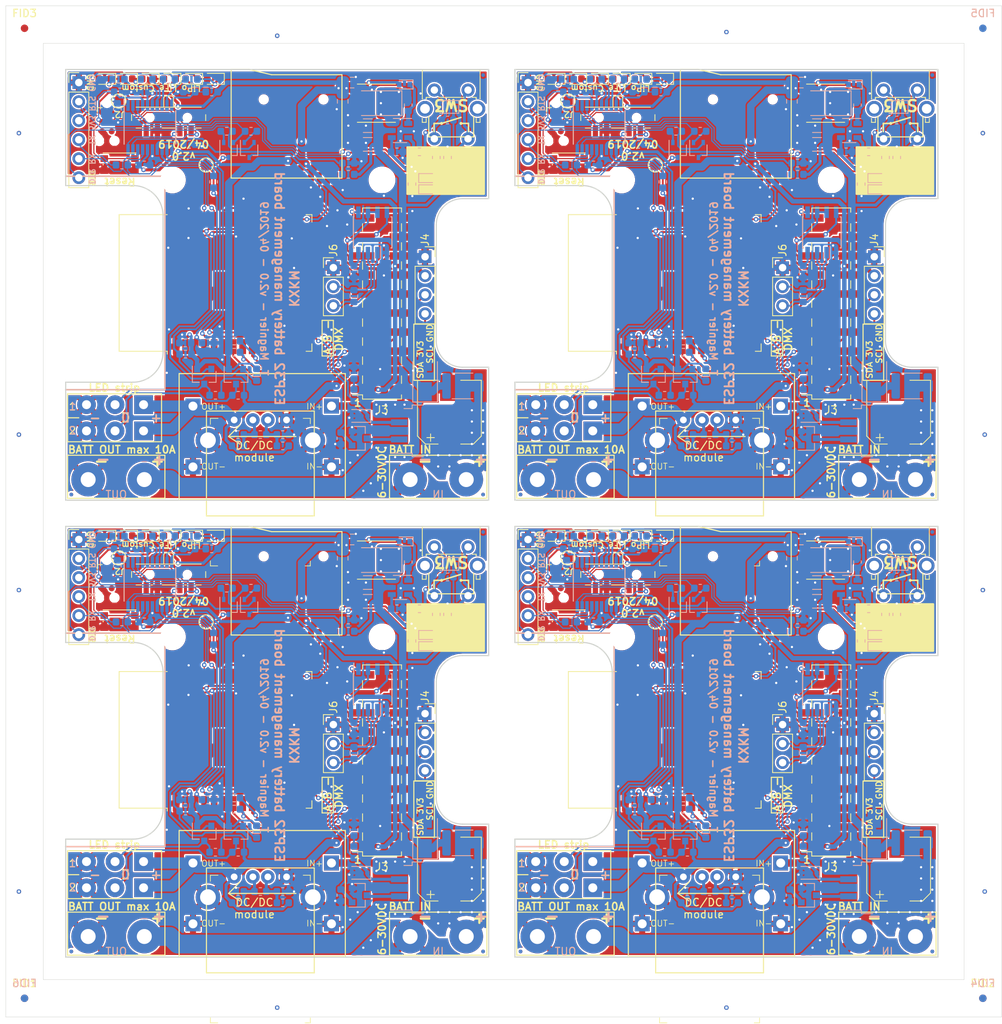
<source format=kicad_pcb>
(kicad_pcb (version 20171130) (host pcbnew 5.1.0)
  (title_block (title "ESP32 battery management module") (date 2019-04-05) (rev 2.0) (company KXKM) (comment 1 "Tom Magnier") (comment 2 "Fits enclosures Hammond 1593K / L / X"))
  (layers (0 F.Cu signal) (31 B.Cu signal) (34 B.Paste user) (35 F.Paste user) (36 B.SilkS user) (37 F.SilkS user) (38 B.Mask user) (39 F.Mask user) (44 Edge.Cuts user))
  (net 0 "")
  (net 1 GND)
  (net 2 /ESP32_EN)
  (net 3 +3V3)
  (net 4 +BATT)
  (net 5 "Net-(C7-Pad2)")
  (net 6 "Net-(C7-Pad1)")
  (net 7 "Net-(C8-Pad2)")
  (net 8 "/Battery monitoring/VBAT_MEAS")
  (net 9 "/Battery monitoring/STM32_RESET")
  (net 10 "/Battery monitoring/3.3V_EN")
  (net 11 "/Battery monitoring/EN_PUSH_BUTTON")
  (net 12 /PROG_RTS)
  (net 13 "Net-(J1-Pad4)")
  (net 14 /ESP32_TXO)
  (net 15 /PROG_DTR)
  (net 16 "/Battery monitoring/STM32_BOOT")
  (net 17 /ADC_IN)
  (net 18 /LED_DATA_1)
  (net 19 /SPI_CS)
  (net 20 /SPI_SCK)
  (net 21 /SPI_MISO)
  (net 22 /SPI_MOSI)
  (net 23 /I2C_SDA)
  (net 24 /I2C_SCL)
  (net 25 /DMX_DI)
  (net 26 /DMX_RO)
  (net 27 /DMX_DE)
  (net 28 /LED_DATA_2)
  (net 29 "Net-(J5-Pad1)")
  (net 30 /SD_CS)
  (net 31 /SD_DI)
  (net 32 /SD_SCK)
  (net 33 /SD_DO)
  (net 34 "Net-(J5-Pad8)")
  (net 35 "Net-(J6-Pad2)")
  (net 36 "Net-(J6-Pad3)")
  (net 37 /LED_DATA_OUT_1)
  (net 38 /LED_DATA_OUT_2)
  (net 39 VBUS)
  (net 40 "/Battery monitoring/BATT_TYPE_1")
  (net 41 "/Battery monitoring/BATT_TYPE_2")
  (net 42 "Net-(P1-Pad6)")
  (net 43 /ESP32_BOOT)
  (net 44 "/Battery monitoring/MAIN_OUT_EN")
  (net 45 /ESP32_RXI)
  (net 46 "/Battery monitoring/ESP32_EN")
  (net 47 "/Battery monitoring/LOAD_I_SENSE")
  (net 48 "/Battery monitoring/LED_BAR_1")
  (net 49 "/Battery monitoring/LED_BAR_3")
  (net 50 "/Battery monitoring/LED_BAR_2")
  (net 51 "/Battery monitoring/LED_BAR_4")
  (net 52 "Net-(SW4-Pad4)")
  (net 53 /I2S_DATA)
  (net 54 "Net-(U1-Pad32)")
  (net 55 "Net-(U1-Pad22)")
  (net 56 "Net-(U1-Pad21)")
  (net 57 "Net-(U1-Pad20)")
  (net 58 "Net-(U1-Pad19)")
  (net 59 "Net-(U1-Pad18)")
  (net 60 "Net-(U1-Pad17)")
  (net 61 /I2S_BCK)
  (net 62 /I2S_LRCK)
  (net 63 "Net-(U1-Pad5)")
  (net 64 "Net-(R8-Pad1)")
  (net 65 +VSW)
  (net 66 "Net-(D5-Pad1)")
  (net 67 "Net-(D10-Pad1)")
  (net 68 "Net-(D10-Pad2)")
  (net 69 "Net-(D6-Pad1)")
  (net 70 "Net-(C26-Pad1)")
  (net 71 "Net-(R12-Pad1)")
  (net 72 "Net-(Q2-Pad1)")
  (net 73 "Net-(Q1-Pad1)")
  (net 74 "Net-(Q6-Pad3)")
  (net 75 "Net-(U1-Pad4)")
  (net 76 "Net-(U1-Pad24)")
  (net 77 "Net-(J9-Pad2)")
  (net 78 "Net-(J9-Pad3)")
  (net 79 "/Battery monitoring/TEMP_MEAS")
  (net 80 "Net-(U1-Pad6)")
  (net 81 +BATT_RAW)
  (module Connector_Wire:SolderWirePad_1x01_Drill2mm (layer F.Cu) (at 139.5 88.75)
    (fp_text reference J14 hide)
    (fp_text value "Wire pad" hide)
    (pad 1 thru_hole circle (at 0 0) (size 4.50088 4.50088) (drill 1.99898) (layers *.Cu *.Mask) (net 1 GND))
  )
  (module Connector:Tag-Connect_TC2030-IDC-NL_2x03_P1.27mm_Vertical (layer F.Cu) (at 99 41 270)
    (fp_text reference P1 hide)
    (fp_text value TC_SWD hide)
    (pad "" np_thru_hole circle (at 2.54 -1.016 270) (size 0.9906 0.9906) (drill 0.9906) (layers *.Cu *.Mask))
    (pad "" np_thru_hole circle (at 2.54 1.016 270) (size 0.9906 0.9906) (drill 0.9906) (layers *.Cu *.Mask))
    (pad "" np_thru_hole circle (at -2.54 0 270) (size 0.9906 0.9906) (drill 0.9906) (layers *.Cu *.Mask))
    (pad 1 connect circle (at -1.27 0.635 270) (size 0.7874 0.7874) (layers F.Cu F.Mask) (net 3 +3V3))
    (pad 2 connect circle (at -1.27 -0.635 270) (size 0.7874 0.7874) (layers F.Cu F.Mask) (net 40 "/Battery monitoring/BATT_TYPE_1"))
    (pad 3 connect circle (at 0 0.635 270) (size 0.7874 0.7874) (layers F.Cu F.Mask) (net 9 "/Battery monitoring/STM32_RESET"))
    (pad 4 connect circle (at 0 -0.635 270) (size 0.7874 0.7874) (layers F.Cu F.Mask) (net 41 "/Battery monitoring/BATT_TYPE_2"))
    (pad 5 connect circle (at 1.27 0.635 270) (size 0.7874 0.7874) (layers F.Cu F.Mask) (net 1 GND))
    (pad 6 connect circle (at 1.27 -0.635 270) (size 0.7874 0.7874) (layers F.Cu F.Mask) (net 42 "Net-(P1-Pad6)"))
  )
  (module Resistor_SMD:R_0603_1608Metric (layer B.Cu) (at 113 37 180)
    (fp_text reference R28)
    (fp_text value 10k,1% hide)
    (pad 1 smd roundrect (at -0.7875 0 180) (size 0.875 0.95) (layers B.Cu B.Paste B.Mask) (net 3 +3V3))
    (pad 2 smd roundrect (at 0.7875 0 180) (size 0.875 0.95) (layers B.Cu B.Paste B.Mask) (net 79 "/Battery monitoring/TEMP_MEAS"))
  )
  (module Capacitor_SMD:C_0603_1608Metric (layer B.Cu) (at 132 61 270)
    (fp_text reference C3)
    (fp_text value 0.1uF hide)
    (pad 1 smd roundrect (at -0.7875 0 270) (size 0.875 0.95) (layers B.Cu B.Paste B.Mask) (net 3 +3V3))
    (pad 2 smd roundrect (at 0.7875 0 270) (size 0.875 0.95) (layers B.Cu B.Paste B.Mask) (net 1 GND))
  )
  (module LED_SMD:LED_0603_1608Metric (layer F.Cu) (at 98.7 35.25 180)
    (fp_text reference D5)
    (fp_text value Green hide)
    (pad 1 smd roundrect (at -0.7875 0 180) (size 0.875 0.95) (layers F.Cu F.Paste F.Mask) (net 66 "Net-(D5-Pad1)"))
    (pad 2 smd roundrect (at 0.7875 0 180) (size 0.875 0.95) (layers F.Cu F.Paste F.Mask) (net 68 "Net-(D10-Pad2)"))
  )
  (module tom_kicad_lib:microSD-Receptacle-SelfEject (layer F.Cu) (at 123 38 180)
    (fp_text reference J5)
    (fp_text value Micro_SD_Card hide)
    (pad 9 smd rect (at -7.75 -0.4) (size 1.2 2.2) (layers F.Cu F.Paste F.Mask) (net 1 GND))
    (pad 1 smd rect (at 2.25 -10.5) (size 0.7 1.6) (layers F.Cu F.Paste F.Mask) (net 29 "Net-(J5-Pad1)"))
    (pad 2 smd rect (at 1.15 -10.5) (size 0.7 1.6) (layers F.Cu F.Paste F.Mask) (net 30 /SD_CS))
    (pad 3 smd rect (at 0.05 -10.5) (size 0.7 1.6) (layers F.Cu F.Paste F.Mask) (net 31 /SD_DI))
    (pad 4 smd rect (at -1.05 -10.5) (size 0.7 1.6) (layers F.Cu F.Paste F.Mask) (net 3 +3V3))
    (pad 5 smd rect (at -2.15 -10.5) (size 0.7 1.6) (layers F.Cu F.Paste F.Mask) (net 32 /SD_SCK))
    (pad 6 smd rect (at -3.25 -10.5) (size 0.7 1.6) (layers F.Cu F.Paste F.Mask) (net 1 GND))
    (pad 7 smd rect (at -4.35 -10.5) (size 0.7 1.6) (layers F.Cu F.Paste F.Mask) (net 33 /SD_DO))
    (pad 8 smd rect (at -5.45 -10.5) (size 0.7 1.6) (layers F.Cu F.Paste F.Mask) (net 34 "Net-(J5-Pad8)"))
    (pad Cd smd rect (at -6.55 -10.5) (size 0.7 1.6) (layers F.Cu F.Paste F.Mask))
    (pad 9 smd rect (at -7.75 -10) (size 1.2 1.4) (layers F.Cu F.Paste F.Mask) (net 1 GND))
    (pad 9 smd rect (at 6.85 -10) (size 1.6 1.4) (layers F.Cu F.Paste F.Mask) (net 1 GND))
    (pad 9 smd rect (at 7.75 -0.4) (size 1.2 2.2) (layers F.Cu F.Paste F.Mask) (net 1 GND))
    (pad "" np_thru_hole circle (at 3.05 0) (size 1 1) (drill 1) (layers *.Cu *.Mask))
    (pad "" np_thru_hole circle (at -4.93 0) (size 1 1) (drill 1) (layers *.Cu *.Mask))
  )
  (module TestPoint:TestPoint_Pad_D1.5mm (layer F.Cu) (at 112.25 46.75)
    (fp_text reference J11 hide)
    (fp_text value TEST_1P hide)
    (pad 1 smd circle (at 0 0) (size 1.5 1.5) (layers F.Cu F.Mask) (net 2 /ESP32_EN))
  )
  (module Fiducial:Fiducial_0.5mm_Mask1mm (layer F.Cu) (at 94 34.5)
    (fp_text reference FID3 hide)
    (fp_text value Fiducial hide)
    (pad "" smd circle (at 0 0) (size 0.5 0.5) (layers F.Cu F.Mask) (clearance 0.25))
  )
  (module Capacitor_SMD:C_0603_1608Metric (layer B.Cu) (at 110 44)
    (fp_text reference C21)
    (fp_text value 1nF hide)
    (pad 2 smd roundrect (at 0.7875 0) (size 0.875 0.95) (layers B.Cu B.Paste B.Mask) (net 1 GND))
    (pad 1 smd roundrect (at -0.7875 0) (size 0.875 0.95) (layers B.Cu B.Paste B.Mask) (net 8 "/Battery monitoring/VBAT_MEAS"))
  )
  (module Diode_SMD:D_SOD-523 (layer B.Cu) (at 138.75 36 180)
    (fp_text reference D12)
    (fp_text value 1N4148WT hide)
    (pad 1 smd rect (at -0.7 0) (size 0.6 0.7) (layers B.Cu B.Paste B.Mask) (net 6 "Net-(C7-Pad1)"))
    (pad 2 smd rect (at 0.7 0) (size 0.6 0.7) (layers B.Cu B.Paste B.Mask) (net 3 +3V3))
  )
  (module Connector_Wire:SolderWirePad_1x01_Drill2mm (layer F.Cu) (at 104 88.75)
    (fp_text reference J15 hide)
    (fp_text value "Wire pad" hide)
    (pad 1 thru_hole circle (at 0 0) (size 4.50088 4.50088) (drill 1.99898) (layers *.Cu *.Mask) (net 65 +VSW))
  )
  (module tom_kicad_lib:SW_Tactile_SPST_Angled_PTS645Vx58-2LFS_horiz_pads (layer F.Cu) (at 142.74 36.75)
    (fp_text reference SW3)
    (fp_text value SW_Push hide)
    (pad "" thru_hole circle (at 5.76 2.49) (size 2.1 2.1) (drill 1.3) (layers *.Cu *.Mask))
    (pad 2 thru_hole circle (at 4.5 0) (size 1.75 1.75) (drill 0.99) (layers *.Cu *.Mask) (net 4 +BATT))
    (pad 1 thru_hole circle (at 0 0) (size 1.75 1.75) (drill 0.99) (layers *.Cu *.Mask) (net 64 "Net-(R8-Pad1)"))
    (pad "" thru_hole circle (at -1.25 2.49) (size 2.1 2.1) (drill 1.3) (layers *.Cu *.Mask))
    (pad 1 thru_hole circle (at 0 6.5) (size 1.75 1.75) (drill 0.99) (layers *.Cu *.Mask) (net 64 "Net-(R8-Pad1)"))
    (pad 2 thru_hole circle (at 4.5 6.5) (size 1.75 1.75) (drill 0.99) (layers *.Cu *.Mask) (net 4 +BATT))
  )
  (module Resistor_SMD:R_0603_1608Metric (layer B.Cu) (at 104.3 35.3)
    (fp_text reference R27)
    (fp_text value 100R hide)
    (pad 1 smd roundrect (at -0.7875 0) (size 0.875 0.95) (layers B.Cu B.Paste B.Mask) (net 69 "Net-(D6-Pad1)"))
    (pad 2 smd roundrect (at 0.7875 0) (size 0.875 0.95) (layers B.Cu B.Paste B.Mask) (net 51 "/Battery monitoring/LED_BAR_4"))
  )
  (module Resistor_SMD:R_0603_1608Metric (layer B.Cu) (at 119 74.75 90)
    (fp_text reference R18)
    (fp_text value 10k hide)
    (pad 1 smd roundrect (at -0.7875 0 90) (size 0.875 0.95) (layers B.Cu B.Paste B.Mask) (net 28 /LED_DATA_2))
    (pad 2 smd roundrect (at 0.7875 0 90) (size 0.875 0.95) (layers B.Cu B.Paste B.Mask) (net 3 +3V3))
  )
  (module Fiducial:Fiducial_0.5mm_Mask1mm (layer B.Cu) (at 149.25 34.75)
    (fp_text reference FID6 hide)
    (fp_text value Fiducial hide)
    (pad "" smd circle (at 0 0) (size 0.5 0.5) (layers B.Cu B.Mask) (clearance 0.25))
  )
  (module Resistor_SMD:R_0603_1608Metric (layer B.Cu) (at 122.5 82.75)
    (fp_text reference R14)
    (fp_text value DNP)
    (pad 2 smd roundrect (at 0.7875 0) (size 0.875 0.95) (layers B.Cu B.Paste B.Mask) (net 1 GND))
    (pad 1 smd roundrect (at -0.7875 0) (size 0.875 0.95) (layers B.Cu B.Paste B.Mask) (net 78 "Net-(J9-Pad3)"))
  )
  (module Resistor_SMD:R_0603_1608Metric (layer B.Cu) (at 100.4 39.3 270)
    (fp_text reference R23)
    (fp_text value 1k hide)
    (pad 1 smd roundrect (at -0.7875 0 270) (size 0.875 0.95) (layers B.Cu B.Paste B.Mask) (net 16 "/Battery monitoring/STM32_BOOT"))
    (pad 2 smd roundrect (at 0.7875 0 270) (size 0.875 0.95) (layers B.Cu B.Paste B.Mask) (net 1 GND))
  )
  (module LED_SMD:LED_0603_1608Metric (layer F.Cu) (at 104.5 35.25 180)
    (fp_text reference D7)
    (fp_text value Green hide)
    (pad 1 smd roundrect (at -0.7875 0 180) (size 0.875 0.95) (layers F.Cu F.Paste F.Mask) (net 66 "Net-(D5-Pad1)"))
    (pad 2 smd roundrect (at 0.7875 0 180) (size 0.875 0.95) (layers F.Cu F.Paste F.Mask) (net 69 "Net-(D6-Pad1)"))
  )
  (module Diode_SMD:D_SOD-523 (layer B.Cu) (at 141.8 50)
    (fp_text reference D4)
    (fp_text value 1N4148WT hide)
    (pad 2 smd rect (at 0.7 0 180) (size 0.6 0.7) (layers B.Cu B.Paste B.Mask) (net 11 "/Battery monitoring/EN_PUSH_BUTTON"))
    (pad 1 smd rect (at -0.7 0 180) (size 0.6 0.7) (layers B.Cu B.Paste B.Mask) (net 70 "Net-(C26-Pad1)"))
  )
  (module Capacitor_SMD:C_0805_2012Metric (layer B.Cu) (at 131.75 35.75)
    (fp_text reference C10)
    (fp_text value 10uF,10V hide)
    (pad 2 smd roundrect (at 0.9375 0) (size 0.975 1.4) (layers B.Cu B.Paste B.Mask) (net 1 GND))
    (pad 1 smd roundrect (at -0.9375 0) (size 0.975 1.4) (layers B.Cu B.Paste B.Mask) (net 3 +3V3))
  )
  (module Button_Switch_SMD:SW_SPST_KMR2 (layer F.Cu) (at 100.7 46.7)
    (fp_text reference SW1 hide)
    (fp_text value SW_Push hide)
    (pad 1 smd rect (at -2.05 -0.8 90) (size 0.9 1) (layers F.Cu F.Paste F.Mask) (net 9 "/Battery monitoring/STM32_RESET"))
    (pad 2 smd rect (at -2.05 0.8 90) (size 0.9 1) (layers F.Cu F.Paste F.Mask) (net 1 GND))
    (pad 1 smd rect (at 2.05 -0.8 90) (size 0.9 1) (layers F.Cu F.Paste F.Mask) (net 9 "/Battery monitoring/STM32_RESET"))
    (pad 2 smd rect (at 2.05 0.8 90) (size 0.9 1) (layers F.Cu F.Paste F.Mask) (net 1 GND))
  )
  (module Package_TO_SOT_SMD:SOT-23 (layer B.Cu) (at 132.75 83.25)
    (fp_text reference Q6)
    (fp_text value 2N7002 hide)
    (pad 3 smd rect (at 1 0) (size 0.9 0.8) (layers B.Cu B.Paste B.Mask) (net 74 "Net-(Q6-Pad3)"))
    (pad 2 smd rect (at -1 -0.95) (size 0.9 0.8) (layers B.Cu B.Paste B.Mask) (net 1 GND))
    (pad 1 smd rect (at -1 0.95) (size 0.9 0.8) (layers B.Cu B.Paste B.Mask) (net 44 "/Battery monitoring/MAIN_OUT_EN"))
  )
  (module Resistor_SMD:R_0603_1608Metric (layer B.Cu) (at 144.5 40.75)
    (fp_text reference R8)
    (fp_text value 470R hide)
    (pad 1 smd roundrect (at -0.7875 0) (size 0.875 0.95) (layers B.Cu B.Paste B.Mask) (net 64 "Net-(R8-Pad1)"))
    (pad 2 smd roundrect (at 0.7875 0) (size 0.875 0.95) (layers B.Cu B.Paste B.Mask) (net 11 "/Battery monitoring/EN_PUSH_BUTTON"))
  )
  (module Diode_SMD:D_SOD-323 (layer B.Cu) (at 132.75 80.25 180)
    (fp_text reference D13)
    (fp_text value Zener,3V,300mW hide)
    (pad 1 smd rect (at -1.05 0 180) (size 0.6 0.45) (layers B.Cu B.Paste B.Mask) (net 47 "/Battery monitoring/LOAD_I_SENSE"))
    (pad 2 smd rect (at 1.05 0 180) (size 0.6 0.45) (layers B.Cu B.Paste B.Mask) (net 1 GND))
  )
  (module Capacitor_SMD:C_0603_1608Metric (layer B.Cu) (at 140.75 45 180)
    (fp_text reference C8)
    (fp_text value 20pF hide)
    (pad 1 smd roundrect (at -0.7875 0 180) (size 0.875 0.95) (layers B.Cu B.Paste B.Mask) (net 3 +3V3))
    (pad 2 smd roundrect (at 0.7875 0 180) (size 0.875 0.95) (layers B.Cu B.Paste B.Mask) (net 7 "Net-(C8-Pad2)"))
  )
  (module Diode_SMD:D_SOD-323 (layer B.Cu) (at 144.5 39 180)
    (fp_text reference D2)
    (fp_text value Zener,3V,300mW hide)
    (pad 1 smd rect (at -1.05 0 180) (size 0.6 0.45) (layers B.Cu B.Paste B.Mask) (net 11 "/Battery monitoring/EN_PUSH_BUTTON"))
    (pad 2 smd rect (at 1.05 0 180) (size 0.6 0.45) (layers B.Cu B.Paste B.Mask) (net 1 GND))
  )
  (module Capacitor_SMD:C_0603_1608Metric (layer B.Cu) (at 112.5 70.5)
    (fp_text reference C1)
    (fp_text value 1uF hide)
    (pad 1 smd roundrect (at -0.7875 0) (size 0.875 0.95) (layers B.Cu B.Paste B.Mask) (net 2 /ESP32_EN))
    (pad 2 smd roundrect (at 0.7875 0) (size 0.875 0.95) (layers B.Cu B.Paste B.Mask) (net 1 GND))
  )
  (module Capacitor_SMD:C_0603_1608Metric (layer B.Cu) (at 139.25 38.75 90)
    (fp_text reference C7)
    (fp_text value 0.1uF hide)
    (pad 2 smd roundrect (at 0.7875 0 90) (size 0.875 0.95) (layers B.Cu B.Paste B.Mask) (net 5 "Net-(C7-Pad2)"))
    (pad 1 smd roundrect (at -0.7875 0 90) (size 0.875 0.95) (layers B.Cu B.Paste B.Mask) (net 6 "Net-(C7-Pad1)"))
  )
  (module Button_Switch_SMD:SW_SP3T_PCM13 (layer F.Cu) (at 107.25 40.75 180)
    (fp_text reference SW4 hide)
    (fp_text value SW_SP3T hide)
    (pad "" np_thru_hole circle (at -2.5 0.33 180) (size 0.9 0.9) (drill 0.9) (layers *.Cu *.Mask))
    (pad "" np_thru_hole circle (at 2.5 0.33 180) (size 0.9 0.9) (drill 0.9) (layers *.Cu *.Mask))
    (pad 1 smd rect (at -3 -1.43 180) (size 0.7 1.5) (layers F.Cu F.Paste F.Mask) (net 40 "/Battery monitoring/BATT_TYPE_1"))
    (pad 2 smd rect (at -1.5 -1.43 180) (size 0.7 1.5) (layers F.Cu F.Paste F.Mask) (net 41 "/Battery monitoring/BATT_TYPE_2"))
    (pad 3 smd rect (at 1.5 -1.43 180) (size 0.7 1.5) (layers F.Cu F.Paste F.Mask) (net 1 GND))
    (pad 4 smd rect (at 3 -1.43 180) (size 0.7 1.5) (layers F.Cu F.Paste F.Mask) (net 52 "Net-(SW4-Pad4)"))
    (pad "" smd rect (at -5.15 1.43 180) (size 1 0.8) (layers F.Cu F.Paste F.Mask) (net 1 GND))
    (pad "" smd rect (at 5.15 1.43 180) (size 1 0.8) (layers F.Cu F.Paste F.Mask) (net 1 GND))
    (pad "" smd rect (at 5.15 -0.78 180) (size 1 0.8) (layers F.Cu F.Paste F.Mask) (net 1 GND))
    (pad "" smd rect (at -5.15 -0.78 180) (size 1 0.8) (layers F.Cu F.Paste F.Mask) (net 1 GND))
  )
  (module tom_kicad_lib:DC_DC_Buck_module_22x17mm (layer F.Cu) (at 119.75 83 180)
    (fp_text reference U5 hide)
    (fp_text value DC_DC_POL hide)
    (fp_text user IN- (at -7 -4 180) (layer F.SilkS) (effects (font (size 0.8 0.8) (thickness 0.1))))
    (fp_text user IN+ (at -7 4 180) (layer F.SilkS) (effects (font (size 0.8 0.8) (thickness 0.1))))
    (fp_text user OUT- (at 6.5 -4 180) (layer F.SilkS) (effects (font (size 0.8 0.8) (thickness 0.1))))
    (fp_text user OUT+ (at 6.5 4 180) (layer F.SilkS) (effects (font (size 0.8 0.8) (thickness 0.1))))
    (pad 1 thru_hole rect (at -9.25 -4.06 180) (size 2 2) (drill 1.2) (layers *.Cu *.Mask) (net 1 GND))
    (pad 2 thru_hole rect (at -9.25 4.06 180) (size 2 2) (drill 1.2) (layers *.Cu *.Mask) (net 65 +VSW))
    (pad 3 thru_hole rect (at 9.25 -4.06 180) (size 2 2) (drill 1.2) (layers *.Cu *.Mask) (net 1 GND))
    (pad 4 thru_hole rect (at 9.25 4.06 180) (size 2 2) (drill 1.2) (layers *.Cu *.Mask) (net 39 VBUS))
  )
  (module Resistor_SMD:R_0603_1608Metric (layer B.Cu) (at 110 37 180)
    (fp_text reference TH1)
    (fp_text value Thermistor_NTC hide)
    (pad 2 smd roundrect (at 0.7875 0 180) (size 0.875 0.95) (layers B.Cu B.Paste B.Mask) (net 1 GND))
    (pad 1 smd roundrect (at -0.7875 0 180) (size 0.875 0.95) (layers B.Cu B.Paste B.Mask) (net 79 "/Battery monitoring/TEMP_MEAS"))
  )
  (module Resistor_SMD:R_0603_1608Metric (layer B.Cu) (at 110.3 35.3 180)
    (fp_text reference R24)
    (fp_text value 100R hide)
    (pad 2 smd roundrect (at 0.7875 0 180) (size 0.875 0.95) (layers B.Cu B.Paste B.Mask) (net 48 "/Battery monitoring/LED_BAR_1"))
    (pad 1 smd roundrect (at -0.7875 0 180) (size 0.875 0.95) (layers B.Cu B.Paste B.Mask) (net 67 "Net-(D10-Pad1)"))
  )
  (module RF_Module:ESP32-WROOM-32 (layer F.Cu) (at 116.505 62.5 90)
    (fp_text reference U1 hide)
    (fp_text value ESP32-WROOM hide)
    (pad 39 smd rect (at -1 -0.755 90) (size 5 5) (layers F.Cu F.Paste F.Mask) (net 1 GND))
    (pad 1 smd rect (at -8.5 -8.255 90) (size 2 0.9) (layers F.Cu F.Paste F.Mask) (net 1 GND))
    (pad 2 smd rect (at -8.5 -6.985 90) (size 2 0.9) (layers F.Cu F.Paste F.Mask) (net 3 +3V3))
    (pad 3 smd rect (at -8.5 -5.715 90) (size 2 0.9) (layers F.Cu F.Paste F.Mask) (net 2 /ESP32_EN))
    (pad 4 smd rect (at -8.5 -4.445 90) (size 2 0.9) (layers F.Cu F.Paste F.Mask) (net 75 "Net-(U1-Pad4)"))
    (pad 5 smd rect (at -8.5 -3.175 90) (size 2 0.9) (layers F.Cu F.Paste F.Mask) (net 63 "Net-(U1-Pad5)"))
    (pad 6 smd rect (at -8.5 -1.905 90) (size 2 0.9) (layers F.Cu F.Paste F.Mask) (net 80 "Net-(U1-Pad6)"))
    (pad 7 smd rect (at -8.5 -0.635 90) (size 2 0.9) (layers F.Cu F.Paste F.Mask) (net 17 /ADC_IN))
    (pad 8 smd rect (at -8.5 0.635 90) (size 2 0.9) (layers F.Cu F.Paste F.Mask) (net 23 /I2C_SDA))
    (pad 9 smd rect (at -8.5 1.905 90) (size 2 0.9) (layers F.Cu F.Paste F.Mask) (net 24 /I2C_SCL))
    (pad 10 smd rect (at -8.5 3.175 90) (size 2 0.9) (layers F.Cu F.Paste F.Mask) (net 62 /I2S_LRCK))
    (pad 11 smd rect (at -8.5 4.445 90) (size 2 0.9) (layers F.Cu F.Paste F.Mask) (net 53 /I2S_DATA))
    (pad 12 smd rect (at -8.5 5.715 90) (size 2 0.9) (layers F.Cu F.Paste F.Mask) (net 61 /I2S_BCK))
    (pad 13 smd rect (at -8.5 6.985 90) (size 2 0.9) (layers F.Cu F.Paste F.Mask) (net 20 /SPI_SCK))
    (pad 14 smd rect (at -8.5 8.255 90) (size 2 0.9) (layers F.Cu F.Paste F.Mask) (net 21 /SPI_MISO))
    (pad 15 smd rect (at -5.715 9.255 180) (size 2 0.9) (layers F.Cu F.Paste F.Mask) (net 1 GND))
    (pad 16 smd rect (at -4.445 9.255 180) (size 2 0.9) (layers F.Cu F.Paste F.Mask) (net 22 /SPI_MOSI))
    (pad 17 smd rect (at -3.175 9.255 180) (size 2 0.9) (layers F.Cu F.Paste F.Mask) (net 60 "Net-(U1-Pad17)"))
    (pad 18 smd rect (at -1.905 9.255 180) (size 2 0.9) (layers F.Cu F.Paste F.Mask) (net 59 "Net-(U1-Pad18)"))
    (pad 19 smd rect (at -0.635 9.255 180) (size 2 0.9) (layers F.Cu F.Paste F.Mask) (net 58 "Net-(U1-Pad19)"))
    (pad 20 smd rect (at 0.635 9.255 180) (size 2 0.9) (layers F.Cu F.Paste F.Mask) (net 57 "Net-(U1-Pad20)"))
    (pad 21 smd rect (at 1.905 9.255 180) (size 2 0.9) (layers F.Cu F.Paste F.Mask) (net 56 "Net-(U1-Pad21)"))
    (pad 22 smd rect (at 3.175 9.255 180) (size 2 0.9) (layers F.Cu F.Paste F.Mask) (net 55 "Net-(U1-Pad22)"))
    (pad 23 smd rect (at 4.445 9.255 180) (size 2 0.9) (layers F.Cu F.Paste F.Mask) (net 19 /SPI_CS))
    (pad 24 smd rect (at 5.715 9.255 180) (size 2 0.9) (layers F.Cu F.Paste F.Mask) (net 76 "Net-(U1-Pad24)"))
    (pad 25 smd rect (at 8.5 8.255 90) (size 2 0.9) (layers F.Cu F.Paste F.Mask) (net 43 /ESP32_BOOT))
    (pad 26 smd rect (at 8.5 6.985 90) (size 2 0.9) (layers F.Cu F.Paste F.Mask) (net 27 /DMX_DE))
    (pad 27 smd rect (at 8.5 5.715 90) (size 2 0.9) (layers F.Cu F.Paste F.Mask) (net 25 /DMX_DI))
    (pad 28 smd rect (at 8.5 4.445 90) (size 2 0.9) (layers F.Cu F.Paste F.Mask) (net 26 /DMX_RO))
    (pad 29 smd rect (at 8.5 3.175 90) (size 2 0.9) (layers F.Cu F.Paste F.Mask) (net 33 /SD_DO))
    (pad 30 smd rect (at 8.5 1.905 90) (size 2 0.9) (layers F.Cu F.Paste F.Mask) (net 32 /SD_SCK))
    (pad 31 smd rect (at 8.5 0.635 90) (size 2 0.9) (layers F.Cu F.Paste F.Mask) (net 31 /SD_DI))
    (pad 32 smd rect (at 8.5 -0.635 90) (size 2 0.9) (layers F.Cu F.Paste F.Mask) (net 54 "Net-(U1-Pad32)"))
    (pad 33 smd rect (at 8.5 -1.905 90) (size 2 0.9) (layers F.Cu F.Paste F.Mask) (net 30 /SD_CS))
    (pad 34 smd rect (at 8.5 -3.175 90) (size 2 0.9) (layers F.Cu F.Paste F.Mask) (net 45 /ESP32_RXI))
    (pad 35 smd rect (at 8.5 -4.445 90) (size 2 0.9) (layers F.Cu F.Paste F.Mask) (net 14 /ESP32_TXO))
    (pad 36 smd rect (at 8.5 -5.715 90) (size 2 0.9) (layers F.Cu F.Paste F.Mask) (net 28 /LED_DATA_2))
    (pad 37 smd rect (at 8.5 -6.985 90) (size 2 0.9) (layers F.Cu F.Paste F.Mask) (net 18 /LED_DATA_1))
    (pad 38 smd rect (at 8.5 -8.255 90) (size 2 0.9) (layers F.Cu F.Paste F.Mask) (net 1 GND))
  )
  (module tom_kicad_lib:SolderWirePad_1x03_P3.81mm_Drill1.2mm (layer F.Cu) (at 103.9 82.25 180)
    (fp_text reference J8)
    (fp_text value Conn_01x03)
    (pad 1 thru_hole rect (at 0 0 180) (size 2.5 2.5) (drill 1.19888) (layers *.Cu *.Mask) (net 39 VBUS))
    (pad 2 thru_hole circle (at 3.81 0 180) (size 2.5 2.5) (drill 1.19888) (layers *.Cu *.Mask) (net 38 /LED_DATA_OUT_2))
    (pad 3 thru_hole circle (at 7.62 0 180) (size 2.5 2.5) (drill 1.19888) (layers *.Cu *.Mask) (net 1 GND))
  )
  (module MountingHole:MountingHole_3.2mm_M3 (layer F.Cu) (at 135.75 48.75)
    (fp_text reference MK2 hide)
    (fp_text value Mounting_Hole hide)
    (pad 1 np_thru_hole circle (at 0 0) (size 3.2 3.2) (drill 3.2) (layers *.Cu *.Mask))
  )
  (module Package_TO_SOT_SMD:SOT-23-6 (layer B.Cu) (at 138.15 42.15 180)
    (fp_text reference U3)
    (fp_text value MCP16331T-E/CH hide)
    (pad 1 smd rect (at -1.1 0.95 180) (size 1.06 0.65) (layers B.Cu B.Paste B.Mask) (net 6 "Net-(C7-Pad1)"))
    (pad 2 smd rect (at -1.1 0 180) (size 1.06 0.65) (layers B.Cu B.Paste B.Mask) (net 1 GND))
    (pad 3 smd rect (at -1.1 -0.95 180) (size 1.06 0.65) (layers B.Cu B.Paste B.Mask) (net 7 "Net-(C8-Pad2)"))
    (pad 4 smd rect (at 1.1 -0.95 180) (size 1.06 0.65) (layers B.Cu B.Paste B.Mask) (net 70 "Net-(C26-Pad1)"))
    (pad 6 smd rect (at 1.1 0.95 180) (size 1.06 0.65) (layers B.Cu B.Paste B.Mask) (net 5 "Net-(C7-Pad2)"))
    (pad 5 smd rect (at 1.1 0 180) (size 1.06 0.65) (layers B.Cu B.Paste B.Mask) (net 4 +BATT))
  )
  (module Package_TO_SOT_SMD:SOT-23 (layer B.Cu) (at 112 75 270)
    (fp_text reference Q4)
    (fp_text value 2N7002 hide)
    (pad 1 smd rect (at -1 0.95 270) (size 0.9 0.8) (layers B.Cu B.Paste B.Mask) (net 3 +3V3))
    (pad 2 smd rect (at -1 -0.95 270) (size 0.9 0.8) (layers B.Cu B.Paste B.Mask) (net 18 /LED_DATA_1))
    (pad 3 smd rect (at 1 0 270) (size 0.9 0.8) (layers B.Cu B.Paste B.Mask) (net 37 /LED_DATA_OUT_1))
  )
  (module Fiducial:Fiducial_0.5mm_Mask1mm (layer B.Cu) (at 94.25 90.75)
    (fp_text reference FID5 hide)
    (fp_text value Fiducial hide)
    (pad "" smd circle (at 0 0) (size 0.5 0.5) (layers B.Cu B.Mask) (clearance 0.25))
  )
  (module Resistor_SMD:R_0603_1608Metric (layer B.Cu) (at 131.25 46.5)
    (fp_text reference R16)
    (fp_text value 31.6k,1% hide)
    (pad 1 smd roundrect (at -0.7875 0) (size 0.875 0.95) (layers B.Cu B.Paste B.Mask) (net 8 "/Battery monitoring/VBAT_MEAS"))
    (pad 2 smd roundrect (at 0.7875 0) (size 0.875 0.95) (layers B.Cu B.Paste B.Mask) (net 1 GND))
  )
  (module TestPoint:TestPoint_Pad_D1.5mm (layer F.Cu) (at 100.6 38.2)
    (fp_text reference J2 (at 0.15 1.8 180 unlocked) (layer F.SilkS) (effects (font (size 0.8 0.8))))
    (fp_text value TEST_1P hide)
    (pad 1 smd circle (at 0 0) (size 1.5 1.5) (layers F.Cu F.Mask) (net 16 "/Battery monitoring/STM32_BOOT"))
  )
  (module LED_SMD:LED_0603_1608Metric (layer F.Cu) (at 110.3 35.25 180)
    (fp_text reference D9)
    (fp_text value Yellow hide)
    (pad 2 smd roundrect (at 0.7875 0 180) (size 0.875 0.95) (layers F.Cu F.Paste F.Mask) (net 67 "Net-(D10-Pad1)"))
    (pad 1 smd roundrect (at -0.7875 0 180) (size 0.875 0.95) (layers F.Cu F.Paste F.Mask) (net 68 "Net-(D10-Pad2)"))
  )
  (module Capacitor_SMD:C_0603_1608Metric (layer B.Cu) (at 103.75 37 180)
    (fp_text reference C22)
    (fp_text value 0.1uF hide)
    (pad 1 smd roundrect (at -0.7875 0 180) (size 0.875 0.95) (layers B.Cu B.Paste B.Mask) (net 3 +3V3))
    (pad 2 smd roundrect (at 0.7875 0 180) (size 0.875 0.95) (layers B.Cu B.Paste B.Mask) (net 1 GND))
  )
  (module Resistor_SMD:R_0603_1608Metric (layer B.Cu) (at 132 64.25 90)
    (fp_text reference R7)
    (fp_text value 120R hide)
    (pad 1 smd roundrect (at -0.7875 0 90) (size 0.875 0.95) (layers B.Cu B.Paste B.Mask) (net 36 "Net-(J6-Pad3)"))
    (pad 2 smd roundrect (at 0.7875 0 90) (size 0.875 0.95) (layers B.Cu B.Paste B.Mask) (net 35 "Net-(J6-Pad2)"))
  )
  (module Resistor_SMD:R_0603_1608Metric (layer B.Cu) (at 101 46.75 180)
    (fp_text reference R2)
    (fp_text value 1k hide)
    (pad 1 smd roundrect (at -0.7875 0 180) (size 0.875 0.95) (layers B.Cu B.Paste B.Mask) (net 45 /ESP32_RXI))
    (pad 2 smd roundrect (at 0.7875 0 180) (size 0.875 0.95) (layers B.Cu B.Paste B.Mask) (net 13 "Net-(J1-Pad4)"))
  )
  (module Package_TO_SOT_SMD:SOT-323_SC-70 (layer B.Cu) (at 115.25 44.75 270)
    (fp_text reference Q2)
    (fp_text value BC847W hide)
    (pad 3 smd rect (at 1 0) (size 0.45 0.7) (layers B.Cu B.Paste B.Mask) (net 2 /ESP32_EN))
    (pad 2 smd rect (at -1 -0.65) (size 0.45 0.7) (layers B.Cu B.Paste B.Mask) (net 12 /PROG_RTS))
    (pad 1 smd rect (at -1 0.65) (size 0.45 0.7) (layers B.Cu B.Paste B.Mask) (net 72 "Net-(Q2-Pad1)"))
  )
  (module LED_SMD:LED_0603_1608Metric (layer F.Cu) (at 101.6 35.25 180)
    (fp_text reference D6)
    (fp_text value Green hide)
    (pad 2 smd roundrect (at 0.7875 0 180) (size 0.875 0.95) (layers F.Cu F.Paste F.Mask) (net 66 "Net-(D5-Pad1)"))
    (pad 1 smd roundrect (at -0.7875 0 180) (size 0.875 0.95) (layers F.Cu F.Paste F.Mask) (net 69 "Net-(D6-Pad1)"))
  )
  (module Resistor_SMD:R_0603_1608Metric (layer B.Cu) (at 109.5 72)
    (fp_text reference R17)
    (fp_text value 10k hide)
    (pad 1 smd roundrect (at -0.7875 0) (size 0.875 0.95) (layers B.Cu B.Paste B.Mask) (net 18 /LED_DATA_1))
    (pad 2 smd roundrect (at 0.7875 0) (size 0.875 0.95) (layers B.Cu B.Paste B.Mask) (net 3 +3V3))
  )
  (module Connector_PinSocket_2.54mm:PinSocket_2x10_P2.54mm_Vertical_SMD (layer F.Cu) (at 135.75 65.25 180)
    (fp_text reference J3 (at 0 -14.2 180) (layer F.SilkS))
    (fp_text value Conn_02x10_Odd_Even hide)
    (pad 20 smd rect (at -2.52 11.43 180) (size 3 1) (layers F.Cu F.Paste F.Mask) (net 1 GND))
    (pad 19 smd rect (at 2.52 11.43 180) (size 3 1) (layers F.Cu F.Paste F.Mask) (net 26 /DMX_RO))
    (pad 18 smd rect (at -2.52 8.89 180) (size 3 1) (layers F.Cu F.Paste F.Mask) (net 28 /LED_DATA_2))
    (pad 17 smd rect (at 2.52 8.89 180) (size 3 1) (layers F.Cu F.Paste F.Mask) (net 25 /DMX_DI))
    (pad 16 smd rect (at -2.52 6.35 180) (size 3 1) (layers F.Cu F.Paste F.Mask) (net 18 /LED_DATA_1))
    (pad 15 smd rect (at 2.52 6.35 180) (size 3 1) (layers F.Cu F.Paste F.Mask) (net 27 /DMX_DE))
    (pad 14 smd rect (at -2.52 3.81 180) (size 3 1) (layers F.Cu F.Paste F.Mask) (net 61 /I2S_BCK))
    (pad 13 smd rect (at 2.52 3.81 180) (size 3 1) (layers F.Cu F.Paste F.Mask) (net 19 /SPI_CS))
    (pad 12 smd rect (at -2.52 1.27 180) (size 3 1) (layers F.Cu F.Paste F.Mask) (net 53 /I2S_DATA))
    (pad 11 smd rect (at 2.52 1.27 180) (size 3 1) (layers F.Cu F.Paste F.Mask) (net 22 /SPI_MOSI))
    (pad 10 smd rect (at -2.52 -1.27 180) (size 3 1) (layers F.Cu F.Paste F.Mask) (net 62 /I2S_LRCK))
    (pad 9 smd rect (at 2.52 -1.27 180) (size 3 1) (layers F.Cu F.Paste F.Mask) (net 21 /SPI_MISO))
    (pad 8 smd rect (at -2.52 -3.81 180) (size 3 1) (layers F.Cu F.Paste F.Mask) (net 24 /I2C_SCL))
    (pad 7 smd rect (at 2.52 -3.81 180) (size 3 1) (layers F.Cu F.Paste F.Mask) (net 20 /SPI_SCK))
    (pad 6 smd rect (at -2.52 -6.35 180) (size 3 1) (layers F.Cu F.Paste F.Mask) (net 23 /I2C_SDA))
    (pad 5 smd rect (at 2.52 -6.35 180) (size 3 1) (layers F.Cu F.Paste F.Mask) (net 17 /ADC_IN))
    (pad 4 smd rect (at -2.52 -8.89 180) (size 3 1) (layers F.Cu F.Paste F.Mask) (net 4 +BATT))
    (pad 3 smd rect (at 2.52 -8.89 180) (size 3 1) (layers F.Cu F.Paste F.Mask) (net 39 VBUS))
    (pad 2 smd rect (at -2.52 -11.43 180) (size 3 1) (layers F.Cu F.Paste F.Mask) (net 65 +VSW))
    (pad 1 smd rect (at 2.52 -11.43 180) (size 3 1) (layers F.Cu F.Paste F.Mask) (net 3 +3V3))
  )
  (module Package_TO_SOT_SMD:SOT-23 (layer B.Cu) (at 116.25 75 270)
    (fp_text reference Q5)
    (fp_text value 2N7002 hide)
    (pad 1 smd rect (at -1 0.95 270) (size 0.9 0.8) (layers B.Cu B.Paste B.Mask) (net 3 +3V3))
    (pad 2 smd rect (at -1 -0.95 270) (size 0.9 0.8) (layers B.Cu B.Paste B.Mask) (net 28 /LED_DATA_2))
    (pad 3 smd rect (at 1 0 270) (size 0.9 0.8) (layers B.Cu B.Paste B.Mask) (net 38 /LED_DATA_OUT_2))
  )
  (module Resistor_SMD:R_0603_1608Metric (layer B.Cu) (at 116 70.25 180)
    (fp_text reference R4)
    (fp_text value 10k hide)
    (pad 2 smd roundrect (at 0.7875 0 180) (size 0.875 0.95) (layers B.Cu B.Paste B.Mask) (net 3 +3V3))
    (pad 1 smd roundrect (at -0.7875 0 180) (size 0.875 0.95) (layers B.Cu B.Paste B.Mask) (net 24 /I2C_SCL))
  )
  (module Package_SO:SOIC-8_3.9x4.9mm_P1.27mm (layer B.Cu) (at 134.5 55.75 270)
    (fp_text reference U2)
    (fp_text value SP3485CN hide)
    (pad 1 smd rect (at -2.7 1.905 270) (size 1.55 0.6) (layers B.Cu B.Paste B.Mask) (net 26 /DMX_RO))
    (pad 2 smd rect (at -2.7 0.635 270) (size 1.55 0.6) (layers B.Cu B.Paste B.Mask) (net 27 /DMX_DE))
    (pad 3 smd rect (at -2.7 -0.635 270) (size 1.55 0.6) (layers B.Cu B.Paste B.Mask) (net 27 /DMX_DE))
    (pad 4 smd rect (at -2.7 -1.905 270) (size 1.55 0.6) (layers B.Cu B.Paste B.Mask) (net 25 /DMX_DI))
    (pad 5 smd rect (at 2.7 -1.905 270) (size 1.55 0.6) (layers B.Cu B.Paste B.Mask) (net 1 GND))
    (pad 6 smd rect (at 2.7 -0.635 270) (size 1.55 0.6) (layers B.Cu B.Paste B.Mask) (net 36 "Net-(J6-Pad3)"))
    (pad 7 smd rect (at 2.7 0.635 270) (size 1.55 0.6) (layers B.Cu B.Paste B.Mask) (net 35 "Net-(J6-Pad2)"))
    (pad 8 smd rect (at 2.7 1.905 270) (size 1.55 0.6) (layers B.Cu B.Paste B.Mask) (net 3 +3V3))
  )
  (module Resistor_SMD:R_0603_1608Metric (layer B.Cu) (at 116.5 84.25)
    (fp_text reference R29)
    (fp_text value DNP)
    (pad 2 smd roundrect (at 0.7875 0) (size 0.875 0.95) (layers B.Cu B.Paste B.Mask) (net 77 "Net-(J9-Pad2)"))
    (pad 1 smd roundrect (at -0.7875 0) (size 0.875 0.95) (layers B.Cu B.Paste B.Mask) (net 39 VBUS))
  )
  (module Capacitor_SMD:C_0603_1608Metric (layer B.Cu) (at 100.75 37)
    (fp_text reference C24)
    (fp_text value 0.1uF hide)
    (pad 1 smd roundrect (at -0.7875 0) (size 0.875 0.95) (layers B.Cu B.Paste B.Mask) (net 9 "/Battery monitoring/STM32_RESET"))
    (pad 2 smd roundrect (at 0.7875 0) (size 0.875 0.95) (layers B.Cu B.Paste B.Mask) (net 1 GND))
  )
  (module Resistor_SMD:R_0603_1608Metric (layer B.Cu) (at 119.5 82.75)
    (fp_text reference R31)
    (fp_text value 0R)
    (pad 2 smd roundrect (at 0.7875 0) (size 0.875 0.95) (layers B.Cu B.Paste B.Mask) (net 78 "Net-(J9-Pad3)"))
    (pad 1 smd roundrect (at -0.7875 0) (size 0.875 0.95) (layers B.Cu B.Paste B.Mask) (net 77 "Net-(J9-Pad2)"))
  )
  (module Resistor_SMD:R_0603_1608Metric (layer B.Cu) (at 132 74.5 270)
    (fp_text reference R22)
    (fp_text value 1k,1% hide)
    (pad 1 smd roundrect (at -0.7875 0 270) (size 0.875 0.95) (layers B.Cu B.Paste B.Mask) (net 1 GND))
    (pad 2 smd roundrect (at 0.7875 0 270) (size 0.875 0.95) (layers B.Cu B.Paste B.Mask) (net 71 "Net-(R12-Pad1)"))
  )
  (module Connector_PinHeader_2.54mm:PinHeader_1x06_P2.54mm_Vertical (layer F.Cu) (at 95.25 35.75)
    (fp_text reference J1 hide)
    (fp_text value Conn_01x06 hide)
    (pad 1 thru_hole rect (at 0 0) (size 1.7 1.7) (drill 1) (layers *.Cu *.Mask) (net 1 GND))
    (pad 2 thru_hole oval (at 0 2.54) (size 1.7 1.7) (drill 1) (layers *.Cu *.Mask) (net 12 /PROG_RTS))
    (pad 3 thru_hole oval (at 0 5.08) (size 1.7 1.7) (drill 1) (layers *.Cu *.Mask) (net 3 +3V3))
    (pad 4 thru_hole oval (at 0 7.62) (size 1.7 1.7) (drill 1) (layers *.Cu *.Mask) (net 13 "Net-(J1-Pad4)"))
    (pad 5 thru_hole oval (at 0 10.16) (size 1.7 1.7) (drill 1) (layers *.Cu *.Mask) (net 14 /ESP32_TXO))
    (pad 6 thru_hole oval (at 0 12.7) (size 1.7 1.7) (drill 1) (layers *.Cu *.Mask) (net 15 /PROG_DTR))
  )
  (module tom_kicad_lib:SolderWirePad_1x03_P3.81mm_Drill1.2mm (layer F.Cu) (at 103.9 78.75 180)
    (fp_text reference J7)
    (fp_text value Conn_01x03)
    (pad 1 thru_hole rect (at 0 0 180) (size 2.5 2.5) (drill 1.19888) (layers *.Cu *.Mask) (net 39 VBUS))
    (pad 2 thru_hole circle (at 3.81 0 180) (size 2.5 2.5) (drill 1.19888) (layers *.Cu *.Mask) (net 37 /LED_DATA_OUT_1))
    (pad 3 thru_hole circle (at 7.62 0 180) (size 2.5 2.5) (drill 1.19888) (layers *.Cu *.Mask) (net 1 GND))
  )
  (module tom_kicad_lib:USB_A_Female (layer F.Cu) (at 119.5 83.5)
    (fp_text reference J9 hide)
    (fp_text value USB_A hide)
    (pad 4 thru_hole circle (at 3.5 -2.71) (size 1.8 1.8) (drill 0.9) (layers *.Cu *.Mask) (net 1 GND))
    (pad 3 thru_hole circle (at 1 -2.71) (size 1.8 1.8) (drill 0.9) (layers *.Cu *.Mask) (net 78 "Net-(J9-Pad3)"))
    (pad 2 thru_hole circle (at -1 -2.71) (size 1.8 1.8) (drill 0.9) (layers *.Cu *.Mask) (net 77 "Net-(J9-Pad2)"))
    (pad 1 thru_hole circle (at -3.5 -2.71) (size 1.8 1.8) (drill 0.9) (layers *.Cu *.Mask) (net 39 VBUS))
    (pad 5 thru_hole circle (at 7 0) (size 3.3 3.3) (drill 2.1) (layers *.Cu *.Mask) (net 1 GND))
    (pad 5 thru_hole circle (at -7 0) (size 3.3 3.3) (drill 2.1) (layers *.Cu *.Mask) (net 1 GND))
  )
  (module Fiducial:Fiducial_0.5mm_Mask1mm (layer F.Cu) (at 94.25 90.75)
    (fp_text reference FID1 hide)
    (fp_text value Fiducial hide)
    (pad "" smd circle (at 0 0) (size 0.5 0.5) (layers F.Cu F.Mask) (clearance 0.25))
  )
  (module Resistor_SMD:R_0603_1608Metric (layer B.Cu) (at 107.3 35.3 180)
    (fp_text reference R25)
    (fp_text value 100R hide)
    (pad 1 smd roundrect (at -0.7875 0 180) (size 0.875 0.95) (layers B.Cu B.Paste B.Mask) (net 68 "Net-(D10-Pad2)"))
    (pad 2 smd roundrect (at 0.7875 0 180) (size 0.875 0.95) (layers B.Cu B.Paste B.Mask) (net 50 "/Battery monitoring/LED_BAR_2"))
  )
  (module Resistor_SMD:R_0603_1608Metric (layer B.Cu) (at 116 71.75 180)
    (fp_text reference R3)
    (fp_text value 10k hide)
    (pad 2 smd roundrect (at 0.7875 0 180) (size 0.875 0.95) (layers B.Cu B.Paste B.Mask) (net 3 +3V3))
    (pad 1 smd roundrect (at -0.7875 0 180) (size 0.875 0.95) (layers B.Cu B.Paste B.Mask) (net 23 /I2C_SDA))
  )
  (module Resistor_SMD:R_0603_1608Metric (layer B.Cu) (at 130.25 83.25 90)
    (fp_text reference R21)
    (fp_text value 10k hide)
    (pad 1 smd roundrect (at -0.7875 0 90) (size 0.875 0.95) (layers B.Cu B.Paste B.Mask) (net 1 GND))
    (pad 2 smd roundrect (at 0.7875 0 90) (size 0.875 0.95) (layers B.Cu B.Paste B.Mask) (net 44 "/Battery monitoring/MAIN_OUT_EN"))
  )
  (module Fuse:Fuse_1812_4532Metric (layer B.Cu) (at 146.5 76.25)
    (fp_text reference F1)
    (fp_text value 30V,0.5A hide)
    (pad 1 smd roundrect (at -2.1375 0) (size 1.125 3.4) (layers B.Cu B.Paste B.Mask) (roundrect_rratio 0.222222) (net 4 +BATT))
    (pad 2 smd roundrect (at 2.1375 0) (size 1.125 3.4) (layers B.Cu B.Paste B.Mask) (roundrect_rratio 0.222222) (net 81 +BATT_RAW))
  )
  (module Resistor_SMD:R_0603_1608Metric (layer B.Cu) (at 118.25 42.25 180)
    (fp_text reference R5)
    (fp_text value 10k hide)
    (pad 1 smd roundrect (at -0.7875 0 180) (size 0.875 0.95) (layers B.Cu B.Paste B.Mask) (net 73 "Net-(Q1-Pad1)"))
    (pad 2 smd roundrect (at 0.7875 0 180) (size 0.875 0.95) (layers B.Cu B.Paste B.Mask) (net 12 /PROG_RTS))
  )
  (module Resistor_SMD:R_0603_1608Metric (layer B.Cu) (at 144.5 45.75 90)
    (fp_text reference R10)
    (fp_text value 10k,1% hide)
    (pad 2 smd roundrect (at 0.7875 0 90) (size 0.875 0.95) (layers B.Cu B.Paste B.Mask) (net 1 GND))
    (pad 1 smd roundrect (at -0.7875 0 90) (size 0.875 0.95) (layers B.Cu B.Paste B.Mask) (net 7 "Net-(C8-Pad2)"))
  )
  (module Resistor_SMD:R_0603_1608Metric (layer B.Cu) (at 143 45.75 270)
    (fp_text reference R9)
    (fp_text value 31.6k,1% hide)
    (pad 2 smd roundrect (at 0.7875 0 270) (size 0.875 0.95) (layers B.Cu B.Paste B.Mask) (net 7 "Net-(C8-Pad2)"))
    (pad 1 smd roundrect (at -0.7875 0 270) (size 0.875 0.95) (layers B.Cu B.Paste B.Mask) (net 3 +3V3))
  )
  (module Resistor_SMD:R_0603_1608Metric (layer B.Cu) (at 115 42.25)
    (fp_text reference R6)
    (fp_text value 10k hide)
    (pad 2 smd roundrect (at 0.7875 0) (size 0.875 0.95) (layers B.Cu B.Paste B.Mask) (net 15 /PROG_DTR))
    (pad 1 smd roundrect (at -0.7875 0) (size 0.875 0.95) (layers B.Cu B.Paste B.Mask) (net 72 "Net-(Q2-Pad1)"))
  )
  (module Capacitor_SMD:C_0603_1608Metric (layer B.Cu) (at 104 46.75)
    (fp_text reference C23)
    (fp_text value 0.1uF hide)
    (pad 2 smd roundrect (at 0.7875 0) (size 0.875 0.95) (layers B.Cu B.Paste B.Mask) (net 1 GND))
    (pad 1 smd roundrect (at -0.7875 0) (size 0.875 0.95) (layers B.Cu B.Paste B.Mask) (net 3 +3V3))
  )
  (module Connector_PinHeader_2.54mm:PinHeader_1x03_P2.54mm_Vertical (layer F.Cu) (at 129.25 60.46)
    (fp_text reference J6 (at 0 -2.33 90) (layer F.SilkS))
    (fp_text value Conn_01x03 hide)
    (pad 1 thru_hole rect (at 0 0) (size 1.7 1.7) (drill 1) (layers *.Cu *.Mask) (net 1 GND))
    (pad 2 thru_hole oval (at 0 2.54) (size 1.7 1.7) (drill 1) (layers *.Cu *.Mask) (net 35 "Net-(J6-Pad2)"))
    (pad 3 thru_hole oval (at 0 5.08) (size 1.7 1.7) (drill 1) (layers *.Cu *.Mask) (net 36 "Net-(J6-Pad3)"))
  )
  (module Resistor_SMD:R_0603_1608Metric (layer B.Cu) (at 132 77.5 270)
    (fp_text reference R12)
    (fp_text value 1k,1% hide)
    (pad 1 smd roundrect (at -0.7875 0 270) (size 0.875 0.95) (layers B.Cu B.Paste B.Mask) (net 71 "Net-(R12-Pad1)"))
    (pad 2 smd roundrect (at 0.7875 0 270) (size 0.875 0.95) (layers B.Cu B.Paste B.Mask) (net 47 "/Battery monitoring/LOAD_I_SENSE"))
  )
  (module Resistor_SMD:R_0603_1608Metric (layer B.Cu) (at 100.5625 35.3)
    (fp_text reference R26)
    (fp_text value 100R hide)
    (pad 2 smd roundrect (at 0.7875 0) (size 0.875 0.95) (layers B.Cu B.Paste B.Mask) (net 49 "/Battery monitoring/LED_BAR_3"))
    (pad 1 smd roundrect (at -0.7875 0) (size 0.875 0.95) (layers B.Cu B.Paste B.Mask) (net 66 "Net-(D5-Pad1)"))
  )
  (module Connector_Wire:SolderWirePad_1x01_Drill2mm (layer F.Cu) (at 96.5 88.75)
    (fp_text reference J16 hide)
    (fp_text value "Wire pad" hide)
    (pad 1 thru_hole circle (at 0 0) (size 4.50088 4.50088) (drill 1.99898) (layers *.Cu *.Mask) (net 1 GND))
  )
  (module Resistor_SMD:R_0603_1608Metric (layer B.Cu) (at 113.25 49 90)
    (fp_text reference R11)
    (fp_text value 10k hide)
    (pad 2 smd roundrect (at 0.7875 0 90) (size 0.875 0.95) (layers B.Cu B.Paste B.Mask) (net 46 "/Battery monitoring/ESP32_EN"))
    (pad 1 smd roundrect (at -0.7875 0 90) (size 0.875 0.95) (layers B.Cu B.Paste B.Mask) (net 2 /ESP32_EN))
  )
  (module Capacitor_SMD:C_0603_1608Metric (layer B.Cu) (at 109.4625 70.5 180)
    (fp_text reference C2)
    (fp_text value 0.1uF hide)
    (pad 2 smd roundrect (at 0.7875 0 180) (size 0.875 0.95) (layers B.Cu B.Paste B.Mask) (net 1 GND))
    (pad 1 smd roundrect (at -0.7875 0 180) (size 0.875 0.95) (layers B.Cu B.Paste B.Mask) (net 3 +3V3))
  )
  (module Package_TO_SOT_SMD:TO-252-4 (layer B.Cu) (at 142.25 82.25)
    (fp_text reference U4)
    (fp_text value BTS50080-1TEA hide)
    (pad 3 smd rect (at 2.1 0) (size 6.4 5.8) (layers B.Cu B.Mask) (net 81 +BATT_RAW))
    (pad 5 smd rect (at -4.2 -2.28) (size 2.2 0.8) (layers B.Cu B.Paste B.Mask) (net 65 +VSW))
    (pad 4 smd rect (at -4.2 -1.14) (size 2.2 0.8) (layers B.Cu B.Paste B.Mask) (net 47 "/Battery monitoring/LOAD_I_SENSE"))
    (pad 2 smd rect (at -4.2 1.14) (size 2.2 0.8) (layers B.Cu B.Paste B.Mask) (net 74 "Net-(Q6-Pad3)"))
    (pad 1 smd rect (at -4.2 2.28) (size 2.2 0.8) (layers B.Cu B.Paste B.Mask) (net 65 +VSW))
  )
  (module Diode_SMD:D_SMA (layer B.Cu) (at 135 38.5 180)
    (fp_text reference D3)
    (fp_text value 100V,1A hide)
    (pad 1 smd rect (at -2 0 180) (size 2.5 1.8) (layers B.Cu B.Paste B.Mask) (net 5 "Net-(C7-Pad2)"))
    (pad 2 smd rect (at 2 0 180) (size 2.5 1.8) (layers B.Cu B.Paste B.Mask) (net 1 GND))
  )
  (module Resistor_SMD:R_0603_1608Metric (layer B.Cu) (at 116.5 82.75 180)
    (fp_text reference R30)
    (fp_text value DNP)
    (pad 2 smd roundrect (at 0.7875 0 180) (size 0.875 0.95) (layers B.Cu B.Paste B.Mask) (net 1 GND))
    (pad 1 smd roundrect (at -0.7875 0 180) (size 0.875 0.95) (layers B.Cu B.Paste B.Mask) (net 77 "Net-(J9-Pad2)"))
  )
  (module MountingHole:MountingHole_3.2mm_M3 (layer F.Cu) (at 107.75 48.75)
    (fp_text reference MK1 hide)
    (fp_text value Mounting_Hole hide)
    (pad 1 np_thru_hole circle (at 0 0) (size 3.2 3.2) (drill 3.2) (layers *.Cu *.Mask))
  )
  (module Diode_SMD:D_SOD-523 (layer B.Cu) (at 141.8 48.5)
    (fp_text reference D1)
    (fp_text value 1N4148WT hide)
    (pad 2 smd rect (at 0.7 0 180) (size 0.6 0.7) (layers B.Cu B.Paste B.Mask) (net 10 "/Battery monitoring/3.3V_EN"))
    (pad 1 smd rect (at -0.7 0 180) (size 0.6 0.7) (layers B.Cu B.Paste B.Mask) (net 70 "Net-(C26-Pad1)"))
  )
  (module Resistor_SMD:R_0603_1608Metric (layer B.Cu) (at 122.5 84.25 180)
    (fp_text reference R13)
    (fp_text value DNP)
    (pad 2 smd roundrect (at 0.7875 0 180) (size 0.875 0.95) (layers B.Cu B.Paste B.Mask) (net 78 "Net-(J9-Pad3)"))
    (pad 1 smd roundrect (at -0.7875 0 180) (size 0.875 0.95) (layers B.Cu B.Paste B.Mask) (net 39 VBUS))
  )
  (module Package_TO_SOT_SMD:SOT-323_SC-70 (layer B.Cu) (at 118 44.75 270)
    (fp_text reference Q1)
    (fp_text value BC847W hide)
    (pad 1 smd rect (at -1 0.65) (size 0.45 0.7) (layers B.Cu B.Paste B.Mask) (net 73 "Net-(Q1-Pad1)"))
    (pad 2 smd rect (at -1 -0.65) (size 0.45 0.7) (layers B.Cu B.Paste B.Mask) (net 15 /PROG_DTR))
    (pad 3 smd rect (at 1 0) (size 0.45 0.7) (layers B.Cu B.Paste B.Mask) (net 43 /ESP32_BOOT))
  )
  (module Fiducial:Fiducial_0.5mm_Mask1mm (layer B.Cu) (at 149.25 90.75)
    (fp_text reference FID4 hide)
    (fp_text value Fiducial hide)
    (pad "" smd circle (at 0 0) (size 0.5 0.5) (layers B.Cu B.Mask) (clearance 0.25))
  )
  (module Connector_PinSocket_2.54mm:PinSocket_1x04_P2.54mm_Vertical (layer F.Cu) (at 141.5 59)
    (fp_text reference J4 (at 0 -2.25 90) (layer F.SilkS))
    (fp_text value Conn_01x04 hide)
    (pad 4 thru_hole oval (at 0 7.62) (size 1.7 1.7) (drill 1) (layers *.Cu *.Mask) (net 23 /I2C_SDA))
    (pad 3 thru_hole oval (at 0 5.08) (size 1.7 1.7) (drill 1) (layers *.Cu *.Mask) (net 24 /I2C_SCL))
    (pad 2 thru_hole oval (at 0 2.54) (size 1.7 1.7) (drill 1) (layers *.Cu *.Mask) (net 3 +3V3))
    (pad 1 thru_hole rect (at 0 0) (size 1.7 1.7) (drill 1) (layers *.Cu *.Mask) (net 1 GND))
  )
  (module Diode_SMD:D_SMA (layer B.Cu) (at 141.5 75 90)
    (fp_text reference D11)
    (fp_text value 100V,1A hide)
    (pad 1 smd rect (at -2 0 90) (size 2.5 1.8) (layers B.Cu B.Paste B.Mask) (net 4 +BATT))
    (pad 2 smd rect (at 2 0 90) (size 2.5 1.8) (layers B.Cu B.Paste B.Mask) (net 1 GND))
  )
  (module Capacitor_SMD:C_1206_3216Metric (layer B.Cu) (at 133.85 44 180)
    (fp_text reference C4)
    (fp_text value 10uF,50V hide)
    (pad 2 smd roundrect (at 1.4 0 180) (size 1.25 1.75) (layers B.Cu B.Paste B.Mask) (roundrect_rratio 0.2) (net 1 GND))
    (pad 1 smd roundrect (at -1.4 0 180) (size 1.25 1.75) (layers B.Cu B.Paste B.Mask) (roundrect_rratio 0.2) (net 4 +BATT))
  )
  (module Capacitor_SMD:C_0603_1608Metric (layer B.Cu) (at 137.75 45)
    (fp_text reference C26)
    (fp_text value 10nF hide)
    (pad 1 smd roundrect (at -0.7875 0) (size 0.875 0.95) (layers B.Cu B.Paste B.Mask) (net 70 "Net-(C26-Pad1)"))
    (pad 2 smd roundrect (at 0.7875 0) (size 0.875 0.95) (layers B.Cu B.Paste B.Mask) (net 1 GND))
  )
  (module Capacitor_SMD:C_1206_3216Metric (layer B.Cu) (at 133.85 41.5 180)
    (fp_text reference C5)
    (fp_text value 10uF,50V hide)
    (pad 1 smd roundrect (at -1.4 0 180) (size 1.25 1.75) (layers B.Cu B.Paste B.Mask) (roundrect_rratio 0.2) (net 4 +BATT))
    (pad 2 smd roundrect (at 1.4 0 180) (size 1.25 1.75) (layers B.Cu B.Paste B.Mask) (roundrect_rratio 0.2) (net 1 GND))
  )
  (module Resistor_SMD:R_0603_1608Metric (layer B.Cu) (at 116.5375 77.5)
    (fp_text reference R20)
    (fp_text value 10k hide)
    (pad 2 smd roundrect (at 0.7875 0) (size 0.875 0.95) (layers B.Cu B.Paste B.Mask) (net 39 VBUS))
    (pad 1 smd roundrect (at -0.7875 0) (size 0.875 0.95) (layers B.Cu B.Paste B.Mask) (net 38 /LED_DATA_OUT_2))
  )
  (module Resistor_SMD:R_0603_1608Metric (layer B.Cu) (at 113.5 77.5)
    (fp_text reference R19)
    (fp_text value 10k hide)
    (pad 1 smd roundrect (at -0.7875 0) (size 0.875 0.95) (layers B.Cu B.Paste B.Mask) (net 37 /LED_DATA_OUT_1))
    (pad 2 smd roundrect (at 0.7875 0) (size 0.875 0.95) (layers B.Cu B.Paste B.Mask) (net 39 VBUS))
  )
  (module LED_SMD:LED_0603_1608Metric (layer F.Cu) (at 113.2 35.25 180)
    (fp_text reference D10)
    (fp_text value Red hide)
    (pad 2 smd roundrect (at 0.7875 0 180) (size 0.875 0.95) (layers F.Cu F.Paste F.Mask) (net 68 "Net-(D10-Pad2)"))
    (pad 1 smd roundrect (at -0.7875 0 180) (size 0.875 0.95) (layers F.Cu F.Paste F.Mask) (net 67 "Net-(D10-Pad1)"))
  )
  (module Fiducial:Fiducial_0.5mm_Mask1mm (layer F.Cu) (at 149.25 90.75)
    (fp_text reference FID2 hide)
    (fp_text value Fiducial hide)
    (pad "" smd circle (at 0 0) (size 0.5 0.5) (layers F.Cu F.Mask) (clearance 0.25))
  )
  (module Package_SO:TSSOP-20_4.4x6.5mm_P0.65mm (layer B.Cu) (at 104.75 41.75 270)
    (fp_text reference U7)
    (fp_text value STM32F030F4Px hide)
    (pad 1 smd rect (at -2.95 2.925 270) (size 1.45 0.45) (layers B.Cu B.Paste B.Mask) (net 16 "/Battery monitoring/STM32_BOOT"))
    (pad 2 smd rect (at -2.95 2.275 270) (size 1.45 0.45) (layers B.Cu B.Paste B.Mask) (net 10 "/Battery monitoring/3.3V_EN"))
    (pad 3 smd rect (at -2.95 1.625 270) (size 1.45 0.45) (layers B.Cu B.Paste B.Mask) (net 11 "/Battery monitoring/EN_PUSH_BUTTON"))
    (pad 4 smd rect (at -2.95 0.975 270) (size 1.45 0.45) (layers B.Cu B.Paste B.Mask) (net 9 "/Battery monitoring/STM32_RESET"))
    (pad 5 smd rect (at -2.95 0.325 270) (size 1.45 0.45) (layers B.Cu B.Paste B.Mask) (net 3 +3V3))
    (pad 6 smd rect (at -2.95 -0.325 270) (size 1.45 0.45) (layers B.Cu B.Paste B.Mask) (net 49 "/Battery monitoring/LED_BAR_3"))
    (pad 7 smd rect (at -2.95 -0.975 270) (size 1.45 0.45) (layers B.Cu B.Paste B.Mask) (net 51 "/Battery monitoring/LED_BAR_4"))
    (pad 8 smd rect (at -2.95 -1.625 270) (size 1.45 0.45) (layers B.Cu B.Paste B.Mask) (net 50 "/Battery monitoring/LED_BAR_2"))
    (pad 9 smd rect (at -2.95 -2.275 270) (size 1.45 0.45) (layers B.Cu B.Paste B.Mask) (net 48 "/Battery monitoring/LED_BAR_1"))
    (pad 10 smd rect (at -2.95 -2.925 270) (size 1.45 0.45) (layers B.Cu B.Paste B.Mask) (net 79 "/Battery monitoring/TEMP_MEAS"))
    (pad 11 smd rect (at 2.95 -2.925 270) (size 1.45 0.45) (layers B.Cu B.Paste B.Mask) (net 47 "/Battery monitoring/LOAD_I_SENSE"))
    (pad 12 smd rect (at 2.95 -2.275 270) (size 1.45 0.45) (layers B.Cu B.Paste B.Mask) (net 44 "/Battery monitoring/MAIN_OUT_EN"))
    (pad 13 smd rect (at 2.95 -1.625 270) (size 1.45 0.45) (layers B.Cu B.Paste B.Mask) (net 46 "/Battery monitoring/ESP32_EN"))
    (pad 14 smd rect (at 2.95 -0.975 270) (size 1.45 0.45) (layers B.Cu B.Paste B.Mask) (net 8 "/Battery monitoring/VBAT_MEAS"))
    (pad 15 smd rect (at 2.95 -0.325 270) (size 1.45 0.45) (layers B.Cu B.Paste B.Mask) (net 1 GND))
    (pad 16 smd rect (at 2.95 0.325 270) (size 1.45 0.45) (layers B.Cu B.Paste B.Mask) (net 3 +3V3))
    (pad 17 smd rect (at 2.95 0.975 270) (size 1.45 0.45) (layers B.Cu B.Paste B.Mask) (net 45 /ESP32_RXI))
    (pad 18 smd rect (at 2.95 1.625 270) (size 1.45 0.45) (layers B.Cu B.Paste B.Mask) (net 14 /ESP32_TXO))
    (pad 19 smd rect (at 2.95 2.275 270) (size 1.45 0.45) (layers B.Cu B.Paste B.Mask) (net 40 "/Battery monitoring/BATT_TYPE_1"))
    (pad 20 smd rect (at 2.95 2.925 270) (size 1.45 0.45) (layers B.Cu B.Paste B.Mask) (net 41 "/Battery monitoring/BATT_TYPE_2"))
  )
  (module Inductor_SMD:L_Taiyo-Yuden_NR-50xx (layer F.Cu) (at 135 38.5 180)
    (fp_text reference L1 hide)
    (fp_text value 15uH,1.5A hide)
    (pad 2 smd rect (at 1.8 0 180) (size 1.5 4.2) (layers F.Cu F.Paste F.Mask) (net 3 +3V3))
    (pad 1 smd rect (at -1.8 0 180) (size 1.5 4.2) (layers F.Cu F.Paste F.Mask) (net 5 "Net-(C7-Pad2)"))
  )
  (module Capacitor_SMD:C_0805_2012Metric (layer B.Cu) (at 130.5 38.25 270)
    (fp_text reference C9)
    (fp_text value 10uF,10V hide)
    (pad 1 smd roundrect (at -0.9375 0 270) (size 0.975 1.4) (layers B.Cu B.Paste B.Mask) (net 3 +3V3))
    (pad 2 smd roundrect (at 0.9375 0 270) (size 0.975 1.4) (layers B.Cu B.Paste B.Mask) (net 1 GND))
  )
  (module Resistor_SMD:R_0603_1608Metric (layer B.Cu) (at 139.75 49.3 270)
    (fp_text reference R1)
    (fp_text value 10k,1% hide)
    (pad 2 smd roundrect (at 0.7875 0 270) (size 0.875 0.95) (layers B.Cu B.Paste B.Mask) (net 1 GND))
    (pad 1 smd roundrect (at -0.7875 0 270) (size 0.875 0.95) (layers B.Cu B.Paste B.Mask) (net 70 "Net-(C26-Pad1)"))
  )
  (module Capacitor_SMD:CP_Elec_8x10 (layer F.Cu) (at 144.75 79.75 90)
    (fp_text reference C6 hide)
    (fp_text value 100uF,50V hide)
    (pad 1 smd rect (at -3.25 0 90) (size 3.5 2.5) (layers F.Cu F.Paste F.Mask) (net 81 +BATT_RAW))
    (pad 2 smd rect (at 3.25 0 90) (size 3.5 2.5) (layers F.Cu F.Paste F.Mask) (net 1 GND))
  )
  (module Resistor_SMD:R_0603_1608Metric (layer B.Cu) (at 131.25 48 180)
    (fp_text reference R15)
    (fp_text value 270k,1% hide)
    (pad 1 smd roundrect (at -0.7875 0 180) (size 0.875 0.95) (layers B.Cu B.Paste B.Mask) (net 4 +BATT))
    (pad 2 smd roundrect (at 0.7875 0 180) (size 0.875 0.95) (layers B.Cu B.Paste B.Mask) (net 8 "/Battery monitoring/VBAT_MEAS"))
  )
  (module Connector_Wire:SolderWirePad_1x01_Drill2mm (layer F.Cu) (at 147 88.75)
    (fp_text reference J13 hide)
    (fp_text value "Wire pad" hide)
    (pad 1 thru_hole circle (at 0 0) (size 4.50088 4.50088) (drill 1.99898) (layers *.Cu *.Mask) (net 81 +BATT_RAW))
  )
  (module LED_SMD:LED_0603_1608Metric (layer F.Cu) (at 107.4 35.25 180)
    (fp_text reference D8)
    (fp_text value Yellow hide)
    (pad 1 smd roundrect (at -0.7875 0 180) (size 0.875 0.95) (layers F.Cu F.Paste F.Mask) (net 68 "Net-(D10-Pad2)"))
    (pad 2 smd roundrect (at 0.7875 0 180) (size 0.875 0.95) (layers F.Cu F.Paste F.Mask) (net 66 "Net-(D5-Pad1)"))
  )
  (module Resistor_SMD:R_0603_1608Metric (layer B.Cu) (at 173 37 180)
    (fp_text reference R28)
    (fp_text value 10k,1% hide)
    (pad 2 smd roundrect (at 0.7875 0 180) (size 0.875 0.95) (layers B.Cu B.Paste B.Mask) (net 79 "/Battery monitoring/TEMP_MEAS"))
    (pad 1 smd roundrect (at -0.7875 0 180) (size 0.875 0.95) (layers B.Cu B.Paste B.Mask) (net 3 +3V3))
  )
  (module Button_Switch_SMD:SW_SP3T_PCM13 (layer F.Cu) (at 167.25 40.75 180)
    (fp_text reference SW4 hide)
    (fp_text value SW_SP3T hide)
    (pad "" smd rect (at -5.15 -0.78 180) (size 1 0.8) (layers F.Cu F.Paste F.Mask) (net 1 GND))
    (pad "" smd rect (at 5.15 -0.78 180) (size 1 0.8) (layers F.Cu F.Paste F.Mask) (net 1 GND))
    (pad "" smd rect (at 5.15 1.43 180) (size 1 0.8) (layers F.Cu F.Paste F.Mask) (net 1 GND))
    (pad "" smd rect (at -5.15 1.43 180) (size 1 0.8) (layers F.Cu F.Paste F.Mask) (net 1 GND))
    (pad 4 smd rect (at 3 -1.43 180) (size 0.7 1.5) (layers F.Cu F.Paste F.Mask) (net 52 "Net-(SW4-Pad4)"))
    (pad 3 smd rect (at 1.5 -1.43 180) (size 0.7 1.5) (layers F.Cu F.Paste F.Mask) (net 1 GND))
    (pad 2 smd rect (at -1.5 -1.43 180) (size 0.7 1.5) (layers F.Cu F.Paste F.Mask) (net 41 "/Battery monitoring/BATT_TYPE_2"))
    (pad 1 smd rect (at -3 -1.43 180) (size 0.7 1.5) (layers F.Cu F.Paste F.Mask) (net 40 "/Battery monitoring/BATT_TYPE_1"))
    (pad "" np_thru_hole circle (at 2.5 0.33 180) (size 0.9 0.9) (drill 0.9) (layers *.Cu *.Mask))
    (pad "" np_thru_hole circle (at -2.5 0.33 180) (size 0.9 0.9) (drill 0.9) (layers *.Cu *.Mask))
  )
  (module Capacitor_SMD:C_0603_1608Metric (layer B.Cu) (at 170 44)
    (fp_text reference C21)
    (fp_text value 1nF hide)
    (pad 1 smd roundrect (at -0.7875 0) (size 0.875 0.95) (layers B.Cu B.Paste B.Mask) (net 8 "/Battery monitoring/VBAT_MEAS"))
    (pad 2 smd roundrect (at 0.7875 0) (size 0.875 0.95) (layers B.Cu B.Paste B.Mask) (net 1 GND))
  )
  (module Resistor_SMD:R_0603_1608Metric (layer B.Cu) (at 179.5 82.75)
    (fp_text reference R31)
    (fp_text value 0R)
    (pad 1 smd roundrect (at -0.7875 0) (size 0.875 0.95) (layers B.Cu B.Paste B.Mask) (net 77 "Net-(J9-Pad2)"))
    (pad 2 smd roundrect (at 0.7875 0) (size 0.875 0.95) (layers B.Cu B.Paste B.Mask) (net 78 "Net-(J9-Pad3)"))
  )
  (module LED_SMD:LED_0603_1608Metric (layer F.Cu) (at 164.5 35.25 180)
    (fp_text reference D7)
    (fp_text value Green hide)
    (pad 2 smd roundrect (at 0.7875 0 180) (size 0.875 0.95) (layers F.Cu F.Paste F.Mask) (net 69 "Net-(D6-Pad1)"))
    (pad 1 smd roundrect (at -0.7875 0 180) (size 0.875 0.95) (layers F.Cu F.Paste F.Mask) (net 66 "Net-(D5-Pad1)"))
  )
  (module Connector_PinHeader_2.54mm:PinHeader_1x06_P2.54mm_Vertical (layer F.Cu) (at 155.25 35.75)
    (fp_text reference J1 hide)
    (fp_text value Conn_01x06 hide)
    (pad 6 thru_hole oval (at 0 12.7) (size 1.7 1.7) (drill 1) (layers *.Cu *.Mask) (net 15 /PROG_DTR))
    (pad 5 thru_hole oval (at 0 10.16) (size 1.7 1.7) (drill 1) (layers *.Cu *.Mask) (net 14 /ESP32_TXO))
    (pad 4 thru_hole oval (at 0 7.62) (size 1.7 1.7) (drill 1) (layers *.Cu *.Mask) (net 13 "Net-(J1-Pad4)"))
    (pad 3 thru_hole oval (at 0 5.08) (size 1.7 1.7) (drill 1) (layers *.Cu *.Mask) (net 3 +3V3))
    (pad 2 thru_hole oval (at 0 2.54) (size 1.7 1.7) (drill 1) (layers *.Cu *.Mask) (net 12 /PROG_RTS))
    (pad 1 thru_hole rect (at 0 0) (size 1.7 1.7) (drill 1) (layers *.Cu *.Mask) (net 1 GND))
  )
  (module Capacitor_SMD:C_0603_1608Metric (layer B.Cu) (at 163.75 37 180)
    (fp_text reference C22)
    (fp_text value 0.1uF hide)
    (pad 2 smd roundrect (at 0.7875 0 180) (size 0.875 0.95) (layers B.Cu B.Paste B.Mask) (net 1 GND))
    (pad 1 smd roundrect (at -0.7875 0 180) (size 0.875 0.95) (layers B.Cu B.Paste B.Mask) (net 3 +3V3))
  )
  (module Diode_SMD:D_SOD-523 (layer B.Cu) (at 201.8 48.5)
    (fp_text reference D1)
    (fp_text value 1N4148WT hide)
    (pad 1 smd rect (at -0.7 0 180) (size 0.6 0.7) (layers B.Cu B.Paste B.Mask) (net 70 "Net-(C26-Pad1)"))
    (pad 2 smd rect (at 0.7 0 180) (size 0.6 0.7) (layers B.Cu B.Paste B.Mask) (net 10 "/Battery monitoring/3.3V_EN"))
  )
  (module Capacitor_SMD:C_1206_3216Metric (layer B.Cu) (at 193.85 44 180)
    (fp_text reference C4)
    (fp_text value 10uF,50V hide)
    (pad 1 smd roundrect (at -1.4 0 180) (size 1.25 1.75) (layers B.Cu B.Paste B.Mask) (roundrect_rratio 0.2) (net 4 +BATT))
    (pad 2 smd roundrect (at 1.4 0 180) (size 1.25 1.75) (layers B.Cu B.Paste B.Mask) (roundrect_rratio 0.2) (net 1 GND))
  )
  (module Capacitor_SMD:C_0603_1608Metric (layer B.Cu) (at 197.75 45)
    (fp_text reference C26)
    (fp_text value 10nF hide)
    (pad 2 smd roundrect (at 0.7875 0) (size 0.875 0.95) (layers B.Cu B.Paste B.Mask) (net 1 GND))
    (pad 1 smd roundrect (at -0.7875 0) (size 0.875 0.95) (layers B.Cu B.Paste B.Mask) (net 70 "Net-(C26-Pad1)"))
  )
  (module Capacitor_SMD:C_0805_2012Metric (layer B.Cu) (at 190.5 38.25 270)
    (fp_text reference C9)
    (fp_text value 10uF,10V hide)
    (pad 2 smd roundrect (at 0.9375 0 270) (size 0.975 1.4) (layers B.Cu B.Paste B.Mask) (net 1 GND))
    (pad 1 smd roundrect (at -0.9375 0 270) (size 0.975 1.4) (layers B.Cu B.Paste B.Mask) (net 3 +3V3))
  )
  (module Resistor_SMD:R_0603_1608Metric (layer B.Cu) (at 199.75 49.3 270)
    (fp_text reference R1)
    (fp_text value 10k,1% hide)
    (pad 1 smd roundrect (at -0.7875 0 270) (size 0.875 0.95) (layers B.Cu B.Paste B.Mask) (net 70 "Net-(C26-Pad1)"))
    (pad 2 smd roundrect (at 0.7875 0 270) (size 0.875 0.95) (layers B.Cu B.Paste B.Mask) (net 1 GND))
  )
  (module Fiducial:Fiducial_0.5mm_Mask1mm (layer B.Cu) (at 209.25 34.75)
    (fp_text reference FID6 hide)
    (fp_text value Fiducial hide)
    (pad "" smd circle (at 0 0) (size 0.5 0.5) (layers B.Cu B.Mask) (clearance 0.25))
  )
  (module tom_kicad_lib:USB_A_Female (layer F.Cu) (at 179.5 83.5)
    (fp_text reference J9 hide)
    (fp_text value USB_A hide)
    (pad 5 thru_hole circle (at -7 0) (size 3.3 3.3) (drill 2.1) (layers *.Cu *.Mask) (net 1 GND))
    (pad 5 thru_hole circle (at 7 0) (size 3.3 3.3) (drill 2.1) (layers *.Cu *.Mask) (net 1 GND))
    (pad 1 thru_hole circle (at -3.5 -2.71) (size 1.8 1.8) (drill 0.9) (layers *.Cu *.Mask) (net 39 VBUS))
    (pad 2 thru_hole circle (at -1 -2.71) (size 1.8 1.8) (drill 0.9) (layers *.Cu *.Mask) (net 77 "Net-(J9-Pad2)"))
    (pad 3 thru_hole circle (at 1 -2.71) (size 1.8 1.8) (drill 0.9) (layers *.Cu *.Mask) (net 78 "Net-(J9-Pad3)"))
    (pad 4 thru_hole circle (at 3.5 -2.71) (size 1.8 1.8) (drill 0.9) (layers *.Cu *.Mask) (net 1 GND))
  )
  (module Button_Switch_SMD:SW_SPST_KMR2 (layer F.Cu) (at 160.7 46.7)
    (fp_text reference SW1 hide)
    (fp_text value SW_Push hide)
    (pad 2 smd rect (at 2.05 0.8 90) (size 0.9 1) (layers F.Cu F.Paste F.Mask) (net 1 GND))
    (pad 1 smd rect (at 2.05 -0.8 90) (size 0.9 1) (layers F.Cu F.Paste F.Mask) (net 9 "/Battery monitoring/STM32_RESET"))
    (pad 2 smd rect (at -2.05 0.8 90) (size 0.9 1) (layers F.Cu F.Paste F.Mask) (net 1 GND))
    (pad 1 smd rect (at -2.05 -0.8 90) (size 0.9 1) (layers F.Cu F.Paste F.Mask) (net 9 "/Battery monitoring/STM32_RESET"))
  )
  (module Package_SO:TSSOP-20_4.4x6.5mm_P0.65mm (layer B.Cu) (at 164.75 41.75 270)
    (fp_text reference U7)
    (fp_text value STM32F030F4Px hide)
    (pad 20 smd rect (at 2.95 2.925 270) (size 1.45 0.45) (layers B.Cu B.Paste B.Mask) (net 41 "/Battery monitoring/BATT_TYPE_2"))
    (pad 19 smd rect (at 2.95 2.275 270) (size 1.45 0.45) (layers B.Cu B.Paste B.Mask) (net 40 "/Battery monitoring/BATT_TYPE_1"))
    (pad 18 smd rect (at 2.95 1.625 270) (size 1.45 0.45) (layers B.Cu B.Paste B.Mask) (net 14 /ESP32_TXO))
    (pad 17 smd rect (at 2.95 0.975 270) (size 1.45 0.45) (layers B.Cu B.Paste B.Mask) (net 45 /ESP32_RXI))
    (pad 16 smd rect (at 2.95 0.325 270) (size 1.45 0.45) (layers B.Cu B.Paste B.Mask) (net 3 +3V3))
    (pad 15 smd rect (at 2.95 -0.325 270) (size 1.45 0.45) (layers B.Cu B.Paste B.Mask) (net 1 GND))
    (pad 14 smd rect (at 2.95 -0.975 270) (size 1.45 0.45) (layers B.Cu B.Paste B.Mask) (net 8 "/Battery monitoring/VBAT_MEAS"))
    (pad 13 smd rect (at 2.95 -1.625 270) (size 1.45 0.45) (layers B.Cu B.Paste B.Mask) (net 46 "/Battery monitoring/ESP32_EN"))
    (pad 12 smd rect (at 2.95 -2.275 270) (size 1.45 0.45) (layers B.Cu B.Paste B.Mask) (net 44 "/Battery monitoring/MAIN_OUT_EN"))
    (pad 11 smd rect (at 2.95 -2.925 270) (size 1.45 0.45) (layers B.Cu B.Paste B.Mask) (net 47 "/Battery monitoring/LOAD_I_SENSE"))
    (pad 10 smd rect (at -2.95 -2.925 270) (size 1.45 0.45) (layers B.Cu B.Paste B.Mask) (net 79 "/Battery monitoring/TEMP_MEAS"))
    (pad 9 smd rect (at -2.95 -2.275 270) (size 1.45 0.45) (layers B.Cu B.Paste B.Mask) (net 48 "/Battery monitoring/LED_BAR_1"))
    (pad 8 smd rect (at -2.95 -1.625 270) (size 1.45 0.45) (layers B.Cu B.Paste B.Mask) (net 50 "/Battery monitoring/LED_BAR_2"))
    (pad 7 smd rect (at -2.95 -0.975 270) (size 1.45 0.45) (layers B.Cu B.Paste B.Mask) (net 51 "/Battery monitoring/LED_BAR_4"))
    (pad 6 smd rect (at -2.95 -0.325 270) (size 1.45 0.45) (layers B.Cu B.Paste B.Mask) (net 49 "/Battery monitoring/LED_BAR_3"))
    (pad 5 smd rect (at -2.95 0.325 270) (size 1.45 0.45) (layers B.Cu B.Paste B.Mask) (net 3 +3V3))
    (pad 4 smd rect (at -2.95 0.975 270) (size 1.45 0.45) (layers B.Cu B.Paste B.Mask) (net 9 "/Battery monitoring/STM32_RESET"))
    (pad 3 smd rect (at -2.95 1.625 270) (size 1.45 0.45) (layers B.Cu B.Paste B.Mask) (net 11 "/Battery monitoring/EN_PUSH_BUTTON"))
    (pad 2 smd rect (at -2.95 2.275 270) (size 1.45 0.45) (layers B.Cu B.Paste B.Mask) (net 10 "/Battery monitoring/3.3V_EN"))
    (pad 1 smd rect (at -2.95 2.925 270) (size 1.45 0.45) (layers B.Cu B.Paste B.Mask) (net 16 "/Battery monitoring/STM32_BOOT"))
  )
  (module Resistor_SMD:R_0603_1608Metric (layer B.Cu) (at 176.5375 77.5)
    (fp_text reference R20)
    (fp_text value 10k hide)
    (pad 1 smd roundrect (at -0.7875 0) (size 0.875 0.95) (layers B.Cu B.Paste B.Mask) (net 38 /LED_DATA_OUT_2))
    (pad 2 smd roundrect (at 0.7875 0) (size 0.875 0.95) (layers B.Cu B.Paste B.Mask) (net 39 VBUS))
  )
  (module Resistor_SMD:R_0603_1608Metric (layer B.Cu) (at 192 74.5 270)
    (fp_text reference R22)
    (fp_text value 1k,1% hide)
    (pad 2 smd roundrect (at 0.7875 0 270) (size 0.875 0.95) (layers B.Cu B.Paste B.Mask) (net 71 "Net-(R12-Pad1)"))
    (pad 1 smd roundrect (at -0.7875 0 270) (size 0.875 0.95) (layers B.Cu B.Paste B.Mask) (net 1 GND))
  )
  (module tom_kicad_lib:microSD-Receptacle-SelfEject (layer F.Cu) (at 183 38 180)
    (fp_text reference J5)
    (fp_text value Micro_SD_Card hide)
    (pad "" np_thru_hole circle (at -4.93 0) (size 1 1) (drill 1) (layers *.Cu *.Mask))
    (pad "" np_thru_hole circle (at 3.05 0) (size 1 1) (drill 1) (layers *.Cu *.Mask))
    (pad 9 smd rect (at 7.75 -0.4) (size 1.2 2.2) (layers F.Cu F.Paste F.Mask) (net 1 GND))
    (pad 9 smd rect (at 6.85 -10) (size 1.6 1.4) (layers F.Cu F.Paste F.Mask) (net 1 GND))
    (pad 9 smd rect (at -7.75 -10) (size 1.2 1.4) (layers F.Cu F.Paste F.Mask) (net 1 GND))
    (pad Cd smd rect (at -6.55 -10.5) (size 0.7 1.6) (layers F.Cu F.Paste F.Mask))
    (pad 8 smd rect (at -5.45 -10.5) (size 0.7 1.6) (layers F.Cu F.Paste F.Mask) (net 34 "Net-(J5-Pad8)"))
    (pad 7 smd rect (at -4.35 -10.5) (size 0.7 1.6) (layers F.Cu F.Paste F.Mask) (net 33 /SD_DO))
    (pad 6 smd rect (at -3.25 -10.5) (size 0.7 1.6) (layers F.Cu F.Paste F.Mask) (net 1 GND))
    (pad 5 smd rect (at -2.15 -10.5) (size 0.7 1.6) (layers F.Cu F.Paste F.Mask) (net 32 /SD_SCK))
    (pad 4 smd rect (at -1.05 -10.5) (size 0.7 1.6) (layers F.Cu F.Paste F.Mask) (net 3 +3V3))
    (pad 3 smd rect (at 0.05 -10.5) (size 0.7 1.6) (layers F.Cu F.Paste F.Mask) (net 31 /SD_DI))
    (pad 2 smd rect (at 1.15 -10.5) (size 0.7 1.6) (layers F.Cu F.Paste F.Mask) (net 30 /SD_CS))
    (pad 1 smd rect (at 2.25 -10.5) (size 0.7 1.6) (layers F.Cu F.Paste F.Mask) (net 29 "Net-(J5-Pad1)"))
    (pad 9 smd rect (at -7.75 -0.4) (size 1.2 2.2) (layers F.Cu F.Paste F.Mask) (net 1 GND))
  )
  (module Resistor_SMD:R_0603_1608Metric (layer B.Cu) (at 182.5 82.75)
    (fp_text reference R14)
    (fp_text value DNP)
    (pad 1 smd roundrect (at -0.7875 0) (size 0.875 0.95) (layers B.Cu B.Paste B.Mask) (net 78 "Net-(J9-Pad3)"))
    (pad 2 smd roundrect (at 0.7875 0) (size 0.875 0.95) (layers B.Cu B.Paste B.Mask) (net 1 GND))
  )
  (module Diode_SMD:D_SOD-523 (layer B.Cu) (at 198.75 36 180)
    (fp_text reference D12)
    (fp_text value 1N4148WT hide)
    (pad 2 smd rect (at 0.7 0) (size 0.6 0.7) (layers B.Cu B.Paste B.Mask) (net 3 +3V3))
    (pad 1 smd rect (at -0.7 0) (size 0.6 0.7) (layers B.Cu B.Paste B.Mask) (net 6 "Net-(C7-Pad1)"))
  )
  (module Connector_Wire:SolderWirePad_1x01_Drill2mm (layer F.Cu) (at 164 88.75)
    (fp_text reference J15 hide)
    (fp_text value "Wire pad" hide)
    (pad 1 thru_hole circle (at 0 0) (size 4.50088 4.50088) (drill 1.99898) (layers *.Cu *.Mask) (net 65 +VSW))
  )
  (module tom_kicad_lib:SolderWirePad_1x03_P3.81mm_Drill1.2mm (layer F.Cu) (at 163.9 82.25 180)
    (fp_text reference J8)
    (fp_text value Conn_01x03)
    (pad 3 thru_hole circle (at 7.62 0 180) (size 2.5 2.5) (drill 1.19888) (layers *.Cu *.Mask) (net 1 GND))
    (pad 2 thru_hole circle (at 3.81 0 180) (size 2.5 2.5) (drill 1.19888) (layers *.Cu *.Mask) (net 38 /LED_DATA_OUT_2))
    (pad 1 thru_hole rect (at 0 0 180) (size 2.5 2.5) (drill 1.19888) (layers *.Cu *.Mask) (net 39 VBUS))
  )
  (module MountingHole:MountingHole_3.2mm_M3 (layer F.Cu) (at 195.75 48.75)
    (fp_text reference MK2 hide)
    (fp_text value Mounting_Hole hide)
    (pad 1 np_thru_hole circle (at 0 0) (size 3.2 3.2) (drill 3.2) (layers *.Cu *.Mask))
  )
  (module Resistor_SMD:R_0603_1608Metric (layer B.Cu) (at 167.3 35.3 180)
    (fp_text reference R25)
    (fp_text value 100R hide)
    (pad 2 smd roundrect (at 0.7875 0 180) (size 0.875 0.95) (layers B.Cu B.Paste B.Mask) (net 50 "/Battery monitoring/LED_BAR_2"))
    (pad 1 smd roundrect (at -0.7875 0 180) (size 0.875 0.95) (layers B.Cu B.Paste B.Mask) (net 68 "Net-(D10-Pad2)"))
  )
  (module Package_TO_SOT_SMD:SOT-323_SC-70 (layer B.Cu) (at 175.25 44.75 270)
    (fp_text reference Q2)
    (fp_text value BC847W hide)
    (pad 1 smd rect (at -1 0.65) (size 0.45 0.7) (layers B.Cu B.Paste B.Mask) (net 72 "Net-(Q2-Pad1)"))
    (pad 2 smd rect (at -1 -0.65) (size 0.45 0.7) (layers B.Cu B.Paste B.Mask) (net 12 /PROG_RTS))
    (pad 3 smd rect (at 1 0) (size 0.45 0.7) (layers B.Cu B.Paste B.Mask) (net 2 /ESP32_EN))
  )
  (module Package_TO_SOT_SMD:SOT-23 (layer B.Cu) (at 172 75 270)
    (fp_text reference Q4)
    (fp_text value 2N7002 hide)
    (pad 3 smd rect (at 1 0 270) (size 0.9 0.8) (layers B.Cu B.Paste B.Mask) (net 37 /LED_DATA_OUT_1))
    (pad 2 smd rect (at -1 -0.95 270) (size 0.9 0.8) (layers B.Cu B.Paste B.Mask) (net 18 /LED_DATA_1))
    (pad 1 smd rect (at -1 0.95 270) (size 0.9 0.8) (layers B.Cu B.Paste B.Mask) (net 3 +3V3))
  )
  (module Fiducial:Fiducial_0.5mm_Mask1mm (layer B.Cu) (at 154.25 90.75)
    (fp_text reference FID5 hide)
    (fp_text value Fiducial hide)
    (pad "" smd circle (at 0 0) (size 0.5 0.5) (layers B.Cu B.Mask) (clearance 0.25))
  )
  (module Resistor_SMD:R_0603_1608Metric (layer B.Cu) (at 173.5 77.5)
    (fp_text reference R19)
    (fp_text value 10k hide)
    (pad 2 smd roundrect (at 0.7875 0) (size 0.875 0.95) (layers B.Cu B.Paste B.Mask) (net 39 VBUS))
    (pad 1 smd roundrect (at -0.7875 0) (size 0.875 0.95) (layers B.Cu B.Paste B.Mask) (net 37 /LED_DATA_OUT_1))
  )
  (module Capacitor_SMD:C_0603_1608Metric (layer B.Cu) (at 160.75 37)
    (fp_text reference C24)
    (fp_text value 0.1uF hide)
    (pad 2 smd roundrect (at 0.7875 0) (size 0.875 0.95) (layers B.Cu B.Paste B.Mask) (net 1 GND))
    (pad 1 smd roundrect (at -0.7875 0) (size 0.875 0.95) (layers B.Cu B.Paste B.Mask) (net 9 "/Battery monitoring/STM32_RESET"))
  )
  (module Resistor_SMD:R_0603_1608Metric (layer B.Cu) (at 170 37 180)
    (fp_text reference TH1)
    (fp_text value Thermistor_NTC hide)
    (pad 1 smd roundrect (at -0.7875 0 180) (size 0.875 0.95) (layers B.Cu B.Paste B.Mask) (net 79 "/Battery monitoring/TEMP_MEAS"))
    (pad 2 smd roundrect (at 0.7875 0 180) (size 0.875 0.95) (layers B.Cu B.Paste B.Mask) (net 1 GND))
  )
  (module Resistor_SMD:R_0603_1608Metric (layer B.Cu) (at 204.5 40.75)
    (fp_text reference R8)
    (fp_text value 470R hide)
    (pad 2 smd roundrect (at 0.7875 0) (size 0.875 0.95) (layers B.Cu B.Paste B.Mask) (net 11 "/Battery monitoring/EN_PUSH_BUTTON"))
    (pad 1 smd roundrect (at -0.7875 0) (size 0.875 0.95) (layers B.Cu B.Paste B.Mask) (net 64 "Net-(R8-Pad1)"))
  )
  (module Resistor_SMD:R_0603_1608Metric (layer B.Cu) (at 170.3 35.3 180)
    (fp_text reference R24)
    (fp_text value 100R hide)
    (pad 1 smd roundrect (at -0.7875 0 180) (size 0.875 0.95) (layers B.Cu B.Paste B.Mask) (net 67 "Net-(D10-Pad1)"))
    (pad 2 smd roundrect (at 0.7875 0 180) (size 0.875 0.95) (layers B.Cu B.Paste B.Mask) (net 48 "/Battery monitoring/LED_BAR_1"))
  )
  (module Diode_SMD:D_SMA (layer B.Cu) (at 195 38.5 180)
    (fp_text reference D3)
    (fp_text value 100V,1A hide)
    (pad 2 smd rect (at 2 0 180) (size 2.5 1.8) (layers B.Cu B.Paste B.Mask) (net 1 GND))
    (pad 1 smd rect (at -2 0 180) (size 2.5 1.8) (layers B.Cu B.Paste B.Mask) (net 5 "Net-(C7-Pad2)"))
  )
  (module Package_SO:SOIC-8_3.9x4.9mm_P1.27mm (layer B.Cu) (at 194.5 55.75 270)
    (fp_text reference U2)
    (fp_text value SP3485CN hide)
    (pad 8 smd rect (at 2.7 1.905 270) (size 1.55 0.6) (layers B.Cu B.Paste B.Mask) (net 3 +3V3))
    (pad 7 smd rect (at 2.7 0.635 270) (size 1.55 0.6) (layers B.Cu B.Paste B.Mask) (net 35 "Net-(J6-Pad2)"))
    (pad 6 smd rect (at 2.7 -0.635 270) (size 1.55 0.6) (layers B.Cu B.Paste B.Mask) (net 36 "Net-(J6-Pad3)"))
    (pad 5 smd rect (at 2.7 -1.905 270) (size 1.55 0.6) (layers B.Cu B.Paste B.Mask) (net 1 GND))
    (pad 4 smd rect (at -2.7 -1.905 270) (size 1.55 0.6) (layers B.Cu B.Paste B.Mask) (net 25 /DMX_DI))
    (pad 3 smd rect (at -2.7 -0.635 270) (size 1.55 0.6) (layers B.Cu B.Paste B.Mask) (net 27 /DMX_DE))
    (pad 2 smd rect (at -2.7 0.635 270) (size 1.55 0.6) (layers B.Cu B.Paste B.Mask) (net 27 /DMX_DE))
    (pad 1 smd rect (at -2.7 1.905 270) (size 1.55 0.6) (layers B.Cu B.Paste B.Mask) (net 26 /DMX_RO))
  )
  (module TestPoint:TestPoint_Pad_D1.5mm (layer F.Cu) (at 172.25 46.75)
    (fp_text reference J11 hide)
    (fp_text value TEST_1P hide)
    (pad 1 smd circle (at 0 0) (size 1.5 1.5) (layers F.Cu F.Mask) (net 2 /ESP32_EN))
  )
  (module Fiducial:Fiducial_0.5mm_Mask1mm (layer F.Cu) (at 154 34.5)
    (fp_text reference FID3 hide)
    (fp_text value Fiducial hide)
    (pad "" smd circle (at 0 0) (size 0.5 0.5) (layers F.Cu F.Mask) (clearance 0.25))
  )
  (module Resistor_SMD:R_0603_1608Metric (layer B.Cu) (at 175 42.25)
    (fp_text reference R6)
    (fp_text value 10k hide)
    (pad 1 smd roundrect (at -0.7875 0) (size 0.875 0.95) (layers B.Cu B.Paste B.Mask) (net 72 "Net-(Q2-Pad1)"))
    (pad 2 smd roundrect (at 0.7875 0) (size 0.875 0.95) (layers B.Cu B.Paste B.Mask) (net 15 /PROG_DTR))
  )
  (module Connector_PinSocket_2.54mm:PinSocket_2x10_P2.54mm_Vertical_SMD (layer F.Cu) (at 195.75 65.25 180)
    (fp_text reference J3 (at 0 -14.2 180) (layer F.SilkS))
    (fp_text value Conn_02x10_Odd_Even hide)
    (pad 1 smd rect (at 2.52 -11.43 180) (size 3 1) (layers F.Cu F.Paste F.Mask) (net 3 +3V3))
    (pad 2 smd rect (at -2.52 -11.43 180) (size 3 1) (layers F.Cu F.Paste F.Mask) (net 65 +VSW))
    (pad 3 smd rect (at 2.52 -8.89 180) (size 3 1) (layers F.Cu F.Paste F.Mask) (net 39 VBUS))
    (pad 4 smd rect (at -2.52 -8.89 180) (size 3 1) (layers F.Cu F.Paste F.Mask) (net 4 +BATT))
    (pad 5 smd rect (at 2.52 -6.35 180) (size 3 1) (layers F.Cu F.Paste F.Mask) (net 17 /ADC_IN))
    (pad 6 smd rect (at -2.52 -6.35 180) (size 3 1) (layers F.Cu F.Paste F.Mask) (net 23 /I2C_SDA))
    (pad 7 smd rect (at 2.52 -3.81 180) (size 3 1) (layers F.Cu F.Paste F.Mask) (net 20 /SPI_SCK))
    (pad 8 smd rect (at -2.52 -3.81 180) (size 3 1) (layers F.Cu F.Paste F.Mask) (net 24 /I2C_SCL))
    (pad 9 smd rect (at 2.52 -1.27 180) (size 3 1) (layers F.Cu F.Paste F.Mask) (net 21 /SPI_MISO))
    (pad 10 smd rect (at -2.52 -1.27 180) (size 3 1) (layers F.Cu F.Paste F.Mask) (net 62 /I2S_LRCK))
    (pad 11 smd rect (at 2.52 1.27 180) (size 3 1) (layers F.Cu F.Paste F.Mask) (net 22 /SPI_MOSI))
    (pad 12 smd rect (at -2.52 1.27 180) (size 3 1) (layers F.Cu F.Paste F.Mask) (net 53 /I2S_DATA))
    (pad 13 smd rect (at 2.52 3.81 180) (size 3 1) (layers F.Cu F.Paste F.Mask) (net 19 /SPI_CS))
    (pad 14 smd rect (at -2.52 3.81 180) (size 3 1) (layers F.Cu F.Paste F.Mask) (net 61 /I2S_BCK))
    (pad 15 smd rect (at 2.52 6.35 180) (size 3 1) (layers F.Cu F.Paste F.Mask) (net 27 /DMX_DE))
    (pad 16 smd rect (at -2.52 6.35 180) (size 3 1) (layers F.Cu F.Paste F.Mask) (net 18 /LED_DATA_1))
    (pad 17 smd rect (at 2.52 8.89 180) (size 3 1) (layers F.Cu F.Paste F.Mask) (net 25 /DMX_DI))
    (pad 18 smd rect (at -2.52 8.89 180) (size 3 1) (layers F.Cu F.Paste F.Mask) (net 28 /LED_DATA_2))
    (pad 19 smd rect (at 2.52 11.43 180) (size 3 1) (layers F.Cu F.Paste F.Mask) (net 26 /DMX_RO))
    (pad 20 smd rect (at -2.52 11.43 180) (size 3 1) (layers F.Cu F.Paste F.Mask) (net 1 GND))
  )
  (module Resistor_SMD:R_0603_1608Metric (layer B.Cu) (at 160.4 39.3 270)
    (fp_text reference R23)
    (fp_text value 1k hide)
    (pad 2 smd roundrect (at 0.7875 0 270) (size 0.875 0.95) (layers B.Cu B.Paste B.Mask) (net 1 GND))
    (pad 1 smd roundrect (at -0.7875 0 270) (size 0.875 0.95) (layers B.Cu B.Paste B.Mask) (net 16 "/Battery monitoring/STM32_BOOT"))
  )
  (module Resistor_SMD:R_0603_1608Metric (layer B.Cu) (at 164.3 35.3)
    (fp_text reference R27)
    (fp_text value 100R hide)
    (pad 2 smd roundrect (at 0.7875 0) (size 0.875 0.95) (layers B.Cu B.Paste B.Mask) (net 51 "/Battery monitoring/LED_BAR_4"))
    (pad 1 smd roundrect (at -0.7875 0) (size 0.875 0.95) (layers B.Cu B.Paste B.Mask) (net 69 "Net-(D6-Pad1)"))
  )
  (module Resistor_SMD:R_0603_1608Metric (layer B.Cu) (at 176.5 82.75 180)
    (fp_text reference R30)
    (fp_text value DNP)
    (pad 1 smd roundrect (at -0.7875 0 180) (size 0.875 0.95) (layers B.Cu B.Paste B.Mask) (net 77 "Net-(J9-Pad2)"))
    (pad 2 smd roundrect (at 0.7875 0 180) (size 0.875 0.95) (layers B.Cu B.Paste B.Mask) (net 1 GND))
  )
  (module MountingHole:MountingHole_3.2mm_M3 (layer F.Cu) (at 167.75 48.75)
    (fp_text reference MK1 hide)
    (fp_text value Mounting_Hole hide)
    (pad 1 np_thru_hole circle (at 0 0) (size 3.2 3.2) (drill 3.2) (layers *.Cu *.Mask))
  )
  (module Connector_Wire:SolderWirePad_1x01_Drill2mm (layer F.Cu) (at 199.5 88.75)
    (fp_text reference J14 hide)
    (fp_text value "Wire pad" hide)
    (pad 1 thru_hole circle (at 0 0) (size 4.50088 4.50088) (drill 1.99898) (layers *.Cu *.Mask) (net 1 GND))
  )
  (module Package_TO_SOT_SMD:SOT-23-6 (layer B.Cu) (at 198.15 42.15 180)
    (fp_text reference U3)
    (fp_text value MCP16331T-E/CH hide)
    (pad 5 smd rect (at 1.1 0 180) (size 1.06 0.65) (layers B.Cu B.Paste B.Mask) (net 4 +BATT))
    (pad 6 smd rect (at 1.1 0.95 180) (size 1.06 0.65) (layers B.Cu B.Paste B.Mask) (net 5 "Net-(C7-Pad2)"))
    (pad 4 smd rect (at 1.1 -0.95 180) (size 1.06 0.65) (layers B.Cu B.Paste B.Mask) (net 70 "Net-(C26-Pad1)"))
    (pad 3 smd rect (at -1.1 -0.95 180) (size 1.06 0.65) (layers B.Cu B.Paste B.Mask) (net 7 "Net-(C8-Pad2)"))
    (pad 2 smd rect (at -1.1 0 180) (size 1.06 0.65) (layers B.Cu B.Paste B.Mask) (net 1 GND))
    (pad 1 smd rect (at -1.1 0.95 180) (size 1.06 0.65) (layers B.Cu B.Paste B.Mask) (net 6 "Net-(C7-Pad1)"))
  )
  (module tom_kicad_lib:SW_Tactile_SPST_Angled_PTS645Vx58-2LFS_horiz_pads (layer F.Cu) (at 202.74 36.75)
    (fp_text reference SW3)
    (fp_text value SW_Push hide)
    (pad 2 thru_hole circle (at 4.5 6.5) (size 1.75 1.75) (drill 0.99) (layers *.Cu *.Mask) (net 4 +BATT))
    (pad 1 thru_hole circle (at 0 6.5) (size 1.75 1.75) (drill 0.99) (layers *.Cu *.Mask) (net 64 "Net-(R8-Pad1)"))
    (pad "" thru_hole circle (at -1.25 2.49) (size 2.1 2.1) (drill 1.3) (layers *.Cu *.Mask))
    (pad 1 thru_hole circle (at 0 0) (size 1.75 1.75) (drill 0.99) (layers *.Cu *.Mask) (net 64 "Net-(R8-Pad1)"))
    (pad 2 thru_hole circle (at 4.5 0) (size 1.75 1.75) (drill 0.99) (layers *.Cu *.Mask) (net 4 +BATT))
    (pad "" thru_hole circle (at 5.76 2.49) (size 2.1 2.1) (drill 1.3) (layers *.Cu *.Mask))
  )
  (module tom_kicad_lib:SolderWirePad_1x03_P3.81mm_Drill1.2mm (layer F.Cu) (at 163.9 78.75 180)
    (fp_text reference J7)
    (fp_text value Conn_01x03)
    (pad 3 thru_hole circle (at 7.62 0 180) (size 2.5 2.5) (drill 1.19888) (layers *.Cu *.Mask) (net 1 GND))
    (pad 2 thru_hole circle (at 3.81 0 180) (size 2.5 2.5) (drill 1.19888) (layers *.Cu *.Mask) (net 37 /LED_DATA_OUT_1))
    (pad 1 thru_hole rect (at 0 0 180) (size 2.5 2.5) (drill 1.19888) (layers *.Cu *.Mask) (net 39 VBUS))
  )
  (module Resistor_SMD:R_0603_1608Metric (layer B.Cu) (at 169.5 72)
    (fp_text reference R17)
    (fp_text value 10k hide)
    (pad 2 smd roundrect (at 0.7875 0) (size 0.875 0.95) (layers B.Cu B.Paste B.Mask) (net 3 +3V3))
    (pad 1 smd roundrect (at -0.7875 0) (size 0.875 0.95) (layers B.Cu B.Paste B.Mask) (net 18 /LED_DATA_1))
  )
  (module Resistor_SMD:R_0603_1608Metric (layer B.Cu) (at 204.5 45.75 90)
    (fp_text reference R10)
    (fp_text value 10k,1% hide)
    (pad 1 smd roundrect (at -0.7875 0 90) (size 0.875 0.95) (layers B.Cu B.Paste B.Mask) (net 7 "Net-(C8-Pad2)"))
    (pad 2 smd roundrect (at 0.7875 0 90) (size 0.875 0.95) (layers B.Cu B.Paste B.Mask) (net 1 GND))
  )
  (module Diode_SMD:D_SOD-323 (layer B.Cu) (at 204.5 39 180)
    (fp_text reference D2)
    (fp_text value Zener,3V,300mW hide)
    (pad 2 smd rect (at 1.05 0 180) (size 0.6 0.45) (layers B.Cu B.Paste B.Mask) (net 1 GND))
    (pad 1 smd rect (at -1.05 0 180) (size 0.6 0.45) (layers B.Cu B.Paste B.Mask) (net 11 "/Battery monitoring/EN_PUSH_BUTTON"))
  )
  (module Diode_SMD:D_SOD-523 (layer B.Cu) (at 201.8 50)
    (fp_text reference D4)
    (fp_text value 1N4148WT hide)
    (pad 1 smd rect (at -0.7 0 180) (size 0.6 0.7) (layers B.Cu B.Paste B.Mask) (net 70 "Net-(C26-Pad1)"))
    (pad 2 smd rect (at 0.7 0 180) (size 0.6 0.7) (layers B.Cu B.Paste B.Mask) (net 11 "/Battery monitoring/EN_PUSH_BUTTON"))
  )
  (module Package_TO_SOT_SMD:SOT-23 (layer B.Cu) (at 192.75 83.25)
    (fp_text reference Q6)
    (fp_text value 2N7002 hide)
    (pad 1 smd rect (at -1 0.95) (size 0.9 0.8) (layers B.Cu B.Paste B.Mask) (net 44 "/Battery monitoring/MAIN_OUT_EN"))
    (pad 2 smd rect (at -1 -0.95) (size 0.9 0.8) (layers B.Cu B.Paste B.Mask) (net 1 GND))
    (pad 3 smd rect (at 1 0) (size 0.9 0.8) (layers B.Cu B.Paste B.Mask) (net 74 "Net-(Q6-Pad3)"))
  )
  (module Capacitor_SMD:C_0603_1608Metric (layer B.Cu) (at 169.4625 70.5 180)
    (fp_text reference C2)
    (fp_text value 0.1uF hide)
    (pad 1 smd roundrect (at -0.7875 0 180) (size 0.875 0.95) (layers B.Cu B.Paste B.Mask) (net 3 +3V3))
    (pad 2 smd roundrect (at 0.7875 0 180) (size 0.875 0.95) (layers B.Cu B.Paste B.Mask) (net 1 GND))
  )
  (module Connector_PinHeader_2.54mm:PinHeader_1x03_P2.54mm_Vertical (layer F.Cu) (at 189.25 60.46)
    (fp_text reference J6 (at 0 -2.33 90) (layer F.SilkS))
    (fp_text value Conn_01x03 hide)
    (pad 3 thru_hole oval (at 0 5.08) (size 1.7 1.7) (drill 1) (layers *.Cu *.Mask) (net 36 "Net-(J6-Pad3)"))
    (pad 2 thru_hole oval (at 0 2.54) (size 1.7 1.7) (drill 1) (layers *.Cu *.Mask) (net 35 "Net-(J6-Pad2)"))
    (pad 1 thru_hole rect (at 0 0) (size 1.7 1.7) (drill 1) (layers *.Cu *.Mask) (net 1 GND))
  )
  (module Fuse:Fuse_1812_4532Metric (layer B.Cu) (at 206.5 76.25)
    (fp_text reference F1)
    (fp_text value 30V,0.5A hide)
    (pad 2 smd roundrect (at 2.1375 0) (size 1.125 3.4) (layers B.Cu B.Paste B.Mask) (roundrect_rratio 0.222222) (net 81 +BATT_RAW))
    (pad 1 smd roundrect (at -2.1375 0) (size 1.125 3.4) (layers B.Cu B.Paste B.Mask) (roundrect_rratio 0.222222) (net 4 +BATT))
  )
  (module Resistor_SMD:R_0603_1608Metric (layer B.Cu) (at 191.25 48 180)
    (fp_text reference R15)
    (fp_text value 270k,1% hide)
    (pad 2 smd roundrect (at 0.7875 0 180) (size 0.875 0.95) (layers B.Cu B.Paste B.Mask) (net 8 "/Battery monitoring/VBAT_MEAS"))
    (pad 1 smd roundrect (at -0.7875 0 180) (size 0.875 0.95) (layers B.Cu B.Paste B.Mask) (net 4 +BATT))
  )
  (module LED_SMD:LED_0603_1608Metric (layer F.Cu) (at 158.7 35.25 180)
    (fp_text reference D5)
    (fp_text value Green hide)
    (pad 2 smd roundrect (at 0.7875 0 180) (size 0.875 0.95) (layers F.Cu F.Paste F.Mask) (net 68 "Net-(D10-Pad2)"))
    (pad 1 smd roundrect (at -0.7875 0 180) (size 0.875 0.95) (layers F.Cu F.Paste F.Mask) (net 66 "Net-(D5-Pad1)"))
  )
  (module RF_Module:ESP32-WROOM-32 (layer F.Cu) (at 176.505 62.5 90)
    (fp_text reference U1 hide)
    (fp_text value ESP32-WROOM hide)
    (pad 38 smd rect (at 8.5 -8.255 90) (size 2 0.9) (layers F.Cu F.Paste F.Mask) (net 1 GND))
    (pad 37 smd rect (at 8.5 -6.985 90) (size 2 0.9) (layers F.Cu F.Paste F.Mask) (net 18 /LED_DATA_1))
    (pad 36 smd rect (at 8.5 -5.715 90) (size 2 0.9) (layers F.Cu F.Paste F.Mask) (net 28 /LED_DATA_2))
    (pad 35 smd rect (at 8.5 -4.445 90) (size 2 0.9) (layers F.Cu F.Paste F.Mask) (net 14 /ESP32_TXO))
    (pad 34 smd rect (at 8.5 -3.175 90) (size 2 0.9) (layers F.Cu F.Paste F.Mask) (net 45 /ESP32_RXI))
    (pad 33 smd rect (at 8.5 -1.905 90) (size 2 0.9) (layers F.Cu F.Paste F.Mask) (net 30 /SD_CS))
    (pad 32 smd rect (at 8.5 -0.635 90) (size 2 0.9) (layers F.Cu F.Paste F.Mask) (net 54 "Net-(U1-Pad32)"))
    (pad 31 smd rect (at 8.5 0.635 90) (size 2 0.9) (layers F.Cu F.Paste F.Mask) (net 31 /SD_DI))
    (pad 30 smd rect (at 8.5 1.905 90) (size 2 0.9) (layers F.Cu F.Paste F.Mask) (net 32 /SD_SCK))
    (pad 29 smd rect (at 8.5 3.175 90) (size 2 0.9) (layers F.Cu F.Paste F.Mask) (net 33 /SD_DO))
    (pad 28 smd rect (at 8.5 4.445 90) (size 2 0.9) (layers F.Cu F.Paste F.Mask) (net 26 /DMX_RO))
    (pad 27 smd rect (at 8.5 5.715 90) (size 2 0.9) (layers F.Cu F.Paste F.Mask) (net 25 /DMX_DI))
    (pad 26 smd rect (at 8.5 6.985 90) (size 2 0.9) (layers F.Cu F.Paste F.Mask) (net 27 /DMX_DE))
    (pad 25 smd rect (at 8.5 8.255 90) (size 2 0.9) (layers F.Cu F.Paste F.Mask) (net 43 /ESP32_BOOT))
    (pad 24 smd rect (at 5.715 9.255 180) (size 2 0.9) (layers F.Cu F.Paste F.Mask) (net 76 "Net-(U1-Pad24)"))
    (pad 23 smd rect (at 4.445 9.255 180) (size 2 0.9) (layers F.Cu F.Paste F.Mask) (net 19 /SPI_CS))
    (pad 22 smd rect (at 3.175 9.255 180) (size 2 0.9) (layers F.Cu F.Paste F.Mask) (net 55 "Net-(U1-Pad22)"))
    (pad 21 smd rect (at 1.905 9.255 180) (size 2 0.9) (layers F.Cu F.Paste F.Mask) (net 56 "Net-(U1-Pad21)"))
    (pad 20 smd rect (at 0.635 9.255 180) (size 2 0.9) (layers F.Cu F.Paste F.Mask) (net 57 "Net-(U1-Pad20)"))
    (pad 19 smd rect (at -0.635 9.255 180) (size 2 0.9) (layers F.Cu F.Paste F.Mask) (net 58 "Net-(U1-Pad19)"))
    (pad 18 smd rect (at -1.905 9.255 180) (size 2 0.9) (layers F.Cu F.Paste F.Mask) (net 59 "Net-(U1-Pad18)"))
    (pad 17 smd rect (at -3.175 9.255 180) (size 2 0.9) (layers F.Cu F.Paste F.Mask) (net 60 "Net-(U1-Pad17)"))
    (pad 16 smd rect (at -4.445 9.255 180) (size 2 0.9) (layers F.Cu F.Paste F.Mask) (net 22 /SPI_MOSI))
    (pad 15 smd rect (at -5.715 9.255 180) (size 2 0.9) (layers F.Cu F.Paste F.Mask) (net 1 GND))
    (pad 14 smd rect (at -8.5 8.255 90) (size 2 0.9) (layers F.Cu F.Paste F.Mask) (net 21 /SPI_MISO))
    (pad 13 smd rect (at -8.5 6.985 90) (size 2 0.9) (layers F.Cu F.Paste F.Mask) (net 20 /SPI_SCK))
    (pad 12 smd rect (at -8.5 5.715 90) (size 2 0.9) (layers F.Cu F.Paste F.Mask) (net 61 /I2S_BCK))
    (pad 11 smd rect (at -8.5 4.445 90) (size 2 0.9) (layers F.Cu F.Paste F.Mask) (net 53 /I2S_DATA))
    (pad 10 smd rect (at -8.5 3.175 90) (size 2 0.9) (layers F.Cu F.Paste F.Mask) (net 62 /I2S_LRCK))
    (pad 9 smd rect (at -8.5 1.905 90) (size 2 0.9) (layers F.Cu F.Paste F.Mask) (net 24 /I2C_SCL))
    (pad 8 smd rect (at -8.5 0.635 90) (size 2 0.9) (layers F.Cu F.Paste F.Mask) (net 23 /I2C_SDA))
    (pad 7 smd rect (at -8.5 -0.635 90) (size 2 0.9) (layers F.Cu F.Paste F.Mask) (net 17 /ADC_IN))
    (pad 6 smd rect (at -8.5 -1.905 90) (size 2 0.9) (layers F.Cu F.Paste F.Mask) (net 80 "Net-(U1-Pad6)"))
    (pad 5 smd rect (at -8.5 -3.175 90) (size 2 0.9) (layers F.Cu F.Paste F.Mask) (net 63 "Net-(U1-Pad5)"))
    (pad 4 smd rect (at -8.5 -4.445 90) (size 2 0.9) (layers F.Cu F.Paste F.Mask) (net 75 "Net-(U1-Pad4)"))
    (pad 3 smd rect (at -8.5 -5.715 90) (size 2 0.9) (layers F.Cu F.Paste F.Mask) (net 2 /ESP32_EN))
    (pad 2 smd rect (at -8.5 -6.985 90) (size 2 0.9) (layers F.Cu F.Paste F.Mask) (net 3 +3V3))
    (pad 1 smd rect (at -8.5 -8.255 90) (size 2 0.9) (layers F.Cu F.Paste F.Mask) (net 1 GND))
    (pad 39 smd rect (at -1 -0.755 90) (size 5 5) (layers F.Cu F.Paste F.Mask) (net 1 GND))
  )
  (module Capacitor_SMD:CP_Elec_8x10 (layer F.Cu) (at 204.75 79.75 90)
    (fp_text reference C6 hide)
    (fp_text value 100uF,50V hide)
    (pad 2 smd rect (at 3.25 0 90) (size 3.5 2.5) (layers F.Cu F.Paste F.Mask) (net 1 GND))
    (pad 1 smd rect (at -3.25 0 90) (size 3.5 2.5) (layers F.Cu F.Paste F.Mask) (net 81 +BATT_RAW))
  )
  (module Capacitor_SMD:C_1206_3216Metric (layer B.Cu) (at 193.85 41.5 180)
    (fp_text reference C5)
    (fp_text value 10uF,50V hide)
    (pad 2 smd roundrect (at 1.4 0 180) (size 1.25 1.75) (layers B.Cu B.Paste B.Mask) (roundrect_rratio 0.2) (net 1 GND))
    (pad 1 smd roundrect (at -1.4 0 180) (size 1.25 1.75) (layers B.Cu B.Paste B.Mask) (roundrect_rratio 0.2) (net 4 +BATT))
  )
  (module LED_SMD:LED_0603_1608Metric (layer F.Cu) (at 173.2 35.25 180)
    (fp_text reference D10)
    (fp_text value Red hide)
    (pad 1 smd roundrect (at -0.7875 0 180) (size 0.875 0.95) (layers F.Cu F.Paste F.Mask) (net 67 "Net-(D10-Pad1)"))
    (pad 2 smd roundrect (at 0.7875 0 180) (size 0.875 0.95) (layers F.Cu F.Paste F.Mask) (net 68 "Net-(D10-Pad2)"))
  )
  (module Fiducial:Fiducial_0.5mm_Mask1mm (layer F.Cu) (at 154.25 90.75)
    (fp_text reference FID1 hide)
    (fp_text value Fiducial hide)
    (pad "" smd circle (at 0 0) (size 0.5 0.5) (layers F.Cu F.Mask) (clearance 0.25))
  )
  (module Connector_Wire:SolderWirePad_1x01_Drill2mm (layer F.Cu) (at 156.5 88.75)
    (fp_text reference J16 hide)
    (fp_text value "Wire pad" hide)
    (pad 1 thru_hole circle (at 0 0) (size 4.50088 4.50088) (drill 1.99898) (layers *.Cu *.Mask) (net 1 GND))
  )
  (module Resistor_SMD:R_0603_1608Metric (layer B.Cu) (at 173.25 49 90)
    (fp_text reference R11)
    (fp_text value 10k hide)
    (pad 1 smd roundrect (at -0.7875 0 90) (size 0.875 0.95) (layers B.Cu B.Paste B.Mask) (net 2 /ESP32_EN))
    (pad 2 smd roundrect (at 0.7875 0 90) (size 0.875 0.95) (layers B.Cu B.Paste B.Mask) (net 46 "/Battery monitoring/ESP32_EN"))
  )
  (module Resistor_SMD:R_0603_1608Metric (layer B.Cu) (at 161 46.75 180)
    (fp_text reference R2)
    (fp_text value 1k hide)
    (pad 2 smd roundrect (at 0.7875 0 180) (size 0.875 0.95) (layers B.Cu B.Paste B.Mask) (net 13 "Net-(J1-Pad4)"))
    (pad 1 smd roundrect (at -0.7875 0 180) (size 0.875 0.95) (layers B.Cu B.Paste B.Mask) (net 45 /ESP32_RXI))
  )
  (module Resistor_SMD:R_0603_1608Metric (layer B.Cu) (at 176 71.75 180)
    (fp_text reference R3)
    (fp_text value 10k hide)
    (pad 1 smd roundrect (at -0.7875 0 180) (size 0.875 0.95) (layers B.Cu B.Paste B.Mask) (net 23 /I2C_SDA))
    (pad 2 smd roundrect (at 0.7875 0 180) (size 0.875 0.95) (layers B.Cu B.Paste B.Mask) (net 3 +3V3))
  )
  (module Capacitor_SMD:C_0603_1608Metric (layer B.Cu) (at 172.5 70.5)
    (fp_text reference C1)
    (fp_text value 1uF hide)
    (pad 2 smd roundrect (at 0.7875 0) (size 0.875 0.95) (layers B.Cu B.Paste B.Mask) (net 1 GND))
    (pad 1 smd roundrect (at -0.7875 0) (size 0.875 0.95) (layers B.Cu B.Paste B.Mask) (net 2 /ESP32_EN))
  )
  (module Resistor_SMD:R_0603_1608Metric (layer B.Cu) (at 203 45.75 270)
    (fp_text reference R9)
    (fp_text value 31.6k,1% hide)
    (pad 1 smd roundrect (at -0.7875 0 270) (size 0.875 0.95) (layers B.Cu B.Paste B.Mask) (net 3 +3V3))
    (pad 2 smd roundrect (at 0.7875 0 270) (size 0.875 0.95) (layers B.Cu B.Paste B.Mask) (net 7 "Net-(C8-Pad2)"))
  )
  (module Diode_SMD:D_SOD-323 (layer B.Cu) (at 192.75 80.25 180)
    (fp_text reference D13)
    (fp_text value Zener,3V,300mW hide)
    (pad 2 smd rect (at 1.05 0 180) (size 0.6 0.45) (layers B.Cu B.Paste B.Mask) (net 1 GND))
    (pad 1 smd rect (at -1.05 0 180) (size 0.6 0.45) (layers B.Cu B.Paste B.Mask) (net 47 "/Battery monitoring/LOAD_I_SENSE"))
  )
  (module tom_kicad_lib:DC_DC_Buck_module_22x17mm (layer F.Cu) (at 179.75 83 180)
    (fp_text reference U5 hide)
    (fp_text value DC_DC_POL hide)
    (fp_text user OUT+ (at 6.5 4 180) (layer F.SilkS) (effects (font (size 0.8 0.8) (thickness 0.1))))
    (fp_text user OUT- (at 6.5 -4 180) (layer F.SilkS) (effects (font (size 0.8 0.8) (thickness 0.1))))
    (fp_text user IN+ (at -7 4 180) (layer F.SilkS) (effects (font (size 0.8 0.8) (thickness 0.1))))
    (fp_text user IN- (at -7 -4 180) (layer F.SilkS) (effects (font (size 0.8 0.8) (thickness 0.1))))
    (pad 4 thru_hole rect (at 9.25 4.06 180) (size 2 2) (drill 1.2) (layers *.Cu *.Mask) (net 39 VBUS))
    (pad 3 thru_hole rect (at 9.25 -4.06 180) (size 2 2) (drill 1.2) (layers *.Cu *.Mask) (net 1 GND))
    (pad 2 thru_hole rect (at -9.25 4.06 180) (size 2 2) (drill 1.2) (layers *.Cu *.Mask) (net 65 +VSW))
    (pad 1 thru_hole rect (at -9.25 -4.06 180) (size 2 2) (drill 1.2) (layers *.Cu *.Mask) (net 1 GND))
  )
  (module LED_SMD:LED_0603_1608Metric (layer F.Cu) (at 161.6 35.25 180)
    (fp_text reference D6)
    (fp_text value Green hide)
    (pad 1 smd roundrect (at -0.7875 0 180) (size 0.875 0.95) (layers F.Cu F.Paste F.Mask) (net 69 "Net-(D6-Pad1)"))
    (pad 2 smd roundrect (at 0.7875 0 180) (size 0.875 0.95) (layers F.Cu F.Paste F.Mask) (net 66 "Net-(D5-Pad1)"))
  )
  (module Resistor_SMD:R_0603_1608Metric (layer B.Cu) (at 179 74.75 90)
    (fp_text reference R18)
    (fp_text value 10k hide)
    (pad 2 smd roundrect (at 0.7875 0 90) (size 0.875 0.95) (layers B.Cu B.Paste B.Mask) (net 3 +3V3))
    (pad 1 smd roundrect (at -0.7875 0 90) (size 0.875 0.95) (layers B.Cu B.Paste B.Mask) (net 28 /LED_DATA_2))
  )
  (module Resistor_SMD:R_0603_1608Metric (layer B.Cu) (at 191.25 46.5)
    (fp_text reference R16)
    (fp_text value 31.6k,1% hide)
    (pad 2 smd roundrect (at 0.7875 0) (size 0.875 0.95) (layers B.Cu B.Paste B.Mask) (net 1 GND))
    (pad 1 smd roundrect (at -0.7875 0) (size 0.875 0.95) (layers B.Cu B.Paste B.Mask) (net 8 "/Battery monitoring/VBAT_MEAS"))
  )
  (module Diode_SMD:D_SMA (layer B.Cu) (at 201.5 75 90)
    (fp_text reference D11)
    (fp_text value 100V,1A hide)
    (pad 2 smd rect (at 2 0 90) (size 2.5 1.8) (layers B.Cu B.Paste B.Mask) (net 1 GND))
    (pad 1 smd rect (at -2 0 90) (size 2.5 1.8) (layers B.Cu B.Paste B.Mask) (net 4 +BATT))
  )
  (module Connector_PinSocket_2.54mm:PinSocket_1x04_P2.54mm_Vertical (layer F.Cu) (at 201.5 59)
    (fp_text reference J4 (at 0 -2.25 90) (layer F.SilkS))
    (fp_text value Conn_01x04 hide)
    (pad 1 thru_hole rect (at 0 0) (size 1.7 1.7) (drill 1) (layers *.Cu *.Mask) (net 1 GND))
    (pad 2 thru_hole oval (at 0 2.54) (size 1.7 1.7) (drill 1) (layers *.Cu *.Mask) (net 3 +3V3))
    (pad 3 thru_hole oval (at 0 5.08) (size 1.7 1.7) (drill 1) (layers *.Cu *.Mask) (net 24 /I2C_SCL))
    (pad 4 thru_hole oval (at 0 7.62) (size 1.7 1.7) (drill 1) (layers *.Cu *.Mask) (net 23 /I2C_SDA))
  )
  (module Capacitor_SMD:C_0805_2012Metric (layer B.Cu) (at 191.75 35.75)
    (fp_text reference C10)
    (fp_text value 10uF,10V hide)
    (pad 1 smd roundrect (at -0.9375 0) (size 0.975 1.4) (layers B.Cu B.Paste B.Mask) (net 3 +3V3))
    (pad 2 smd roundrect (at 0.9375 0) (size 0.975 1.4) (layers B.Cu B.Paste B.Mask) (net 1 GND))
  )
  (module Resistor_SMD:R_0603_1608Metric (layer B.Cu) (at 192 77.5 270)
    (fp_text reference R12)
    (fp_text value 1k,1% hide)
    (pad 2 smd roundrect (at 0.7875 0 270) (size 0.875 0.95) (layers B.Cu B.Paste B.Mask) (net 47 "/Battery monitoring/LOAD_I_SENSE"))
    (pad 1 smd roundrect (at -0.7875 0 270) (size 0.875 0.95) (layers B.Cu B.Paste B.Mask) (net 71 "Net-(R12-Pad1)"))
  )
  (module LED_SMD:LED_0603_1608Metric (layer F.Cu) (at 170.3 35.25 180)
    (fp_text reference D9)
    (fp_text value Yellow hide)
    (pad 1 smd roundrect (at -0.7875 0 180) (size 0.875 0.95) (layers F.Cu F.Paste F.Mask) (net 68 "Net-(D10-Pad2)"))
    (pad 2 smd roundrect (at 0.7875 0 180) (size 0.875 0.95) (layers F.Cu F.Paste F.Mask) (net 67 "Net-(D10-Pad1)"))
  )
  (module Fiducial:Fiducial_0.5mm_Mask1mm (layer F.Cu) (at 209.25 90.75)
    (fp_text reference FID2 hide)
    (fp_text value Fiducial hide)
    (pad "" smd circle (at 0 0) (size 0.5 0.5) (layers F.Cu F.Mask) (clearance 0.25))
  )
  (module TestPoint:TestPoint_Pad_D1.5mm (layer F.Cu) (at 160.6 38.2)
    (fp_text reference J2 (at 0.15 1.8 180 unlocked) (layer F.SilkS) (effects (font (size 0.8 0.8))))
    (fp_text value TEST_1P hide)
    (pad 1 smd circle (at 0 0) (size 1.5 1.5) (layers F.Cu F.Mask) (net 16 "/Battery monitoring/STM32_BOOT"))
  )
  (module Resistor_SMD:R_0603_1608Metric (layer B.Cu) (at 176 70.25 180)
    (fp_text reference R4)
    (fp_text value 10k hide)
    (pad 1 smd roundrect (at -0.7875 0 180) (size 0.875 0.95) (layers B.Cu B.Paste B.Mask) (net 24 /I2C_SCL))
    (pad 2 smd roundrect (at 0.7875 0 180) (size 0.875 0.95) (layers B.Cu B.Paste B.Mask) (net 3 +3V3))
  )
  (module Resistor_SMD:R_0603_1608Metric (layer B.Cu) (at 190.25 83.25 90)
    (fp_text reference R21)
    (fp_text value 10k hide)
    (pad 2 smd roundrect (at 0.7875 0 90) (size 0.875 0.95) (layers B.Cu B.Paste B.Mask) (net 44 "/Battery monitoring/MAIN_OUT_EN"))
    (pad 1 smd roundrect (at -0.7875 0 90) (size 0.875 0.95) (layers B.Cu B.Paste B.Mask) (net 1 GND))
  )
  (module Capacitor_SMD:C_0603_1608Metric (layer B.Cu) (at 164 46.75)
    (fp_text reference C23)
    (fp_text value 0.1uF hide)
    (pad 1 smd roundrect (at -0.7875 0) (size 0.875 0.95) (layers B.Cu B.Paste B.Mask) (net 3 +3V3))
    (pad 2 smd roundrect (at 0.7875 0) (size 0.875 0.95) (layers B.Cu B.Paste B.Mask) (net 1 GND))
  )
  (module Fiducial:Fiducial_0.5mm_Mask1mm (layer B.Cu) (at 209.25 90.75)
    (fp_text reference FID4 hide)
    (fp_text value Fiducial hide)
    (pad "" smd circle (at 0 0) (size 0.5 0.5) (layers B.Cu B.Mask) (clearance 0.25))
  )
  (module Capacitor_SMD:C_0603_1608Metric (layer B.Cu) (at 192 61 270)
    (fp_text reference C3)
    (fp_text value 0.1uF hide)
    (pad 2 smd roundrect (at 0.7875 0 270) (size 0.875 0.95) (layers B.Cu B.Paste B.Mask) (net 1 GND))
    (pad 1 smd roundrect (at -0.7875 0 270) (size 0.875 0.95) (layers B.Cu B.Paste B.Mask) (net 3 +3V3))
  )
  (module Resistor_SMD:R_0603_1608Metric (layer B.Cu) (at 178.25 42.25 180)
    (fp_text reference R5)
    (fp_text value 10k hide)
    (pad 2 smd roundrect (at 0.7875 0 180) (size 0.875 0.95) (layers B.Cu B.Paste B.Mask) (net 12 /PROG_RTS))
    (pad 1 smd roundrect (at -0.7875 0 180) (size 0.875 0.95) (layers B.Cu B.Paste B.Mask) (net 73 "Net-(Q1-Pad1)"))
  )
  (module Capacitor_SMD:C_0603_1608Metric (layer B.Cu) (at 199.25 38.75 90)
    (fp_text reference C7)
    (fp_text value 0.1uF hide)
    (pad 1 smd roundrect (at -0.7875 0 90) (size 0.875 0.95) (layers B.Cu B.Paste B.Mask) (net 6 "Net-(C7-Pad1)"))
    (pad 2 smd roundrect (at 0.7875 0 90) (size 0.875 0.95) (layers B.Cu B.Paste B.Mask) (net 5 "Net-(C7-Pad2)"))
  )
  (module Capacitor_SMD:C_0603_1608Metric (layer B.Cu) (at 200.75 45 180)
    (fp_text reference C8)
    (fp_text value 20pF hide)
    (pad 2 smd roundrect (at 0.7875 0 180) (size 0.875 0.95) (layers B.Cu B.Paste B.Mask) (net 7 "Net-(C8-Pad2)"))
    (pad 1 smd roundrect (at -0.7875 0 180) (size 0.875 0.95) (layers B.Cu B.Paste B.Mask) (net 3 +3V3))
  )
  (module LED_SMD:LED_0603_1608Metric (layer F.Cu) (at 167.4 35.25 180)
    (fp_text reference D8)
    (fp_text value Yellow hide)
    (pad 2 smd roundrect (at 0.7875 0 180) (size 0.875 0.95) (layers F.Cu F.Paste F.Mask) (net 66 "Net-(D5-Pad1)"))
    (pad 1 smd roundrect (at -0.7875 0 180) (size 0.875 0.95) (layers F.Cu F.Paste F.Mask) (net 68 "Net-(D10-Pad2)"))
  )
  (module Inductor_SMD:L_Taiyo-Yuden_NR-50xx (layer F.Cu) (at 195 38.5 180)
    (fp_text reference L1 hide)
    (fp_text value 15uH,1.5A hide)
    (pad 1 smd rect (at -1.8 0 180) (size 1.5 4.2) (layers F.Cu F.Paste F.Mask) (net 5 "Net-(C7-Pad2)"))
    (pad 2 smd rect (at 1.8 0 180) (size 1.5 4.2) (layers F.Cu F.Paste F.Mask) (net 3 +3V3))
  )
  (module Resistor_SMD:R_0603_1608Metric (layer B.Cu) (at 176.5 84.25)
    (fp_text reference R29)
    (fp_text value DNP)
    (pad 1 smd roundrect (at -0.7875 0) (size 0.875 0.95) (layers B.Cu B.Paste B.Mask) (net 39 VBUS))
    (pad 2 smd roundrect (at 0.7875 0) (size 0.875 0.95) (layers B.Cu B.Paste B.Mask) (net 77 "Net-(J9-Pad2)"))
  )
  (module Package_TO_SOT_SMD:TO-252-4 (layer B.Cu) (at 202.25 82.25)
    (fp_text reference U4)
    (fp_text value BTS50080-1TEA hide)
    (pad 1 smd rect (at -4.2 2.28) (size 2.2 0.8) (layers B.Cu B.Paste B.Mask) (net 65 +VSW))
    (pad 2 smd rect (at -4.2 1.14) (size 2.2 0.8) (layers B.Cu B.Paste B.Mask) (net 74 "Net-(Q6-Pad3)"))
    (pad 4 smd rect (at -4.2 -1.14) (size 2.2 0.8) (layers B.Cu B.Paste B.Mask) (net 47 "/Battery monitoring/LOAD_I_SENSE"))
    (pad 5 smd rect (at -4.2 -2.28) (size 2.2 0.8) (layers B.Cu B.Paste B.Mask) (net 65 +VSW))
    (pad 3 smd rect (at 2.1 0) (size 6.4 5.8) (layers B.Cu B.Mask) (net 81 +BATT_RAW))
  )
  (module Resistor_SMD:R_0603_1608Metric (layer B.Cu) (at 192 64.25 90)
    (fp_text reference R7)
    (fp_text value 120R hide)
    (pad 2 smd roundrect (at 0.7875 0 90) (size 0.875 0.95) (layers B.Cu B.Paste B.Mask) (net 35 "Net-(J6-Pad2)"))
    (pad 1 smd roundrect (at -0.7875 0 90) (size 0.875 0.95) (layers B.Cu B.Paste B.Mask) (net 36 "Net-(J6-Pad3)"))
  )
  (module Resistor_SMD:R_0603_1608Metric (layer B.Cu) (at 182.5 84.25 180)
    (fp_text reference R13)
    (fp_text value DNP)
    (pad 1 smd roundrect (at -0.7875 0 180) (size 0.875 0.95) (layers B.Cu B.Paste B.Mask) (net 39 VBUS))
    (pad 2 smd roundrect (at 0.7875 0 180) (size 0.875 0.95) (layers B.Cu B.Paste B.Mask) (net 78 "Net-(J9-Pad3)"))
  )
  (module Connector:Tag-Connect_TC2030-IDC-NL_2x03_P1.27mm_Vertical (layer F.Cu) (at 159 41 270)
    (fp_text reference P1 hide)
    (fp_text value TC_SWD hide)
    (pad 6 connect circle (at 1.27 -0.635 270) (size 0.7874 0.7874) (layers F.Cu F.Mask) (net 42 "Net-(P1-Pad6)"))
    (pad 5 connect circle (at 1.27 0.635 270) (size 0.7874 0.7874) (layers F.Cu F.Mask) (net 1 GND))
    (pad 4 connect circle (at 0 -0.635 270) (size 0.7874 0.7874) (layers F.Cu F.Mask) (net 41 "/Battery monitoring/BATT_TYPE_2"))
    (pad 3 connect circle (at 0 0.635 270) (size 0.7874 0.7874) (layers F.Cu F.Mask) (net 9 "/Battery monitoring/STM32_RESET"))
    (pad 2 connect circle (at -1.27 -0.635 270) (size 0.7874 0.7874) (layers F.Cu F.Mask) (net 40 "/Battery monitoring/BATT_TYPE_1"))
    (pad 1 connect circle (at -1.27 0.635 270) (size 0.7874 0.7874) (layers F.Cu F.Mask) (net 3 +3V3))
    (pad "" np_thru_hole circle (at -2.54 0 270) (size 0.9906 0.9906) (drill 0.9906) (layers *.Cu *.Mask))
    (pad "" np_thru_hole circle (at 2.54 1.016 270) (size 0.9906 0.9906) (drill 0.9906) (layers *.Cu *.Mask))
    (pad "" np_thru_hole circle (at 2.54 -1.016 270) (size 0.9906 0.9906) (drill 0.9906) (layers *.Cu *.Mask))
  )
  (module Package_TO_SOT_SMD:SOT-323_SC-70 (layer B.Cu) (at 178 44.75 270)
    (fp_text reference Q1)
    (fp_text value BC847W hide)
    (pad 3 smd rect (at 1 0) (size 0.45 0.7) (layers B.Cu B.Paste B.Mask) (net 43 /ESP32_BOOT))
    (pad 2 smd rect (at -1 -0.65) (size 0.45 0.7) (layers B.Cu B.Paste B.Mask) (net 15 /PROG_DTR))
    (pad 1 smd rect (at -1 0.65) (size 0.45 0.7) (layers B.Cu B.Paste B.Mask) (net 73 "Net-(Q1-Pad1)"))
  )
  (module Package_TO_SOT_SMD:SOT-23 (layer B.Cu) (at 176.25 75 270)
    (fp_text reference Q5)
    (fp_text value 2N7002 hide)
    (pad 3 smd rect (at 1 0 270) (size 0.9 0.8) (layers B.Cu B.Paste B.Mask) (net 38 /LED_DATA_OUT_2))
    (pad 2 smd rect (at -1 -0.95 270) (size 0.9 0.8) (layers B.Cu B.Paste B.Mask) (net 28 /LED_DATA_2))
    (pad 1 smd rect (at -1 0.95 270) (size 0.9 0.8) (layers B.Cu B.Paste B.Mask) (net 3 +3V3))
  )
  (module Connector_Wire:SolderWirePad_1x01_Drill2mm (layer F.Cu) (at 207 88.75)
    (fp_text reference J13 hide)
    (fp_text value "Wire pad" hide)
    (pad 1 thru_hole circle (at 0 0) (size 4.50088 4.50088) (drill 1.99898) (layers *.Cu *.Mask) (net 81 +BATT_RAW))
  )
  (module Resistor_SMD:R_0603_1608Metric (layer B.Cu) (at 160.5625 35.3)
    (fp_text reference R26)
    (fp_text value 100R hide)
    (pad 1 smd roundrect (at -0.7875 0) (size 0.875 0.95) (layers B.Cu B.Paste B.Mask) (net 66 "Net-(D5-Pad1)"))
    (pad 2 smd roundrect (at 0.7875 0) (size 0.875 0.95) (layers B.Cu B.Paste B.Mask) (net 49 "/Battery monitoring/LED_BAR_3"))
  )
  (module Fiducial:Fiducial_0.5mm_Mask1mm (layer B.Cu) (at 209.25 95.75)
    (fp_text reference FID6 hide)
    (fp_text value Fiducial hide)
    (pad "" smd circle (at 0 0) (size 0.5 0.5) (layers B.Cu B.Mask) (clearance 0.25))
  )
  (module Resistor_SMD:R_0603_1608Metric (layer B.Cu) (at 204.5 101.75)
    (fp_text reference R8)
    (fp_text value 470R hide)
    (pad 1 smd roundrect (at -0.7875 0) (size 0.875 0.95) (layers B.Cu B.Paste B.Mask) (net 64 "Net-(R8-Pad1)"))
    (pad 2 smd roundrect (at 0.7875 0) (size 0.875 0.95) (layers B.Cu B.Paste B.Mask) (net 11 "/Battery monitoring/EN_PUSH_BUTTON"))
  )
  (module LED_SMD:LED_0603_1608Metric (layer F.Cu) (at 164.5 96.25 180)
    (fp_text reference D7)
    (fp_text value Green hide)
    (pad 1 smd roundrect (at -0.7875 0 180) (size 0.875 0.95) (layers F.Cu F.Paste F.Mask) (net 66 "Net-(D5-Pad1)"))
    (pad 2 smd roundrect (at 0.7875 0 180) (size 0.875 0.95) (layers F.Cu F.Paste F.Mask) (net 69 "Net-(D6-Pad1)"))
  )
  (module Resistor_SMD:R_0603_1608Metric (layer B.Cu) (at 173.5 138.5)
    (fp_text reference R19)
    (fp_text value 10k hide)
    (pad 1 smd roundrect (at -0.7875 0) (size 0.875 0.95) (layers B.Cu B.Paste B.Mask) (net 37 /LED_DATA_OUT_1))
    (pad 2 smd roundrect (at 0.7875 0) (size 0.875 0.95) (layers B.Cu B.Paste B.Mask) (net 39 VBUS))
  )
  (module Connector:Tag-Connect_TC2030-IDC-NL_2x03_P1.27mm_Vertical (layer F.Cu) (at 159 102 270)
    (fp_text reference P1 hide)
    (fp_text value TC_SWD hide)
    (pad "" np_thru_hole circle (at 2.54 -1.016 270) (size 0.9906 0.9906) (drill 0.9906) (layers *.Cu *.Mask))
    (pad "" np_thru_hole circle (at 2.54 1.016 270) (size 0.9906 0.9906) (drill 0.9906) (layers *.Cu *.Mask))
    (pad "" np_thru_hole circle (at -2.54 0 270) (size 0.9906 0.9906) (drill 0.9906) (layers *.Cu *.Mask))
    (pad 1 connect circle (at -1.27 0.635 270) (size 0.7874 0.7874) (layers F.Cu F.Mask) (net 3 +3V3))
    (pad 2 connect circle (at -1.27 -0.635 270) (size 0.7874 0.7874) (layers F.Cu F.Mask) (net 40 "/Battery monitoring/BATT_TYPE_1"))
    (pad 3 connect circle (at 0 0.635 270) (size 0.7874 0.7874) (layers F.Cu F.Mask) (net 9 "/Battery monitoring/STM32_RESET"))
    (pad 4 connect circle (at 0 -0.635 270) (size 0.7874 0.7874) (layers F.Cu F.Mask) (net 41 "/Battery monitoring/BATT_TYPE_2"))
    (pad 5 connect circle (at 1.27 0.635 270) (size 0.7874 0.7874) (layers F.Cu F.Mask) (net 1 GND))
    (pad 6 connect circle (at 1.27 -0.635 270) (size 0.7874 0.7874) (layers F.Cu F.Mask) (net 42 "Net-(P1-Pad6)"))
  )
  (module Resistor_SMD:R_0603_1608Metric (layer B.Cu) (at 179.5 143.75)
    (fp_text reference R31)
    (fp_text value 0R)
    (pad 2 smd roundrect (at 0.7875 0) (size 0.875 0.95) (layers B.Cu B.Paste B.Mask) (net 78 "Net-(J9-Pad3)"))
    (pad 1 smd roundrect (at -0.7875 0) (size 0.875 0.95) (layers B.Cu B.Paste B.Mask) (net 77 "Net-(J9-Pad2)"))
  )
  (module TestPoint:TestPoint_Pad_D1.5mm (layer F.Cu) (at 160.6 99.2)
    (fp_text reference J2 (at 0.15 1.8 180 unlocked) (layer F.SilkS) (effects (font (size 0.8 0.8))))
    (fp_text value TEST_1P hide)
    (pad 1 smd circle (at 0 0) (size 1.5 1.5) (layers F.Cu F.Mask) (net 16 "/Battery monitoring/STM32_BOOT"))
  )
  (module Diode_SMD:D_SMA (layer B.Cu) (at 195 99.5 180)
    (fp_text reference D3)
    (fp_text value 100V,1A hide)
    (pad 1 smd rect (at -2 0 180) (size 2.5 1.8) (layers B.Cu B.Paste B.Mask) (net 5 "Net-(C7-Pad2)"))
    (pad 2 smd rect (at 2 0 180) (size 2.5 1.8) (layers B.Cu B.Paste B.Mask) (net 1 GND))
  )
  (module Resistor_SMD:R_0603_1608Metric (layer B.Cu) (at 161 107.75 180)
    (fp_text reference R2)
    (fp_text value 1k hide)
    (pad 1 smd roundrect (at -0.7875 0 180) (size 0.875 0.95) (layers B.Cu B.Paste B.Mask) (net 45 /ESP32_RXI))
    (pad 2 smd roundrect (at 0.7875 0 180) (size 0.875 0.95) (layers B.Cu B.Paste B.Mask) (net 13 "Net-(J1-Pad4)"))
  )
  (module Diode_SMD:D_SMA (layer B.Cu) (at 201.5 136 90)
    (fp_text reference D11)
    (fp_text value 100V,1A hide)
    (pad 1 smd rect (at -2 0 90) (size 2.5 1.8) (layers B.Cu B.Paste B.Mask) (net 4 +BATT))
    (pad 2 smd rect (at 2 0 90) (size 2.5 1.8) (layers B.Cu B.Paste B.Mask) (net 1 GND))
  )
  (module Resistor_SMD:R_0603_1608Metric (layer B.Cu) (at 190.25 144.25 90)
    (fp_text reference R21)
    (fp_text value 10k hide)
    (pad 1 smd roundrect (at -0.7875 0 90) (size 0.875 0.95) (layers B.Cu B.Paste B.Mask) (net 1 GND))
    (pad 2 smd roundrect (at 0.7875 0 90) (size 0.875 0.95) (layers B.Cu B.Paste B.Mask) (net 44 "/Battery monitoring/MAIN_OUT_EN"))
  )
  (module LED_SMD:LED_0603_1608Metric (layer F.Cu) (at 158.7 96.25 180)
    (fp_text reference D5)
    (fp_text value Green hide)
    (pad 1 smd roundrect (at -0.7875 0 180) (size 0.875 0.95) (layers F.Cu F.Paste F.Mask) (net 66 "Net-(D5-Pad1)"))
    (pad 2 smd roundrect (at 0.7875 0 180) (size 0.875 0.95) (layers F.Cu F.Paste F.Mask) (net 68 "Net-(D10-Pad2)"))
  )
  (module tom_kicad_lib:SW_Tactile_SPST_Angled_PTS645Vx58-2LFS_horiz_pads (layer F.Cu) (at 202.74 97.75)
    (fp_text reference SW3)
    (fp_text value SW_Push hide)
    (pad "" thru_hole circle (at 5.76 2.49) (size 2.1 2.1) (drill 1.3) (layers *.Cu *.Mask))
    (pad 2 thru_hole circle (at 4.5 0) (size 1.75 1.75) (drill 0.99) (layers *.Cu *.Mask) (net 4 +BATT))
    (pad 1 thru_hole circle (at 0 0) (size 1.75 1.75) (drill 0.99) (layers *.Cu *.Mask) (net 64 "Net-(R8-Pad1)"))
    (pad "" thru_hole circle (at -1.25 2.49) (size 2.1 2.1) (drill 1.3) (layers *.Cu *.Mask))
    (pad 1 thru_hole circle (at 0 6.5) (size 1.75 1.75) (drill 0.99) (layers *.Cu *.Mask) (net 64 "Net-(R8-Pad1)"))
    (pad 2 thru_hole circle (at 4.5 6.5) (size 1.75 1.75) (drill 0.99) (layers *.Cu *.Mask) (net 4 +BATT))
  )
  (module Button_Switch_SMD:SW_SPST_KMR2 (layer F.Cu) (at 160.7 107.7)
    (fp_text reference SW1 hide)
    (fp_text value SW_Push hide)
    (pad 1 smd rect (at -2.05 -0.8 90) (size 0.9 1) (layers F.Cu F.Paste F.Mask) (net 9 "/Battery monitoring/STM32_RESET"))
    (pad 2 smd rect (at -2.05 0.8 90) (size 0.9 1) (layers F.Cu F.Paste F.Mask) (net 1 GND))
    (pad 1 smd rect (at 2.05 -0.8 90) (size 0.9 1) (layers F.Cu F.Paste F.Mask) (net 9 "/Battery monitoring/STM32_RESET"))
    (pad 2 smd rect (at 2.05 0.8 90) (size 0.9 1) (layers F.Cu F.Paste F.Mask) (net 1 GND))
  )
  (module Resistor_SMD:R_0603_1608Metric (layer B.Cu) (at 192 138.5 270)
    (fp_text reference R12)
    (fp_text value 1k,1% hide)
    (pad 1 smd roundrect (at -0.7875 0 270) (size 0.875 0.95) (layers B.Cu B.Paste B.Mask) (net 71 "Net-(R12-Pad1)"))
    (pad 2 smd roundrect (at 0.7875 0 270) (size 0.875 0.95) (layers B.Cu B.Paste B.Mask) (net 47 "/Battery monitoring/LOAD_I_SENSE"))
  )
  (module tom_kicad_lib:USB_A_Female (layer F.Cu) (at 179.5 144.5)
    (fp_text reference J9 hide)
    (fp_text value USB_A hide)
    (pad 4 thru_hole circle (at 3.5 -2.71) (size 1.8 1.8) (drill 0.9) (layers *.Cu *.Mask) (net 1 GND))
    (pad 3 thru_hole circle (at 1 -2.71) (size 1.8 1.8) (drill 0.9) (layers *.Cu *.Mask) (net 78 "Net-(J9-Pad3)"))
    (pad 2 thru_hole circle (at -1 -2.71) (size 1.8 1.8) (drill 0.9) (layers *.Cu *.Mask) (net 77 "Net-(J9-Pad2)"))
    (pad 1 thru_hole circle (at -3.5 -2.71) (size 1.8 1.8) (drill 0.9) (layers *.Cu *.Mask) (net 39 VBUS))
    (pad 5 thru_hole circle (at 7 0) (size 3.3 3.3) (drill 2.1) (layers *.Cu *.Mask) (net 1 GND))
    (pad 5 thru_hole circle (at -7 0) (size 3.3 3.3) (drill 2.1) (layers *.Cu *.Mask) (net 1 GND))
  )
  (module Resistor_SMD:R_0603_1608Metric (layer B.Cu) (at 192 135.5 270)
    (fp_text reference R22)
    (fp_text value 1k,1% hide)
    (pad 1 smd roundrect (at -0.7875 0 270) (size 0.875 0.95) (layers B.Cu B.Paste B.Mask) (net 1 GND))
    (pad 2 smd roundrect (at 0.7875 0 270) (size 0.875 0.95) (layers B.Cu B.Paste B.Mask) (net 71 "Net-(R12-Pad1)"))
  )
  (module Package_TO_SOT_SMD:SOT-23 (layer B.Cu) (at 192.75 144.25)
    (fp_text reference Q6)
    (fp_text value 2N7002 hide)
    (pad 3 smd rect (at 1 0) (size 0.9 0.8) (layers B.Cu B.Paste B.Mask) (net 74 "Net-(Q6-Pad3)"))
    (pad 2 smd rect (at -1 -0.95) (size 0.9 0.8) (layers B.Cu B.Paste B.Mask) (net 1 GND))
    (pad 1 smd rect (at -1 0.95) (size 0.9 0.8) (layers B.Cu B.Paste B.Mask) (net 44 "/Battery monitoring/MAIN_OUT_EN"))
  )
  (module Resistor_SMD:R_0603_1608Metric (layer B.Cu) (at 178.25 103.25 180)
    (fp_text reference R5)
    (fp_text value 10k hide)
    (pad 1 smd roundrect (at -0.7875 0 180) (size 0.875 0.95) (layers B.Cu B.Paste B.Mask) (net 73 "Net-(Q1-Pad1)"))
    (pad 2 smd roundrect (at 0.7875 0 180) (size 0.875 0.95) (layers B.Cu B.Paste B.Mask) (net 12 /PROG_RTS))
  )
  (module Package_TO_SOT_SMD:SOT-323_SC-70 (layer B.Cu) (at 175.25 105.75 270)
    (fp_text reference Q2)
    (fp_text value BC847W hide)
    (pad 3 smd rect (at 1 0) (size 0.45 0.7) (layers B.Cu B.Paste B.Mask) (net 2 /ESP32_EN))
    (pad 2 smd rect (at -1 -0.65) (size 0.45 0.7) (layers B.Cu B.Paste B.Mask) (net 12 /PROG_RTS))
    (pad 1 smd rect (at -1 0.65) (size 0.45 0.7) (layers B.Cu B.Paste B.Mask) (net 72 "Net-(Q2-Pad1)"))
  )
  (module Capacitor_SMD:C_0603_1608Metric (layer B.Cu) (at 172.5 131.5)
    (fp_text reference C1)
    (fp_text value 1uF hide)
    (pad 1 smd roundrect (at -0.7875 0) (size 0.875 0.95) (layers B.Cu B.Paste B.Mask) (net 2 /ESP32_EN))
    (pad 2 smd roundrect (at 0.7875 0) (size 0.875 0.95) (layers B.Cu B.Paste B.Mask) (net 1 GND))
  )
  (module Resistor_SMD:R_0603_1608Metric (layer B.Cu) (at 182.5 145.25 180)
    (fp_text reference R13)
    (fp_text value DNP)
    (pad 2 smd roundrect (at 0.7875 0 180) (size 0.875 0.95) (layers B.Cu B.Paste B.Mask) (net 78 "Net-(J9-Pad3)"))
    (pad 1 smd roundrect (at -0.7875 0 180) (size 0.875 0.95) (layers B.Cu B.Paste B.Mask) (net 39 VBUS))
  )
  (module Capacitor_SMD:C_0805_2012Metric (layer B.Cu) (at 190.5 99.25 270)
    (fp_text reference C9)
    (fp_text value 10uF,10V hide)
    (pad 1 smd roundrect (at -0.9375 0 270) (size 0.975 1.4) (layers B.Cu B.Paste B.Mask) (net 3 +3V3))
    (pad 2 smd roundrect (at 0.9375 0 270) (size 0.975 1.4) (layers B.Cu B.Paste B.Mask) (net 1 GND))
  )
  (module Connector_Wire:SolderWirePad_1x01_Drill2mm (layer F.Cu) (at 199.5 149.75)
    (fp_text reference J14 hide)
    (fp_text value "Wire pad" hide)
    (pad 1 thru_hole circle (at 0 0) (size 4.50088 4.50088) (drill 1.99898) (layers *.Cu *.Mask) (net 1 GND))
  )
  (module Connector_PinSocket_2.54mm:PinSocket_2x10_P2.54mm_Vertical_SMD (layer F.Cu) (at 195.75 126.25 180)
    (fp_text reference J3 (at 0 -14.2 180) (layer F.SilkS))
    (fp_text value Conn_02x10_Odd_Even hide)
    (pad 20 smd rect (at -2.52 11.43 180) (size 3 1) (layers F.Cu F.Paste F.Mask) (net 1 GND))
    (pad 19 smd rect (at 2.52 11.43 180) (size 3 1) (layers F.Cu F.Paste F.Mask) (net 26 /DMX_RO))
    (pad 18 smd rect (at -2.52 8.89 180) (size 3 1) (layers F.Cu F.Paste F.Mask) (net 28 /LED_DATA_2))
    (pad 17 smd rect (at 2.52 8.89 180) (size 3 1) (layers F.Cu F.Paste F.Mask) (net 25 /DMX_DI))
    (pad 16 smd rect (at -2.52 6.35 180) (size 3 1) (layers F.Cu F.Paste F.Mask) (net 18 /LED_DATA_1))
    (pad 15 smd rect (at 2.52 6.35 180) (size 3 1) (layers F.Cu F.Paste F.Mask) (net 27 /DMX_DE))
    (pad 14 smd rect (at -2.52 3.81 180) (size 3 1) (layers F.Cu F.Paste F.Mask) (net 61 /I2S_BCK))
    (pad 13 smd rect (at 2.52 3.81 180) (size 3 1) (layers F.Cu F.Paste F.Mask) (net 19 /SPI_CS))
    (pad 12 smd rect (at -2.52 1.27 180) (size 3 1) (layers F.Cu F.Paste F.Mask) (net 53 /I2S_DATA))
    (pad 11 smd rect (at 2.52 1.27 180) (size 3 1) (layers F.Cu F.Paste F.Mask) (net 22 /SPI_MOSI))
    (pad 10 smd rect (at -2.52 -1.27 180) (size 3 1) (layers F.Cu F.Paste F.Mask) (net 62 /I2S_LRCK))
    (pad 9 smd rect (at 2.52 -1.27 180) (size 3 1) (layers F.Cu F.Paste F.Mask) (net 21 /SPI_MISO))
    (pad 8 smd rect (at -2.52 -3.81 180) (size 3 1) (layers F.Cu F.Paste F.Mask) (net 24 /I2C_SCL))
    (pad 7 smd rect (at 2.52 -3.81 180) (size 3 1) (layers F.Cu F.Paste F.Mask) (net 20 /SPI_SCK))
    (pad 6 smd rect (at -2.52 -6.35 180) (size 3 1) (layers F.Cu F.Paste F.Mask) (net 23 /I2C_SDA))
    (pad 5 smd rect (at 2.52 -6.35 180) (size 3 1) (layers F.Cu F.Paste F.Mask) (net 17 /ADC_IN))
    (pad 4 smd rect (at -2.52 -8.89 180) (size 3 1) (layers F.Cu F.Paste F.Mask) (net 4 +BATT))
    (pad 3 smd rect (at 2.52 -8.89 180) (size 3 1) (layers F.Cu F.Paste F.Mask) (net 39 VBUS))
    (pad 2 smd rect (at -2.52 -11.43 180) (size 3 1) (layers F.Cu F.Paste F.Mask) (net 65 +VSW))
    (pad 1 smd rect (at 2.52 -11.43 180) (size 3 1) (layers F.Cu F.Paste F.Mask) (net 3 +3V3))
  )
  (module Inductor_SMD:L_Taiyo-Yuden_NR-50xx (layer F.Cu) (at 195 99.5 180)
    (fp_text reference L1 hide)
    (fp_text value 15uH,1.5A hide)
    (pad 2 smd rect (at 1.8 0 180) (size 1.5 4.2) (layers F.Cu F.Paste F.Mask) (net 3 +3V3))
    (pad 1 smd rect (at -1.8 0 180) (size 1.5 4.2) (layers F.Cu F.Paste F.Mask) (net 5 "Net-(C7-Pad2)"))
  )
  (module Capacitor_SMD:C_0603_1608Metric (layer B.Cu) (at 169.4625 131.5 180)
    (fp_text reference C2)
    (fp_text value 0.1uF hide)
    (pad 2 smd roundrect (at 0.7875 0 180) (size 0.875 0.95) (layers B.Cu B.Paste B.Mask) (net 1 GND))
    (pad 1 smd roundrect (at -0.7875 0 180) (size 0.875 0.95) (layers B.Cu B.Paste B.Mask) (net 3 +3V3))
  )
  (module MountingHole:MountingHole_3.2mm_M3 (layer F.Cu) (at 167.75 109.75)
    (fp_text reference MK1 hide)
    (fp_text value Mounting_Hole hide)
    (pad 1 np_thru_hole circle (at 0 0) (size 3.2 3.2) (drill 3.2) (layers *.Cu *.Mask))
  )
  (module Resistor_SMD:R_0603_1608Metric (layer B.Cu) (at 170 98 180)
    (fp_text reference TH1)
    (fp_text value Thermistor_NTC hide)
    (pad 2 smd roundrect (at 0.7875 0 180) (size 0.875 0.95) (layers B.Cu B.Paste B.Mask) (net 1 GND))
    (pad 1 smd roundrect (at -0.7875 0 180) (size 0.875 0.95) (layers B.Cu B.Paste B.Mask) (net 79 "/Battery monitoring/TEMP_MEAS"))
  )
  (module Connector_Wire:SolderWirePad_1x01_Drill2mm (layer F.Cu) (at 164 149.75)
    (fp_text reference J15 hide)
    (fp_text value "Wire pad" hide)
    (pad 1 thru_hole circle (at 0 0) (size 4.50088 4.50088) (drill 1.99898) (layers *.Cu *.Mask) (net 65 +VSW))
  )
  (module Resistor_SMD:R_0603_1608Metric (layer B.Cu) (at 203 106.75 270)
    (fp_text reference R9)
    (fp_text value 31.6k,1% hide)
    (pad 2 smd roundrect (at 0.7875 0 270) (size 0.875 0.95) (layers B.Cu B.Paste B.Mask) (net 7 "Net-(C8-Pad2)"))
    (pad 1 smd roundrect (at -0.7875 0 270) (size 0.875 0.95) (layers B.Cu B.Paste B.Mask) (net 3 +3V3))
  )
  (module Fiducial:Fiducial_0.5mm_Mask1mm (layer F.Cu) (at 154.25 151.75)
    (fp_text reference FID1 hide)
    (fp_text value Fiducial hide)
    (pad "" smd circle (at 0 0) (size 0.5 0.5) (layers F.Cu F.Mask) (clearance 0.25))
  )
  (module Resistor_SMD:R_0603_1608Metric (layer B.Cu) (at 176 131.25 180)
    (fp_text reference R4)
    (fp_text value 10k hide)
    (pad 2 smd roundrect (at 0.7875 0 180) (size 0.875 0.95) (layers B.Cu B.Paste B.Mask) (net 3 +3V3))
    (pad 1 smd roundrect (at -0.7875 0 180) (size 0.875 0.95) (layers B.Cu B.Paste B.Mask) (net 24 /I2C_SCL))
  )
  (module Capacitor_SMD:C_1206_3216Metric (layer B.Cu) (at 193.85 105 180)
    (fp_text reference C4)
    (fp_text value 10uF,50V hide)
    (pad 2 smd roundrect (at 1.4 0 180) (size 1.25 1.75) (layers B.Cu B.Paste B.Mask) (roundrect_rratio 0.2) (net 1 GND))
    (pad 1 smd roundrect (at -1.4 0 180) (size 1.25 1.75) (layers B.Cu B.Paste B.Mask) (roundrect_rratio 0.2) (net 4 +BATT))
  )
  (module Package_SO:TSSOP-20_4.4x6.5mm_P0.65mm (layer B.Cu) (at 164.75 102.75 270)
    (fp_text reference U7)
    (fp_text value STM32F030F4Px hide)
    (pad 1 smd rect (at -2.95 2.925 270) (size 1.45 0.45) (layers B.Cu B.Paste B.Mask) (net 16 "/Battery monitoring/STM32_BOOT"))
    (pad 2 smd rect (at -2.95 2.275 270) (size 1.45 0.45) (layers B.Cu B.Paste B.Mask) (net 10 "/Battery monitoring/3.3V_EN"))
    (pad 3 smd rect (at -2.95 1.625 270) (size 1.45 0.45) (layers B.Cu B.Paste B.Mask) (net 11 "/Battery monitoring/EN_PUSH_BUTTON"))
    (pad 4 smd rect (at -2.95 0.975 270) (size 1.45 0.45) (layers B.Cu B.Paste B.Mask) (net 9 "/Battery monitoring/STM32_RESET"))
    (pad 5 smd rect (at -2.95 0.325 270) (size 1.45 0.45) (layers B.Cu B.Paste B.Mask) (net 3 +3V3))
    (pad 6 smd rect (at -2.95 -0.325 270) (size 1.45 0.45) (layers B.Cu B.Paste B.Mask) (net 49 "/Battery monitoring/LED_BAR_3"))
    (pad 7 smd rect (at -2.95 -0.975 270) (size 1.45 0.45) (layers B.Cu B.Paste B.Mask) (net 51 "/Battery monitoring/LED_BAR_4"))
    (pad 8 smd rect (at -2.95 -1.625 270) (size 1.45 0.45) (layers B.Cu B.Paste B.Mask) (net 50 "/Battery monitoring/LED_BAR_2"))
    (pad 9 smd rect (at -2.95 -2.275 270) (size 1.45 0.45) (layers B.Cu B.Paste B.Mask) (net 48 "/Battery monitoring/LED_BAR_1"))
    (pad 10 smd rect (at -2.95 -2.925 270) (size 1.45 0.45) (layers B.Cu B.Paste B.Mask) (net 79 "/Battery monitoring/TEMP_MEAS"))
    (pad 11 smd rect (at 2.95 -2.925 270) (size 1.45 0.45) (layers B.Cu B.Paste B.Mask) (net 47 "/Battery monitoring/LOAD_I_SENSE"))
    (pad 12 smd rect (at 2.95 -2.275 270) (size 1.45 0.45) (layers B.Cu B.Paste B.Mask) (net 44 "/Battery monitoring/MAIN_OUT_EN"))
    (pad 13 smd rect (at 2.95 -1.625 270) (size 1.45 0.45) (layers B.Cu B.Paste B.Mask) (net 46 "/Battery monitoring/ESP32_EN"))
    (pad 14 smd rect (at 2.95 -0.975 270) (size 1.45 0.45) (layers B.Cu B.Paste B.Mask) (net 8 "/Battery monitoring/VBAT_MEAS"))
    (pad 15 smd rect (at 2.95 -0.325 270) (size 1.45 0.45) (layers B.Cu B.Paste B.Mask) (net 1 GND))
    (pad 16 smd rect (at 2.95 0.325 270) (size 1.45 0.45) (layers B.Cu B.Paste B.Mask) (net 3 +3V3))
    (pad 17 smd rect (at 2.95 0.975 270) (size 1.45 0.45) (layers B.Cu B.Paste B.Mask) (net 45 /ESP32_RXI))
    (pad 18 smd rect (at 2.95 1.625 270) (size 1.45 0.45) (layers B.Cu B.Paste B.Mask) (net 14 /ESP32_TXO))
    (pad 19 smd rect (at 2.95 2.275 270) (size 1.45 0.45) (layers B.Cu B.Paste B.Mask) (net 40 "/Battery monitoring/BATT_TYPE_1"))
    (pad 20 smd rect (at 2.95 2.925 270) (size 1.45 0.45) (layers B.Cu B.Paste B.Mask) (net 41 "/Battery monitoring/BATT_TYPE_2"))
  )
  (module Resistor_SMD:R_0603_1608Metric (layer B.Cu) (at 173.25 110 90)
    (fp_text reference R11)
    (fp_text value 10k hide)
    (pad 2 smd roundrect (at 0.7875 0 90) (size 0.875 0.95) (layers B.Cu B.Paste B.Mask) (net 46 "/Battery monitoring/ESP32_EN"))
    (pad 1 smd roundrect (at -0.7875 0 90) (size 0.875 0.95) (layers B.Cu B.Paste B.Mask) (net 2 /ESP32_EN))
  )
  (module Capacitor_SMD:C_0603_1608Metric (layer B.Cu) (at 164 107.75)
    (fp_text reference C23)
    (fp_text value 0.1uF hide)
    (pad 2 smd roundrect (at 0.7875 0) (size 0.875 0.95) (layers B.Cu B.Paste B.Mask) (net 1 GND))
    (pad 1 smd roundrect (at -0.7875 0) (size 0.875 0.95) (layers B.Cu B.Paste B.Mask) (net 3 +3V3))
  )
  (module Resistor_SMD:R_0603_1608Metric (layer B.Cu) (at 176.5 145.25)
    (fp_text reference R29)
    (fp_text value DNP)
    (pad 2 smd roundrect (at 0.7875 0) (size 0.875 0.95) (layers B.Cu B.Paste B.Mask) (net 77 "Net-(J9-Pad2)"))
    (pad 1 smd roundrect (at -0.7875 0) (size 0.875 0.95) (layers B.Cu B.Paste B.Mask) (net 39 VBUS))
  )
  (module Capacitor_SMD:C_0603_1608Metric (layer B.Cu) (at 200.75 106 180)
    (fp_text reference C8)
    (fp_text value 20pF hide)
    (pad 1 smd roundrect (at -0.7875 0 180) (size 0.875 0.95) (layers B.Cu B.Paste B.Mask) (net 3 +3V3))
    (pad 2 smd roundrect (at 0.7875 0 180) (size 0.875 0.95) (layers B.Cu B.Paste B.Mask) (net 7 "Net-(C8-Pad2)"))
  )
  (module Diode_SMD:D_SOD-523 (layer B.Cu) (at 201.8 109.5)
    (fp_text reference D1)
    (fp_text value 1N4148WT hide)
    (pad 2 smd rect (at 0.7 0 180) (size 0.6 0.7) (layers B.Cu B.Paste B.Mask) (net 10 "/Battery monitoring/3.3V_EN"))
    (pad 1 smd rect (at -0.7 0 180) (size 0.6 0.7) (layers B.Cu B.Paste B.Mask) (net 70 "Net-(C26-Pad1)"))
  )
  (module LED_SMD:LED_0603_1608Metric (layer F.Cu) (at 170.3 96.25 180)
    (fp_text reference D9)
    (fp_text value Yellow hide)
    (pad 2 smd roundrect (at 0.7875 0 180) (size 0.875 0.95) (layers F.Cu F.Paste F.Mask) (net 67 "Net-(D10-Pad1)"))
    (pad 1 smd roundrect (at -0.7875 0 180) (size 0.875 0.95) (layers F.Cu F.Paste F.Mask) (net 68 "Net-(D10-Pad2)"))
  )
  (module Fiducial:Fiducial_0.5mm_Mask1mm (layer F.Cu) (at 209.25 151.75)
    (fp_text reference FID2 hide)
    (fp_text value Fiducial hide)
    (pad "" smd circle (at 0 0) (size 0.5 0.5) (layers F.Cu F.Mask) (clearance 0.25))
  )
  (module Package_SO:SOIC-8_3.9x4.9mm_P1.27mm (layer B.Cu) (at 194.5 116.75 270)
    (fp_text reference U2)
    (fp_text value SP3485CN hide)
    (pad 1 smd rect (at -2.7 1.905 270) (size 1.55 0.6) (layers B.Cu B.Paste B.Mask) (net 26 /DMX_RO))
    (pad 2 smd rect (at -2.7 0.635 270) (size 1.55 0.6) (layers B.Cu B.Paste B.Mask) (net 27 /DMX_DE))
    (pad 3 smd rect (at -2.7 -0.635 270) (size 1.55 0.6) (layers B.Cu B.Paste B.Mask) (net 27 /DMX_DE))
    (pad 4 smd rect (at -2.7 -1.905 270) (size 1.55 0.6) (layers B.Cu B.Paste B.Mask) (net 25 /DMX_DI))
    (pad 5 smd rect (at 2.7 -1.905 270) (size 1.55 0.6) (layers B.Cu B.Paste B.Mask) (net 1 GND))
    (pad 6 smd rect (at 2.7 -0.635 270) (size 1.55 0.6) (layers B.Cu B.Paste B.Mask) (net 36 "Net-(J6-Pad3)"))
    (pad 7 smd rect (at 2.7 0.635 270) (size 1.55 0.6) (layers B.Cu B.Paste B.Mask) (net 35 "Net-(J6-Pad2)"))
    (pad 8 smd rect (at 2.7 1.905 270) (size 1.55 0.6) (layers B.Cu B.Paste B.Mask) (net 3 +3V3))
  )
  (module TestPoint:TestPoint_Pad_D1.5mm (layer F.Cu) (at 172.25 107.75)
    (fp_text reference J11 hide)
    (fp_text value TEST_1P hide)
    (pad 1 smd circle (at 0 0) (size 1.5 1.5) (layers F.Cu F.Mask) (net 2 /ESP32_EN))
  )
  (module Package_TO_SOT_SMD:TO-252-4 (layer B.Cu) (at 202.25 143.25)
    (fp_text reference U4)
    (fp_text value BTS50080-1TEA hide)
    (pad 3 smd rect (at 2.1 0) (size 6.4 5.8) (layers B.Cu B.Mask) (net 81 +BATT_RAW))
    (pad 5 smd rect (at -4.2 -2.28) (size 2.2 0.8) (layers B.Cu B.Paste B.Mask) (net 65 +VSW))
    (pad 4 smd rect (at -4.2 -1.14) (size 2.2 0.8) (layers B.Cu B.Paste B.Mask) (net 47 "/Battery monitoring/LOAD_I_SENSE"))
    (pad 2 smd rect (at -4.2 1.14) (size 2.2 0.8) (layers B.Cu B.Paste B.Mask) (net 74 "Net-(Q6-Pad3)"))
    (pad 1 smd rect (at -4.2 2.28) (size 2.2 0.8) (layers B.Cu B.Paste B.Mask) (net 65 +VSW))
  )
  (module Package_TO_SOT_SMD:SOT-23-6 (layer B.Cu) (at 198.15 103.15 180)
    (fp_text reference U3)
    (fp_text value MCP16331T-E/CH hide)
    (pad 1 smd rect (at -1.1 0.95 180) (size 1.06 0.65) (layers B.Cu B.Paste B.Mask) (net 6 "Net-(C7-Pad1)"))
    (pad 2 smd rect (at -1.1 0 180) (size 1.06 0.65) (layers B.Cu B.Paste B.Mask) (net 1 GND))
    (pad 3 smd rect (at -1.1 -0.95 180) (size 1.06 0.65) (layers B.Cu B.Paste B.Mask) (net 7 "Net-(C8-Pad2)"))
    (pad 4 smd rect (at 1.1 -0.95 180) (size 1.06 0.65) (layers B.Cu B.Paste B.Mask) (net 70 "Net-(C26-Pad1)"))
    (pad 6 smd rect (at 1.1 0.95 180) (size 1.06 0.65) (layers B.Cu B.Paste B.Mask) (net 5 "Net-(C7-Pad2)"))
    (pad 5 smd rect (at 1.1 0 180) (size 1.06 0.65) (layers B.Cu B.Paste B.Mask) (net 4 +BATT))
  )
  (module Capacitor_SMD:C_0603_1608Metric (layer B.Cu) (at 197.75 106)
    (fp_text reference C26)
    (fp_text value 10nF hide)
    (pad 1 smd roundrect (at -0.7875 0) (size 0.875 0.95) (layers B.Cu B.Paste B.Mask) (net 70 "Net-(C26-Pad1)"))
    (pad 2 smd roundrect (at 0.7875 0) (size 0.875 0.95) (layers B.Cu B.Paste B.Mask) (net 1 GND))
  )
  (module Resistor_SMD:R_0603_1608Metric (layer B.Cu) (at 182.5 143.75)
    (fp_text reference R14)
    (fp_text value DNP)
    (pad 2 smd roundrect (at 0.7875 0) (size 0.875 0.95) (layers B.Cu B.Paste B.Mask) (net 1 GND))
    (pad 1 smd roundrect (at -0.7875 0) (size 0.875 0.95) (layers B.Cu B.Paste B.Mask) (net 78 "Net-(J9-Pad3)"))
  )
  (module Resistor_SMD:R_0603_1608Metric (layer B.Cu) (at 199.75 110.3 270)
    (fp_text reference R1)
    (fp_text value 10k,1% hide)
    (pad 2 smd roundrect (at 0.7875 0 270) (size 0.875 0.95) (layers B.Cu B.Paste B.Mask) (net 1 GND))
    (pad 1 smd roundrect (at -0.7875 0 270) (size 0.875 0.95) (layers B.Cu B.Paste B.Mask) (net 70 "Net-(C26-Pad1)"))
  )
  (module Connector_PinHeader_2.54mm:PinHeader_1x03_P2.54mm_Vertical (layer F.Cu) (at 189.25 121.46)
    (fp_text reference J6 (at 0 -2.33 90) (layer F.SilkS))
    (fp_text value Conn_01x03 hide)
    (pad 1 thru_hole rect (at 0 0) (size 1.7 1.7) (drill 1) (layers *.Cu *.Mask) (net 1 GND))
    (pad 2 thru_hole oval (at 0 2.54) (size 1.7 1.7) (drill 1) (layers *.Cu *.Mask) (net 35 "Net-(J6-Pad2)"))
    (pad 3 thru_hole oval (at 0 5.08) (size 1.7 1.7) (drill 1) (layers *.Cu *.Mask) (net 36 "Net-(J6-Pad3)"))
  )
  (module Resistor_SMD:R_0603_1608Metric (layer B.Cu) (at 175 103.25)
    (fp_text reference R6)
    (fp_text value 10k hide)
    (pad 2 smd roundrect (at 0.7875 0) (size 0.875 0.95) (layers B.Cu B.Paste B.Mask) (net 15 /PROG_DTR))
    (pad 1 smd roundrect (at -0.7875 0) (size 0.875 0.95) (layers B.Cu B.Paste B.Mask) (net 72 "Net-(Q2-Pad1)"))
  )
  (module Resistor_SMD:R_0603_1608Metric (layer B.Cu) (at 169.5 133)
    (fp_text reference R17)
    (fp_text value 10k hide)
    (pad 1 smd roundrect (at -0.7875 0) (size 0.875 0.95) (layers B.Cu B.Paste B.Mask) (net 18 /LED_DATA_1))
    (pad 2 smd roundrect (at 0.7875 0) (size 0.875 0.95) (layers B.Cu B.Paste B.Mask) (net 3 +3V3))
  )
  (module Diode_SMD:D_SOD-523 (layer B.Cu) (at 201.8 111)
    (fp_text reference D4)
    (fp_text value 1N4148WT hide)
    (pad 2 smd rect (at 0.7 0 180) (size 0.6 0.7) (layers B.Cu B.Paste B.Mask) (net 11 "/Battery monitoring/EN_PUSH_BUTTON"))
    (pad 1 smd rect (at -0.7 0 180) (size 0.6 0.7) (layers B.Cu B.Paste B.Mask) (net 70 "Net-(C26-Pad1)"))
  )
  (module Resistor_SMD:R_0603_1608Metric (layer B.Cu) (at 176.5375 138.5)
    (fp_text reference R20)
    (fp_text value 10k hide)
    (pad 2 smd roundrect (at 0.7875 0) (size 0.875 0.95) (layers B.Cu B.Paste B.Mask) (net 39 VBUS))
    (pad 1 smd roundrect (at -0.7875 0) (size 0.875 0.95) (layers B.Cu B.Paste B.Mask) (net 38 /LED_DATA_OUT_2))
  )
  (module tom_kicad_lib:microSD-Receptacle-SelfEject (layer F.Cu) (at 183 99 180)
    (fp_text reference J5)
    (fp_text value Micro_SD_Card hide)
    (pad 9 smd rect (at -7.75 -0.4) (size 1.2 2.2) (layers F.Cu F.Paste F.Mask) (net 1 GND))
    (pad 1 smd rect (at 2.25 -10.5) (size 0.7 1.6) (layers F.Cu F.Paste F.Mask) (net 29 "Net-(J5-Pad1)"))
    (pad 2 smd rect (at 1.15 -10.5) (size 0.7 1.6) (layers F.Cu F.Paste F.Mask) (net 30 /SD_CS))
    (pad 3 smd rect (at 0.05 -10.5) (size 0.7 1.6) (layers F.Cu F.Paste F.Mask) (net 31 /SD_DI))
    (pad 4 smd rect (at -1.05 -10.5) (size 0.7 1.6) (layers F.Cu F.Paste F.Mask) (net 3 +3V3))
    (pad 5 smd rect (at -2.15 -10.5) (size 0.7 1.6) (layers F.Cu F.Paste F.Mask) (net 32 /SD_SCK))
    (pad 6 smd rect (at -3.25 -10.5) (size 0.7 1.6) (layers F.Cu F.Paste F.Mask) (net 1 GND))
    (pad 7 smd rect (at -4.35 -10.5) (size 0.7 1.6) (layers F.Cu F.Paste F.Mask) (net 33 /SD_DO))
    (pad 8 smd rect (at -5.45 -10.5) (size 0.7 1.6) (layers F.Cu F.Paste F.Mask) (net 34 "Net-(J5-Pad8)"))
    (pad Cd smd rect (at -6.55 -10.5) (size 0.7 1.6) (layers F.Cu F.Paste F.Mask))
    (pad 9 smd rect (at -7.75 -10) (size 1.2 1.4) (layers F.Cu F.Paste F.Mask) (net 1 GND))
    (pad 9 smd rect (at 6.85 -10) (size 1.6 1.4) (layers F.Cu F.Paste F.Mask) (net 1 GND))
    (pad 9 smd rect (at 7.75 -0.4) (size 1.2 2.2) (layers F.Cu F.Paste F.Mask) (net 1 GND))
    (pad "" np_thru_hole circle (at 3.05 0) (size 1 1) (drill 1) (layers *.Cu *.Mask))
    (pad "" np_thru_hole circle (at -4.93 0) (size 1 1) (drill 1) (layers *.Cu *.Mask))
  )
  (module Resistor_SMD:R_0603_1608Metric (layer B.Cu) (at 179 135.75 90)
    (fp_text reference R18)
    (fp_text value 10k hide)
    (pad 1 smd roundrect (at -0.7875 0 90) (size 0.875 0.95) (layers B.Cu B.Paste B.Mask) (net 28 /LED_DATA_2))
    (pad 2 smd roundrect (at 0.7875 0 90) (size 0.875 0.95) (layers B.Cu B.Paste B.Mask) (net 3 +3V3))
  )
  (module Fuse:Fuse_1812_4532Metric (layer B.Cu) (at 206.5 137.25)
    (fp_text reference F1)
    (fp_text value 30V,0.5A hide)
    (pad 1 smd roundrect (at -2.1375 0) (size 1.125 3.4) (layers B.Cu B.Paste B.Mask) (roundrect_rratio 0.222222) (net 4 +BATT))
    (pad 2 smd roundrect (at 2.1375 0) (size 1.125 3.4) (layers B.Cu B.Paste B.Mask) (roundrect_rratio 0.222222) (net 81 +BATT_RAW))
  )
  (module tom_kicad_lib:SolderWirePad_1x03_P3.81mm_Drill1.2mm (layer F.Cu) (at 163.9 143.25 180)
    (fp_text reference J8)
    (fp_text value Conn_01x03)
    (pad 1 thru_hole rect (at 0 0 180) (size 2.5 2.5) (drill 1.19888) (layers *.Cu *.Mask) (net 39 VBUS))
    (pad 2 thru_hole circle (at 3.81 0 180) (size 2.5 2.5) (drill 1.19888) (layers *.Cu *.Mask) (net 38 /LED_DATA_OUT_2))
    (pad 3 thru_hole circle (at 7.62 0 180) (size 2.5 2.5) (drill 1.19888) (layers *.Cu *.Mask) (net 1 GND))
  )
  (module Diode_SMD:D_SOD-323 (layer B.Cu) (at 192.75 141.25 180)
    (fp_text reference D13)
    (fp_text value Zener,3V,300mW hide)
    (pad 1 smd rect (at -1.05 0 180) (size 0.6 0.45) (layers B.Cu B.Paste B.Mask) (net 47 "/Battery monitoring/LOAD_I_SENSE"))
    (pad 2 smd rect (at 1.05 0 180) (size 0.6 0.45) (layers B.Cu B.Paste B.Mask) (net 1 GND))
  )
  (module Resistor_SMD:R_0603_1608Metric (layer B.Cu) (at 160.5625 96.3)
    (fp_text reference R26)
    (fp_text value 100R hide)
    (pad 2 smd roundrect (at 0.7875 0) (size 0.875 0.95) (layers B.Cu B.Paste B.Mask) (net 49 "/Battery monitoring/LED_BAR_3"))
    (pad 1 smd roundrect (at -0.7875 0) (size 0.875 0.95) (layers B.Cu B.Paste B.Mask) (net 66 "Net-(D5-Pad1)"))
  )
  (module Capacitor_SMD:CP_Elec_8x10 (layer F.Cu) (at 204.75 140.75 90)
    (fp_text reference C6 hide)
    (fp_text value 100uF,50V hide)
    (pad 1 smd rect (at -3.25 0 90) (size 3.5 2.5) (layers F.Cu F.Paste F.Mask) (net 81 +BATT_RAW))
    (pad 2 smd rect (at 3.25 0 90) (size 3.5 2.5) (layers F.Cu F.Paste F.Mask) (net 1 GND))
  )
  (module Capacitor_SMD:C_0603_1608Metric (layer B.Cu) (at 160.75 98)
    (fp_text reference C24)
    (fp_text value 0.1uF hide)
    (pad 1 smd roundrect (at -0.7875 0) (size 0.875 0.95) (layers B.Cu B.Paste B.Mask) (net 9 "/Battery monitoring/STM32_RESET"))
    (pad 2 smd roundrect (at 0.7875 0) (size 0.875 0.95) (layers B.Cu B.Paste B.Mask) (net 1 GND))
  )
  (module Diode_SMD:D_SOD-523 (layer B.Cu) (at 198.75 97 180)
    (fp_text reference D12)
    (fp_text value 1N4148WT hide)
    (pad 1 smd rect (at -0.7 0) (size 0.6 0.7) (layers B.Cu B.Paste B.Mask) (net 6 "Net-(C7-Pad1)"))
    (pad 2 smd rect (at 0.7 0) (size 0.6 0.7) (layers B.Cu B.Paste B.Mask) (net 3 +3V3))
  )
  (module LED_SMD:LED_0603_1608Metric (layer F.Cu) (at 161.6 96.25 180)
    (fp_text reference D6)
    (fp_text value Green hide)
    (pad 2 smd roundrect (at 0.7875 0 180) (size 0.875 0.95) (layers F.Cu F.Paste F.Mask) (net 66 "Net-(D5-Pad1)"))
    (pad 1 smd roundrect (at -0.7875 0 180) (size 0.875 0.95) (layers F.Cu F.Paste F.Mask) (net 69 "Net-(D6-Pad1)"))
  )
  (module Diode_SMD:D_SOD-323 (layer B.Cu) (at 204.5 100 180)
    (fp_text reference D2)
    (fp_text value Zener,3V,300mW hide)
    (pad 1 smd rect (at -1.05 0 180) (size 0.6 0.45) (layers B.Cu B.Paste B.Mask) (net 11 "/Battery monitoring/EN_PUSH_BUTTON"))
    (pad 2 smd rect (at 1.05 0 180) (size 0.6 0.45) (layers B.Cu B.Paste B.Mask) (net 1 GND))
  )
  (module Capacitor_SMD:C_0603_1608Metric (layer B.Cu) (at 199.25 99.75 90)
    (fp_text reference C7)
    (fp_text value 0.1uF hide)
    (pad 2 smd roundrect (at 0.7875 0 90) (size 0.875 0.95) (layers B.Cu B.Paste B.Mask) (net 5 "Net-(C7-Pad2)"))
    (pad 1 smd roundrect (at -0.7875 0 90) (size 0.875 0.95) (layers B.Cu B.Paste B.Mask) (net 6 "Net-(C7-Pad1)"))
  )
  (module Capacitor_SMD:C_0805_2012Metric (layer B.Cu) (at 191.75 96.75)
    (fp_text reference C10)
    (fp_text value 10uF,10V hide)
    (pad 2 smd roundrect (at 0.9375 0) (size 0.975 1.4) (layers B.Cu B.Paste B.Mask) (net 1 GND))
    (pad 1 smd roundrect (at -0.9375 0) (size 0.975 1.4) (layers B.Cu B.Paste B.Mask) (net 3 +3V3))
  )
  (module Resistor_SMD:R_0603_1608Metric (layer B.Cu) (at 191.25 107.5)
    (fp_text reference R16)
    (fp_text value 31.6k,1% hide)
    (pad 1 smd roundrect (at -0.7875 0) (size 0.875 0.95) (layers B.Cu B.Paste B.Mask) (net 8 "/Battery monitoring/VBAT_MEAS"))
    (pad 2 smd roundrect (at 0.7875 0) (size 0.875 0.95) (layers B.Cu B.Paste B.Mask) (net 1 GND))
  )
  (module Resistor_SMD:R_0603_1608Metric (layer B.Cu) (at 204.5 106.75 90)
    (fp_text reference R10)
    (fp_text value 10k,1% hide)
    (pad 2 smd roundrect (at 0.7875 0 90) (size 0.875 0.95) (layers B.Cu B.Paste B.Mask) (net 1 GND))
    (pad 1 smd roundrect (at -0.7875 0 90) (size 0.875 0.95) (layers B.Cu B.Paste B.Mask) (net 7 "Net-(C8-Pad2)"))
  )
  (module Resistor_SMD:R_0603_1608Metric (layer B.Cu) (at 160.4 100.3 270)
    (fp_text reference R23)
    (fp_text value 1k hide)
    (pad 1 smd roundrect (at -0.7875 0 270) (size 0.875 0.95) (layers B.Cu B.Paste B.Mask) (net 16 "/Battery monitoring/STM32_BOOT"))
    (pad 2 smd roundrect (at 0.7875 0 270) (size 0.875 0.95) (layers B.Cu B.Paste B.Mask) (net 1 GND))
  )
  (module Resistor_SMD:R_0603_1608Metric (layer B.Cu) (at 192 125.25 90)
    (fp_text reference R7)
    (fp_text value 120R hide)
    (pad 1 smd roundrect (at -0.7875 0 90) (size 0.875 0.95) (layers B.Cu B.Paste B.Mask) (net 36 "Net-(J6-Pad3)"))
    (pad 2 smd roundrect (at 0.7875 0 90) (size 0.875 0.95) (layers B.Cu B.Paste B.Mask) (net 35 "Net-(J6-Pad2)"))
  )
  (module Button_Switch_SMD:SW_SP3T_PCM13 (layer F.Cu) (at 167.25 101.75 180)
    (fp_text reference SW4 hide)
    (fp_text value SW_SP3T hide)
    (pad "" np_thru_hole circle (at -2.5 0.33 180) (size 0.9 0.9) (drill 0.9) (layers *.Cu *.Mask))
    (pad "" np_thru_hole circle (at 2.5 0.33 180) (size 0.9 0.9) (drill 0.9) (layers *.Cu *.Mask))
    (pad 1 smd rect (at -3 -1.43 180) (size 0.7 1.5) (layers F.Cu F.Paste F.Mask) (net 40 "/Battery monitoring/BATT_TYPE_1"))
    (pad 2 smd rect (at -1.5 -1.43 180) (size 0.7 1.5) (layers F.Cu F.Paste F.Mask) (net 41 "/Battery monitoring/BATT_TYPE_2"))
    (pad 3 smd rect (at 1.5 -1.43 180) (size 0.7 1.5) (layers F.Cu F.Paste F.Mask) (net 1 GND))
    (pad 4 smd rect (at 3 -1.43 180) (size 0.7 1.5) (layers F.Cu F.Paste F.Mask) (net 52 "Net-(SW4-Pad4)"))
    (pad "" smd rect (at -5.15 1.43 180) (size 1 0.8) (layers F.Cu F.Paste F.Mask) (net 1 GND))
    (pad "" smd rect (at 5.15 1.43 180) (size 1 0.8) (layers F.Cu F.Paste F.Mask) (net 1 GND))
    (pad "" smd rect (at 5.15 -0.78 180) (size 1 0.8) (layers F.Cu F.Paste F.Mask) (net 1 GND))
    (pad "" smd rect (at -5.15 -0.78 180) (size 1 0.8) (layers F.Cu F.Paste F.Mask) (net 1 GND))
  )
  (module Capacitor_SMD:C_0603_1608Metric (layer B.Cu) (at 170 105)
    (fp_text reference C21)
    (fp_text value 1nF hide)
    (pad 2 smd roundrect (at 0.7875 0) (size 0.875 0.95) (layers B.Cu B.Paste B.Mask) (net 1 GND))
    (pad 1 smd roundrect (at -0.7875 0) (size 0.875 0.95) (layers B.Cu B.Paste B.Mask) (net 8 "/Battery monitoring/VBAT_MEAS"))
  )
  (module LED_SMD:LED_0603_1608Metric (layer F.Cu) (at 167.4 96.25 180)
    (fp_text reference D8)
    (fp_text value Yellow hide)
    (pad 1 smd roundrect (at -0.7875 0 180) (size 0.875 0.95) (layers F.Cu F.Paste F.Mask) (net 68 "Net-(D10-Pad2)"))
    (pad 2 smd roundrect (at 0.7875 0 180) (size 0.875 0.95) (layers F.Cu F.Paste F.Mask) (net 66 "Net-(D5-Pad1)"))
  )
  (module Fiducial:Fiducial_0.5mm_Mask1mm (layer B.Cu) (at 154.25 151.75)
    (fp_text reference FID5 hide)
    (fp_text value Fiducial hide)
    (pad "" smd circle (at 0 0) (size 0.5 0.5) (layers B.Cu B.Mask) (clearance 0.25))
  )
  (module Connector_Wire:SolderWirePad_1x01_Drill2mm (layer F.Cu) (at 156.5 149.75)
    (fp_text reference J16 hide)
    (fp_text value "Wire pad" hide)
    (pad 1 thru_hole circle (at 0 0) (size 4.50088 4.50088) (drill 1.99898) (layers *.Cu *.Mask) (net 1 GND))
  )
  (module LED_SMD:LED_0603_1608Metric (layer F.Cu) (at 173.2 96.25 180)
    (fp_text reference D10)
    (fp_text value Red hide)
    (pad 2 smd roundrect (at 0.7875 0 180) (size 0.875 0.95) (layers F.Cu F.Paste F.Mask) (net 68 "Net-(D10-Pad2)"))
    (pad 1 smd roundrect (at -0.7875 0 180) (size 0.875 0.95) (layers F.Cu F.Paste F.Mask) (net 67 "Net-(D10-Pad1)"))
  )
  (module Resistor_SMD:R_0603_1608Metric (layer B.Cu) (at 176 132.75 180)
    (fp_text reference R3)
    (fp_text value 10k hide)
    (pad 2 smd roundrect (at 0.7875 0 180) (size 0.875 0.95) (layers B.Cu B.Paste B.Mask) (net 3 +3V3))
    (pad 1 smd roundrect (at -0.7875 0 180) (size 0.875 0.95) (layers B.Cu B.Paste B.Mask) (net 23 /I2C_SDA))
  )
  (module Fiducial:Fiducial_0.5mm_Mask1mm (layer F.Cu) (at 154 95.5)
    (fp_text reference FID3 hide)
    (fp_text value Fiducial hide)
    (pad "" smd circle (at 0 0) (size 0.5 0.5) (layers F.Cu F.Mask) (clearance 0.25))
  )
  (module Capacitor_SMD:C_1206_3216Metric (layer B.Cu) (at 193.85 102.5 180)
    (fp_text reference C5)
    (fp_text value 10uF,50V hide)
    (pad 1 smd roundrect (at -1.4 0 180) (size 1.25 1.75) (layers B.Cu B.Paste B.Mask) (roundrect_rratio 0.2) (net 4 +BATT))
    (pad 2 smd roundrect (at 1.4 0 180) (size 1.25 1.75) (layers B.Cu B.Paste B.Mask) (roundrect_rratio 0.2) (net 1 GND))
  )
  (module RF_Module:ESP32-WROOM-32 (layer F.Cu) (at 176.505 123.5 90)
    (fp_text reference U1 hide)
    (fp_text value ESP32-WROOM hide)
    (pad 39 smd rect (at -1 -0.755 90) (size 5 5) (layers F.Cu F.Paste F.Mask) (net 1 GND))
    (pad 1 smd rect (at -8.5 -8.255 90) (size 2 0.9) (layers F.Cu F.Paste F.Mask) (net 1 GND))
    (pad 2 smd rect (at -8.5 -6.985 90) (size 2 0.9) (layers F.Cu F.Paste F.Mask) (net 3 +3V3))
    (pad 3 smd rect (at -8.5 -5.715 90) (size 2 0.9) (layers F.Cu F.Paste F.Mask) (net 2 /ESP32_EN))
    (pad 4 smd rect (at -8.5 -4.445 90) (size 2 0.9) (layers F.Cu F.Paste F.Mask) (net 75 "Net-(U1-Pad4)"))
    (pad 5 smd rect (at -8.5 -3.175 90) (size 2 0.9) (layers F.Cu F.Paste F.Mask) (net 63 "Net-(U1-Pad5)"))
    (pad 6 smd rect (at -8.5 -1.905 90) (size 2 0.9) (layers F.Cu F.Paste F.Mask) (net 80 "Net-(U1-Pad6)"))
    (pad 7 smd rect (at -8.5 -0.635 90) (size 2 0.9) (layers F.Cu F.Paste F.Mask) (net 17 /ADC_IN))
    (pad 8 smd rect (at -8.5 0.635 90) (size 2 0.9) (layers F.Cu F.Paste F.Mask) (net 23 /I2C_SDA))
    (pad 9 smd rect (at -8.5 1.905 90) (size 2 0.9) (layers F.Cu F.Paste F.Mask) (net 24 /I2C_SCL))
    (pad 10 smd rect (at -8.5 3.175 90) (size 2 0.9) (layers F.Cu F.Paste F.Mask) (net 62 /I2S_LRCK))
    (pad 11 smd rect (at -8.5 4.445 90) (size 2 0.9) (layers F.Cu F.Paste F.Mask) (net 53 /I2S_DATA))
    (pad 12 smd rect (at -8.5 5.715 90) (size 2 0.9) (layers F.Cu F.Paste F.Mask) (net 61 /I2S_BCK))
    (pad 13 smd rect (at -8.5 6.985 90) (size 2 0.9) (layers F.Cu F.Paste F.Mask) (net 20 /SPI_SCK))
    (pad 14 smd rect (at -8.5 8.255 90) (size 2 0.9) (layers F.Cu F.Paste F.Mask) (net 21 /SPI_MISO))
    (pad 15 smd rect (at -5.715 9.255 180) (size 2 0.9) (layers F.Cu F.Paste F.Mask) (net 1 GND))
    (pad 16 smd rect (at -4.445 9.255 180) (size 2 0.9) (layers F.Cu F.Paste F.Mask) (net 22 /SPI_MOSI))
    (pad 17 smd rect (at -3.175 9.255 180) (size 2 0.9) (layers F.Cu F.Paste F.Mask) (net 60 "Net-(U1-Pad17)"))
    (pad 18 smd rect (at -1.905 9.255 180) (size 2 0.9) (layers F.Cu F.Paste F.Mask) (net 59 "Net-(U1-Pad18)"))
    (pad 19 smd rect (at -0.635 9.255 180) (size 2 0.9) (layers F.Cu F.Paste F.Mask) (net 58 "Net-(U1-Pad19)"))
    (pad 20 smd rect (at 0.635 9.255 180) (size 2 0.9) (layers F.Cu F.Paste F.Mask) (net 57 "Net-(U1-Pad20)"))
    (pad 21 smd rect (at 1.905 9.255 180) (size 2 0.9) (layers F.Cu F.Paste F.Mask) (net 56 "Net-(U1-Pad21)"))
    (pad 22 smd rect (at 3.175 9.255 180) (size 2 0.9) (layers F.Cu F.Paste F.Mask) (net 55 "Net-(U1-Pad22)"))
    (pad 23 smd rect (at 4.445 9.255 180) (size 2 0.9) (layers F.Cu F.Paste F.Mask) (net 19 /SPI_CS))
    (pad 24 smd rect (at 5.715 9.255 180) (size 2 0.9) (layers F.Cu F.Paste F.Mask) (net 76 "Net-(U1-Pad24)"))
    (pad 25 smd rect (at 8.5 8.255 90) (size 2 0.9) (layers F.Cu F.Paste F.Mask) (net 43 /ESP32_BOOT))
    (pad 26 smd rect (at 8.5 6.985 90) (size 2 0.9) (layers F.Cu F.Paste F.Mask) (net 27 /DMX_DE))
    (pad 27 smd rect (at 8.5 5.715 90) (size 2 0.9) (layers F.Cu F.Paste F.Mask) (net 25 /DMX_DI))
    (pad 28 smd rect (at 8.5 4.445 90) (size 2 0.9) (layers F.Cu F.Paste F.Mask) (net 26 /DMX_RO))
    (pad 29 smd rect (at 8.5 3.175 90) (size 2 0.9) (layers F.Cu F.Paste F.Mask) (net 33 /SD_DO))
    (pad 30 smd rect (at 8.5 1.905 90) (size 2 0.9) (layers F.Cu F.Paste F.Mask) (net 32 /SD_SCK))
    (pad 31 smd rect (at 8.5 0.635 90) (size 2 0.9) (layers F.Cu F.Paste F.Mask) (net 31 /SD_DI))
    (pad 32 smd rect (at 8.5 -0.635 90) (size 2 0.9) (layers F.Cu F.Paste F.Mask) (net 54 "Net-(U1-Pad32)"))
    (pad 33 smd rect (at 8.5 -1.905 90) (size 2 0.9) (layers F.Cu F.Paste F.Mask) (net 30 /SD_CS))
    (pad 34 smd rect (at 8.5 -3.175 90) (size 2 0.9) (layers F.Cu F.Paste F.Mask) (net 45 /ESP32_RXI))
    (pad 35 smd rect (at 8.5 -4.445 90) (size 2 0.9) (layers F.Cu F.Paste F.Mask) (net 14 /ESP32_TXO))
    (pad 36 smd rect (at 8.5 -5.715 90) (size 2 0.9) (layers F.Cu F.Paste F.Mask) (net 28 /LED_DATA_2))
    (pad 37 smd rect (at 8.5 -6.985 90) (size 2 0.9) (layers F.Cu F.Paste F.Mask) (net 18 /LED_DATA_1))
    (pad 38 smd rect (at 8.5 -8.255 90) (size 2 0.9) (layers F.Cu F.Paste F.Mask) (net 1 GND))
  )
  (module Package_TO_SOT_SMD:SOT-23 (layer B.Cu) (at 172 136 270)
    (fp_text reference Q4)
    (fp_text value 2N7002 hide)
    (pad 1 smd rect (at -1 0.95 270) (size 0.9 0.8) (layers B.Cu B.Paste B.Mask) (net 3 +3V3))
    (pad 2 smd rect (at -1 -0.95 270) (size 0.9 0.8) (layers B.Cu B.Paste B.Mask) (net 18 /LED_DATA_1))
    (pad 3 smd rect (at 1 0 270) (size 0.9 0.8) (layers B.Cu B.Paste B.Mask) (net 37 /LED_DATA_OUT_1))
  )
  (module Resistor_SMD:R_0603_1608Metric (layer B.Cu) (at 170.3 96.3 180)
    (fp_text reference R24)
    (fp_text value 100R hide)
    (pad 2 smd roundrect (at 0.7875 0 180) (size 0.875 0.95) (layers B.Cu B.Paste B.Mask) (net 48 "/Battery monitoring/LED_BAR_1"))
    (pad 1 smd roundrect (at -0.7875 0 180) (size 0.875 0.95) (layers B.Cu B.Paste B.Mask) (net 67 "Net-(D10-Pad1)"))
  )
  (module Resistor_SMD:R_0603_1608Metric (layer B.Cu) (at 176.5 143.75 180)
    (fp_text reference R30)
    (fp_text value DNP)
    (pad 2 smd roundrect (at 0.7875 0 180) (size 0.875 0.95) (layers B.Cu B.Paste B.Mask) (net 1 GND))
    (pad 1 smd roundrect (at -0.7875 0 180) (size 0.875 0.95) (layers B.Cu B.Paste B.Mask) (net 77 "Net-(J9-Pad2)"))
  )
  (module Fiducial:Fiducial_0.5mm_Mask1mm (layer B.Cu) (at 209.25 151.75)
    (fp_text reference FID4 hide)
    (fp_text value Fiducial hide)
    (pad "" smd circle (at 0 0) (size 0.5 0.5) (layers B.Cu B.Mask) (clearance 0.25))
  )
  (module Connector_PinSocket_2.54mm:PinSocket_1x04_P2.54mm_Vertical (layer F.Cu) (at 201.5 120)
    (fp_text reference J4 (at 0 -2.25 90) (layer F.SilkS))
    (fp_text value Conn_01x04 hide)
    (pad 4 thru_hole oval (at 0 7.62) (size 1.7 1.7) (drill 1) (layers *.Cu *.Mask) (net 23 /I2C_SDA))
    (pad 3 thru_hole oval (at 0 5.08) (size 1.7 1.7) (drill 1) (layers *.Cu *.Mask) (net 24 /I2C_SCL))
    (pad 2 thru_hole oval (at 0 2.54) (size 1.7 1.7) (drill 1) (layers *.Cu *.Mask) (net 3 +3V3))
    (pad 1 thru_hole rect (at 0 0) (size 1.7 1.7) (drill 1) (layers *.Cu *.Mask) (net 1 GND))
  )
  (module tom_kicad_lib:DC_DC_Buck_module_22x17mm (layer F.Cu) (at 179.75 144 180)
    (fp_text reference U5 hide)
    (fp_text value DC_DC_POL hide)
    (fp_text user IN- (at -7 -4 180) (layer F.SilkS) (effects (font (size 0.8 0.8) (thickness 0.1))))
    (fp_text user IN+ (at -7 4 180) (layer F.SilkS) (effects (font (size 0.8 0.8) (thickness 0.1))))
    (fp_text user OUT- (at 6.5 -4 180) (layer F.SilkS) (effects (font (size 0.8 0.8) (thickness 0.1))))
    (fp_text user OUT+ (at 6.5 4 180) (layer F.SilkS) (effects (font (size 0.8 0.8) (thickness 0.1))))
    (pad 1 thru_hole rect (at -9.25 -4.06 180) (size 2 2) (drill 1.2) (layers *.Cu *.Mask) (net 1 GND))
    (pad 2 thru_hole rect (at -9.25 4.06 180) (size 2 2) (drill 1.2) (layers *.Cu *.Mask) (net 65 +VSW))
    (pad 3 thru_hole rect (at 9.25 -4.06 180) (size 2 2) (drill 1.2) (layers *.Cu *.Mask) (net 1 GND))
    (pad 4 thru_hole rect (at 9.25 4.06 180) (size 2 2) (drill 1.2) (layers *.Cu *.Mask) (net 39 VBUS))
  )
  (module Resistor_SMD:R_0603_1608Metric (layer B.Cu) (at 164.3 96.3)
    (fp_text reference R27)
    (fp_text value 100R hide)
    (pad 1 smd roundrect (at -0.7875 0) (size 0.875 0.95) (layers B.Cu B.Paste B.Mask) (net 69 "Net-(D6-Pad1)"))
    (pad 2 smd roundrect (at 0.7875 0) (size 0.875 0.95) (layers B.Cu B.Paste B.Mask) (net 51 "/Battery monitoring/LED_BAR_4"))
  )
  (module tom_kicad_lib:SolderWirePad_1x03_P3.81mm_Drill1.2mm (layer F.Cu) (at 163.9 139.75 180)
    (fp_text reference J7)
    (fp_text value Conn_01x03)
    (pad 1 thru_hole rect (at 0 0 180) (size 2.5 2.5) (drill 1.19888) (layers *.Cu *.Mask) (net 39 VBUS))
    (pad 2 thru_hole circle (at 3.81 0 180) (size 2.5 2.5) (drill 1.19888) (layers *.Cu *.Mask) (net 37 /LED_DATA_OUT_1))
    (pad 3 thru_hole circle (at 7.62 0 180) (size 2.5 2.5) (drill 1.19888) (layers *.Cu *.Mask) (net 1 GND))
  )
  (module Capacitor_SMD:C_0603_1608Metric (layer B.Cu) (at 192 122 270)
    (fp_text reference C3)
    (fp_text value 0.1uF hide)
    (pad 1 smd roundrect (at -0.7875 0 270) (size 0.875 0.95) (layers B.Cu B.Paste B.Mask) (net 3 +3V3))
    (pad 2 smd roundrect (at 0.7875 0 270) (size 0.875 0.95) (layers B.Cu B.Paste B.Mask) (net 1 GND))
  )
  (module Package_TO_SOT_SMD:SOT-323_SC-70 (layer B.Cu) (at 178 105.75 270)
    (fp_text reference Q1)
    (fp_text value BC847W hide)
    (pad 1 smd rect (at -1 0.65) (size 0.45 0.7) (layers B.Cu B.Paste B.Mask) (net 73 "Net-(Q1-Pad1)"))
    (pad 2 smd rect (at -1 -0.65) (size 0.45 0.7) (layers B.Cu B.Paste B.Mask) (net 15 /PROG_DTR))
    (pad 3 smd rect (at 1 0) (size 0.45 0.7) (layers B.Cu B.Paste B.Mask) (net 43 /ESP32_BOOT))
  )
  (module Resistor_SMD:R_0603_1608Metric (layer B.Cu) (at 191.25 109 180)
    (fp_text reference R15)
    (fp_text value 270k,1% hide)
    (pad 1 smd roundrect (at -0.7875 0 180) (size 0.875 0.95) (layers B.Cu B.Paste B.Mask) (net 4 +BATT))
    (pad 2 smd roundrect (at 0.7875 0 180) (size 0.875 0.95) (layers B.Cu B.Paste B.Mask) (net 8 "/Battery monitoring/VBAT_MEAS"))
  )
  (module Package_TO_SOT_SMD:SOT-23 (layer B.Cu) (at 176.25 136 270)
    (fp_text reference Q5)
    (fp_text value 2N7002 hide)
    (pad 1 smd rect (at -1 0.95 270) (size 0.9 0.8) (layers B.Cu B.Paste B.Mask) (net 3 +3V3))
    (pad 2 smd rect (at -1 -0.95 270) (size 0.9 0.8) (layers B.Cu B.Paste B.Mask) (net 28 /LED_DATA_2))
    (pad 3 smd rect (at 1 0 270) (size 0.9 0.8) (layers B.Cu B.Paste B.Mask) (net 38 /LED_DATA_OUT_2))
  )
  (module Connector_Wire:SolderWirePad_1x01_Drill2mm (layer F.Cu) (at 207 149.75)
    (fp_text reference J13 hide)
    (fp_text value "Wire pad" hide)
    (pad 1 thru_hole circle (at 0 0) (size 4.50088 4.50088) (drill 1.99898) (layers *.Cu *.Mask) (net 81 +BATT_RAW))
  )
  (module Capacitor_SMD:C_0603_1608Metric (layer B.Cu) (at 163.75 98 180)
    (fp_text reference C22)
    (fp_text value 0.1uF hide)
    (pad 1 smd roundrect (at -0.7875 0 180) (size 0.875 0.95) (layers B.Cu B.Paste B.Mask) (net 3 +3V3))
    (pad 2 smd roundrect (at 0.7875 0 180) (size 0.875 0.95) (layers B.Cu B.Paste B.Mask) (net 1 GND))
  )
  (module MountingHole:MountingHole_3.2mm_M3 (layer F.Cu) (at 195.75 109.75)
    (fp_text reference MK2 hide)
    (fp_text value Mounting_Hole hide)
    (pad 1 np_thru_hole circle (at 0 0) (size 3.2 3.2) (drill 3.2) (layers *.Cu *.Mask))
  )
  (module Resistor_SMD:R_0603_1608Metric (layer B.Cu) (at 173 98 180)
    (fp_text reference R28)
    (fp_text value 10k,1% hide)
    (pad 1 smd roundrect (at -0.7875 0 180) (size 0.875 0.95) (layers B.Cu B.Paste B.Mask) (net 3 +3V3))
    (pad 2 smd roundrect (at 0.7875 0 180) (size 0.875 0.95) (layers B.Cu B.Paste B.Mask) (net 79 "/Battery monitoring/TEMP_MEAS"))
  )
  (module Connector_PinHeader_2.54mm:PinHeader_1x06_P2.54mm_Vertical (layer F.Cu) (at 155.25 96.75)
    (fp_text reference J1 hide)
    (fp_text value Conn_01x06 hide)
    (pad 1 thru_hole rect (at 0 0) (size 1.7 1.7) (drill 1) (layers *.Cu *.Mask) (net 1 GND))
    (pad 2 thru_hole oval (at 0 2.54) (size 1.7 1.7) (drill 1) (layers *.Cu *.Mask) (net 12 /PROG_RTS))
    (pad 3 thru_hole oval (at 0 5.08) (size 1.7 1.7) (drill 1) (layers *.Cu *.Mask) (net 3 +3V3))
    (pad 4 thru_hole oval (at 0 7.62) (size 1.7 1.7) (drill 1) (layers *.Cu *.Mask) (net 13 "Net-(J1-Pad4)"))
    (pad 5 thru_hole oval (at 0 10.16) (size 1.7 1.7) (drill 1) (layers *.Cu *.Mask) (net 14 /ESP32_TXO))
    (pad 6 thru_hole oval (at 0 12.7) (size 1.7 1.7) (drill 1) (layers *.Cu *.Mask) (net 15 /PROG_DTR))
  )
  (module Resistor_SMD:R_0603_1608Metric (layer B.Cu) (at 167.3 96.3 180)
    (fp_text reference R25)
    (fp_text value 100R hide)
    (pad 1 smd roundrect (at -0.7875 0 180) (size 0.875 0.95) (layers B.Cu B.Paste B.Mask) (net 68 "Net-(D10-Pad2)"))
    (pad 2 smd roundrect (at 0.7875 0 180) (size 0.875 0.95) (layers B.Cu B.Paste B.Mask) (net 50 "/Battery monitoring/LED_BAR_2"))
  )
  (module Resistor_SMD:R_0603_1608Metric (layer B.Cu) (at 109.5 133)
    (fp_text reference R17)
    (fp_text value 10k hide)
    (pad 2 smd roundrect (at 0.7875 0) (size 0.875 0.95) (layers B.Cu B.Paste B.Mask) (net 3 +3V3))
    (pad 1 smd roundrect (at -0.7875 0) (size 0.875 0.95) (layers B.Cu B.Paste B.Mask) (net 18 /LED_DATA_1))
  )
  (module Fiducial:Fiducial_0.5mm_Mask1mm (layer B.Cu) (at 94.25 151.75)
    (fp_text reference FID5 hide)
    (fp_text value Fiducial hide)
    (pad "" smd circle (at 0 0) (size 0.5 0.5) (layers B.Cu B.Mask) (clearance 0.25))
  )
  (module Package_TO_SOT_SMD:SOT-323_SC-70 (layer B.Cu) (at 115.25 105.75 270)
    (fp_text reference Q2)
    (fp_text value BC847W hide)
    (pad 1 smd rect (at -1 0.65) (size 0.45 0.7) (layers B.Cu B.Paste B.Mask) (net 72 "Net-(Q2-Pad1)"))
    (pad 2 smd rect (at -1 -0.65) (size 0.45 0.7) (layers B.Cu B.Paste B.Mask) (net 12 /PROG_RTS))
    (pad 3 smd rect (at 1 0) (size 0.45 0.7) (layers B.Cu B.Paste B.Mask) (net 2 /ESP32_EN))
  )
  (module Capacitor_SMD:C_0603_1608Metric (layer B.Cu) (at 100.75 98)
    (fp_text reference C24)
    (fp_text value 0.1uF hide)
    (pad 2 smd roundrect (at 0.7875 0) (size 0.875 0.95) (layers B.Cu B.Paste B.Mask) (net 1 GND))
    (pad 1 smd roundrect (at -0.7875 0) (size 0.875 0.95) (layers B.Cu B.Paste B.Mask) (net 9 "/Battery monitoring/STM32_RESET"))
  )
  (module Resistor_SMD:R_0603_1608Metric (layer B.Cu) (at 101 107.75 180)
    (fp_text reference R2)
    (fp_text value 1k hide)
    (pad 2 smd roundrect (at 0.7875 0 180) (size 0.875 0.95) (layers B.Cu B.Paste B.Mask) (net 13 "Net-(J1-Pad4)"))
    (pad 1 smd roundrect (at -0.7875 0 180) (size 0.875 0.95) (layers B.Cu B.Paste B.Mask) (net 45 /ESP32_RXI))
  )
  (module Capacitor_SMD:C_0603_1608Metric (layer B.Cu) (at 139.25 99.75 90)
    (fp_text reference C7)
    (fp_text value 0.1uF hide)
    (pad 1 smd roundrect (at -0.7875 0 90) (size 0.875 0.95) (layers B.Cu B.Paste B.Mask) (net 6 "Net-(C7-Pad1)"))
    (pad 2 smd roundrect (at 0.7875 0 90) (size 0.875 0.95) (layers B.Cu B.Paste B.Mask) (net 5 "Net-(C7-Pad2)"))
  )
  (module Fiducial:Fiducial_0.5mm_Mask1mm (layer B.Cu) (at 149.25 151.75)
    (fp_text reference FID4 hide)
    (fp_text value Fiducial hide)
    (pad "" smd circle (at 0 0) (size 0.5 0.5) (layers B.Cu B.Mask) (clearance 0.25))
  )
  (module Connector_PinHeader_2.54mm:PinHeader_1x03_P2.54mm_Vertical (layer F.Cu) (at 129.25 121.46)
    (fp_text reference J6 (at 0 -2.33 90) (layer F.SilkS))
    (fp_text value Conn_01x03 hide)
    (pad 3 thru_hole oval (at 0 5.08) (size 1.7 1.7) (drill 1) (layers *.Cu *.Mask) (net 36 "Net-(J6-Pad3)"))
    (pad 2 thru_hole oval (at 0 2.54) (size 1.7 1.7) (drill 1) (layers *.Cu *.Mask) (net 35 "Net-(J6-Pad2)"))
    (pad 1 thru_hole rect (at 0 0) (size 1.7 1.7) (drill 1) (layers *.Cu *.Mask) (net 1 GND))
  )
  (module tom_kicad_lib:SolderWirePad_1x03_P3.81mm_Drill1.2mm (layer F.Cu) (at 103.9 139.75 180)
    (fp_text reference J7)
    (fp_text value Conn_01x03)
    (pad 3 thru_hole circle (at 7.62 0 180) (size 2.5 2.5) (drill 1.19888) (layers *.Cu *.Mask) (net 1 GND))
    (pad 2 thru_hole circle (at 3.81 0 180) (size 2.5 2.5) (drill 1.19888) (layers *.Cu *.Mask) (net 37 /LED_DATA_OUT_1))
    (pad 1 thru_hole rect (at 0 0 180) (size 2.5 2.5) (drill 1.19888) (layers *.Cu *.Mask) (net 39 VBUS))
  )
  (module Capacitor_SMD:C_0603_1608Metric (layer B.Cu) (at 103.75 98 180)
    (fp_text reference C22)
    (fp_text value 0.1uF hide)
    (pad 2 smd roundrect (at 0.7875 0 180) (size 0.875 0.95) (layers B.Cu B.Paste B.Mask) (net 1 GND))
    (pad 1 smd roundrect (at -0.7875 0 180) (size 0.875 0.95) (layers B.Cu B.Paste B.Mask) (net 3 +3V3))
  )
  (module Resistor_SMD:R_0603_1608Metric (layer B.Cu) (at 144.5 106.75 90)
    (fp_text reference R10)
    (fp_text value 10k,1% hide)
    (pad 1 smd roundrect (at -0.7875 0 90) (size 0.875 0.95) (layers B.Cu B.Paste B.Mask) (net 7 "Net-(C8-Pad2)"))
    (pad 2 smd roundrect (at 0.7875 0 90) (size 0.875 0.95) (layers B.Cu B.Paste B.Mask) (net 1 GND))
  )
  (module Package_TO_SOT_SMD:SOT-23 (layer B.Cu) (at 116.25 136 270)
    (fp_text reference Q5)
    (fp_text value 2N7002 hide)
    (pad 3 smd rect (at 1 0 270) (size 0.9 0.8) (layers B.Cu B.Paste B.Mask) (net 38 /LED_DATA_OUT_2))
    (pad 2 smd rect (at -1 -0.95 270) (size 0.9 0.8) (layers B.Cu B.Paste B.Mask) (net 28 /LED_DATA_2))
    (pad 1 smd rect (at -1 0.95 270) (size 0.9 0.8) (layers B.Cu B.Paste B.Mask) (net 3 +3V3))
  )
  (module Capacitor_SMD:CP_Elec_8x10 (layer F.Cu) (at 144.75 140.75 90)
    (fp_text reference C6 hide)
    (fp_text value 100uF,50V hide)
    (pad 2 smd rect (at 3.25 0 90) (size 3.5 2.5) (layers F.Cu F.Paste F.Mask) (net 1 GND))
    (pad 1 smd rect (at -3.25 0 90) (size 3.5 2.5) (layers F.Cu F.Paste F.Mask) (net 81 +BATT_RAW))
  )
  (module Package_TO_SOT_SMD:SOT-23 (layer B.Cu) (at 132.75 144.25)
    (fp_text reference Q6)
    (fp_text value 2N7002 hide)
    (pad 1 smd rect (at -1 0.95) (size 0.9 0.8) (layers B.Cu B.Paste B.Mask) (net 44 "/Battery monitoring/MAIN_OUT_EN"))
    (pad 2 smd rect (at -1 -0.95) (size 0.9 0.8) (layers B.Cu B.Paste B.Mask) (net 1 GND))
    (pad 3 smd rect (at 1 0) (size 0.9 0.8) (layers B.Cu B.Paste B.Mask) (net 74 "Net-(Q6-Pad3)"))
  )
  (module Capacitor_SMD:C_0805_2012Metric (layer B.Cu) (at 130.5 99.25 270)
    (fp_text reference C9)
    (fp_text value 10uF,10V hide)
    (pad 2 smd roundrect (at 0.9375 0 270) (size 0.975 1.4) (layers B.Cu B.Paste B.Mask) (net 1 GND))
    (pad 1 smd roundrect (at -0.9375 0 270) (size 0.975 1.4) (layers B.Cu B.Paste B.Mask) (net 3 +3V3))
  )
  (module Resistor_SMD:R_0603_1608Metric (layer B.Cu) (at 131.25 107.5)
    (fp_text reference R16)
    (fp_text value 31.6k,1% hide)
    (pad 2 smd roundrect (at 0.7875 0) (size 0.875 0.95) (layers B.Cu B.Paste B.Mask) (net 1 GND))
    (pad 1 smd roundrect (at -0.7875 0) (size 0.875 0.95) (layers B.Cu B.Paste B.Mask) (net 8 "/Battery monitoring/VBAT_MEAS"))
  )
  (module Resistor_SMD:R_0603_1608Metric (layer B.Cu) (at 113 98 180)
    (fp_text reference R28)
    (fp_text value 10k,1% hide)
    (pad 2 smd roundrect (at 0.7875 0 180) (size 0.875 0.95) (layers B.Cu B.Paste B.Mask) (net 79 "/Battery monitoring/TEMP_MEAS"))
    (pad 1 smd roundrect (at -0.7875 0 180) (size 0.875 0.95) (layers B.Cu B.Paste B.Mask) (net 3 +3V3))
  )
  (module Capacitor_SMD:C_0603_1608Metric (layer B.Cu) (at 112.5 131.5)
    (fp_text reference C1)
    (fp_text value 1uF hide)
    (pad 2 smd roundrect (at 0.7875 0) (size 0.875 0.95) (layers B.Cu B.Paste B.Mask) (net 1 GND))
    (pad 1 smd roundrect (at -0.7875 0) (size 0.875 0.95) (layers B.Cu B.Paste B.Mask) (net 2 /ESP32_EN))
  )
  (module Resistor_SMD:R_0603_1608Metric (layer B.Cu) (at 113.5 138.5)
    (fp_text reference R19)
    (fp_text value 10k hide)
    (pad 2 smd roundrect (at 0.7875 0) (size 0.875 0.95) (layers B.Cu B.Paste B.Mask) (net 39 VBUS))
    (pad 1 smd roundrect (at -0.7875 0) (size 0.875 0.95) (layers B.Cu B.Paste B.Mask) (net 37 /LED_DATA_OUT_1))
  )
  (module Capacitor_SMD:C_0603_1608Metric (layer B.Cu) (at 132 122 270)
    (fp_text reference C3)
    (fp_text value 0.1uF hide)
    (pad 2 smd roundrect (at 0.7875 0 270) (size 0.875 0.95) (layers B.Cu B.Paste B.Mask) (net 1 GND))
    (pad 1 smd roundrect (at -0.7875 0 270) (size 0.875 0.95) (layers B.Cu B.Paste B.Mask) (net 3 +3V3))
  )
  (module Resistor_SMD:R_0603_1608Metric (layer B.Cu) (at 132 135.5 270)
    (fp_text reference R22)
    (fp_text value 1k,1% hide)
    (pad 2 smd roundrect (at 0.7875 0 270) (size 0.875 0.95) (layers B.Cu B.Paste B.Mask) (net 71 "Net-(R12-Pad1)"))
    (pad 1 smd roundrect (at -0.7875 0 270) (size 0.875 0.95) (layers B.Cu B.Paste B.Mask) (net 1 GND))
  )
  (module Resistor_SMD:R_0603_1608Metric (layer B.Cu) (at 122.5 143.75)
    (fp_text reference R14)
    (fp_text value DNP)
    (pad 1 smd roundrect (at -0.7875 0) (size 0.875 0.95) (layers B.Cu B.Paste B.Mask) (net 78 "Net-(J9-Pad3)"))
    (pad 2 smd roundrect (at 0.7875 0) (size 0.875 0.95) (layers B.Cu B.Paste B.Mask) (net 1 GND))
  )
  (module Button_Switch_SMD:SW_SP3T_PCM13 (layer F.Cu) (at 107.25 101.75 180)
    (fp_text reference SW4 hide)
    (fp_text value SW_SP3T hide)
    (pad "" smd rect (at -5.15 -0.78 180) (size 1 0.8) (layers F.Cu F.Paste F.Mask) (net 1 GND))
    (pad "" smd rect (at 5.15 -0.78 180) (size 1 0.8) (layers F.Cu F.Paste F.Mask) (net 1 GND))
    (pad "" smd rect (at 5.15 1.43 180) (size 1 0.8) (layers F.Cu F.Paste F.Mask) (net 1 GND))
    (pad "" smd rect (at -5.15 1.43 180) (size 1 0.8) (layers F.Cu F.Paste F.Mask) (net 1 GND))
    (pad 4 smd rect (at 3 -1.43 180) (size 0.7 1.5) (layers F.Cu F.Paste F.Mask) (net 52 "Net-(SW4-Pad4)"))
    (pad 3 smd rect (at 1.5 -1.43 180) (size 0.7 1.5) (layers F.Cu F.Paste F.Mask) (net 1 GND))
    (pad 2 smd rect (at -1.5 -1.43 180) (size 0.7 1.5) (layers F.Cu F.Paste F.Mask) (net 41 "/Battery monitoring/BATT_TYPE_2"))
    (pad 1 smd rect (at -3 -1.43 180) (size 0.7 1.5) (layers F.Cu F.Paste F.Mask) (net 40 "/Battery monitoring/BATT_TYPE_1"))
    (pad "" np_thru_hole circle (at 2.5 0.33 180) (size 0.9 0.9) (drill 0.9) (layers *.Cu *.Mask))
    (pad "" np_thru_hole circle (at -2.5 0.33 180) (size 0.9 0.9) (drill 0.9) (layers *.Cu *.Mask))
  )
  (module Resistor_SMD:R_0603_1608Metric (layer B.Cu) (at 107.3 96.3 180)
    (fp_text reference R25)
    (fp_text value 100R hide)
    (pad 2 smd roundrect (at 0.7875 0 180) (size 0.875 0.95) (layers B.Cu B.Paste B.Mask) (net 50 "/Battery monitoring/LED_BAR_2"))
    (pad 1 smd roundrect (at -0.7875 0 180) (size 0.875 0.95) (layers B.Cu B.Paste B.Mask) (net 68 "Net-(D10-Pad2)"))
  )
  (module Fuse:Fuse_1812_4532Metric (layer B.Cu) (at 146.5 137.25)
    (fp_text reference F1)
    (fp_text value 30V,0.5A hide)
    (pad 2 smd roundrect (at 2.1375 0) (size 1.125 3.4) (layers B.Cu B.Paste B.Mask) (roundrect_rratio 0.222222) (net 81 +BATT_RAW))
    (pad 1 smd roundrect (at -2.1375 0) (size 1.125 3.4) (layers B.Cu B.Paste B.Mask) (roundrect_rratio 0.222222) (net 4 +BATT))
  )
  (module Resistor_SMD:R_0603_1608Metric (layer B.Cu) (at 116 132.75 180)
    (fp_text reference R3)
    (fp_text value 10k hide)
    (pad 1 smd roundrect (at -0.7875 0 180) (size 0.875 0.95) (layers B.Cu B.Paste B.Mask) (net 23 /I2C_SDA))
    (pad 2 smd roundrect (at 0.7875 0 180) (size 0.875 0.95) (layers B.Cu B.Paste B.Mask) (net 3 +3V3))
  )
  (module Capacitor_SMD:C_0603_1608Metric (layer B.Cu) (at 109.4625 131.5 180)
    (fp_text reference C2)
    (fp_text value 0.1uF hide)
    (pad 1 smd roundrect (at -0.7875 0 180) (size 0.875 0.95) (layers B.Cu B.Paste B.Mask) (net 3 +3V3))
    (pad 2 smd roundrect (at 0.7875 0 180) (size 0.875 0.95) (layers B.Cu B.Paste B.Mask) (net 1 GND))
  )
  (module tom_kicad_lib:USB_A_Female (layer F.Cu) (at 119.5 144.5)
    (fp_text reference J9 hide)
    (fp_text value USB_A hide)
    (pad 5 thru_hole circle (at -7 0) (size 3.3 3.3) (drill 2.1) (layers *.Cu *.Mask) (net 1 GND))
    (pad 5 thru_hole circle (at 7 0) (size 3.3 3.3) (drill 2.1) (layers *.Cu *.Mask) (net 1 GND))
    (pad 1 thru_hole circle (at -3.5 -2.71) (size 1.8 1.8) (drill 0.9) (layers *.Cu *.Mask) (net 39 VBUS))
    (pad 2 thru_hole circle (at -1 -2.71) (size 1.8 1.8) (drill 0.9) (layers *.Cu *.Mask) (net 77 "Net-(J9-Pad2)"))
    (pad 3 thru_hole circle (at 1 -2.71) (size 1.8 1.8) (drill 0.9) (layers *.Cu *.Mask) (net 78 "Net-(J9-Pad3)"))
    (pad 4 thru_hole circle (at 3.5 -2.71) (size 1.8 1.8) (drill 0.9) (layers *.Cu *.Mask) (net 1 GND))
  )
  (module LED_SMD:LED_0603_1608Metric (layer F.Cu) (at 101.6 96.25 180)
    (fp_text reference D6)
    (fp_text value Green hide)
    (pad 1 smd roundrect (at -0.7875 0 180) (size 0.875 0.95) (layers F.Cu F.Paste F.Mask) (net 69 "Net-(D6-Pad1)"))
    (pad 2 smd roundrect (at 0.7875 0 180) (size 0.875 0.95) (layers F.Cu F.Paste F.Mask) (net 66 "Net-(D5-Pad1)"))
  )
  (module TestPoint:TestPoint_Pad_D1.5mm (layer F.Cu) (at 100.6 99.2)
    (fp_text reference J2 (at 0.15 1.8 180 unlocked) (layer F.SilkS) (effects (font (size 0.8 0.8))))
    (fp_text value TEST_1P hide)
    (pad 1 smd circle (at 0 0) (size 1.5 1.5) (layers F.Cu F.Mask) (net 16 "/Battery monitoring/STM32_BOOT"))
  )
  (module Resistor_SMD:R_0603_1608Metric (layer B.Cu) (at 115 103.25)
    (fp_text reference R6)
    (fp_text value 10k hide)
    (pad 1 smd roundrect (at -0.7875 0) (size 0.875 0.95) (layers B.Cu B.Paste B.Mask) (net 72 "Net-(Q2-Pad1)"))
    (pad 2 smd roundrect (at 0.7875 0) (size 0.875 0.95) (layers B.Cu B.Paste B.Mask) (net 15 /PROG_DTR))
  )
  (module Resistor_SMD:R_0603_1608Metric (layer B.Cu) (at 118.25 103.25 180)
    (fp_text reference R5)
    (fp_text value 10k hide)
    (pad 2 smd roundrect (at 0.7875 0 180) (size 0.875 0.95) (layers B.Cu B.Paste B.Mask) (net 12 /PROG_RTS))
    (pad 1 smd roundrect (at -0.7875 0 180) (size 0.875 0.95) (layers B.Cu B.Paste B.Mask) (net 73 "Net-(Q1-Pad1)"))
  )
  (module Resistor_SMD:R_0603_1608Metric (layer B.Cu) (at 116.5 143.75 180)
    (fp_text reference R30)
    (fp_text value DNP)
    (pad 1 smd roundrect (at -0.7875 0 180) (size 0.875 0.95) (layers B.Cu B.Paste B.Mask) (net 77 "Net-(J9-Pad2)"))
    (pad 2 smd roundrect (at 0.7875 0 180) (size 0.875 0.95) (layers B.Cu B.Paste B.Mask) (net 1 GND))
  )
  (module Resistor_SMD:R_0603_1608Metric (layer B.Cu) (at 119.5 143.75)
    (fp_text reference R31)
    (fp_text value 0R)
    (pad 1 smd roundrect (at -0.7875 0) (size 0.875 0.95) (layers B.Cu B.Paste B.Mask) (net 77 "Net-(J9-Pad2)"))
    (pad 2 smd roundrect (at 0.7875 0) (size 0.875 0.95) (layers B.Cu B.Paste B.Mask) (net 78 "Net-(J9-Pad3)"))
  )
  (module Diode_SMD:D_SMA (layer B.Cu) (at 141.5 136 90)
    (fp_text reference D11)
    (fp_text value 100V,1A hide)
    (pad 2 smd rect (at 2 0 90) (size 2.5 1.8) (layers B.Cu B.Paste B.Mask) (net 1 GND))
    (pad 1 smd rect (at -2 0 90) (size 2.5 1.8) (layers B.Cu B.Paste B.Mask) (net 4 +BATT))
  )
  (module Diode_SMD:D_SOD-523 (layer B.Cu) (at 141.8 111)
    (fp_text reference D4)
    (fp_text value 1N4148WT hide)
    (pad 1 smd rect (at -0.7 0 180) (size 0.6 0.7) (layers B.Cu B.Paste B.Mask) (net 70 "Net-(C26-Pad1)"))
    (pad 2 smd rect (at 0.7 0 180) (size 0.6 0.7) (layers B.Cu B.Paste B.Mask) (net 11 "/Battery monitoring/EN_PUSH_BUTTON"))
  )
  (module Diode_SMD:D_SMA (layer B.Cu) (at 135 99.5 180)
    (fp_text reference D3)
    (fp_text value 100V,1A hide)
    (pad 2 smd rect (at 2 0 180) (size 2.5 1.8) (layers B.Cu B.Paste B.Mask) (net 1 GND))
    (pad 1 smd rect (at -2 0 180) (size 2.5 1.8) (layers B.Cu B.Paste B.Mask) (net 5 "Net-(C7-Pad2)"))
  )
  (module Resistor_SMD:R_0603_1608Metric (layer B.Cu) (at 116.5375 138.5)
    (fp_text reference R20)
    (fp_text value 10k hide)
    (pad 1 smd roundrect (at -0.7875 0) (size 0.875 0.95) (layers B.Cu B.Paste B.Mask) (net 38 /LED_DATA_OUT_2))
    (pad 2 smd roundrect (at 0.7875 0) (size 0.875 0.95) (layers B.Cu B.Paste B.Mask) (net 39 VBUS))
  )
  (module Capacitor_SMD:C_0603_1608Metric (layer B.Cu) (at 110 105)
    (fp_text reference C21)
    (fp_text value 1nF hide)
    (pad 1 smd roundrect (at -0.7875 0) (size 0.875 0.95) (layers B.Cu B.Paste B.Mask) (net 8 "/Battery monitoring/VBAT_MEAS"))
    (pad 2 smd roundrect (at 0.7875 0) (size 0.875 0.95) (layers B.Cu B.Paste B.Mask) (net 1 GND))
  )
  (module Resistor_SMD:R_0603_1608Metric (layer B.Cu) (at 110.3 96.3 180)
    (fp_text reference R24)
    (fp_text value 100R hide)
    (pad 1 smd roundrect (at -0.7875 0 180) (size 0.875 0.95) (layers B.Cu B.Paste B.Mask) (net 67 "Net-(D10-Pad1)"))
    (pad 2 smd roundrect (at 0.7875 0 180) (size 0.875 0.95) (layers B.Cu B.Paste B.Mask) (net 48 "/Battery monitoring/LED_BAR_1"))
  )
  (module Fiducial:Fiducial_0.5mm_Mask1mm (layer F.Cu) (at 94 95.5)
    (fp_text reference FID3 hide)
    (fp_text value Fiducial hide)
    (pad "" smd circle (at 0 0) (size 0.5 0.5) (layers F.Cu F.Mask) (clearance 0.25))
  )
  (module tom_kicad_lib:SolderWirePad_1x03_P3.81mm_Drill1.2mm (layer F.Cu) (at 103.9 143.25 180)
    (fp_text reference J8)
    (fp_text value Conn_01x03)
    (pad 3 thru_hole circle (at 7.62 0 180) (size 2.5 2.5) (drill 1.19888) (layers *.Cu *.Mask) (net 1 GND))
    (pad 2 thru_hole circle (at 3.81 0 180) (size 2.5 2.5) (drill 1.19888) (layers *.Cu *.Mask) (net 38 /LED_DATA_OUT_2))
    (pad 1 thru_hole rect (at 0 0 180) (size 2.5 2.5) (drill 1.19888) (layers *.Cu *.Mask) (net 39 VBUS))
  )
  (module tom_kicad_lib:DC_DC_Buck_module_22x17mm (layer F.Cu) (at 119.75 144 180)
    (fp_text reference U5 hide)
    (fp_text value DC_DC_POL hide)
    (fp_text user OUT+ (at 6.5 4 180) (layer F.SilkS) (effects (font (size 0.8 0.8) (thickness 0.1))))
    (fp_text user OUT- (at 6.5 -4 180) (layer F.SilkS) (effects (font (size 0.8 0.8) (thickness 0.1))))
    (fp_text user IN+ (at -7 4 180) (layer F.SilkS) (effects (font (size 0.8 0.8) (thickness 0.1))))
    (fp_text user IN- (at -7 -4 180) (layer F.SilkS) (effects (font (size 0.8 0.8) (thickness 0.1))))
    (pad 4 thru_hole rect (at 9.25 4.06 180) (size 2 2) (drill 1.2) (layers *.Cu *.Mask) (net 39 VBUS))
    (pad 3 thru_hole rect (at 9.25 -4.06 180) (size 2 2) (drill 1.2) (layers *.Cu *.Mask) (net 1 GND))
    (pad 2 thru_hole rect (at -9.25 4.06 180) (size 2 2) (drill 1.2) (layers *.Cu *.Mask) (net 65 +VSW))
    (pad 1 thru_hole rect (at -9.25 -4.06 180) (size 2 2) (drill 1.2) (layers *.Cu *.Mask) (net 1 GND))
  )
  (module Connector_PinSocket_2.54mm:PinSocket_2x10_P2.54mm_Vertical_SMD (layer F.Cu) (at 135.75 126.25 180)
    (fp_text reference J3 (at 0 -14.2 180) (layer F.SilkS))
    (fp_text value Conn_02x10_Odd_Even hide)
    (pad 1 smd rect (at 2.52 -11.43 180) (size 3 1) (layers F.Cu F.Paste F.Mask) (net 3 +3V3))
    (pad 2 smd rect (at -2.52 -11.43 180) (size 3 1) (layers F.Cu F.Paste F.Mask) (net 65 +VSW))
    (pad 3 smd rect (at 2.52 -8.89 180) (size 3 1) (layers F.Cu F.Paste F.Mask) (net 39 VBUS))
    (pad 4 smd rect (at -2.52 -8.89 180) (size 3 1) (layers F.Cu F.Paste F.Mask) (net 4 +BATT))
    (pad 5 smd rect (at 2.52 -6.35 180) (size 3 1) (layers F.Cu F.Paste F.Mask) (net 17 /ADC_IN))
    (pad 6 smd rect (at -2.52 -6.35 180) (size 3 1) (layers F.Cu F.Paste F.Mask) (net 23 /I2C_SDA))
    (pad 7 smd rect (at 2.52 -3.81 180) (size 3 1) (layers F.Cu F.Paste F.Mask) (net 20 /SPI_SCK))
    (pad 8 smd rect (at -2.52 -3.81 180) (size 3 1) (layers F.Cu F.Paste F.Mask) (net 24 /I2C_SCL))
    (pad 9 smd rect (at 2.52 -1.27 180) (size 3 1) (layers F.Cu F.Paste F.Mask) (net 21 /SPI_MISO))
    (pad 10 smd rect (at -2.52 -1.27 180) (size 3 1) (layers F.Cu F.Paste F.Mask) (net 62 /I2S_LRCK))
    (pad 11 smd rect (at 2.52 1.27 180) (size 3 1) (layers F.Cu F.Paste F.Mask) (net 22 /SPI_MOSI))
    (pad 12 smd rect (at -2.52 1.27 180) (size 3 1) (layers F.Cu F.Paste F.Mask) (net 53 /I2S_DATA))
    (pad 13 smd rect (at 2.52 3.81 180) (size 3 1) (layers F.Cu F.Paste F.Mask) (net 19 /SPI_CS))
    (pad 14 smd rect (at -2.52 3.81 180) (size 3 1) (layers F.Cu F.Paste F.Mask) (net 61 /I2S_BCK))
    (pad 15 smd rect (at 2.52 6.35 180) (size 3 1) (layers F.Cu F.Paste F.Mask) (net 27 /DMX_DE))
    (pad 16 smd rect (at -2.52 6.35 180) (size 3 1) (layers F.Cu F.Paste F.Mask) (net 18 /LED_DATA_1))
    (pad 17 smd rect (at 2.52 8.89 180) (size 3 1) (layers F.Cu F.Paste F.Mask) (net 25 /DMX_DI))
    (pad 18 smd rect (at -2.52 8.89 180) (size 3 1) (layers F.Cu F.Paste F.Mask) (net 28 /LED_DATA_2))
    (pad 19 smd rect (at 2.52 11.43 180) (size 3 1) (layers F.Cu F.Paste F.Mask) (net 26 /DMX_RO))
    (pad 20 smd rect (at -2.52 11.43 180) (size 3 1) (layers F.Cu F.Paste F.Mask) (net 1 GND))
  )
  (module Connector_Wire:SolderWirePad_1x01_Drill2mm (layer F.Cu) (at 104 149.75)
    (fp_text reference J15 hide)
    (fp_text value "Wire pad" hide)
    (pad 1 thru_hole circle (at 0 0) (size 4.50088 4.50088) (drill 1.99898) (layers *.Cu *.Mask) (net 65 +VSW))
  )
  (module Inductor_SMD:L_Taiyo-Yuden_NR-50xx (layer F.Cu) (at 135 99.5 180)
    (fp_text reference L1 hide)
    (fp_text value 15uH,1.5A hide)
    (pad 1 smd rect (at -1.8 0 180) (size 1.5 4.2) (layers F.Cu F.Paste F.Mask) (net 5 "Net-(C7-Pad2)"))
    (pad 2 smd rect (at 1.8 0 180) (size 1.5 4.2) (layers F.Cu F.Paste F.Mask) (net 3 +3V3))
  )
  (module Package_TO_SOT_SMD:SOT-323_SC-70 (layer B.Cu) (at 118 105.75 270)
    (fp_text reference Q1)
    (fp_text value BC847W hide)
    (pad 3 smd rect (at 1 0) (size 0.45 0.7) (layers B.Cu B.Paste B.Mask) (net 43 /ESP32_BOOT))
    (pad 2 smd rect (at -1 -0.65) (size 0.45 0.7) (layers B.Cu B.Paste B.Mask) (net 15 /PROG_DTR))
    (pad 1 smd rect (at -1 0.65) (size 0.45 0.7) (layers B.Cu B.Paste B.Mask) (net 73 "Net-(Q1-Pad1)"))
  )
  (module Resistor_SMD:R_0603_1608Metric (layer B.Cu) (at 104.3 96.3)
    (fp_text reference R27)
    (fp_text value 100R hide)
    (pad 2 smd roundrect (at 0.7875 0) (size 0.875 0.95) (layers B.Cu B.Paste B.Mask) (net 51 "/Battery monitoring/LED_BAR_4"))
    (pad 1 smd roundrect (at -0.7875 0) (size 0.875 0.95) (layers B.Cu B.Paste B.Mask) (net 69 "Net-(D6-Pad1)"))
  )
  (module Diode_SMD:D_SOD-523 (layer B.Cu) (at 138.75 97 180)
    (fp_text reference D12)
    (fp_text value 1N4148WT hide)
    (pad 2 smd rect (at 0.7 0) (size 0.6 0.7) (layers B.Cu B.Paste B.Mask) (net 3 +3V3))
    (pad 1 smd rect (at -0.7 0) (size 0.6 0.7) (layers B.Cu B.Paste B.Mask) (net 6 "Net-(C7-Pad1)"))
  )
  (module Fiducial:Fiducial_0.5mm_Mask1mm (layer F.Cu) (at 94.25 151.75)
    (fp_text reference FID1 hide)
    (fp_text value Fiducial hide)
    (pad "" smd circle (at 0 0) (size 0.5 0.5) (layers F.Cu F.Mask) (clearance 0.25))
  )
  (module tom_kicad_lib:microSD-Receptacle-SelfEject (layer F.Cu) (at 123 99 180)
    (fp_text reference J5)
    (fp_text value Micro_SD_Card hide)
    (pad "" np_thru_hole circle (at -4.93 0) (size 1 1) (drill 1) (layers *.Cu *.Mask))
    (pad "" np_thru_hole circle (at 3.05 0) (size 1 1) (drill 1) (layers *.Cu *.Mask))
    (pad 9 smd rect (at 7.75 -0.4) (size 1.2 2.2) (layers F.Cu F.Paste F.Mask) (net 1 GND))
    (pad 9 smd rect (at 6.85 -10) (size 1.6 1.4) (layers F.Cu F.Paste F.Mask) (net 1 GND))
    (pad 9 smd rect (at -7.75 -10) (size 1.2 1.4) (layers F.Cu F.Paste F.Mask) (net 1 GND))
    (pad Cd smd rect (at -6.55 -10.5) (size 0.7 1.6) (layers F.Cu F.Paste F.Mask))
    (pad 8 smd rect (at -5.45 -10.5) (size 0.7 1.6) (layers F.Cu F.Paste F.Mask) (net 34 "Net-(J5-Pad8)"))
    (pad 7 smd rect (at -4.35 -10.5) (size 0.7 1.6) (layers F.Cu F.Paste F.Mask) (net 33 /SD_DO))
    (pad 6 smd rect (at -3.25 -10.5) (size 0.7 1.6) (layers F.Cu F.Paste F.Mask) (net 1 GND))
    (pad 5 smd rect (at -2.15 -10.5) (size 0.7 1.6) (layers F.Cu F.Paste F.Mask) (net 32 /SD_SCK))
    (pad 4 smd rect (at -1.05 -10.5) (size 0.7 1.6) (layers F.Cu F.Paste F.Mask) (net 3 +3V3))
    (pad 3 smd rect (at 0.05 -10.5) (size 0.7 1.6) (layers F.Cu F.Paste F.Mask) (net 31 /SD_DI))
    (pad 2 smd rect (at 1.15 -10.5) (size 0.7 1.6) (layers F.Cu F.Paste F.Mask) (net 30 /SD_CS))
    (pad 1 smd rect (at 2.25 -10.5) (size 0.7 1.6) (layers F.Cu F.Paste F.Mask) (net 29 "Net-(J5-Pad1)"))
    (pad 9 smd rect (at -7.75 -0.4) (size 1.2 2.2) (layers F.Cu F.Paste F.Mask) (net 1 GND))
  )
  (module Connector_PinSocket_2.54mm:PinSocket_1x04_P2.54mm_Vertical (layer F.Cu) (at 141.5 120)
    (fp_text reference J4 (at 0 -2.25 90) (layer F.SilkS))
    (fp_text value Conn_01x04 hide)
    (pad 1 thru_hole rect (at 0 0) (size 1.7 1.7) (drill 1) (layers *.Cu *.Mask) (net 1 GND))
    (pad 2 thru_hole oval (at 0 2.54) (size 1.7 1.7) (drill 1) (layers *.Cu *.Mask) (net 3 +3V3))
    (pad 3 thru_hole oval (at 0 5.08) (size 1.7 1.7) (drill 1) (layers *.Cu *.Mask) (net 24 /I2C_SCL))
    (pad 4 thru_hole oval (at 0 7.62) (size 1.7 1.7) (drill 1) (layers *.Cu *.Mask) (net 23 /I2C_SDA))
  )
  (module Resistor_SMD:R_0603_1608Metric (layer B.Cu) (at 110 98 180)
    (fp_text reference TH1)
    (fp_text value Thermistor_NTC hide)
    (pad 1 smd roundrect (at -0.7875 0 180) (size 0.875 0.95) (layers B.Cu B.Paste B.Mask) (net 79 "/Battery monitoring/TEMP_MEAS"))
    (pad 2 smd roundrect (at 0.7875 0 180) (size 0.875 0.95) (layers B.Cu B.Paste B.Mask) (net 1 GND))
  )
  (module Capacitor_SMD:C_1206_3216Metric (layer B.Cu) (at 133.85 105 180)
    (fp_text reference C4)
    (fp_text value 10uF,50V hide)
    (pad 1 smd roundrect (at -1.4 0 180) (size 1.25 1.75) (layers B.Cu B.Paste B.Mask) (roundrect_rratio 0.2) (net 4 +BATT))
    (pad 2 smd roundrect (at 1.4 0 180) (size 1.25 1.75) (layers B.Cu B.Paste B.Mask) (roundrect_rratio 0.2) (net 1 GND))
  )
  (module Resistor_SMD:R_0603_1608Metric (layer B.Cu) (at 113.25 110 90)
    (fp_text reference R11)
    (fp_text value 10k hide)
    (pad 1 smd roundrect (at -0.7875 0 90) (size 0.875 0.95) (layers B.Cu B.Paste B.Mask) (net 2 /ESP32_EN))
    (pad 2 smd roundrect (at 0.7875 0 90) (size 0.875 0.95) (layers B.Cu B.Paste B.Mask) (net 46 "/Battery monitoring/ESP32_EN"))
  )
  (module Package_SO:SOIC-8_3.9x4.9mm_P1.27mm (layer B.Cu) (at 134.5 116.75 270)
    (fp_text reference U2)
    (fp_text value SP3485CN hide)
    (pad 8 smd rect (at 2.7 1.905 270) (size 1.55 0.6) (layers B.Cu B.Paste B.Mask) (net 3 +3V3))
    (pad 7 smd rect (at 2.7 0.635 270) (size 1.55 0.6) (layers B.Cu B.Paste B.Mask) (net 35 "Net-(J6-Pad2)"))
    (pad 6 smd rect (at 2.7 -0.635 270) (size 1.55 0.6) (layers B.Cu B.Paste B.Mask) (net 36 "Net-(J6-Pad3)"))
    (pad 5 smd rect (at 2.7 -1.905 270) (size 1.55 0.6) (layers B.Cu B.Paste B.Mask) (net 1 GND))
    (pad 4 smd rect (at -2.7 -1.905 270) (size 1.55 0.6) (layers B.Cu B.Paste B.Mask) (net 25 /DMX_DI))
    (pad 3 smd rect (at -2.7 -0.635 270) (size 1.55 0.6) (layers B.Cu B.Paste B.Mask) (net 27 /DMX_DE))
    (pad 2 smd rect (at -2.7 0.635 270) (size 1.55 0.6) (layers B.Cu B.Paste B.Mask) (net 27 /DMX_DE))
    (pad 1 smd rect (at -2.7 1.905 270) (size 1.55 0.6) (layers B.Cu B.Paste B.Mask) (net 26 /DMX_RO))
  )
  (module Package_TO_SOT_SMD:SOT-23-6 (layer B.Cu) (at 138.15 103.15 180)
    (fp_text reference U3)
    (fp_text value MCP16331T-E/CH hide)
    (pad 5 smd rect (at 1.1 0 180) (size 1.06 0.65) (layers B.Cu B.Paste B.Mask) (net 4 +BATT))
    (pad 6 smd rect (at 1.1 0.95 180) (size 1.06 0.65) (layers B.Cu B.Paste B.Mask) (net 5 "Net-(C7-Pad2)"))
    (pad 4 smd rect (at 1.1 -0.95 180) (size 1.06 0.65) (layers B.Cu B.Paste B.Mask) (net 70 "Net-(C26-Pad1)"))
    (pad 3 smd rect (at -1.1 -0.95 180) (size 1.06 0.65) (layers B.Cu B.Paste B.Mask) (net 7 "Net-(C8-Pad2)"))
    (pad 2 smd rect (at -1.1 0 180) (size 1.06 0.65) (layers B.Cu B.Paste B.Mask) (net 1 GND))
    (pad 1 smd rect (at -1.1 0.95 180) (size 1.06 0.65) (layers B.Cu B.Paste B.Mask) (net 6 "Net-(C7-Pad1)"))
  )
  (module Fiducial:Fiducial_0.5mm_Mask1mm (layer F.Cu) (at 149.25 151.75)
    (fp_text reference FID2 hide)
    (fp_text value Fiducial hide)
    (pad "" smd circle (at 0 0) (size 0.5 0.5) (layers F.Cu F.Mask) (clearance 0.25))
  )
  (module LED_SMD:LED_0603_1608Metric (layer F.Cu) (at 110.3 96.25 180)
    (fp_text reference D9)
    (fp_text value Yellow hide)
    (pad 1 smd roundrect (at -0.7875 0 180) (size 0.875 0.95) (layers F.Cu F.Paste F.Mask) (net 68 "Net-(D10-Pad2)"))
    (pad 2 smd roundrect (at 0.7875 0 180) (size 0.875 0.95) (layers F.Cu F.Paste F.Mask) (net 67 "Net-(D10-Pad1)"))
  )
  (module MountingHole:MountingHole_3.2mm_M3 (layer F.Cu) (at 107.75 109.75)
    (fp_text reference MK1 hide)
    (fp_text value Mounting_Hole hide)
    (pad 1 np_thru_hole circle (at 0 0) (size 3.2 3.2) (drill 3.2) (layers *.Cu *.Mask))
  )
  (module TestPoint:TestPoint_Pad_D1.5mm (layer F.Cu) (at 112.25 107.75)
    (fp_text reference J11 hide)
    (fp_text value TEST_1P hide)
    (pad 1 smd circle (at 0 0) (size 1.5 1.5) (layers F.Cu F.Mask) (net 2 /ESP32_EN))
  )
  (module Resistor_SMD:R_0603_1608Metric (layer B.Cu) (at 116 131.25 180)
    (fp_text reference R4)
    (fp_text value 10k hide)
    (pad 1 smd roundrect (at -0.7875 0 180) (size 0.875 0.95) (layers B.Cu B.Paste B.Mask) (net 24 /I2C_SCL))
    (pad 2 smd roundrect (at 0.7875 0 180) (size 0.875 0.95) (layers B.Cu B.Paste B.Mask) (net 3 +3V3))
  )
  (module Diode_SMD:D_SOD-523 (layer B.Cu) (at 141.8 109.5)
    (fp_text reference D1)
    (fp_text value 1N4148WT hide)
    (pad 1 smd rect (at -0.7 0 180) (size 0.6 0.7) (layers B.Cu B.Paste B.Mask) (net 70 "Net-(C26-Pad1)"))
    (pad 2 smd rect (at 0.7 0 180) (size 0.6 0.7) (layers B.Cu B.Paste B.Mask) (net 10 "/Battery monitoring/3.3V_EN"))
  )
  (module Resistor_SMD:R_0603_1608Metric (layer B.Cu) (at 116.5 145.25)
    (fp_text reference R29)
    (fp_text value DNP)
    (pad 1 smd roundrect (at -0.7875 0) (size 0.875 0.95) (layers B.Cu B.Paste B.Mask) (net 39 VBUS))
    (pad 2 smd roundrect (at 0.7875 0) (size 0.875 0.95) (layers B.Cu B.Paste B.Mask) (net 77 "Net-(J9-Pad2)"))
  )
  (module Capacitor_SMD:C_0603_1608Metric (layer B.Cu) (at 137.75 106)
    (fp_text reference C26)
    (fp_text value 10nF hide)
    (pad 2 smd roundrect (at 0.7875 0) (size 0.875 0.95) (layers B.Cu B.Paste B.Mask) (net 1 GND))
    (pad 1 smd roundrect (at -0.7875 0) (size 0.875 0.95) (layers B.Cu B.Paste B.Mask) (net 70 "Net-(C26-Pad1)"))
  )
  (module Capacitor_SMD:C_0603_1608Metric (layer B.Cu) (at 140.75 106 180)
    (fp_text reference C8)
    (fp_text value 20pF hide)
    (pad 2 smd roundrect (at 0.7875 0 180) (size 0.875 0.95) (layers B.Cu B.Paste B.Mask) (net 7 "Net-(C8-Pad2)"))
    (pad 1 smd roundrect (at -0.7875 0 180) (size 0.875 0.95) (layers B.Cu B.Paste B.Mask) (net 3 +3V3))
  )
  (module Package_TO_SOT_SMD:TO-252-4 (layer B.Cu) (at 142.25 143.25)
    (fp_text reference U4)
    (fp_text value BTS50080-1TEA hide)
    (pad 1 smd rect (at -4.2 2.28) (size 2.2 0.8) (layers B.Cu B.Paste B.Mask) (net 65 +VSW))
    (pad 2 smd rect (at -4.2 1.14) (size 2.2 0.8) (layers B.Cu B.Paste B.Mask) (net 74 "Net-(Q6-Pad3)"))
    (pad 4 smd rect (at -4.2 -1.14) (size 2.2 0.8) (layers B.Cu B.Paste B.Mask) (net 47 "/Battery monitoring/LOAD_I_SENSE"))
    (pad 5 smd rect (at -4.2 -2.28) (size 2.2 0.8) (layers B.Cu B.Paste B.Mask) (net 65 +VSW))
    (pad 3 smd rect (at 2.1 0) (size 6.4 5.8) (layers B.Cu B.Mask) (net 81 +BATT_RAW))
  )
  (module Resistor_SMD:R_0603_1608Metric (layer B.Cu) (at 100.5625 96.3)
    (fp_text reference R26)
    (fp_text value 100R hide)
    (pad 1 smd roundrect (at -0.7875 0) (size 0.875 0.95) (layers B.Cu B.Paste B.Mask) (net 66 "Net-(D5-Pad1)"))
    (pad 2 smd roundrect (at 0.7875 0) (size 0.875 0.95) (layers B.Cu B.Paste B.Mask) (net 49 "/Battery monitoring/LED_BAR_3"))
  )
  (module Resistor_SMD:R_0603_1608Metric (layer B.Cu) (at 143 106.75 270)
    (fp_text reference R9)
    (fp_text value 31.6k,1% hide)
    (pad 1 smd roundrect (at -0.7875 0 270) (size 0.875 0.95) (layers B.Cu B.Paste B.Mask) (net 3 +3V3))
    (pad 2 smd roundrect (at 0.7875 0 270) (size 0.875 0.95) (layers B.Cu B.Paste B.Mask) (net 7 "Net-(C8-Pad2)"))
  )
  (module Capacitor_SMD:C_0603_1608Metric (layer B.Cu) (at 104 107.75)
    (fp_text reference C23)
    (fp_text value 0.1uF hide)
    (pad 1 smd roundrect (at -0.7875 0) (size 0.875 0.95) (layers B.Cu B.Paste B.Mask) (net 3 +3V3))
    (pad 2 smd roundrect (at 0.7875 0) (size 0.875 0.95) (layers B.Cu B.Paste B.Mask) (net 1 GND))
  )
  (module Resistor_SMD:R_0603_1608Metric (layer B.Cu) (at 119 135.75 90)
    (fp_text reference R18)
    (fp_text value 10k hide)
    (pad 2 smd roundrect (at 0.7875 0 90) (size 0.875 0.95) (layers B.Cu B.Paste B.Mask) (net 3 +3V3))
    (pad 1 smd roundrect (at -0.7875 0 90) (size 0.875 0.95) (layers B.Cu B.Paste B.Mask) (net 28 /LED_DATA_2))
  )
  (module Resistor_SMD:R_0603_1608Metric (layer B.Cu) (at 100.4 100.3 270)
    (fp_text reference R23)
    (fp_text value 1k hide)
    (pad 2 smd roundrect (at 0.7875 0 270) (size 0.875 0.95) (layers B.Cu B.Paste B.Mask) (net 1 GND))
    (pad 1 smd roundrect (at -0.7875 0 270) (size 0.875 0.95) (layers B.Cu B.Paste B.Mask) (net 16 "/Battery monitoring/STM32_BOOT"))
  )
  (module Resistor_SMD:R_0603_1608Metric (layer B.Cu) (at 130.25 144.25 90)
    (fp_text reference R21)
    (fp_text value 10k hide)
    (pad 2 smd roundrect (at 0.7875 0 90) (size 0.875 0.95) (layers B.Cu B.Paste B.Mask) (net 44 "/Battery monitoring/MAIN_OUT_EN"))
    (pad 1 smd roundrect (at -0.7875 0 90) (size 0.875 0.95) (layers B.Cu B.Paste B.Mask) (net 1 GND))
  )
  (module RF_Module:ESP32-WROOM-32 (layer F.Cu) (at 116.505 123.5 90)
    (fp_text reference U1 hide)
    (fp_text value ESP32-WROOM hide)
    (pad 38 smd rect (at 8.5 -8.255 90) (size 2 0.9) (layers F.Cu F.Paste F.Mask) (net 1 GND))
    (pad 37 smd rect (at 8.5 -6.985 90) (size 2 0.9) (layers F.Cu F.Paste F.Mask) (net 18 /LED_DATA_1))
    (pad 36 smd rect (at 8.5 -5.715 90) (size 2 0.9) (layers F.Cu F.Paste F.Mask) (net 28 /LED_DATA_2))
    (pad 35 smd rect (at 8.5 -4.445 90) (size 2 0.9) (layers F.Cu F.Paste F.Mask) (net 14 /ESP32_TXO))
    (pad 34 smd rect (at 8.5 -3.175 90) (size 2 0.9) (layers F.Cu F.Paste F.Mask) (net 45 /ESP32_RXI))
    (pad 33 smd rect (at 8.5 -1.905 90) (size 2 0.9) (layers F.Cu F.Paste F.Mask) (net 30 /SD_CS))
    (pad 32 smd rect (at 8.5 -0.635 90) (size 2 0.9) (layers F.Cu F.Paste F.Mask) (net 54 "Net-(U1-Pad32)"))
    (pad 31 smd rect (at 8.5 0.635 90) (size 2 0.9) (layers F.Cu F.Paste F.Mask) (net 31 /SD_DI))
    (pad 30 smd rect (at 8.5 1.905 90) (size 2 0.9) (layers F.Cu F.Paste F.Mask) (net 32 /SD_SCK))
    (pad 29 smd rect (at 8.5 3.175 90) (size 2 0.9) (layers F.Cu F.Paste F.Mask) (net 33 /SD_DO))
    (pad 28 smd rect (at 8.5 4.445 90) (size 2 0.9) (layers F.Cu F.Paste F.Mask) (net 26 /DMX_RO))
    (pad 27 smd rect (at 8.5 5.715 90) (size 2 0.9) (layers F.Cu F.Paste F.Mask) (net 25 /DMX_DI))
    (pad 26 smd rect (at 8.5 6.985 90) (size 2 0.9) (layers F.Cu F.Paste F.Mask) (net 27 /DMX_DE))
    (pad 25 smd rect (at 8.5 8.255 90) (size 2 0.9) (layers F.Cu F.Paste F.Mask) (net 43 /ESP32_BOOT))
    (pad 24 smd rect (at 5.715 9.255 180) (size 2 0.9) (layers F.Cu F.Paste F.Mask) (net 76 "Net-(U1-Pad24)"))
    (pad 23 smd rect (at 4.445 9.255 180) (size 2 0.9) (layers F.Cu F.Paste F.Mask) (net 19 /SPI_CS))
    (pad 22 smd rect (at 3.175 9.255 180) (size 2 0.9) (layers F.Cu F.Paste F.Mask) (net 55 "Net-(U1-Pad22)"))
    (pad 21 smd rect (at 1.905 9.255 180) (size 2 0.9) (layers F.Cu F.Paste F.Mask) (net 56 "Net-(U1-Pad21)"))
    (pad 20 smd rect (at 0.635 9.255 180) (size 2 0.9) (layers F.Cu F.Paste F.Mask) (net 57 "Net-(U1-Pad20)"))
    (pad 19 smd rect (at -0.635 9.255 180) (size 2 0.9) (layers F.Cu F.Paste F.Mask) (net 58 "Net-(U1-Pad19)"))
    (pad 18 smd rect (at -1.905 9.255 180) (size 2 0.9) (layers F.Cu F.Paste F.Mask) (net 59 "Net-(U1-Pad18)"))
    (pad 17 smd rect (at -3.175 9.255 180) (size 2 0.9) (layers F.Cu F.Paste F.Mask) (net 60 "Net-(U1-Pad17)"))
    (pad 16 smd rect (at -4.445 9.255 180) (size 2 0.9) (layers F.Cu F.Paste F.Mask) (net 22 /SPI_MOSI))
    (pad 15 smd rect (at -5.715 9.255 180) (size 2 0.9) (layers F.Cu F.Paste F.Mask) (net 1 GND))
    (pad 14 smd rect (at -8.5 8.255 90) (size 2 0.9) (layers F.Cu F.Paste F.Mask) (net 21 /SPI_MISO))
    (pad 13 smd rect (at -8.5 6.985 90) (size 2 0.9) (layers F.Cu F.Paste F.Mask) (net 20 /SPI_SCK))
    (pad 12 smd rect (at -8.5 5.715 90) (size 2 0.9) (layers F.Cu F.Paste F.Mask) (net 61 /I2S_BCK))
    (pad 11 smd rect (at -8.5 4.445 90) (size 2 0.9) (layers F.Cu F.Paste F.Mask) (net 53 /I2S_DATA))
    (pad 10 smd rect (at -8.5 3.175 90) (size 2 0.9) (layers F.Cu F.Paste F.Mask) (net 62 /I2S_LRCK))
    (pad 9 smd rect (at -8.5 1.905 90) (size 2 0.9) (layers F.Cu F.Paste F.Mask) (net 24 /I2C_SCL))
    (pad 8 smd rect (at -8.5 0.635 90) (size 2 0.9) (layers F.Cu F.Paste F.Mask) (net 23 /I2C_SDA))
    (pad 7 smd rect (at -8.5 -0.635 90) (size 2 0.9) (layers F.Cu F.Paste F.Mask) (net 17 /ADC_IN))
    (pad 6 smd rect (at -8.5 -1.905 90) (size 2 0.9) (layers F.Cu F.Paste F.Mask) (net 80 "Net-(U1-Pad6)"))
    (pad 5 smd rect (at -8.5 -3.175 90) (size 2 0.9) (layers F.Cu F.Paste F.Mask) (net 63 "Net-(U1-Pad5)"))
    (pad 4 smd rect (at -8.5 -4.445 90) (size 2 0.9) (layers F.Cu F.Paste F.Mask) (net 75 "Net-(U1-Pad4)"))
    (pad 3 smd rect (at -8.5 -5.715 90) (size 2 0.9) (layers F.Cu F.Paste F.Mask) (net 2 /ESP32_EN))
    (pad 2 smd rect (at -8.5 -6.985 90) (size 2 0.9) (layers F.Cu F.Paste F.Mask) (net 3 +3V3))
    (pad 1 smd rect (at -8.5 -8.255 90) (size 2 0.9) (layers F.Cu F.Paste F.Mask) (net 1 GND))
    (pad 39 smd rect (at -1 -0.755 90) (size 5 5) (layers F.Cu F.Paste F.Mask) (net 1 GND))
  )
  (module Connector:Tag-Connect_TC2030-IDC-NL_2x03_P1.27mm_Vertical (layer F.Cu) (at 99 102 270)
    (fp_text reference P1 hide)
    (fp_text value TC_SWD hide)
    (pad 6 connect circle (at 1.27 -0.635 270) (size 0.7874 0.7874) (layers F.Cu F.Mask) (net 42 "Net-(P1-Pad6)"))
    (pad 5 connect circle (at 1.27 0.635 270) (size 0.7874 0.7874) (layers F.Cu F.Mask) (net 1 GND))
    (pad 4 connect circle (at 0 -0.635 270) (size 0.7874 0.7874) (layers F.Cu F.Mask) (net 41 "/Battery monitoring/BATT_TYPE_2"))
    (pad 3 connect circle (at 0 0.635 270) (size 0.7874 0.7874) (layers F.Cu F.Mask) (net 9 "/Battery monitoring/STM32_RESET"))
    (pad 2 connect circle (at -1.27 -0.635 270) (size 0.7874 0.7874) (layers F.Cu F.Mask) (net 40 "/Battery monitoring/BATT_TYPE_1"))
    (pad 1 connect circle (at -1.27 0.635 270) (size 0.7874 0.7874) (layers F.Cu F.Mask) (net 3 +3V3))
    (pad "" np_thru_hole circle (at -2.54 0 270) (size 0.9906 0.9906) (drill 0.9906) (layers *.Cu *.Mask))
    (pad "" np_thru_hole circle (at 2.54 1.016 270) (size 0.9906 0.9906) (drill 0.9906) (layers *.Cu *.Mask))
    (pad "" np_thru_hole circle (at 2.54 -1.016 270) (size 0.9906 0.9906) (drill 0.9906) (layers *.Cu *.Mask))
  )
  (module Capacitor_SMD:C_0805_2012Metric (layer B.Cu) (at 131.75 96.75)
    (fp_text reference C10)
    (fp_text value 10uF,10V hide)
    (pad 1 smd roundrect (at -0.9375 0) (size 0.975 1.4) (layers B.Cu B.Paste B.Mask) (net 3 +3V3))
    (pad 2 smd roundrect (at 0.9375 0) (size 0.975 1.4) (layers B.Cu B.Paste B.Mask) (net 1 GND))
  )
  (module Capacitor_SMD:C_1206_3216Metric (layer B.Cu) (at 133.85 102.5 180)
    (fp_text reference C5)
    (fp_text value 10uF,50V hide)
    (pad 2 smd roundrect (at 1.4 0 180) (size 1.25 1.75) (layers B.Cu B.Paste B.Mask) (roundrect_rratio 0.2) (net 1 GND))
    (pad 1 smd roundrect (at -1.4 0 180) (size 1.25 1.75) (layers B.Cu B.Paste B.Mask) (roundrect_rratio 0.2) (net 4 +BATT))
  )
  (module Fiducial:Fiducial_0.5mm_Mask1mm (layer B.Cu) (at 149.25 95.75)
    (fp_text reference FID6 hide)
    (fp_text value Fiducial hide)
    (pad "" smd circle (at 0 0) (size 0.5 0.5) (layers B.Cu B.Mask) (clearance 0.25))
  )
  (module Resistor_SMD:R_0603_1608Metric (layer B.Cu) (at 122.5 145.25 180)
    (fp_text reference R13)
    (fp_text value DNP)
    (pad 1 smd roundrect (at -0.7875 0 180) (size 0.875 0.95) (layers B.Cu B.Paste B.Mask) (net 39 VBUS))
    (pad 2 smd roundrect (at 0.7875 0 180) (size 0.875 0.95) (layers B.Cu B.Paste B.Mask) (net 78 "Net-(J9-Pad3)"))
  )
  (module Connector_Wire:SolderWirePad_1x01_Drill2mm (layer F.Cu) (at 147 149.75)
    (fp_text reference J13 hide)
    (fp_text value "Wire pad" hide)
    (pad 1 thru_hole circle (at 0 0) (size 4.50088 4.50088) (drill 1.99898) (layers *.Cu *.Mask) (net 81 +BATT_RAW))
  )
  (module Connector_PinHeader_2.54mm:PinHeader_1x06_P2.54mm_Vertical (layer F.Cu) (at 95.25 96.75)
    (fp_text reference J1 hide)
    (fp_text value Conn_01x06 hide)
    (pad 6 thru_hole oval (at 0 12.7) (size 1.7 1.7) (drill 1) (layers *.Cu *.Mask) (net 15 /PROG_DTR))
    (pad 5 thru_hole oval (at 0 10.16) (size 1.7 1.7) (drill 1) (layers *.Cu *.Mask) (net 14 /ESP32_TXO))
    (pad 4 thru_hole oval (at 0 7.62) (size 1.7 1.7) (drill 1) (layers *.Cu *.Mask) (net 13 "Net-(J1-Pad4)"))
    (pad 3 thru_hole oval (at 0 5.08) (size 1.7 1.7) (drill 1) (layers *.Cu *.Mask) (net 3 +3V3))
    (pad 2 thru_hole oval (at 0 2.54) (size 1.7 1.7) (drill 1) (layers *.Cu *.Mask) (net 12 /PROG_RTS))
    (pad 1 thru_hole rect (at 0 0) (size 1.7 1.7) (drill 1) (layers *.Cu *.Mask) (net 1 GND))
  )
  (module LED_SMD:LED_0603_1608Metric (layer F.Cu) (at 113.2 96.25 180)
    (fp_text reference D10)
    (fp_text value Red hide)
    (pad 1 smd roundrect (at -0.7875 0 180) (size 0.875 0.95) (layers F.Cu F.Paste F.Mask) (net 67 "Net-(D10-Pad1)"))
    (pad 2 smd roundrect (at 0.7875 0 180) (size 0.875 0.95) (layers F.Cu F.Paste F.Mask) (net 68 "Net-(D10-Pad2)"))
  )
  (module Connector_Wire:SolderWirePad_1x01_Drill2mm (layer F.Cu) (at 96.5 149.75)
    (fp_text reference J16 hide)
    (fp_text value "Wire pad" hide)
    (pad 1 thru_hole circle (at 0 0) (size 4.50088 4.50088) (drill 1.99898) (layers *.Cu *.Mask) (net 1 GND))
  )
  (module Connector_Wire:SolderWirePad_1x01_Drill2mm (layer F.Cu) (at 139.5 149.75)
    (fp_text reference J14 hide)
    (fp_text value "Wire pad" hide)
    (pad 1 thru_hole circle (at 0 0) (size 4.50088 4.50088) (drill 1.99898) (layers *.Cu *.Mask) (net 1 GND))
  )
  (module LED_SMD:LED_0603_1608Metric (layer F.Cu) (at 98.7 96.25 180)
    (fp_text reference D5)
    (fp_text value Green hide)
    (pad 2 smd roundrect (at 0.7875 0 180) (size 0.875 0.95) (layers F.Cu F.Paste F.Mask) (net 68 "Net-(D10-Pad2)"))
    (pad 1 smd roundrect (at -0.7875 0 180) (size 0.875 0.95) (layers F.Cu F.Paste F.Mask) (net 66 "Net-(D5-Pad1)"))
  )
  (module Button_Switch_SMD:SW_SPST_KMR2 (layer F.Cu) (at 100.7 107.7)
    (fp_text reference SW1 hide)
    (fp_text value SW_Push hide)
    (pad 2 smd rect (at 2.05 0.8 90) (size 0.9 1) (layers F.Cu F.Paste F.Mask) (net 1 GND))
    (pad 1 smd rect (at 2.05 -0.8 90) (size 0.9 1) (layers F.Cu F.Paste F.Mask) (net 9 "/Battery monitoring/STM32_RESET"))
    (pad 2 smd rect (at -2.05 0.8 90) (size 0.9 1) (layers F.Cu F.Paste F.Mask) (net 1 GND))
    (pad 1 smd rect (at -2.05 -0.8 90) (size 0.9 1) (layers F.Cu F.Paste F.Mask) (net 9 "/Battery monitoring/STM32_RESET"))
  )
  (module Resistor_SMD:R_0603_1608Metric (layer B.Cu) (at 131.25 109 180)
    (fp_text reference R15)
    (fp_text value 270k,1% hide)
    (pad 2 smd roundrect (at 0.7875 0 180) (size 0.875 0.95) (layers B.Cu B.Paste B.Mask) (net 8 "/Battery monitoring/VBAT_MEAS"))
    (pad 1 smd roundrect (at -0.7875 0 180) (size 0.875 0.95) (layers B.Cu B.Paste B.Mask) (net 4 +BATT))
  )
  (module Diode_SMD:D_SOD-323 (layer B.Cu) (at 144.5 100 180)
    (fp_text reference D2)
    (fp_text value Zener,3V,300mW hide)
    (pad 2 smd rect (at 1.05 0 180) (size 0.6 0.45) (layers B.Cu B.Paste B.Mask) (net 1 GND))
    (pad 1 smd rect (at -1.05 0 180) (size 0.6 0.45) (layers B.Cu B.Paste B.Mask) (net 11 "/Battery monitoring/EN_PUSH_BUTTON"))
  )
  (module Diode_SMD:D_SOD-323 (layer B.Cu) (at 132.75 141.25 180)
    (fp_text reference D13)
    (fp_text value Zener,3V,300mW hide)
    (pad 2 smd rect (at 1.05 0 180) (size 0.6 0.45) (layers B.Cu B.Paste B.Mask) (net 1 GND))
    (pad 1 smd rect (at -1.05 0 180) (size 0.6 0.45) (layers B.Cu B.Paste B.Mask) (net 47 "/Battery monitoring/LOAD_I_SENSE"))
  )
  (module LED_SMD:LED_0603_1608Metric (layer F.Cu) (at 107.4 96.25 180)
    (fp_text reference D8)
    (fp_text value Yellow hide)
    (pad 2 smd roundrect (at 0.7875 0 180) (size 0.875 0.95) (layers F.Cu F.Paste F.Mask) (net 66 "Net-(D5-Pad1)"))
    (pad 1 smd roundrect (at -0.7875 0 180) (size 0.875 0.95) (layers F.Cu F.Paste F.Mask) (net 68 "Net-(D10-Pad2)"))
  )
  (module Resistor_SMD:R_0603_1608Metric (layer B.Cu) (at 132 138.5 270)
    (fp_text reference R12)
    (fp_text value 1k,1% hide)
    (pad 2 smd roundrect (at 0.7875 0 270) (size 0.875 0.95) (layers B.Cu B.Paste B.Mask) (net 47 "/Battery monitoring/LOAD_I_SENSE"))
    (pad 1 smd roundrect (at -0.7875 0 270) (size 0.875 0.95) (layers B.Cu B.Paste B.Mask) (net 71 "Net-(R12-Pad1)"))
  )
  (module tom_kicad_lib:SW_Tactile_SPST_Angled_PTS645Vx58-2LFS_horiz_pads (layer F.Cu) (at 142.74 97.75)
    (fp_text reference SW3)
    (fp_text value SW_Push hide)
    (pad 2 thru_hole circle (at 4.5 6.5) (size 1.75 1.75) (drill 0.99) (layers *.Cu *.Mask) (net 4 +BATT))
    (pad 1 thru_hole circle (at 0 6.5) (size 1.75 1.75) (drill 0.99) (layers *.Cu *.Mask) (net 64 "Net-(R8-Pad1)"))
    (pad "" thru_hole circle (at -1.25 2.49) (size 2.1 2.1) (drill 1.3) (layers *.Cu *.Mask))
    (pad 1 thru_hole circle (at 0 0) (size 1.75 1.75) (drill 0.99) (layers *.Cu *.Mask) (net 64 "Net-(R8-Pad1)"))
    (pad 2 thru_hole circle (at 4.5 0) (size 1.75 1.75) (drill 0.99) (layers *.Cu *.Mask) (net 4 +BATT))
    (pad "" thru_hole circle (at 5.76 2.49) (size 2.1 2.1) (drill 1.3) (layers *.Cu *.Mask))
  )
  (module Resistor_SMD:R_0603_1608Metric (layer B.Cu) (at 144.5 101.75)
    (fp_text reference R8)
    (fp_text value 470R hide)
    (pad 2 smd roundrect (at 0.7875 0) (size 0.875 0.95) (layers B.Cu B.Paste B.Mask) (net 11 "/Battery monitoring/EN_PUSH_BUTTON"))
    (pad 1 smd roundrect (at -0.7875 0) (size 0.875 0.95) (layers B.Cu B.Paste B.Mask) (net 64 "Net-(R8-Pad1)"))
  )
  (module LED_SMD:LED_0603_1608Metric (layer F.Cu) (at 104.5 96.25 180)
    (fp_text reference D7)
    (fp_text value Green hide)
    (pad 2 smd roundrect (at 0.7875 0 180) (size 0.875 0.95) (layers F.Cu F.Paste F.Mask) (net 69 "Net-(D6-Pad1)"))
    (pad 1 smd roundrect (at -0.7875 0 180) (size 0.875 0.95) (layers F.Cu F.Paste F.Mask) (net 66 "Net-(D5-Pad1)"))
  )
  (module Resistor_SMD:R_0603_1608Metric (layer B.Cu) (at 139.75 110.3 270)
    (fp_text reference R1)
    (fp_text value 10k,1% hide)
    (pad 1 smd roundrect (at -0.7875 0 270) (size 0.875 0.95) (layers B.Cu B.Paste B.Mask) (net 70 "Net-(C26-Pad1)"))
    (pad 2 smd roundrect (at 0.7875 0 270) (size 0.875 0.95) (layers B.Cu B.Paste B.Mask) (net 1 GND))
  )
  (module MountingHole:MountingHole_3.2mm_M3 (layer F.Cu) (at 135.75 109.75)
    (fp_text reference MK2 hide)
    (fp_text value Mounting_Hole hide)
    (pad 1 np_thru_hole circle (at 0 0) (size 3.2 3.2) (drill 3.2) (layers *.Cu *.Mask))
  )
  (module Resistor_SMD:R_0603_1608Metric (layer B.Cu) (at 132 125.25 90)
    (fp_text reference R7)
    (fp_text value 120R hide)
    (pad 2 smd roundrect (at 0.7875 0 90) (size 0.875 0.95) (layers B.Cu B.Paste B.Mask) (net 35 "Net-(J6-Pad2)"))
    (pad 1 smd roundrect (at -0.7875 0 90) (size 0.875 0.95) (layers B.Cu B.Paste B.Mask) (net 36 "Net-(J6-Pad3)"))
  )
  (module Package_SO:TSSOP-20_4.4x6.5mm_P0.65mm (layer B.Cu) (at 104.75 102.75 270)
    (fp_text reference U7)
    (fp_text value STM32F030F4Px hide)
    (pad 20 smd rect (at 2.95 2.925 270) (size 1.45 0.45) (layers B.Cu B.Paste B.Mask) (net 41 "/Battery monitoring/BATT_TYPE_2"))
    (pad 19 smd rect (at 2.95 2.275 270) (size 1.45 0.45) (layers B.Cu B.Paste B.Mask) (net 40 "/Battery monitoring/BATT_TYPE_1"))
    (pad 18 smd rect (at 2.95 1.625 270) (size 1.45 0.45) (layers B.Cu B.Paste B.Mask) (net 14 /ESP32_TXO))
    (pad 17 smd rect (at 2.95 0.975 270) (size 1.45 0.45) (layers B.Cu B.Paste B.Mask) (net 45 /ESP32_RXI))
    (pad 16 smd rect (at 2.95 0.325 270) (size 1.45 0.45) (layers B.Cu B.Paste B.Mask) (net 3 +3V3))
    (pad 15 smd rect (at 2.95 -0.325 270) (size 1.45 0.45) (layers B.Cu B.Paste B.Mask) (net 1 GND))
    (pad 14 smd rect (at 2.95 -0.975 270) (size 1.45 0.45) (layers B.Cu B.Paste B.Mask) (net 8 "/Battery monitoring/VBAT_MEAS"))
    (pad 13 smd rect (at 2.95 -1.625 270) (size 1.45 0.45) (layers B.Cu B.Paste B.Mask) (net 46 "/Battery monitoring/ESP32_EN"))
    (pad 12 smd rect (at 2.95 -2.275 270) (size 1.45 0.45) (layers B.Cu B.Paste B.Mask) (net 44 "/Battery monitoring/MAIN_OUT_EN"))
    (pad 11 smd rect (at 2.95 -2.925 270) (size 1.45 0.45) (layers B.Cu B.Paste B.Mask) (net 47 "/Battery monitoring/LOAD_I_SENSE"))
    (pad 10 smd rect (at -2.95 -2.925 270) (size 1.45 0.45) (layers B.Cu B.Paste B.Mask) (net 79 "/Battery monitoring/TEMP_MEAS"))
    (pad 9 smd rect (at -2.95 -2.275 270) (size 1.45 0.45) (layers B.Cu B.Paste B.Mask) (net 48 "/Battery monitoring/LED_BAR_1"))
    (pad 8 smd rect (at -2.95 -1.625 270) (size 1.45 0.45) (layers B.Cu B.Paste B.Mask) (net 50 "/Battery monitoring/LED_BAR_2"))
    (pad 7 smd rect (at -2.95 -0.975 270) (size 1.45 0.45) (layers B.Cu B.Paste B.Mask) (net 51 "/Battery monitoring/LED_BAR_4"))
    (pad 6 smd rect (at -2.95 -0.325 270) (size 1.45 0.45) (layers B.Cu B.Paste B.Mask) (net 49 "/Battery monitoring/LED_BAR_3"))
    (pad 5 smd rect (at -2.95 0.325 270) (size 1.45 0.45) (layers B.Cu B.Paste B.Mask) (net 3 +3V3))
    (pad 4 smd rect (at -2.95 0.975 270) (size 1.45 0.45) (layers B.Cu B.Paste B.Mask) (net 9 "/Battery monitoring/STM32_RESET"))
    (pad 3 smd rect (at -2.95 1.625 270) (size 1.45 0.45) (layers B.Cu B.Paste B.Mask) (net 11 "/Battery monitoring/EN_PUSH_BUTTON"))
    (pad 2 smd rect (at -2.95 2.275 270) (size 1.45 0.45) (layers B.Cu B.Paste B.Mask) (net 10 "/Battery monitoring/3.3V_EN"))
    (pad 1 smd rect (at -2.95 2.925 270) (size 1.45 0.45) (layers B.Cu B.Paste B.Mask) (net 16 "/Battery monitoring/STM32_BOOT"))
  )
  (module Package_TO_SOT_SMD:SOT-23 (layer B.Cu) (at 112 136 270)
    (fp_text reference Q4)
    (fp_text value 2N7002 hide)
    (pad 3 smd rect (at 1 0 270) (size 0.9 0.8) (layers B.Cu B.Paste B.Mask) (net 37 /LED_DATA_OUT_1))
    (pad 2 smd rect (at -1 -0.95 270) (size 0.9 0.8) (layers B.Cu B.Paste B.Mask) (net 18 /LED_DATA_1))
    (pad 1 smd rect (at -1 0.95 270) (size 0.9 0.8) (layers B.Cu B.Paste B.Mask) (net 3 +3V3))
  )
  (module MountingHole:MountingHole_3mm (layer F.Cu) (at 193.5 28)
    (fp_text reference REF** hide)
    (fp_text value MountingHole_3mm)
    (pad "" np_thru_hole circle (at 0 0) (size 3 3) (drill 3) (layers *.Cu *.Mask))
  )
  (module MountingHole:MountingHole_3mm (layer F.Cu) (at 113.5 28)
    (fp_text reference REF** hide)
    (fp_text value MountingHole_3mm)
    (pad "" np_thru_hole circle (at 0 0) (size 3 3) (drill 3) (layers *.Cu *.Mask))
  )
  (module MountingHole:MountingHole_3mm (layer F.Cu) (at 193.5 158)
    (fp_text reference REF** hide)
    (fp_text value MountingHole_3mm)
    (pad "" np_thru_hole circle (at 0 0) (size 3 3) (drill 3) (layers *.Cu *.Mask))
  )
  (module MountingHole:MountingHole_3mm (layer F.Cu) (at 113.5 158)
    (fp_text reference REF** hide)
    (fp_text value MountingHole_3mm)
    (pad "" np_thru_hole circle (at 0 0) (size 3 3) (drill 3) (layers *.Cu *.Mask))
  )
  (module MountingHole:MountingHole_3mm (layer F.Cu) (at 88 53)
    (fp_text reference REF** hide)
    (fp_text value MountingHole_3mm)
    (pad "" np_thru_hole circle (at 0 0) (size 3 3) (drill 3) (layers *.Cu *.Paste *.Mask))
  )
  (module MountingHole:MountingHole_3mm (layer F.Cu) (at 88 133)
    (fp_text reference REF** hide)
    (fp_text value MountingHole_3mm)
    (pad "" np_thru_hole circle (at 0 0) (size 3 3) (drill 3) (layers *.Cu *.Paste *.Mask))
  )
  (module Fiducial:Fiducial_1mm_Mask2mm (layer B.Cu) (at 88 158 180)
    (fp_text reference FID6 (at 0 2 180) (layer B.SilkS) (effects (justify mirror)))
    (fp_text value Fiducial_1mm_Mask2mm)
    (pad "" smd circle (at 0 0 180) (size 1 1) (layers B.Cu B.Mask) (clearance 0.5))
  )
  (module Fiducial:Fiducial_1mm_Mask2mm (layer B.Cu) (at 216 28.5 180)
    (fp_text reference FID5 (at 0 2 180) (layer B.SilkS) (effects (justify mirror)))
    (fp_text value Fiducial_1mm_Mask2mm)
    (pad "" smd circle (at 0 0 180) (size 1 1) (layers B.Cu B.Mask) (clearance 0.5))
  )
  (module Fiducial:Fiducial_1mm_Mask2mm (layer B.Cu) (at 216 158 180)
    (fp_text reference FID4 (at 0 2 180) (layer B.SilkS) (effects (justify mirror)))
    (fp_text value Fiducial_1mm_Mask2mm)
    (pad "" smd circle (at 0 0 180) (size 1 1) (layers B.Cu B.Mask) (clearance 0.5))
  )
  (module Fiducial:Fiducial_1mm_Mask2mm (layer F.Cu) (at 88 28.5)
    (fp_text reference FID3 (at 0 -2) (layer F.SilkS))
    (fp_text value Fiducial_1mm_Mask2mm)
    (pad "" smd circle (at 0 0) (size 1 1) (layers F.Cu F.Mask) (clearance 0.5))
  )
  (module Fiducial:Fiducial_1mm_Mask2mm (layer F.Cu) (at 216 158)
    (fp_text reference FID2 (at 0 -2) (layer F.SilkS))
    (fp_text value Fiducial_1mm_Mask2mm)
    (pad "" smd circle (at 0 0) (size 1 1) (layers F.Cu F.Mask) (clearance 0.5))
  )
  (module Fiducial:Fiducial_1mm_Mask2mm (layer F.Cu) (at 88 158)
    (fp_text reference FID1 (at 0 -2) (layer F.SilkS))
    (fp_text value Fiducial_1mm_Mask2mm)
    (pad "" smd circle (at 0 0) (size 1 1) (layers F.Cu F.Mask) (clearance 0.5))
  )
  (gr_text "SDA 3V3\n       SCL GND" (at 141.5 72.75 90) (layer F.SilkS) (effects (font (size 0.8 0.8))))
  (gr_line (start 140 75.5) (end 140 68) (layer F.SilkS) (width 0.15))
  (gr_circle (center 143.7 41.2) (end 143.7 41.3) (layer F.SilkS) (width 0.2))
  (gr_line (start 142.75 75.5) (end 140 75.5) (layer F.SilkS) (width 0.15))
  (gr_text "BATT IN" (at 139.5 84.75) (layer F.SilkS) (effects (font (size 1 1) (thickness 0.2))))
  (gr_text "DTR RX  TX 3V3 RTS GND" (at 97 42 270) (layer B.SilkS) (effects (font (size 0.8 0.75)) (justify mirror)))
  (gr_text "A B -\n" (at 128.5 69.75 90) (layer F.SilkS) (effects (font (size 1 1) (thickness 0.2))))
  (gr_text - (at 141.5 86.25) (layer F.SilkS) (effects (font (size 1.5 1.5) (thickness 0.3))))
  (gr_arc (start 146.5 54.75) (end 143 54.75) (angle 90) (layer Edge.Cuts) (width 0.15))
  (gr_text OUT (at 100.25 90.75) (layer B.SilkS) (effects (font (size 1 1)) (justify mirror)))
  (gr_text "DC/DC\nmodule" (at 118.7 85) (layer F.SilkS) (effects (font (size 1 1))))
  (gr_line (start 93.75 83.7) (end 106.3 83.7) (layer F.SilkS) (width 0.15))
  (gr_text Reset (at 100.75 49 180) (layer F.SilkS) (effects (font (size 1 1) (thickness 0.2))))
  (gr_line (start 106.75 48.25) (end 106.75 52.75) (layer B.SilkS) (width 0.2))
  (gr_line (start 106.75 91.25) (end 106.75 85.5) (layer F.SilkS) (width 0.15))
  (gr_line (start 146.5 73.75) (end 150 73.75) (layer Edge.Cuts) (width 0.15))
  (gr_line (start 136.75 85.5) (end 149.75 85.5) (layer F.SilkS) (width 0.15))
  (gr_line (start 150 73.75) (end 150 91.5) (layer Edge.Cuts) (width 0.15))
  (gr_line (start 136.75 91.25) (end 136.75 85.5) (layer F.SilkS) (width 0.15))
  (gr_line (start 142.7 41.2) (end 143.7 41.2) (layer F.SilkS) (width 0.2))
  (gr_circle (center 146.3 41.2) (end 146.3 41.3) (layer F.SilkS) (width 0.2))
  (gr_text + (at 105.75 86.25) (layer F.SilkS) (effects (font (size 1.5 1.5) (thickness 0.3))))
  (gr_text + (at 106 86) (layer B.SilkS) (effects (font (size 1.5 1.5) (thickness 0.3)) (justify mirror)))
  (gr_line (start 93.5 34) (end 150 34) (layer Edge.Cuts) (width 0.15))
  (gr_line (start 93.75 77.3) (end 93.75 83.7) (layer F.SilkS) (width 0.15))
  (gr_text DMX (at 130 70 90) (layer F.SilkS) (effects (font (size 1 1) (thickness 0.2))))
  (gr_text SW3 (at 145 38.75 180) (layer F.SilkS) (effects (font (size 1.5 1.5) (thickness 0.3))))
  (gr_text 6-30VDC (at 135.75 87.75 90) (layer F.SilkS) (effects (font (size 1 1) (thickness 0.2))))
  (gr_arc (start 146.5 70.25) (end 146.5 73.75) (angle 90) (layer Edge.Cuts) (width 0.15))
  (gr_text "-   D   +" (at 101.5 80.5) (layer F.SilkS) (effects (font (size 1.2 1.2) (thickness 0.2))))
  (gr_text "1\n\n2" (at 94.4 80.6) (layer F.SilkS) (effects (font (size 1 1))))
  (gr_line (start 150 34) (end 150 51.25) (layer Edge.Cuts) (width 0.15))
  (gr_text "+   D   -" (at 101.5 80.5) (layer B.SilkS) (effects (font (size 1.2 1.2) (thickness 0.2)) (justify mirror)))
  (gr_line (start 140 68) (end 142.75 68) (layer F.SilkS) (width 0.15))
  (gr_line (start 106.75 85.5) (end 93.75 85.5) (layer F.SilkS) (width 0.15))
  (gr_line (start 93.5 76.75) (end 106.75 76.75) (layer B.SilkS) (width 0.2))
  (gr_line (start 143.7 41.2) (end 146.3 40.4) (layer F.SilkS) (width 0.2))
  (gr_text "KXKM\nESP32 battery management board" (at 123 63.25 270) (layer B.SilkS) (effects (font (size 1.2 1.2) (thickness 0.25)) (justify mirror)))
  (gr_arc (start 102.5 71.75) (end 102.5 75.75) (angle -90) (layer Edge.Cuts) (width 0.15))
  (gr_text 1 (at 132.5 78.5) (layer F.SilkS) (effects (font (size 1 1) (thickness 0.2))))
  (gr_text IN (at 143.25 90.75) (layer B.SilkS) (effects (font (size 1 1)) (justify mirror)))
  (gr_line (start 129.25 67.5) (end 129.25 72.25) (layer F.SilkS) (width 0.15))
  (gr_text "1\n\n2" (at 94.4 80.6) (layer B.SilkS) (effects (font (size 1 1)) (justify mirror)))
  (gr_line (start 93.5 49.5) (end 93.5 34) (layer Edge.Cuts) (width 0.15))
  (gr_line (start 127.75 67.5) (end 129.25 67.5) (layer F.SilkS) (width 0.15))
  (gr_line (start 93.75 91.25) (end 93.75 85.5) (layer F.SilkS) (width 0.15))
  (gr_text - (at 141.5 86) (layer B.SilkS) (effects (font (size 1.5 1.5) (thickness 0.3)) (justify mirror)))
  (gr_line (start 106.5 71.75) (end 106.5 53.5) (layer Edge.Cuts) (width 0.15))
  (gr_text DTR (at 97 48.5 270) (layer F.SilkS) (effects (font (size 0.8 0.75))))
  (gr_line (start 149.75 91.25) (end 136.75 91.25) (layer F.SilkS) (width 0.15))
  (gr_text "T. Magnier - v2.0 - 04/2019" (at 120 63.25 270) (layer B.SilkS) (effects (font (size 1 1) (thickness 0.2)) (justify mirror)))
  (gr_text + (at 149 86) (layer B.SilkS) (effects (font (size 1.5 1.5) (thickness 0.3)) (justify mirror)))
  (gr_line (start 143 70.25) (end 143 54.75) (layer Edge.Cuts) (width 0.15))
  (gr_text GND (at 96.75 35.75 270) (layer F.SilkS) (effects (font (size 0.8 0.75))))
  (gr_line (start 150 91.5) (end 93.5 91.5) (layer Edge.Cuts) (width 0.15))
  (gr_line (start 106.3 83.7) (end 106.3 77.3) (layer F.SilkS) (width 0.15))
  (gr_line (start 129.25 72.25) (end 127.75 72.25) (layer F.SilkS) (width 0.15))
  (gr_line (start 142.75 68) (end 142.75 75.5) (layer F.SilkS) (width 0.15))
  (gr_line (start 106.75 76.75) (end 106.75 52.75) (layer B.SilkS) (width 0.2))
  (gr_text "LiPo LiFe Custom" (at 106.25 36.5 180) (layer F.SilkS) (effects (font (size 0.8 0.8))))
  (gr_line (start 142.7 42.3) (end 142.7 41.2) (layer F.SilkS) (width 0.2))
  (gr_line (start 93.75 80.5) (end 95.25 80.5) (layer F.SilkS) (width 0.15))
  (gr_line (start 93.5 91.5) (end 93.5 75.75) (layer Edge.Cuts) (width 0.15))
  (gr_line (start 106.3 77.3) (end 93.75 77.3) (layer F.SilkS) (width 0.15))
  (gr_line (start 150 51.25) (end 146.5 51.25) (layer Edge.Cuts) (width 0.15))
  (gr_line (start 149.75 85.5) (end 149.75 91.25) (layer F.SilkS) (width 0.15))
  (gr_line (start 93.5 48.25) (end 106.75 48.25) (layer B.SilkS) (width 0.2))
  (gr_line (start 127.75 72.25) (end 127.75 67.5) (layer F.SilkS) (width 0.15))
  (gr_line (start 146.3 41.2) (end 147.3 41.2) (layer F.SilkS) (width 0.2))
  (gr_text - (at 98.25 86.25) (layer F.SilkS) (effects (font (size 1.5 1.5) (thickness 0.3))))
  (gr_text + (at 148.75 86.25) (layer F.SilkS) (effects (font (size 1.5 1.5) (thickness 0.3))))
  (gr_text "v2.0\n04/2019" (at 109.25 44.75 180) (layer F.SilkS) (effects (font (size 1 1) (thickness 0.2))))
  (gr_line (start 102.5 49.5) (end 93.5 49.5) (layer Edge.Cuts) (width 0.15))
  (gr_arc (start 102.5 53.5) (end 106.5 53.5) (angle -90) (layer Edge.Cuts) (width 0.15))
  (gr_line (start 93.5 75.75) (end 102.5 75.75) (layer Edge.Cuts) (width 0.15))
  (gr_text - (at 98.5 86) (layer B.SilkS) (effects (font (size 1.5 1.5) (thickness 0.3)) (justify mirror)))
  (gr_text "BATT OUT max 10A" (at 101 84.75) (layer F.SilkS) (effects (font (size 1 1) (thickness 0.2))))
  (gr_line (start 106.75 91.25) (end 93.75 91.25) (layer F.SilkS) (width 0.15))
  (gr_line (start 147.3 41.2) (end 147.3 42.3) (layer F.SilkS) (width 0.2))
  (gr_text "LED strip" (at 100 76.5) (layer F.SilkS) (effects (font (size 1 1) (thickness 0.2))))
  (gr_line (start 196.75 91.25) (end 196.75 85.5) (layer F.SilkS) (width 0.15))
  (gr_circle (center 206.3 41.2) (end 206.3 41.3) (layer F.SilkS) (width 0.2))
  (gr_line (start 202.75 75.5) (end 200 75.5) (layer F.SilkS) (width 0.15))
  (gr_line (start 166.75 91.25) (end 166.75 85.5) (layer F.SilkS) (width 0.15))
  (gr_text "+   D   -" (at 161.5 80.5) (layer B.SilkS) (effects (font (size 1.2 1.2) (thickness 0.2)) (justify mirror)))
  (gr_line (start 200 68) (end 202.75 68) (layer F.SilkS) (width 0.15))
  (gr_line (start 153.5 48.25) (end 166.75 48.25) (layer B.SilkS) (width 0.2))
  (gr_line (start 196.75 85.5) (end 209.75 85.5) (layer F.SilkS) (width 0.15))
  (gr_line (start 153.5 75.75) (end 162.5 75.75) (layer Edge.Cuts) (width 0.15))
  (gr_text - (at 158.5 86) (layer B.SilkS) (effects (font (size 1.5 1.5) (thickness 0.3)) (justify mirror)))
  (gr_line (start 153.75 83.7) (end 166.3 83.7) (layer F.SilkS) (width 0.15))
  (gr_text Reset (at 160.75 49 180) (layer F.SilkS) (effects (font (size 1 1) (thickness 0.2))))
  (gr_line (start 166.75 85.5) (end 153.75 85.5) (layer F.SilkS) (width 0.15))
  (gr_line (start 187.75 67.5) (end 189.25 67.5) (layer F.SilkS) (width 0.15))
  (gr_circle (center 203.7 41.2) (end 203.7 41.3) (layer F.SilkS) (width 0.2))
  (gr_line (start 189.25 67.5) (end 189.25 72.25) (layer F.SilkS) (width 0.15))
  (gr_line (start 166.75 48.25) (end 166.75 52.75) (layer B.SilkS) (width 0.2))
  (gr_arc (start 206.5 54.75) (end 203 54.75) (angle 90) (layer Edge.Cuts) (width 0.15))
  (gr_text OUT (at 160.25 90.75) (layer B.SilkS) (effects (font (size 1 1)) (justify mirror)))
  (gr_line (start 166.3 83.7) (end 166.3 77.3) (layer F.SilkS) (width 0.15))
  (gr_text "SDA 3V3\n       SCL GND" (at 201.5 72.75 90) (layer F.SilkS) (effects (font (size 0.8 0.8))))
  (gr_text "BATT IN" (at 199.5 84.75) (layer F.SilkS) (effects (font (size 1 1) (thickness 0.2))))
  (gr_text "DTR RX  TX 3V3 RTS GND" (at 157 42 270) (layer B.SilkS) (effects (font (size 0.8 0.75)) (justify mirror)))
  (gr_text "A B -\n" (at 188.5 69.75 90) (layer F.SilkS) (effects (font (size 1 1) (thickness 0.2))))
  (gr_text - (at 201.5 86.25) (layer F.SilkS) (effects (font (size 1.5 1.5) (thickness 0.3))))
  (gr_text 1 (at 192.5 78.5) (layer F.SilkS) (effects (font (size 1 1) (thickness 0.2))))
  (gr_text IN (at 203.25 90.75) (layer B.SilkS) (effects (font (size 1 1)) (justify mirror)))
  (gr_text + (at 165.75 86.25) (layer F.SilkS) (effects (font (size 1.5 1.5) (thickness 0.3))))
  (gr_text + (at 166 86) (layer B.SilkS) (effects (font (size 1.5 1.5) (thickness 0.3)) (justify mirror)))
  (gr_line (start 153.5 34) (end 210 34) (layer Edge.Cuts) (width 0.15))
  (gr_line (start 153.75 77.3) (end 153.75 83.7) (layer F.SilkS) (width 0.15))
  (gr_text DMX (at 190 70 90) (layer F.SilkS) (effects (font (size 1 1) (thickness 0.2))))
  (gr_text SW3 (at 205 38.75 180) (layer F.SilkS) (effects (font (size 1.5 1.5) (thickness 0.3))))
  (gr_text 6-30VDC (at 195.75 87.75 90) (layer F.SilkS) (effects (font (size 1 1) (thickness 0.2))))
  (gr_arc (start 206.5 70.25) (end 206.5 73.75) (angle 90) (layer Edge.Cuts) (width 0.15))
  (gr_text "-   D   +" (at 161.5 80.5) (layer F.SilkS) (effects (font (size 1.2 1.2) (thickness 0.2))))
  (gr_text - (at 201.5 86) (layer B.SilkS) (effects (font (size 1.5 1.5) (thickness 0.3)) (justify mirror)))
  (gr_text "1\n\n2" (at 154.4 80.6) (layer F.SilkS) (effects (font (size 1 1))))
  (gr_line (start 210 34) (end 210 51.25) (layer Edge.Cuts) (width 0.15))
  (gr_line (start 200 75.5) (end 200 68) (layer F.SilkS) (width 0.15))
  (gr_text "T. Magnier - v2.0 - 04/2019" (at 180 63.25 270) (layer B.SilkS) (effects (font (size 1 1) (thickness 0.2)) (justify mirror)))
  (gr_text DTR (at 157 48.5 270) (layer F.SilkS) (effects (font (size 0.8 0.75))))
  (gr_line (start 202.7 41.2) (end 203.7 41.2) (layer F.SilkS) (width 0.2))
  (gr_text - (at 158.25 86.25) (layer F.SilkS) (effects (font (size 1.5 1.5) (thickness 0.3))))
  (gr_text + (at 208.75 86.25) (layer F.SilkS) (effects (font (size 1.5 1.5) (thickness 0.3))))
  (gr_line (start 210 73.75) (end 210 91.5) (layer Edge.Cuts) (width 0.15))
  (gr_line (start 162.5 49.5) (end 153.5 49.5) (layer Edge.Cuts) (width 0.15))
  (gr_arc (start 162.5 53.5) (end 166.5 53.5) (angle -90) (layer Edge.Cuts) (width 0.15))
  (gr_line (start 187.75 72.25) (end 187.75 67.5) (layer F.SilkS) (width 0.15))
  (gr_line (start 206.5 73.75) (end 210 73.75) (layer Edge.Cuts) (width 0.15))
  (gr_text "DC/DC\nmodule" (at 178.7 85) (layer F.SilkS) (effects (font (size 1 1))))
  (gr_line (start 189.25 72.25) (end 187.75 72.25) (layer F.SilkS) (width 0.15))
  (gr_line (start 153.5 91.5) (end 153.5 75.75) (layer Edge.Cuts) (width 0.15))
  (gr_line (start 206.3 41.2) (end 207.3 41.2) (layer F.SilkS) (width 0.2))
  (gr_line (start 210 51.25) (end 206.5 51.25) (layer Edge.Cuts) (width 0.15))
  (gr_line (start 166.3 77.3) (end 153.75 77.3) (layer F.SilkS) (width 0.15))
  (gr_line (start 166.75 91.25) (end 153.75 91.25) (layer F.SilkS) (width 0.15))
  (gr_text "LiPo LiFe Custom" (at 166.25 36.5 180) (layer F.SilkS) (effects (font (size 0.8 0.8))))
  (gr_text "KXKM\nESP32 battery management board" (at 183 63.25 270) (layer B.SilkS) (effects (font (size 1.2 1.2) (thickness 0.25)) (justify mirror)))
  (gr_text GND (at 156.75 35.75 270) (layer F.SilkS) (effects (font (size 0.8 0.75))))
  (gr_line (start 210 91.5) (end 153.5 91.5) (layer Edge.Cuts) (width 0.15))
  (gr_line (start 202.7 42.3) (end 202.7 41.2) (layer F.SilkS) (width 0.2))
  (gr_line (start 153.75 80.5) (end 155.25 80.5) (layer F.SilkS) (width 0.15))
  (gr_line (start 166.75 76.75) (end 166.75 52.75) (layer B.SilkS) (width 0.2))
  (gr_arc (start 162.5 71.75) (end 162.5 75.75) (angle -90) (layer Edge.Cuts) (width 0.15))
  (gr_line (start 202.75 68) (end 202.75 75.5) (layer F.SilkS) (width 0.15))
  (gr_line (start 153.5 49.5) (end 153.5 34) (layer Edge.Cuts) (width 0.15))
  (gr_line (start 209.75 91.25) (end 196.75 91.25) (layer F.SilkS) (width 0.15))
  (gr_line (start 153.5 76.75) (end 166.75 76.75) (layer B.SilkS) (width 0.2))
  (gr_text "BATT OUT max 10A" (at 161 84.75) (layer F.SilkS) (effects (font (size 1 1) (thickness 0.2))))
  (gr_line (start 166.5 71.75) (end 166.5 53.5) (layer Edge.Cuts) (width 0.15))
  (gr_text + (at 209 86) (layer B.SilkS) (effects (font (size 1.5 1.5) (thickness 0.3)) (justify mirror)))
  (gr_text "v2.0\n04/2019" (at 169.25 44.75 180) (layer F.SilkS) (effects (font (size 1 1) (thickness 0.2))))
  (gr_line (start 153.75 91.25) (end 153.75 85.5) (layer F.SilkS) (width 0.15))
  (gr_line (start 209.75 85.5) (end 209.75 91.25) (layer F.SilkS) (width 0.15))
  (gr_text "1\n\n2" (at 154.4 80.6) (layer B.SilkS) (effects (font (size 1 1)) (justify mirror)))
  (gr_line (start 207.3 41.2) (end 207.3 42.3) (layer F.SilkS) (width 0.2))
  (gr_line (start 203 70.25) (end 203 54.75) (layer Edge.Cuts) (width 0.15))
  (gr_line (start 203.7 41.2) (end 206.3 40.4) (layer F.SilkS) (width 0.2))
  (gr_text "LED strip" (at 160 76.5) (layer F.SilkS) (effects (font (size 1 1) (thickness 0.2))))
  (gr_line (start 166.3 138.3) (end 153.75 138.3) (layer F.SilkS) (width 0.15))
  (gr_text 1 (at 192.5 139.5) (layer F.SilkS) (effects (font (size 1 1) (thickness 0.2))))
  (gr_text IN (at 203.25 151.75) (layer B.SilkS) (effects (font (size 1 1)) (justify mirror)))
  (gr_text + (at 165.75 147.25) (layer F.SilkS) (effects (font (size 1.5 1.5) (thickness 0.3))))
  (gr_text + (at 166 147) (layer B.SilkS) (effects (font (size 1.5 1.5) (thickness 0.3)) (justify mirror)))
  (gr_text Reset (at 160.75 110 180) (layer F.SilkS) (effects (font (size 1 1) (thickness 0.2))))
  (gr_text DMX (at 190 131 90) (layer F.SilkS) (effects (font (size 1 1) (thickness 0.2))))
  (gr_text SW3 (at 205 99.75 180) (layer F.SilkS) (effects (font (size 1.5 1.5) (thickness 0.3))))
  (gr_text - (at 158.25 147.25) (layer F.SilkS) (effects (font (size 1.5 1.5) (thickness 0.3))))
  (gr_text + (at 208.75 147.25) (layer F.SilkS) (effects (font (size 1.5 1.5) (thickness 0.3))))
  (gr_text GND (at 156.75 96.75 270) (layer F.SilkS) (effects (font (size 0.8 0.75))))
  (gr_text 6-30VDC (at 195.75 148.75 90) (layer F.SilkS) (effects (font (size 1 1) (thickness 0.2))))
  (gr_text "DC/DC\nmodule" (at 178.7 146) (layer F.SilkS) (effects (font (size 1 1))))
  (gr_text "BATT IN" (at 199.5 145.75) (layer F.SilkS) (effects (font (size 1 1) (thickness 0.2))))
  (gr_text "DTR RX  TX 3V3 RTS GND" (at 157 103 270) (layer B.SilkS) (effects (font (size 0.8 0.75)) (justify mirror)))
  (gr_text "A B -\n" (at 188.5 130.75 90) (layer F.SilkS) (effects (font (size 1 1) (thickness 0.2))))
  (gr_text - (at 201.5 147.25) (layer F.SilkS) (effects (font (size 1.5 1.5) (thickness 0.3))))
  (gr_text DTR (at 157 109.5 270) (layer F.SilkS) (effects (font (size 0.8 0.75))))
  (gr_text "1\n\n2" (at 154.4 141.6) (layer F.SilkS) (effects (font (size 1 1))))
  (gr_text OUT (at 160.25 151.75) (layer B.SilkS) (effects (font (size 1 1)) (justify mirror)))
  (gr_text "1\n\n2" (at 154.4 141.6) (layer B.SilkS) (effects (font (size 1 1)) (justify mirror)))
  (gr_text "LED strip" (at 160 137.5) (layer F.SilkS) (effects (font (size 1 1) (thickness 0.2))))
  (gr_text "-   D   +" (at 161.5 141.5) (layer F.SilkS) (effects (font (size 1.2 1.2) (thickness 0.2))))
  (gr_line (start 187.75 128.5) (end 189.25 128.5) (layer F.SilkS) (width 0.15))
  (gr_line (start 203.7 102.2) (end 206.3 101.4) (layer F.SilkS) (width 0.2))
  (gr_text - (at 201.5 147) (layer B.SilkS) (effects (font (size 1.5 1.5) (thickness 0.3)) (justify mirror)))
  (gr_line (start 202.7 102.2) (end 203.7 102.2) (layer F.SilkS) (width 0.2))
  (gr_line (start 153.5 109.25) (end 166.75 109.25) (layer B.SilkS) (width 0.2))
  (gr_line (start 196.75 152.25) (end 196.75 146.5) (layer F.SilkS) (width 0.15))
  (gr_text - (at 158.5 147) (layer B.SilkS) (effects (font (size 1.5 1.5) (thickness 0.3)) (justify mirror)))
  (gr_line (start 162.5 110.5) (end 153.5 110.5) (layer Edge.Cuts) (width 0.15))
  (gr_line (start 153.5 152.5) (end 153.5 136.75) (layer Edge.Cuts) (width 0.15))
  (gr_line (start 166.75 109.25) (end 166.75 113.75) (layer B.SilkS) (width 0.2))
  (gr_line (start 206.5 134.75) (end 210 134.75) (layer Edge.Cuts) (width 0.15))
  (gr_text "+   D   -" (at 161.5 141.5) (layer B.SilkS) (effects (font (size 1.2 1.2) (thickness 0.2)) (justify mirror)))
  (gr_line (start 202.75 129) (end 202.75 136.5) (layer F.SilkS) (width 0.15))
  (gr_text "T. Magnier - v2.0 - 04/2019" (at 180 124.25 270) (layer B.SilkS) (effects (font (size 1 1) (thickness 0.2)) (justify mirror)))
  (gr_line (start 206.3 102.2) (end 207.3 102.2) (layer F.SilkS) (width 0.2))
  (gr_line (start 153.75 152.25) (end 153.75 146.5) (layer F.SilkS) (width 0.15))
  (gr_line (start 210 152.5) (end 153.5 152.5) (layer Edge.Cuts) (width 0.15))
  (gr_line (start 209.75 146.5) (end 209.75 152.25) (layer F.SilkS) (width 0.15))
  (gr_line (start 200 136.5) (end 200 129) (layer F.SilkS) (width 0.15))
  (gr_line (start 189.25 128.5) (end 189.25 133.25) (layer F.SilkS) (width 0.15))
  (gr_line (start 187.75 133.25) (end 187.75 128.5) (layer F.SilkS) (width 0.15))
  (gr_line (start 153.5 95) (end 210 95) (layer Edge.Cuts) (width 0.15))
  (gr_circle (center 203.7 102.2) (end 203.7 102.3) (layer F.SilkS) (width 0.2))
  (gr_line (start 153.75 141.5) (end 155.25 141.5) (layer F.SilkS) (width 0.15))
  (gr_line (start 210 112.25) (end 206.5 112.25) (layer Edge.Cuts) (width 0.15))
  (gr_line (start 202.7 103.3) (end 202.7 102.2) (layer F.SilkS) (width 0.2))
  (gr_text "v2.0\n04/2019" (at 169.25 105.75 180) (layer F.SilkS) (effects (font (size 1 1) (thickness 0.2))))
  (gr_line (start 210 95) (end 210 112.25) (layer Edge.Cuts) (width 0.15))
  (gr_line (start 209.75 152.25) (end 196.75 152.25) (layer F.SilkS) (width 0.15))
  (gr_text "BATT OUT max 10A" (at 161 145.75) (layer F.SilkS) (effects (font (size 1 1) (thickness 0.2))))
  (gr_line (start 203 131.25) (end 203 115.75) (layer Edge.Cuts) (width 0.15))
  (gr_arc (start 162.5 114.5) (end 166.5 114.5) (angle -90) (layer Edge.Cuts) (width 0.15))
  (gr_arc (start 206.5 115.75) (end 203 115.75) (angle 90) (layer Edge.Cuts) (width 0.15))
  (gr_line (start 153.5 110.5) (end 153.5 95) (layer Edge.Cuts) (width 0.15))
  (gr_arc (start 162.5 132.75) (end 162.5 136.75) (angle -90) (layer Edge.Cuts) (width 0.15))
  (gr_line (start 166.3 144.7) (end 166.3 138.3) (layer F.SilkS) (width 0.15))
  (gr_line (start 189.25 133.25) (end 187.75 133.25) (layer F.SilkS) (width 0.15))
  (gr_line (start 202.75 136.5) (end 200 136.5) (layer F.SilkS) (width 0.15))
  (gr_line (start 210 134.75) (end 210 152.5) (layer Edge.Cuts) (width 0.15))
  (gr_line (start 153.75 144.7) (end 166.3 144.7) (layer F.SilkS) (width 0.15))
  (gr_text "SDA 3V3\n       SCL GND" (at 201.5 133.75 90) (layer F.SilkS) (effects (font (size 0.8 0.8))))
  (gr_text "LiPo LiFe Custom" (at 166.25 97.5 180) (layer F.SilkS) (effects (font (size 0.8 0.8))))
  (gr_line (start 196.75 146.5) (end 209.75 146.5) (layer F.SilkS) (width 0.15))
  (gr_circle (center 206.3 102.2) (end 206.3 102.3) (layer F.SilkS) (width 0.2))
  (gr_line (start 166.75 146.5) (end 153.75 146.5) (layer F.SilkS) (width 0.15))
  (gr_line (start 200 129) (end 202.75 129) (layer F.SilkS) (width 0.15))
  (gr_line (start 166.75 137.75) (end 166.75 113.75) (layer B.SilkS) (width 0.2))
  (gr_line (start 166.75 152.25) (end 166.75 146.5) (layer F.SilkS) (width 0.15))
  (gr_line (start 153.5 136.75) (end 162.5 136.75) (layer Edge.Cuts) (width 0.15))
  (gr_line (start 153.75 138.3) (end 153.75 144.7) (layer F.SilkS) (width 0.15))
  (gr_text "KXKM\nESP32 battery management board" (at 183 124.25 270) (layer B.SilkS) (effects (font (size 1.2 1.2) (thickness 0.25)) (justify mirror)))
  (gr_line (start 207.3 102.2) (end 207.3 103.3) (layer F.SilkS) (width 0.2))
  (gr_arc (start 206.5 131.25) (end 206.5 134.75) (angle 90) (layer Edge.Cuts) (width 0.15))
  (gr_line (start 166.75 152.25) (end 153.75 152.25) (layer F.SilkS) (width 0.15))
  (gr_line (start 153.5 137.75) (end 166.75 137.75) (layer B.SilkS) (width 0.2))
  (gr_text + (at 209 147) (layer B.SilkS) (effects (font (size 1.5 1.5) (thickness 0.3)) (justify mirror)))
  (gr_line (start 166.5 132.75) (end 166.5 114.5) (layer Edge.Cuts) (width 0.15))
  (gr_text "T. Magnier - v2.0 - 04/2019" (at 120 124.25 270) (layer B.SilkS) (effects (font (size 1 1) (thickness 0.2)) (justify mirror)))
  (gr_text "v2.0\n04/2019" (at 109.25 105.75 180) (layer F.SilkS) (effects (font (size 1 1) (thickness 0.2))))
  (gr_text OUT (at 100.25 151.75) (layer B.SilkS) (effects (font (size 1 1)) (justify mirror)))
  (gr_text - (at 98.25 147.25) (layer F.SilkS) (effects (font (size 1.5 1.5) (thickness 0.3))))
  (gr_text GND (at 96.75 96.75 270) (layer F.SilkS) (effects (font (size 0.8 0.75))))
  (gr_text "1\n\n2" (at 94.4 141.6) (layer B.SilkS) (effects (font (size 1 1)) (justify mirror)))
  (gr_text DTR (at 97 109.5 270) (layer F.SilkS) (effects (font (size 0.8 0.75))))
  (gr_text + (at 148.75 147.25) (layer F.SilkS) (effects (font (size 1.5 1.5) (thickness 0.3))))
  (gr_text Reset (at 100.75 110 180) (layer F.SilkS) (effects (font (size 1 1) (thickness 0.2))))
  (gr_text IN (at 143.25 151.75) (layer B.SilkS) (effects (font (size 1 1)) (justify mirror)))
  (gr_text 6-30VDC (at 135.75 148.75 90) (layer F.SilkS) (effects (font (size 1 1) (thickness 0.2))))
  (gr_text 1 (at 132.5 139.5) (layer F.SilkS) (effects (font (size 1 1) (thickness 0.2))))
  (gr_text - (at 141.5 147.25) (layer F.SilkS) (effects (font (size 1.5 1.5) (thickness 0.3))))
  (gr_text "DC/DC\nmodule" (at 118.7 146) (layer F.SilkS) (effects (font (size 1 1))))
  (gr_text SW3 (at 145 99.75 180) (layer F.SilkS) (effects (font (size 1.5 1.5) (thickness 0.3))))
  (gr_text DMX (at 130 131 90) (layer F.SilkS) (effects (font (size 1 1) (thickness 0.2))))
  (gr_text + (at 105.75 147.25) (layer F.SilkS) (effects (font (size 1.5 1.5) (thickness 0.3))))
  (gr_text "BATT IN" (at 139.5 145.75) (layer F.SilkS) (effects (font (size 1 1) (thickness 0.2))))
  (gr_text "1\n\n2" (at 94.4 141.6) (layer F.SilkS) (effects (font (size 1 1))))
  (gr_text + (at 106 147) (layer B.SilkS) (effects (font (size 1.5 1.5) (thickness 0.3)) (justify mirror)))
  (gr_text - (at 141.5 147) (layer B.SilkS) (effects (font (size 1.5 1.5) (thickness 0.3)) (justify mirror)))
  (gr_text "+   D   -" (at 101.5 141.5) (layer B.SilkS) (effects (font (size 1.2 1.2) (thickness 0.2)) (justify mirror)))
  (gr_arc (start 146.5 115.75) (end 143 115.75) (angle 90) (layer Edge.Cuts) (width 0.15))
  (gr_circle (center 143.7 102.2) (end 143.7 102.3) (layer F.SilkS) (width 0.2))
  (gr_line (start 106.5 132.75) (end 106.5 114.5) (layer Edge.Cuts) (width 0.15))
  (gr_line (start 142.7 103.3) (end 142.7 102.2) (layer F.SilkS) (width 0.2))
  (gr_line (start 149.75 152.25) (end 136.75 152.25) (layer F.SilkS) (width 0.15))
  (gr_line (start 147.3 102.2) (end 147.3 103.3) (layer F.SilkS) (width 0.2))
  (gr_line (start 140 129) (end 142.75 129) (layer F.SilkS) (width 0.15))
  (gr_line (start 146.3 102.2) (end 147.3 102.2) (layer F.SilkS) (width 0.2))
  (gr_text "KXKM\nESP32 battery management board" (at 123 124.25 270) (layer B.SilkS) (effects (font (size 1.2 1.2) (thickness 0.25)) (justify mirror)))
  (gr_line (start 93.5 95) (end 150 95) (layer Edge.Cuts) (width 0.15))
  (gr_text + (at 149 147) (layer B.SilkS) (effects (font (size 1.5 1.5) (thickness 0.3)) (justify mirror)))
  (gr_line (start 136.75 152.25) (end 136.75 146.5) (layer F.SilkS) (width 0.15))
  (gr_line (start 93.75 144.7) (end 106.3 144.7) (layer F.SilkS) (width 0.15))
  (gr_line (start 142.7 102.2) (end 143.7 102.2) (layer F.SilkS) (width 0.2))
  (gr_arc (start 102.5 114.5) (end 106.5 114.5) (angle -90) (layer Edge.Cuts) (width 0.15))
  (gr_text "A B -\n" (at 128.5 130.75 90) (layer F.SilkS) (effects (font (size 1 1) (thickness 0.2))))
  (gr_line (start 129.25 128.5) (end 129.25 133.25) (layer F.SilkS) (width 0.15))
  (gr_line (start 106.3 144.7) (end 106.3 138.3) (layer F.SilkS) (width 0.15))
  (gr_text "BATT OUT max 10A" (at 101 145.75) (layer F.SilkS) (effects (font (size 1 1) (thickness 0.2))))
  (gr_line (start 142.75 129) (end 142.75 136.5) (layer F.SilkS) (width 0.15))
  (gr_arc (start 102.5 132.75) (end 102.5 136.75) (angle -90) (layer Edge.Cuts) (width 0.15))
  (gr_line (start 93.5 110.5) (end 93.5 95) (layer Edge.Cuts) (width 0.15))
  (gr_line (start 93.5 137.75) (end 106.75 137.75) (layer B.SilkS) (width 0.2))
  (gr_line (start 146.5 134.75) (end 150 134.75) (layer Edge.Cuts) (width 0.15))
  (gr_line (start 106.75 137.75) (end 106.75 113.75) (layer B.SilkS) (width 0.2))
  (gr_line (start 150 112.25) (end 146.5 112.25) (layer Edge.Cuts) (width 0.15))
  (gr_line (start 127.75 133.25) (end 127.75 128.5) (layer F.SilkS) (width 0.15))
  (gr_line (start 93.75 152.25) (end 93.75 146.5) (layer F.SilkS) (width 0.15))
  (gr_line (start 93.75 138.3) (end 93.75 144.7) (layer F.SilkS) (width 0.15))
  (gr_line (start 93.75 141.5) (end 95.25 141.5) (layer F.SilkS) (width 0.15))
  (gr_line (start 149.75 146.5) (end 149.75 152.25) (layer F.SilkS) (width 0.15))
  (gr_line (start 106.75 152.25) (end 93.75 152.25) (layer F.SilkS) (width 0.15))
  (gr_line (start 150 95) (end 150 112.25) (layer Edge.Cuts) (width 0.15))
  (gr_line (start 150 134.75) (end 150 152.5) (layer Edge.Cuts) (width 0.15))
  (gr_line (start 93.5 136.75) (end 102.5 136.75) (layer Edge.Cuts) (width 0.15))
  (gr_line (start 142.75 136.5) (end 140 136.5) (layer F.SilkS) (width 0.15))
  (gr_line (start 136.75 146.5) (end 149.75 146.5) (layer F.SilkS) (width 0.15))
  (gr_text "SDA 3V3\n       SCL GND" (at 141.5 133.75 90) (layer F.SilkS) (effects (font (size 0.8 0.8))))
  (gr_circle (center 146.3 102.2) (end 146.3 102.3) (layer F.SilkS) (width 0.2))
  (gr_arc (start 146.5 131.25) (end 146.5 134.75) (angle 90) (layer Edge.Cuts) (width 0.15))
  (gr_line (start 129.25 133.25) (end 127.75 133.25) (layer F.SilkS) (width 0.15))
  (gr_text "LiPo LiFe Custom" (at 106.25 97.5 180) (layer F.SilkS) (effects (font (size 0.8 0.8))))
  (gr_line (start 106.75 146.5) (end 93.75 146.5) (layer F.SilkS) (width 0.15))
  (gr_line (start 140 136.5) (end 140 129) (layer F.SilkS) (width 0.15))
  (gr_line (start 150 152.5) (end 93.5 152.5) (layer Edge.Cuts) (width 0.15))
  (gr_line (start 106.75 152.25) (end 106.75 146.5) (layer F.SilkS) (width 0.15))
  (gr_text "LED strip" (at 100 137.5) (layer F.SilkS) (effects (font (size 1 1) (thickness 0.2))))
  (gr_text - (at 98.5 147) (layer B.SilkS) (effects (font (size 1.5 1.5) (thickness 0.3)) (justify mirror)))
  (gr_line (start 93.5 152.5) (end 93.5 136.75) (layer Edge.Cuts) (width 0.15))
  (gr_line (start 143 131.25) (end 143 115.75) (layer Edge.Cuts) (width 0.15))
  (gr_line (start 102.5 110.5) (end 93.5 110.5) (layer Edge.Cuts) (width 0.15))
  (gr_line (start 106.75 109.25) (end 106.75 113.75) (layer B.SilkS) (width 0.2))
  (gr_text "-   D   +" (at 101.5 141.5) (layer F.SilkS) (effects (font (size 1.2 1.2) (thickness 0.2))))
  (gr_line (start 106.3 138.3) (end 93.75 138.3) (layer F.SilkS) (width 0.15))
  (gr_line (start 143.7 102.2) (end 146.3 101.4) (layer F.SilkS) (width 0.2))
  (gr_line (start 93.5 109.25) (end 106.75 109.25) (layer B.SilkS) (width 0.2))
  (gr_text "DTR RX  TX 3V3 RTS GND" (at 97 103 270) (layer B.SilkS) (effects (font (size 0.8 0.75)) (justify mirror)))
  (gr_line (start 127.75 128.5) (end 129.25 128.5) (layer F.SilkS) (width 0.15))
  (gr_line (start 218.5 25.5) (end 85.5 25.5) (layer Edge.Cuts) (width 0.05))
  (gr_line (start 218.5 160.5) (end 218.5 25.5) (layer Edge.Cuts) (width 0.05))
  (gr_line (start 85.5 160.5) (end 218.5 160.5) (layer Edge.Cuts) (width 0.05))
  (gr_line (start 85.5 25.5) (end 85.5 160.5) (layer Edge.Cuts) (width 0.05))
  (gr_line (start 90.5 30.5) (end 90.5 155.5) (layer Edge.Cuts) (width 0.05))
  (gr_line (start 213.5 30.5) (end 90.5 30.5) (layer Edge.Cuts) (width 0.05))
  (gr_line (start 213.5 155.5) (end 213.5 30.5) (layer Edge.Cuts) (width 0.05))
  (gr_line (start 90.5 155.5) (end 213.5 155.5) (layer Edge.Cuts) (width 0.05))
  (via (at 87.25 42.5) (size 0.6) (drill 0.3) (layers F.Cu B.Cu) (net 0))
  (via (at 87.25 82.75) (size 0.6) (drill 0.3) (layers F.Cu B.Cu) (net 0))
  (via (at 87.25 103.5) (size 0.6) (drill 0.3) (layers F.Cu B.Cu) (net 0))
  (via (at 87.25 143.75) (size 0.6) (drill 0.3) (layers F.Cu B.Cu) (net 0))
  (via (at 121.75 159.25) (size 0.6) (drill 0.3) (layers F.Cu B.Cu) (net 0))
  (via (at 181.75 159.25) (size 0.6) (drill 0.3) (layers F.Cu B.Cu) (net 0))
  (via (at 216.25 143.75) (size 0.6) (drill 0.3) (layers F.Cu B.Cu) (net 0))
  (via (at 216 103.5) (size 0.6) (drill 0.3) (layers F.Cu B.Cu) (net 0))
  (via (at 216.25 82.75) (size 0.6) (drill 0.3) (layers F.Cu B.Cu) (net 0))
  (via (at 216 42.5) (size 0.6) (drill 0.3) (layers F.Cu B.Cu) (net 0))
  (via (at 181.75 29) (size 0.6) (drill 0.3) (layers F.Cu B.Cu) (net 0))
  (via (at 121.75 29.5) (size 0.6) (drill 0.3) (layers F.Cu B.Cu) (net 0))
  (segment (start 108.25 132) (end 108.25 133.4) (width 0.4) (layer F.Cu) (net 1))
  (segment (start 133 151.5) (end 131.94 151.5) (width 1.5) (layer F.Cu) (net 1))
  (segment (start 143.45 100.625) (end 140.825 103.25) (width 0.4) (layer B.Cu) (net 1))
  (via (at 130.5 148.5) (size 0.6) (drill 0.3) (layers F.Cu B.Cu) (net 1))
  (segment (start 131.02824 134.228242) (end 130.728241 134.528241) (width 0.25) (layer F.Cu) (net 1))
  (segment (start 114.108023 134.037343) (end 114.408022 133.737344) (width 1) (layer F.Cu) (net 1))
  (segment (start 106.67 105.25) (end 108.187927 105.25) (width 0.4) (layer F.Cu) (net 1))
  (segment (start 111.25 105.25) (end 111.674264 105.25) (width 0.4) (layer F.Cu) (net 1))
  (segment (start 107.650441 149.150441) (end 109.2 150.7) (width 2.5) (layer F.Cu) (net 1))
  (segment (start 131.25 107) (end 131.25 110.35) (width 0.15) (layer B.Cu) (net 1))
  (via (at 133.25 151.25) (size 0.6) (drill 0.3) (layers F.Cu B.Cu) (net 1))
  (segment (start 122.7 139.396498) (end 124 140.696498) (width 1) (layer F.Cu) (net 1))
  (via (at 107.3 129.7) (size 0.6) (drill 0.3) (layers F.Cu B.Cu) (net 1))
  (segment (start 124 140.79) (end 123 141.79) (width 1) (layer F.Cu) (net 1))
  (via (at 130.728241 134.528241) (size 0.6) (drill 0.3) (layers F.Cu B.Cu) (net 1))
  (via (at 126.25 110.75) (size 0.6) (drill 0.3) (layers F.Cu B.Cu) (net 1))
  (segment (start 111.674264 105.25) (end 111.674264 105.250004) (width 0.15) (layer F.Cu) (net 1))
  (segment (start 105.752213 146.099559) (end 107.650441 147.997787) (width 2.5) (layer F.Cu) (net 1))
  (segment (start 140.25 114.35) (end 139.8 113.9) (width 0.25) (layer F.Cu) (net 1))
  (segment (start 123.700001 113.299999) (end 124.75 112.25) (width 0.6) (layer B.Cu) (net 1))
  (segment (start 131.2 111.8) (end 130.5 111.1) (width 0.6) (layer B.Cu) (net 1))
  (segment (start 135.5 135) (end 134.728242 134.228242) (width 0.25) (layer F.Cu) (net 1))
  (segment (start 133 106.75) (end 132.75 106.5) (width 0.15) (layer B.Cu) (net 1))
  (segment (start 138.5375 104.862479) (end 138.499999 104.824978) (width 0.25) (layer B.Cu) (net 1))
  (segment (start 100.921238 103.17876) (end 100.921238 102.496259) (width 0.4) (layer F.Cu) (net 1))
  (segment (start 141.5 120) (end 140.25 120) (width 1) (layer B.Cu) (net 1))
  (via (at 116.25 143.25) (size 0.6) (drill 0.3) (layers F.Cu B.Cu) (net 1))
  (segment (start 141.5 132.25) (end 141.599212 132.150788) (width 0.25) (layer B.Cu) (net 1))
  (segment (start 96.5 149.75) (end 100.150441 146.099559) (width 0.6) (layer F.Cu) (net 1))
  (segment (start 109.177833 99.4) (end 107.277833 97.5) (width 0.25) (layer F.Cu) (net 1))
  (segment (start 136.050012 111.9) (end 136.000002 111.84999) (width 0.25) (layer F.Cu) (net 1))
  (segment (start 108.5375 133.9625) (end 107.02501 135.47499) (width 0.25) (layer F.Cu) (net 1))
  (segment (start 123.700001 117.549999) (end 123.700001 113.299999) (width 0.6) (layer B.Cu) (net 1))
  (segment (start 100.799999 102.37502) (end 100.5 102.075021) (width 0.4) (layer F.Cu) (net 1))
  (via (at 132.5 146.5) (size 0.6) (drill 0.3) (layers F.Cu B.Cu) (net 1))
  (segment (start 140.5 148.5) (end 137.5 151.5) (width 1.5) (layer F.Cu) (net 1))
  (segment (start 108.5375 133.924264) (end 108.5375 133.9625) (width 0.25) (layer F.Cu) (net 1))
  (segment (start 130.75 102) (end 131.25 102.5) (width 0.6) (layer F.Cu) (net 1))
  (via (at 131.37501 141.5) (size 0.6) (drill 0.3) (layers F.Cu B.Cu) (net 1))
  (segment (start 114.25 131.75) (end 114.25 133.579322) (width 0.6) (layer B.Cu) (net 1))
  (segment (start 129.5375 145.0375) (end 129.5 145) (width 0.4) (layer B.Cu) (net 1))
  (segment (start 129 150) (end 129 148.06) (width 0.6) (layer F.Cu) (net 1))
  (segment (start 132 134.7125) (end 130.9125 134.7125) (width 0.25) (layer B.Cu) (net 1))
  (via (at 114.408022 133.737344) (size 0.6) (drill 0.3) (layers F.Cu B.Cu) (net 1))
  (via (at 129.5 145) (size 0.6) (drill 0.3) (layers F.Cu B.Cu) (net 1))
  (segment (start 112.43 139.82) (end 112.43 135.82) (width 1) (layer F.Cu) (net 1))
  (via (at 107 135.5) (size 0.6) (drill 0.3) (layers F.Cu B.Cu) (net 1))
  (segment (start 112.5 144.5) (end 114.149999 142.850001) (width 0.6) (layer F.Cu) (net 1))
  (segment (start 114.5 146.25) (end 112.93 144.68) (width 1) (layer F.Cu) (net 1))
  (segment (start 104.727075 106.572925) (end 105.074995 106.572925) (width 0.4) (layer F.Cu) (net 1))
  (via (at 131.5 147.5) (size 0.6) (drill 0.3) (layers F.Cu B.Cu) (net 1))
  (via (at 124 143.75) (size 0.6) (drill 0.3) (layers F.Cu B.Cu) (net 1))
  (segment (start 115.75 128) (end 115.378888 128) (width 0.6) (layer F.Cu) (net 1))
  (segment (start 141.599212 132.150788) (end 142.09922 132.150788) (width 0.25) (layer B.Cu) (net 1))
  (segment (start 141.950001 131.700009) (end 142.25 132.000008) (width 1) (layer B.Cu) (net 1))
  (segment (start 108.25 118.8) (end 108.25 120) (width 1) (layer F.Cu) (net 1))
  (segment (start 123.29 141.79) (end 126 144.5) (width 1) (layer F.Cu) (net 1))
  (segment (start 114.149999 142.850001) (end 114.149999 140.850001) (width 0.6) (layer F.Cu) (net 1))
  (segment (start 124.75 146.25) (end 114.5 146.25) (width 1) (layer F.Cu) (net 1))
  (segment (start 131.75 143.3) (end 131.75 142.75) (width 0.4) (layer B.Cu) (net 1))
  (segment (start 131.7 141.25) (end 131.45 141.5) (width 0.25) (layer B.Cu) (net 1))
  (via (at 131.75 142.75) (size 0.6) (drill 0.3) (layers F.Cu B.Cu) (net 1))
  (segment (start 141.5 134) (end 141.5 132.25) (width 0.25) (layer B.Cu) (net 1))
  (segment (start 123 141.79) (end 123.29 141.79) (width 1) (layer F.Cu) (net 1))
  (segment (start 126 144.5) (end 126.5 144.5) (width 1) (layer F.Cu) (net 1))
  (segment (start 103.5 107.75) (end 103.525 107.775) (width 0.25) (layer F.Cu) (net 1))
  (segment (start 123.2875 143.75) (end 124 143.75) (width 0.4) (layer B.Cu) (net 1))
  (segment (start 114.25 129.5) (end 114.064444 129.314444) (width 0.6) (layer B.Cu) (net 1))
  (segment (start 114.149999 140.850001) (end 113.119998 139.82) (width 0.6) (layer F.Cu) (net 1))
  (segment (start 113.119998 139.82) (end 112.93 139.82) (width 0.6) (layer F.Cu) (net 1))
  (segment (start 101.950001 97.700012) (end 102.25 98.000011) (width 0.4) (layer F.Cu) (net 1))
  (segment (start 134.7 134.2) (end 135.5 135) (width 0.4) (layer B.Cu) (net 1))
  (segment (start 105.074995 105.700005) (end 105.074995 106.148661) (width 0.4) (layer B.Cu) (net 1))
  (segment (start 115.25 99.4) (end 109.177833 99.4) (width 0.4) (layer F.Cu) (net 1))
  (segment (start 129 146.43) (end 126.07 143.5) (width 0.6) (layer F.Cu) (net 1))
  (segment (start 110.25 148.06) (end 129 148.06) (width 0.6) (layer F.Cu) (net 1))
  (via (at 134.25 150.25) (size 0.6) (drill 0.3) (layers F.Cu B.Cu) (net 1))
  (segment (start 102.75 107.75) (end 103.5 107.75) (width 0.25) (layer F.Cu) (net 1))
  (segment (start 122.7 136.400006) (end 128.856476 136.400006) (width 0.4) (layer F.Cu) (net 1))
  (segment (start 103.525 107.775) (end 104.727075 106.572925) (width 0.4) (layer F.Cu) (net 1))
  (via (at 131.2 101.1) (size 0.6) (drill 0.3) (layers F.Cu B.Cu) (net 1))
  (segment (start 131.45 141.5) (end 131.37501 141.5) (width 0.25) (layer B.Cu) (net 1))
  (segment (start 109.399998 112.5) (end 117 112.5) (width 1) (layer F.Cu) (net 1))
  (segment (start 137.5 151.5) (end 133 151.5) (width 1.5) (layer F.Cu) (net 1))
  (segment (start 142 137.5) (end 140.5 139) (width 1.5) (layer F.Cu) (net 1))
  (segment (start 104.7875 107.75) (end 104.7875 106.86042) (width 0.4) (layer B.Cu) (net 1))
  (segment (start 129 148.06) (end 129 146.43) (width 0.6) (layer F.Cu) (net 1))
  (segment (start 139.474979 103.25) (end 138.499999 104.22498) (width 0.25) (layer F.Cu) (net 1))
  (segment (start 102.75 108.5) (end 102.75 107.75) (width 0.25) (layer F.Cu) (net 1))
  (segment (start 139.8 113.9) (end 139.8 111.9) (width 0.25) (layer F.Cu) (net 1))
  (segment (start 140.25 120) (end 139.999999 120.250001) (width 1) (layer B.Cu) (net 1))
  (segment (start 100.921238 102.496259) (end 100.799999 102.37502) (width 0.4) (layer F.Cu) (net 1))
  (segment (start 130.94 150) (end 129 150) (width 0.6) (layer F.Cu) (net 1))
  (segment (start 131.7 150.7) (end 132.02499 151.02499) (width 2.5) (layer F.Cu) (net 1))
  (segment (start 117 112.5) (end 117.25 112.25) (width 1) (layer F.Cu) (net 1))
  (segment (start 139.8 111.9) (end 136.050012 111.9) (width 0.25) (layer F.Cu) (net 1))
  (segment (start 126.07 143.5) (end 126.07 144.93) (width 1) (layer F.Cu) (net 1))
  (segment (start 139.999999 120.250001) (end 139.999999 129.750007) (width 1) (layer B.Cu) (net 1))
  (segment (start 142.8 137.5) (end 142.25 136.95) (width 1) (layer F.Cu) (net 1))
  (segment (start 110.352654 150.7) (end 131.7 150.7) (width 2.5) (layer F.Cu) (net 1))
  (segment (start 129 129.75) (end 133.45 134.2) (width 0.4) (layer B.Cu) (net 1))
  (segment (start 144.75 137.5) (end 142 137.5) (width 1.5) (layer F.Cu) (net 1))
  (segment (start 130.9125 134.7125) (end 130.728241 134.528241) (width 0.25) (layer B.Cu) (net 1))
  (segment (start 140.5 139) (end 140.5 148.5) (width 1.5) (layer F.Cu) (net 1))
  (segment (start 105.75 103.58) (end 105.75 104.33) (width 0.4) (layer F.Cu) (net 1))
  (via (at 136.000002 111.84999) (size 0.6) (drill 0.3) (layers F.Cu B.Cu) (net 1))
  (segment (start 131.94 151.5) (end 130.44 150) (width 0.6) (layer F.Cu) (net 1))
  (segment (start 102.750011 97.5) (end 102.549999 97.700012) (width 0.4) (layer F.Cu) (net 1))
  (segment (start 126.07 144.93) (end 124.75 146.25) (width 1) (layer F.Cu) (net 1))
  (segment (start 139.999999 129.750007) (end 141.950001 131.700009) (width 1) (layer B.Cu) (net 1))
  (segment (start 100.4 101.975021) (end 100.5 102.075021) (width 0.15) (layer B.Cu) (net 1))
  (via (at 135.25 149.25) (size 0.6) (drill 0.3) (layers F.Cu B.Cu) (net 1))
  (via (at 131.2 104.8) (size 0.6) (drill 0.3) (layers F.Cu B.Cu) (net 1))
  (segment (start 115.75 143.75) (end 116.25 143.25) (width 0.4) (layer B.Cu) (net 1))
  (segment (start 114.25 133.579322) (end 114.408022 133.737344) (width 0.6) (layer B.Cu) (net 1))
  (segment (start 107.277833 97.5) (end 102.750011 97.5) (width 0.25) (layer F.Cu) (net 1))
  (segment (start 130.25 145.0375) (end 129.5375 145.0375) (width 0.4) (layer B.Cu) (net 1))
  (via (at 100.5 102.075021) (size 0.6) (drill 0.3) (layers F.Cu B.Cu) (net 1))
  (segment (start 102.549999 97.700012) (end 102.25 98.000011) (width 0.4) (layer F.Cu) (net 1))
  (segment (start 128.856476 136.400006) (end 130.428242 134.82824) (width 0.4) (layer F.Cu) (net 1))
  (segment (start 105.75 104.33) (end 102.072478 104.33) (width 0.4) (layer F.Cu) (net 1))
  (segment (start 110.352654 150.7) (end 110.352654 148.207346) (width 0.4) (layer F.Cu) (net 1))
  (segment (start 105.75 103.18) (end 105.75 105.89792) (width 0.4) (layer F.Cu) (net 1))
  (segment (start 108.649989 130) (end 108.749989 130.1) (width 0.4) (layer F.Cu) (net 1))
  (segment (start 130.75 101.25) (end 130.75 102) (width 0.6) (layer F.Cu) (net 1))
  (segment (start 108.187999 105.249928) (end 108.812001 105.249928) (width 0.4) (layer F.Cu) (net 1))
  (segment (start 142.5 106.1) (end 140 103.6) (width 0.4) (layer F.Cu) (net 1))
  (segment (start 108.25 115) (end 108.25 118.8) (width 1) (layer F.Cu) (net 1))
  (segment (start 112.43 135.82) (end 112.43 135.715366) (width 1) (layer F.Cu) (net 1))
  (segment (start 96.5 96.75) (end 97.374989 97.624989) (width 0.4) (layer F.Cu) (net 1))
  (segment (start 108.749989 130.1) (end 109.049988 130.399999) (width 0.4) (layer F.Cu) (net 1))
  (segment (start 95.25 96.75) (end 96.5 96.75) (width 0.4) (layer F.Cu) (net 1))
  (via (at 114.064444 129.314444) (size 0.6) (drill 0.3) (layers F.Cu B.Cu) (net 1))
  (segment (start 108.25 133.4) (end 108.5375 133.6875) (width 0.4) (layer F.Cu) (net 1))
  (segment (start 140 103.25) (end 139.474979 103.25) (width 0.25) (layer F.Cu) (net 1))
  (segment (start 107.599999 129.999999) (end 107.3 129.7) (width 0.25) (layer F.Cu) (net 1))
  (segment (start 108.25 130) (end 107.599999 129.999999) (width 0.25) (layer F.Cu) (net 1))
  (segment (start 114 131.5) (end 114.25 131.75) (width 0.25) (layer B.Cu) (net 1))
  (segment (start 101.874978 97.624989) (end 101.950001 97.700012) (width 0.4) (layer F.Cu) (net 1))
  (via (at 139.8 113.9) (size 0.6) (drill 0.3) (layers F.Cu B.Cu) (net 1))
  (segment (start 107.650441 147.997787) (end 107.650441 149.150441) (width 2.5) (layer F.Cu) (net 1))
  (segment (start 138.5 106.375736) (end 138.5 106.8) (width 0.4) (layer B.Cu) (net 1))
  (segment (start 114.364443 129.014445) (end 114.064444 129.314444) (width 0.6) (layer F.Cu) (net 1))
  (segment (start 134.728242 134.228242) (end 131.02824 134.228242) (width 0.25) (layer F.Cu) (net 1))
  (segment (start 131.75 106.5) (end 131.25 107) (width 0.15) (layer B.Cu) (net 1))
  (segment (start 114.25 131.75) (end 114.25 129.5) (width 0.6) (layer B.Cu) (net 1))
  (segment (start 138.5375 105.75) (end 138.5 105.7875) (width 0.4) (layer B.Cu) (net 1))
  (via (at 109.049988 130.399999) (size 0.6) (drill 0.3) (layers F.Cu B.Cu) (net 1))
  (segment (start 140.9 108.3) (end 141 108.4) (width 0.25) (layer F.Cu) (net 1))
  (segment (start 113.2875 131.5) (end 114 131.5) (width 0.25) (layer B.Cu) (net 1))
  (segment (start 109.2125 98) (end 108.5 98) (width 0.4) (layer B.Cu) (net 1))
  (segment (start 108.187927 105.25) (end 108.187999 105.249928) (width 0.4) (layer F.Cu) (net 1))
  (segment (start 131.25 110.35) (end 130.5 111.1) (width 0.15) (layer B.Cu) (net 1))
  (segment (start 130.5 100.1875) (end 132.3125 100.1875) (width 1) (layer B.Cu) (net 1))
  (segment (start 138.27 114.82) (end 135.77 114.82) (width 1) (layer F.Cu) (net 1))
  (segment (start 136.000002 111.84999) (end 135.950012 111.8) (width 0.6) (layer B.Cu) (net 1))
  (segment (start 135.625 113.875) (end 133.875 112.125) (width 1) (layer F.Cu) (net 1))
  (segment (start 105.374994 106.272926) (end 105.074995 106.572925) (width 0.4) (layer F.Cu) (net 1))
  (segment (start 115.378888 128) (end 114.364443 129.014445) (width 0.6) (layer F.Cu) (net 1))
  (segment (start 135.625 114.675) (end 135.625 113.875) (width 1) (layer F.Cu) (net 1))
  (segment (start 135.77 114.82) (end 135.625 114.675) (width 1) (layer F.Cu) (net 1))
  (segment (start 112.43 135.715366) (end 114.108023 134.037343) (width 1) (layer F.Cu) (net 1))
  (segment (start 140.25 114.64) (end 140.25 114.35) (width 0.25) (layer F.Cu) (net 1))
  (segment (start 105.75 104.33) (end 106.67 105.25) (width 0.4) (layer F.Cu) (net 1))
  (segment (start 140 103.6) (end 140 103.25) (width 0.4) (layer F.Cu) (net 1))
  (segment (start 138.5375 106) (end 138.5375 104.862479) (width 0.25) (layer B.Cu) (net 1))
  (segment (start 133 107.25) (end 133 106.75) (width 0.15) (layer B.Cu) (net 1))
  (segment (start 108.25 130) (end 108.649989 130) (width 0.4) (layer F.Cu) (net 1))
  (segment (start 115.7125 143.75) (end 115.75 143.75) (width 0.4) (layer B.Cu) (net 1))
  (segment (start 132.75 106.5) (end 131.75 106.5) (width 0.15) (layer B.Cu) (net 1))
  (segment (start 124 140.696498) (end 124 140.79) (width 1) (layer F.Cu) (net 1))
  (segment (start 140.07 114.82) (end 140.25 114.64) (width 0.25) (layer F.Cu) (net 1))
  (segment (start 108.5375 133.6875) (end 108.5375 133.924264) (width 0.4) (layer F.Cu) (net 1))
  (segment (start 130.75 108.9) (end 130.75 108.379998) (width 1) (layer F.Cu) (net 1))
  (segment (start 123.700001 117.549999) (end 126.750001 117.549999) (width 0.25) (layer B.Cu) (net 1))
  (via (at 144.5 105.3) (size 0.6) (drill 0.3) (layers F.Cu B.Cu) (net 1))
  (segment (start 121.247998 96) (end 117.847998 99.4) (width 1) (layer F.Cu) (net 1))
  (segment (start 108.725 131.45) (end 108.75 131.45) (width 0.4) (layer B.Cu) (net 1))
  (segment (start 129.7 112) (end 133.75 112) (width 1) (layer F.Cu) (net 1))
  (segment (start 110.352654 148.207346) (end 110.5 148.06) (width 0.4) (layer F.Cu) (net 1))
  (segment (start 124.75 112.25) (end 126.25 110.75) (width 1) (layer B.Cu) (net 1))
  (segment (start 109.2 150.7) (end 110.352654 150.7) (width 2.5) (layer F.Cu) (net 1))
  (segment (start 108.725009 130.624991) (end 108.824996 130.624991) (width 0.4) (layer B.Cu) (net 1))
  (segment (start 108.824996 130.624991) (end 109.049988 130.399999) (width 0.4) (layer B.Cu) (net 1))
  (segment (start 104.7875 106.86042) (end 105.074995 106.572925) (width 0.4) (layer B.Cu) (net 1))
  (segment (start 125.76 129.215) (end 123.465 129.215) (width 1) (layer F.Cu) (net 1))
  (segment (start 135.950012 111.8) (end 131.2 111.8) (width 0.6) (layer B.Cu) (net 1))
  (segment (start 97.374989 97.624989) (end 101.874978 97.624989) (width 0.4) (layer F.Cu) (net 1))
  (segment (start 102.072478 104.33) (end 100.921238 103.17876) (width 0.4) (layer F.Cu) (net 1))
  (segment (start 132.45 102.5) (end 133.6 102.5) (width 1) (layer B.Cu) (net 1))
  (segment (start 107.2 118.8) (end 107.2 129.6) (width 0.25) (layer B.Cu) (net 1))
  (segment (start 130.428242 134.82824) (end 130.728241 134.528241) (width 0.4) (layer F.Cu) (net 1))
  (via (at 138.2 104.524979) (size 0.6) (drill 0.3) (layers F.Cu B.Cu) (net 1))
  (segment (start 108.812001 105.249928) (end 108.812073 105.25) (width 0.4) (layer F.Cu) (net 1))
  (segment (start 107.2 129.6) (end 107.3 129.7) (width 0.25) (layer B.Cu) (net 1))
  (segment (start 126.25 110.75) (end 127.5 112) (width 1) (layer B.Cu) (net 1))
  (segment (start 142.25 132.424272) (end 142.25 132.000008) (width 1) (layer F.Cu) (net 1))
  (segment (start 132 107.5) (end 132.75 107.5) (width 0.4) (layer B.Cu) (net 1))
  (segment (start 108.725009 130.624991) (end 108.85 130.5) (width 0.4) (layer B.Cu) (net 1))
  (segment (start 117.25 112.25) (end 116.15 111.15) (width 1) (layer F.Cu) (net 1))
  (segment (start 136.299999 118.200009) (end 136 118.500008) (width 0.25) (layer F.Cu) (net 1))
  (segment (start 132.45 105) (end 131.4 105) (width 0.25) (layer B.Cu) (net 1))
  (segment (start 133 107.25) (end 132.5 107.25) (width 0.4) (layer F.Cu) (net 1))
  (segment (start 143.45 100) (end 143.45 100.625) (width 0.4) (layer B.Cu) (net 1))
  (segment (start 141.5 118.9) (end 140.799995 118.199995) (width 0.25) (layer F.Cu) (net 1))
  (segment (start 144.75 137.5) (end 142.8 137.5) (width 1) (layer F.Cu) (net 1))
  (segment (start 133 107.25) (end 136.65 107.25) (width 0.25) (layer F.Cu) (net 1))
  (segment (start 140 103.25) (end 138.25 103.25) (width 0.6) (layer F.Cu) (net 1))
  (segment (start 108.75 131.45) (end 108.725009 131.425009) (width 0.4) (layer B.Cu) (net 1))
  (segment (start 138.499999 104.824978) (end 138.2 104.524979) (width 0.25) (layer B.Cu) (net 1))
  (via (at 122.7 136.400006) (size 0.6) (drill 0.3) (layers F.Cu B.Cu) (net 1))
  (segment (start 130.5 100.1875) (end 130.5 101.75) (width 1) (layer B.Cu) (net 1))
  (segment (start 115.75 118.274957) (end 116.25 117.774957) (width 0.6) (layer F.Cu) (net 1))
  (via (at 109.9 117.5) (size 0.6) (drill 0.3) (layers F.Cu B.Cu) (net 1))
  (segment (start 136.405 118.975) (end 135.829999 118.399999) (width 0.25) (layer B.Cu) (net 1))
  (segment (start 129.25 121.224998) (end 129.25 121.46) (width 0.25) (layer B.Cu) (net 1))
  (segment (start 132.45 106.35) (end 132.1 106.7) (width 0.4) (layer B.Cu) (net 1))
  (segment (start 115.5 105.25) (end 111.674264 105.25) (width 0.4) (layer F.Cu) (net 1))
  (segment (start 100.421745 105.385301) (end 100.921238 104.885808) (width 0.4) (layer F.Cu) (net 1))
  (segment (start 100.4 101.0875) (end 100.4 101.975021) (width 0.15) (layer B.Cu) (net 1))
  (segment (start 112.75 124.5) (end 115.75 124.5) (width 1) (layer F.Cu) (net 1))
  (segment (start 126.07 143.5) (end 125.96 143.5) (width 1) (layer F.Cu) (net 1))
  (segment (start 116.25 113.25) (end 117.25 112.25) (width 0.25) (layer B.Cu) (net 1))
  (segment (start 117.25 112.25) (end 124.75 112.25) (width 1) (layer B.Cu) (net 1))
  (segment (start 133.975762 97.7) (end 134.400026 97.7) (width 0.6) (layer B.Cu) (net 1))
  (segment (start 123.465 129.215) (end 122.715 129.215) (width 1) (layer F.Cu) (net 1))
  (segment (start 130.950006 102.800004) (end 131.250005 102.500005) (width 1) (layer F.Cu) (net 1))
  (via (at 133.6 102.5) (size 0.6) (drill 0.3) (layers F.Cu B.Cu) (net 1))
  (segment (start 132.45 100.05) (end 133 99.5) (width 1) (layer B.Cu) (net 1))
  (segment (start 140.099999 110.500001) (end 140.9 109.7) (width 0.25) (layer F.Cu) (net 1))
  (segment (start 108.5 133.5) (end 108.5375 133.5) (width 0.25) (layer F.Cu) (net 1))
  (segment (start 129.8 112.1) (end 129.7 112) (width 0.25) (layer F.Cu) (net 1))
  (segment (start 128.4 115.9) (end 130.9 115.9) (width 0.25) (layer B.Cu) (net 1))
  (segment (start 139.75 111.85) (end 139.8 111.9) (width 0.25) (layer B.Cu) (net 1))
  (segment (start 144.5 105.3) (end 143.7 106.1) (width 0.4) (layer F.Cu) (net 1))
  (via (at 131.250005 102.500005) (size 0.6) (drill 0.3) (layers F.Cu B.Cu) (net 1))
  (segment (start 141.5 120) (end 141.5 116.25) (width 1) (layer F.Cu) (net 1))
  (segment (start 140.9 108.3) (end 140.9 107.8) (width 0.25) (layer F.Cu) (net 1))
  (segment (start 138.499999 104.22498) (end 138.2 104.524979) (width 0.25) (layer F.Cu) (net 1))
  (via (at 124 121.5) (size 0.6) (drill 0.3) (layers F.Cu B.Cu) (net 1))
  (segment (start 131.2875 122.7875) (end 131.25 122.75) (width 0.25) (layer B.Cu) (net 1))
  (via (at 111.674264 105.250004) (size 0.6) (drill 0.3) (layers F.Cu B.Cu) (net 1))
  (segment (start 131.25 102.5) (end 131.250005 102.500005) (width 0.6) (layer B.Cu) (net 1))
  (segment (start 140.099999 111.600001) (end 140.099999 110.500001) (width 0.25) (layer F.Cu) (net 1))
  (segment (start 131.2 102.55) (end 131.25 102.5) (width 0.25) (layer F.Cu) (net 1))
  (segment (start 133.3 97.7) (end 133.975762 97.7) (width 0.6) (layer B.Cu) (net 1))
  (segment (start 98.829301 104.604347) (end 99.610255 105.385301) (width 0.4) (layer F.Cu) (net 1))
  (segment (start 142.25 133.75) (end 142.25 132.424272) (width 1) (layer F.Cu) (net 1))
  (segment (start 110.7875 105) (end 111.42426 105) (width 0.25) (layer B.Cu) (net 1))
  (segment (start 129.25 121.46) (end 124.04 121.46) (width 0.6) (layer B.Cu) (net 1))
  (segment (start 116.15 111.15) (end 116.15 109) (width 1) (layer F.Cu) (net 1))
  (via (at 136 122.5) (size 0.6) (drill 0.3) (layers F.Cu B.Cu) (net 1))
  (segment (start 102.9625 98) (end 102.250011 98) (width 0.25) (layer B.Cu) (net 1))
  (segment (start 131.25 122.75) (end 129.96 121.46) (width 0.25) (layer F.Cu) (net 1))
  (segment (start 112.43 135.82) (end 110.433236 135.82) (width 1) (layer F.Cu) (net 1))
  (segment (start 139.75 111.0875) (end 139.75 111.85) (width 0.25) (layer B.Cu) (net 1))
  (segment (start 108.25 115) (end 108.25 113.649998) (width 1) (layer F.Cu) (net 1))
  (segment (start 133 99.5) (end 133 98) (width 0.6) (layer B.Cu) (net 1))
  (segment (start 102.249989 98) (end 102.25 98.000011) (width 0.25) (layer B.Cu) (net 1))
  (segment (start 127.5 112) (end 129.7 112) (width 1) (layer F.Cu) (net 1))
  (segment (start 129.96 121.46) (end 129.25 121.46) (width 0.25) (layer F.Cu) (net 1))
  (via (at 128.4 115.9) (size 0.6) (drill 0.3) (layers F.Cu B.Cu) (net 1))
  (segment (start 132.45 105) (end 132.45 106.35) (width 0.4) (layer B.Cu) (net 1))
  (segment (start 108.25 133.25) (end 108.5 133.5) (width 0.25) (layer F.Cu) (net 1))
  (segment (start 135.284999 123.215001) (end 136 122.5) (width 0.25) (layer F.Cu) (net 1))
  (segment (start 129.8125 100.1875) (end 129.7 100.3) (width 1) (layer B.Cu) (net 1))
  (segment (start 132 103.25) (end 131.25 102.5) (width 0.6) (layer F.Cu) (net 1))
  (segment (start 140.9 109.7) (end 140.9 108.3) (width 0.25) (layer F.Cu) (net 1))
  (via (at 135.5 135) (size 0.6) (drill 0.3) (layers F.Cu B.Cu) (net 1))
  (segment (start 130.75 99.4) (end 130.75 101.25) (width 0.6) (layer F.Cu) (net 1))
  (segment (start 123.700001 121.799999) (end 123.700001 117.549999) (width 0.6) (layer F.Cu) (net 1))
  (via (at 134.400026 97.7) (size 0.6) (drill 0.3) (layers F.Cu B.Cu) (net 1))
  (segment (start 99.610255 105.385301) (end 100.421745 105.385301) (width 0.4) (layer F.Cu) (net 1))
  (via (at 129 129.75) (size 0.6) (drill 0.3) (layers F.Cu B.Cu) (net 1))
  (segment (start 108.25 113.649998) (end 109.399998 112.5) (width 1) (layer F.Cu) (net 1))
  (via (at 140 103.25) (size 0.6) (drill 0.3) (layers F.Cu B.Cu) (net 1))
  (via (at 109.924614 113.549998) (size 0.6) (drill 0.3) (layers F.Cu B.Cu) (net 1))
  (segment (start 132.6875 96.75) (end 132.6875 99.1875) (width 0.6) (layer B.Cu) (net 1))
  (segment (start 123.700001 121.799999) (end 123.700001 128.979999) (width 0.6) (layer F.Cu) (net 1))
  (via (at 105.074995 106.572925) (size 0.6) (drill 0.3) (layers F.Cu B.Cu) (net 1))
  (via (at 130.5 111.1) (size 0.6) (drill 0.3) (layers F.Cu B.Cu) (net 1))
  (segment (start 140.799995 118.199995) (end 136.300013 118.199995) (width 0.25) (layer F.Cu) (net 1))
  (via (at 133 107.25) (size 0.6) (drill 0.3) (layers F.Cu B.Cu) (net 1))
  (segment (start 141.5 120) (end 141.5 118.9) (width 0.25) (layer F.Cu) (net 1))
  (via (at 138.5 106.8) (size 0.6) (drill 0.3) (layers F.Cu B.Cu) (net 1))
  (segment (start 117.847998 99.4) (end 115.25 99.4) (width 1) (layer F.Cu) (net 1))
  (segment (start 136.300013 118.199995) (end 136.299999 118.200009) (width 0.25) (layer F.Cu) (net 1))
  (segment (start 132.75 107.5) (end 133 107.25) (width 0.4) (layer B.Cu) (net 1))
  (segment (start 108.675 131.5) (end 108.725 131.45) (width 0.4) (layer B.Cu) (net 1))
  (segment (start 113.75 124.5) (end 115.75 124.5) (width 1) (layer F.Cu) (net 1))
  (segment (start 108.812073 105.25) (end 111.25 105.25) (width 0.4) (layer F.Cu) (net 1))
  (segment (start 122.715 136.385006) (end 122.7 136.400006) (width 1) (layer B.Cu) (net 1))
  (via (at 140.9 98.2) (size 0.6) (drill 0.3) (layers F.Cu B.Cu) (net 1))
  (segment (start 108.25 132) (end 108.25 130) (width 1) (layer F.Cu) (net 1))
  (via (at 131.1 115.7) (size 0.6) (drill 0.3) (layers F.Cu B.Cu) (net 1))
  (segment (start 130.75 108.379998) (end 129.544594 107.174592) (width 1) (layer F.Cu) (net 1))
  (segment (start 132 122.7875) (end 131.2875 122.7875) (width 0.25) (layer B.Cu) (net 1))
  (segment (start 122.715 129.215) (end 122.715 129.215002) (width 0.6) (layer F.Cu) (net 1))
  (segment (start 130.9 115.9) (end 131.1 115.7) (width 0.25) (layer B.Cu) (net 1))
  (segment (start 139.8 110.4) (end 139.8 111.475736) (width 0.25) (layer F.Cu) (net 1))
  (segment (start 140.825 103.25) (end 140 103.25) (width 0.4) (layer B.Cu) (net 1))
  (segment (start 132.6875 96.4375) (end 132.25 96) (width 1) (layer B.Cu) (net 1))
  (segment (start 116.15 109) (end 116.15 104.6) (width 1) (layer F.Cu) (net 1))
  (segment (start 136.405 119.45) (end 136.405 118.975) (width 0.25) (layer B.Cu) (net 1))
  (via (at 117.25 112.25) (size 0.6) (drill 0.3) (layers F.Cu B.Cu) (net 1))
  (segment (start 128.4 115.9) (end 128.4 115.2) (width 0.25) (layer B.Cu) (net 1))
  (via (at 102.25 98.000011) (size 0.6) (drill 0.3) (layers F.Cu B.Cu) (net 1))
  (segment (start 116.25 117.774957) (end 116.25 117.3) (width 0.6) (layer F.Cu) (net 1))
  (segment (start 128.4 115.2) (end 129.8 113.8) (width 0.25) (layer B.Cu) (net 1))
  (segment (start 122.7 136.82427) (end 122.7 136.400006) (width 0.4) (layer F.Cu) (net 1))
  (via (at 139.8 111.9) (size 0.6) (drill 0.3) (layers F.Cu B.Cu) (net 1))
  (segment (start 131.2 104.8) (end 131.2 102.55) (width 0.25) (layer F.Cu) (net 1))
  (segment (start 98.365 103.27) (end 98.829301 103.734301) (width 0.4) (layer F.Cu) (net 1))
  (segment (start 130.75 108.9) (end 130.75 109) (width 0.6) (layer F.Cu) (net 1))
  (segment (start 132.25 96) (end 121.247998 96) (width 1) (layer F.Cu) (net 1))
  (segment (start 139.9 106.8) (end 138.5 106.8) (width 0.25) (layer F.Cu) (net 1))
  (segment (start 102.250011 98) (end 102.25 98.000011) (width 0.25) (layer B.Cu) (net 1))
  (segment (start 132.1 106.7) (end 132.1 107.4375) (width 0.4) (layer B.Cu) (net 1))
  (segment (start 139.25 103.15) (end 139.9 103.15) (width 0.4) (layer B.Cu) (net 1))
  (segment (start 123.700001 128.979999) (end 123.465 129.215) (width 0.6) (layer F.Cu) (net 1))
  (segment (start 105.75 103.58) (end 105.75 103.18) (width 0.4) (layer F.Cu) (net 1))
  (segment (start 139.25 103.15) (end 138.35 103.15) (width 0.6) (layer B.Cu) (net 1))
  (segment (start 124.04 121.46) (end 124 121.5) (width 0.6) (layer B.Cu) (net 1))
  (segment (start 102.75 108.5) (end 98.65 108.5) (width 0.4) (layer F.Cu) (net 1))
  (segment (start 122.715 129.215) (end 116.965 129.215) (width 1) (layer F.Cu) (net 1))
  (segment (start 132.6875 99.1875) (end 133 99.5) (width 0.6) (layer B.Cu) (net 1))
  (segment (start 108.25 120) (end 112.75 124.5) (width 1) (layer F.Cu) (net 1))
  (via (at 116.25 117.3) (size 0.6) (drill 0.3) (layers F.Cu B.Cu) (net 1))
  (segment (start 126.750001 117.549999) (end 128.4 115.9) (width 0.25) (layer B.Cu) (net 1))
  (via (at 131.25 122.75) (size 0.6) (drill 0.3) (layers F.Cu B.Cu) (net 1))
  (segment (start 116.15 104.6) (end 115.5 105.25) (width 0.4) (layer F.Cu) (net 1))
  (segment (start 122.7 139.396498) (end 122.7 136.82427) (width 0.4) (layer F.Cu) (net 1))
  (segment (start 110.433236 135.82) (end 108.5375 133.924264) (width 1) (layer F.Cu) (net 1))
  (segment (start 132.6875 96.75) (end 132.6875 96.4375) (width 1) (layer B.Cu) (net 1))
  (segment (start 131.290737 123.215001) (end 135.284999 123.215001) (width 0.25) (layer F.Cu) (net 1))
  (segment (start 132.45 105) (end 132.45 102.5) (width 1) (layer B.Cu) (net 1))
  (segment (start 109.9 113.574612) (end 109.924614 113.549998) (width 0.25) (layer B.Cu) (net 1))
  (segment (start 116.965 129.215) (end 115.75 128) (width 1) (layer F.Cu) (net 1))
  (segment (start 132.5 107.25) (end 130.75 109) (width 0.4) (layer F.Cu) (net 1))
  (via (at 107.2 118.8) (size 0.6) (drill 0.3) (layers F.Cu B.Cu) (net 1))
  (segment (start 142.25 136.95) (end 142.25 133.75) (width 1) (layer F.Cu) (net 1))
  (segment (start 131.25 122.75) (end 131.25 123.174264) (width 0.25) (layer F.Cu) (net 1))
  (segment (start 130.5 101.75) (end 131.25 102.5) (width 1) (layer B.Cu) (net 1))
  (segment (start 100.921238 104.885808) (end 100.921238 103.17876) (width 0.4) (layer F.Cu) (net 1))
  (segment (start 124 121.5) (end 123.700001 121.799999) (width 0.6) (layer F.Cu) (net 1))
  (segment (start 136.405 118.905008) (end 136.299999 118.800007) (width 0.25) (layer B.Cu) (net 1))
  (via (at 138.25 103.25) (size 0.6) (drill 0.3) (layers F.Cu B.Cu) (net 1))
  (segment (start 135.5 135) (end 136.210001 134.289999) (width 0.4) (layer F.Cu) (net 1))
  (segment (start 133.75 112) (end 133.875 112.125) (width 1) (layer F.Cu) (net 1))
  (segment (start 129.544594 104.205416) (end 130.950006 102.800004) (width 1) (layer F.Cu) (net 1))
  (segment (start 138.35 103.15) (end 138.25 103.25) (width 0.6) (layer B.Cu) (net 1))
  (segment (start 98.829301 103.734301) (end 98.829301 104.604347) (width 0.4) (layer F.Cu) (net 1))
  (segment (start 108.25 130) (end 113.75 124.5) (width 1) (layer F.Cu) (net 1))
  (segment (start 139.9 103.15) (end 140 103.25) (width 0.6) (layer B.Cu) (net 1))
  (segment (start 133 98) (end 133.3 97.7) (width 0.6) (layer B.Cu) (net 1))
  (segment (start 115.75 128) (end 115.75 124.5) (width 1) (layer F.Cu) (net 1))
  (segment (start 132.3125 100.1875) (end 133 99.5) (width 1) (layer B.Cu) (net 1))
  (segment (start 101.5375 98) (end 102.249989 98) (width 0.25) (layer B.Cu) (net 1))
  (segment (start 116.15 100.3) (end 115.25 99.4) (width 1) (layer F.Cu) (net 1))
  (via (at 129.7 100.3) (size 0.6) (drill 0.3) (layers F.Cu B.Cu) (net 1))
  (segment (start 131.4 105) (end 131.2 104.8) (width 0.25) (layer B.Cu) (net 1))
  (segment (start 131.25 102.5) (end 131.250005 102.500005) (width 0.25) (layer F.Cu) (net 1))
  (segment (start 141.5 116.25) (end 140.07 114.82) (width 1) (layer F.Cu) (net 1))
  (via (at 136 118.500008) (size 0.6) (drill 0.3) (layers F.Cu B.Cu) (net 1))
  (via (at 132.25 96) (size 0.6) (drill 0.3) (layers F.Cu B.Cu) (net 1))
  (segment (start 133.875 112.125) (end 130.75 109) (width 1) (layer F.Cu) (net 1))
  (segment (start 111.42426 105) (end 111.674264 105.250004) (width 0.25) (layer B.Cu) (net 1))
  (segment (start 116.25 117.3) (end 116.25 113.25) (width 0.25) (layer B.Cu) (net 1))
  (segment (start 115.75 124.5) (end 115.75 118.274957) (width 0.6) (layer F.Cu) (net 1))
  (segment (start 130.5 100.1875) (end 129.8125 100.1875) (width 1) (layer B.Cu) (net 1))
  (via (at 142.25 132.000008) (size 0.6) (drill 0.3) (layers F.Cu B.Cu) (net 1))
  (segment (start 136.299999 118.800007) (end 136 118.500008) (width 0.25) (layer B.Cu) (net 1))
  (segment (start 129.544594 107.174592) (end 129.544594 104.205416) (width 1) (layer F.Cu) (net 1))
  (segment (start 109.9 117.5) (end 109.9 113.574612) (width 0.25) (layer B.Cu) (net 1))
  (segment (start 108.725009 131.425009) (end 108.725009 130.624991) (width 0.4) (layer B.Cu) (net 1))
  (segment (start 139.8 111.475736) (end 139.8 111.9) (width 0.25) (layer F.Cu) (net 1))
  (segment (start 105.074995 106.148661) (end 105.074995 106.572925) (width 0.4) (layer B.Cu) (net 1))
  (segment (start 144.5 105.9625) (end 144.5 105.3) (width 0.4) (layer B.Cu) (net 1))
  (segment (start 131.25 123.174264) (end 131.290737 123.215001) (width 0.25) (layer F.Cu) (net 1))
  (via (at 122.715 129.215002) (size 0.6) (drill 0.3) (layers F.Cu B.Cu) (net 1))
  (segment (start 126.25 109.5) (end 126.25 110.75) (width 0.4) (layer F.Cu) (net 1))
  (segment (start 136.405 122.095) (end 136.405 119.45) (width 0.25) (layer B.Cu) (net 1))
  (segment (start 141.710001 134.289999) (end 142.25 133.75) (width 0.4) (layer F.Cu) (net 1))
  (segment (start 132.1 107.4375) (end 132.0375 107.5) (width 0.4) (layer B.Cu) (net 1))
  (segment (start 136.65 107.25) (end 139.8 110.4) (width 0.25) (layer F.Cu) (net 1))
  (segment (start 136.405 119.45) (end 136.405 118.905008) (width 0.25) (layer B.Cu) (net 1))
  (segment (start 138.5 105.7875) (end 138.5 106.375736) (width 0.4) (layer B.Cu) (net 1))
  (segment (start 125.76 129.215) (end 128.465 129.215) (width 0.4) (layer F.Cu) (net 1))
  (segment (start 138.25 103.25) (end 132 103.25) (width 0.6) (layer F.Cu) (net 1))
  (via (at 133.6 104.8) (size 0.6) (drill 0.3) (layers F.Cu B.Cu) (net 1))
  (segment (start 108.25 132) (end 108.25 133.25) (width 0.25) (layer F.Cu) (net 1))
  (segment (start 136.210001 134.289999) (end 141.710001 134.289999) (width 0.4) (layer F.Cu) (net 1))
  (segment (start 140.9 107.8) (end 139.9 106.8) (width 0.25) (layer F.Cu) (net 1))
  (segment (start 128.465 129.215) (end 129 129.75) (width 0.4) (layer F.Cu) (net 1))
  (segment (start 105.75 105.89792) (end 105.374994 106.272926) (width 0.4) (layer F.Cu) (net 1))
  (via (at 108.5 98) (size 0.6) (drill 0.3) (layers F.Cu B.Cu) (net 1))
  (via (at 123.700001 117.549999) (size 0.6) (drill 0.3) (layers F.Cu B.Cu) (net 1))
  (segment (start 129.8 113.8) (end 129.8 112.1) (width 0.25) (layer F.Cu) (net 1))
  (segment (start 132.45 102.5) (end 132.45 100.05) (width 1) (layer B.Cu) (net 1))
  (segment (start 108.25 118.8) (end 107.2 118.8) (width 0.25) (layer F.Cu) (net 1))
  (segment (start 143.7 106.1) (end 142.5 106.1) (width 0.4) (layer F.Cu) (net 1))
  (segment (start 116.15 104.6) (end 116.15 100.3) (width 1) (layer F.Cu) (net 1))
  (segment (start 140.07 114.82) (end 138.27 114.82) (width 1) (layer F.Cu) (net 1))
  (segment (start 122.715 129.215002) (end 122.715 136.385006) (width 1) (layer B.Cu) (net 1))
  (via (at 129.8 113.8) (size 0.6) (drill 0.3) (layers F.Cu B.Cu) (net 1))
  (segment (start 139.8 111.9) (end 140.099999 111.600001) (width 0.25) (layer F.Cu) (net 1))
  (via (at 127.5 112) (size 0.6) (drill 0.3) (layers F.Cu B.Cu) (net 1))
  (segment (start 100.150441 146.099559) (end 105.752213 146.099559) (width 2.5) (layer F.Cu) (net 1))
  (segment (start 133.45 134.2) (end 134.7 134.2) (width 0.4) (layer B.Cu) (net 1))
  (segment (start 136 122.5) (end 136.405 122.095) (width 0.25) (layer B.Cu) (net 1))
  (segment (start 105.075 105.7) (end 105.074995 105.700005) (width 0.4) (layer B.Cu) (net 1))
  (segment (start 189.25 121.46) (end 184.04 121.46) (width 0.6) (layer B.Cu) (net 1))
  (segment (start 201.5 120) (end 200.25 120) (width 1) (layer B.Cu) (net 1))
  (segment (start 168.25 118.8) (end 167.2 118.8) (width 0.25) (layer F.Cu) (net 1))
  (segment (start 168.25 133.25) (end 168.5 133.5) (width 0.25) (layer F.Cu) (net 1))
  (via (at 190.5 111.1) (size 0.6) (drill 0.3) (layers F.Cu B.Cu) (net 1))
  (segment (start 169.399998 112.5) (end 177 112.5) (width 1) (layer F.Cu) (net 1))
  (segment (start 174.108023 134.037343) (end 174.408022 133.737344) (width 1) (layer F.Cu) (net 1))
  (segment (start 190.5 100.1875) (end 189.8125 100.1875) (width 1) (layer B.Cu) (net 1))
  (segment (start 189.544594 104.205416) (end 190.950006 102.800004) (width 1) (layer F.Cu) (net 1))
  (segment (start 193.45 134.2) (end 194.7 134.2) (width 0.4) (layer B.Cu) (net 1))
  (segment (start 168.187999 105.249928) (end 168.812001 105.249928) (width 0.4) (layer F.Cu) (net 1))
  (segment (start 168.25 120) (end 172.75 124.5) (width 1) (layer F.Cu) (net 1))
  (segment (start 191.4 105) (end 191.2 104.8) (width 0.25) (layer B.Cu) (net 1))
  (segment (start 195.5 135) (end 196.210001 134.289999) (width 0.4) (layer F.Cu) (net 1))
  (via (at 192.25 96) (size 0.6) (drill 0.3) (layers F.Cu B.Cu) (net 1))
  (via (at 176.25 117.3) (size 0.6) (drill 0.3) (layers F.Cu B.Cu) (net 1))
  (segment (start 193 107.25) (end 192.5 107.25) (width 0.4) (layer F.Cu) (net 1))
  (segment (start 196.405 118.905008) (end 196.299999 118.800007) (width 0.25) (layer B.Cu) (net 1))
  (segment (start 193 98) (end 193.3 97.7) (width 0.6) (layer B.Cu) (net 1))
  (segment (start 184 121.5) (end 183.700001 121.799999) (width 0.6) (layer F.Cu) (net 1))
  (segment (start 169.9 117.5) (end 169.9 113.574612) (width 0.25) (layer B.Cu) (net 1))
  (segment (start 195.284999 123.215001) (end 196 122.5) (width 0.25) (layer F.Cu) (net 1))
  (segment (start 174.149999 140.850001) (end 173.119998 139.82) (width 0.6) (layer F.Cu) (net 1))
  (via (at 192.5 146.5) (size 0.6) (drill 0.3) (layers F.Cu B.Cu) (net 1))
  (segment (start 177.847998 99.4) (end 175.25 99.4) (width 1) (layer F.Cu) (net 1))
  (segment (start 191.2 104.8) (end 191.2 102.55) (width 0.25) (layer F.Cu) (net 1))
  (segment (start 172.5 144.5) (end 174.149999 142.850001) (width 0.6) (layer F.Cu) (net 1))
  (segment (start 156.5 96.75) (end 157.374989 97.624989) (width 0.4) (layer F.Cu) (net 1))
  (via (at 188.4 115.9) (size 0.6) (drill 0.3) (layers F.Cu B.Cu) (net 1))
  (segment (start 189.8125 100.1875) (end 189.7 100.3) (width 1) (layer B.Cu) (net 1))
  (segment (start 200.9 109.7) (end 200.9 108.3) (width 0.25) (layer F.Cu) (net 1))
  (segment (start 182.715 129.215) (end 182.715 129.215002) (width 0.6) (layer F.Cu) (net 1))
  (via (at 194.400026 97.7) (size 0.6) (drill 0.3) (layers F.Cu B.Cu) (net 1))
  (segment (start 160.4 101.0875) (end 160.4 101.975021) (width 0.15) (layer B.Cu) (net 1))
  (segment (start 170.352654 150.7) (end 191.7 150.7) (width 2.5) (layer F.Cu) (net 1))
  (segment (start 189 129.75) (end 193.45 134.2) (width 0.4) (layer B.Cu) (net 1))
  (segment (start 204.75 137.5) (end 202 137.5) (width 1.5) (layer F.Cu) (net 1))
  (via (at 182.715 129.215002) (size 0.6) (drill 0.3) (layers F.Cu B.Cu) (net 1))
  (segment (start 201.5 118.9) (end 200.799995 118.199995) (width 0.25) (layer F.Cu) (net 1))
  (segment (start 168.5375 133.6875) (end 168.5375 133.924264) (width 0.4) (layer F.Cu) (net 1))
  (segment (start 165.75 103.58) (end 165.75 104.33) (width 0.4) (layer F.Cu) (net 1))
  (via (at 167 135.5) (size 0.6) (drill 0.3) (layers F.Cu B.Cu) (net 1))
  (segment (start 176.15 109) (end 176.15 104.6) (width 1) (layer F.Cu) (net 1))
  (segment (start 196.405 122.095) (end 196.405 119.45) (width 0.25) (layer B.Cu) (net 1))
  (segment (start 196.65 107.25) (end 199.8 110.4) (width 0.25) (layer F.Cu) (net 1))
  (segment (start 192.5 107.25) (end 190.75 109) (width 0.4) (layer F.Cu) (net 1))
  (via (at 199.8 111.9) (size 0.6) (drill 0.3) (layers F.Cu B.Cu) (net 1))
  (segment (start 158.365 103.27) (end 158.829301 103.734301) (width 0.4) (layer F.Cu) (net 1))
  (via (at 169.9 117.5) (size 0.6) (drill 0.3) (layers F.Cu B.Cu) (net 1))
  (segment (start 202.25 133.75) (end 202.25 132.424272) (width 1) (layer F.Cu) (net 1))
  (segment (start 186.07 143.5) (end 185.96 143.5) (width 1) (layer F.Cu) (net 1))
  (segment (start 160.799999 102.37502) (end 160.5 102.075021) (width 0.4) (layer F.Cu) (net 1))
  (via (at 193.6 104.8) (size 0.6) (drill 0.3) (layers F.Cu B.Cu) (net 1))
  (segment (start 191.25 123.174264) (end 191.290737 123.215001) (width 0.25) (layer F.Cu) (net 1))
  (segment (start 168.725009 130.624991) (end 168.85 130.5) (width 0.4) (layer B.Cu) (net 1))
  (segment (start 162.072478 104.33) (end 160.921238 103.17876) (width 0.4) (layer F.Cu) (net 1))
  (segment (start 160.4 101.975021) (end 160.5 102.075021) (width 0.15) (layer B.Cu) (net 1))
  (segment (start 168.25 132) (end 168.25 133.4) (width 0.4) (layer F.Cu) (net 1))
  (segment (start 195.950012 111.8) (end 191.2 111.8) (width 0.6) (layer B.Cu) (net 1))
  (segment (start 200.099999 110.500001) (end 200.9 109.7) (width 0.25) (layer F.Cu) (net 1))
  (segment (start 192.6875 96.4375) (end 192.25 96) (width 1) (layer B.Cu) (net 1))
  (segment (start 191.7 150.7) (end 192.02499 151.02499) (width 2.5) (layer F.Cu) (net 1))
  (segment (start 202.8 137.5) (end 202.25 136.95) (width 1) (layer F.Cu) (net 1))
  (segment (start 201.710001 134.289999) (end 202.25 133.75) (width 0.4) (layer F.Cu) (net 1))
  (segment (start 183.465 129.215) (end 182.715 129.215) (width 1) (layer F.Cu) (net 1))
  (segment (start 200.9 108.3) (end 201 108.4) (width 0.25) (layer F.Cu) (net 1))
  (via (at 191.37501 141.5) (size 0.6) (drill 0.3) (layers F.Cu B.Cu) (net 1))
  (segment (start 195.5 135) (end 194.728242 134.228242) (width 0.25) (layer F.Cu) (net 1))
  (segment (start 202.25 132.424272) (end 202.25 132.000008) (width 1) (layer F.Cu) (net 1))
  (segment (start 172.75 124.5) (end 175.75 124.5) (width 1) (layer F.Cu) (net 1))
  (via (at 190.728241 134.528241) (size 0.6) (drill 0.3) (layers F.Cu B.Cu) (net 1))
  (segment (start 183.700001 113.299999) (end 184.75 112.25) (width 0.6) (layer B.Cu) (net 1))
  (segment (start 200.25 120) (end 199.999999 120.250001) (width 1) (layer B.Cu) (net 1))
  (segment (start 190.94 150) (end 189 150) (width 0.6) (layer F.Cu) (net 1))
  (segment (start 192.45 102.5) (end 193.6 102.5) (width 1) (layer B.Cu) (net 1))
  (segment (start 190.75 102) (end 191.25 102.5) (width 0.6) (layer F.Cu) (net 1))
  (segment (start 190.9 115.9) (end 191.1 115.7) (width 0.25) (layer B.Cu) (net 1))
  (segment (start 194.7 134.2) (end 195.5 135) (width 0.4) (layer B.Cu) (net 1))
  (segment (start 174.5 146.25) (end 172.93 144.68) (width 1) (layer F.Cu) (net 1))
  (segment (start 164.7875 107.75) (end 164.7875 106.86042) (width 0.4) (layer B.Cu) (net 1))
  (segment (start 204.5 105.3) (end 203.7 106.1) (width 0.4) (layer F.Cu) (net 1))
  (segment (start 168.25 132) (end 168.25 130) (width 1) (layer F.Cu) (net 1))
  (segment (start 193.975762 97.7) (end 194.400026 97.7) (width 0.6) (layer B.Cu) (net 1))
  (via (at 196 122.5) (size 0.6) (drill 0.3) (layers F.Cu B.Cu) (net 1))
  (segment (start 175.7125 143.75) (end 175.75 143.75) (width 0.4) (layer B.Cu) (net 1))
  (segment (start 192.1 107.4375) (end 192.0375 107.5) (width 0.4) (layer B.Cu) (net 1))
  (segment (start 184 140.79) (end 183 141.79) (width 1) (layer F.Cu) (net 1))
  (segment (start 168.5 133.5) (end 168.5375 133.5) (width 0.25) (layer F.Cu) (net 1))
  (segment (start 176.25 113.25) (end 177.25 112.25) (width 0.25) (layer B.Cu) (net 1))
  (segment (start 168.5375 133.9625) (end 167.02501 135.47499) (width 0.25) (layer F.Cu) (net 1))
  (segment (start 177.25 112.25) (end 184.75 112.25) (width 1) (layer B.Cu) (net 1))
  (segment (start 186.07 143.5) (end 186.07 144.93) (width 1) (layer F.Cu) (net 1))
  (segment (start 200.25 114.64) (end 200.25 114.35) (width 0.25) (layer F.Cu) (net 1))
  (via (at 191.5 147.5) (size 0.6) (drill 0.3) (layers F.Cu B.Cu) (net 1))
  (segment (start 204.75 137.5) (end 202.8 137.5) (width 1) (layer F.Cu) (net 1))
  (via (at 182.7 136.400006) (size 0.6) (drill 0.3) (layers F.Cu B.Cu) (net 1))
  (segment (start 196.405 119.45) (end 196.405 118.905008) (width 0.25) (layer B.Cu) (net 1))
  (segment (start 203.7 106.1) (end 202.5 106.1) (width 0.4) (layer F.Cu) (net 1))
  (segment (start 191.45 141.5) (end 191.37501 141.5) (width 0.25) (layer B.Cu) (net 1))
  (via (at 187.5 112) (size 0.6) (drill 0.3) (layers F.Cu B.Cu) (net 1))
  (segment (start 186.25 109.5) (end 186.25 110.75) (width 0.4) (layer F.Cu) (net 1))
  (segment (start 199.8 110.4) (end 199.8 111.475736) (width 0.25) (layer F.Cu) (net 1))
  (segment (start 171.674264 105.25) (end 171.674264 105.250004) (width 0.15) (layer F.Cu) (net 1))
  (segment (start 192.1 106.7) (end 192.1 107.4375) (width 0.4) (layer B.Cu) (net 1))
  (segment (start 173.2875 131.5) (end 174 131.5) (width 0.25) (layer B.Cu) (net 1))
  (segment (start 174.25 133.579322) (end 174.408022 133.737344) (width 0.6) (layer B.Cu) (net 1))
  (via (at 169.049988 130.399999) (size 0.6) (drill 0.3) (layers F.Cu B.Cu) (net 1))
  (segment (start 188.4 115.9) (end 188.4 115.2) (width 0.25) (layer B.Cu) (net 1))
  (segment (start 189 150) (end 189 148.06) (width 0.6) (layer F.Cu) (net 1))
  (segment (start 168.725009 130.624991) (end 168.824996 130.624991) (width 0.4) (layer B.Cu) (net 1))
  (via (at 198.5 106.8) (size 0.6) (drill 0.3) (layers F.Cu B.Cu) (net 1))
  (via (at 195.5 135) (size 0.6) (drill 0.3) (layers F.Cu B.Cu) (net 1))
  (segment (start 174.25 131.75) (end 174.25 133.579322) (width 0.6) (layer B.Cu) (net 1))
  (via (at 174.408022 133.737344) (size 0.6) (drill 0.3) (layers F.Cu B.Cu) (net 1))
  (via (at 193 107.25) (size 0.6) (drill 0.3) (layers F.Cu B.Cu) (net 1))
  (segment (start 192 103.25) (end 191.25 102.5) (width 0.6) (layer F.Cu) (net 1))
  (segment (start 196.405 118.975) (end 195.829999 118.399999) (width 0.25) (layer B.Cu) (net 1))
  (via (at 191.75 142.75) (size 0.6) (drill 0.3) (layers F.Cu B.Cu) (net 1))
  (segment (start 196.210001 134.289999) (end 201.710001 134.289999) (width 0.4) (layer F.Cu) (net 1))
  (segment (start 199.8 113.9) (end 199.8 111.9) (width 0.25) (layer F.Cu) (net 1))
  (segment (start 192.45 100.05) (end 193 99.5) (width 1) (layer B.Cu) (net 1))
  (segment (start 162.250011 98) (end 162.25 98.000011) (width 0.25) (layer B.Cu) (net 1))
  (segment (start 186.07 144.93) (end 184.75 146.25) (width 1) (layer F.Cu) (net 1))
  (segment (start 177.25 112.25) (end 176.15 111.15) (width 1) (layer F.Cu) (net 1))
  (via (at 191.250005 102.500005) (size 0.6) (drill 0.3) (layers F.Cu B.Cu) (net 1))
  (segment (start 161.5375 98) (end 162.249989 98) (width 0.25) (layer B.Cu) (net 1))
  (via (at 184 143.75) (size 0.6) (drill 0.3) (layers F.Cu B.Cu) (net 1))
  (segment (start 167.650441 149.150441) (end 169.2 150.7) (width 2.5) (layer F.Cu) (net 1))
  (segment (start 184 140.696498) (end 184 140.79) (width 1) (layer F.Cu) (net 1))
  (segment (start 182.7 136.82427) (end 182.7 136.400006) (width 0.4) (layer F.Cu) (net 1))
  (segment (start 191.02824 134.228242) (end 190.728241 134.528241) (width 0.25) (layer F.Cu) (net 1))
  (segment (start 203.45 100.625) (end 200.825 103.25) (width 0.4) (layer B.Cu) (net 1))
  (segment (start 190.75 99.4) (end 190.75 101.25) (width 0.6) (layer F.Cu) (net 1))
  (segment (start 191.2 111.8) (end 190.5 111.1) (width 0.6) (layer B.Cu) (net 1))
  (segment (start 158.829301 104.604347) (end 159.610255 105.385301) (width 0.4) (layer F.Cu) (net 1))
  (segment (start 164.727075 106.572925) (end 165.074995 106.572925) (width 0.4) (layer F.Cu) (net 1))
  (segment (start 198.499999 104.824978) (end 198.2 104.524979) (width 0.25) (layer B.Cu) (net 1))
  (segment (start 200.07 114.82) (end 200.25 114.64) (width 0.25) (layer F.Cu) (net 1))
  (segment (start 164.7875 106.86042) (end 165.074995 106.572925) (width 0.4) (layer B.Cu) (net 1))
  (segment (start 162.9625 98) (end 162.250011 98) (width 0.25) (layer B.Cu) (net 1))
  (segment (start 200.5 148.5) (end 197.5 151.5) (width 1.5) (layer F.Cu) (net 1))
  (segment (start 169.2 150.7) (end 170.352654 150.7) (width 2.5) (layer F.Cu) (net 1))
  (segment (start 183 141.79) (end 183.29 141.79) (width 1) (layer F.Cu) (net 1))
  (segment (start 191.75 143.3) (end 191.75 142.75) (width 0.4) (layer B.Cu) (net 1))
  (segment (start 165.75 103.58) (end 165.75 103.18) (width 0.4) (layer F.Cu) (net 1))
  (segment (start 203.45 100) (end 203.45 100.625) (width 0.4) (layer B.Cu) (net 1))
  (segment (start 170.7875 105) (end 171.42426 105) (width 0.25) (layer B.Cu) (net 1))
  (via (at 176.25 143.25) (size 0.6) (drill 0.3) (layers F.Cu B.Cu) (net 1))
  (segment (start 192.6875 96.75) (end 192.6875 96.4375) (width 1) (layer B.Cu) (net 1))
  (segment (start 169.2125 98) (end 168.5 98) (width 0.4) (layer B.Cu) (net 1))
  (segment (start 193 151.5) (end 191.94 151.5) (width 1.5) (layer F.Cu) (net 1))
  (via (at 193.6 102.5) (size 0.6) (drill 0.3) (layers F.Cu B.Cu) (net 1))
  (via (at 194.25 150.25) (size 0.6) (drill 0.3) (layers F.Cu B.Cu) (net 1))
  (via (at 193.25 151.25) (size 0.6) (drill 0.3) (layers F.Cu B.Cu) (net 1))
  (segment (start 198.5375 104.862479) (end 198.499999 104.824978) (width 0.25) (layer B.Cu) (net 1))
  (segment (start 199.8 111.9) (end 200.099999 111.600001) (width 0.25) (layer F.Cu) (net 1))
  (segment (start 165.75 104.33) (end 166.67 105.25) (width 0.4) (layer F.Cu) (net 1))
  (via (at 189 129.75) (size 0.6) (drill 0.3) (layers F.Cu B.Cu) (net 1))
  (segment (start 174.149999 142.850001) (end 174.149999 140.850001) (width 0.6) (layer F.Cu) (net 1))
  (segment (start 170.25 148.06) (end 189 148.06) (width 0.6) (layer F.Cu) (net 1))
  (segment (start 189 146.43) (end 186.07 143.5) (width 0.6) (layer F.Cu) (net 1))
  (segment (start 199.9 106.8) (end 198.5 106.8) (width 0.25) (layer F.Cu) (net 1))
  (segment (start 184.75 112.25) (end 186.25 110.75) (width 1) (layer B.Cu) (net 1))
  (segment (start 200.799995 118.199995) (end 196.300013 118.199995) (width 0.25) (layer F.Cu) (net 1))
  (segment (start 200.5 139) (end 200.5 148.5) (width 1.5) (layer F.Cu) (net 1))
  (segment (start 165.752213 146.099559) (end 167.650441 147.997787) (width 2.5) (layer F.Cu) (net 1))
  (via (at 167.2 118.8) (size 0.6) (drill 0.3) (layers F.Cu B.Cu) (net 1))
  (segment (start 188.4 115.9) (end 190.9 115.9) (width 0.25) (layer B.Cu) (net 1))
  (segment (start 156.5 149.75) (end 160.150441 146.099559) (width 0.6) (layer F.Cu) (net 1))
  (segment (start 201.5 120) (end 201.5 118.9) (width 0.25) (layer F.Cu) (net 1))
  (segment (start 192 107.5) (end 192.75 107.5) (width 0.4) (layer B.Cu) (net 1))
  (segment (start 190.9125 134.7125) (end 190.728241 134.528241) (width 0.25) (layer B.Cu) (net 1))
  (segment (start 200.07 114.82) (end 198.27 114.82) (width 1) (layer F.Cu) (net 1))
  (segment (start 201.950001 131.700009) (end 202.25 132.000008) (width 1) (layer B.Cu) (net 1))
  (segment (start 176.15 104.6) (end 176.15 100.3) (width 1) (layer F.Cu) (net 1))
  (segment (start 190.75 101.25) (end 190.75 102) (width 0.6) (layer F.Cu) (net 1))
  (segment (start 172.43 139.82) (end 172.43 135.82) (width 1) (layer F.Cu) (net 1))
  (segment (start 195.77 114.82) (end 195.625 114.675) (width 1) (layer F.Cu) (net 1))
  (via (at 162.25 98.000011) (size 0.6) (drill 0.3) (layers F.Cu B.Cu) (net 1))
  (segment (start 168.5375 133.924264) (end 168.5375 133.9625) (width 0.25) (layer F.Cu) (net 1))
  (segment (start 190.5 101.75) (end 191.25 102.5) (width 1) (layer B.Cu) (net 1))
  (segment (start 199.999999 120.250001) (end 199.999999 129.750007) (width 1) (layer B.Cu) (net 1))
  (segment (start 170.433236 135.82) (end 168.5375 133.924264) (width 1) (layer F.Cu) (net 1))
  (segment (start 167.2 129.6) (end 167.3 129.7) (width 0.25) (layer B.Cu) (net 1))
  (via (at 191.2 101.1) (size 0.6) (drill 0.3) (layers F.Cu B.Cu) (net 1))
  (segment (start 168.812001 105.249928) (end 168.812073 105.25) (width 0.4) (layer F.Cu) (net 1))
  (via (at 160.5 102.075021) (size 0.6) (drill 0.3) (layers F.Cu B.Cu) (net 1))
  (segment (start 191.75 106.5) (end 191.25 107) (width 0.15) (layer B.Cu) (net 1))
  (segment (start 193 107.25) (end 196.65 107.25) (width 0.25) (layer F.Cu) (net 1))
  (segment (start 182.7 139.396498) (end 182.7 136.82427) (width 0.4) (layer F.Cu) (net 1))
  (segment (start 193 99.5) (end 193 98) (width 0.6) (layer B.Cu) (net 1))
  (segment (start 182.7 139.396498) (end 184 140.696498) (width 1) (layer F.Cu) (net 1))
  (segment (start 199.25 103.15) (end 198.35 103.15) (width 0.6) (layer B.Cu) (net 1))
  (segment (start 200.099999 111.600001) (end 200.099999 110.500001) (width 0.25) (layer F.Cu) (net 1))
  (segment (start 191.25 122.75) (end 191.25 123.174264) (width 0.25) (layer F.Cu) (net 1))
  (segment (start 200.9 108.3) (end 200.9 107.8) (width 0.25) (layer F.Cu) (net 1))
  (segment (start 191.2 102.55) (end 191.25 102.5) (width 0.25) (layer F.Cu) (net 1))
  (via (at 196.000002 111.84999) (size 0.6) (drill 0.3) (layers F.Cu B.Cu) (net 1))
  (segment (start 160.921238 104.885808) (end 160.921238 103.17876) (width 0.4) (layer F.Cu) (net 1))
  (segment (start 168.25 130) (end 173.75 124.5) (width 1) (layer F.Cu) (net 1))
  (via (at 200 103.25) (size 0.6) (drill 0.3) (layers F.Cu B.Cu) (net 1))
  (segment (start 168.25 115) (end 168.25 113.649998) (width 1) (layer F.Cu) (net 1))
  (segment (start 183.700001 128.979999) (end 183.465 129.215) (width 0.6) (layer F.Cu) (net 1))
  (segment (start 176.15 100.3) (end 175.25 99.4) (width 1) (layer F.Cu) (net 1))
  (segment (start 176.25 117.3) (end 176.25 113.25) (width 0.25) (layer B.Cu) (net 1))
  (segment (start 167.277833 97.5) (end 162.750011 97.5) (width 0.25) (layer F.Cu) (net 1))
  (segment (start 200.25 114.35) (end 199.8 113.9) (width 0.25) (layer F.Cu) (net 1))
  (segment (start 200.825 103.25) (end 200 103.25) (width 0.4) (layer B.Cu) (net 1))
  (segment (start 192.3125 100.1875) (end 193 99.5) (width 1) (layer B.Cu) (net 1))
  (segment (start 196.300013 118.199995) (end 196.299999 118.200009) (width 0.25) (layer F.Cu) (net 1))
  (segment (start 198.35 103.15) (end 198.25 103.25) (width 0.6) (layer B.Cu) (net 1))
  (segment (start 199.999999 129.750007) (end 201.950001 131.700009) (width 1) (layer B.Cu) (net 1))
  (segment (start 161.874978 97.624989) (end 161.950001 97.700012) (width 0.4) (layer F.Cu) (net 1))
  (segment (start 170.352654 150.7) (end 170.352654 148.207346) (width 0.4) (layer F.Cu) (net 1))
  (segment (start 159.610255 105.385301) (end 160.421745 105.385301) (width 0.4) (layer F.Cu) (net 1))
  (segment (start 176.15 104.6) (end 175.5 105.25) (width 0.4) (layer F.Cu) (net 1))
  (via (at 196 118.500008) (size 0.6) (drill 0.3) (layers F.Cu B.Cu) (net 1))
  (segment (start 199.8 111.9) (end 196.050012 111.9) (width 0.25) (layer F.Cu) (net 1))
  (segment (start 175.75 124.5) (end 175.75 118.274957) (width 0.6) (layer F.Cu) (net 1))
  (via (at 204.5 105.3) (size 0.6) (drill 0.3) (layers F.Cu B.Cu) (net 1))
  (segment (start 190.428242 134.82824) (end 190.728241 134.528241) (width 0.4) (layer F.Cu) (net 1))
  (segment (start 201.599212 132.150788) (end 202.09922 132.150788) (width 0.25) (layer B.Cu) (net 1))
  (segment (start 158.829301 103.734301) (end 158.829301 104.604347) (width 0.4) (layer F.Cu) (net 1))
  (segment (start 194.728242 134.228242) (end 191.02824 134.228242) (width 0.25) (layer F.Cu) (net 1))
  (segment (start 193.875 112.125) (end 190.75 109) (width 1) (layer F.Cu) (net 1))
  (segment (start 189.96 121.46) (end 189.25 121.46) (width 0.25) (layer F.Cu) (net 1))
  (segment (start 175.75 143.75) (end 176.25 143.25) (width 0.4) (layer B.Cu) (net 1))
  (segment (start 196.050012 111.9) (end 196.000002 111.84999) (width 0.25) (layer F.Cu) (net 1))
  (via (at 169.924614 113.549998) (size 0.6) (drill 0.3) (layers F.Cu B.Cu) (net 1))
  (segment (start 162.249989 98) (end 162.25 98.000011) (width 0.25) (layer B.Cu) (net 1))
  (segment (start 160.921238 103.17876) (end 160.921238 102.496259) (width 0.4) (layer F.Cu) (net 1))
  (segment (start 175.75 128) (end 175.378888 128) (width 0.6) (layer F.Cu) (net 1))
  (segment (start 191.94 151.5) (end 190.44 150) (width 0.6) (layer F.Cu) (net 1))
  (segment (start 192.6875 99.1875) (end 193 99.5) (width 0.6) (layer B.Cu) (net 1))
  (segment (start 191.25 110.35) (end 190.5 111.1) (width 0.15) (layer B.Cu) (net 1))
  (segment (start 172.43 135.82) (end 170.433236 135.82) (width 1) (layer F.Cu) (net 1))
  (via (at 199.8 113.9) (size 0.6) (drill 0.3) (layers F.Cu B.Cu) (net 1))
  (segment (start 183.700001 121.799999) (end 183.700001 117.549999) (width 0.6) (layer F.Cu) (net 1))
  (segment (start 155.25 96.75) (end 156.5 96.75) (width 0.4) (layer F.Cu) (net 1))
  (via (at 189.5 145) (size 0.6) (drill 0.3) (layers F.Cu B.Cu) (net 1))
  (segment (start 199.75 111.0875) (end 199.75 111.85) (width 0.25) (layer B.Cu) (net 1))
  (segment (start 200 103.6) (end 200 103.25) (width 0.4) (layer F.Cu) (net 1))
  (segment (start 192.6875 96.75) (end 192.6875 99.1875) (width 0.6) (layer B.Cu) (net 1))
  (segment (start 200 103.25) (end 199.474979 103.25) (width 0.25) (layer F.Cu) (net 1))
  (segment (start 167.2 118.8) (end 167.2 129.6) (width 0.25) (layer B.Cu) (net 1))
  (segment (start 196.299999 118.800007) (end 196 118.500008) (width 0.25) (layer B.Cu) (net 1))
  (segment (start 187.5 112) (end 189.7 112) (width 1) (layer F.Cu) (net 1))
  (via (at 198.25 103.25) (size 0.6) (drill 0.3) (layers F.Cu B.Cu) (net 1))
  (segment (start 191.25 122.75) (end 189.96 121.46) (width 0.25) (layer F.Cu) (net 1))
  (segment (start 176.15 111.15) (end 176.15 109) (width 1) (layer F.Cu) (net 1))
  (segment (start 177 112.5) (end 177.25 112.25) (width 1) (layer F.Cu) (net 1))
  (segment (start 199.25 103.15) (end 199.9 103.15) (width 0.4) (layer B.Cu) (net 1))
  (segment (start 193.75 112) (end 193.875 112.125) (width 1) (layer F.Cu) (net 1))
  (segment (start 191.25 102.5) (end 191.250005 102.500005) (width 0.25) (layer F.Cu) (net 1))
  (segment (start 168.25 130) (end 168.649989 130) (width 0.4) (layer F.Cu) (net 1))
  (segment (start 199.9 103.15) (end 200 103.25) (width 0.6) (layer B.Cu) (net 1))
  (via (at 189.7 100.3) (size 0.6) (drill 0.3) (layers F.Cu B.Cu) (net 1))
  (via (at 202.25 132.000008) (size 0.6) (drill 0.3) (layers F.Cu B.Cu) (net 1))
  (segment (start 192 134.7125) (end 190.9125 134.7125) (width 0.25) (layer B.Cu) (net 1))
  (via (at 186.25 110.75) (size 0.6) (drill 0.3) (layers F.Cu B.Cu) (net 1))
  (segment (start 176.25 117.774957) (end 176.25 117.3) (width 0.6) (layer F.Cu) (net 1))
  (segment (start 198.5 106.375736) (end 198.5 106.8) (width 0.4) (layer B.Cu) (net 1))
  (segment (start 175.75 118.274957) (end 176.25 117.774957) (width 0.6) (layer F.Cu) (net 1))
  (segment (start 183.29 141.79) (end 186 144.5) (width 1) (layer F.Cu) (net 1))
  (segment (start 173.119998 139.82) (end 172.93 139.82) (width 0.6) (layer F.Cu) (net 1))
  (via (at 189.8 113.8) (size 0.6) (drill 0.3) (layers F.Cu B.Cu) (net 1))
  (segment (start 168.25 118.8) (end 168.25 120) (width 1) (layer F.Cu) (net 1))
  (segment (start 166.67 105.25) (end 168.187927 105.25) (width 0.4) (layer F.Cu) (net 1))
  (via (at 191.1 115.7) (size 0.6) (drill 0.3) (layers F.Cu B.Cu) (net 1))
  (via (at 174.064444 129.314444) (size 0.6) (drill 0.3) (layers F.Cu B.Cu) (net 1))
  (segment (start 162.549999 97.700012) (end 162.25 98.000011) (width 0.4) (layer F.Cu) (net 1))
  (segment (start 169.177833 99.4) (end 167.277833 97.5) (width 0.25) (layer F.Cu) (net 1))
  (segment (start 191.25 102.5) (end 191.250005 102.500005) (width 0.6) (layer B.Cu) (net 1))
  (segment (start 189.5375 145.0375) (end 189.5 145) (width 0.4) (layer B.Cu) (net 1))
  (segment (start 172.43 135.82) (end 172.43 135.715366) (width 1) (layer F.Cu) (net 1))
  (segment (start 192.45 105) (end 192.45 106.35) (width 0.4) (layer B.Cu) (net 1))
  (segment (start 195.625 114.675) (end 195.625 113.875) (width 1) (layer F.Cu) (net 1))
  (via (at 167.3 129.7) (size 0.6) (drill 0.3) (layers F.Cu B.Cu) (net 1))
  (segment (start 192.75 106.5) (end 191.75 106.5) (width 0.15) (layer B.Cu) (net 1))
  (segment (start 186.25 110.75) (end 187.5 112) (width 1) (layer B.Cu) (net 1))
  (segment (start 202 137.5) (end 200.5 139) (width 1.5) (layer F.Cu) (net 1))
  (segment (start 172.43 135.715366) (end 174.108023 134.037343) (width 1) (layer F.Cu) (net 1))
  (segment (start 168.75 131.45) (end 168.725009 131.425009) (width 0.4) (layer B.Cu) (net 1))
  (segment (start 192.45 105) (end 191.4 105) (width 0.25) (layer B.Cu) (net 1))
  (segment (start 200 103.25) (end 198.25 103.25) (width 0.6) (layer F.Cu) (net 1))
  (segment (start 183.700001 117.549999) (end 183.700001 113.299999) (width 0.6) (layer B.Cu) (net 1))
  (via (at 190.5 148.5) (size 0.6) (drill 0.3) (layers F.Cu B.Cu) (net 1))
  (segment (start 192 122.7875) (end 191.2875 122.7875) (width 0.25) (layer B.Cu) (net 1))
  (segment (start 196.405 119.45) (end 196.405 118.975) (width 0.25) (layer B.Cu) (net 1))
  (segment (start 186.750001 117.549999) (end 188.4 115.9) (width 0.25) (layer B.Cu) (net 1))
  (segment (start 184.04 121.46) (end 184 121.5) (width 0.6) (layer B.Cu) (net 1))
  (segment (start 184.75 146.25) (end 174.5 146.25) (width 1) (layer F.Cu) (net 1))
  (segment (start 190.25 145.0375) (end 189.5375 145.0375) (width 0.4) (layer B.Cu) (net 1))
  (segment (start 174.364443 129.014445) (end 174.064444 129.314444) (width 0.6) (layer F.Cu) (net 1))
  (segment (start 195.625 113.875) (end 193.875 112.125) (width 1) (layer F.Cu) (net 1))
  (segment (start 182.7 136.400006) (end 188.856476 136.400006) (width 0.4) (layer F.Cu) (net 1))
  (segment (start 168.187927 105.25) (end 168.187999 105.249928) (width 0.4) (layer F.Cu) (net 1))
  (segment (start 174.25 131.75) (end 174.25 129.5) (width 0.6) (layer B.Cu) (net 1))
  (segment (start 198.5375 105.75) (end 198.5 105.7875) (width 0.4) (layer B.Cu) (net 1))
  (segment (start 171.42426 105) (end 171.674264 105.250004) (width 0.25) (layer B.Cu) (net 1))
  (segment (start 188.4 115.2) (end 189.8 113.8) (width 0.25) (layer B.Cu) (net 1))
  (segment (start 196.000002 111.84999) (end 195.950012 111.8) (width 0.6) (layer B.Cu) (net 1))
  (segment (start 168.25 115) (end 168.25 118.8) (width 1) (layer F.Cu) (net 1))
  (segment (start 193 106.75) (end 192.75 106.5) (width 0.15) (layer B.Cu) (net 1))
  (segment (start 162.750011 97.5) (end 162.549999 97.700012) (width 0.4) (layer F.Cu) (net 1))
  (segment (start 199.474979 103.25) (end 198.499999 104.22498) (width 0.25) (layer F.Cu) (net 1))
  (segment (start 189.25 121.224998) (end 189.25 121.46) (width 0.25) (layer B.Cu) (net 1))
  (segment (start 175.75 128) (end 175.75 124.5) (width 1) (layer F.Cu) (net 1))
  (segment (start 193 107.25) (end 193 106.75) (width 0.15) (layer B.Cu) (net 1))
  (segment (start 165.374994 106.272926) (end 165.074995 106.572925) (width 0.4) (layer F.Cu) (net 1))
  (segment (start 199.75 111.85) (end 199.8 111.9) (width 0.25) (layer B.Cu) (net 1))
  (segment (start 189.8 112.1) (end 189.7 112) (width 0.25) (layer F.Cu) (net 1))
  (segment (start 188.856476 136.400006) (end 190.428242 134.82824) (width 0.4) (layer F.Cu) (net 1))
  (segment (start 168.749989 130.1) (end 169.049988 130.399999) (width 0.4) (layer F.Cu) (net 1))
  (segment (start 168.649989 130) (end 168.749989 130.1) (width 0.4) (layer F.Cu) (net 1))
  (segment (start 190.950006 102.800004) (end 191.250005 102.500005) (width 1) (layer F.Cu) (net 1))
  (segment (start 175.378888 128) (end 174.364443 129.014445) (width 0.6) (layer F.Cu) (net 1))
  (segment (start 165.075 105.7) (end 165.074995 105.700005) (width 0.4) (layer B.Cu) (net 1))
  (segment (start 190.5 100.1875) (end 192.3125 100.1875) (width 1) (layer B.Cu) (net 1))
  (segment (start 167.650441 147.997787) (end 167.650441 149.150441) (width 2.5) (layer F.Cu) (net 1))
  (via (at 195.25 149.25) (size 0.6) (drill 0.3) (layers F.Cu B.Cu) (net 1))
  (via (at 191.25 122.75) (size 0.6) (drill 0.3) (layers F.Cu B.Cu) (net 1))
  (segment (start 204.5 105.9625) (end 204.5 105.3) (width 0.4) (layer B.Cu) (net 1))
  (segment (start 191.25 107) (end 191.25 110.35) (width 0.15) (layer B.Cu) (net 1))
  (segment (start 162.75 108.5) (end 162.75 107.75) (width 0.25) (layer F.Cu) (net 1))
  (segment (start 190.75 108.9) (end 190.75 109) (width 0.6) (layer F.Cu) (net 1))
  (segment (start 174.25 129.5) (end 174.064444 129.314444) (width 0.6) (layer B.Cu) (net 1))
  (segment (start 160.150441 146.099559) (end 165.752213 146.099559) (width 2.5) (layer F.Cu) (net 1))
  (segment (start 161.950001 97.700012) (end 162.25 98.000011) (width 0.4) (layer F.Cu) (net 1))
  (segment (start 170.352654 148.207346) (end 170.5 148.06) (width 0.4) (layer F.Cu) (net 1))
  (segment (start 189 148.06) (end 189 146.43) (width 0.6) (layer F.Cu) (net 1))
  (segment (start 163.5 107.75) (end 163.525 107.775) (width 0.25) (layer F.Cu) (net 1))
  (segment (start 162.75 108.5) (end 158.65 108.5) (width 0.4) (layer F.Cu) (net 1))
  (segment (start 190.5 100.1875) (end 190.5 101.75) (width 1) (layer B.Cu) (net 1))
  (segment (start 200.9 107.8) (end 199.9 106.8) (width 0.25) (layer F.Cu) (net 1))
  (via (at 183.700001 117.549999) (size 0.6) (drill 0.3) (layers F.Cu B.Cu) (net 1))
  (segment (start 192.45 102.5) (end 192.45 100.05) (width 1) (layer B.Cu) (net 1))
  (segment (start 201.5 134) (end 201.5 132.25) (width 0.25) (layer B.Cu) (net 1))
  (segment (start 182.715 129.215) (end 176.965 129.215) (width 1) (layer F.Cu) (net 1))
  (segment (start 168.25 132) (end 168.25 133.25) (width 0.25) (layer F.Cu) (net 1))
  (segment (start 165.75 105.89792) (end 165.374994 106.272926) (width 0.4) (layer F.Cu) (net 1))
  (segment (start 189.8 113.8) (end 189.8 112.1) (width 0.25) (layer F.Cu) (net 1))
  (via (at 168.5 98) (size 0.6) (drill 0.3) (layers F.Cu B.Cu) (net 1))
  (segment (start 188.465 129.215) (end 189 129.75) (width 0.4) (layer F.Cu) (net 1))
  (segment (start 168.725 131.45) (end 168.75 131.45) (width 0.4) (layer B.Cu) (net 1))
  (segment (start 185.76 129.215) (end 183.465 129.215) (width 1) (layer F.Cu) (net 1))
  (segment (start 201.5 132.25) (end 201.599212 132.150788) (width 0.25) (layer B.Cu) (net 1))
  (segment (start 168.25 130) (end 167.599999 129.999999) (width 0.25) (layer F.Cu) (net 1))
  (segment (start 168.25 133.4) (end 168.5375 133.6875) (width 0.4) (layer F.Cu) (net 1))
  (segment (start 165.75 104.33) (end 162.072478 104.33) (width 0.4) (layer F.Cu) (net 1))
  (segment (start 182.715 129.215002) (end 182.715 136.385006) (width 1) (layer B.Cu) (net 1))
  (segment (start 183.700001 121.799999) (end 183.700001 128.979999) (width 0.6) (layer F.Cu) (net 1))
  (segment (start 157.374989 97.624989) (end 161.874978 97.624989) (width 0.4) (layer F.Cu) (net 1))
  (segment (start 193.3 97.7) (end 193.975762 97.7) (width 0.6) (layer B.Cu) (net 1))
  (segment (start 198.27 114.82) (end 195.77 114.82) (width 1) (layer F.Cu) (net 1))
  (segment (start 168.824996 130.624991) (end 169.049988 130.399999) (width 0.4) (layer B.Cu) (net 1))
  (via (at 165.074995 106.572925) (size 0.6) (drill 0.3) (layers F.Cu B.Cu) (net 1))
  (segment (start 168.725009 131.425009) (end 168.725009 130.624991) (width 0.4) (layer B.Cu) (net 1))
  (via (at 177.25 112.25) (size 0.6) (drill 0.3) (layers F.Cu B.Cu) (net 1))
  (segment (start 163.525 107.775) (end 164.727075 106.572925) (width 0.4) (layer F.Cu) (net 1))
  (segment (start 197.5 151.5) (end 193 151.5) (width 1.5) (layer F.Cu) (net 1))
  (via (at 191.2 104.8) (size 0.6) (drill 0.3) (layers F.Cu B.Cu) (net 1))
  (segment (start 167.599999 129.999999) (end 167.3 129.7) (width 0.25) (layer F.Cu) (net 1))
  (segment (start 176.965 129.215) (end 175.75 128) (width 1) (layer F.Cu) (net 1))
  (segment (start 174 131.5) (end 174.25 131.75) (width 0.25) (layer B.Cu) (net 1))
  (segment (start 168.675 131.5) (end 168.725 131.45) (width 0.4) (layer B.Cu) (net 1))
  (segment (start 196 122.5) (end 196.405 122.095) (width 0.25) (layer B.Cu) (net 1))
  (segment (start 165.75 103.18) (end 165.75 105.89792) (width 0.4) (layer F.Cu) (net 1))
  (segment (start 171.25 105.25) (end 171.674264 105.25) (width 0.4) (layer F.Cu) (net 1))
  (segment (start 165.074995 105.700005) (end 165.074995 106.148661) (width 0.4) (layer B.Cu) (net 1))
  (segment (start 198.499999 104.22498) (end 198.2 104.524979) (width 0.25) (layer F.Cu) (net 1))
  (segment (start 162.75 107.75) (end 163.5 107.75) (width 0.25) (layer F.Cu) (net 1))
  (segment (start 191.290737 123.215001) (end 195.284999 123.215001) (width 0.25) (layer F.Cu) (net 1))
  (segment (start 190.75 108.9) (end 190.75 108.379998) (width 1) (layer F.Cu) (net 1))
  (segment (start 191.7 141.25) (end 191.45 141.5) (width 0.25) (layer B.Cu) (net 1))
  (segment (start 183.700001 117.549999) (end 186.750001 117.549999) (width 0.25) (layer B.Cu) (net 1))
  (segment (start 198.25 103.25) (end 192 103.25) (width 0.6) (layer F.Cu) (net 1))
  (segment (start 186 144.5) (end 186.5 144.5) (width 1) (layer F.Cu) (net 1))
  (segment (start 185.76 129.215) (end 188.465 129.215) (width 0.4) (layer F.Cu) (net 1))
  (segment (start 160.921238 102.496259) (end 160.799999 102.37502) (width 0.4) (layer F.Cu) (net 1))
  (segment (start 181.247998 96) (end 177.847998 99.4) (width 1) (layer F.Cu) (net 1))
  (segment (start 202.25 136.95) (end 202.25 133.75) (width 1) (layer F.Cu) (net 1))
  (segment (start 175.25 99.4) (end 169.177833 99.4) (width 0.4) (layer F.Cu) (net 1))
  (segment (start 192.25 96) (end 181.247998 96) (width 1) (layer F.Cu) (net 1))
  (segment (start 201.5 120) (end 201.5 116.25) (width 1) (layer F.Cu) (net 1))
  (segment (start 196.299999 118.200009) (end 196 118.500008) (width 0.25) (layer F.Cu) (net 1))
  (segment (start 189.7 112) (end 193.75 112) (width 1) (layer F.Cu) (net 1))
  (segment (start 183.2875 143.75) (end 184 143.75) (width 0.4) (layer B.Cu) (net 1))
  (segment (start 191.2875 122.7875) (end 191.25 122.75) (width 0.25) (layer B.Cu) (net 1))
  (via (at 200.9 98.2) (size 0.6) (drill 0.3) (layers F.Cu B.Cu) (net 1))
  (segment (start 168.25 113.649998) (end 169.399998 112.5) (width 1) (layer F.Cu) (net 1))
  (segment (start 165.074995 106.148661) (end 165.074995 106.572925) (width 0.4) (layer B.Cu) (net 1))
  (segment (start 173.75 124.5) (end 175.75 124.5) (width 1) (layer F.Cu) (net 1))
  (segment (start 198.5375 106) (end 198.5375 104.862479) (width 0.25) (layer B.Cu) (net 1))
  (segment (start 201.5 116.25) (end 200.07 114.82) (width 1) (layer F.Cu) (net 1))
  (segment (start 202.5 106.1) (end 200 103.6) (width 0.4) (layer F.Cu) (net 1))
  (via (at 184 121.5) (size 0.6) (drill 0.3) (layers F.Cu B.Cu) (net 1))
  (segment (start 175.5 105.25) (end 171.674264 105.25) (width 0.4) (layer F.Cu) (net 1))
  (segment (start 190.75 108.379998) (end 189.544594 107.174592) (width 1) (layer F.Cu) (net 1))
  (segment (start 189.544594 107.174592) (end 189.544594 104.205416) (width 1) (layer F.Cu) (net 1))
  (segment (start 192.75 107.5) (end 193 107.25) (width 0.4) (layer B.Cu) (net 1))
  (via (at 171.674264 105.250004) (size 0.6) (drill 0.3) (layers F.Cu B.Cu) (net 1))
  (via (at 198.2 104.524979) (size 0.6) (drill 0.3) (layers F.Cu B.Cu) (net 1))
  (segment (start 160.421745 105.385301) (end 160.921238 104.885808) (width 0.4) (layer F.Cu) (net 1))
  (segment (start 198.5 105.7875) (end 198.5 106.375736) (width 0.4) (layer B.Cu) (net 1))
  (segment (start 169.9 113.574612) (end 169.924614 113.549998) (width 0.25) (layer B.Cu) (net 1))
  (segment (start 199.8 111.475736) (end 199.8 111.9) (width 0.25) (layer F.Cu) (net 1))
  (segment (start 192.45 105) (end 192.45 102.5) (width 1) (layer B.Cu) (net 1))
  (segment (start 182.715 136.385006) (end 182.7 136.400006) (width 1) (layer B.Cu) (net 1))
  (segment (start 192.45 106.35) (end 192.1 106.7) (width 0.4) (layer B.Cu) (net 1))
  (segment (start 168.812073 105.25) (end 171.25 105.25) (width 0.4) (layer F.Cu) (net 1))
  (segment (start 203.45 39.625) (end 200.825 42.25) (width 0.4) (layer B.Cu) (net 1))
  (segment (start 193 46.25) (end 193 45.75) (width 0.15) (layer B.Cu) (net 1))
  (segment (start 192.6875 35.75) (end 192.6875 35.4375) (width 1) (layer B.Cu) (net 1))
  (via (at 167.2 57.8) (size 0.6) (drill 0.3) (layers F.Cu B.Cu) (net 1))
  (segment (start 165.75 42.58) (end 165.75 43.33) (width 0.4) (layer F.Cu) (net 1))
  (segment (start 159.610255 44.385301) (end 160.421745 44.385301) (width 0.4) (layer F.Cu) (net 1))
  (segment (start 191.45 80.5) (end 191.37501 80.5) (width 0.25) (layer B.Cu) (net 1))
  (via (at 188.4 54.9) (size 0.6) (drill 0.3) (layers F.Cu B.Cu) (net 1))
  (segment (start 181.247998 35) (end 177.847998 38.4) (width 1) (layer F.Cu) (net 1))
  (segment (start 176.15 48) (end 176.15 43.6) (width 1) (layer F.Cu) (net 1))
  (segment (start 204.75 76.5) (end 202 76.5) (width 1.5) (layer F.Cu) (net 1))
  (segment (start 176.15 39.3) (end 175.25 38.4) (width 1) (layer F.Cu) (net 1))
  (segment (start 175.7125 82.75) (end 175.75 82.75) (width 0.4) (layer B.Cu) (net 1))
  (segment (start 195.5 74) (end 196.210001 73.289999) (width 0.4) (layer F.Cu) (net 1))
  (segment (start 165.75 43.33) (end 166.67 44.25) (width 0.4) (layer F.Cu) (net 1))
  (via (at 192.25 35) (size 0.6) (drill 0.3) (layers F.Cu B.Cu) (net 1))
  (via (at 200.9 37.2) (size 0.6) (drill 0.3) (layers F.Cu B.Cu) (net 1))
  (segment (start 168.25 69) (end 173.75 63.5) (width 1) (layer F.Cu) (net 1))
  (segment (start 160.421745 44.385301) (end 160.921238 43.885808) (width 0.4) (layer F.Cu) (net 1))
  (segment (start 198.5 44.7875) (end 198.5 45.375736) (width 0.4) (layer B.Cu) (net 1))
  (segment (start 176.25 56.3) (end 176.25 52.25) (width 0.25) (layer B.Cu) (net 1))
  (segment (start 169.399998 51.5) (end 177 51.5) (width 1) (layer F.Cu) (net 1))
  (segment (start 182.7 75.400006) (end 188.856476 75.400006) (width 0.4) (layer F.Cu) (net 1))
  (via (at 165.074995 45.572925) (size 0.6) (drill 0.3) (layers F.Cu B.Cu) (net 1))
  (segment (start 196.405 57.975) (end 195.829999 57.399999) (width 0.25) (layer B.Cu) (net 1))
  (segment (start 196.405 57.905008) (end 196.299999 57.800007) (width 0.25) (layer B.Cu) (net 1))
  (segment (start 167.277833 36.5) (end 162.750011 36.5) (width 0.25) (layer F.Cu) (net 1))
  (segment (start 195.77 53.82) (end 195.625 53.675) (width 1) (layer F.Cu) (net 1))
  (segment (start 168.812073 44.25) (end 171.25 44.25) (width 0.4) (layer F.Cu) (net 1))
  (segment (start 192.45 41.5) (end 193.6 41.5) (width 1) (layer B.Cu) (net 1))
  (segment (start 182.715 68.215002) (end 182.715 75.385006) (width 1) (layer B.Cu) (net 1))
  (segment (start 194.7 73.2) (end 195.5 74) (width 0.4) (layer B.Cu) (net 1))
  (segment (start 199.25 42.15) (end 198.35 42.15) (width 0.6) (layer B.Cu) (net 1))
  (segment (start 190.75 38.4) (end 190.75 40.25) (width 0.6) (layer F.Cu) (net 1))
  (segment (start 198.35 42.15) (end 198.25 42.25) (width 0.6) (layer B.Cu) (net 1))
  (segment (start 196.405 58.45) (end 196.405 57.975) (width 0.25) (layer B.Cu) (net 1))
  (segment (start 200.799995 57.199995) (end 196.300013 57.199995) (width 0.25) (layer F.Cu) (net 1))
  (segment (start 182.715 75.385006) (end 182.7 75.400006) (width 1) (layer B.Cu) (net 1))
  (segment (start 164.727075 45.572925) (end 165.074995 45.572925) (width 0.4) (layer F.Cu) (net 1))
  (segment (start 190.5 39.1875) (end 190.5 40.75) (width 1) (layer B.Cu) (net 1))
  (segment (start 200.07 53.82) (end 200.25 53.64) (width 0.25) (layer F.Cu) (net 1))
  (segment (start 192.45 45.35) (end 192.1 45.7) (width 0.4) (layer B.Cu) (net 1))
  (via (at 191.2 40.1) (size 0.6) (drill 0.3) (layers F.Cu B.Cu) (net 1))
  (segment (start 162.75 47.5) (end 158.65 47.5) (width 0.4) (layer F.Cu) (net 1))
  (via (at 162.25 37.000011) (size 0.6) (drill 0.3) (layers F.Cu B.Cu) (net 1))
  (segment (start 168.75 70.45) (end 168.725009 70.425009) (width 0.4) (layer B.Cu) (net 1))
  (segment (start 170.25 87.06) (end 189 87.06) (width 0.6) (layer F.Cu) (net 1))
  (segment (start 200.9 47.3) (end 200.9 46.8) (width 0.25) (layer F.Cu) (net 1))
  (segment (start 168.675 70.5) (end 168.725 70.45) (width 0.4) (layer B.Cu) (net 1))
  (segment (start 175.75 67) (end 175.75 63.5) (width 1) (layer F.Cu) (net 1))
  (segment (start 193.45 73.2) (end 194.7 73.2) (width 0.4) (layer B.Cu) (net 1))
  (segment (start 164.7875 45.86042) (end 165.074995 45.572925) (width 0.4) (layer B.Cu) (net 1))
  (via (at 202.25 71.000008) (size 0.6) (drill 0.3) (layers F.Cu B.Cu) (net 1))
  (segment (start 192 73.7125) (end 190.9125 73.7125) (width 0.25) (layer B.Cu) (net 1))
  (segment (start 199.75 50.85) (end 199.8 50.9) (width 0.25) (layer B.Cu) (net 1))
  (segment (start 189.8 51.1) (end 189.7 51) (width 0.25) (layer F.Cu) (net 1))
  (via (at 160.5 41.075021) (size 0.6) (drill 0.3) (layers F.Cu B.Cu) (net 1))
  (segment (start 193.75 51) (end 193.875 51.125) (width 1) (layer F.Cu) (net 1))
  (segment (start 183.700001 67.979999) (end 183.465 68.215) (width 0.6) (layer F.Cu) (net 1))
  (segment (start 201.710001 73.289999) (end 202.25 72.75) (width 0.4) (layer F.Cu) (net 1))
  (segment (start 200.25 59) (end 199.999999 59.250001) (width 1) (layer B.Cu) (net 1))
  (via (at 187.5 51) (size 0.6) (drill 0.3) (layers F.Cu B.Cu) (net 1))
  (segment (start 174.149999 79.850001) (end 173.119998 78.82) (width 0.6) (layer F.Cu) (net 1))
  (segment (start 200.25 53.35) (end 199.8 52.9) (width 0.25) (layer F.Cu) (net 1))
  (segment (start 168.5 72.5) (end 168.5375 72.5) (width 0.25) (layer F.Cu) (net 1))
  (segment (start 186.25 48.5) (end 186.25 49.75) (width 0.4) (layer F.Cu) (net 1))
  (segment (start 191.25 61.75) (end 191.25 62.174264) (width 0.25) (layer F.Cu) (net 1))
  (via (at 191.75 81.75) (size 0.6) (drill 0.3) (layers F.Cu B.Cu) (net 1))
  (segment (start 169.9 56.5) (end 169.9 52.574612) (width 0.25) (layer B.Cu) (net 1))
  (via (at 191.2 43.8) (size 0.6) (drill 0.3) (layers F.Cu B.Cu) (net 1))
  (segment (start 192.3125 39.1875) (end 193 38.5) (width 1) (layer B.Cu) (net 1))
  (via (at 182.7 75.400006) (size 0.6) (drill 0.3) (layers F.Cu B.Cu) (net 1))
  (via (at 193.25 90.25) (size 0.6) (drill 0.3) (layers F.Cu B.Cu) (net 1))
  (segment (start 173.75 63.5) (end 175.75 63.5) (width 1) (layer F.Cu) (net 1))
  (segment (start 192 46.5) (end 192.75 46.5) (width 0.4) (layer B.Cu) (net 1))
  (segment (start 168.25 59) (end 172.75 63.5) (width 1) (layer F.Cu) (net 1))
  (segment (start 192.45 44) (end 192.45 41.5) (width 1) (layer B.Cu) (net 1))
  (segment (start 195.5 74) (end 194.728242 73.228242) (width 0.25) (layer F.Cu) (net 1))
  (segment (start 192.25 35) (end 181.247998 35) (width 1) (layer F.Cu) (net 1))
  (segment (start 183.465 68.215) (end 182.715 68.215) (width 1) (layer F.Cu) (net 1))
  (segment (start 196 61.5) (end 196.405 61.095) (width 0.25) (layer B.Cu) (net 1))
  (segment (start 162.9625 37) (end 162.250011 37) (width 0.25) (layer B.Cu) (net 1))
  (segment (start 199.25 42.15) (end 199.9 42.15) (width 0.4) (layer B.Cu) (net 1))
  (segment (start 193 46.25) (end 196.65 46.25) (width 0.25) (layer F.Cu) (net 1))
  (segment (start 168.812001 44.249928) (end 168.812073 44.25) (width 0.4) (layer F.Cu) (net 1))
  (segment (start 195.950012 50.8) (end 191.2 50.8) (width 0.6) (layer B.Cu) (net 1))
  (segment (start 170.7875 44) (end 171.42426 44) (width 0.25) (layer B.Cu) (net 1))
  (segment (start 200.099999 50.600001) (end 200.099999 49.500001) (width 0.25) (layer F.Cu) (net 1))
  (via (at 176.25 56.3) (size 0.6) (drill 0.3) (layers F.Cu B.Cu) (net 1))
  (segment (start 191.4 44) (end 191.2 43.8) (width 0.25) (layer B.Cu) (net 1))
  (segment (start 191.75 45.5) (end 191.25 46) (width 0.15) (layer B.Cu) (net 1))
  (segment (start 165.75 42.18) (end 165.75 44.89792) (width 0.4) (layer F.Cu) (net 1))
  (segment (start 165.374994 45.272926) (end 165.074995 45.572925) (width 0.4) (layer F.Cu) (net 1))
  (segment (start 191.25 41.5) (end 191.250005 41.500005) (width 0.25) (layer F.Cu) (net 1))
  (segment (start 168.25 69) (end 168.649989 69) (width 0.4) (layer F.Cu) (net 1))
  (segment (start 190.75 41) (end 191.25 41.5) (width 0.6) (layer F.Cu) (net 1))
  (segment (start 168.725 70.45) (end 168.75 70.45) (width 0.4) (layer B.Cu) (net 1))
  (segment (start 196.300013 57.199995) (end 196.299999 57.200009) (width 0.25) (layer F.Cu) (net 1))
  (segment (start 201.5 59) (end 200.25 59) (width 1) (layer B.Cu) (net 1))
  (segment (start 168.187999 44.249928) (end 168.812001 44.249928) (width 0.4) (layer F.Cu) (net 1))
  (segment (start 199.8 50.9) (end 200.099999 50.600001) (width 0.25) (layer F.Cu) (net 1))
  (segment (start 198.499999 43.824978) (end 198.2 43.524979) (width 0.25) (layer B.Cu) (net 1))
  (segment (start 182.7 78.396498) (end 184 79.696498) (width 1) (layer F.Cu) (net 1))
  (segment (start 168.25 57.8) (end 168.25 59) (width 1) (layer F.Cu) (net 1))
  (segment (start 166.67 44.25) (end 168.187927 44.25) (width 0.4) (layer F.Cu) (net 1))
  (segment (start 200.5 87.5) (end 197.5 90.5) (width 1.5) (layer F.Cu) (net 1))
  (segment (start 193 37) (end 193.3 36.7) (width 0.6) (layer B.Cu) (net 1))
  (segment (start 190.94 89) (end 189 89) (width 0.6) (layer F.Cu) (net 1))
  (segment (start 183 80.79) (end 183.29 80.79) (width 1) (layer F.Cu) (net 1))
  (segment (start 165.75 42.58) (end 165.75 42.18) (width 0.4) (layer F.Cu) (net 1))
  (segment (start 195.625 52.875) (end 193.875 51.125) (width 1) (layer F.Cu) (net 1))
  (via (at 189 68.75) (size 0.6) (drill 0.3) (layers F.Cu B.Cu) (net 1))
  (segment (start 190.9 54.9) (end 191.1 54.7) (width 0.25) (layer B.Cu) (net 1))
  (segment (start 169.2 89.7) (end 170.352654 89.7) (width 2.5) (layer F.Cu) (net 1))
  (segment (start 192.45 44) (end 191.4 44) (width 0.25) (layer B.Cu) (net 1))
  (segment (start 200 42.25) (end 198.25 42.25) (width 0.6) (layer F.Cu) (net 1))
  (segment (start 172.43 74.715366) (end 174.108023 73.037343) (width 1) (layer F.Cu) (net 1))
  (segment (start 167.2 57.8) (end 167.2 68.6) (width 0.25) (layer B.Cu) (net 1))
  (segment (start 198.27 53.82) (end 195.77 53.82) (width 1) (layer F.Cu) (net 1))
  (segment (start 176.965 68.215) (end 175.75 67) (width 1) (layer F.Cu) (net 1))
  (segment (start 200.25 53.64) (end 200.25 53.35) (width 0.25) (layer F.Cu) (net 1))
  (via (at 195.25 88.25) (size 0.6) (drill 0.3) (layers F.Cu B.Cu) (net 1))
  (segment (start 186.750001 56.549999) (end 188.4 54.9) (width 0.25) (layer B.Cu) (net 1))
  (segment (start 199.8 49.4) (end 199.8 50.475736) (width 0.25) (layer F.Cu) (net 1))
  (segment (start 177.25 51.25) (end 176.15 50.15) (width 1) (layer F.Cu) (net 1))
  (segment (start 187.5 51) (end 189.7 51) (width 1) (layer F.Cu) (net 1))
  (segment (start 162.75 46.75) (end 163.5 46.75) (width 0.25) (layer F.Cu) (net 1))
  (segment (start 170.352654 89.7) (end 170.352654 87.207346) (width 0.4) (layer F.Cu) (net 1))
  (segment (start 164.7875 46.75) (end 164.7875 45.86042) (width 0.4) (layer B.Cu) (net 1))
  (via (at 200 42.25) (size 0.6) (drill 0.3) (layers F.Cu B.Cu) (net 1))
  (segment (start 201.599212 71.150788) (end 202.09922 71.150788) (width 0.25) (layer B.Cu) (net 1))
  (segment (start 190.950006 41.800004) (end 191.250005 41.500005) (width 1) (layer F.Cu) (net 1))
  (segment (start 175.378888 67) (end 174.364443 68.014445) (width 0.6) (layer F.Cu) (net 1))
  (segment (start 165.075 44.7) (end 165.074995 44.700005) (width 0.4) (layer B.Cu) (net 1))
  (segment (start 190.5 39.1875) (end 192.3125 39.1875) (width 1) (layer B.Cu) (net 1))
  (segment (start 202.25 71.424272) (end 202.25 71.000008) (width 1) (layer F.Cu) (net 1))
  (segment (start 196.405 58.45) (end 196.405 57.905008) (width 0.25) (layer B.Cu) (net 1))
  (segment (start 171.674264 44.25) (end 171.674264 44.250004) (width 0.15) (layer F.Cu) (net 1))
  (segment (start 176.25 52.25) (end 177.25 51.25) (width 0.25) (layer B.Cu) (net 1))
  (segment (start 186.07 82.5) (end 186.07 83.93) (width 1) (layer F.Cu) (net 1))
  (segment (start 191.2 43.8) (end 191.2 41.55) (width 0.25) (layer F.Cu) (net 1))
  (segment (start 192.45 41.5) (end 192.45 39.05) (width 1) (layer B.Cu) (net 1))
  (segment (start 193 46.25) (end 192.5 46.25) (width 0.4) (layer F.Cu) (net 1))
  (segment (start 184.75 51.25) (end 186.25 49.75) (width 1) (layer B.Cu) (net 1))
  (segment (start 191.25 62.174264) (end 191.290737 62.215001) (width 0.25) (layer F.Cu) (net 1))
  (segment (start 162.549999 36.700012) (end 162.25 37.000011) (width 0.4) (layer F.Cu) (net 1))
  (segment (start 189.96 60.46) (end 189.25 60.46) (width 0.25) (layer F.Cu) (net 1))
  (segment (start 194.728242 73.228242) (end 191.02824 73.228242) (width 0.25) (layer F.Cu) (net 1))
  (segment (start 182.715 68.215) (end 182.715 68.215002) (width 0.6) (layer F.Cu) (net 1))
  (segment (start 156.5 88.75) (end 160.150441 85.099559) (width 0.6) (layer F.Cu) (net 1))
  (segment (start 186.07 82.5) (end 185.96 82.5) (width 1) (layer F.Cu) (net 1))
  (segment (start 191.75 82.3) (end 191.75 81.75) (width 0.4) (layer B.Cu) (net 1))
  (segment (start 204.5 44.3) (end 203.7 45.1) (width 0.4) (layer F.Cu) (net 1))
  (via (at 198.25 42.25) (size 0.6) (drill 0.3) (layers F.Cu B.Cu) (net 1))
  (segment (start 199.9 45.8) (end 198.5 45.8) (width 0.25) (layer F.Cu) (net 1))
  (segment (start 168.187927 44.25) (end 168.187999 44.249928) (width 0.4) (layer F.Cu) (net 1))
  (segment (start 174.25 70.75) (end 174.25 68.5) (width 0.6) (layer B.Cu) (net 1))
  (segment (start 198.5375 44.75) (end 198.5 44.7875) (width 0.4) (layer B.Cu) (net 1))
  (segment (start 171.42426 44) (end 171.674264 44.250004) (width 0.25) (layer B.Cu) (net 1))
  (segment (start 188.4 54.2) (end 189.8 52.8) (width 0.25) (layer B.Cu) (net 1))
  (segment (start 188.856476 75.400006) (end 190.428242 73.82824) (width 0.4) (layer F.Cu) (net 1))
  (segment (start 168.749989 69.1) (end 169.049988 69.399999) (width 0.4) (layer F.Cu) (net 1))
  (segment (start 168.649989 69) (end 168.749989 69.1) (width 0.4) (layer F.Cu) (net 1))
  (segment (start 198.499999 43.22498) (end 198.2 43.524979) (width 0.25) (layer F.Cu) (net 1))
  (segment (start 199.9 42.15) (end 200 42.25) (width 0.6) (layer B.Cu) (net 1))
  (via (at 189.7 39.3) (size 0.6) (drill 0.3) (layers F.Cu B.Cu) (net 1))
  (segment (start 200.9 46.8) (end 199.9 45.8) (width 0.25) (layer F.Cu) (net 1))
  (segment (start 192.1 45.7) (end 192.1 46.4375) (width 0.4) (layer B.Cu) (net 1))
  (segment (start 160.921238 43.885808) (end 160.921238 42.17876) (width 0.4) (layer F.Cu) (net 1))
  (segment (start 191.25 41.5) (end 191.250005 41.500005) (width 0.6) (layer B.Cu) (net 1))
  (segment (start 174 70.5) (end 174.25 70.75) (width 0.25) (layer B.Cu) (net 1))
  (segment (start 192.75 46.5) (end 193 46.25) (width 0.4) (layer B.Cu) (net 1))
  (segment (start 195.625 53.675) (end 195.625 52.875) (width 1) (layer F.Cu) (net 1))
  (segment (start 199.8 50.9) (end 196.050012 50.9) (width 0.25) (layer F.Cu) (net 1))
  (segment (start 192.6875 38.1875) (end 193 38.5) (width 0.6) (layer B.Cu) (net 1))
  (segment (start 167.2 68.6) (end 167.3 68.7) (width 0.25) (layer B.Cu) (net 1))
  (segment (start 189 85.43) (end 186.07 82.5) (width 0.6) (layer F.Cu) (net 1))
  (segment (start 193.975762 36.7) (end 194.400026 36.7) (width 0.6) (layer B.Cu) (net 1))
  (segment (start 169.177833 38.4) (end 167.277833 36.5) (width 0.25) (layer F.Cu) (net 1))
  (via (at 196.000002 50.84999) (size 0.6) (drill 0.3) (layers F.Cu B.Cu) (net 1))
  (segment (start 192 42.25) (end 191.25 41.5) (width 0.6) (layer F.Cu) (net 1))
  (segment (start 165.074995 44.700005) (end 165.074995 45.148661) (width 0.4) (layer B.Cu) (net 1))
  (segment (start 172.43 74.82) (end 172.43 74.715366) (width 1) (layer F.Cu) (net 1))
  (segment (start 168.25 54) (end 168.25 52.649998) (width 1) (layer F.Cu) (net 1))
  (segment (start 170.352654 87.207346) (end 170.5 87.06) (width 0.4) (layer F.Cu) (net 1))
  (segment (start 189 87.06) (end 189 85.43) (width 0.6) (layer F.Cu) (net 1))
  (via (at 171.674264 44.250004) (size 0.6) (drill 0.3) (layers F.Cu B.Cu) (net 1))
  (segment (start 192.45 39.05) (end 193 38.5) (width 1) (layer B.Cu) (net 1))
  (segment (start 165.074995 45.148661) (end 165.074995 45.572925) (width 0.4) (layer B.Cu) (net 1))
  (segment (start 200.5 78) (end 200.5 87.5) (width 1.5) (layer F.Cu) (net 1))
  (segment (start 193 90.5) (end 191.94 90.5) (width 1.5) (layer F.Cu) (net 1))
  (segment (start 173.2875 70.5) (end 174 70.5) (width 0.25) (layer B.Cu) (net 1))
  (segment (start 199.8 50.475736) (end 199.8 50.9) (width 0.25) (layer F.Cu) (net 1))
  (segment (start 202.8 76.5) (end 202.25 75.95) (width 1) (layer F.Cu) (net 1))
  (segment (start 168.5375 72.924264) (end 168.5375 72.9625) (width 0.25) (layer F.Cu) (net 1))
  (segment (start 182.7 75.82427) (end 182.7 75.400006) (width 0.4) (layer F.Cu) (net 1))
  (segment (start 195.284999 62.215001) (end 196 61.5) (width 0.25) (layer F.Cu) (net 1))
  (segment (start 189.8125 39.1875) (end 189.7 39.3) (width 1) (layer B.Cu) (net 1))
  (segment (start 169.9 52.574612) (end 169.924614 52.549998) (width 0.25) (layer B.Cu) (net 1))
  (via (at 183.700001 56.549999) (size 0.6) (drill 0.3) (layers F.Cu B.Cu) (net 1))
  (segment (start 174.25 72.579322) (end 174.408022 72.737344) (width 0.6) (layer B.Cu) (net 1))
  (segment (start 184.75 85.25) (end 174.5 85.25) (width 1) (layer F.Cu) (net 1))
  (via (at 199.8 50.9) (size 0.6) (drill 0.3) (layers F.Cu B.Cu) (net 1))
  (segment (start 160.4 40.975021) (end 160.5 41.075021) (width 0.15) (layer B.Cu) (net 1))
  (segment (start 168.25 57.8) (end 167.2 57.8) (width 0.25) (layer F.Cu) (net 1))
  (segment (start 202.25 72.75) (end 202.25 71.424272) (width 1) (layer F.Cu) (net 1))
  (via (at 169.049988 69.399999) (size 0.6) (drill 0.3) (layers F.Cu B.Cu) (net 1))
  (segment (start 189.7 51) (end 193.75 51) (width 1) (layer F.Cu) (net 1))
  (segment (start 189.5375 84.0375) (end 189.5 84) (width 0.4) (layer B.Cu) (net 1))
  (segment (start 170.433236 74.82) (end 168.5375 72.924264) (width 1) (layer F.Cu) (net 1))
  (segment (start 188.4 54.9) (end 188.4 54.2) (width 0.25) (layer B.Cu) (net 1))
  (segment (start 162.249989 37) (end 162.25 37.000011) (width 0.25) (layer B.Cu) (net 1))
  (via (at 191.250005 41.500005) (size 0.6) (drill 0.3) (layers F.Cu B.Cu) (net 1))
  (segment (start 186.07 83.93) (end 184.75 85.25) (width 1) (layer F.Cu) (net 1))
  (via (at 191.37501 80.5) (size 0.6) (drill 0.3) (layers F.Cu B.Cu) (net 1))
  (segment (start 191.2 41.55) (end 191.25 41.5) (width 0.25) (layer F.Cu) (net 1))
  (segment (start 192.5 46.25) (end 190.75 48) (width 0.4) (layer F.Cu) (net 1))
  (segment (start 191.2 50.8) (end 190.5 50.1) (width 0.6) (layer B.Cu) (net 1))
  (segment (start 192.6875 35.75) (end 192.6875 38.1875) (width 0.6) (layer B.Cu) (net 1))
  (segment (start 176.15 43.6) (end 175.5 44.25) (width 0.4) (layer F.Cu) (net 1))
  (via (at 169.924614 52.549998) (size 0.6) (drill 0.3) (layers F.Cu B.Cu) (net 1))
  (segment (start 182.7 78.396498) (end 182.7 75.82427) (width 0.4) (layer F.Cu) (net 1))
  (segment (start 192.1 46.4375) (end 192.0375 46.5) (width 0.4) (layer B.Cu) (net 1))
  (segment (start 200.9 47.3) (end 201 47.4) (width 0.25) (layer F.Cu) (net 1))
  (via (at 176.25 82.25) (size 0.6) (drill 0.3) (layers F.Cu B.Cu) (net 1))
  (via (at 193.6 41.5) (size 0.6) (drill 0.3) (layers F.Cu B.Cu) (net 1))
  (segment (start 191.7 89.7) (end 192.02499 90.02499) (width 2.5) (layer F.Cu) (net 1))
  (segment (start 189 89) (end 189 87.06) (width 0.6) (layer F.Cu) (net 1))
  (segment (start 158.365 42.27) (end 158.829301 42.734301) (width 0.4) (layer F.Cu) (net 1))
  (segment (start 196.65 46.25) (end 199.8 49.4) (width 0.25) (layer F.Cu) (net 1))
  (segment (start 175.75 63.5) (end 175.75 57.274957) (width 0.6) (layer F.Cu) (net 1))
  (segment (start 189.25 60.46) (end 184.04 60.46) (width 0.6) (layer B.Cu) (net 1))
  (segment (start 201.5 73) (end 201.5 71.25) (width 0.25) (layer B.Cu) (net 1))
  (segment (start 182.715 68.215) (end 176.965 68.215) (width 1) (layer F.Cu) (net 1))
  (segment (start 168.25 71) (end 168.25 72.25) (width 0.25) (layer F.Cu) (net 1))
  (via (at 190.5 87.5) (size 0.6) (drill 0.3) (layers F.Cu B.Cu) (net 1))
  (segment (start 189 68.75) (end 193.45 73.2) (width 0.4) (layer B.Cu) (net 1))
  (segment (start 168.25 72.25) (end 168.5 72.5) (width 0.25) (layer F.Cu) (net 1))
  (segment (start 184 79.79) (end 183 80.79) (width 1) (layer F.Cu) (net 1))
  (segment (start 168.725009 69.624991) (end 168.85 69.5) (width 0.4) (layer B.Cu) (net 1))
  (segment (start 168.25 71) (end 168.25 72.4) (width 0.4) (layer F.Cu) (net 1))
  (segment (start 168.25 72.4) (end 168.5375 72.6875) (width 0.4) (layer F.Cu) (net 1))
  (segment (start 191.25 49.35) (end 190.5 50.1) (width 0.15) (layer B.Cu) (net 1))
  (segment (start 200 42.6) (end 200 42.25) (width 0.4) (layer F.Cu) (net 1))
  (segment (start 174.149999 81.850001) (end 174.149999 79.850001) (width 0.6) (layer F.Cu) (net 1))
  (segment (start 165.752213 85.099559) (end 167.650441 86.997787) (width 2.5) (layer F.Cu) (net 1))
  (via (at 193.6 43.8) (size 0.6) (drill 0.3) (layers F.Cu B.Cu) (net 1))
  (segment (start 198.5375 43.862479) (end 198.499999 43.824978) (width 0.25) (layer B.Cu) (net 1))
  (via (at 177.25 51.25) (size 0.6) (drill 0.3) (layers F.Cu B.Cu) (net 1))
  (segment (start 201.5 57.9) (end 200.799995 57.199995) (width 0.25) (layer F.Cu) (net 1))
  (segment (start 190.75 40.25) (end 190.75 41) (width 0.6) (layer F.Cu) (net 1))
  (segment (start 200.099999 49.500001) (end 200.9 48.7) (width 0.25) (layer F.Cu) (net 1))
  (segment (start 198.5 45.375736) (end 198.5 45.8) (width 0.4) (layer B.Cu) (net 1))
  (segment (start 196.405 61.095) (end 196.405 58.45) (width 0.25) (layer B.Cu) (net 1))
  (segment (start 168.725009 69.624991) (end 168.824996 69.624991) (width 0.4) (layer B.Cu) (net 1))
  (via (at 198.5 45.8) (size 0.6) (drill 0.3) (layers F.Cu B.Cu) (net 1))
  (via (at 195.5 74) (size 0.6) (drill 0.3) (layers F.Cu B.Cu) (net 1))
  (segment (start 172.43 74.82) (end 170.433236 74.82) (width 1) (layer F.Cu) (net 1))
  (via (at 169.9 56.5) (size 0.6) (drill 0.3) (layers F.Cu B.Cu) (net 1))
  (segment (start 160.4 40.0875) (end 160.4 40.975021) (width 0.15) (layer B.Cu) (net 1))
  (segment (start 168.5375 72.9625) (end 167.02501 74.47499) (width 0.25) (layer F.Cu) (net 1))
  (segment (start 161.5375 37) (end 162.249989 37) (width 0.25) (layer B.Cu) (net 1))
  (via (at 191.5 86.5) (size 0.6) (drill 0.3) (layers F.Cu B.Cu) (net 1))
  (segment (start 169.2125 37) (end 168.5 37) (width 0.4) (layer B.Cu) (net 1))
  (segment (start 196.050012 50.9) (end 196.000002 50.84999) (width 0.25) (layer F.Cu) (net 1))
  (segment (start 163.525 46.775) (end 164.727075 45.572925) (width 0.4) (layer F.Cu) (net 1))
  (segment (start 197.5 90.5) (end 193 90.5) (width 1.5) (layer F.Cu) (net 1))
  (segment (start 200.825 42.25) (end 200 42.25) (width 0.4) (layer B.Cu) (net 1))
  (segment (start 193 45.75) (end 192.75 45.5) (width 0.15) (layer B.Cu) (net 1))
  (segment (start 162.750011 36.5) (end 162.549999 36.700012) (width 0.4) (layer F.Cu) (net 1))
  (segment (start 199.474979 42.25) (end 198.499999 43.22498) (width 0.25) (layer F.Cu) (net 1))
  (segment (start 189.25 60.224998) (end 189.25 60.46) (width 0.25) (layer B.Cu) (net 1))
  (segment (start 191.94 90.5) (end 190.44 89) (width 0.6) (layer F.Cu) (net 1))
  (segment (start 168.5375 72.6875) (end 168.5375 72.924264) (width 0.4) (layer F.Cu) (net 1))
  (segment (start 177.25 51.25) (end 184.75 51.25) (width 1) (layer B.Cu) (net 1))
  (segment (start 155.25 35.75) (end 156.5 35.75) (width 0.4) (layer F.Cu) (net 1))
  (via (at 189.5 84) (size 0.6) (drill 0.3) (layers F.Cu B.Cu) (net 1))
  (via (at 186.25 49.75) (size 0.6) (drill 0.3) (layers F.Cu B.Cu) (net 1))
  (segment (start 173.119998 78.82) (end 172.93 78.82) (width 0.6) (layer F.Cu) (net 1))
  (segment (start 183.2875 82.75) (end 184 82.75) (width 0.4) (layer B.Cu) (net 1))
  (via (at 189.8 52.8) (size 0.6) (drill 0.3) (layers F.Cu B.Cu) (net 1))
  (segment (start 201.5 59) (end 201.5 57.9) (width 0.25) (layer F.Cu) (net 1))
  (segment (start 201.950001 70.700009) (end 202.25 71.000008) (width 1) (layer B.Cu) (net 1))
  (segment (start 190.9125 73.7125) (end 190.728241 73.528241) (width 0.25) (layer B.Cu) (net 1))
  (segment (start 192 61.7875) (end 191.2875 61.7875) (width 0.25) (layer B.Cu) (net 1))
  (segment (start 199.999999 59.250001) (end 199.999999 68.750007) (width 1) (layer B.Cu) (net 1))
  (segment (start 192.75 45.5) (end 191.75 45.5) (width 0.15) (layer B.Cu) (net 1))
  (segment (start 175.75 57.274957) (end 176.25 56.774957) (width 0.6) (layer F.Cu) (net 1))
  (segment (start 176.15 43.6) (end 176.15 39.3) (width 1) (layer F.Cu) (net 1))
  (segment (start 168.725009 70.425009) (end 168.725009 69.624991) (width 0.4) (layer B.Cu) (net 1))
  (via (at 190.728241 73.528241) (size 0.6) (drill 0.3) (layers F.Cu B.Cu) (net 1))
  (segment (start 186.25 49.75) (end 187.5 51) (width 1) (layer B.Cu) (net 1))
  (segment (start 202 76.5) (end 200.5 78) (width 1.5) (layer F.Cu) (net 1))
  (segment (start 183.29 80.79) (end 186 83.5) (width 1) (layer F.Cu) (net 1))
  (segment (start 199.8 52.9) (end 199.8 50.9) (width 0.25) (layer F.Cu) (net 1))
  (segment (start 174.5 85.25) (end 172.93 83.68) (width 1) (layer F.Cu) (net 1))
  (segment (start 188.4 54.9) (end 190.9 54.9) (width 0.25) (layer B.Cu) (net 1))
  (via (at 167.3 68.7) (size 0.6) (drill 0.3) (layers F.Cu B.Cu) (net 1))
  (segment (start 172.43 78.82) (end 172.43 74.82) (width 1) (layer F.Cu) (net 1))
  (segment (start 192.45 44) (end 192.45 45.35) (width 0.4) (layer B.Cu) (net 1))
  (segment (start 188.465 68.215) (end 189 68.75) (width 0.4) (layer F.Cu) (net 1))
  (via (at 196 57.500008) (size 0.6) (drill 0.3) (layers F.Cu B.Cu) (net 1))
  (segment (start 167.599999 68.999999) (end 167.3 68.7) (width 0.25) (layer F.Cu) (net 1))
  (segment (start 183.700001 56.549999) (end 183.700001 52.299999) (width 0.6) (layer B.Cu) (net 1))
  (segment (start 196.299999 57.200009) (end 196 57.500008) (width 0.25) (layer F.Cu) (net 1))
  (segment (start 201.5 59) (end 201.5 55.25) (width 1) (layer F.Cu) (net 1))
  (segment (start 193.3 36.7) (end 193.975762 36.7) (width 0.6) (layer B.Cu) (net 1))
  (segment (start 168.25 52.649998) (end 169.399998 51.5) (width 1) (layer F.Cu) (net 1))
  (via (at 167 74.5) (size 0.6) (drill 0.3) (layers F.Cu B.Cu) (net 1))
  (segment (start 190.25 84.0375) (end 189.5375 84.0375) (width 0.4) (layer B.Cu) (net 1))
  (segment (start 190.5 39.1875) (end 189.8125 39.1875) (width 1) (layer B.Cu) (net 1))
  (segment (start 174.108023 73.037343) (end 174.408022 72.737344) (width 1) (layer F.Cu) (net 1))
  (segment (start 200.07 53.82) (end 198.27 53.82) (width 1) (layer F.Cu) (net 1))
  (segment (start 204.75 76.5) (end 202.8 76.5) (width 1) (layer F.Cu) (net 1))
  (segment (start 176.25 56.774957) (end 176.25 56.3) (width 0.6) (layer F.Cu) (net 1))
  (segment (start 157.374989 36.624989) (end 161.874978 36.624989) (width 0.4) (layer F.Cu) (net 1))
  (segment (start 165.75 43.33) (end 162.072478 43.33) (width 0.4) (layer F.Cu) (net 1))
  (segment (start 193 38.5) (end 193 37) (width 0.6) (layer B.Cu) (net 1))
  (segment (start 160.799999 41.37502) (end 160.5 41.075021) (width 0.4) (layer F.Cu) (net 1))
  (segment (start 174.25 70.75) (end 174.25 72.579322) (width 0.6) (layer B.Cu) (net 1))
  (segment (start 200.9 48.7) (end 200.9 47.3) (width 0.25) (layer F.Cu) (net 1))
  (via (at 194.25 89.25) (size 0.6) (drill 0.3) (layers F.Cu B.Cu) (net 1))
  (via (at 174.408022 72.737344) (size 0.6) (drill 0.3) (layers F.Cu B.Cu) (net 1))
  (via (at 194.400026 36.7) (size 0.6) (drill 0.3) (layers F.Cu B.Cu) (net 1))
  (via (at 193 46.25) (size 0.6) (drill 0.3) (layers F.Cu B.Cu) (net 1))
  (segment (start 177.847998 38.4) (end 175.25 38.4) (width 1) (layer F.Cu) (net 1))
  (segment (start 191.25 61.75) (end 189.96 60.46) (width 0.25) (layer F.Cu) (net 1))
  (segment (start 176.15 50.15) (end 176.15 48) (width 1) (layer F.Cu) (net 1))
  (segment (start 160.150441 85.099559) (end 165.752213 85.099559) (width 2.5) (layer F.Cu) (net 1))
  (segment (start 161.950001 36.700012) (end 162.25 37.000011) (width 0.4) (layer F.Cu) (net 1))
  (segment (start 171.25 44.25) (end 171.674264 44.25) (width 0.4) (layer F.Cu) (net 1))
  (segment (start 183.700001 60.799999) (end 183.700001 67.979999) (width 0.6) (layer F.Cu) (net 1))
  (via (at 204.5 44.3) (size 0.6) (drill 0.3) (layers F.Cu B.Cu) (net 1))
  (segment (start 172.75 63.5) (end 175.75 63.5) (width 1) (layer F.Cu) (net 1))
  (segment (start 175.75 82.75) (end 176.25 82.25) (width 0.4) (layer B.Cu) (net 1))
  (segment (start 191.02824 73.228242) (end 190.728241 73.528241) (width 0.25) (layer F.Cu) (net 1))
  (segment (start 198.5375 45) (end 198.5375 43.862479) (width 0.25) (layer B.Cu) (net 1))
  (segment (start 201.5 55.25) (end 200.07 53.82) (width 1) (layer F.Cu) (net 1))
  (segment (start 202.5 45.1) (end 200 42.6) (width 0.4) (layer F.Cu) (net 1))
  (via (at 184 60.5) (size 0.6) (drill 0.3) (layers F.Cu B.Cu) (net 1))
  (segment (start 175.5 44.25) (end 171.674264 44.25) (width 0.4) (layer F.Cu) (net 1))
  (segment (start 190.75 47.379998) (end 189.544594 46.174592) (width 1) (layer F.Cu) (net 1))
  (segment (start 189.544594 46.174592) (end 189.544594 43.205416) (width 1) (layer F.Cu) (net 1))
  (via (at 196 61.5) (size 0.6) (drill 0.3) (layers F.Cu B.Cu) (net 1))
  (segment (start 175.75 67) (end 175.378888 67) (width 0.6) (layer F.Cu) (net 1))
  (segment (start 184 79.696498) (end 184 79.79) (width 1) (layer F.Cu) (net 1))
  (segment (start 184 60.5) (end 183.700001 60.799999) (width 0.6) (layer F.Cu) (net 1))
  (via (at 192.5 85.5) (size 0.6) (drill 0.3) (layers F.Cu B.Cu) (net 1))
  (segment (start 191.290737 62.215001) (end 195.284999 62.215001) (width 0.25) (layer F.Cu) (net 1))
  (segment (start 190.75 47.9) (end 190.75 47.379998) (width 1) (layer F.Cu) (net 1))
  (segment (start 191.7 80.25) (end 191.45 80.5) (width 0.25) (layer B.Cu) (net 1))
  (segment (start 183.700001 56.549999) (end 186.750001 56.549999) (width 0.25) (layer B.Cu) (net 1))
  (segment (start 198.25 42.25) (end 192 42.25) (width 0.6) (layer F.Cu) (net 1))
  (segment (start 186 83.5) (end 186.5 83.5) (width 1) (layer F.Cu) (net 1))
  (segment (start 199.75 50.0875) (end 199.75 50.85) (width 0.25) (layer B.Cu) (net 1))
  (segment (start 162.250011 37) (end 162.25 37.000011) (width 0.25) (layer B.Cu) (net 1))
  (segment (start 190.428242 73.82824) (end 190.728241 73.528241) (width 0.4) (layer F.Cu) (net 1))
  (segment (start 161.874978 36.624989) (end 161.950001 36.700012) (width 0.4) (layer F.Cu) (net 1))
  (segment (start 167.650441 86.997787) (end 167.650441 88.150441) (width 2.5) (layer F.Cu) (net 1))
  (segment (start 200 42.25) (end 199.474979 42.25) (width 0.25) (layer F.Cu) (net 1))
  (segment (start 191.2875 61.7875) (end 191.25 61.75) (width 0.25) (layer B.Cu) (net 1))
  (segment (start 183.700001 52.299999) (end 184.75 51.25) (width 0.6) (layer B.Cu) (net 1))
  (segment (start 156.5 35.75) (end 157.374989 36.624989) (width 0.4) (layer F.Cu) (net 1))
  (segment (start 162.072478 43.33) (end 160.921238 42.17876) (width 0.4) (layer F.Cu) (net 1))
  (via (at 199.8 52.9) (size 0.6) (drill 0.3) (layers F.Cu B.Cu) (net 1))
  (segment (start 183.700001 60.799999) (end 183.700001 56.549999) (width 0.6) (layer F.Cu) (net 1))
  (segment (start 193.875 51.125) (end 190.75 48) (width 1) (layer F.Cu) (net 1))
  (segment (start 158.829301 43.604347) (end 159.610255 44.385301) (width 0.4) (layer F.Cu) (net 1))
  (segment (start 177 51.5) (end 177.25 51.25) (width 1) (layer F.Cu) (net 1))
  (segment (start 174.364443 68.014445) (end 174.064444 68.314444) (width 0.6) (layer F.Cu) (net 1))
  (segment (start 168.824996 69.624991) (end 169.049988 69.399999) (width 0.4) (layer B.Cu) (net 1))
  (segment (start 185.76 68.215) (end 183.465 68.215) (width 1) (layer F.Cu) (net 1))
  (segment (start 201.5 71.25) (end 201.599212 71.150788) (width 0.25) (layer B.Cu) (net 1))
  (segment (start 168.25 69) (end 167.599999 68.999999) (width 0.25) (layer F.Cu) (net 1))
  (segment (start 190.5 40.75) (end 191.25 41.5) (width 1) (layer B.Cu) (net 1))
  (via (at 198.2 43.524979) (size 0.6) (drill 0.3) (layers F.Cu B.Cu) (net 1))
  (segment (start 203.45 39) (end 203.45 39.625) (width 0.4) (layer B.Cu) (net 1))
  (segment (start 196.000002 50.84999) (end 195.950012 50.8) (width 0.6) (layer B.Cu) (net 1))
  (segment (start 168.25 54) (end 168.25 57.8) (width 1) (layer F.Cu) (net 1))
  (segment (start 168.25 71) (end 168.25 69) (width 1) (layer F.Cu) (net 1))
  (via (at 191.1 54.7) (size 0.6) (drill 0.3) (layers F.Cu B.Cu) (net 1))
  (segment (start 165.75 44.89792) (end 165.374994 45.272926) (width 0.4) (layer F.Cu) (net 1))
  (segment (start 189.8 52.8) (end 189.8 51.1) (width 0.25) (layer F.Cu) (net 1))
  (via (at 168.5 37) (size 0.6) (drill 0.3) (layers F.Cu B.Cu) (net 1))
  (segment (start 202.25 75.95) (end 202.25 72.75) (width 1) (layer F.Cu) (net 1))
  (segment (start 175.25 38.4) (end 169.177833 38.4) (width 0.4) (layer F.Cu) (net 1))
  (segment (start 185.76 68.215) (end 188.465 68.215) (width 0.4) (layer F.Cu) (net 1))
  (segment (start 160.921238 41.496259) (end 160.799999 41.37502) (width 0.4) (layer F.Cu) (net 1))
  (via (at 191.25 61.75) (size 0.6) (drill 0.3) (layers F.Cu B.Cu) (net 1))
  (segment (start 204.5 44.9625) (end 204.5 44.3) (width 0.4) (layer B.Cu) (net 1))
  (segment (start 191.25 46) (end 191.25 49.35) (width 0.15) (layer B.Cu) (net 1))
  (segment (start 162.75 47.5) (end 162.75 46.75) (width 0.25) (layer F.Cu) (net 1))
  (segment (start 160.921238 42.17876) (end 160.921238 41.496259) (width 0.4) (layer F.Cu) (net 1))
  (segment (start 192.6875 35.4375) (end 192.25 35) (width 1) (layer B.Cu) (net 1))
  (via (at 182.715 68.215002) (size 0.6) (drill 0.3) (layers F.Cu B.Cu) (net 1))
  (via (at 184 82.75) (size 0.6) (drill 0.3) (layers F.Cu B.Cu) (net 1))
  (segment (start 203.7 45.1) (end 202.5 45.1) (width 0.4) (layer F.Cu) (net 1))
  (segment (start 190.75 47.9) (end 190.75 48) (width 0.6) (layer F.Cu) (net 1))
  (segment (start 174.25 68.5) (end 174.064444 68.314444) (width 0.6) (layer B.Cu) (net 1))
  (segment (start 199.999999 68.750007) (end 201.950001 70.700009) (width 1) (layer B.Cu) (net 1))
  (segment (start 163.5 46.75) (end 163.525 46.775) (width 0.25) (layer F.Cu) (net 1))
  (segment (start 189.544594 43.205416) (end 190.950006 41.800004) (width 1) (layer F.Cu) (net 1))
  (via (at 174.064444 68.314444) (size 0.6) (drill 0.3) (layers F.Cu B.Cu) (net 1))
  (segment (start 184.04 60.46) (end 184 60.5) (width 0.6) (layer B.Cu) (net 1))
  (segment (start 196.210001 73.289999) (end 201.710001 73.289999) (width 0.4) (layer F.Cu) (net 1))
  (segment (start 170.352654 89.7) (end 191.7 89.7) (width 2.5) (layer F.Cu) (net 1))
  (segment (start 167.650441 88.150441) (end 169.2 89.7) (width 2.5) (layer F.Cu) (net 1))
  (via (at 190.5 50.1) (size 0.6) (drill 0.3) (layers F.Cu B.Cu) (net 1))
  (segment (start 172.5 83.5) (end 174.149999 81.850001) (width 0.6) (layer F.Cu) (net 1))
  (segment (start 158.829301 42.734301) (end 158.829301 43.604347) (width 0.4) (layer F.Cu) (net 1))
  (segment (start 196.299999 57.800007) (end 196 57.500008) (width 0.25) (layer B.Cu) (net 1))
  (segment (start 132.6875 38.1875) (end 133 38.5) (width 0.6) (layer B.Cu) (net 1))
  (segment (start 115.378888 67) (end 114.364443 68.014445) (width 0.6) (layer F.Cu) (net 1))
  (segment (start 132.45 44) (end 132.45 41.5) (width 1) (layer B.Cu) (net 1))
  (segment (start 108.675 70.5) (end 108.725 70.45) (width 0.4) (layer B.Cu) (net 1))
  (segment (start 104.7875 46.75) (end 104.7875 45.86042) (width 0.4) (layer B.Cu) (net 1))
  (segment (start 105.75 42.18) (end 105.75 44.89792) (width 0.4) (layer F.Cu) (net 1))
  (segment (start 132 42.25) (end 131.25 41.5) (width 0.6) (layer F.Cu) (net 1))
  (segment (start 138.27 53.82) (end 135.77 53.82) (width 1) (layer F.Cu) (net 1))
  (segment (start 135.77 53.82) (end 135.625 53.675) (width 1) (layer F.Cu) (net 1))
  (segment (start 139.9 42.15) (end 140 42.25) (width 0.6) (layer B.Cu) (net 1))
  (segment (start 139.8 50.475736) (end 139.8 50.9) (width 0.25) (layer F.Cu) (net 1))
  (segment (start 100.921238 43.885808) (end 100.921238 42.17876) (width 0.4) (layer F.Cu) (net 1))
  (segment (start 112.43 74.82) (end 110.433236 74.82) (width 1) (layer F.Cu) (net 1))
  (segment (start 132.1 45.7) (end 132.1 46.4375) (width 0.4) (layer B.Cu) (net 1))
  (via (at 128.4 54.9) (size 0.6) (drill 0.3) (layers F.Cu B.Cu) (net 1))
  (via (at 129 68.75) (size 0.6) (drill 0.3) (layers F.Cu B.Cu) (net 1))
  (segment (start 130.9 54.9) (end 131.1 54.7) (width 0.25) (layer B.Cu) (net 1))
  (segment (start 108.25 69) (end 113.75 63.5) (width 1) (layer F.Cu) (net 1))
  (segment (start 107.2 68.6) (end 107.3 68.7) (width 0.25) (layer B.Cu) (net 1))
  (segment (start 139.75 50.85) (end 139.8 50.9) (width 0.25) (layer B.Cu) (net 1))
  (segment (start 129.8 51.1) (end 129.7 51) (width 0.25) (layer F.Cu) (net 1))
  (segment (start 139.25 42.15) (end 139.9 42.15) (width 0.4) (layer B.Cu) (net 1))
  (segment (start 144.5 44.3) (end 143.7 45.1) (width 0.4) (layer F.Cu) (net 1))
  (via (at 107.2 57.8) (size 0.6) (drill 0.3) (layers F.Cu B.Cu) (net 1))
  (segment (start 129 87.06) (end 129 85.43) (width 0.6) (layer F.Cu) (net 1))
  (segment (start 130.75 41) (end 131.25 41.5) (width 0.6) (layer F.Cu) (net 1))
  (segment (start 123.700001 67.979999) (end 123.465 68.215) (width 0.6) (layer F.Cu) (net 1))
  (segment (start 110.7875 44) (end 111.42426 44) (width 0.25) (layer B.Cu) (net 1))
  (segment (start 140.099999 50.600001) (end 140.099999 49.500001) (width 0.25) (layer F.Cu) (net 1))
  (via (at 116.25 56.3) (size 0.6) (drill 0.3) (layers F.Cu B.Cu) (net 1))
  (via (at 140.9 37.2) (size 0.6) (drill 0.3) (layers F.Cu B.Cu) (net 1))
  (segment (start 140.5 87.5) (end 137.5 90.5) (width 1.5) (layer F.Cu) (net 1))
  (segment (start 123 80.79) (end 123.29 80.79) (width 1) (layer F.Cu) (net 1))
  (via (at 131.250005 41.500005) (size 0.6) (drill 0.3) (layers F.Cu B.Cu) (net 1))
  (segment (start 112.43 74.715366) (end 114.108023 73.037343) (width 1) (layer F.Cu) (net 1))
  (segment (start 107.2 57.8) (end 107.2 68.6) (width 0.25) (layer B.Cu) (net 1))
  (segment (start 105.75 42.58) (end 105.75 42.18) (width 0.4) (layer F.Cu) (net 1))
  (segment (start 135.625 52.875) (end 133.875 51.125) (width 1) (layer F.Cu) (net 1))
  (segment (start 130.75 47.9) (end 130.75 48) (width 0.6) (layer F.Cu) (net 1))
  (segment (start 114.25 68.5) (end 114.064444 68.314444) (width 0.6) (layer B.Cu) (net 1))
  (segment (start 139.999999 68.750007) (end 141.950001 70.700009) (width 1) (layer B.Cu) (net 1))
  (via (at 131.1 54.7) (size 0.6) (drill 0.3) (layers F.Cu B.Cu) (net 1))
  (segment (start 105.75 44.89792) (end 105.374994 45.272926) (width 0.4) (layer F.Cu) (net 1))
  (segment (start 129.8 52.8) (end 129.8 51.1) (width 0.25) (layer F.Cu) (net 1))
  (via (at 108.5 37) (size 0.6) (drill 0.3) (layers F.Cu B.Cu) (net 1))
  (segment (start 125.76 68.215) (end 123.465 68.215) (width 1) (layer F.Cu) (net 1))
  (segment (start 141.5 71.25) (end 141.599212 71.150788) (width 0.25) (layer B.Cu) (net 1))
  (segment (start 108.25 69) (end 107.599999 68.999999) (width 0.25) (layer F.Cu) (net 1))
  (via (at 131.2 40.1) (size 0.6) (drill 0.3) (layers F.Cu B.Cu) (net 1))
  (segment (start 102.75 47.5) (end 98.65 47.5) (width 0.4) (layer F.Cu) (net 1))
  (segment (start 126.07 82.5) (end 125.96 82.5) (width 1) (layer F.Cu) (net 1))
  (segment (start 109.2 89.7) (end 110.352654 89.7) (width 2.5) (layer F.Cu) (net 1))
  (segment (start 122.7 78.396498) (end 124 79.696498) (width 1) (layer F.Cu) (net 1))
  (segment (start 108.25 57.8) (end 108.25 59) (width 1) (layer F.Cu) (net 1))
  (segment (start 106.67 44.25) (end 108.187927 44.25) (width 0.4) (layer F.Cu) (net 1))
  (segment (start 138.499999 43.22498) (end 138.2 43.524979) (width 0.25) (layer F.Cu) (net 1))
  (segment (start 124.75 51.25) (end 126.25 49.75) (width 1) (layer B.Cu) (net 1))
  (via (at 109.049988 69.399999) (size 0.6) (drill 0.3) (layers F.Cu B.Cu) (net 1))
  (segment (start 114.149999 81.850001) (end 114.149999 79.850001) (width 0.6) (layer F.Cu) (net 1))
  (segment (start 105.752213 85.099559) (end 107.650441 86.997787) (width 2.5) (layer F.Cu) (net 1))
  (segment (start 114.25 70.75) (end 114.25 68.5) (width 0.6) (layer B.Cu) (net 1))
  (segment (start 129 85.43) (end 126.07 82.5) (width 0.6) (layer F.Cu) (net 1))
  (segment (start 136.405 61.095) (end 136.405 58.45) (width 0.25) (layer B.Cu) (net 1))
  (segment (start 108.725009 69.624991) (end 108.824996 69.624991) (width 0.4) (layer B.Cu) (net 1))
  (via (at 138.5 45.8) (size 0.6) (drill 0.3) (layers F.Cu B.Cu) (net 1))
  (segment (start 108.812073 44.25) (end 111.25 44.25) (width 0.4) (layer F.Cu) (net 1))
  (via (at 105.074995 45.572925) (size 0.6) (drill 0.3) (layers F.Cu B.Cu) (net 1))
  (segment (start 129.96 60.46) (end 129.25 60.46) (width 0.25) (layer F.Cu) (net 1))
  (segment (start 134.728242 73.228242) (end 131.02824 73.228242) (width 0.25) (layer F.Cu) (net 1))
  (segment (start 112.43 74.82) (end 112.43 74.715366) (width 1) (layer F.Cu) (net 1))
  (via (at 133.25 90.25) (size 0.6) (drill 0.3) (layers F.Cu B.Cu) (net 1))
  (segment (start 136.300013 57.199995) (end 136.299999 57.200009) (width 0.25) (layer F.Cu) (net 1))
  (via (at 139.8 52.9) (size 0.6) (drill 0.3) (layers F.Cu B.Cu) (net 1))
  (segment (start 123.700001 60.799999) (end 123.700001 56.549999) (width 0.6) (layer F.Cu) (net 1))
  (segment (start 131.2 43.8) (end 131.2 41.55) (width 0.25) (layer F.Cu) (net 1))
  (segment (start 132.6875 35.75) (end 132.6875 38.1875) (width 0.6) (layer B.Cu) (net 1))
  (segment (start 121.247998 35) (end 117.847998 38.4) (width 1) (layer F.Cu) (net 1))
  (segment (start 116.965 68.215) (end 115.75 67) (width 1) (layer F.Cu) (net 1))
  (via (at 133.6 43.8) (size 0.6) (drill 0.3) (layers F.Cu B.Cu) (net 1))
  (segment (start 138.5375 43.862479) (end 138.499999 43.824978) (width 0.25) (layer B.Cu) (net 1))
  (via (at 117.25 51.25) (size 0.6) (drill 0.3) (layers F.Cu B.Cu) (net 1))
  (segment (start 141.5 57.9) (end 140.799995 57.199995) (width 0.25) (layer F.Cu) (net 1))
  (segment (start 108.25 54) (end 108.25 52.649998) (width 1) (layer F.Cu) (net 1))
  (via (at 130.5 87.5) (size 0.6) (drill 0.3) (layers F.Cu B.Cu) (net 1))
  (segment (start 129 68.75) (end 133.45 73.2) (width 0.4) (layer B.Cu) (net 1))
  (segment (start 108.25 72.25) (end 108.5 72.5) (width 0.25) (layer F.Cu) (net 1))
  (segment (start 124 79.79) (end 123 80.79) (width 1) (layer F.Cu) (net 1))
  (segment (start 108.725009 69.624991) (end 108.85 69.5) (width 0.4) (layer B.Cu) (net 1))
  (segment (start 103.5 46.75) (end 103.525 46.775) (width 0.25) (layer F.Cu) (net 1))
  (segment (start 109.399998 51.5) (end 117 51.5) (width 1) (layer F.Cu) (net 1))
  (segment (start 105.074995 45.148661) (end 105.074995 45.572925) (width 0.4) (layer B.Cu) (net 1))
  (segment (start 142.8 76.5) (end 142.25 75.95) (width 1) (layer F.Cu) (net 1))
  (segment (start 140.9 47.3) (end 141 47.4) (width 0.25) (layer F.Cu) (net 1))
  (segment (start 131.2 41.55) (end 131.25 41.5) (width 0.25) (layer F.Cu) (net 1))
  (via (at 100.5 41.075021) (size 0.6) (drill 0.3) (layers F.Cu B.Cu) (net 1))
  (segment (start 108.812001 44.249928) (end 108.812073 44.25) (width 0.4) (layer F.Cu) (net 1))
  (segment (start 129.544594 43.205416) (end 130.950006 41.800004) (width 1) (layer F.Cu) (net 1))
  (via (at 114.064444 68.314444) (size 0.6) (drill 0.3) (layers F.Cu B.Cu) (net 1))
  (segment (start 124.04 60.46) (end 124 60.5) (width 0.6) (layer B.Cu) (net 1))
  (segment (start 122.715 68.215002) (end 122.715 75.385006) (width 1) (layer B.Cu) (net 1))
  (segment (start 134.7 73.2) (end 135.5 74) (width 0.4) (layer B.Cu) (net 1))
  (segment (start 105.75 42.58) (end 105.75 43.33) (width 0.4) (layer F.Cu) (net 1))
  (segment (start 132.45 41.5) (end 133.6 41.5) (width 1) (layer B.Cu) (net 1))
  (segment (start 116.15 43.6) (end 115.5 44.25) (width 0.4) (layer F.Cu) (net 1))
  (via (at 109.924614 52.549998) (size 0.6) (drill 0.3) (layers F.Cu B.Cu) (net 1))
  (segment (start 140.799995 57.199995) (end 136.300013 57.199995) (width 0.25) (layer F.Cu) (net 1))
  (via (at 127.5 51) (size 0.6) (drill 0.3) (layers F.Cu B.Cu) (net 1))
  (segment (start 136 61.5) (end 136.405 61.095) (width 0.25) (layer B.Cu) (net 1))
  (segment (start 131.45 80.5) (end 131.37501 80.5) (width 0.25) (layer B.Cu) (net 1))
  (via (at 139.8 50.9) (size 0.6) (drill 0.3) (layers F.Cu B.Cu) (net 1))
  (segment (start 143.45 39.625) (end 140.825 42.25) (width 0.4) (layer B.Cu) (net 1))
  (segment (start 105.075 44.7) (end 105.074995 44.700005) (width 0.4) (layer B.Cu) (net 1))
  (segment (start 130.5 39.1875) (end 132.3125 39.1875) (width 1) (layer B.Cu) (net 1))
  (segment (start 130.94 89) (end 129 89) (width 0.6) (layer F.Cu) (net 1))
  (via (at 131.2 43.8) (size 0.6) (drill 0.3) (layers F.Cu B.Cu) (net 1))
  (segment (start 116.25 56.3) (end 116.25 52.25) (width 0.25) (layer B.Cu) (net 1))
  (segment (start 139.8 49.4) (end 139.8 50.475736) (width 0.25) (layer F.Cu) (net 1))
  (segment (start 128.4 54.9) (end 128.4 54.2) (width 0.25) (layer B.Cu) (net 1))
  (segment (start 142.25 71.424272) (end 142.25 71.000008) (width 1) (layer F.Cu) (net 1))
  (segment (start 100.421745 44.385301) (end 100.921238 43.885808) (width 0.4) (layer F.Cu) (net 1))
  (segment (start 129.7 51) (end 133.75 51) (width 1) (layer F.Cu) (net 1))
  (segment (start 128.856476 75.400006) (end 130.428242 73.82824) (width 0.4) (layer F.Cu) (net 1))
  (segment (start 133 46.25) (end 136.65 46.25) (width 0.25) (layer F.Cu) (net 1))
  (segment (start 105.374994 45.272926) (end 105.074995 45.572925) (width 0.4) (layer F.Cu) (net 1))
  (segment (start 133.975762 36.7) (end 134.400026 36.7) (width 0.6) (layer B.Cu) (net 1))
  (via (at 129.7 39.3) (size 0.6) (drill 0.3) (layers F.Cu B.Cu) (net 1))
  (segment (start 108.5375 72.924264) (end 108.5375 72.9625) (width 0.25) (layer F.Cu) (net 1))
  (segment (start 115.7125 82.75) (end 115.75 82.75) (width 0.4) (layer B.Cu) (net 1))
  (segment (start 111.42426 44) (end 111.674264 44.250004) (width 0.25) (layer B.Cu) (net 1))
  (segment (start 136.405 57.905008) (end 136.299999 57.800007) (width 0.25) (layer B.Cu) (net 1))
  (segment (start 133 90.5) (end 131.94 90.5) (width 1.5) (layer F.Cu) (net 1))
  (segment (start 113.2875 70.5) (end 114 70.5) (width 0.25) (layer B.Cu) (net 1))
  (segment (start 122.715 75.385006) (end 122.7 75.400006) (width 1) (layer B.Cu) (net 1))
  (segment (start 116.15 39.3) (end 115.25 38.4) (width 1) (layer F.Cu) (net 1))
  (segment (start 131.75 82.3) (end 131.75 81.75) (width 0.4) (layer B.Cu) (net 1))
  (segment (start 108.25 57.8) (end 107.2 57.8) (width 0.25) (layer F.Cu) (net 1))
  (segment (start 133 46.25) (end 132.5 46.25) (width 0.4) (layer F.Cu) (net 1))
  (segment (start 105.75 43.33) (end 106.67 44.25) (width 0.4) (layer F.Cu) (net 1))
  (segment (start 110.352654 87.207346) (end 110.5 87.06) (width 0.4) (layer F.Cu) (net 1))
  (via (at 123.700001 56.549999) (size 0.6) (drill 0.3) (layers F.Cu B.Cu) (net 1))
  (segment (start 115.75 67) (end 115.378888 67) (width 0.6) (layer F.Cu) (net 1))
  (segment (start 124 79.696498) (end 124 79.79) (width 1) (layer F.Cu) (net 1))
  (segment (start 142.25 75.95) (end 142.25 72.75) (width 1) (layer F.Cu) (net 1))
  (segment (start 115.25 38.4) (end 109.177833 38.4) (width 0.4) (layer F.Cu) (net 1))
  (segment (start 139.9 45.8) (end 138.5 45.8) (width 0.25) (layer F.Cu) (net 1))
  (segment (start 132 46.5) (end 132.75 46.5) (width 0.4) (layer B.Cu) (net 1))
  (segment (start 131.25 62.174264) (end 131.290737 62.215001) (width 0.25) (layer F.Cu) (net 1))
  (segment (start 131.2875 61.7875) (end 131.25 61.75) (width 0.25) (layer B.Cu) (net 1))
  (segment (start 115.75 63.5) (end 115.75 57.274957) (width 0.6) (layer F.Cu) (net 1))
  (segment (start 129.25 60.46) (end 124.04 60.46) (width 0.6) (layer B.Cu) (net 1))
  (segment (start 141.5 73) (end 141.5 71.25) (width 0.25) (layer B.Cu) (net 1))
  (segment (start 122.715 68.215) (end 116.965 68.215) (width 1) (layer F.Cu) (net 1))
  (segment (start 108.25 71) (end 108.25 72.25) (width 0.25) (layer F.Cu) (net 1))
  (segment (start 126.750001 56.549999) (end 128.4 54.9) (width 0.25) (layer B.Cu) (net 1))
  (segment (start 101.5375 37) (end 102.249989 37) (width 0.25) (layer B.Cu) (net 1))
  (segment (start 108.749989 69.1) (end 109.049988 69.399999) (width 0.4) (layer F.Cu) (net 1))
  (segment (start 126.07 83.93) (end 124.75 85.25) (width 1) (layer F.Cu) (net 1))
  (segment (start 124.75 85.25) (end 114.5 85.25) (width 1) (layer F.Cu) (net 1))
  (segment (start 101.874978 36.624989) (end 101.950001 36.700012) (width 0.4) (layer F.Cu) (net 1))
  (segment (start 122.7 75.400006) (end 128.856476 75.400006) (width 0.4) (layer F.Cu) (net 1))
  (segment (start 129.5375 84.0375) (end 129.5 84) (width 0.4) (layer B.Cu) (net 1))
  (segment (start 131.2 50.8) (end 130.5 50.1) (width 0.6) (layer B.Cu) (net 1))
  (segment (start 132.6875 35.75) (end 132.6875 35.4375) (width 1) (layer B.Cu) (net 1))
  (segment (start 122.715 68.215) (end 122.715 68.215002) (width 0.6) (layer F.Cu) (net 1))
  (segment (start 138.5 44.7875) (end 138.5 45.375736) (width 0.4) (layer B.Cu) (net 1))
  (segment (start 132.75 45.5) (end 131.75 45.5) (width 0.15) (layer B.Cu) (net 1))
  (segment (start 115.75 57.274957) (end 116.25 56.774957) (width 0.6) (layer F.Cu) (net 1))
  (segment (start 116.15 43.6) (end 116.15 39.3) (width 1) (layer F.Cu) (net 1))
  (segment (start 108.725009 70.425009) (end 108.725009 69.624991) (width 0.4) (layer B.Cu) (net 1))
  (via (at 130.728241 73.528241) (size 0.6) (drill 0.3) (layers F.Cu B.Cu) (net 1))
  (segment (start 109.177833 38.4) (end 107.277833 36.5) (width 0.25) (layer F.Cu) (net 1))
  (segment (start 135.625 53.675) (end 135.625 52.875) (width 1) (layer F.Cu) (net 1))
  (segment (start 136.405 57.975) (end 135.829999 57.399999) (width 0.25) (layer B.Cu) (net 1))
  (via (at 135.25 88.25) (size 0.6) (drill 0.3) (layers F.Cu B.Cu) (net 1))
  (via (at 131.37501 80.5) (size 0.6) (drill 0.3) (layers F.Cu B.Cu) (net 1))
  (segment (start 135.5 74) (end 136.210001 73.289999) (width 0.4) (layer F.Cu) (net 1))
  (segment (start 117.25 51.25) (end 116.15 50.15) (width 1) (layer F.Cu) (net 1))
  (segment (start 132.45 41.5) (end 132.45 39.05) (width 1) (layer B.Cu) (net 1))
  (segment (start 136.405 58.45) (end 136.405 57.975) (width 0.25) (layer B.Cu) (net 1))
  (segment (start 126.25 48.5) (end 126.25 49.75) (width 0.4) (layer F.Cu) (net 1))
  (segment (start 131.4 44) (end 131.2 43.8) (width 0.25) (layer B.Cu) (net 1))
  (segment (start 130.950006 41.800004) (end 131.250005 41.500005) (width 1) (layer F.Cu) (net 1))
  (segment (start 102.9625 37) (end 102.250011 37) (width 0.25) (layer B.Cu) (net 1))
  (via (at 109.9 56.5) (size 0.6) (drill 0.3) (layers F.Cu B.Cu) (net 1))
  (segment (start 100.4 40.0875) (end 100.4 40.975021) (width 0.15) (layer B.Cu) (net 1))
  (segment (start 108.5375 72.9625) (end 107.02501 74.47499) (width 0.25) (layer F.Cu) (net 1))
  (segment (start 108.25 71) (end 108.25 72.4) (width 0.4) (layer F.Cu) (net 1))
  (segment (start 108.25 54) (end 108.25 57.8) (width 1) (layer F.Cu) (net 1))
  (segment (start 108.25 72.4) (end 108.5375 72.6875) (width 0.4) (layer F.Cu) (net 1))
  (segment (start 100.799999 41.37502) (end 100.5 41.075021) (width 0.4) (layer F.Cu) (net 1))
  (segment (start 114.25 70.75) (end 114.25 72.579322) (width 0.6) (layer B.Cu) (net 1))
  (segment (start 140.9 48.7) (end 140.9 47.3) (width 0.25) (layer F.Cu) (net 1))
  (via (at 134.25 89.25) (size 0.6) (drill 0.3) (layers F.Cu B.Cu) (net 1))
  (via (at 114.408022 72.737344) (size 0.6) (drill 0.3) (layers F.Cu B.Cu) (net 1))
  (via (at 134.400026 36.7) (size 0.6) (drill 0.3) (layers F.Cu B.Cu) (net 1))
  (via (at 133 46.25) (size 0.6) (drill 0.3) (layers F.Cu B.Cu) (net 1))
  (segment (start 117.847998 38.4) (end 115.25 38.4) (width 1) (layer F.Cu) (net 1))
  (segment (start 131.25 61.75) (end 129.96 60.46) (width 0.25) (layer F.Cu) (net 1))
  (segment (start 116.15 50.15) (end 116.15 48) (width 1) (layer F.Cu) (net 1))
  (segment (start 100.150441 85.099559) (end 105.752213 85.099559) (width 2.5) (layer F.Cu) (net 1))
  (segment (start 101.950001 36.700012) (end 102.25 37.000011) (width 0.4) (layer F.Cu) (net 1))
  (segment (start 111.25 44.25) (end 111.674264 44.25) (width 0.4) (layer F.Cu) (net 1))
  (segment (start 107.650441 88.150441) (end 109.2 89.7) (width 2.5) (layer F.Cu) (net 1))
  (segment (start 131.25 61.75) (end 131.25 62.174264) (width 0.25) (layer F.Cu) (net 1))
  (segment (start 108.25 71) (end 108.25 69) (width 1) (layer F.Cu) (net 1))
  (segment (start 132.3125 39.1875) (end 133 38.5) (width 1) (layer B.Cu) (net 1))
  (via (at 122.7 75.400006) (size 0.6) (drill 0.3) (layers F.Cu B.Cu) (net 1))
  (segment (start 102.249989 37) (end 102.25 37.000011) (width 0.25) (layer B.Cu) (net 1))
  (via (at 111.674264 44.250004) (size 0.6) (drill 0.3) (layers F.Cu B.Cu) (net 1))
  (segment (start 122.7 78.396498) (end 122.7 75.82427) (width 0.4) (layer F.Cu) (net 1))
  (segment (start 132.1 46.4375) (end 132.0375 46.5) (width 0.4) (layer B.Cu) (net 1))
  (segment (start 96.5 35.75) (end 97.374989 36.624989) (width 0.4) (layer F.Cu) (net 1))
  (segment (start 102.072478 43.33) (end 100.921238 42.17876) (width 0.4) (layer F.Cu) (net 1))
  (segment (start 142.25 72.75) (end 142.25 71.424272) (width 1) (layer F.Cu) (net 1))
  (via (at 140 42.25) (size 0.6) (drill 0.3) (layers F.Cu B.Cu) (net 1))
  (segment (start 139.8 50.9) (end 136.050012 50.9) (width 0.25) (layer F.Cu) (net 1))
  (segment (start 133.75 51) (end 133.875 51.125) (width 1) (layer F.Cu) (net 1))
  (segment (start 108.187927 44.25) (end 108.187999 44.249928) (width 0.4) (layer F.Cu) (net 1))
  (segment (start 108.25 59) (end 112.75 63.5) (width 1) (layer F.Cu) (net 1))
  (via (at 136.000002 50.84999) (size 0.6) (drill 0.3) (layers F.Cu B.Cu) (net 1))
  (segment (start 139.25 42.15) (end 138.35 42.15) (width 0.6) (layer B.Cu) (net 1))
  (segment (start 130.75 38.4) (end 130.75 40.25) (width 0.6) (layer F.Cu) (net 1))
  (segment (start 140.25 53.35) (end 139.8 52.9) (width 0.25) (layer F.Cu) (net 1))
  (segment (start 102.75 46.75) (end 103.5 46.75) (width 0.25) (layer F.Cu) (net 1))
  (segment (start 115.75 67) (end 115.75 63.5) (width 1) (layer F.Cu) (net 1))
  (segment (start 133.45 73.2) (end 134.7 73.2) (width 0.4) (layer B.Cu) (net 1))
  (segment (start 141.599212 71.150788) (end 142.09922 71.150788) (width 0.25) (layer B.Cu) (net 1))
  (segment (start 138.35 42.15) (end 138.25 42.25) (width 0.6) (layer B.Cu) (net 1))
  (via (at 131.75 81.75) (size 0.6) (drill 0.3) (layers F.Cu B.Cu) (net 1))
  (segment (start 109.9 56.5) (end 109.9 52.574612) (width 0.25) (layer B.Cu) (net 1))
  (via (at 138.25 42.25) (size 0.6) (drill 0.3) (layers F.Cu B.Cu) (net 1))
  (segment (start 144.75 76.5) (end 142 76.5) (width 1.5) (layer F.Cu) (net 1))
  (segment (start 135.5 74) (end 134.728242 73.228242) (width 0.25) (layer F.Cu) (net 1))
  (segment (start 132.25 35) (end 121.247998 35) (width 1) (layer F.Cu) (net 1))
  (segment (start 114.149999 79.850001) (end 113.119998 78.82) (width 0.6) (layer F.Cu) (net 1))
  (via (at 133.6 41.5) (size 0.6) (drill 0.3) (layers F.Cu B.Cu) (net 1))
  (segment (start 126.25 49.75) (end 127.5 51) (width 1) (layer B.Cu) (net 1))
  (segment (start 142 76.5) (end 140.5 78) (width 1.5) (layer F.Cu) (net 1))
  (segment (start 123.29 80.79) (end 126 83.5) (width 1) (layer F.Cu) (net 1))
  (segment (start 139.8 52.9) (end 139.8 50.9) (width 0.25) (layer F.Cu) (net 1))
  (segment (start 114.5 85.25) (end 112.93 83.68) (width 1) (layer F.Cu) (net 1))
  (segment (start 128.4 54.9) (end 130.9 54.9) (width 0.25) (layer B.Cu) (net 1))
  (via (at 107.3 68.7) (size 0.6) (drill 0.3) (layers F.Cu B.Cu) (net 1))
  (segment (start 112.43 78.82) (end 112.43 74.82) (width 1) (layer F.Cu) (net 1))
  (segment (start 132.45 44) (end 132.45 45.35) (width 0.4) (layer B.Cu) (net 1))
  (segment (start 128.465 68.215) (end 129 68.75) (width 0.4) (layer F.Cu) (net 1))
  (via (at 136 57.500008) (size 0.6) (drill 0.3) (layers F.Cu B.Cu) (net 1))
  (segment (start 107.599999 68.999999) (end 107.3 68.7) (width 0.25) (layer F.Cu) (net 1))
  (segment (start 123.700001 56.549999) (end 123.700001 52.299999) (width 0.6) (layer B.Cu) (net 1))
  (segment (start 109.9 52.574612) (end 109.924614 52.549998) (width 0.25) (layer B.Cu) (net 1))
  (segment (start 132.75 46.5) (end 133 46.25) (width 0.4) (layer B.Cu) (net 1))
  (segment (start 140.9 47.3) (end 140.9 46.8) (width 0.25) (layer F.Cu) (net 1))
  (segment (start 127.5 51) (end 129.7 51) (width 1) (layer F.Cu) (net 1))
  (segment (start 104.727075 45.572925) (end 105.074995 45.572925) (width 0.4) (layer F.Cu) (net 1))
  (segment (start 122.7 75.82427) (end 122.7 75.400006) (width 0.4) (layer F.Cu) (net 1))
  (segment (start 110.352654 89.7) (end 110.352654 87.207346) (width 0.4) (layer F.Cu) (net 1))
  (segment (start 114.25 72.579322) (end 114.408022 72.737344) (width 0.6) (layer B.Cu) (net 1))
  (segment (start 140.25 53.64) (end 140.25 53.35) (width 0.25) (layer F.Cu) (net 1))
  (segment (start 130.5 39.1875) (end 130.5 40.75) (width 1) (layer B.Cu) (net 1))
  (segment (start 140.07 53.82) (end 140.25 53.64) (width 0.25) (layer F.Cu) (net 1))
  (segment (start 132.45 44) (end 131.4 44) (width 0.25) (layer B.Cu) (net 1))
  (segment (start 140 42.25) (end 138.25 42.25) (width 0.6) (layer F.Cu) (net 1))
  (segment (start 123.465 68.215) (end 122.715 68.215) (width 1) (layer F.Cu) (net 1))
  (segment (start 133 46.25) (end 133 45.75) (width 0.15) (layer B.Cu) (net 1))
  (via (at 132.25 35) (size 0.6) (drill 0.3) (layers F.Cu B.Cu) (net 1))
  (segment (start 131.25 41.5) (end 131.250005 41.500005) (width 0.25) (layer F.Cu) (net 1))
  (segment (start 108.25 69) (end 108.649989 69) (width 0.4) (layer F.Cu) (net 1))
  (segment (start 108.5 72.5) (end 108.5375 72.5) (width 0.25) (layer F.Cu) (net 1))
  (segment (start 144.75 76.5) (end 142.8 76.5) (width 1) (layer F.Cu) (net 1))
  (segment (start 116.25 56.774957) (end 116.25 56.3) (width 0.6) (layer F.Cu) (net 1))
  (segment (start 97.374989 36.624989) (end 101.874978 36.624989) (width 0.4) (layer F.Cu) (net 1))
  (segment (start 105.75 43.33) (end 102.072478 43.33) (width 0.4) (layer F.Cu) (net 1))
  (segment (start 133 38.5) (end 133 37) (width 0.6) (layer B.Cu) (net 1))
  (segment (start 102.549999 36.700012) (end 102.25 37.000011) (width 0.4) (layer F.Cu) (net 1))
  (segment (start 135.284999 62.215001) (end 136 61.5) (width 0.25) (layer F.Cu) (net 1))
  (segment (start 141.710001 73.289999) (end 142.25 72.75) (width 0.4) (layer F.Cu) (net 1))
  (segment (start 140.25 59) (end 139.999999 59.250001) (width 1) (layer B.Cu) (net 1))
  (segment (start 140.9 46.8) (end 139.9 45.8) (width 0.25) (layer F.Cu) (net 1))
  (segment (start 129.8125 39.1875) (end 129.7 39.3) (width 1) (layer B.Cu) (net 1))
  (segment (start 131.25 49.35) (end 130.5 50.1) (width 0.15) (layer B.Cu) (net 1))
  (segment (start 140 42.6) (end 140 42.25) (width 0.4) (layer F.Cu) (net 1))
  (segment (start 108.725 70.45) (end 108.75 70.45) (width 0.4) (layer B.Cu) (net 1))
  (segment (start 116.15 48) (end 116.15 43.6) (width 1) (layer F.Cu) (net 1))
  (segment (start 140.5 78) (end 140.5 87.5) (width 1.5) (layer F.Cu) (net 1))
  (segment (start 131.75 45.5) (end 131.25 46) (width 0.15) (layer B.Cu) (net 1))
  (segment (start 108.187999 44.249928) (end 108.812001 44.249928) (width 0.4) (layer F.Cu) (net 1))
  (segment (start 104.7875 45.86042) (end 105.074995 45.572925) (width 0.4) (layer B.Cu) (net 1))
  (via (at 142.25 71.000008) (size 0.6) (drill 0.3) (layers F.Cu B.Cu) (net 1))
  (segment (start 132 73.7125) (end 130.9125 73.7125) (width 0.25) (layer B.Cu) (net 1))
  (segment (start 136.65 46.25) (end 139.8 49.4) (width 0.25) (layer F.Cu) (net 1))
  (segment (start 116.25 52.25) (end 117.25 51.25) (width 0.25) (layer B.Cu) (net 1))
  (segment (start 126.07 82.5) (end 126.07 83.93) (width 1) (layer F.Cu) (net 1))
  (segment (start 141.5 59) (end 140.25 59) (width 1) (layer B.Cu) (net 1))
  (segment (start 111.674264 44.25) (end 111.674264 44.250004) (width 0.15) (layer F.Cu) (net 1))
  (segment (start 132.45 39.05) (end 133 38.5) (width 1) (layer B.Cu) (net 1))
  (segment (start 110.433236 74.82) (end 108.5375 72.924264) (width 1) (layer F.Cu) (net 1))
  (segment (start 136.210001 73.289999) (end 141.710001 73.289999) (width 0.4) (layer F.Cu) (net 1))
  (segment (start 110.352654 89.7) (end 131.7 89.7) (width 2.5) (layer F.Cu) (net 1))
  (segment (start 132.5 46.25) (end 130.75 48) (width 0.4) (layer F.Cu) (net 1))
  (via (at 131.5 86.5) (size 0.6) (drill 0.3) (layers F.Cu B.Cu) (net 1))
  (segment (start 109.2125 37) (end 108.5 37) (width 0.4) (layer B.Cu) (net 1))
  (segment (start 136.050012 50.9) (end 136.000002 50.84999) (width 0.25) (layer F.Cu) (net 1))
  (via (at 129.8 52.8) (size 0.6) (drill 0.3) (layers F.Cu B.Cu) (net 1))
  (segment (start 141.5 59) (end 141.5 57.9) (width 0.25) (layer F.Cu) (net 1))
  (segment (start 141.950001 70.700009) (end 142.25 71.000008) (width 1) (layer B.Cu) (net 1))
  (segment (start 130.9125 73.7125) (end 130.728241 73.528241) (width 0.25) (layer B.Cu) (net 1))
  (segment (start 132 61.7875) (end 131.2875 61.7875) (width 0.25) (layer B.Cu) (net 1))
  (segment (start 139.999999 59.250001) (end 139.999999 68.750007) (width 1) (layer B.Cu) (net 1))
  (segment (start 133.875 51.125) (end 130.75 48) (width 1) (layer F.Cu) (net 1))
  (segment (start 98.829301 43.604347) (end 99.610255 44.385301) (width 0.4) (layer F.Cu) (net 1))
  (segment (start 136.299999 57.200009) (end 136 57.500008) (width 0.25) (layer F.Cu) (net 1))
  (segment (start 141.5 59) (end 141.5 55.25) (width 1) (layer F.Cu) (net 1))
  (segment (start 133.3 36.7) (end 133.975762 36.7) (width 0.6) (layer B.Cu) (net 1))
  (segment (start 108.25 52.649998) (end 109.399998 51.5) (width 1) (layer F.Cu) (net 1))
  (via (at 107 74.5) (size 0.6) (drill 0.3) (layers F.Cu B.Cu) (net 1))
  (segment (start 130.25 84.0375) (end 129.5375 84.0375) (width 0.4) (layer B.Cu) (net 1))
  (segment (start 130.5 39.1875) (end 129.8125 39.1875) (width 1) (layer B.Cu) (net 1))
  (segment (start 114.108023 73.037343) (end 114.408022 72.737344) (width 1) (layer F.Cu) (net 1))
  (segment (start 140.07 53.82) (end 138.27 53.82) (width 1) (layer F.Cu) (net 1))
  (segment (start 117 51.5) (end 117.25 51.25) (width 1) (layer F.Cu) (net 1))
  (segment (start 123.700001 52.299999) (end 124.75 51.25) (width 0.6) (layer B.Cu) (net 1))
  (segment (start 112.5 83.5) (end 114.149999 81.850001) (width 0.6) (layer F.Cu) (net 1))
  (segment (start 98.829301 42.734301) (end 98.829301 43.604347) (width 0.4) (layer F.Cu) (net 1))
  (segment (start 139.8 50.9) (end 140.099999 50.600001) (width 0.25) (layer F.Cu) (net 1))
  (segment (start 138.499999 43.824978) (end 138.2 43.524979) (width 0.25) (layer B.Cu) (net 1))
  (via (at 135.5 74) (size 0.6) (drill 0.3) (layers F.Cu B.Cu) (net 1))
  (segment (start 130.75 40.25) (end 130.75 41) (width 0.6) (layer F.Cu) (net 1))
  (segment (start 140.099999 49.500001) (end 140.9 48.7) (width 0.25) (layer F.Cu) (net 1))
  (segment (start 131.94 90.5) (end 130.44 89) (width 0.6) (layer F.Cu) (net 1))
  (segment (start 108.5375 72.6875) (end 108.5375 72.924264) (width 0.4) (layer F.Cu) (net 1))
  (segment (start 117.25 51.25) (end 124.75 51.25) (width 1) (layer B.Cu) (net 1))
  (segment (start 95.25 35.75) (end 96.5 35.75) (width 0.4) (layer F.Cu) (net 1))
  (via (at 129.5 84) (size 0.6) (drill 0.3) (layers F.Cu B.Cu) (net 1))
  (via (at 126.25 49.75) (size 0.6) (drill 0.3) (layers F.Cu B.Cu) (net 1))
  (segment (start 114 70.5) (end 114.25 70.75) (width 0.25) (layer B.Cu) (net 1))
  (segment (start 112.75 63.5) (end 115.75 63.5) (width 1) (layer F.Cu) (net 1))
  (segment (start 115.75 82.75) (end 116.25 82.25) (width 0.4) (layer B.Cu) (net 1))
  (segment (start 103.525 46.775) (end 104.727075 45.572925) (width 0.4) (layer F.Cu) (net 1))
  (segment (start 125.76 68.215) (end 128.465 68.215) (width 0.4) (layer F.Cu) (net 1))
  (segment (start 100.921238 41.496259) (end 100.799999 41.37502) (width 0.4) (layer F.Cu) (net 1))
  (segment (start 110.25 87.06) (end 129 87.06) (width 0.6) (layer F.Cu) (net 1))
  (via (at 116.25 82.25) (size 0.6) (drill 0.3) (layers F.Cu B.Cu) (net 1))
  (segment (start 108.649989 69) (end 108.749989 69.1) (width 0.4) (layer F.Cu) (net 1))
  (segment (start 137.5 90.5) (end 133 90.5) (width 1.5) (layer F.Cu) (net 1))
  (segment (start 140.825 42.25) (end 140 42.25) (width 0.4) (layer B.Cu) (net 1))
  (segment (start 133 45.75) (end 132.75 45.5) (width 0.15) (layer B.Cu) (net 1))
  (segment (start 102.750011 36.5) (end 102.549999 36.700012) (width 0.4) (layer F.Cu) (net 1))
  (segment (start 139.474979 42.25) (end 138.499999 43.22498) (width 0.25) (layer F.Cu) (net 1))
  (segment (start 129.25 60.224998) (end 129.25 60.46) (width 0.25) (layer B.Cu) (net 1))
  (segment (start 128.4 54.2) (end 129.8 52.8) (width 0.25) (layer B.Cu) (net 1))
  (segment (start 102.250011 37) (end 102.25 37.000011) (width 0.25) (layer B.Cu) (net 1))
  (segment (start 130.428242 73.82824) (end 130.728241 73.528241) (width 0.4) (layer F.Cu) (net 1))
  (segment (start 132.45 45.35) (end 132.1 45.7) (width 0.4) (layer B.Cu) (net 1))
  (segment (start 130.5 40.75) (end 131.25 41.5) (width 1) (layer B.Cu) (net 1))
  (via (at 138.2 43.524979) (size 0.6) (drill 0.3) (layers F.Cu B.Cu) (net 1))
  (segment (start 143.45 39) (end 143.45 39.625) (width 0.4) (layer B.Cu) (net 1))
  (segment (start 136.000002 50.84999) (end 135.950012 50.8) (width 0.6) (layer B.Cu) (net 1))
  (segment (start 131.7 89.7) (end 132.02499 90.02499) (width 2.5) (layer F.Cu) (net 1))
  (segment (start 129 89) (end 129 87.06) (width 0.6) (layer F.Cu) (net 1))
  (segment (start 98.365 42.27) (end 98.829301 42.734301) (width 0.4) (layer F.Cu) (net 1))
  (via (at 131.25 61.75) (size 0.6) (drill 0.3) (layers F.Cu B.Cu) (net 1))
  (segment (start 144.5 44.9625) (end 144.5 44.3) (width 0.4) (layer B.Cu) (net 1))
  (segment (start 131.25 46) (end 131.25 49.35) (width 0.15) (layer B.Cu) (net 1))
  (segment (start 102.75 47.5) (end 102.75 46.75) (width 0.25) (layer F.Cu) (net 1))
  (segment (start 100.921238 42.17876) (end 100.921238 41.496259) (width 0.4) (layer F.Cu) (net 1))
  (segment (start 132.6875 35.4375) (end 132.25 35) (width 1) (layer B.Cu) (net 1))
  (via (at 122.715 68.215002) (size 0.6) (drill 0.3) (layers F.Cu B.Cu) (net 1))
  (via (at 124 82.75) (size 0.6) (drill 0.3) (layers F.Cu B.Cu) (net 1))
  (segment (start 143.7 45.1) (end 142.5 45.1) (width 0.4) (layer F.Cu) (net 1))
  (segment (start 135.950012 50.8) (end 131.2 50.8) (width 0.6) (layer B.Cu) (net 1))
  (segment (start 113.75 63.5) (end 115.75 63.5) (width 1) (layer F.Cu) (net 1))
  (segment (start 133 37) (end 133.3 36.7) (width 0.6) (layer B.Cu) (net 1))
  (segment (start 138.5 45.375736) (end 138.5 45.8) (width 0.4) (layer B.Cu) (net 1))
  (segment (start 124 60.5) (end 123.700001 60.799999) (width 0.6) (layer F.Cu) (net 1))
  (via (at 132.5 85.5) (size 0.6) (drill 0.3) (layers F.Cu B.Cu) (net 1))
  (segment (start 131.290737 62.215001) (end 135.284999 62.215001) (width 0.25) (layer F.Cu) (net 1))
  (segment (start 130.75 47.9) (end 130.75 47.379998) (width 1) (layer F.Cu) (net 1))
  (segment (start 131.7 80.25) (end 131.45 80.5) (width 0.25) (layer B.Cu) (net 1))
  (segment (start 123.700001 56.549999) (end 126.750001 56.549999) (width 0.25) (layer B.Cu) (net 1))
  (segment (start 138.25 42.25) (end 132 42.25) (width 0.6) (layer F.Cu) (net 1))
  (segment (start 126 83.5) (end 126.5 83.5) (width 1) (layer F.Cu) (net 1))
  (segment (start 139.75 50.0875) (end 139.75 50.85) (width 0.25) (layer B.Cu) (net 1))
  (segment (start 100.4 40.975021) (end 100.5 41.075021) (width 0.15) (layer B.Cu) (net 1))
  (segment (start 123.700001 60.799999) (end 123.700001 67.979999) (width 0.6) (layer F.Cu) (net 1))
  (via (at 144.5 44.3) (size 0.6) (drill 0.3) (layers F.Cu B.Cu) (net 1))
  (segment (start 131.25 41.5) (end 131.250005 41.500005) (width 0.6) (layer B.Cu) (net 1))
  (via (at 102.25 37.000011) (size 0.6) (drill 0.3) (layers F.Cu B.Cu) (net 1))
  (segment (start 108.75 70.45) (end 108.725009 70.425009) (width 0.4) (layer B.Cu) (net 1))
  (segment (start 114.364443 68.014445) (end 114.064444 68.314444) (width 0.6) (layer F.Cu) (net 1))
  (segment (start 108.824996 69.624991) (end 109.049988 69.399999) (width 0.4) (layer B.Cu) (net 1))
  (via (at 130.5 50.1) (size 0.6) (drill 0.3) (layers F.Cu B.Cu) (net 1))
  (segment (start 107.650441 86.997787) (end 107.650441 88.150441) (width 2.5) (layer F.Cu) (net 1))
  (segment (start 140 42.25) (end 139.474979 42.25) (width 0.25) (layer F.Cu) (net 1))
  (segment (start 96.5 88.75) (end 100.150441 85.099559) (width 0.6) (layer F.Cu) (net 1))
  (segment (start 107.277833 36.5) (end 102.750011 36.5) (width 0.25) (layer F.Cu) (net 1))
  (segment (start 105.074995 44.700005) (end 105.074995 45.148661) (width 0.4) (layer B.Cu) (net 1))
  (segment (start 99.610255 44.385301) (end 100.421745 44.385301) (width 0.4) (layer F.Cu) (net 1))
  (segment (start 113.119998 78.82) (end 112.93 78.82) (width 0.6) (layer F.Cu) (net 1))
  (segment (start 123.2875 82.75) (end 124 82.75) (width 0.4) (layer B.Cu) (net 1))
  (segment (start 136.299999 57.800007) (end 136 57.500008) (width 0.25) (layer B.Cu) (net 1))
  (segment (start 131.02824 73.228242) (end 130.728241 73.528241) (width 0.25) (layer F.Cu) (net 1))
  (segment (start 138.5375 45) (end 138.5375 43.862479) (width 0.25) (layer B.Cu) (net 1))
  (segment (start 141.5 55.25) (end 140.07 53.82) (width 1) (layer F.Cu) (net 1))
  (segment (start 142.5 45.1) (end 140 42.6) (width 0.4) (layer F.Cu) (net 1))
  (via (at 124 60.5) (size 0.6) (drill 0.3) (layers F.Cu B.Cu) (net 1))
  (segment (start 115.5 44.25) (end 111.674264 44.25) (width 0.4) (layer F.Cu) (net 1))
  (segment (start 130.75 47.379998) (end 129.544594 46.174592) (width 1) (layer F.Cu) (net 1))
  (segment (start 129.544594 46.174592) (end 129.544594 43.205416) (width 1) (layer F.Cu) (net 1))
  (via (at 136 61.5) (size 0.6) (drill 0.3) (layers F.Cu B.Cu) (net 1))
  (segment (start 138.5375 44.75) (end 138.5 44.7875) (width 0.4) (layer B.Cu) (net 1))
  (segment (start 136.405 58.45) (end 136.405 57.905008) (width 0.25) (layer B.Cu) (net 1))
  (segment (start 113.25 111.5) (end 113.25 108.75) (width 0.25) (layer F.Cu) (net 2))
  (segment (start 113.25 111.5) (end 113.700022 111.950022) (width 0.25) (layer B.Cu) (net 2))
  (segment (start 113.700022 111.950022) (end 113.700022 127.431378) (width 0.25) (layer B.Cu) (net 2))
  (segment (start 110.79 132) (end 110.79 130.96) (width 0.25) (layer F.Cu) (net 2))
  (segment (start 113.55 107.75) (end 112.25 107.75) (width 0.25) (layer F.Cu) (net 2))
  (segment (start 111 130.75) (end 111 130.7875) (width 0.25) (layer B.Cu) (net 2))
  (segment (start 114.5 106.8) (end 113.55 107.75) (width 0.25) (layer F.Cu) (net 2))
  (segment (start 111 130.7875) (end 111.7125 131.5) (width 0.25) (layer B.Cu) (net 2))
  (segment (start 111 130.231398) (end 111 130.75) (width 0.25) (layer B.Cu) (net 2))
  (via (at 111 130.75) (size 0.6) (drill 0.3) (layers F.Cu B.Cu) (net 2))
  (segment (start 113.700022 127.431378) (end 111 130.1314) (width 0.25) (layer B.Cu) (net 2))
  (segment (start 115.25 106.75) (end 114.55 106.75) (width 0.25) (layer B.Cu) (net 2))
  (segment (start 114.55 106.75) (end 114.5 106.8) (width 0.25) (layer B.Cu) (net 2))
  (segment (start 111 130.1314) (end 111 130.231398) (width 0.25) (layer B.Cu) (net 2))
  (segment (start 110.79 130.96) (end 111 130.75) (width 0.25) (layer F.Cu) (net 2))
  (segment (start 113.25 110.7875) (end 113.25 111.5) (width 0.25) (layer B.Cu) (net 2))
  (segment (start 113.25 108.75) (end 112.25 107.75) (width 0.25) (layer F.Cu) (net 2))
  (via (at 113.25 111.5) (size 0.6) (drill 0.3) (layers F.Cu B.Cu) (net 2))
  (via (at 114.5 106.8) (size 0.6) (drill 0.3) (layers F.Cu B.Cu) (net 2))
  (segment (start 173.25 111.5) (end 173.25 108.75) (width 0.25) (layer F.Cu) (net 2))
  (segment (start 174.55 106.75) (end 174.5 106.8) (width 0.25) (layer B.Cu) (net 2))
  (segment (start 173.700022 111.950022) (end 173.700022 127.431378) (width 0.25) (layer B.Cu) (net 2))
  (segment (start 174.5 106.8) (end 173.55 107.75) (width 0.25) (layer F.Cu) (net 2))
  (segment (start 173.55 107.75) (end 172.25 107.75) (width 0.25) (layer F.Cu) (net 2))
  (segment (start 170.79 132) (end 170.79 130.96) (width 0.25) (layer F.Cu) (net 2))
  (segment (start 173.700022 127.431378) (end 171 130.1314) (width 0.25) (layer B.Cu) (net 2))
  (segment (start 173.25 111.5) (end 173.700022 111.950022) (width 0.25) (layer B.Cu) (net 2))
  (segment (start 171 130.75) (end 171 130.7875) (width 0.25) (layer B.Cu) (net 2))
  (segment (start 171 130.7875) (end 171.7125 131.5) (width 0.25) (layer B.Cu) (net 2))
  (via (at 174.5 106.8) (size 0.6) (drill 0.3) (layers F.Cu B.Cu) (net 2))
  (segment (start 170.79 130.96) (end 171 130.75) (width 0.25) (layer F.Cu) (net 2))
  (segment (start 171 130.1314) (end 171 130.231398) (width 0.25) (layer B.Cu) (net 2))
  (via (at 171 130.75) (size 0.6) (drill 0.3) (layers F.Cu B.Cu) (net 2))
  (segment (start 173.25 108.75) (end 172.25 107.75) (width 0.25) (layer F.Cu) (net 2))
  (segment (start 173.25 110.7875) (end 173.25 111.5) (width 0.25) (layer B.Cu) (net 2))
  (segment (start 171 130.231398) (end 171 130.75) (width 0.25) (layer B.Cu) (net 2))
  (segment (start 175.25 106.75) (end 174.55 106.75) (width 0.25) (layer B.Cu) (net 2))
  (via (at 173.25 111.5) (size 0.6) (drill 0.3) (layers F.Cu B.Cu) (net 2))
  (segment (start 173.55 46.75) (end 172.25 46.75) (width 0.25) (layer F.Cu) (net 2))
  (segment (start 170.79 69.96) (end 171 69.75) (width 0.25) (layer F.Cu) (net 2))
  (segment (start 173.25 47.75) (end 172.25 46.75) (width 0.25) (layer F.Cu) (net 2))
  (segment (start 171 69.1314) (end 171 69.231398) (width 0.25) (layer B.Cu) (net 2))
  (via (at 171 69.75) (size 0.6) (drill 0.3) (layers F.Cu B.Cu) (net 2))
  (via (at 174.5 45.8) (size 0.6) (drill 0.3) (layers F.Cu B.Cu) (net 2))
  (segment (start 170.79 71) (end 170.79 69.96) (width 0.25) (layer F.Cu) (net 2))
  (segment (start 173.25 50.5) (end 173.700022 50.950022) (width 0.25) (layer B.Cu) (net 2))
  (segment (start 173.700022 66.431378) (end 171 69.1314) (width 0.25) (layer B.Cu) (net 2))
  (via (at 173.25 50.5) (size 0.6) (drill 0.3) (layers F.Cu B.Cu) (net 2))
  (segment (start 174.55 45.75) (end 174.5 45.8) (width 0.25) (layer B.Cu) (net 2))
  (segment (start 174.5 45.8) (end 173.55 46.75) (width 0.25) (layer F.Cu) (net 2))
  (segment (start 173.25 49.7875) (end 173.25 50.5) (width 0.25) (layer B.Cu) (net 2))
  (segment (start 171 69.75) (end 171 69.7875) (width 0.25) (layer B.Cu) (net 2))
  (segment (start 171 69.7875) (end 171.7125 70.5) (width 0.25) (layer B.Cu) (net 2))
  (segment (start 173.25 50.5) (end 173.25 47.75) (width 0.25) (layer F.Cu) (net 2))
  (segment (start 171 69.231398) (end 171 69.75) (width 0.25) (layer B.Cu) (net 2))
  (segment (start 175.25 45.75) (end 174.55 45.75) (width 0.25) (layer B.Cu) (net 2))
  (segment (start 173.700022 50.950022) (end 173.700022 66.431378) (width 0.25) (layer B.Cu) (net 2))
  (via (at 111 69.75) (size 0.6) (drill 0.3) (layers F.Cu B.Cu) (net 2))
  (segment (start 113.700022 50.950022) (end 113.700022 66.431378) (width 0.25) (layer B.Cu) (net 2))
  (segment (start 113.25 50.5) (end 113.700022 50.950022) (width 0.25) (layer B.Cu) (net 2))
  (segment (start 110.79 71) (end 110.79 69.96) (width 0.25) (layer F.Cu) (net 2))
  (segment (start 110.79 69.96) (end 111 69.75) (width 0.25) (layer F.Cu) (net 2))
  (segment (start 113.700022 66.431378) (end 111 69.1314) (width 0.25) (layer B.Cu) (net 2))
  (segment (start 111 69.1314) (end 111 69.231398) (width 0.25) (layer B.Cu) (net 2))
  (via (at 114.5 45.8) (size 0.6) (drill 0.3) (layers F.Cu B.Cu) (net 2))
  (segment (start 111 69.75) (end 111 69.7875) (width 0.25) (layer B.Cu) (net 2))
  (segment (start 113.55 46.75) (end 112.25 46.75) (width 0.25) (layer F.Cu) (net 2))
  (segment (start 114.55 45.75) (end 114.5 45.8) (width 0.25) (layer B.Cu) (net 2))
  (segment (start 113.25 49.7875) (end 113.25 50.5) (width 0.25) (layer B.Cu) (net 2))
  (via (at 113.25 50.5) (size 0.6) (drill 0.3) (layers F.Cu B.Cu) (net 2))
  (segment (start 114.5 45.8) (end 113.55 46.75) (width 0.25) (layer F.Cu) (net 2))
  (segment (start 113.25 47.75) (end 112.25 46.75) (width 0.25) (layer F.Cu) (net 2))
  (segment (start 111 69.231398) (end 111 69.75) (width 0.25) (layer B.Cu) (net 2))
  (segment (start 115.25 45.75) (end 114.55 45.75) (width 0.25) (layer B.Cu) (net 2))
  (segment (start 111 69.7875) (end 111.7125 70.5) (width 0.25) (layer B.Cu) (net 2))
  (segment (start 113.25 50.5) (end 113.25 47.75) (width 0.25) (layer F.Cu) (net 2))
  (via (at 105.074979 98.182712) (size 0.6) (drill 0.3) (layers F.Cu B.Cu) (net 3))
  (segment (start 131.6 118.6) (end 131.6 120.8125) (width 0.6) (layer B.Cu) (net 3))
  (segment (start 103.674112 107.288388) (end 103.2125 107.75) (width 0.25) (layer B.Cu) (net 3))
  (via (at 108.5 99.9) (size 0.6) (drill 0.3) (layers F.Cu B.Cu) (net 3))
  (segment (start 137.499998 118.599998) (end 137.499998 120.825738) (width 0.6) (layer B.Cu) (net 3))
  (segment (start 137.499998 121.674266) (end 137.499998 121.250002) (width 0.6) (layer B.Cu) (net 3))
  (segment (start 135.18 137.68) (end 135.25 137.75) (width 0.6) (layer F.Cu) (net 3))
  (segment (start 125 104.175734) (end 125 104.599998) (width 1) (layer B.Cu) (net 3))
  (segment (start 141.5375 103.456754) (end 141.573152 103.421102) (width 0.25) (layer B.Cu) (net 3))
  (segment (start 136.650007 117.750007) (end 137.499998 118.599998) (width 0.6) (layer B.Cu) (net 3))
  (segment (start 125 99.850746) (end 125 104.175734) (width 1) (layer B.Cu) (net 3))
  (segment (start 137.499998 136.400002) (end 137.499998 121.674266) (width 0.6) (layer B.Cu) (net 3))
  (via (at 141.573152 103.421102) (size 0.6) (drill 0.3) (layers F.Cu B.Cu) (net 3))
  (segment (start 119.295002 107.2) (end 123.2 107.2) (width 1) (layer B.Cu) (net 3))
  (segment (start 141.5 122.54) (end 140.210002 121.250002) (width 0.6) (layer F.Cu) (net 3))
  (segment (start 132.595 120.6175) (end 132 121.2125) (width 0.25) (layer B.Cu) (net 3))
  (via (at 135.25 137.75) (size 0.6) (drill 0.3) (layers F.Cu B.Cu) (net 3))
  (segment (start 131 97.8125) (end 130.5 98.3125) (width 0.6) (layer B.Cu) (net 3))
  (via (at 131 97.5) (size 0.6) (drill 0.3) (layers F.Cu B.Cu) (net 3))
  (segment (start 140.210002 121.250002) (end 137.924262 121.250002) (width 0.6) (layer F.Cu) (net 3))
  (segment (start 143 105.9625) (end 141.575 105.9625) (width 0.4) (layer B.Cu) (net 3))
  (segment (start 129.943763 97.756263) (end 127.094483 97.756263) (width 1) (layer B.Cu) (net 3))
  (segment (start 104.425 98.1125) (end 104.5375 98) (width 0.25) (layer B.Cu) (net 3))
  (via (at 123.2 107.2) (size 0.6) (drill 0.3) (layers F.Cu B.Cu) (net 3))
  (segment (start 104.425 105.7) (end 104.425 106.5375) (width 0.25) (layer B.Cu) (net 3))
  (segment (start 131.360002 97.5) (end 131 97.5) (width 0.6) (layer F.Cu) (net 3))
  (segment (start 132.95 99.5) (end 132.95 99.089998) (width 0.6) (layer F.Cu) (net 3))
  (segment (start 138.05 97) (end 137.8 96.75) (width 0.4) (layer B.Cu) (net 3))
  (segment (start 104.425 99.8) (end 104.425 98.1125) (width 0.25) (layer B.Cu) (net 3))
  (segment (start 132.95 99.089998) (end 131.360002 97.5) (width 0.6) (layer F.Cu) (net 3))
  (via (at 125 104.599998) (size 0.6) (drill 0.3) (layers F.Cu B.Cu) (net 3))
  (segment (start 130.5 98.3125) (end 129.943763 97.756263) (width 1) (layer B.Cu) (net 3))
  (segment (start 144.1 100.894254) (end 141.873151 103.121103) (width 0.25) (layer F.Cu) (net 3))
  (segment (start 141.873151 103.121103) (end 141.573152 103.421102) (width 0.25) (layer F.Cu) (net 3))
  (segment (start 134 96.75) (end 134.299999 96.450001) (width 0.25) (layer F.Cu) (net 3))
  (segment (start 130.6875 96.5) (end 130.6875 97.1875) (width 0.4) (layer B.Cu) (net 3))
  (segment (start 108.924264 99.9) (end 108.5 99.9) (width 0.4) (layer B.Cu) (net 3))
  (segment (start 133.23 137.68) (end 135.18 137.68) (width 0.6) (layer F.Cu) (net 3))
  (segment (start 98.365 100.73) (end 97.971301 100.336301) (width 0.25) (layer F.Cu) (net 3))
  (segment (start 95.25 101.83) (end 96.35 100.73) (width 0.25) (layer F.Cu) (net 3))
  (segment (start 107.182712 98.182712) (end 108.5 99.5) (width 0.4) (layer F.Cu) (net 3))
  (segment (start 108.5 99.5) (end 108.5 99.9) (width 0.4) (layer F.Cu) (net 3))
  (segment (start 105.074979 98.182712) (end 107.182712 98.182712) (width 0.4) (layer F.Cu) (net 3))
  (segment (start 102.05 98.75) (end 104.507691 98.75) (width 0.25) (layer F.Cu) (net 3))
  (segment (start 101.4 98.1) (end 102.05 98.75) (width 0.25) (layer F.Cu) (net 3))
  (segment (start 104.77498 98.482711) (end 105.074979 98.182712) (width 0.25) (layer F.Cu) (net 3))
  (segment (start 99.219954 98.1) (end 101.4 98.1) (width 0.25) (layer F.Cu) (net 3))
  (segment (start 97.971301 99.348653) (end 99.219954 98.1) (width 0.25) (layer F.Cu) (net 3))
  (segment (start 97.971301 100.336301) (end 97.971301 99.348653) (width 0.25) (layer F.Cu) (net 3))
  (segment (start 104.507691 98.75) (end 104.77498 98.482711) (width 0.25) (layer F.Cu) (net 3))
  (segment (start 141.5 105.9625) (end 141.5 103.494254) (width 0.4) (layer B.Cu) (net 3))
  (segment (start 141.5375 106) (end 141.5 105.9625) (width 0.4) (layer B.Cu) (net 3))
  (segment (start 141.5 103.494254) (end 141.5375 103.456754) (width 0.4) (layer B.Cu) (net 3))
  (segment (start 112.522379 105.999944) (end 114.222435 107.7) (width 0.4) (layer B.Cu) (net 3))
  (via (at 125.6 107.6) (size 0.6) (drill 0.3) (layers F.Cu B.Cu) (net 3))
  (segment (start 130.599991 112.599991) (end 125.899999 107.899999) (width 0.6) (layer B.Cu) (net 3))
  (segment (start 125 107) (end 125.300001 107.300001) (width 1) (layer F.Cu) (net 3))
  (segment (start 117.5 108) (end 118.495002 108) (width 1) (layer B.Cu) (net 3))
  (segment (start 125.899999 107.899999) (end 125.6 107.6) (width 0.6) (layer B.Cu) (net 3))
  (segment (start 118.495002 108) (end 119.295002 107.2) (width 1) (layer B.Cu) (net 3))
  (segment (start 127.094483 97.756263) (end 125 99.850746) (width 1) (layer B.Cu) (net 3))
  (segment (start 136.740009 112.599991) (end 130.599991 112.599991) (width 0.6) (layer B.Cu) (net 3))
  (segment (start 125 106.999996) (end 125 107) (width 1) (layer F.Cu) (net 3))
  (segment (start 131 97.5) (end 131 97.8125) (width 0.6) (layer B.Cu) (net 3))
  (segment (start 137.499998 113.35998) (end 136.740009 112.599991) (width 0.6) (layer B.Cu) (net 3))
  (segment (start 137.8 96.75) (end 134 96.75) (width 0.4) (layer B.Cu) (net 3))
  (via (at 129.943763 97.5) (size 0.6) (drill 0.3) (layers F.Cu B.Cu) (net 3))
  (segment (start 144.1 97.3) (end 144.1 100.894254) (width 0.25) (layer F.Cu) (net 3))
  (segment (start 135.25 137.75) (end 136.15 137.75) (width 0.6) (layer B.Cu) (net 3))
  (segment (start 104.425 106.5375) (end 103.674112 107.288388) (width 0.25) (layer B.Cu) (net 3))
  (segment (start 131.6 120.8125) (end 132 121.2125) (width 0.6) (layer B.Cu) (net 3))
  (segment (start 131.631461 118.568539) (end 131.6 118.6) (width 0.4) (layer B.Cu) (net 3))
  (segment (start 136.15 137.75) (end 137.499998 136.400002) (width 0.6) (layer B.Cu) (net 3))
  (segment (start 125 105.024262) (end 125 104.599998) (width 1) (layer F.Cu) (net 3))
  (segment (start 115.0375 96.75) (end 126.08822 96.75) (width 0.6) (layer B.Cu) (net 3))
  (segment (start 132.449993 117.750007) (end 136.650007 117.750007) (width 0.6) (layer B.Cu) (net 3))
  (segment (start 104.5375 98.069497) (end 104.650715 98.182712) (width 0.25) (layer B.Cu) (net 3))
  (segment (start 131.6 118.6) (end 132.449993 117.750007) (width 0.6) (layer B.Cu) (net 3))
  (segment (start 104.5375 98) (end 104.5375 98.069497) (width 0.25) (layer B.Cu) (net 3))
  (segment (start 104.650715 98.182712) (end 105.074979 98.182712) (width 0.25) (layer B.Cu) (net 3))
  (segment (start 143.250001 96.450001) (end 144.1 97.3) (width 0.25) (layer F.Cu) (net 3))
  (segment (start 124.05 109.5) (end 124.05 108.05) (width 0.4) (layer F.Cu) (net 3))
  (segment (start 124.05 108.05) (end 123.2 107.2) (width 0.4) (layer F.Cu) (net 3))
  (segment (start 125 106.4) (end 125 105.024262) (width 1) (layer F.Cu) (net 3))
  (segment (start 125 106.999996) (end 125 106.4) (width 1) (layer F.Cu) (net 3))
  (segment (start 115.2125 134.9125) (end 115.3 135) (width 0.6) (layer B.Cu) (net 3))
  (segment (start 110.25 131.5) (end 110.25 130.6) (width 0.4) (layer B.Cu) (net 3))
  (segment (start 109.750001 130.699999) (end 110.05 130.4) (width 0.4) (layer F.Cu) (net 3))
  (segment (start 110.25 130.6) (end 110.05 130.4) (width 0.4) (layer B.Cu) (net 3))
  (segment (start 109.52 130.93) (end 109.750001 130.699999) (width 0.4) (layer F.Cu) (net 3))
  (segment (start 109.52 132) (end 109.52 130.93) (width 0.4) (layer F.Cu) (net 3))
  (via (at 110.05 130.4) (size 0.6) (drill 0.3) (layers F.Cu B.Cu) (net 3))
  (segment (start 115.275055 110.224945) (end 115.275055 132.724945) (width 1) (layer B.Cu) (net 3))
  (segment (start 115.2125 132.75) (end 115.3 132.75) (width 0.4) (layer B.Cu) (net 3))
  (segment (start 117.5 108) (end 115.275055 110.224945) (width 1) (layer B.Cu) (net 3))
  (segment (start 115.275055 132.724945) (end 115.25 132.75) (width 1) (layer B.Cu) (net 3))
  (segment (start 96.35 100.73) (end 98.365 100.73) (width 0.25) (layer F.Cu) (net 3))
  (segment (start 125.300001 107.300001) (end 125.6 107.6) (width 1) (layer F.Cu) (net 3))
  (segment (start 133.2 99.5) (end 133.2 97.55) (width 0.4) (layer F.Cu) (net 3))
  (segment (start 137.499998 118.599998) (end 137.499998 113.35998) (width 0.6) (layer B.Cu) (net 3))
  (segment (start 113.7875 98) (end 115.0375 96.75) (width 0.6) (layer B.Cu) (net 3))
  (segment (start 130.6875 97.1875) (end 131 97.5) (width 0.4) (layer B.Cu) (net 3))
  (segment (start 134.299999 96.450001) (end 143.250001 96.450001) (width 0.25) (layer F.Cu) (net 3))
  (segment (start 132.595 119.45) (end 132.595 120.6175) (width 0.25) (layer B.Cu) (net 3))
  (via (at 137.499998 121.250002) (size 0.6) (drill 0.3) (layers F.Cu B.Cu) (net 3))
  (segment (start 113.7875 98) (end 111.8875 99.9) (width 0.4) (layer B.Cu) (net 3))
  (segment (start 137.499998 120.825738) (end 137.499998 121.250002) (width 0.6) (layer B.Cu) (net 3))
  (segment (start 129.943763 97.756263) (end 129.943763 97.756263) (width 1) (layer B.Cu) (net 3))
  (segment (start 119 134.9625) (end 118.312499 134.274999) (width 0.25) (layer B.Cu) (net 3))
  (segment (start 116.675001 134.274999) (end 115.95 135) (width 0.25) (layer B.Cu) (net 3))
  (segment (start 115.95 135) (end 115.3 135) (width 0.25) (layer B.Cu) (net 3))
  (segment (start 118.312499 134.274999) (end 116.675001 134.274999) (width 0.25) (layer B.Cu) (net 3))
  (segment (start 110.2875 131.5375) (end 110.25 131.5) (width 0.6) (layer B.Cu) (net 3))
  (segment (start 110.2875 133) (end 110.2875 131.5375) (width 0.6) (layer B.Cu) (net 3))
  (segment (start 111.05 135) (end 111.05 133.7625) (width 0.6) (layer B.Cu) (net 3))
  (segment (start 111.05 133.7625) (end 110.2875 133) (width 0.6) (layer B.Cu) (net 3))
  (segment (start 111.05 134.95) (end 111.05 135) (width 0.6) (layer B.Cu) (net 3))
  (segment (start 114.610002 135) (end 113.560002 133.95) (width 0.6) (layer B.Cu) (net 3))
  (segment (start 115.3 135) (end 114.610002 135) (width 0.6) (layer B.Cu) (net 3))
  (segment (start 113.560002 133.95) (end 112.05 133.95) (width 0.6) (layer B.Cu) (net 3))
  (segment (start 112.05 133.95) (end 111.05 134.95) (width 0.6) (layer B.Cu) (net 3))
  (segment (start 115.2125 132.75) (end 115.2125 134.9125) (width 0.6) (layer B.Cu) (net 3))
  (segment (start 141.575 105.9625) (end 141.5375 106) (width 0.4) (layer B.Cu) (net 3))
  (segment (start 130.6875 96.5) (end 130.6875 96.5625) (width 0.4) (layer B.Cu) (net 3))
  (segment (start 126.08822 96.75) (end 130.8125 96.75) (width 0.6) (layer B.Cu) (net 3))
  (segment (start 133.2 97.55) (end 134 96.75) (width 0.4) (layer F.Cu) (net 3))
  (segment (start 111.8875 99.9) (end 108.924264 99.9) (width 0.4) (layer B.Cu) (net 3))
  (segment (start 109.024279 105.999944) (end 112.522379 105.999944) (width 0.4) (layer B.Cu) (net 3))
  (segment (start 108.924264 105.899929) (end 109.024279 105.999944) (width 0.4) (layer B.Cu) (net 3))
  (segment (start 108.5 105.899929) (end 108.924264 105.899929) (width 0.4) (layer B.Cu) (net 3))
  (segment (start 117.2 107.7) (end 118.195002 107.7) (width 0.4) (layer B.Cu) (net 3))
  (segment (start 114.222435 107.7) (end 117.2 107.7) (width 0.4) (layer B.Cu) (net 3))
  (segment (start 118.195002 107.7) (end 118.495002 108) (width 0.4) (layer B.Cu) (net 3))
  (segment (start 117.2 107.7) (end 117.5 108) (width 0.4) (layer B.Cu) (net 3))
  (via (at 103.9 108.400002) (size 0.6) (drill 0.3) (layers F.Cu B.Cu) (net 3))
  (segment (start 103.2125 107.75) (end 103.862502 108.400002) (width 0.25) (layer B.Cu) (net 3))
  (segment (start 103.862502 108.400002) (end 103.9 108.400002) (width 0.25) (layer B.Cu) (net 3))
  (segment (start 105.999927 108.400002) (end 108.200001 106.199928) (width 0.4) (layer F.Cu) (net 3))
  (via (at 108.5 105.899929) (size 0.6) (drill 0.3) (layers F.Cu B.Cu) (net 3))
  (segment (start 108.200001 106.199928) (end 108.5 105.899929) (width 0.4) (layer F.Cu) (net 3))
  (segment (start 103.9 108.400002) (end 105.999927 108.400002) (width 0.4) (layer F.Cu) (net 3))
  (segment (start 123.2 107.2) (end 124.2 107.2) (width 1) (layer F.Cu) (net 3))
  (segment (start 124.2 107.2) (end 125 106.4) (width 1) (layer F.Cu) (net 3))
  (via (at 134 96.75) (size 0.6) (drill 0.3) (layers F.Cu B.Cu) (net 3))
  (segment (start 137.924262 121.250002) (end 137.499998 121.250002) (width 0.6) (layer F.Cu) (net 3))
  (segment (start 201.5 122.54) (end 200.210002 121.250002) (width 0.6) (layer F.Cu) (net 3))
  (segment (start 164.507691 98.75) (end 164.77498 98.482711) (width 0.25) (layer F.Cu) (net 3))
  (segment (start 191.6 118.6) (end 192.449993 117.750007) (width 0.6) (layer B.Cu) (net 3))
  (segment (start 184.05 108.05) (end 183.2 107.2) (width 0.4) (layer F.Cu) (net 3))
  (segment (start 193.2 97.55) (end 194 96.75) (width 0.4) (layer F.Cu) (net 3))
  (segment (start 192.595 120.6175) (end 192 121.2125) (width 0.25) (layer B.Cu) (net 3))
  (segment (start 193.2 99.5) (end 193.2 97.55) (width 0.4) (layer F.Cu) (net 3))
  (segment (start 196.650007 117.750007) (end 197.499998 118.599998) (width 0.6) (layer B.Cu) (net 3))
  (segment (start 192.595 119.45) (end 192.595 120.6175) (width 0.25) (layer B.Cu) (net 3))
  (segment (start 173.560002 133.95) (end 172.05 133.95) (width 0.6) (layer B.Cu) (net 3))
  (segment (start 189.943763 97.756263) (end 189.943763 97.756263) (width 1) (layer B.Cu) (net 3))
  (segment (start 197.499998 136.400002) (end 197.499998 121.674266) (width 0.6) (layer B.Cu) (net 3))
  (segment (start 200.210002 121.250002) (end 197.924262 121.250002) (width 0.6) (layer F.Cu) (net 3))
  (segment (start 191 97.5) (end 191 97.8125) (width 0.6) (layer B.Cu) (net 3))
  (segment (start 156.35 100.73) (end 158.365 100.73) (width 0.25) (layer F.Cu) (net 3))
  (segment (start 201.5375 103.456754) (end 201.573152 103.421102) (width 0.25) (layer B.Cu) (net 3))
  (segment (start 190.6875 96.5) (end 190.6875 96.5625) (width 0.4) (layer B.Cu) (net 3))
  (segment (start 170.25 131.5) (end 170.25 130.6) (width 0.4) (layer B.Cu) (net 3))
  (segment (start 194.299999 96.450001) (end 203.250001 96.450001) (width 0.25) (layer F.Cu) (net 3))
  (segment (start 190.6875 97.1875) (end 191 97.5) (width 0.4) (layer B.Cu) (net 3))
  (segment (start 185.899999 107.899999) (end 185.6 107.6) (width 0.6) (layer B.Cu) (net 3))
  (segment (start 177.5 108) (end 178.495002 108) (width 1) (layer B.Cu) (net 3))
  (segment (start 185.300001 107.300001) (end 185.6 107.6) (width 1) (layer F.Cu) (net 3))
  (via (at 168.5 99.9) (size 0.6) (drill 0.3) (layers F.Cu B.Cu) (net 3))
  (segment (start 189.943763 97.756263) (end 187.094483 97.756263) (width 1) (layer B.Cu) (net 3))
  (via (at 170.05 130.4) (size 0.6) (drill 0.3) (layers F.Cu B.Cu) (net 3))
  (segment (start 197.499998 118.599998) (end 197.499998 113.35998) (width 0.6) (layer B.Cu) (net 3))
  (segment (start 179 134.9625) (end 178.312499 134.274999) (width 0.25) (layer B.Cu) (net 3))
  (segment (start 196.15 137.75) (end 197.499998 136.400002) (width 0.6) (layer B.Cu) (net 3))
  (segment (start 197.924262 121.250002) (end 197.499998 121.250002) (width 0.6) (layer F.Cu) (net 3))
  (segment (start 194 96.75) (end 194.299999 96.450001) (width 0.25) (layer F.Cu) (net 3))
  (segment (start 163.674112 107.288388) (end 163.2125 107.75) (width 0.25) (layer B.Cu) (net 3))
  (via (at 197.499998 121.250002) (size 0.6) (drill 0.3) (layers F.Cu B.Cu) (net 3))
  (via (at 183.2 107.2) (size 0.6) (drill 0.3) (layers F.Cu B.Cu) (net 3))
  (segment (start 203 105.9625) (end 201.575 105.9625) (width 0.4) (layer B.Cu) (net 3))
  (segment (start 179.295002 107.2) (end 183.2 107.2) (width 1) (layer B.Cu) (net 3))
  (segment (start 185 104.175734) (end 185 104.599998) (width 1) (layer B.Cu) (net 3))
  (segment (start 177.5 108) (end 175.275055 110.224945) (width 1) (layer B.Cu) (net 3))
  (segment (start 191.6 118.6) (end 191.6 120.8125) (width 0.6) (layer B.Cu) (net 3))
  (segment (start 169.750001 130.699999) (end 170.05 130.4) (width 0.4) (layer F.Cu) (net 3))
  (via (at 195.25 137.75) (size 0.6) (drill 0.3) (layers F.Cu B.Cu) (net 3))
  (segment (start 164.425 99.8) (end 164.425 98.1125) (width 0.25) (layer B.Cu) (net 3))
  (segment (start 175.2125 134.9125) (end 175.3 135) (width 0.6) (layer B.Cu) (net 3))
  (segment (start 164.425 98.1125) (end 164.5375 98) (width 0.25) (layer B.Cu) (net 3))
  (segment (start 192.95 99.5) (end 192.95 99.089998) (width 0.6) (layer F.Cu) (net 3))
  (segment (start 183.2 107.2) (end 184.2 107.2) (width 1) (layer F.Cu) (net 3))
  (segment (start 193.23 137.68) (end 195.18 137.68) (width 0.6) (layer F.Cu) (net 3))
  (segment (start 187.094483 97.756263) (end 185 99.850746) (width 1) (layer B.Cu) (net 3))
  (segment (start 159.219954 98.1) (end 161.4 98.1) (width 0.25) (layer F.Cu) (net 3))
  (segment (start 172.522379 105.999944) (end 174.222435 107.7) (width 0.4) (layer B.Cu) (net 3))
  (via (at 168.5 105.899929) (size 0.6) (drill 0.3) (layers F.Cu B.Cu) (net 3))
  (segment (start 168.200001 106.199928) (end 168.5 105.899929) (width 0.4) (layer F.Cu) (net 3))
  (segment (start 185 99.850746) (end 185 104.175734) (width 1) (layer B.Cu) (net 3))
  (segment (start 190.599991 112.599991) (end 185.899999 107.899999) (width 0.6) (layer B.Cu) (net 3))
  (segment (start 186.08822 96.75) (end 190.8125 96.75) (width 0.6) (layer B.Cu) (net 3))
  (segment (start 175.2125 132.75) (end 175.2125 134.9125) (width 0.6) (layer B.Cu) (net 3))
  (segment (start 204.1 97.3) (end 204.1 100.894254) (width 0.25) (layer F.Cu) (net 3))
  (segment (start 191.631461 118.568539) (end 191.6 118.6) (width 0.4) (layer B.Cu) (net 3))
  (segment (start 178.495002 108) (end 179.295002 107.2) (width 1) (layer B.Cu) (net 3))
  (segment (start 168.924264 105.899929) (end 169.024279 105.999944) (width 0.4) (layer B.Cu) (net 3))
  (segment (start 184.05 109.5) (end 184.05 108.05) (width 0.4) (layer F.Cu) (net 3))
  (via (at 163.9 108.400002) (size 0.6) (drill 0.3) (layers F.Cu B.Cu) (net 3))
  (segment (start 157.971301 100.336301) (end 157.971301 99.348653) (width 0.25) (layer F.Cu) (net 3))
  (segment (start 171.05 133.7625) (end 170.2875 133) (width 0.6) (layer B.Cu) (net 3))
  (via (at 191 97.5) (size 0.6) (drill 0.3) (layers F.Cu B.Cu) (net 3))
  (segment (start 164.425 105.7) (end 164.425 106.5375) (width 0.25) (layer B.Cu) (net 3))
  (via (at 201.573152 103.421102) (size 0.6) (drill 0.3) (layers F.Cu B.Cu) (net 3))
  (segment (start 204.1 100.894254) (end 201.873151 103.121103) (width 0.25) (layer F.Cu) (net 3))
  (segment (start 197.499998 118.599998) (end 197.499998 120.825738) (width 0.6) (layer B.Cu) (net 3))
  (segment (start 201.5 103.494254) (end 201.5375 103.456754) (width 0.4) (layer B.Cu) (net 3))
  (segment (start 190.5 98.3125) (end 189.943763 97.756263) (width 1) (layer B.Cu) (net 3))
  (segment (start 164.650715 98.182712) (end 165.074979 98.182712) (width 0.25) (layer B.Cu) (net 3))
  (via (at 185 104.599998) (size 0.6) (drill 0.3) (layers F.Cu B.Cu) (net 3))
  (segment (start 185 106.999996) (end 185 106.4) (width 1) (layer F.Cu) (net 3))
  (segment (start 174.222435 107.7) (end 177.2 107.7) (width 0.4) (layer B.Cu) (net 3))
  (via (at 194 96.75) (size 0.6) (drill 0.3) (layers F.Cu B.Cu) (net 3))
  (segment (start 170.25 130.6) (end 170.05 130.4) (width 0.4) (layer B.Cu) (net 3))
  (segment (start 168.5 99.5) (end 168.5 99.9) (width 0.4) (layer F.Cu) (net 3))
  (segment (start 190.6875 96.5) (end 190.6875 97.1875) (width 0.4) (layer B.Cu) (net 3))
  (segment (start 173.7875 98) (end 175.0375 96.75) (width 0.6) (layer B.Cu) (net 3))
  (segment (start 158.365 100.73) (end 157.971301 100.336301) (width 0.25) (layer F.Cu) (net 3))
  (segment (start 164.425 106.5375) (end 163.674112 107.288388) (width 0.25) (layer B.Cu) (net 3))
  (segment (start 163.9 108.400002) (end 165.999927 108.400002) (width 0.4) (layer F.Cu) (net 3))
  (segment (start 184.2 107.2) (end 185 106.4) (width 1) (layer F.Cu) (net 3))
  (segment (start 195.25 137.75) (end 196.15 137.75) (width 0.6) (layer B.Cu) (net 3))
  (segment (start 197.499998 121.674266) (end 197.499998 121.250002) (width 0.6) (layer B.Cu) (net 3))
  (via (at 165.074979 98.182712) (size 0.6) (drill 0.3) (layers F.Cu B.Cu) (net 3))
  (segment (start 175.275055 132.724945) (end 175.25 132.75) (width 1) (layer B.Cu) (net 3))
  (segment (start 197.499998 120.825738) (end 197.499998 121.250002) (width 0.6) (layer B.Cu) (net 3))
  (segment (start 185 106.999996) (end 185 107) (width 1) (layer F.Cu) (net 3))
  (segment (start 197.8 96.75) (end 194 96.75) (width 0.4) (layer B.Cu) (net 3))
  (segment (start 167.182712 98.182712) (end 168.5 99.5) (width 0.4) (layer F.Cu) (net 3))
  (segment (start 195.18 137.68) (end 195.25 137.75) (width 0.6) (layer F.Cu) (net 3))
  (segment (start 163.2125 107.75) (end 163.862502 108.400002) (width 0.25) (layer B.Cu) (net 3))
  (segment (start 163.862502 108.400002) (end 163.9 108.400002) (width 0.25) (layer B.Cu) (net 3))
  (segment (start 191.6 120.8125) (end 192 121.2125) (width 0.6) (layer B.Cu) (net 3))
  (segment (start 177.2 107.7) (end 178.195002 107.7) (width 0.4) (layer B.Cu) (net 3))
  (segment (start 201.5 105.9625) (end 201.5 103.494254) (width 0.4) (layer B.Cu) (net 3))
  (segment (start 162.05 98.75) (end 164.507691 98.75) (width 0.25) (layer F.Cu) (net 3))
  (segment (start 165.999927 108.400002) (end 168.200001 106.199928) (width 0.4) (layer F.Cu) (net 3))
  (segment (start 201.873151 103.121103) (end 201.573152 103.421102) (width 0.25) (layer F.Cu) (net 3))
  (segment (start 185 106.4) (end 185 105.024262) (width 1) (layer F.Cu) (net 3))
  (segment (start 168.5 105.899929) (end 168.924264 105.899929) (width 0.4) (layer B.Cu) (net 3))
  (segment (start 169.52 130.93) (end 169.750001 130.699999) (width 0.4) (layer F.Cu) (net 3))
  (segment (start 198.05 97) (end 197.8 96.75) (width 0.4) (layer B.Cu) (net 3))
  (segment (start 192.95 99.089998) (end 191.360002 97.5) (width 0.6) (layer F.Cu) (net 3))
  (segment (start 178.195002 107.7) (end 178.495002 108) (width 0.4) (layer B.Cu) (net 3))
  (segment (start 177.2 107.7) (end 177.5 108) (width 0.4) (layer B.Cu) (net 3))
  (via (at 189.943763 97.5) (size 0.6) (drill 0.3) (layers F.Cu B.Cu) (net 3))
  (segment (start 185 105.024262) (end 185 104.599998) (width 1) (layer F.Cu) (net 3))
  (segment (start 157.971301 99.348653) (end 159.219954 98.1) (width 0.25) (layer F.Cu) (net 3))
  (via (at 185.6 107.6) (size 0.6) (drill 0.3) (layers F.Cu B.Cu) (net 3))
  (segment (start 197.499998 113.35998) (end 196.740009 112.599991) (width 0.6) (layer B.Cu) (net 3))
  (segment (start 192.449993 117.750007) (end 196.650007 117.750007) (width 0.6) (layer B.Cu) (net 3))
  (segment (start 155.25 101.83) (end 156.35 100.73) (width 0.25) (layer F.Cu) (net 3))
  (segment (start 203.250001 96.450001) (end 204.1 97.3) (width 0.25) (layer F.Cu) (net 3))
  (segment (start 201.575 105.9625) (end 201.5375 106) (width 0.4) (layer B.Cu) (net 3))
  (segment (start 201.5375 106) (end 201.5 105.9625) (width 0.4) (layer B.Cu) (net 3))
  (segment (start 191.360002 97.5) (end 191 97.5) (width 0.6) (layer F.Cu) (net 3))
  (segment (start 175.0375 96.75) (end 186.08822 96.75) (width 0.6) (layer B.Cu) (net 3))
  (segment (start 191 97.8125) (end 190.5 98.3125) (width 0.6) (layer B.Cu) (net 3))
  (segment (start 164.77498 98.482711) (end 165.074979 98.182712) (width 0.25) (layer F.Cu) (net 3))
  (segment (start 164.5375 98.069497) (end 164.650715 98.182712) (width 0.25) (layer B.Cu) (net 3))
  (segment (start 161.4 98.1) (end 162.05 98.75) (width 0.25) (layer F.Cu) (net 3))
  (segment (start 172.05 133.95) (end 171.05 134.95) (width 0.6) (layer B.Cu) (net 3))
  (segment (start 165.074979 98.182712) (end 167.182712 98.182712) (width 0.4) (layer F.Cu) (net 3))
  (segment (start 168.924264 99.9) (end 168.5 99.9) (width 0.4) (layer B.Cu) (net 3))
  (segment (start 185 107) (end 185.300001 107.300001) (width 1) (layer F.Cu) (net 3))
  (segment (start 171.05 135) (end 171.05 133.7625) (width 0.6) (layer B.Cu) (net 3))
  (segment (start 164.5375 98) (end 164.5375 98.069497) (width 0.25) (layer B.Cu) (net 3))
  (segment (start 174.610002 135) (end 173.560002 133.95) (width 0.6) (layer B.Cu) (net 3))
  (segment (start 196.740009 112.599991) (end 190.599991 112.599991) (width 0.6) (layer B.Cu) (net 3))
  (segment (start 175.95 135) (end 175.3 135) (width 0.25) (layer B.Cu) (net 3))
  (segment (start 171.8875 99.9) (end 168.924264 99.9) (width 0.4) (layer B.Cu) (net 3))
  (segment (start 173.7875 98) (end 171.8875 99.9) (width 0.4) (layer B.Cu) (net 3))
  (segment (start 176.675001 134.274999) (end 175.95 135) (width 0.25) (layer B.Cu) (net 3))
  (segment (start 175.2125 132.75) (end 175.3 132.75) (width 0.4) (layer B.Cu) (net 3))
  (segment (start 170.2875 131.5375) (end 170.25 131.5) (width 0.6) (layer B.Cu) (net 3))
  (segment (start 169.52 132) (end 169.52 130.93) (width 0.4) (layer F.Cu) (net 3))
  (segment (start 175.3 135) (end 174.610002 135) (width 0.6) (layer B.Cu) (net 3))
  (segment (start 171.05 134.95) (end 171.05 135) (width 0.6) (layer B.Cu) (net 3))
  (segment (start 178.312499 134.274999) (end 176.675001 134.274999) (width 0.25) (layer B.Cu) (net 3))
  (segment (start 170.2875 133) (end 170.2875 131.5375) (width 0.6) (layer B.Cu) (net 3))
  (segment (start 175.275055 110.224945) (end 175.275055 132.724945) (width 1) (layer B.Cu) (net 3))
  (segment (start 169.024279 105.999944) (end 172.522379 105.999944) (width 0.4) (layer B.Cu) (net 3))
  (via (at 163.9 47.400002) (size 0.6) (drill 0.3) (layers F.Cu B.Cu) (net 3))
  (segment (start 204.1 39.894254) (end 201.873151 42.121103) (width 0.25) (layer F.Cu) (net 3))
  (segment (start 175.2125 71.75) (end 175.3 71.75) (width 0.4) (layer B.Cu) (net 3))
  (segment (start 177.2 46.7) (end 177.5 47) (width 0.4) (layer B.Cu) (net 3))
  (segment (start 157.971301 38.348653) (end 159.219954 37.1) (width 0.25) (layer F.Cu) (net 3))
  (segment (start 170.25 70.5) (end 170.25 69.6) (width 0.4) (layer B.Cu) (net 3))
  (segment (start 171.8875 38.9) (end 168.924264 38.9) (width 0.4) (layer B.Cu) (net 3))
  (segment (start 175.2125 73.9125) (end 175.3 74) (width 0.6) (layer B.Cu) (net 3))
  (segment (start 194.299999 35.450001) (end 203.250001 35.450001) (width 0.25) (layer F.Cu) (net 3))
  (segment (start 173.7875 37) (end 175.0375 35.75) (width 0.6) (layer B.Cu) (net 3))
  (segment (start 203.250001 35.450001) (end 204.1 36.3) (width 0.25) (layer F.Cu) (net 3))
  (segment (start 175.2125 71.75) (end 175.2125 73.9125) (width 0.6) (layer B.Cu) (net 3))
  (segment (start 190.599991 51.599991) (end 185.899999 46.899999) (width 0.6) (layer B.Cu) (net 3))
  (segment (start 168.200001 45.199928) (end 168.5 44.899929) (width 0.4) (layer F.Cu) (net 3))
  (segment (start 184.05 47.05) (end 183.2 46.2) (width 0.4) (layer F.Cu) (net 3))
  (segment (start 184.05 48.5) (end 184.05 47.05) (width 0.4) (layer F.Cu) (net 3))
  (segment (start 193.23 76.68) (end 195.18 76.68) (width 0.6) (layer F.Cu) (net 3))
  (segment (start 156.35 39.73) (end 158.365 39.73) (width 0.25) (layer F.Cu) (net 3))
  (segment (start 172.522379 44.999944) (end 174.222435 46.7) (width 0.4) (layer B.Cu) (net 3))
  (segment (start 191.360002 36.5) (end 191 36.5) (width 0.6) (layer F.Cu) (net 3))
  (segment (start 164.425 38.8) (end 164.425 37.1125) (width 0.25) (layer B.Cu) (net 3))
  (segment (start 177.2 46.7) (end 178.195002 46.7) (width 0.4) (layer B.Cu) (net 3))
  (segment (start 191.6 57.6) (end 191.6 59.8125) (width 0.6) (layer B.Cu) (net 3))
  (segment (start 195.18 76.68) (end 195.25 76.75) (width 0.6) (layer F.Cu) (net 3))
  (segment (start 177.5 47) (end 175.275055 49.224945) (width 1) (layer B.Cu) (net 3))
  (segment (start 175.95 74) (end 175.3 74) (width 0.25) (layer B.Cu) (net 3))
  (segment (start 175.275055 49.224945) (end 175.275055 71.724945) (width 1) (layer B.Cu) (net 3))
  (segment (start 201.873151 42.121103) (end 201.573152 42.421102) (width 0.25) (layer F.Cu) (net 3))
  (segment (start 186.08822 35.75) (end 190.8125 35.75) (width 0.6) (layer B.Cu) (net 3))
  (segment (start 165.999927 47.400002) (end 168.200001 45.199928) (width 0.4) (layer F.Cu) (net 3))
  (segment (start 165.074979 37.182712) (end 167.182712 37.182712) (width 0.4) (layer F.Cu) (net 3))
  (segment (start 201.5 44.9625) (end 201.5 42.494254) (width 0.4) (layer B.Cu) (net 3))
  (via (at 189.943763 36.5) (size 0.6) (drill 0.3) (layers F.Cu B.Cu) (net 3))
  (segment (start 171.05 74) (end 171.05 72.7625) (width 0.6) (layer B.Cu) (net 3))
  (segment (start 159.219954 37.1) (end 161.4 37.1) (width 0.25) (layer F.Cu) (net 3))
  (segment (start 190.5 37.3125) (end 189.943763 36.756263) (width 1) (layer B.Cu) (net 3))
  (segment (start 164.5375 37.069497) (end 164.650715 37.182712) (width 0.25) (layer B.Cu) (net 3))
  (segment (start 171.05 72.7625) (end 170.2875 72) (width 0.6) (layer B.Cu) (net 3))
  (segment (start 155.25 40.83) (end 156.35 39.73) (width 0.25) (layer F.Cu) (net 3))
  (segment (start 200.210002 60.250002) (end 197.924262 60.250002) (width 0.6) (layer F.Cu) (net 3))
  (segment (start 178.312499 73.274999) (end 176.675001 73.274999) (width 0.25) (layer B.Cu) (net 3))
  (segment (start 170.2875 72) (end 170.2875 70.5375) (width 0.6) (layer B.Cu) (net 3))
  (segment (start 185 44.024262) (end 185 43.599998) (width 1) (layer F.Cu) (net 3))
  (segment (start 191 36.5) (end 191 36.8125) (width 0.6) (layer B.Cu) (net 3))
  (segment (start 179 73.9625) (end 178.312499 73.274999) (width 0.25) (layer B.Cu) (net 3))
  (segment (start 201.5375 42.456754) (end 201.573152 42.421102) (width 0.25) (layer B.Cu) (net 3))
  (segment (start 162.05 37.75) (end 164.507691 37.75) (width 0.25) (layer F.Cu) (net 3))
  (via (at 168.5 38.9) (size 0.6) (drill 0.3) (layers F.Cu B.Cu) (net 3))
  (segment (start 204.1 36.3) (end 204.1 39.894254) (width 0.25) (layer F.Cu) (net 3))
  (segment (start 169.024279 44.999944) (end 172.522379 44.999944) (width 0.4) (layer B.Cu) (net 3))
  (segment (start 203 44.9625) (end 201.575 44.9625) (width 0.4) (layer B.Cu) (net 3))
  (segment (start 192.595 59.6175) (end 192 60.2125) (width 0.25) (layer B.Cu) (net 3))
  (segment (start 193.2 38.5) (end 193.2 36.55) (width 0.4) (layer F.Cu) (net 3))
  (segment (start 201.5 42.494254) (end 201.5375 42.456754) (width 0.4) (layer B.Cu) (net 3))
  (segment (start 157.971301 39.336301) (end 157.971301 38.348653) (width 0.25) (layer F.Cu) (net 3))
  (segment (start 192.95 38.5) (end 192.95 38.089998) (width 0.6) (layer F.Cu) (net 3))
  (segment (start 191.6 59.8125) (end 192 60.2125) (width 0.6) (layer B.Cu) (net 3))
  (segment (start 164.425 37.1125) (end 164.5375 37) (width 0.25) (layer B.Cu) (net 3))
  (segment (start 196.15 76.75) (end 197.499998 75.400002) (width 0.6) (layer B.Cu) (net 3))
  (segment (start 197.924262 60.250002) (end 197.499998 60.250002) (width 0.6) (layer F.Cu) (net 3))
  (segment (start 196.650007 56.750007) (end 197.499998 57.599998) (width 0.6) (layer B.Cu) (net 3))
  (segment (start 179.295002 46.2) (end 183.2 46.2) (width 1) (layer B.Cu) (net 3))
  (segment (start 168.5 38.5) (end 168.5 38.9) (width 0.4) (layer F.Cu) (net 3))
  (segment (start 174.610002 74) (end 173.560002 72.95) (width 0.6) (layer B.Cu) (net 3))
  (segment (start 169.750001 69.699999) (end 170.05 69.4) (width 0.4) (layer F.Cu) (net 3))
  (via (at 168.5 44.899929) (size 0.6) (drill 0.3) (layers F.Cu B.Cu) (net 3))
  (segment (start 177.5 47) (end 178.495002 47) (width 1) (layer B.Cu) (net 3))
  (segment (start 190.6875 36.1875) (end 191 36.5) (width 0.4) (layer B.Cu) (net 3))
  (segment (start 201.5 61.54) (end 200.210002 60.250002) (width 0.6) (layer F.Cu) (net 3))
  (segment (start 171.05 73.95) (end 171.05 74) (width 0.6) (layer B.Cu) (net 3))
  (segment (start 194 35.75) (end 194.299999 35.450001) (width 0.25) (layer F.Cu) (net 3))
  (segment (start 184.2 46.2) (end 185 45.4) (width 1) (layer F.Cu) (net 3))
  (segment (start 195.25 76.75) (end 196.15 76.75) (width 0.6) (layer B.Cu) (net 3))
  (segment (start 191.631461 57.568539) (end 191.6 57.6) (width 0.4) (layer B.Cu) (net 3))
  (segment (start 173.560002 72.95) (end 172.05 72.95) (width 0.6) (layer B.Cu) (net 3))
  (segment (start 163.674112 46.288388) (end 163.2125 46.75) (width 0.25) (layer B.Cu) (net 3))
  (segment (start 164.507691 37.75) (end 164.77498 37.482711) (width 0.25) (layer F.Cu) (net 3))
  (segment (start 189.943763 36.756263) (end 187.094483 36.756263) (width 1) (layer B.Cu) (net 3))
  (via (at 195.25 76.75) (size 0.6) (drill 0.3) (layers F.Cu B.Cu) (net 3))
  (segment (start 178.195002 46.7) (end 178.495002 47) (width 0.4) (layer B.Cu) (net 3))
  (segment (start 185 43.175734) (end 185 43.599998) (width 1) (layer B.Cu) (net 3))
  (via (at 197.499998 60.250002) (size 0.6) (drill 0.3) (layers F.Cu B.Cu) (net 3))
  (segment (start 193.2 36.55) (end 194 35.75) (width 0.4) (layer F.Cu) (net 3))
  (segment (start 164.425 44.7) (end 164.425 45.5375) (width 0.25) (layer B.Cu) (net 3))
  (segment (start 158.365 39.73) (end 157.971301 39.336301) (width 0.25) (layer F.Cu) (net 3))
  (segment (start 169.52 71) (end 169.52 69.93) (width 0.4) (layer F.Cu) (net 3))
  (segment (start 185.300001 46.300001) (end 185.6 46.6) (width 1) (layer F.Cu) (net 3))
  (segment (start 197.499998 57.599998) (end 197.499998 52.35998) (width 0.6) (layer B.Cu) (net 3))
  (segment (start 197.499998 59.825738) (end 197.499998 60.250002) (width 0.6) (layer B.Cu) (net 3))
  (segment (start 164.77498 37.482711) (end 165.074979 37.182712) (width 0.25) (layer F.Cu) (net 3))
  (segment (start 168.5 44.899929) (end 168.924264 44.899929) (width 0.4) (layer B.Cu) (net 3))
  (segment (start 169.52 69.93) (end 169.750001 69.699999) (width 0.4) (layer F.Cu) (net 3))
  (segment (start 198.05 36) (end 197.8 35.75) (width 0.4) (layer B.Cu) (net 3))
  (segment (start 192.95 38.089998) (end 191.360002 36.5) (width 0.6) (layer F.Cu) (net 3))
  (segment (start 185.899999 46.899999) (end 185.6 46.6) (width 0.6) (layer B.Cu) (net 3))
  (segment (start 185 45.999996) (end 185 45.4) (width 1) (layer F.Cu) (net 3))
  (segment (start 163.9 47.400002) (end 165.999927 47.400002) (width 0.4) (layer F.Cu) (net 3))
  (via (at 194 35.75) (size 0.6) (drill 0.3) (layers F.Cu B.Cu) (net 3))
  (segment (start 170.25 69.6) (end 170.05 69.4) (width 0.4) (layer B.Cu) (net 3))
  (segment (start 175.0375 35.75) (end 186.08822 35.75) (width 0.6) (layer B.Cu) (net 3))
  (segment (start 191 36.8125) (end 190.5 37.3125) (width 0.6) (layer B.Cu) (net 3))
  (segment (start 174.222435 46.7) (end 177.2 46.7) (width 0.4) (layer B.Cu) (net 3))
  (segment (start 163.2125 46.75) (end 163.862502 47.400002) (width 0.25) (layer B.Cu) (net 3))
  (segment (start 163.862502 47.400002) (end 163.9 47.400002) (width 0.25) (layer B.Cu) (net 3))
  (via (at 201.573152 42.421102) (size 0.6) (drill 0.3) (layers F.Cu B.Cu) (net 3))
  (segment (start 190.6875 35.5) (end 190.6875 36.1875) (width 0.4) (layer B.Cu) (net 3))
  (segment (start 183.2 46.2) (end 184.2 46.2) (width 1) (layer F.Cu) (net 3))
  (segment (start 164.425 45.5375) (end 163.674112 46.288388) (width 0.25) (layer B.Cu) (net 3))
  (segment (start 197.8 35.75) (end 194 35.75) (width 0.4) (layer B.Cu) (net 3))
  (segment (start 185 45.999996) (end 185 46) (width 1) (layer F.Cu) (net 3))
  (segment (start 187.094483 36.756263) (end 185 38.850746) (width 1) (layer B.Cu) (net 3))
  (segment (start 167.182712 37.182712) (end 168.5 38.5) (width 0.4) (layer F.Cu) (net 3))
  (segment (start 164.5375 37) (end 164.5375 37.069497) (width 0.25) (layer B.Cu) (net 3))
  (segment (start 197.499998 75.400002) (end 197.499998 60.674266) (width 0.6) (layer B.Cu) (net 3))
  (segment (start 168.924264 44.899929) (end 169.024279 44.999944) (width 0.4) (layer B.Cu) (net 3))
  (segment (start 185 45.4) (end 185 44.024262) (width 1) (layer F.Cu) (net 3))
  (segment (start 178.495002 47) (end 179.295002 46.2) (width 1) (layer B.Cu) (net 3))
  (segment (start 192.595 58.45) (end 192.595 59.6175) (width 0.25) (layer B.Cu) (net 3))
  (via (at 183.2 46.2) (size 0.6) (drill 0.3) (layers F.Cu B.Cu) (net 3))
  (segment (start 168.924264 38.9) (end 168.5 38.9) (width 0.4) (layer B.Cu) (net 3))
  (segment (start 175.3 74) (end 174.610002 74) (width 0.6) (layer B.Cu) (net 3))
  (segment (start 164.650715 37.182712) (end 165.074979 37.182712) (width 0.25) (layer B.Cu) (net 3))
  (via (at 185 43.599998) (size 0.6) (drill 0.3) (layers F.Cu B.Cu) (net 3))
  (segment (start 172.05 72.95) (end 171.05 73.95) (width 0.6) (layer B.Cu) (net 3))
  (segment (start 190.6875 35.5) (end 190.6875 35.5625) (width 0.4) (layer B.Cu) (net 3))
  (segment (start 173.7875 37) (end 171.8875 38.9) (width 0.4) (layer B.Cu) (net 3))
  (segment (start 176.675001 73.274999) (end 175.95 74) (width 0.25) (layer B.Cu) (net 3))
  (segment (start 185 46) (end 185.300001 46.300001) (width 1) (layer F.Cu) (net 3))
  (via (at 185.6 46.6) (size 0.6) (drill 0.3) (layers F.Cu B.Cu) (net 3))
  (segment (start 196.740009 51.599991) (end 190.599991 51.599991) (width 0.6) (layer B.Cu) (net 3))
  (segment (start 191.6 57.6) (end 192.449993 56.750007) (width 0.6) (layer B.Cu) (net 3))
  (segment (start 197.499998 60.674266) (end 197.499998 60.250002) (width 0.6) (layer B.Cu) (net 3))
  (via (at 165.074979 37.182712) (size 0.6) (drill 0.3) (layers F.Cu B.Cu) (net 3))
  (via (at 191 36.5) (size 0.6) (drill 0.3) (layers F.Cu B.Cu) (net 3))
  (segment (start 175.275055 71.724945) (end 175.25 71.75) (width 1) (layer B.Cu) (net 3))
  (segment (start 201.575 44.9625) (end 201.5375 45) (width 0.4) (layer B.Cu) (net 3))
  (segment (start 201.5375 45) (end 201.5 44.9625) (width 0.4) (layer B.Cu) (net 3))
  (segment (start 197.499998 57.599998) (end 197.499998 59.825738) (width 0.6) (layer B.Cu) (net 3))
  (segment (start 161.4 37.1) (end 162.05 37.75) (width 0.25) (layer F.Cu) (net 3))
  (segment (start 185 38.850746) (end 185 43.175734) (width 1) (layer B.Cu) (net 3))
  (segment (start 197.499998 52.35998) (end 196.740009 51.599991) (width 0.6) (layer B.Cu) (net 3))
  (segment (start 192.449993 56.750007) (end 196.650007 56.750007) (width 0.6) (layer B.Cu) (net 3))
  (via (at 170.05 69.4) (size 0.6) (drill 0.3) (layers F.Cu B.Cu) (net 3))
  (segment (start 189.943763 36.756263) (end 189.943763 36.756263) (width 1) (layer B.Cu) (net 3))
  (segment (start 170.2875 70.5375) (end 170.25 70.5) (width 0.6) (layer B.Cu) (net 3))
  (segment (start 115.275055 49.224945) (end 115.275055 71.724945) (width 1) (layer B.Cu) (net 3))
  (segment (start 124.05 47.05) (end 123.2 46.2) (width 0.4) (layer F.Cu) (net 3))
  (segment (start 141.5 44.9625) (end 141.5 42.494254) (width 0.4) (layer B.Cu) (net 3))
  (segment (start 105.999927 47.400002) (end 108.200001 45.199928) (width 0.4) (layer F.Cu) (net 3))
  (segment (start 133.23 76.68) (end 135.18 76.68) (width 0.6) (layer F.Cu) (net 3))
  (segment (start 141.5 61.54) (end 140.210002 60.250002) (width 0.6) (layer F.Cu) (net 3))
  (segment (start 99.219954 37.1) (end 101.4 37.1) (width 0.25) (layer F.Cu) (net 3))
  (segment (start 108.5 38.5) (end 108.5 38.9) (width 0.4) (layer F.Cu) (net 3))
  (segment (start 131.360002 36.5) (end 131 36.5) (width 0.6) (layer F.Cu) (net 3))
  (segment (start 131.6 59.8125) (end 132 60.2125) (width 0.6) (layer B.Cu) (net 3))
  (segment (start 114.610002 74) (end 113.560002 72.95) (width 0.6) (layer B.Cu) (net 3))
  (segment (start 130.5 37.3125) (end 129.943763 36.756263) (width 1) (layer B.Cu) (net 3))
  (segment (start 125 38.850746) (end 125 43.175734) (width 1) (layer B.Cu) (net 3))
  (via (at 131 36.5) (size 0.6) (drill 0.3) (layers F.Cu B.Cu) (net 3))
  (segment (start 115.275055 71.724945) (end 115.25 71.75) (width 1) (layer B.Cu) (net 3))
  (segment (start 141.575 44.9625) (end 141.5375 45) (width 0.4) (layer B.Cu) (net 3))
  (segment (start 141.5375 45) (end 141.5 44.9625) (width 0.4) (layer B.Cu) (net 3))
  (segment (start 130.599991 51.599991) (end 125.899999 46.899999) (width 0.6) (layer B.Cu) (net 3))
  (segment (start 132.595 59.6175) (end 132 60.2125) (width 0.25) (layer B.Cu) (net 3))
  (segment (start 111.05 73.95) (end 111.05 74) (width 0.6) (layer B.Cu) (net 3))
  (segment (start 137.924262 60.250002) (end 137.499998 60.250002) (width 0.6) (layer F.Cu) (net 3))
  (via (at 135.25 76.75) (size 0.6) (drill 0.3) (layers F.Cu B.Cu) (net 3))
  (via (at 137.499998 60.250002) (size 0.6) (drill 0.3) (layers F.Cu B.Cu) (net 3))
  (segment (start 133.2 36.55) (end 134 35.75) (width 0.4) (layer F.Cu) (net 3))
  (segment (start 117.5 47) (end 118.495002 47) (width 1) (layer B.Cu) (net 3))
  (segment (start 113.560002 72.95) (end 112.05 72.95) (width 0.6) (layer B.Cu) (net 3))
  (segment (start 129.943763 36.756263) (end 129.943763 36.756263) (width 1) (layer B.Cu) (net 3))
  (segment (start 124.2 46.2) (end 125 45.4) (width 1) (layer F.Cu) (net 3))
  (segment (start 96.35 39.73) (end 98.365 39.73) (width 0.25) (layer F.Cu) (net 3))
  (segment (start 115.2125 71.75) (end 115.2125 73.9125) (width 0.6) (layer B.Cu) (net 3))
  (segment (start 109.750001 69.699999) (end 110.05 69.4) (width 0.4) (layer F.Cu) (net 3))
  (segment (start 124.05 48.5) (end 124.05 47.05) (width 0.4) (layer F.Cu) (net 3))
  (segment (start 110.25 70.5) (end 110.25 69.6) (width 0.4) (layer B.Cu) (net 3))
  (segment (start 111.05 72.7625) (end 110.2875 72) (width 0.6) (layer B.Cu) (net 3))
  (segment (start 136.15 76.75) (end 137.499998 75.400002) (width 0.6) (layer B.Cu) (net 3))
  (segment (start 144.1 39.894254) (end 141.873151 42.121103) (width 0.25) (layer F.Cu) (net 3))
  (segment (start 97.971301 39.336301) (end 97.971301 38.348653) (width 0.25) (layer F.Cu) (net 3))
  (segment (start 117.2 46.7) (end 117.5 47) (width 0.4) (layer B.Cu) (net 3))
  (via (at 129.943763 36.5) (size 0.6) (drill 0.3) (layers F.Cu B.Cu) (net 3))
  (segment (start 111.05 74) (end 111.05 72.7625) (width 0.6) (layer B.Cu) (net 3))
  (segment (start 102.05 37.75) (end 104.507691 37.75) (width 0.25) (layer F.Cu) (net 3))
  (segment (start 104.5375 37.069497) (end 104.650715 37.182712) (width 0.25) (layer B.Cu) (net 3))
  (via (at 108.5 38.9) (size 0.6) (drill 0.3) (layers F.Cu B.Cu) (net 3))
  (segment (start 119.295002 46.2) (end 123.2 46.2) (width 1) (layer B.Cu) (net 3))
  (segment (start 113.7875 37) (end 115.0375 35.75) (width 0.6) (layer B.Cu) (net 3))
  (segment (start 134.299999 35.450001) (end 143.250001 35.450001) (width 0.25) (layer F.Cu) (net 3))
  (segment (start 136.740009 51.599991) (end 130.599991 51.599991) (width 0.6) (layer B.Cu) (net 3))
  (segment (start 131.631461 57.568539) (end 131.6 57.6) (width 0.4) (layer B.Cu) (net 3))
  (segment (start 130.6875 36.1875) (end 131 36.5) (width 0.4) (layer B.Cu) (net 3))
  (segment (start 137.499998 57.599998) (end 137.499998 52.35998) (width 0.6) (layer B.Cu) (net 3))
  (segment (start 133.2 38.5) (end 133.2 36.55) (width 0.4) (layer F.Cu) (net 3))
  (segment (start 132.95 38.5) (end 132.95 38.089998) (width 0.6) (layer F.Cu) (net 3))
  (segment (start 130.6875 35.5) (end 130.6875 36.1875) (width 0.4) (layer B.Cu) (net 3))
  (segment (start 123.2 46.2) (end 124.2 46.2) (width 1) (layer F.Cu) (net 3))
  (segment (start 119 73.9625) (end 118.312499 73.274999) (width 0.25) (layer B.Cu) (net 3))
  (segment (start 118.312499 73.274999) (end 116.675001 73.274999) (width 0.25) (layer B.Cu) (net 3))
  (segment (start 110.2875 72) (end 110.2875 70.5375) (width 0.6) (layer B.Cu) (net 3))
  (segment (start 104.425 44.7) (end 104.425 45.5375) (width 0.25) (layer B.Cu) (net 3))
  (segment (start 98.365 39.73) (end 97.971301 39.336301) (width 0.25) (layer F.Cu) (net 3))
  (segment (start 109.52 71) (end 109.52 69.93) (width 0.4) (layer F.Cu) (net 3))
  (segment (start 125.300001 46.300001) (end 125.6 46.6) (width 1) (layer F.Cu) (net 3))
  (segment (start 104.507691 37.75) (end 104.77498 37.482711) (width 0.25) (layer F.Cu) (net 3))
  (segment (start 118.495002 47) (end 119.295002 46.2) (width 1) (layer B.Cu) (net 3))
  (segment (start 132.595 58.45) (end 132.595 59.6175) (width 0.25) (layer B.Cu) (net 3))
  (via (at 123.2 46.2) (size 0.6) (drill 0.3) (layers F.Cu B.Cu) (net 3))
  (segment (start 108.924264 38.9) (end 108.5 38.9) (width 0.4) (layer B.Cu) (net 3))
  (segment (start 101.4 37.1) (end 102.05 37.75) (width 0.25) (layer F.Cu) (net 3))
  (segment (start 110.2875 70.5375) (end 110.25 70.5) (width 0.6) (layer B.Cu) (net 3))
  (segment (start 109.024279 44.999944) (end 112.522379 44.999944) (width 0.4) (layer B.Cu) (net 3))
  (segment (start 95.25 40.83) (end 96.35 39.73) (width 0.25) (layer F.Cu) (net 3))
  (segment (start 112.522379 44.999944) (end 114.222435 46.7) (width 0.4) (layer B.Cu) (net 3))
  (segment (start 141.5375 42.456754) (end 141.573152 42.421102) (width 0.25) (layer B.Cu) (net 3))
  (segment (start 117.2 46.7) (end 118.195002 46.7) (width 0.4) (layer B.Cu) (net 3))
  (segment (start 131.6 57.6) (end 131.6 59.8125) (width 0.6) (layer B.Cu) (net 3))
  (segment (start 135.18 76.68) (end 135.25 76.75) (width 0.6) (layer F.Cu) (net 3))
  (segment (start 140.210002 60.250002) (end 137.924262 60.250002) (width 0.6) (layer F.Cu) (net 3))
  (segment (start 104.425 38.8) (end 104.425 37.1125) (width 0.25) (layer B.Cu) (net 3))
  (segment (start 117.5 47) (end 115.275055 49.224945) (width 1) (layer B.Cu) (net 3))
  (segment (start 115.2125 71.75) (end 115.3 71.75) (width 0.4) (layer B.Cu) (net 3))
  (segment (start 141.873151 42.121103) (end 141.573152 42.421102) (width 0.25) (layer F.Cu) (net 3))
  (via (at 108.5 44.899929) (size 0.6) (drill 0.3) (layers F.Cu B.Cu) (net 3))
  (segment (start 104.425 45.5375) (end 103.674112 46.288388) (width 0.25) (layer B.Cu) (net 3))
  (segment (start 137.8 35.75) (end 134 35.75) (width 0.4) (layer B.Cu) (net 3))
  (segment (start 125 45.999996) (end 125 46) (width 1) (layer F.Cu) (net 3))
  (segment (start 127.094483 36.756263) (end 125 38.850746) (width 1) (layer B.Cu) (net 3))
  (segment (start 105.074979 37.182712) (end 107.182712 37.182712) (width 0.4) (layer F.Cu) (net 3))
  (segment (start 143.250001 35.450001) (end 144.1 36.3) (width 0.25) (layer F.Cu) (net 3))
  (segment (start 143 44.9625) (end 141.575 44.9625) (width 0.4) (layer B.Cu) (net 3))
  (segment (start 144.1 36.3) (end 144.1 39.894254) (width 0.25) (layer F.Cu) (net 3))
  (segment (start 126.08822 35.75) (end 130.8125 35.75) (width 0.6) (layer B.Cu) (net 3))
  (segment (start 125 45.4) (end 125 44.024262) (width 1) (layer F.Cu) (net 3))
  (segment (start 104.425 37.1125) (end 104.5375 37) (width 0.25) (layer B.Cu) (net 3))
  (segment (start 129.943763 36.756263) (end 127.094483 36.756263) (width 1) (layer B.Cu) (net 3))
  (segment (start 134 35.75) (end 134.299999 35.450001) (width 0.25) (layer F.Cu) (net 3))
  (segment (start 97.971301 38.348653) (end 99.219954 37.1) (width 0.25) (layer F.Cu) (net 3))
  (segment (start 125 44.024262) (end 125 43.599998) (width 1) (layer F.Cu) (net 3))
  (segment (start 136.650007 56.750007) (end 137.499998 57.599998) (width 0.6) (layer B.Cu) (net 3))
  (segment (start 111.8875 38.9) (end 108.924264 38.9) (width 0.4) (layer B.Cu) (net 3))
  (segment (start 104.77498 37.482711) (end 105.074979 37.182712) (width 0.25) (layer F.Cu) (net 3))
  (segment (start 115.0375 35.75) (end 126.08822 35.75) (width 0.6) (layer B.Cu) (net 3))
  (segment (start 131 36.8125) (end 130.5 37.3125) (width 0.6) (layer B.Cu) (net 3))
  (segment (start 114.222435 46.7) (end 117.2 46.7) (width 0.4) (layer B.Cu) (net 3))
  (segment (start 103.2125 46.75) (end 103.862502 47.400002) (width 0.25) (layer B.Cu) (net 3))
  (segment (start 103.862502 47.400002) (end 103.9 47.400002) (width 0.25) (layer B.Cu) (net 3))
  (via (at 141.573152 42.421102) (size 0.6) (drill 0.3) (layers F.Cu B.Cu) (net 3))
  (segment (start 137.499998 60.674266) (end 137.499998 60.250002) (width 0.6) (layer B.Cu) (net 3))
  (via (at 105.074979 37.182712) (size 0.6) (drill 0.3) (layers F.Cu B.Cu) (net 3))
  (segment (start 141.5 42.494254) (end 141.5375 42.456754) (width 0.4) (layer B.Cu) (net 3))
  (segment (start 107.182712 37.182712) (end 108.5 38.5) (width 0.4) (layer F.Cu) (net 3))
  (segment (start 104.5375 37) (end 104.5375 37.069497) (width 0.25) (layer B.Cu) (net 3))
  (segment (start 137.499998 75.400002) (end 137.499998 60.674266) (width 0.6) (layer B.Cu) (net 3))
  (segment (start 108.924264 44.899929) (end 109.024279 44.999944) (width 0.4) (layer B.Cu) (net 3))
  (segment (start 131.6 57.6) (end 132.449993 56.750007) (width 0.6) (layer B.Cu) (net 3))
  (segment (start 125 43.175734) (end 125 43.599998) (width 1) (layer B.Cu) (net 3))
  (segment (start 103.674112 46.288388) (end 103.2125 46.75) (width 0.25) (layer B.Cu) (net 3))
  (segment (start 125.899999 46.899999) (end 125.6 46.6) (width 0.6) (layer B.Cu) (net 3))
  (segment (start 125 45.999996) (end 125 45.4) (width 1) (layer F.Cu) (net 3))
  (segment (start 104.650715 37.182712) (end 105.074979 37.182712) (width 0.25) (layer B.Cu) (net 3))
  (via (at 125 43.599998) (size 0.6) (drill 0.3) (layers F.Cu B.Cu) (net 3))
  (segment (start 137.499998 59.825738) (end 137.499998 60.250002) (width 0.6) (layer B.Cu) (net 3))
  (segment (start 118.195002 46.7) (end 118.495002 47) (width 0.4) (layer B.Cu) (net 3))
  (via (at 103.9 47.400002) (size 0.6) (drill 0.3) (layers F.Cu B.Cu) (net 3))
  (segment (start 108.200001 45.199928) (end 108.5 44.899929) (width 0.4) (layer F.Cu) (net 3))
  (segment (start 135.25 76.75) (end 136.15 76.75) (width 0.6) (layer B.Cu) (net 3))
  (segment (start 108.5 44.899929) (end 108.924264 44.899929) (width 0.4) (layer B.Cu) (net 3))
  (segment (start 109.52 69.93) (end 109.750001 69.699999) (width 0.4) (layer F.Cu) (net 3))
  (segment (start 138.05 36) (end 137.8 35.75) (width 0.4) (layer B.Cu) (net 3))
  (segment (start 132.95 38.089998) (end 131.360002 36.5) (width 0.6) (layer F.Cu) (net 3))
  (segment (start 137.499998 57.599998) (end 137.499998 59.825738) (width 0.6) (layer B.Cu) (net 3))
  (segment (start 115.2125 73.9125) (end 115.3 74) (width 0.6) (layer B.Cu) (net 3))
  (segment (start 137.499998 52.35998) (end 136.740009 51.599991) (width 0.6) (layer B.Cu) (net 3))
  (segment (start 132.449993 56.750007) (end 136.650007 56.750007) (width 0.6) (layer B.Cu) (net 3))
  (via (at 110.05 69.4) (size 0.6) (drill 0.3) (layers F.Cu B.Cu) (net 3))
  (segment (start 115.95 74) (end 115.3 74) (width 0.25) (layer B.Cu) (net 3))
  (segment (start 125 46) (end 125.300001 46.300001) (width 1) (layer F.Cu) (net 3))
  (segment (start 115.3 74) (end 114.610002 74) (width 0.6) (layer B.Cu) (net 3))
  (via (at 125.6 46.6) (size 0.6) (drill 0.3) (layers F.Cu B.Cu) (net 3))
  (segment (start 131 36.5) (end 131 36.8125) (width 0.6) (layer B.Cu) (net 3))
  (segment (start 103.9 47.400002) (end 105.999927 47.400002) (width 0.4) (layer F.Cu) (net 3))
  (via (at 134 35.75) (size 0.6) (drill 0.3) (layers F.Cu B.Cu) (net 3))
  (segment (start 110.25 69.6) (end 110.05 69.4) (width 0.4) (layer B.Cu) (net 3))
  (segment (start 112.05 72.95) (end 111.05 73.95) (width 0.6) (layer B.Cu) (net 3))
  (segment (start 130.6875 35.5) (end 130.6875 35.5625) (width 0.4) (layer B.Cu) (net 3))
  (segment (start 113.7875 37) (end 111.8875 38.9) (width 0.4) (layer B.Cu) (net 3))
  (segment (start 116.675001 73.274999) (end 115.95 74) (width 0.25) (layer B.Cu) (net 3))
  (segment (start 138.5 133.4) (end 138.5 117.5) (width 1) (layer B.Cu) (net 4))
  (segment (start 138.5 133.8) (end 138.5 133.4) (width 1) (layer B.Cu) (net 4))
  (segment (start 139.9 135.2) (end 139.9 136.4) (width 1) (layer B.Cu) (net 4))
  (segment (start 139.9 135.2) (end 138.5 133.8) (width 1) (layer B.Cu) (net 4))
  (segment (start 139.9 136.4) (end 141.5 138) (width 1) (layer B.Cu) (net 4))
  (segment (start 139.84 135.14) (end 139.9 135.2) (width 1) (layer F.Cu) (net 4))
  (segment (start 138.27 135.14) (end 139.84 135.14) (width 1) (layer F.Cu) (net 4))
  (segment (start 135.35 103.15) (end 135.3 103.1) (width 0.6) (layer B.Cu) (net 4))
  (segment (start 137.05 103.15) (end 135.35 103.15) (width 0.6) (layer B.Cu) (net 4))
  (segment (start 135.3 103.1) (end 135.3 102.55) (width 0.6) (layer B.Cu) (net 4))
  (segment (start 135.3 102.55) (end 135.25 102.5) (width 0.6) (layer B.Cu) (net 4))
  (segment (start 141.680002 113.1) (end 145.9 108.880002) (width 0.4) (layer B.Cu) (net 4))
  (segment (start 138.5 113.1) (end 141.680002 113.1) (width 0.4) (layer B.Cu) (net 4))
  (segment (start 145.9 108.880002) (end 145.9 105.59) (width 0.4) (layer B.Cu) (net 4))
  (segment (start 145.9 105.59) (end 147.24 104.25) (width 0.4) (layer B.Cu) (net 4))
  (segment (start 138.5 117.5) (end 138.5 113.1) (width 1) (layer B.Cu) (net 4))
  (segment (start 147.24 103.012564) (end 146.75 102.522564) (width 0.4) (layer B.Cu) (net 4))
  (segment (start 147.24 104.25) (end 147.24 103.012564) (width 0.4) (layer B.Cu) (net 4))
  (segment (start 146.75 102.522564) (end 146.75 98.24) (width 0.4) (layer B.Cu) (net 4))
  (segment (start 146.75 98.24) (end 147.24 97.75) (width 0.4) (layer B.Cu) (net 4))
  (segment (start 135.25 105) (end 135.25 102.5) (width 1) (layer B.Cu) (net 4))
  (via (at 139.9 135.2) (size 0.6) (drill 0.3) (layers F.Cu B.Cu) (net 4))
  (segment (start 142.5 138) (end 143.25 137.25) (width 1) (layer B.Cu) (net 4))
  (segment (start 141.5 138) (end 142.5 138) (width 1) (layer B.Cu) (net 4))
  (segment (start 143.25 137.25) (end 144.3625 137.25) (width 1) (layer B.Cu) (net 4))
  (segment (start 135.25 106) (end 138.5 109.25) (width 1) (layer B.Cu) (net 4))
  (segment (start 135.25 105) (end 135.25 106) (width 1) (layer B.Cu) (net 4))
  (segment (start 138.5 109.25) (end 138.5 113.1) (width 1) (layer B.Cu) (net 4))
  (segment (start 132.75 109) (end 134.25 107.5) (width 0.4) (layer B.Cu) (net 4))
  (segment (start 134.25 105.25) (end 134.5 105) (width 0.4) (layer B.Cu) (net 4))
  (segment (start 132.0375 109) (end 132.75 109) (width 0.4) (layer B.Cu) (net 4))
  (segment (start 134.25 107.5) (end 134.25 105.25) (width 0.4) (layer B.Cu) (net 4))
  (segment (start 134.5 105) (end 135.25 105) (width 0.4) (layer B.Cu) (net 4))
  (segment (start 199.9 135.2) (end 198.5 133.8) (width 1) (layer B.Cu) (net 4))
  (segment (start 198.27 135.14) (end 199.84 135.14) (width 1) (layer F.Cu) (net 4))
  (segment (start 195.25 105) (end 195.25 106) (width 1) (layer B.Cu) (net 4))
  (segment (start 195.3 102.55) (end 195.25 102.5) (width 0.6) (layer B.Cu) (net 4))
  (segment (start 194.25 105.25) (end 194.5 105) (width 0.4) (layer B.Cu) (net 4))
  (segment (start 192.75 109) (end 194.25 107.5) (width 0.4) (layer B.Cu) (net 4))
  (segment (start 195.25 105) (end 195.25 102.5) (width 1) (layer B.Cu) (net 4))
  (segment (start 192.0375 109) (end 192.75 109) (width 0.4) (layer B.Cu) (net 4))
  (segment (start 205.9 108.880002) (end 205.9 105.59) (width 0.4) (layer B.Cu) (net 4))
  (segment (start 206.75 102.522564) (end 206.75 98.24) (width 0.4) (layer B.Cu) (net 4))
  (segment (start 206.75 98.24) (end 207.24 97.75) (width 0.4) (layer B.Cu) (net 4))
  (segment (start 201.680002 113.1) (end 205.9 108.880002) (width 0.4) (layer B.Cu) (net 4))
  (segment (start 198.5 133.8) (end 198.5 133.4) (width 1) (layer B.Cu) (net 4))
  (segment (start 198.5 109.25) (end 198.5 113.1) (width 1) (layer B.Cu) (net 4))
  (segment (start 205.9 105.59) (end 207.24 104.25) (width 0.4) (layer B.Cu) (net 4))
  (segment (start 207.24 103.012564) (end 206.75 102.522564) (width 0.4) (layer B.Cu) (net 4))
  (segment (start 195.25 106) (end 198.5 109.25) (width 1) (layer B.Cu) (net 4))
  (segment (start 199.9 136.4) (end 201.5 138) (width 1) (layer B.Cu) (net 4))
  (segment (start 198.5 117.5) (end 198.5 113.1) (width 1) (layer B.Cu) (net 4))
  (segment (start 198.5 133.4) (end 198.5 117.5) (width 1) (layer B.Cu) (net 4))
  (segment (start 194.5 105) (end 195.25 105) (width 0.4) (layer B.Cu) (net 4))
  (segment (start 203.25 137.25) (end 204.3625 137.25) (width 1) (layer B.Cu) (net 4))
  (segment (start 207.24 104.25) (end 207.24 103.012564) (width 0.4) (layer B.Cu) (net 4))
  (segment (start 199.84 135.14) (end 199.9 135.2) (width 1) (layer F.Cu) (net 4))
  (segment (start 195.3 103.1) (end 195.3 102.55) (width 0.6) (layer B.Cu) (net 4))
  (segment (start 199.9 135.2) (end 199.9 136.4) (width 1) (layer B.Cu) (net 4))
  (segment (start 194.25 107.5) (end 194.25 105.25) (width 0.4) (layer B.Cu) (net 4))
  (segment (start 201.5 138) (end 202.5 138) (width 1) (layer B.Cu) (net 4))
  (segment (start 198.5 113.1) (end 201.680002 113.1) (width 0.4) (layer B.Cu) (net 4))
  (via (at 199.9 135.2) (size 0.6) (drill 0.3) (layers F.Cu B.Cu) (net 4))
  (segment (start 202.5 138) (end 203.25 137.25) (width 1) (layer B.Cu) (net 4))
  (segment (start 197.05 103.15) (end 195.35 103.15) (width 0.6) (layer B.Cu) (net 4))
  (segment (start 195.35 103.15) (end 195.3 103.1) (width 0.6) (layer B.Cu) (net 4))
  (segment (start 202.5 77) (end 203.25 76.25) (width 1) (layer B.Cu) (net 4))
  (segment (start 198.5 72.8) (end 198.5 72.4) (width 1) (layer B.Cu) (net 4))
  (segment (start 199.9 74.2) (end 198.5 72.8) (width 1) (layer B.Cu) (net 4))
  (segment (start 206.75 37.24) (end 207.24 36.75) (width 0.4) (layer B.Cu) (net 4))
  (segment (start 198.5 48.25) (end 198.5 52.1) (width 1) (layer B.Cu) (net 4))
  (segment (start 194.25 46.5) (end 194.25 44.25) (width 0.4) (layer B.Cu) (net 4))
  (segment (start 194.5 44) (end 195.25 44) (width 0.4) (layer B.Cu) (net 4))
  (segment (start 195.35 42.15) (end 195.3 42.1) (width 0.6) (layer B.Cu) (net 4))
  (segment (start 199.84 74.14) (end 199.9 74.2) (width 1) (layer F.Cu) (net 4))
  (segment (start 207.24 43.25) (end 207.24 42.012564) (width 0.4) (layer B.Cu) (net 4))
  (segment (start 195.25 45) (end 198.5 48.25) (width 1) (layer B.Cu) (net 4))
  (segment (start 198.5 72.4) (end 198.5 56.5) (width 1) (layer B.Cu) (net 4))
  (segment (start 203.25 76.25) (end 204.3625 76.25) (width 1) (layer B.Cu) (net 4))
  (segment (start 194.25 44.25) (end 194.5 44) (width 0.4) (layer B.Cu) (net 4))
  (segment (start 205.9 44.59) (end 207.24 43.25) (width 0.4) (layer B.Cu) (net 4))
  (segment (start 199.9 75.4) (end 201.5 77) (width 1) (layer B.Cu) (net 4))
  (segment (start 197.05 42.15) (end 195.35 42.15) (width 0.6) (layer B.Cu) (net 4))
  (segment (start 201.680002 52.1) (end 205.9 47.880002) (width 0.4) (layer B.Cu) (net 4))
  (segment (start 195.25 44) (end 195.25 45) (width 1) (layer B.Cu) (net 4))
  (segment (start 195.3 42.1) (end 195.3 41.55) (width 0.6) (layer B.Cu) (net 4))
  (segment (start 192.75 48) (end 194.25 46.5) (width 0.4) (layer B.Cu) (net 4))
  (segment (start 192.0375 48) (end 192.75 48) (width 0.4) (layer B.Cu) (net 4))
  (segment (start 195.25 44) (end 195.25 41.5) (width 1) (layer B.Cu) (net 4))
  (segment (start 195.3 41.55) (end 195.25 41.5) (width 0.6) (layer B.Cu) (net 4))
  (segment (start 206.75 41.522564) (end 206.75 37.24) (width 0.4) (layer B.Cu) (net 4))
  (segment (start 199.9 74.2) (end 199.9 75.4) (width 1) (layer B.Cu) (net 4))
  (segment (start 205.9 47.880002) (end 205.9 44.59) (width 0.4) (layer B.Cu) (net 4))
  (segment (start 198.5 56.5) (end 198.5 52.1) (width 1) (layer B.Cu) (net 4))
  (segment (start 207.24 42.012564) (end 206.75 41.522564) (width 0.4) (layer B.Cu) (net 4))
  (segment (start 198.27 74.14) (end 199.84 74.14) (width 1) (layer F.Cu) (net 4))
  (segment (start 201.5 77) (end 202.5 77) (width 1) (layer B.Cu) (net 4))
  (segment (start 198.5 52.1) (end 201.680002 52.1) (width 0.4) (layer B.Cu) (net 4))
  (via (at 199.9 74.2) (size 0.6) (drill 0.3) (layers F.Cu B.Cu) (net 4))
  (segment (start 135.35 42.15) (end 135.3 42.1) (width 0.6) (layer B.Cu) (net 4))
  (segment (start 138.5 72.8) (end 138.5 72.4) (width 1) (layer B.Cu) (net 4))
  (segment (start 134.25 46.5) (end 134.25 44.25) (width 0.4) (layer B.Cu) (net 4))
  (segment (start 143.25 76.25) (end 144.3625 76.25) (width 1) (layer B.Cu) (net 4))
  (segment (start 137.05 42.15) (end 135.35 42.15) (width 0.6) (layer B.Cu) (net 4))
  (segment (start 146.75 37.24) (end 147.24 36.75) (width 0.4) (layer B.Cu) (net 4))
  (segment (start 135.25 45) (end 138.5 48.25) (width 1) (layer B.Cu) (net 4))
  (segment (start 132.75 48) (end 134.25 46.5) (width 0.4) (layer B.Cu) (net 4))
  (segment (start 135.25 44) (end 135.25 41.5) (width 1) (layer B.Cu) (net 4))
  (via (at 139.9 74.2) (size 0.6) (drill 0.3) (layers F.Cu B.Cu) (net 4))
  (segment (start 138.5 72.4) (end 138.5 56.5) (width 1) (layer B.Cu) (net 4))
  (segment (start 147.24 43.25) (end 147.24 42.012564) (width 0.4) (layer B.Cu) (net 4))
  (segment (start 142.5 77) (end 143.25 76.25) (width 1) (layer B.Cu) (net 4))
  (segment (start 139.9 75.4) (end 141.5 77) (width 1) (layer B.Cu) (net 4))
  (segment (start 135.25 44) (end 135.25 45) (width 1) (layer B.Cu) (net 4))
  (segment (start 134.5 44) (end 135.25 44) (width 0.4) (layer B.Cu) (net 4))
  (segment (start 135.3 41.55) (end 135.25 41.5) (width 0.6) (layer B.Cu) (net 4))
  (segment (start 135.3 42.1) (end 135.3 41.55) (width 0.6) (layer B.Cu) (net 4))
  (segment (start 139.84 74.14) (end 139.9 74.2) (width 1) (layer F.Cu) (net 4))
  (segment (start 139.9 74.2) (end 138.5 72.8) (width 1) (layer B.Cu) (net 4))
  (segment (start 145.9 44.59) (end 147.24 43.25) (width 0.4) (layer B.Cu) (net 4))
  (segment (start 138.5 56.5) (end 138.5 52.1) (width 1) (layer B.Cu) (net 4))
  (segment (start 147.24 42.012564) (end 146.75 41.522564) (width 0.4) (layer B.Cu) (net 4))
  (segment (start 138.5 48.25) (end 138.5 52.1) (width 1) (layer B.Cu) (net 4))
  (segment (start 141.5 77) (end 142.5 77) (width 1) (layer B.Cu) (net 4))
  (segment (start 138.5 52.1) (end 141.680002 52.1) (width 0.4) (layer B.Cu) (net 4))
  (segment (start 134.25 44.25) (end 134.5 44) (width 0.4) (layer B.Cu) (net 4))
  (segment (start 141.680002 52.1) (end 145.9 47.880002) (width 0.4) (layer B.Cu) (net 4))
  (segment (start 146.75 41.522564) (end 146.75 37.24) (width 0.4) (layer B.Cu) (net 4))
  (segment (start 139.9 74.2) (end 139.9 75.4) (width 1) (layer B.Cu) (net 4))
  (segment (start 145.9 47.880002) (end 145.9 44.59) (width 0.4) (layer B.Cu) (net 4))
  (segment (start 132.0375 48) (end 132.75 48) (width 0.4) (layer B.Cu) (net 4))
  (segment (start 138.27 74.14) (end 139.84 74.14) (width 1) (layer F.Cu) (net 4))
  (via (at 135.6 99.5) (size 0.6) (drill 0.3) (layers F.Cu B.Cu) (net 5))
  (segment (start 137 99.5) (end 138.7125 99.5) (width 0.6) (layer B.Cu) (net 5))
  (segment (start 138.7125 99.5) (end 139.25 98.9625) (width 0.6) (layer B.Cu) (net 5))
  (segment (start 137.05 102.2) (end 137.05 99.55) (width 0.6) (layer B.Cu) (net 5))
  (segment (start 137.05 99.55) (end 137 99.5) (width 0.6) (layer B.Cu) (net 5))
  (via (at 135.6 101) (size 0.6) (drill 0.3) (layers F.Cu B.Cu) (net 5))
  (segment (start 135.6 99.5) (end 135.6 98) (width 0.6) (layer F.Cu) (net 5))
  (segment (start 136.8 99.5) (end 135.6 99.5) (width 0.6) (layer F.Cu) (net 5))
  (via (at 135.6 98) (size 0.6) (drill 0.3) (layers F.Cu B.Cu) (net 5))
  (segment (start 138 98) (end 138 101) (width 0.6) (layer B.Cu) (net 5))
  (via (at 138 101) (size 0.6) (drill 0.3) (layers F.Cu B.Cu) (net 5))
  (via (at 138 98) (size 0.6) (drill 0.3) (layers F.Cu B.Cu) (net 5))
  (segment (start 136.8 99.2) (end 138 98) (width 0.6) (layer F.Cu) (net 5))
  (segment (start 136.8 99.5) (end 136.8 99.2) (width 0.6) (layer F.Cu) (net 5))
  (segment (start 135.6 99.5) (end 135.6 101) (width 0.6) (layer B.Cu) (net 5))
  (via (at 195.6 99.5) (size 0.6) (drill 0.3) (layers F.Cu B.Cu) (net 5))
  (segment (start 196.8 99.2) (end 198 98) (width 0.6) (layer F.Cu) (net 5))
  (segment (start 197.05 102.2) (end 197.05 99.55) (width 0.6) (layer B.Cu) (net 5))
  (via (at 195.6 98) (size 0.6) (drill 0.3) (layers F.Cu B.Cu) (net 5))
  (segment (start 196.8 99.5) (end 195.6 99.5) (width 0.6) (layer F.Cu) (net 5))
  (segment (start 198 98) (end 198 101) (width 0.6) (layer B.Cu) (net 5))
  (via (at 198 101) (size 0.6) (drill 0.3) (layers F.Cu B.Cu) (net 5))
  (via (at 198 98) (size 0.6) (drill 0.3) (layers F.Cu B.Cu) (net 5))
  (segment (start 195.6 99.5) (end 195.6 101) (width 0.6) (layer B.Cu) (net 5))
  (via (at 195.6 101) (size 0.6) (drill 0.3) (layers F.Cu B.Cu) (net 5))
  (segment (start 198.7125 99.5) (end 199.25 98.9625) (width 0.6) (layer B.Cu) (net 5))
  (segment (start 197 99.5) (end 198.7125 99.5) (width 0.6) (layer B.Cu) (net 5))
  (segment (start 196.8 99.5) (end 196.8 99.2) (width 0.6) (layer F.Cu) (net 5))
  (segment (start 197.05 99.55) (end 197 99.5) (width 0.6) (layer B.Cu) (net 5))
  (segment (start 195.6 99.5) (end 195.6 98) (width 0.6) (layer F.Cu) (net 5))
  (via (at 198 37) (size 0.6) (drill 0.3) (layers F.Cu B.Cu) (net 5))
  (segment (start 198.7125 38.5) (end 199.25 37.9625) (width 0.6) (layer B.Cu) (net 5))
  (segment (start 195.6 38.5) (end 195.6 40) (width 0.6) (layer B.Cu) (net 5))
  (via (at 195.6 37) (size 0.6) (drill 0.3) (layers F.Cu B.Cu) (net 5))
  (segment (start 196.8 38.2) (end 198 37) (width 0.6) (layer F.Cu) (net 5))
  (via (at 198 40) (size 0.6) (drill 0.3) (layers F.Cu B.Cu) (net 5))
  (via (at 195.6 38.5) (size 0.6) (drill 0.3) (layers F.Cu B.Cu) (net 5))
  (segment (start 195.6 38.5) (end 195.6 37) (width 0.6) (layer F.Cu) (net 5))
  (segment (start 198 37) (end 198 40) (width 0.6) (layer B.Cu) (net 5))
  (segment (start 197.05 41.2) (end 197.05 38.55) (width 0.6) (layer B.Cu) (net 5))
  (via (at 195.6 40) (size 0.6) (drill 0.3) (layers F.Cu B.Cu) (net 5))
  (segment (start 196.8 38.5) (end 195.6 38.5) (width 0.6) (layer F.Cu) (net 5))
  (segment (start 197.05 38.55) (end 197 38.5) (width 0.6) (layer B.Cu) (net 5))
  (segment (start 196.8 38.5) (end 196.8 38.2) (width 0.6) (layer F.Cu) (net 5))
  (segment (start 197 38.5) (end 198.7125 38.5) (width 0.6) (layer B.Cu) (net 5))
  (segment (start 137 38.5) (end 138.7125 38.5) (width 0.6) (layer B.Cu) (net 5))
  (segment (start 135.6 38.5) (end 135.6 40) (width 0.6) (layer B.Cu) (net 5))
  (via (at 135.6 38.5) (size 0.6) (drill 0.3) (layers F.Cu B.Cu) (net 5))
  (segment (start 137.05 41.2) (end 137.05 38.55) (width 0.6) (layer B.Cu) (net 5))
  (segment (start 136.8 38.2) (end 138 37) (width 0.6) (layer F.Cu) (net 5))
  (segment (start 138.7125 38.5) (end 139.25 37.9625) (width 0.6) (layer B.Cu) (net 5))
  (via (at 138 37) (size 0.6) (drill 0.3) (layers F.Cu B.Cu) (net 5))
  (via (at 138 40) (size 0.6) (drill 0.3) (layers F.Cu B.Cu) (net 5))
  (segment (start 136.8 38.5) (end 135.6 38.5) (width 0.6) (layer F.Cu) (net 5))
  (segment (start 137.05 38.55) (end 137 38.5) (width 0.6) (layer B.Cu) (net 5))
  (segment (start 138 37) (end 138 40) (width 0.6) (layer B.Cu) (net 5))
  (via (at 135.6 37) (size 0.6) (drill 0.3) (layers F.Cu B.Cu) (net 5))
  (via (at 135.6 40) (size 0.6) (drill 0.3) (layers F.Cu B.Cu) (net 5))
  (segment (start 135.6 38.5) (end 135.6 37) (width 0.6) (layer F.Cu) (net 5))
  (segment (start 136.8 38.5) (end 136.8 38.2) (width 0.6) (layer F.Cu) (net 5))
  (segment (start 139.45 97.05) (end 140.07501 97.67501) (width 0.4) (layer B.Cu) (net 6))
  (segment (start 139.45 97) (end 139.45 97.05) (width 0.4) (layer B.Cu) (net 6))
  (segment (start 140.07501 97.67501) (end 140.07501 99.71249) (width 0.4) (layer B.Cu) (net 6))
  (segment (start 140.07501 99.71249) (end 139.711612 100.075888) (width 0.4) (layer B.Cu) (net 6))
  (segment (start 139.711612 100.075888) (end 139.25 100.5375) (width 0.4) (layer B.Cu) (net 6))
  (segment (start 139.25 100.5375) (end 139.25 102.2) (width 0.6) (layer B.Cu) (net 6))
  (segment (start 199.45 97.05) (end 200.07501 97.67501) (width 0.4) (layer B.Cu) (net 6))
  (segment (start 199.711612 100.075888) (end 199.25 100.5375) (width 0.4) (layer B.Cu) (net 6))
  (segment (start 199.25 100.5375) (end 199.25 102.2) (width 0.6) (layer B.Cu) (net 6))
  (segment (start 199.45 97) (end 199.45 97.05) (width 0.4) (layer B.Cu) (net 6))
  (segment (start 200.07501 97.67501) (end 200.07501 99.71249) (width 0.4) (layer B.Cu) (net 6))
  (segment (start 200.07501 99.71249) (end 199.711612 100.075888) (width 0.4) (layer B.Cu) (net 6))
  (segment (start 200.07501 38.71249) (end 199.711612 39.075888) (width 0.4) (layer B.Cu) (net 6))
  (segment (start 199.45 36.05) (end 200.07501 36.67501) (width 0.4) (layer B.Cu) (net 6))
  (segment (start 199.711612 39.075888) (end 199.25 39.5375) (width 0.4) (layer B.Cu) (net 6))
  (segment (start 199.45 36) (end 199.45 36.05) (width 0.4) (layer B.Cu) (net 6))
  (segment (start 199.25 39.5375) (end 199.25 41.2) (width 0.6) (layer B.Cu) (net 6))
  (segment (start 200.07501 36.67501) (end 200.07501 38.71249) (width 0.4) (layer B.Cu) (net 6))
  (segment (start 139.45 36) (end 139.45 36.05) (width 0.4) (layer B.Cu) (net 6))
  (segment (start 139.45 36.05) (end 140.07501 36.67501) (width 0.4) (layer B.Cu) (net 6))
  (segment (start 140.07501 38.71249) (end 139.711612 39.075888) (width 0.4) (layer B.Cu) (net 6))
  (segment (start 140.07501 36.67501) (end 140.07501 38.71249) (width 0.4) (layer B.Cu) (net 6))
  (segment (start 139.711612 39.075888) (end 139.25 39.5375) (width 0.4) (layer B.Cu) (net 6))
  (segment (start 139.25 39.5375) (end 139.25 41.2) (width 0.6) (layer B.Cu) (net 6))
  (segment (start 140.8375 107.5375) (end 140.824989 107.524989) (width 0.4) (layer B.Cu) (net 7))
  (segment (start 143 107.5375) (end 140.8375 107.5375) (width 0.4) (layer B.Cu) (net 7))
  (segment (start 144.5 107.5375) (end 143 107.5375) (width 0.4) (layer B.Cu) (net 7))
  (segment (start 139.9625 106.6625) (end 140.824989 107.524989) (width 0.4) (layer B.Cu) (net 7))
  (segment (start 139.9625 106) (end 139.9625 106.6625) (width 0.4) (layer B.Cu) (net 7))
  (segment (start 139.9625 106) (end 139.9625 104.8125) (width 0.4) (layer B.Cu) (net 7))
  (segment (start 139.9625 104.8125) (end 139.25 104.1) (width 0.4) (layer B.Cu) (net 7))
  (segment (start 203 107.5375) (end 200.8375 107.5375) (width 0.4) (layer B.Cu) (net 7))
  (segment (start 199.9625 106) (end 199.9625 104.8125) (width 0.4) (layer B.Cu) (net 7))
  (segment (start 199.9625 104.8125) (end 199.25 104.1) (width 0.4) (layer B.Cu) (net 7))
  (segment (start 199.9625 106.6625) (end 200.824989 107.524989) (width 0.4) (layer B.Cu) (net 7))
  (segment (start 204.5 107.5375) (end 203 107.5375) (width 0.4) (layer B.Cu) (net 7))
  (segment (start 200.8375 107.5375) (end 200.824989 107.524989) (width 0.4) (layer B.Cu) (net 7))
  (segment (start 199.9625 106) (end 199.9625 106.6625) (width 0.4) (layer B.Cu) (net 7))
  (segment (start 203 46.5375) (end 200.8375 46.5375) (width 0.4) (layer B.Cu) (net 7))
  (segment (start 200.8375 46.5375) (end 200.824989 46.524989) (width 0.4) (layer B.Cu) (net 7))
  (segment (start 199.9625 45) (end 199.9625 43.8125) (width 0.4) (layer B.Cu) (net 7))
  (segment (start 199.9625 45) (end 199.9625 45.6625) (width 0.4) (layer B.Cu) (net 7))
  (segment (start 199.9625 45.6625) (end 200.824989 46.524989) (width 0.4) (layer B.Cu) (net 7))
  (segment (start 204.5 46.5375) (end 203 46.5375) (width 0.4) (layer B.Cu) (net 7))
  (segment (start 199.9625 43.8125) (end 199.25 43.1) (width 0.4) (layer B.Cu) (net 7))
  (segment (start 139.9625 45.6625) (end 140.824989 46.524989) (width 0.4) (layer B.Cu) (net 7))
  (segment (start 139.9625 45) (end 139.9625 45.6625) (width 0.4) (layer B.Cu) (net 7))
  (segment (start 140.8375 46.5375) (end 140.824989 46.524989) (width 0.4) (layer B.Cu) (net 7))
  (segment (start 139.9625 43.8125) (end 139.25 43.1) (width 0.4) (layer B.Cu) (net 7))
  (segment (start 144.5 46.5375) (end 143 46.5375) (width 0.4) (layer B.Cu) (net 7))
  (segment (start 139.9625 45) (end 139.9625 43.8125) (width 0.4) (layer B.Cu) (net 7))
  (segment (start 143 46.5375) (end 140.8375 46.5375) (width 0.4) (layer B.Cu) (net 7))
  (segment (start 105.725 105.7) (end 105.725 104.904998) (width 0.25) (layer B.Cu) (net 8))
  (segment (start 108.675 105) (end 109.2125 105) (width 0.25) (layer B.Cu) (net 8))
  (segment (start 105.725 104.904998) (end 105.929999 104.699999) (width 0.25) (layer B.Cu) (net 8))
  (segment (start 108.374999 104.699999) (end 108.675 105) (width 0.25) (layer B.Cu) (net 8))
  (segment (start 105.929999 104.699999) (end 108.374999 104.699999) (width 0.25) (layer B.Cu) (net 8))
  (segment (start 123.680732 106) (end 124.680732 107) (width 0.25) (layer B.Cu) (net 8))
  (segment (start 124.680732 107) (end 129.425 107) (width 0.25) (layer B.Cu) (net 8))
  (segment (start 111.74999 104.24999) (end 113.5 106) (width 0.25) (layer B.Cu) (net 8))
  (segment (start 113.5 106) (end 123.680732 106) (width 0.25) (layer B.Cu) (net 8))
  (segment (start 109.2125 105) (end 109.96251 104.24999) (width 0.25) (layer B.Cu) (net 8))
  (segment (start 109.96251 104.24999) (end 111.74999 104.24999) (width 0.25) (layer B.Cu) (net 8))
  (segment (start 129.425 107) (end 129.925 107.5) (width 0.25) (layer B.Cu) (net 8))
  (segment (start 129.925 107.5) (end 130.4625 107.5) (width 0.25) (layer B.Cu) (net 8))
  (segment (start 130.4625 109) (end 130.4625 107.5) (width 0.4) (layer B.Cu) (net 8))
  (segment (start 105.725 105.7) (end 105.725 104.825) (width 0.15) (layer B.Cu) (net 8))
  (segment (start 171.74999 104.24999) (end 173.5 106) (width 0.25) (layer B.Cu) (net 8))
  (segment (start 184.680732 107) (end 189.425 107) (width 0.25) (layer B.Cu) (net 8))
  (segment (start 168.374999 104.699999) (end 168.675 105) (width 0.25) (layer B.Cu) (net 8))
  (segment (start 165.725 104.904998) (end 165.929999 104.699999) (width 0.25) (layer B.Cu) (net 8))
  (segment (start 190.4625 109) (end 190.4625 107.5) (width 0.4) (layer B.Cu) (net 8))
  (segment (start 183.680732 106) (end 184.680732 107) (width 0.25) (layer B.Cu) (net 8))
  (segment (start 189.425 107) (end 189.925 107.5) (width 0.25) (layer B.Cu) (net 8))
  (segment (start 173.5 106) (end 183.680732 106) (width 0.25) (layer B.Cu) (net 8))
  (segment (start 168.675 105) (end 169.2125 105) (width 0.25) (layer B.Cu) (net 8))
  (segment (start 165.725 105.7) (end 165.725 104.904998) (width 0.25) (layer B.Cu) (net 8))
  (segment (start 169.2125 105) (end 169.96251 104.24999) (width 0.25) (layer B.Cu) (net 8))
  (segment (start 169.96251 104.24999) (end 171.74999 104.24999) (width 0.25) (layer B.Cu) (net 8))
  (segment (start 189.925 107.5) (end 190.4625 107.5) (width 0.25) (layer B.Cu) (net 8))
  (segment (start 165.929999 104.699999) (end 168.374999 104.699999) (width 0.25) (layer B.Cu) (net 8))
  (segment (start 165.725 105.7) (end 165.725 104.825) (width 0.15) (layer B.Cu) (net 8))
  (segment (start 183.680732 45) (end 184.680732 46) (width 0.25) (layer B.Cu) (net 8))
  (segment (start 173.5 45) (end 183.680732 45) (width 0.25) (layer B.Cu) (net 8))
  (segment (start 190.4625 48) (end 190.4625 46.5) (width 0.4) (layer B.Cu) (net 8))
  (segment (start 171.74999 43.24999) (end 173.5 45) (width 0.25) (layer B.Cu) (net 8))
  (segment (start 189.425 46) (end 189.925 46.5) (width 0.25) (layer B.Cu) (net 8))
  (segment (start 168.374999 43.699999) (end 168.675 44) (width 0.25) (layer B.Cu) (net 8))
  (segment (start 189.925 46.5) (end 190.4625 46.5) (width 0.25) (layer B.Cu) (net 8))
  (segment (start 184.680732 46) (end 189.425 46) (width 0.25) (layer B.Cu) (net 8))
  (segment (start 169.96251 43.24999) (end 171.74999 43.24999) (width 0.25) (layer B.Cu) (net 8))
  (segment (start 165.725 43.904998) (end 165.929999 43.699999) (width 0.25) (layer B.Cu) (net 8))
  (segment (start 165.725 44.7) (end 165.725 43.904998) (width 0.25) (layer B.Cu) (net 8))
  (segment (start 165.929999 43.699999) (end 168.374999 43.699999) (width 0.25) (layer B.Cu) (net 8))
  (segment (start 168.675 44) (end 169.2125 44) (width 0.25) (layer B.Cu) (net 8))
  (segment (start 165.725 44.7) (end 165.725 43.825) (width 0.15) (layer B.Cu) (net 8))
  (segment (start 169.2125 44) (end 169.96251 43.24999) (width 0.25) (layer B.Cu) (net 8))
  (segment (start 124.680732 46) (end 129.425 46) (width 0.25) (layer B.Cu) (net 8))
  (segment (start 130.4625 48) (end 130.4625 46.5) (width 0.4) (layer B.Cu) (net 8))
  (segment (start 111.74999 43.24999) (end 113.5 45) (width 0.25) (layer B.Cu) (net 8))
  (segment (start 129.425 46) (end 129.925 46.5) (width 0.25) (layer B.Cu) (net 8))
  (segment (start 108.374999 43.699999) (end 108.675 44) (width 0.25) (layer B.Cu) (net 8))
  (segment (start 109.96251 43.24999) (end 111.74999 43.24999) (width 0.25) (layer B.Cu) (net 8))
  (segment (start 123.680732 45) (end 124.680732 46) (width 0.25) (layer B.Cu) (net 8))
  (segment (start 113.5 45) (end 123.680732 45) (width 0.25) (layer B.Cu) (net 8))
  (segment (start 109.2125 44) (end 109.96251 43.24999) (width 0.25) (layer B.Cu) (net 8))
  (segment (start 105.725 43.904998) (end 105.929999 43.699999) (width 0.25) (layer B.Cu) (net 8))
  (segment (start 105.929999 43.699999) (end 108.374999 43.699999) (width 0.25) (layer B.Cu) (net 8))
  (segment (start 108.675 44) (end 109.2125 44) (width 0.25) (layer B.Cu) (net 8))
  (segment (start 105.725 44.7) (end 105.725 43.825) (width 0.15) (layer B.Cu) (net 8))
  (segment (start 129.925 46.5) (end 130.4625 46.5) (width 0.25) (layer B.Cu) (net 8))
  (segment (start 105.725 44.7) (end 105.725 43.904998) (width 0.25) (layer B.Cu) (net 8))
  (segment (start 98.654255 97.989699) (end 98.643954 98) (width 0.15) (layer B.Cu) (net 9))
  (segment (start 98.643954 98) (end 98.6 98) (width 0.15) (layer B.Cu) (net 9))
  (segment (start 98.365 102) (end 98.2 102) (width 0.15) (layer F.Cu) (net 9))
  (segment (start 97.9 98.7) (end 97.9 101.7) (width 0.15) (layer B.Cu) (net 9))
  (via (at 97.9 101.7) (size 0.6) (drill 0.3) (layers F.Cu B.Cu) (net 9))
  (segment (start 98.6 98) (end 97.9 98.7) (width 0.15) (layer B.Cu) (net 9))
  (segment (start 99.356046 98) (end 99.345745 97.989699) (width 0.15) (layer B.Cu) (net 9))
  (segment (start 98.2 102) (end 97.9 101.7) (width 0.15) (layer F.Cu) (net 9))
  (segment (start 99.9625 98) (end 99.356046 98) (width 0.15) (layer B.Cu) (net 9))
  (segment (start 99.345745 97.989699) (end 98.654255 97.989699) (width 0.15) (layer B.Cu) (net 9))
  (segment (start 103.775 99.025) (end 103.5 98.75) (width 0.25) (layer B.Cu) (net 9))
  (segment (start 100.7125 98.75) (end 100.424112 98.461612) (width 0.25) (layer B.Cu) (net 9))
  (segment (start 103.775 99.8) (end 103.775 99.025) (width 0.25) (layer B.Cu) (net 9))
  (segment (start 103.5 98.75) (end 100.7125 98.75) (width 0.25) (layer B.Cu) (net 9))
  (segment (start 100.424112 98.461612) (end 99.9625 98) (width 0.25) (layer B.Cu) (net 9))
  (segment (start 98 106.9) (end 97.263699 106.163699) (width 0.15) (layer F.Cu) (net 9))
  (segment (start 97.971301 102.393699) (end 98.365 102) (width 0.15) (layer F.Cu) (net 9))
  (segment (start 98.65 106.9) (end 98 106.9) (width 0.15) (layer F.Cu) (net 9))
  (segment (start 97.263699 106.163699) (end 97.263699 103.101301) (width 0.15) (layer F.Cu) (net 9))
  (segment (start 97.263699 103.101301) (end 97.971301 102.393699) (width 0.15) (layer F.Cu) (net 9))
  (segment (start 102.75 106.9) (end 98.65 106.9) (width 0.15) (layer F.Cu) (net 9))
  (segment (start 158.6 98) (end 157.9 98.7) (width 0.15) (layer B.Cu) (net 9))
  (segment (start 157.263699 106.163699) (end 157.263699 103.101301) (width 0.15) (layer F.Cu) (net 9))
  (segment (start 158.643954 98) (end 158.6 98) (width 0.15) (layer B.Cu) (net 9))
  (segment (start 160.424112 98.461612) (end 159.9625 98) (width 0.25) (layer B.Cu) (net 9))
  (segment (start 163.5 98.75) (end 160.7125 98.75) (width 0.25) (layer B.Cu) (net 9))
  (segment (start 159.356046 98) (end 159.345745 97.989699) (width 0.15) (layer B.Cu) (net 9))
  (segment (start 157.9 98.7) (end 157.9 101.7) (width 0.15) (layer B.Cu) (net 9))
  (segment (start 160.7125 98.75) (end 160.424112 98.461612) (width 0.25) (layer B.Cu) (net 9))
  (segment (start 158.654255 97.989699) (end 158.643954 98) (width 0.15) (layer B.Cu) (net 9))
  (segment (start 159.345745 97.989699) (end 158.654255 97.989699) (width 0.15) (layer B.Cu) (net 9))
  (via (at 157.9 101.7) (size 0.6) (drill 0.3) (layers F.Cu B.Cu) (net 9))
  (segment (start 163.775 99.025) (end 163.5 98.75) (width 0.25) (layer B.Cu) (net 9))
  (segment (start 157.971301 102.393699) (end 158.365 102) (width 0.15) (layer F.Cu) (net 9))
  (segment (start 158.2 102) (end 157.9 101.7) (width 0.15) (layer F.Cu) (net 9))
  (segment (start 158.365 102) (end 158.2 102) (width 0.15) (layer F.Cu) (net 9))
  (segment (start 162.75 106.9) (end 158.65 106.9) (width 0.15) (layer F.Cu) (net 9))
  (segment (start 158.65 106.9) (end 158 106.9) (width 0.15) (layer F.Cu) (net 9))
  (segment (start 157.263699 103.101301) (end 157.971301 102.393699) (width 0.15) (layer F.Cu) (net 9))
  (segment (start 158 106.9) (end 157.263699 106.163699) (width 0.15) (layer F.Cu) (net 9))
  (segment (start 163.775 99.8) (end 163.775 99.025) (width 0.25) (layer B.Cu) (net 9))
  (segment (start 159.9625 98) (end 159.356046 98) (width 0.15) (layer B.Cu) (net 9))
  (segment (start 157.971301 41.393699) (end 158.365 41) (width 0.15) (layer F.Cu) (net 9))
  (segment (start 162.75 45.9) (end 158.65 45.9) (width 0.15) (layer F.Cu) (net 9))
  (segment (start 163.5 37.75) (end 160.7125 37.75) (width 0.25) (layer B.Cu) (net 9))
  (segment (start 163.775 38.025) (end 163.5 37.75) (width 0.25) (layer B.Cu) (net 9))
  (segment (start 157.263699 45.163699) (end 157.263699 42.101301) (width 0.15) (layer F.Cu) (net 9))
  (segment (start 158.6 37) (end 157.9 37.7) (width 0.15) (layer B.Cu) (net 9))
  (via (at 157.9 40.7) (size 0.6) (drill 0.3) (layers F.Cu B.Cu) (net 9))
  (segment (start 158.2 41) (end 157.9 40.7) (width 0.15) (layer F.Cu) (net 9))
  (segment (start 159.356046 37) (end 159.345745 36.989699) (width 0.15) (layer B.Cu) (net 9))
  (segment (start 163.775 38.8) (end 163.775 38.025) (width 0.25) (layer B.Cu) (net 9))
  (segment (start 157.9 37.7) (end 157.9 40.7) (width 0.15) (layer B.Cu) (net 9))
  (segment (start 158.654255 36.989699) (end 158.643954 37) (width 0.15) (layer B.Cu) (net 9))
  (segment (start 158.365 41) (end 158.2 41) (width 0.15) (layer F.Cu) (net 9))
  (segment (start 157.263699 42.101301) (end 157.971301 41.393699) (width 0.15) (layer F.Cu) (net 9))
  (segment (start 158.65 45.9) (end 158 45.9) (width 0.15) (layer F.Cu) (net 9))
  (segment (start 159.9625 37) (end 159.356046 37) (width 0.15) (layer B.Cu) (net 9))
  (segment (start 158 45.9) (end 157.263699 45.163699) (width 0.15) (layer F.Cu) (net 9))
  (segment (start 160.7125 37.75) (end 160.424112 37.461612) (width 0.25) (layer B.Cu) (net 9))
  (segment (start 158.643954 37) (end 158.6 37) (width 0.15) (layer B.Cu) (net 9))
  (segment (start 160.424112 37.461612) (end 159.9625 37) (width 0.25) (layer B.Cu) (net 9))
  (segment (start 159.345745 36.989699) (end 158.654255 36.989699) (width 0.15) (layer B.Cu) (net 9))
  (segment (start 103.5 37.75) (end 100.7125 37.75) (width 0.25) (layer B.Cu) (net 9))
  (segment (start 97.9 37.7) (end 97.9 40.7) (width 0.15) (layer B.Cu) (net 9))
  (segment (start 102.75 45.9) (end 98.65 45.9) (width 0.15) (layer F.Cu) (net 9))
  (via (at 97.9 40.7) (size 0.6) (drill 0.3) (layers F.Cu B.Cu) (net 9))
  (segment (start 99.356046 37) (end 99.345745 36.989699) (width 0.15) (layer B.Cu) (net 9))
  (segment (start 98.2 41) (end 97.9 40.7) (width 0.15) (layer F.Cu) (net 9))
  (segment (start 97.263699 45.163699) (end 97.263699 42.101301) (width 0.15) (layer F.Cu) (net 9))
  (segment (start 103.775 38.025) (end 103.5 37.75) (width 0.25) (layer B.Cu) (net 9))
  (segment (start 103.775 38.8) (end 103.775 38.025) (width 0.25) (layer B.Cu) (net 9))
  (segment (start 98.65 45.9) (end 98 45.9) (width 0.15) (layer F.Cu) (net 9))
  (segment (start 99.345745 36.989699) (end 98.654255 36.989699) (width 0.15) (layer B.Cu) (net 9))
  (segment (start 98.6 37) (end 97.9 37.7) (width 0.15) (layer B.Cu) (net 9))
  (segment (start 97.971301 41.393699) (end 98.365 41) (width 0.15) (layer F.Cu) (net 9))
  (segment (start 97.263699 42.101301) (end 97.971301 41.393699) (width 0.15) (layer F.Cu) (net 9))
  (segment (start 100.7125 37.75) (end 100.424112 37.461612) (width 0.25) (layer B.Cu) (net 9))
  (segment (start 99.9625 37) (end 99.356046 37) (width 0.15) (layer B.Cu) (net 9))
  (segment (start 98.654255 36.989699) (end 98.643954 37) (width 0.15) (layer B.Cu) (net 9))
  (segment (start 98 45.9) (end 97.263699 45.163699) (width 0.15) (layer F.Cu) (net 9))
  (segment (start 98.365 41) (end 98.2 41) (width 0.15) (layer F.Cu) (net 9))
  (segment (start 98.643954 37) (end 98.6 37) (width 0.15) (layer B.Cu) (net 9))
  (segment (start 100.424112 37.461612) (end 99.9625 37) (width 0.25) (layer B.Cu) (net 9))
  (segment (start 131.250008 106.25) (end 131.250008 106.249992) (width 0.25) (layer F.Cu) (net 10))
  (via (at 131.250008 106.25) (size 0.6) (drill 0.3) (layers F.Cu B.Cu) (net 10))
  (segment (start 112.9 102.5) (end 113.499989 101.900011) (width 0.15) (layer B.Cu) (net 10))
  (segment (start 113.499989 101.900011) (end 118.790085 101.900011) (width 0.15) (layer B.Cu) (net 10))
  (segment (start 104.3 102.5) (end 112.9 102.5) (width 0.15) (layer B.Cu) (net 10))
  (segment (start 102.475 99.8) (end 102.475 100.675) (width 0.15) (layer B.Cu) (net 10))
  (segment (start 131.400008 106.1) (end 136.0657 106.1) (width 0.25) (layer F.Cu) (net 10))
  (segment (start 131.250008 106.25) (end 131.400008 106.1) (width 0.25) (layer F.Cu) (net 10))
  (segment (start 139.775736 108.6) (end 140.2 108.6) (width 0.25) (layer F.Cu) (net 10))
  (segment (start 136.0657 106.1) (end 138.5657 108.6) (width 0.25) (layer F.Cu) (net 10))
  (segment (start 138.5657 108.6) (end 139.775736 108.6) (width 0.25) (layer F.Cu) (net 10))
  (segment (start 142.1 108.6) (end 142.5 109) (width 0.25) (layer B.Cu) (net 10))
  (segment (start 140.2 108.6) (end 142.1 108.6) (width 0.25) (layer B.Cu) (net 10))
  (via (at 140.2 108.6) (size 0.6) (drill 0.3) (layers F.Cu B.Cu) (net 10))
  (segment (start 142.5 109) (end 142.5 109.5) (width 0.25) (layer B.Cu) (net 10))
  (segment (start 119.799989 102.909915) (end 119.799989 104.524268) (width 0.15) (layer B.Cu) (net 10))
  (segment (start 119.799989 104.524268) (end 120.887861 105.61214) (width 0.15) (layer B.Cu) (net 10))
  (segment (start 130.899997 106.600011) (end 130.950009 106.549999) (width 0.15) (layer B.Cu) (net 10))
  (segment (start 120.887861 105.61214) (end 123.78786 105.61214) (width 0.15) (layer B.Cu) (net 10))
  (segment (start 118.790085 101.900011) (end 119.799989 102.909915) (width 0.15) (layer B.Cu) (net 10))
  (segment (start 102.475 100.675) (end 104.3 102.5) (width 0.15) (layer B.Cu) (net 10))
  (segment (start 124.775732 106.600011) (end 130.899997 106.600011) (width 0.15) (layer B.Cu) (net 10))
  (segment (start 130.950009 106.549999) (end 131.250008 106.25) (width 0.15) (layer B.Cu) (net 10))
  (segment (start 123.78786 105.61214) (end 124.775732 106.600011) (width 0.15) (layer B.Cu) (net 10))
  (segment (start 202.1 108.6) (end 202.5 109) (width 0.25) (layer B.Cu) (net 10))
  (segment (start 191.250008 106.25) (end 191.250008 106.249992) (width 0.25) (layer F.Cu) (net 10))
  (segment (start 199.775736 108.6) (end 200.2 108.6) (width 0.25) (layer F.Cu) (net 10))
  (segment (start 184.775732 106.600011) (end 190.899997 106.600011) (width 0.15) (layer B.Cu) (net 10))
  (segment (start 196.0657 106.1) (end 198.5657 108.6) (width 0.25) (layer F.Cu) (net 10))
  (segment (start 179.799989 102.909915) (end 179.799989 104.524268) (width 0.15) (layer B.Cu) (net 10))
  (segment (start 178.790085 101.900011) (end 179.799989 102.909915) (width 0.15) (layer B.Cu) (net 10))
  (via (at 191.250008 106.25) (size 0.6) (drill 0.3) (layers F.Cu B.Cu) (net 10))
  (segment (start 198.5657 108.6) (end 199.775736 108.6) (width 0.25) (layer F.Cu) (net 10))
  (segment (start 183.78786 105.61214) (end 184.775732 106.600011) (width 0.15) (layer B.Cu) (net 10))
  (segment (start 191.250008 106.25) (end 191.400008 106.1) (width 0.25) (layer F.Cu) (net 10))
  (segment (start 173.499989 101.900011) (end 178.790085 101.900011) (width 0.15) (layer B.Cu) (net 10))
  (segment (start 180.887861 105.61214) (end 183.78786 105.61214) (width 0.15) (layer B.Cu) (net 10))
  (segment (start 179.799989 104.524268) (end 180.887861 105.61214) (width 0.15) (layer B.Cu) (net 10))
  (segment (start 200.2 108.6) (end 202.1 108.6) (width 0.25) (layer B.Cu) (net 10))
  (segment (start 190.899997 106.600011) (end 190.950009 106.549999) (width 0.15) (layer B.Cu) (net 10))
  (via (at 200.2 108.6) (size 0.6) (drill 0.3) (layers F.Cu B.Cu) (net 10))
  (segment (start 190.950009 106.549999) (end 191.250008 106.25) (width 0.15) (layer B.Cu) (net 10))
  (segment (start 162.475 100.675) (end 164.3 102.5) (width 0.15) (layer B.Cu) (net 10))
  (segment (start 172.9 102.5) (end 173.499989 101.900011) (width 0.15) (layer B.Cu) (net 10))
  (segment (start 202.5 109) (end 202.5 109.5) (width 0.25) (layer B.Cu) (net 10))
  (segment (start 162.475 99.8) (end 162.475 100.675) (width 0.15) (layer B.Cu) (net 10))
  (segment (start 191.400008 106.1) (end 196.0657 106.1) (width 0.25) (layer F.Cu) (net 10))
  (segment (start 164.3 102.5) (end 172.9 102.5) (width 0.15) (layer B.Cu) (net 10))
  (via (at 191.250008 45.25) (size 0.6) (drill 0.3) (layers F.Cu B.Cu) (net 10))
  (segment (start 200.2 47.6) (end 202.1 47.6) (width 0.25) (layer B.Cu) (net 10))
  (segment (start 202.1 47.6) (end 202.5 48) (width 0.25) (layer B.Cu) (net 10))
  (segment (start 184.775732 45.600011) (end 190.899997 45.600011) (width 0.15) (layer B.Cu) (net 10))
  (segment (start 178.790085 40.900011) (end 179.799989 41.909915) (width 0.15) (layer B.Cu) (net 10))
  (segment (start 183.78786 44.61214) (end 184.775732 45.600011) (width 0.15) (layer B.Cu) (net 10))
  (segment (start 199.775736 47.6) (end 200.2 47.6) (width 0.25) (layer F.Cu) (net 10))
  (segment (start 179.799989 43.524268) (end 180.887861 44.61214) (width 0.15) (layer B.Cu) (net 10))
  (segment (start 191.250008 45.25) (end 191.250008 45.249992) (width 0.25) (layer F.Cu) (net 10))
  (segment (start 190.950009 45.549999) (end 191.250008 45.25) (width 0.15) (layer B.Cu) (net 10))
  (segment (start 198.5657 47.6) (end 199.775736 47.6) (width 0.25) (layer F.Cu) (net 10))
  (segment (start 172.9 41.5) (end 173.499989 40.900011) (width 0.15) (layer B.Cu) (net 10))
  (segment (start 196.0657 45.1) (end 198.5657 47.6) (width 0.25) (layer F.Cu) (net 10))
  (segment (start 164.3 41.5) (end 172.9 41.5) (width 0.15) (layer B.Cu) (net 10))
  (segment (start 173.499989 40.900011) (end 178.790085 40.900011) (width 0.15) (layer B.Cu) (net 10))
  (segment (start 180.887861 44.61214) (end 183.78786 44.61214) (width 0.15) (layer B.Cu) (net 10))
  (segment (start 179.799989 41.909915) (end 179.799989 43.524268) (width 0.15) (layer B.Cu) (net 10))
  (segment (start 162.475 39.675) (end 164.3 41.5) (width 0.15) (layer B.Cu) (net 10))
  (segment (start 202.5 48) (end 202.5 48.5) (width 0.25) (layer B.Cu) (net 10))
  (segment (start 162.475 38.8) (end 162.475 39.675) (width 0.15) (layer B.Cu) (net 10))
  (segment (start 191.250008 45.25) (end 191.400008 45.1) (width 0.25) (layer F.Cu) (net 10))
  (via (at 200.2 47.6) (size 0.6) (drill 0.3) (layers F.Cu B.Cu) (net 10))
  (segment (start 191.400008 45.1) (end 196.0657 45.1) (width 0.25) (layer F.Cu) (net 10))
  (segment (start 190.899997 45.600011) (end 190.950009 45.549999) (width 0.15) (layer B.Cu) (net 10))
  (segment (start 120.887861 44.61214) (end 123.78786 44.61214) (width 0.15) (layer B.Cu) (net 10))
  (segment (start 123.78786 44.61214) (end 124.775732 45.600011) (width 0.15) (layer B.Cu) (net 10))
  (segment (start 104.3 41.5) (end 112.9 41.5) (width 0.15) (layer B.Cu) (net 10))
  (segment (start 136.0657 45.1) (end 138.5657 47.6) (width 0.25) (layer F.Cu) (net 10))
  (segment (start 130.899997 45.600011) (end 130.950009 45.549999) (width 0.15) (layer B.Cu) (net 10))
  (segment (start 142.1 47.6) (end 142.5 48) (width 0.25) (layer B.Cu) (net 10))
  (segment (start 131.250008 45.25) (end 131.250008 45.249992) (width 0.25) (layer F.Cu) (net 10))
  (via (at 131.250008 45.25) (size 0.6) (drill 0.3) (layers F.Cu B.Cu) (net 10))
  (segment (start 139.775736 47.6) (end 140.2 47.6) (width 0.25) (layer F.Cu) (net 10))
  (segment (start 119.799989 41.909915) (end 119.799989 43.524268) (width 0.15) (layer B.Cu) (net 10))
  (segment (start 118.790085 40.900011) (end 119.799989 41.909915) (width 0.15) (layer B.Cu) (net 10))
  (segment (start 113.499989 40.900011) (end 118.790085 40.900011) (width 0.15) (layer B.Cu) (net 10))
  (segment (start 119.799989 43.524268) (end 120.887861 44.61214) (width 0.15) (layer B.Cu) (net 10))
  (segment (start 140.2 47.6) (end 142.1 47.6) (width 0.25) (layer B.Cu) (net 10))
  (segment (start 102.475 39.675) (end 104.3 41.5) (width 0.15) (layer B.Cu) (net 10))
  (segment (start 124.775732 45.600011) (end 130.899997 45.600011) (width 0.15) (layer B.Cu) (net 10))
  (segment (start 138.5657 47.6) (end 139.775736 47.6) (width 0.25) (layer F.Cu) (net 10))
  (segment (start 112.9 41.5) (end 113.499989 40.900011) (width 0.15) (layer B.Cu) (net 10))
  (segment (start 142.5 48) (end 142.5 48.5) (width 0.25) (layer B.Cu) (net 10))
  (segment (start 102.475 38.8) (end 102.475 39.675) (width 0.15) (layer B.Cu) (net 10))
  (segment (start 131.250008 45.25) (end 131.400008 45.1) (width 0.25) (layer F.Cu) (net 10))
  (via (at 140.2 47.6) (size 0.6) (drill 0.3) (layers F.Cu B.Cu) (net 10))
  (segment (start 130.950009 45.549999) (end 131.250008 45.25) (width 0.15) (layer B.Cu) (net 10))
  (segment (start 131.400008 45.1) (end 136.0657 45.1) (width 0.25) (layer F.Cu) (net 10))
  (segment (start 123.9 105.3) (end 124.900001 106.3) (width 0.15) (layer B.Cu) (net 11))
  (segment (start 130.5 106) (end 130.5 105.97499) (width 0.15) (layer B.Cu) (net 11))
  (segment (start 103.125 99.8) (end 103.125 100.794002) (width 0.15) (layer B.Cu) (net 11))
  (segment (start 103.125 100.794002) (end 104.530987 102.199989) (width 0.15) (layer B.Cu) (net 11))
  (segment (start 124.900001 106.3) (end 130.2 106.3) (width 0.15) (layer B.Cu) (net 11))
  (segment (start 120.1 102.785647) (end 120.1 104.4) (width 0.15) (layer B.Cu) (net 11))
  (segment (start 120.1 104.4) (end 121 105.3) (width 0.15) (layer B.Cu) (net 11))
  (segment (start 130.2 106.3) (end 130.5 106) (width 0.15) (layer B.Cu) (net 11))
  (segment (start 143.3 110.5) (end 143.3 109.154998) (width 0.25) (layer B.Cu) (net 11))
  (segment (start 142.157513 108.012511) (end 140.136775 108.012511) (width 0.25) (layer B.Cu) (net 11))
  (segment (start 140.136775 108.012511) (end 140.124264 108) (width 0.25) (layer B.Cu) (net 11))
  (segment (start 140.124264 108) (end 139.7 108) (width 0.25) (layer B.Cu) (net 11))
  (segment (start 142.8 111) (end 143.3 110.5) (width 0.25) (layer B.Cu) (net 11))
  (segment (start 138.5314 108) (end 136.206391 105.674991) (width 0.25) (layer F.Cu) (net 11))
  (segment (start 143.3 109.154998) (end 142.157513 108.012511) (width 0.25) (layer B.Cu) (net 11))
  (segment (start 130.799999 105.674991) (end 130.5 105.97499) (width 0.25) (layer F.Cu) (net 11))
  (segment (start 136.206391 105.674991) (end 130.799999 105.674991) (width 0.25) (layer F.Cu) (net 11))
  (segment (start 139.7 108) (end 138.5314 108) (width 0.25) (layer F.Cu) (net 11))
  (segment (start 145.2875 101.75) (end 145.2875 108.5125) (width 0.25) (layer B.Cu) (net 11))
  (segment (start 145.2875 108.5125) (end 142.8 111) (width 0.25) (layer B.Cu) (net 11))
  (segment (start 112.700011 102.199989) (end 113.3 101.6) (width 0.15) (layer B.Cu) (net 11))
  (segment (start 118.914353 101.6) (end 120.1 102.785647) (width 0.15) (layer B.Cu) (net 11))
  (segment (start 113.3 101.6) (end 118.914353 101.6) (width 0.15) (layer B.Cu) (net 11))
  (segment (start 104.530987 102.199989) (end 112.700011 102.199989) (width 0.15) (layer B.Cu) (net 11))
  (segment (start 121 105.3) (end 123.9 105.3) (width 0.15) (layer B.Cu) (net 11))
  (segment (start 142.5 111) (end 142.8 111) (width 0.25) (layer B.Cu) (net 11))
  (via (at 130.5 105.97499) (size 0.6) (drill 0.3) (layers F.Cu B.Cu) (net 11))
  (via (at 139.7 108) (size 0.6) (drill 0.3) (layers F.Cu B.Cu) (net 11))
  (segment (start 145.2875 101.75) (end 145.2875 100.2625) (width 0.4) (layer B.Cu) (net 11))
  (segment (start 145.2875 100.2625) (end 145.55 100) (width 0.4) (layer B.Cu) (net 11))
  (segment (start 196.206391 105.674991) (end 190.799999 105.674991) (width 0.25) (layer F.Cu) (net 11))
  (via (at 190.5 105.97499) (size 0.6) (drill 0.3) (layers F.Cu B.Cu) (net 11))
  (segment (start 205.2875 101.75) (end 205.2875 100.2625) (width 0.4) (layer B.Cu) (net 11))
  (segment (start 172.700011 102.199989) (end 173.3 101.6) (width 0.15) (layer B.Cu) (net 11))
  (via (at 199.7 108) (size 0.6) (drill 0.3) (layers F.Cu B.Cu) (net 11))
  (segment (start 183.9 105.3) (end 184.900001 106.3) (width 0.15) (layer B.Cu) (net 11))
  (segment (start 205.2875 100.2625) (end 205.55 100) (width 0.4) (layer B.Cu) (net 11))
  (segment (start 180.1 102.785647) (end 180.1 104.4) (width 0.15) (layer B.Cu) (net 11))
  (segment (start 164.530987 102.199989) (end 172.700011 102.199989) (width 0.15) (layer B.Cu) (net 11))
  (segment (start 178.914353 101.6) (end 180.1 102.785647) (width 0.15) (layer B.Cu) (net 11))
  (segment (start 205.2875 108.5125) (end 202.8 111) (width 0.25) (layer B.Cu) (net 11))
  (segment (start 200.124264 108) (end 199.7 108) (width 0.25) (layer B.Cu) (net 11))
  (segment (start 190.799999 105.674991) (end 190.5 105.97499) (width 0.25) (layer F.Cu) (net 11))
  (segment (start 184.900001 106.3) (end 190.2 106.3) (width 0.15) (layer B.Cu) (net 11))
  (segment (start 202.157513 108.012511) (end 200.136775 108.012511) (width 0.25) (layer B.Cu) (net 11))
  (segment (start 200.136775 108.012511) (end 200.124264 108) (width 0.25) (layer B.Cu) (net 11))
  (segment (start 180.1 104.4) (end 181 105.3) (width 0.15) (layer B.Cu) (net 11))
  (segment (start 190.5 106) (end 190.5 105.97499) (width 0.15) (layer B.Cu) (net 11))
  (segment (start 203.3 110.5) (end 203.3 109.154998) (width 0.25) (layer B.Cu) (net 11))
  (segment (start 181 105.3) (end 183.9 105.3) (width 0.15) (layer B.Cu) (net 11))
  (segment (start 203.3 109.154998) (end 202.157513 108.012511) (width 0.25) (layer B.Cu) (net 11))
  (segment (start 202.8 111) (end 203.3 110.5) (width 0.25) (layer B.Cu) (net 11))
  (segment (start 198.5314 108) (end 196.206391 105.674991) (width 0.25) (layer F.Cu) (net 11))
  (segment (start 199.7 108) (end 198.5314 108) (width 0.25) (layer F.Cu) (net 11))
  (segment (start 173.3 101.6) (end 178.914353 101.6) (width 0.15) (layer B.Cu) (net 11))
  (segment (start 163.125 99.8) (end 163.125 100.794002) (width 0.15) (layer B.Cu) (net 11))
  (segment (start 163.125 100.794002) (end 164.530987 102.199989) (width 0.15) (layer B.Cu) (net 11))
  (segment (start 205.2875 101.75) (end 205.2875 108.5125) (width 0.25) (layer B.Cu) (net 11))
  (segment (start 190.2 106.3) (end 190.5 106) (width 0.15) (layer B.Cu) (net 11))
  (segment (start 202.5 111) (end 202.8 111) (width 0.25) (layer B.Cu) (net 11))
  (segment (start 202.5 50) (end 202.8 50) (width 0.25) (layer B.Cu) (net 11))
  (segment (start 199.7 47) (end 198.5314 47) (width 0.25) (layer F.Cu) (net 11))
  (segment (start 205.2875 40.75) (end 205.2875 39.2625) (width 0.4) (layer B.Cu) (net 11))
  (segment (start 202.157513 47.012511) (end 200.136775 47.012511) (width 0.25) (layer B.Cu) (net 11))
  (segment (start 203.3 49.5) (end 203.3 48.154998) (width 0.25) (layer B.Cu) (net 11))
  (segment (start 196.206391 44.674991) (end 190.799999 44.674991) (width 0.25) (layer F.Cu) (net 11))
  (segment (start 190.2 45.3) (end 190.5 45) (width 0.15) (layer B.Cu) (net 11))
  (segment (start 178.914353 40.6) (end 180.1 41.785647) (width 0.15) (layer B.Cu) (net 11))
  (segment (start 173.3 40.6) (end 178.914353 40.6) (width 0.15) (layer B.Cu) (net 11))
  (segment (start 203.3 48.154998) (end 202.157513 47.012511) (width 0.25) (layer B.Cu) (net 11))
  (segment (start 202.8 50) (end 203.3 49.5) (width 0.25) (layer B.Cu) (net 11))
  (via (at 199.7 47) (size 0.6) (drill 0.3) (layers F.Cu B.Cu) (net 11))
  (segment (start 198.5314 47) (end 196.206391 44.674991) (width 0.25) (layer F.Cu) (net 11))
  (segment (start 183.9 44.3) (end 184.900001 45.3) (width 0.15) (layer B.Cu) (net 11))
  (segment (start 181 44.3) (end 183.9 44.3) (width 0.15) (layer B.Cu) (net 11))
  (segment (start 172.700011 41.199989) (end 173.3 40.6) (width 0.15) (layer B.Cu) (net 11))
  (segment (start 180.1 43.4) (end 181 44.3) (width 0.15) (layer B.Cu) (net 11))
  (segment (start 190.5 45) (end 190.5 44.97499) (width 0.15) (layer B.Cu) (net 11))
  (segment (start 164.530987 41.199989) (end 172.700011 41.199989) (width 0.15) (layer B.Cu) (net 11))
  (segment (start 200.124264 47) (end 199.7 47) (width 0.25) (layer B.Cu) (net 11))
  (segment (start 163.125 39.794002) (end 164.530987 41.199989) (width 0.15) (layer B.Cu) (net 11))
  (segment (start 205.2875 39.2625) (end 205.55 39) (width 0.4) (layer B.Cu) (net 11))
  (segment (start 180.1 41.785647) (end 180.1 43.4) (width 0.15) (layer B.Cu) (net 11))
  (segment (start 163.125 38.8) (end 163.125 39.794002) (width 0.15) (layer B.Cu) (net 11))
  (segment (start 200.136775 47.012511) (end 200.124264 47) (width 0.25) (layer B.Cu) (net 11))
  (via (at 190.5 44.97499) (size 0.6) (drill 0.3) (layers F.Cu B.Cu) (net 11))
  (segment (start 205.2875 47.5125) (end 202.8 50) (width 0.25) (layer B.Cu) (net 11))
  (segment (start 190.799999 44.674991) (end 190.5 44.97499) (width 0.25) (layer F.Cu) (net 11))
  (segment (start 205.2875 40.75) (end 205.2875 47.5125) (width 0.25) (layer B.Cu) (net 11))
  (segment (start 184.900001 45.3) (end 190.2 45.3) (width 0.15) (layer B.Cu) (net 11))
  (segment (start 103.125 39.794002) (end 104.530987 41.199989) (width 0.15) (layer B.Cu) (net 11))
  (segment (start 113.3 40.6) (end 118.914353 40.6) (width 0.15) (layer B.Cu) (net 11))
  (segment (start 120.1 43.4) (end 121 44.3) (width 0.15) (layer B.Cu) (net 11))
  (segment (start 142.157513 47.012511) (end 140.136775 47.012511) (width 0.25) (layer B.Cu) (net 11))
  (segment (start 123.9 44.3) (end 124.900001 45.3) (width 0.15) (layer B.Cu) (net 11))
  (segment (start 138.5314 47) (end 136.206391 44.674991) (width 0.25) (layer F.Cu) (net 11))
  (segment (start 112.700011 41.199989) (end 113.3 40.6) (width 0.15) (layer B.Cu) (net 11))
  (segment (start 140.124264 47) (end 139.7 47) (width 0.25) (layer B.Cu) (net 11))
  (segment (start 121 44.3) (end 123.9 44.3) (width 0.15) (layer B.Cu) (net 11))
  (segment (start 142.5 50) (end 142.8 50) (width 0.25) (layer B.Cu) (net 11))
  (segment (start 143.3 48.154998) (end 142.157513 47.012511) (width 0.25) (layer B.Cu) (net 11))
  (segment (start 142.8 50) (end 143.3 49.5) (width 0.25) (layer B.Cu) (net 11))
  (segment (start 130.2 45.3) (end 130.5 45) (width 0.15) (layer B.Cu) (net 11))
  (segment (start 130.799999 44.674991) (end 130.5 44.97499) (width 0.25) (layer F.Cu) (net 11))
  (segment (start 145.2875 40.75) (end 145.2875 47.5125) (width 0.25) (layer B.Cu) (net 11))
  (segment (start 130.5 45) (end 130.5 44.97499) (width 0.15) (layer B.Cu) (net 11))
  (segment (start 145.2875 40.75) (end 145.2875 39.2625) (width 0.4) (layer B.Cu) (net 11))
  (segment (start 118.914353 40.6) (end 120.1 41.785647) (width 0.15) (layer B.Cu) (net 11))
  (via (at 139.7 47) (size 0.6) (drill 0.3) (layers F.Cu B.Cu) (net 11))
  (segment (start 104.530987 41.199989) (end 112.700011 41.199989) (width 0.15) (layer B.Cu) (net 11))
  (segment (start 140.136775 47.012511) (end 140.124264 47) (width 0.25) (layer B.Cu) (net 11))
  (via (at 130.5 44.97499) (size 0.6) (drill 0.3) (layers F.Cu B.Cu) (net 11))
  (segment (start 145.2875 47.5125) (end 142.8 50) (width 0.25) (layer B.Cu) (net 11))
  (segment (start 139.7 47) (end 138.5314 47) (width 0.25) (layer F.Cu) (net 11))
  (segment (start 124.900001 45.3) (end 130.2 45.3) (width 0.15) (layer B.Cu) (net 11))
  (segment (start 145.2875 39.2625) (end 145.55 39) (width 0.4) (layer B.Cu) (net 11))
  (segment (start 136.206391 44.674991) (end 130.799999 44.674991) (width 0.25) (layer F.Cu) (net 11))
  (segment (start 143.3 49.5) (end 143.3 48.154998) (width 0.25) (layer B.Cu) (net 11))
  (segment (start 120.1 41.785647) (end 120.1 43.4) (width 0.15) (layer B.Cu) (net 11))
  (segment (start 103.125 38.8) (end 103.125 39.794002) (width 0.15) (layer B.Cu) (net 11))
  (segment (start 116.412511 102.200011) (end 117.000888 102.788388) (width 0.15) (layer B.Cu) (net 12))
  (segment (start 113.024279 102.8) (end 113.624268 102.200011) (width 0.15) (layer B.Cu) (net 12))
  (segment (start 95.25 99.29) (end 95.25 99.85) (width 0.15) (layer B.Cu) (net 12))
  (segment (start 117.000888 102.788388) (end 117.4625 103.25) (width 0.15) (layer B.Cu) (net 12))
  (segment (start 98.2 102.8) (end 113.024279 102.8) (width 0.15) (layer B.Cu) (net 12))
  (segment (start 113.624268 102.200011) (end 116.412511 102.200011) (width 0.15) (layer B.Cu) (net 12))
  (segment (start 95.25 99.85) (end 98.2 102.8) (width 0.15) (layer B.Cu) (net 12))
  (segment (start 115.9625 104.75) (end 117.4625 103.25) (width 0.25) (layer B.Cu) (net 12))
  (segment (start 115.9 104.75) (end 115.9625 104.75) (width 0.25) (layer B.Cu) (net 12))
  (segment (start 155.25 99.29) (end 155.25 99.85) (width 0.15) (layer B.Cu) (net 12))
  (segment (start 175.9 104.75) (end 175.9625 104.75) (width 0.25) (layer B.Cu) (net 12))
  (segment (start 175.9625 104.75) (end 177.4625 103.25) (width 0.25) (layer B.Cu) (net 12))
  (segment (start 155.25 99.85) (end 158.2 102.8) (width 0.15) (layer B.Cu) (net 12))
  (segment (start 158.2 102.8) (end 173.024279 102.8) (width 0.15) (layer B.Cu) (net 12))
  (segment (start 173.024279 102.8) (end 173.624268 102.200011) (width 0.15) (layer B.Cu) (net 12))
  (segment (start 177.000888 102.788388) (end 177.4625 103.25) (width 0.15) (layer B.Cu) (net 12))
  (segment (start 173.624268 102.200011) (end 176.412511 102.200011) (width 0.15) (layer B.Cu) (net 12))
  (segment (start 176.412511 102.200011) (end 177.000888 102.788388) (width 0.15) (layer B.Cu) (net 12))
  (segment (start 173.024279 41.8) (end 173.624268 41.200011) (width 0.15) (layer B.Cu) (net 12))
  (segment (start 155.25 38.85) (end 158.2 41.8) (width 0.15) (layer B.Cu) (net 12))
  (segment (start 175.9625 43.75) (end 177.4625 42.25) (width 0.25) (layer B.Cu) (net 12))
  (segment (start 173.624268 41.200011) (end 176.412511 41.200011) (width 0.15) (layer B.Cu) (net 12))
  (segment (start 177.000888 41.788388) (end 177.4625 42.25) (width 0.15) (layer B.Cu) (net 12))
  (segment (start 175.9 43.75) (end 175.9625 43.75) (width 0.25) (layer B.Cu) (net 12))
  (segment (start 158.2 41.8) (end 173.024279 41.8) (width 0.15) (layer B.Cu) (net 12))
  (segment (start 176.412511 41.200011) (end 177.000888 41.788388) (width 0.15) (layer B.Cu) (net 12))
  (segment (start 155.25 38.29) (end 155.25 38.85) (width 0.15) (layer B.Cu) (net 12))
  (segment (start 98.2 41.8) (end 113.024279 41.8) (width 0.15) (layer B.Cu) (net 12))
  (segment (start 115.9 43.75) (end 115.9625 43.75) (width 0.25) (layer B.Cu) (net 12))
  (segment (start 115.9625 43.75) (end 117.4625 42.25) (width 0.25) (layer B.Cu) (net 12))
  (segment (start 95.25 38.85) (end 98.2 41.8) (width 0.15) (layer B.Cu) (net 12))
  (segment (start 113.624268 41.200011) (end 116.412511 41.200011) (width 0.15) (layer B.Cu) (net 12))
  (segment (start 113.024279 41.8) (end 113.624268 41.200011) (width 0.15) (layer B.Cu) (net 12))
  (segment (start 117.000888 41.788388) (end 117.4625 42.25) (width 0.15) (layer B.Cu) (net 12))
  (segment (start 116.412511 41.200011) (end 117.000888 41.788388) (width 0.15) (layer B.Cu) (net 12))
  (segment (start 95.25 38.29) (end 95.25 38.85) (width 0.15) (layer B.Cu) (net 12))
  (segment (start 96.75 106.55) (end 95.25 105.05) (width 0.15) (layer B.Cu) (net 13))
  (segment (start 95.25 105.05) (end 95.25 104.37) (width 0.15) (layer B.Cu) (net 13))
  (segment (start 98.35 106.55) (end 96.75 106.55) (width 0.15) (layer B.Cu) (net 13))
  (segment (start 99.55 107.75) (end 98.35 106.55) (width 0.15) (layer B.Cu) (net 13))
  (segment (start 100.2125 107.75) (end 99.55 107.75) (width 0.15) (layer B.Cu) (net 13))
  (segment (start 155.25 105.05) (end 155.25 104.37) (width 0.15) (layer B.Cu) (net 13))
  (segment (start 158.35 106.55) (end 156.75 106.55) (width 0.15) (layer B.Cu) (net 13))
  (segment (start 160.2125 107.75) (end 159.55 107.75) (width 0.15) (layer B.Cu) (net 13))
  (segment (start 156.75 106.55) (end 155.25 105.05) (width 0.15) (layer B.Cu) (net 13))
  (segment (start 159.55 107.75) (end 158.35 106.55) (width 0.15) (layer B.Cu) (net 13))
  (segment (start 158.35 45.55) (end 156.75 45.55) (width 0.15) (layer B.Cu) (net 13))
  (segment (start 160.2125 46.75) (end 159.55 46.75) (width 0.15) (layer B.Cu) (net 13))
  (segment (start 155.25 44.05) (end 155.25 43.37) (width 0.15) (layer B.Cu) (net 13))
  (segment (start 159.55 46.75) (end 158.35 45.55) (width 0.15) (layer B.Cu) (net 13))
  (segment (start 156.75 45.55) (end 155.25 44.05) (width 0.15) (layer B.Cu) (net 13))
  (segment (start 96.75 45.55) (end 95.25 44.05) (width 0.15) (layer B.Cu) (net 13))
  (segment (start 100.2125 46.75) (end 99.55 46.75) (width 0.15) (layer B.Cu) (net 13))
  (segment (start 99.55 46.75) (end 98.35 45.55) (width 0.15) (layer B.Cu) (net 13))
  (segment (start 95.25 44.05) (end 95.25 43.37) (width 0.15) (layer B.Cu) (net 13))
  (segment (start 98.35 45.55) (end 96.75 45.55) (width 0.15) (layer B.Cu) (net 13))
  (via (at 112 113.5) (size 0.6) (drill 0.3) (layers F.Cu B.Cu) (net 14))
  (segment (start 104.839339 109.225014) (end 106.139353 107.924999) (width 0.15) (layer B.Cu) (net 14))
  (segment (start 102.050735 109.225014) (end 104.839339 109.225014) (width 0.15) (layer B.Cu) (net 14))
  (segment (start 106.139353 107.924999) (end 111.724999 107.924999) (width 0.15) (layer B.Cu) (net 14))
  (segment (start 111.724999 107.924999) (end 112.2 108.4) (width 0.15) (layer B.Cu) (net 14))
  (segment (start 112.2 113) (end 112 113.2) (width 0.15) (layer B.Cu) (net 14))
  (segment (start 112.2 108.4) (end 112.2 113) (width 0.15) (layer B.Cu) (net 14))
  (segment (start 112 113.2) (end 112 113.5) (width 0.15) (layer B.Cu) (net 14))
  (segment (start 112 113.5) (end 112 114.94) (width 0.15) (layer F.Cu) (net 14))
  (segment (start 112 114.94) (end 112.06 115) (width 0.15) (layer F.Cu) (net 14))
  (segment (start 103.125 105.7) (end 103.125 106.575) (width 0.15) (layer B.Cu) (net 14))
  (segment (start 103 106.7) (end 101.734926 106.7) (width 0.15) (layer B.Cu) (net 14))
  (segment (start 101.12499 107.309936) (end 101.12499 108.299269) (width 0.15) (layer B.Cu) (net 14))
  (segment (start 98.21 106.91) (end 99.9 108.6) (width 0.15) (layer B.Cu) (net 14))
  (segment (start 95.25 106.91) (end 98.21 106.91) (width 0.15) (layer B.Cu) (net 14))
  (segment (start 99.9 108.6) (end 100.824259 108.6) (width 0.15) (layer B.Cu) (net 14))
  (segment (start 100.824259 108.6) (end 101.12499 108.299269) (width 0.15) (layer B.Cu) (net 14))
  (segment (start 101.12499 108.299269) (end 102.050735 109.225014) (width 0.15) (layer B.Cu) (net 14))
  (segment (start 103.125 106.575) (end 103 106.7) (width 0.15) (layer B.Cu) (net 14))
  (segment (start 101.734926 106.7) (end 101.12499 107.309936) (width 0.15) (layer B.Cu) (net 14))
  (segment (start 172 113.5) (end 172 114.94) (width 0.15) (layer F.Cu) (net 14))
  (segment (start 172.2 108.4) (end 172.2 113) (width 0.15) (layer B.Cu) (net 14))
  (segment (start 171.724999 107.924999) (end 172.2 108.4) (width 0.15) (layer B.Cu) (net 14))
  (segment (start 162.050735 109.225014) (end 164.839339 109.225014) (width 0.15) (layer B.Cu) (net 14))
  (segment (start 166.139353 107.924999) (end 171.724999 107.924999) (width 0.15) (layer B.Cu) (net 14))
  (segment (start 164.839339 109.225014) (end 166.139353 107.924999) (width 0.15) (layer B.Cu) (net 14))
  (segment (start 158.21 106.91) (end 159.9 108.6) (width 0.15) (layer B.Cu) (net 14))
  (segment (start 172.2 113) (end 172 113.2) (width 0.15) (layer B.Cu) (net 14))
  (segment (start 161.12499 107.309936) (end 161.12499 108.299269) (width 0.15) (layer B.Cu) (net 14))
  (segment (start 159.9 108.6) (end 160.824259 108.6) (width 0.15) (layer B.Cu) (net 14))
  (segment (start 172 113.2) (end 172 113.5) (width 0.15) (layer B.Cu) (net 14))
  (segment (start 161.12499 108.299269) (end 162.050735 109.225014) (width 0.15) (layer B.Cu) (net 14))
  (segment (start 161.734926 106.7) (end 161.12499 107.309936) (width 0.15) (layer B.Cu) (net 14))
  (segment (start 163.125 105.7) (end 163.125 106.575) (width 0.15) (layer B.Cu) (net 14))
  (segment (start 163.125 106.575) (end 163 106.7) (width 0.15) (layer B.Cu) (net 14))
  (segment (start 155.25 106.91) (end 158.21 106.91) (width 0.15) (layer B.Cu) (net 14))
  (segment (start 160.824259 108.6) (end 161.12499 108.299269) (width 0.15) (layer B.Cu) (net 14))
  (via (at 172 113.5) (size 0.6) (drill 0.3) (layers F.Cu B.Cu) (net 14))
  (segment (start 163 106.7) (end 161.734926 106.7) (width 0.15) (layer B.Cu) (net 14))
  (segment (start 172 114.94) (end 172.06 115) (width 0.15) (layer F.Cu) (net 14))
  (segment (start 161.734926 45.7) (end 161.12499 46.309936) (width 0.15) (layer B.Cu) (net 14))
  (segment (start 158.21 45.91) (end 159.9 47.6) (width 0.15) (layer B.Cu) (net 14))
  (segment (start 161.12499 47.299269) (end 162.050735 48.225014) (width 0.15) (layer B.Cu) (net 14))
  (segment (start 171.724999 46.924999) (end 172.2 47.4) (width 0.15) (layer B.Cu) (net 14))
  (segment (start 155.25 45.91) (end 158.21 45.91) (width 0.15) (layer B.Cu) (net 14))
  (segment (start 160.824259 47.6) (end 161.12499 47.299269) (width 0.15) (layer B.Cu) (net 14))
  (via (at 172 52.5) (size 0.6) (drill 0.3) (layers F.Cu B.Cu) (net 14))
  (segment (start 172 52.2) (end 172 52.5) (width 0.15) (layer B.Cu) (net 14))
  (segment (start 166.139353 46.924999) (end 171.724999 46.924999) (width 0.15) (layer B.Cu) (net 14))
  (segment (start 172.2 47.4) (end 172.2 52) (width 0.15) (layer B.Cu) (net 14))
  (segment (start 172.2 52) (end 172 52.2) (width 0.15) (layer B.Cu) (net 14))
  (segment (start 159.9 47.6) (end 160.824259 47.6) (width 0.15) (layer B.Cu) (net 14))
  (segment (start 161.12499 46.309936) (end 161.12499 47.299269) (width 0.15) (layer B.Cu) (net 14))
  (segment (start 162.050735 48.225014) (end 164.839339 48.225014) (width 0.15) (layer B.Cu) (net 14))
  (segment (start 163.125 45.575) (end 163 45.7) (width 0.15) (layer B.Cu) (net 14))
  (segment (start 164.839339 48.225014) (end 166.139353 46.924999) (width 0.15) (layer B.Cu) (net 14))
  (segment (start 172 53.94) (end 172.06 54) (width 0.15) (layer F.Cu) (net 14))
  (segment (start 163.125 44.7) (end 163.125 45.575) (width 0.15) (layer B.Cu) (net 14))
  (segment (start 163 45.7) (end 161.734926 45.7) (width 0.15) (layer B.Cu) (net 14))
  (segment (start 172 52.5) (end 172 53.94) (width 0.15) (layer F.Cu) (net 14))
  (segment (start 100.824259 47.6) (end 101.12499 47.299269) (width 0.15) (layer B.Cu) (net 14))
  (segment (start 112.2 47.4) (end 112.2 52) (width 0.15) (layer B.Cu) (net 14))
  (segment (start 106.139353 46.924999) (end 111.724999 46.924999) (width 0.15) (layer B.Cu) (net 14))
  (segment (start 112 52.2) (end 112 52.5) (width 0.15) (layer B.Cu) (net 14))
  (segment (start 103 45.7) (end 101.734926 45.7) (width 0.15) (layer B.Cu) (net 14))
  (segment (start 99.9 47.6) (end 100.824259 47.6) (width 0.15) (layer B.Cu) (net 14))
  (segment (start 95.25 45.91) (end 98.21 45.91) (width 0.15) (layer B.Cu) (net 14))
  (segment (start 101.734926 45.7) (end 101.12499 46.309936) (width 0.15) (layer B.Cu) (net 14))
  (segment (start 101.12499 47.299269) (end 102.050735 48.225014) (width 0.15) (layer B.Cu) (net 14))
  (segment (start 98.21 45.91) (end 99.9 47.6) (width 0.15) (layer B.Cu) (net 14))
  (segment (start 102.050735 48.225014) (end 104.839339 48.225014) (width 0.15) (layer B.Cu) (net 14))
  (segment (start 103.125 45.575) (end 103 45.7) (width 0.15) (layer B.Cu) (net 14))
  (segment (start 112 53.94) (end 112.06 54) (width 0.15) (layer F.Cu) (net 14))
  (via (at 112 52.5) (size 0.6) (drill 0.3) (layers F.Cu B.Cu) (net 14))
  (segment (start 104.839339 48.225014) (end 106.139353 46.924999) (width 0.15) (layer B.Cu) (net 14))
  (segment (start 101.12499 46.309936) (end 101.12499 47.299269) (width 0.15) (layer B.Cu) (net 14))
  (segment (start 112 52.5) (end 112 53.94) (width 0.15) (layer F.Cu) (net 14))
  (segment (start 112.2 52) (end 112 52.2) (width 0.15) (layer B.Cu) (net 14))
  (segment (start 111.724999 46.924999) (end 112.2 47.4) (width 0.15) (layer B.Cu) (net 14))
  (segment (start 103.125 44.7) (end 103.125 45.575) (width 0.15) (layer B.Cu) (net 14))
  (segment (start 113.70001 102.54999) (end 115.08749 102.54999) (width 0.15) (layer B.Cu) (net 15))
  (segment (start 113.149989 103.100011) (end 113.70001 102.54999) (width 0.15) (layer B.Cu) (net 15))
  (segment (start 94.124999 103.829999) (end 94.854987 103.100011) (width 0.15) (layer B.Cu) (net 15))
  (segment (start 94.854987 103.100011) (end 113.149989 103.100011) (width 0.15) (layer B.Cu) (net 15))
  (segment (start 95.25 109.45) (end 94.124999 108.324999) (width 0.15) (layer B.Cu) (net 15))
  (segment (start 94.124999 108.324999) (end 94.124999 103.829999) (width 0.15) (layer B.Cu) (net 15))
  (segment (start 115.08749 102.54999) (end 115.325888 102.788388) (width 0.15) (layer B.Cu) (net 15))
  (segment (start 115.325888 102.788388) (end 115.7875 103.25) (width 0.15) (layer B.Cu) (net 15))
  (segment (start 115.3 103.7375) (end 115.3 105.220002) (width 0.25) (layer B.Cu) (net 15))
  (segment (start 115.3 105.220002) (end 115.679998 105.6) (width 0.25) (layer B.Cu) (net 15))
  (segment (start 115.7875 103.25) (end 115.3 103.7375) (width 0.25) (layer B.Cu) (net 15))
  (segment (start 115.679998 105.6) (end 117.925 105.6) (width 0.25) (layer B.Cu) (net 15))
  (segment (start 118.65 104.875) (end 118.65 104.75) (width 0.25) (layer B.Cu) (net 15))
  (segment (start 117.925 105.6) (end 118.65 104.875) (width 0.25) (layer B.Cu) (net 15))
  (segment (start 173.149989 103.100011) (end 173.70001 102.54999) (width 0.15) (layer B.Cu) (net 15))
  (segment (start 175.7875 103.25) (end 175.3 103.7375) (width 0.25) (layer B.Cu) (net 15))
  (segment (start 154.124999 103.829999) (end 154.854987 103.100011) (width 0.15) (layer B.Cu) (net 15))
  (segment (start 175.3 103.7375) (end 175.3 105.220002) (width 0.25) (layer B.Cu) (net 15))
  (segment (start 155.25 109.45) (end 154.124999 108.324999) (width 0.15) (layer B.Cu) (net 15))
  (segment (start 154.124999 108.324999) (end 154.124999 103.829999) (width 0.15) (layer B.Cu) (net 15))
  (segment (start 173.70001 102.54999) (end 175.08749 102.54999) (width 0.15) (layer B.Cu) (net 15))
  (segment (start 178.65 104.875) (end 178.65 104.75) (width 0.25) (layer B.Cu) (net 15))
  (segment (start 177.925 105.6) (end 178.65 104.875) (width 0.25) (layer B.Cu) (net 15))
  (segment (start 154.854987 103.100011) (end 173.149989 103.100011) (width 0.15) (layer B.Cu) (net 15))
  (segment (start 175.08749 102.54999) (end 175.325888 102.788388) (width 0.15) (layer B.Cu) (net 15))
  (segment (start 175.679998 105.6) (end 177.925 105.6) (width 0.25) (layer B.Cu) (net 15))
  (segment (start 175.325888 102.788388) (end 175.7875 103.25) (width 0.15) (layer B.Cu) (net 15))
  (segment (start 175.3 105.220002) (end 175.679998 105.6) (width 0.25) (layer B.Cu) (net 15))
  (segment (start 178.65 43.875) (end 178.65 43.75) (width 0.25) (layer B.Cu) (net 15))
  (segment (start 173.70001 41.54999) (end 175.08749 41.54999) (width 0.15) (layer B.Cu) (net 15))
  (segment (start 175.3 42.7375) (end 175.3 44.220002) (width 0.25) (layer B.Cu) (net 15))
  (segment (start 177.925 44.6) (end 178.65 43.875) (width 0.25) (layer B.Cu) (net 15))
  (segment (start 155.25 48.45) (end 154.124999 47.324999) (width 0.15) (layer B.Cu) (net 15))
  (segment (start 154.124999 47.324999) (end 154.124999 42.829999) (width 0.15) (layer B.Cu) (net 15))
  (segment (start 154.854987 42.100011) (end 173.149989 42.100011) (width 0.15) (layer B.Cu) (net 15))
  (segment (start 173.149989 42.100011) (end 173.70001 41.54999) (width 0.15) (layer B.Cu) (net 15))
  (segment (start 175.08749 41.54999) (end 175.325888 41.788388) (width 0.15) (layer B.Cu) (net 15))
  (segment (start 175.325888 41.788388) (end 175.7875 42.25) (width 0.15) (layer B.Cu) (net 15))
  (segment (start 175.3 44.220002) (end 175.679998 44.6) (width 0.25) (layer B.Cu) (net 15))
  (segment (start 175.7875 42.25) (end 175.3 42.7375) (width 0.25) (layer B.Cu) (net 15))
  (segment (start 154.124999 42.829999) (end 154.854987 42.100011) (width 0.15) (layer B.Cu) (net 15))
  (segment (start 175.679998 44.6) (end 177.925 44.6) (width 0.25) (layer B.Cu) (net 15))
  (segment (start 115.3 42.7375) (end 115.3 44.220002) (width 0.25) (layer B.Cu) (net 15))
  (segment (start 115.325888 41.788388) (end 115.7875 42.25) (width 0.15) (layer B.Cu) (net 15))
  (segment (start 94.854987 42.100011) (end 113.149989 42.100011) (width 0.15) (layer B.Cu) (net 15))
  (segment (start 94.124999 47.324999) (end 94.124999 42.829999) (width 0.15) (layer B.Cu) (net 15))
  (segment (start 115.3 44.220002) (end 115.679998 44.6) (width 0.25) (layer B.Cu) (net 15))
  (segment (start 113.149989 42.100011) (end 113.70001 41.54999) (width 0.15) (layer B.Cu) (net 15))
  (segment (start 94.124999 42.829999) (end 94.854987 42.100011) (width 0.15) (layer B.Cu) (net 15))
  (segment (start 115.08749 41.54999) (end 115.325888 41.788388) (width 0.15) (layer B.Cu) (net 15))
  (segment (start 115.7875 42.25) (end 115.3 42.7375) (width 0.25) (layer B.Cu) (net 15))
  (segment (start 118.65 43.875) (end 118.65 43.75) (width 0.25) (layer B.Cu) (net 15))
  (segment (start 117.925 44.6) (end 118.65 43.875) (width 0.25) (layer B.Cu) (net 15))
  (segment (start 113.70001 41.54999) (end 115.08749 41.54999) (width 0.15) (layer B.Cu) (net 15))
  (segment (start 95.25 48.45) (end 94.124999 47.324999) (width 0.15) (layer B.Cu) (net 15))
  (segment (start 115.679998 44.6) (end 117.925 44.6) (width 0.25) (layer B.Cu) (net 15))
  (segment (start 101.825 99.8) (end 100.6875 99.8) (width 0.15) (layer B.Cu) (net 16))
  (segment (start 100.6875 99.8) (end 100.4 99.5125) (width 0.15) (layer B.Cu) (net 16))
  (segment (start 100.6 99.2) (end 100.012992 99.2) (width 0.4) (layer F.Cu) (net 16))
  (segment (start 100.012992 99.2) (end 99.840654 99.027662) (width 0.4) (layer F.Cu) (net 16))
  (via (at 99.840654 99.027662) (size 0.6) (drill 0.3) (layers F.Cu B.Cu) (net 16))
  (segment (start 100.4 99.3) (end 100.372339 99.327661) (width 0.15) (layer B.Cu) (net 16))
  (segment (start 100.140653 99.327661) (end 99.840654 99.027662) (width 0.15) (layer B.Cu) (net 16))
  (segment (start 100.372339 99.327661) (end 100.140653 99.327661) (width 0.15) (layer B.Cu) (net 16))
  (segment (start 100.4 99.5125) (end 100.4 99.3) (width 0.15) (layer B.Cu) (net 16))
  (segment (start 160.4 99.5125) (end 160.4 99.3) (width 0.15) (layer B.Cu) (net 16))
  (segment (start 160.012992 99.2) (end 159.840654 99.027662) (width 0.4) (layer F.Cu) (net 16))
  (segment (start 161.825 99.8) (end 160.6875 99.8) (width 0.15) (layer B.Cu) (net 16))
  (segment (start 160.6 99.2) (end 160.012992 99.2) (width 0.4) (layer F.Cu) (net 16))
  (segment (start 160.4 99.3) (end 160.372339 99.327661) (width 0.15) (layer B.Cu) (net 16))
  (segment (start 160.372339 99.327661) (end 160.140653 99.327661) (width 0.15) (layer B.Cu) (net 16))
  (via (at 159.840654 99.027662) (size 0.6) (drill 0.3) (layers F.Cu B.Cu) (net 16))
  (segment (start 160.140653 99.327661) (end 159.840654 99.027662) (width 0.15) (layer B.Cu) (net 16))
  (segment (start 160.6875 99.8) (end 160.4 99.5125) (width 0.15) (layer B.Cu) (net 16))
  (segment (start 160.012992 38.2) (end 159.840654 38.027662) (width 0.4) (layer F.Cu) (net 16))
  (segment (start 160.4 38.3) (end 160.372339 38.327661) (width 0.15) (layer B.Cu) (net 16))
  (segment (start 160.6 38.2) (end 160.012992 38.2) (width 0.4) (layer F.Cu) (net 16))
  (segment (start 160.6875 38.8) (end 160.4 38.5125) (width 0.15) (layer B.Cu) (net 16))
  (segment (start 160.4 38.5125) (end 160.4 38.3) (width 0.15) (layer B.Cu) (net 16))
  (segment (start 160.372339 38.327661) (end 160.140653 38.327661) (width 0.15) (layer B.Cu) (net 16))
  (segment (start 160.140653 38.327661) (end 159.840654 38.027662) (width 0.15) (layer B.Cu) (net 16))
  (via (at 159.840654 38.027662) (size 0.6) (drill 0.3) (layers F.Cu B.Cu) (net 16))
  (segment (start 161.825 38.8) (end 160.6875 38.8) (width 0.15) (layer B.Cu) (net 16))
  (segment (start 100.012992 38.2) (end 99.840654 38.027662) (width 0.4) (layer F.Cu) (net 16))
  (segment (start 100.372339 38.327661) (end 100.140653 38.327661) (width 0.15) (layer B.Cu) (net 16))
  (segment (start 100.6 38.2) (end 100.012992 38.2) (width 0.4) (layer F.Cu) (net 16))
  (segment (start 100.6875 38.8) (end 100.4 38.5125) (width 0.15) (layer B.Cu) (net 16))
  (segment (start 100.140653 38.327661) (end 99.840654 38.027662) (width 0.15) (layer B.Cu) (net 16))
  (segment (start 100.4 38.3) (end 100.372339 38.327661) (width 0.15) (layer B.Cu) (net 16))
  (segment (start 100.4 38.5125) (end 100.4 38.3) (width 0.15) (layer B.Cu) (net 16))
  (segment (start 101.825 38.8) (end 100.6875 38.8) (width 0.15) (layer B.Cu) (net 16))
  (via (at 99.840654 38.027662) (size 0.6) (drill 0.3) (layers F.Cu B.Cu) (net 16))
  (segment (start 115.87 133.25) (end 118.295066 135.675066) (width 0.25) (layer F.Cu) (net 17))
  (segment (start 115.87 132) (end 115.87 133.25) (width 0.25) (layer F.Cu) (net 17))
  (segment (start 118.295066 135.675066) (end 128.324934 135.675066) (width 0.25) (layer F.Cu) (net 17))
  (segment (start 128.324934 135.675066) (end 129.6 134.4) (width 0.25) (layer F.Cu) (net 17))
  (segment (start 129.6 134.4) (end 129.9 134.4) (width 0.25) (layer F.Cu) (net 17))
  (segment (start 130.700022 132.699978) (end 129.9 133.5) (width 0.25) (layer B.Cu) (net 17))
  (segment (start 130.75 132.699978) (end 130.700022 132.699978) (width 0.25) (layer B.Cu) (net 17))
  (segment (start 129.9 133.5) (end 129.9 134.4) (width 0.25) (layer B.Cu) (net 17))
  (via (at 130.75 132.699978) (size 0.6) (drill 0.3) (layers F.Cu B.Cu) (net 17))
  (via (at 129.9 134.4) (size 0.6) (drill 0.3) (layers F.Cu B.Cu) (net 17))
  (segment (start 130.849978 132.6) (end 130.75 132.699978) (width 0.25) (layer F.Cu) (net 17))
  (segment (start 133.23 132.6) (end 130.849978 132.6) (width 0.25) (layer F.Cu) (net 17))
  (segment (start 189.6 134.4) (end 189.9 134.4) (width 0.25) (layer F.Cu) (net 17))
  (segment (start 190.75 132.699978) (end 190.700022 132.699978) (width 0.25) (layer B.Cu) (net 17))
  (segment (start 189.9 133.5) (end 189.9 134.4) (width 0.25) (layer B.Cu) (net 17))
  (segment (start 175.87 132) (end 175.87 133.25) (width 0.25) (layer F.Cu) (net 17))
  (via (at 189.9 134.4) (size 0.6) (drill 0.3) (layers F.Cu B.Cu) (net 17))
  (via (at 190.75 132.699978) (size 0.6) (drill 0.3) (layers F.Cu B.Cu) (net 17))
  (segment (start 178.295066 135.675066) (end 188.324934 135.675066) (width 0.25) (layer F.Cu) (net 17))
  (segment (start 175.87 133.25) (end 178.295066 135.675066) (width 0.25) (layer F.Cu) (net 17))
  (segment (start 190.700022 132.699978) (end 189.9 133.5) (width 0.25) (layer B.Cu) (net 17))
  (segment (start 188.324934 135.675066) (end 189.6 134.4) (width 0.25) (layer F.Cu) (net 17))
  (segment (start 190.849978 132.6) (end 190.75 132.699978) (width 0.25) (layer F.Cu) (net 17))
  (segment (start 193.23 132.6) (end 190.849978 132.6) (width 0.25) (layer F.Cu) (net 17))
  (segment (start 190.849978 71.6) (end 190.75 71.699978) (width 0.25) (layer F.Cu) (net 17))
  (segment (start 178.295066 74.675066) (end 188.324934 74.675066) (width 0.25) (layer F.Cu) (net 17))
  (via (at 189.9 73.4) (size 0.6) (drill 0.3) (layers F.Cu B.Cu) (net 17))
  (segment (start 190.700022 71.699978) (end 189.9 72.5) (width 0.25) (layer B.Cu) (net 17))
  (segment (start 193.23 71.6) (end 190.849978 71.6) (width 0.25) (layer F.Cu) (net 17))
  (segment (start 190.75 71.699978) (end 190.700022 71.699978) (width 0.25) (layer B.Cu) (net 17))
  (segment (start 175.87 71) (end 175.87 72.25) (width 0.25) (layer F.Cu) (net 17))
  (segment (start 189.6 73.4) (end 189.9 73.4) (width 0.25) (layer F.Cu) (net 17))
  (segment (start 189.9 72.5) (end 189.9 73.4) (width 0.25) (layer B.Cu) (net 17))
  (via (at 190.75 71.699978) (size 0.6) (drill 0.3) (layers F.Cu B.Cu) (net 17))
  (segment (start 175.87 72.25) (end 178.295066 74.675066) (width 0.25) (layer F.Cu) (net 17))
  (segment (start 188.324934 74.675066) (end 189.6 73.4) (width 0.25) (layer F.Cu) (net 17))
  (segment (start 130.849978 71.6) (end 130.75 71.699978) (width 0.25) (layer F.Cu) (net 17))
  (segment (start 118.295066 74.675066) (end 128.324934 74.675066) (width 0.25) (layer F.Cu) (net 17))
  (segment (start 130.700022 71.699978) (end 129.9 72.5) (width 0.25) (layer B.Cu) (net 17))
  (via (at 129.9 73.4) (size 0.6) (drill 0.3) (layers F.Cu B.Cu) (net 17))
  (segment (start 115.87 72.25) (end 118.295066 74.675066) (width 0.25) (layer F.Cu) (net 17))
  (segment (start 128.324934 74.675066) (end 129.6 73.4) (width 0.25) (layer F.Cu) (net 17))
  (segment (start 133.23 71.6) (end 130.849978 71.6) (width 0.25) (layer F.Cu) (net 17))
  (via (at 130.75 71.699978) (size 0.6) (drill 0.3) (layers F.Cu B.Cu) (net 17))
  (segment (start 130.75 71.699978) (end 130.700022 71.699978) (width 0.25) (layer B.Cu) (net 17))
  (segment (start 129.6 73.4) (end 129.9 73.4) (width 0.25) (layer F.Cu) (net 17))
  (segment (start 129.9 72.5) (end 129.9 73.4) (width 0.25) (layer B.Cu) (net 17))
  (segment (start 115.87 71) (end 115.87 72.25) (width 0.25) (layer F.Cu) (net 17))
  (segment (start 109.52 115) (end 109.52 116.25) (width 0.25) (layer F.Cu) (net 18))
  (segment (start 130.899989 120.544289) (end 131.430712 121.075012) (width 0.25) (layer F.Cu) (net 18))
  (segment (start 136.52 119.9) (end 138.27 119.9) (width 0.25) (layer F.Cu) (net 18))
  (segment (start 109.52 116.25) (end 110.445002 117.175002) (width 0.25) (layer F.Cu) (net 18))
  (segment (start 112.576002 117.175002) (end 113.051004 116.7) (width 0.25) (layer F.Cu) (net 18))
  (segment (start 127.5157 116.7) (end 130.899989 120.084289) (width 0.25) (layer F.Cu) (net 18))
  (segment (start 130.899989 120.084289) (end 130.899989 120.544289) (width 0.25) (layer F.Cu) (net 18))
  (segment (start 135.344988 121.075012) (end 136.52 119.9) (width 0.25) (layer F.Cu) (net 18))
  (segment (start 108.7125 134.007502) (end 110.429999 135.725001) (width 0.25) (layer B.Cu) (net 18))
  (segment (start 108.7125 133) (end 108.7125 134.007502) (width 0.25) (layer B.Cu) (net 18))
  (segment (start 110.429999 135.725001) (end 111.574999 135.725001) (width 0.25) (layer B.Cu) (net 18))
  (segment (start 111.574999 135.725001) (end 112.3 135) (width 0.25) (layer B.Cu) (net 18))
  (segment (start 112.3 135) (end 112.95 135) (width 0.25) (layer B.Cu) (net 18))
  (segment (start 107.96249 130.58751) (end 107.96249 132.24999) (width 0.25) (layer B.Cu) (net 18))
  (segment (start 110.873539 129.692161) (end 108.857839 129.692161) (width 0.25) (layer B.Cu) (net 18))
  (segment (start 108.857839 129.692161) (end 107.96249 130.58751) (width 0.25) (layer B.Cu) (net 18))
  (segment (start 113.300011 127.265689) (end 110.873539 129.692161) (width 0.25) (layer B.Cu) (net 18))
  (segment (start 113.034886 116.945962) (end 113.300011 117.211087) (width 0.25) (layer B.Cu) (net 18))
  (segment (start 113.300011 117.211087) (end 113.300011 127.265689) (width 0.25) (layer B.Cu) (net 18))
  (segment (start 107.96249 132.24999) (end 108.7125 133) (width 0.25) (layer B.Cu) (net 18))
  (segment (start 113.154038 116.945962) (end 113.034886 116.945962) (width 0.25) (layer F.Cu) (net 18))
  (segment (start 113.299989 116.800011) (end 113.154038 116.945962) (width 0.25) (layer F.Cu) (net 18))
  (via (at 113.034886 116.945962) (size 0.6) (drill 0.3) (layers F.Cu B.Cu) (net 18))
  (segment (start 113.051004 116.7) (end 127.5157 116.7) (width 0.25) (layer F.Cu) (net 18))
  (segment (start 110.445002 117.175002) (end 112.576002 117.175002) (width 0.25) (layer F.Cu) (net 18))
  (segment (start 131.430712 121.075012) (end 135.344988 121.075012) (width 0.25) (layer F.Cu) (net 18))
  (segment (start 172.576002 117.175002) (end 173.051004 116.7) (width 0.25) (layer F.Cu) (net 18))
  (segment (start 190.899989 120.544289) (end 191.430712 121.075012) (width 0.25) (layer F.Cu) (net 18))
  (segment (start 191.430712 121.075012) (end 195.344988 121.075012) (width 0.25) (layer F.Cu) (net 18))
  (segment (start 173.034886 116.945962) (end 173.300011 117.211087) (width 0.25) (layer B.Cu) (net 18))
  (segment (start 170.429999 135.725001) (end 171.574999 135.725001) (width 0.25) (layer B.Cu) (net 18))
  (segment (start 170.445002 117.175002) (end 172.576002 117.175002) (width 0.25) (layer F.Cu) (net 18))
  (segment (start 173.300011 117.211087) (end 173.300011 127.265689) (width 0.25) (layer B.Cu) (net 18))
  (segment (start 173.299989 116.800011) (end 173.154038 116.945962) (width 0.25) (layer F.Cu) (net 18))
  (segment (start 173.300011 127.265689) (end 170.873539 129.692161) (width 0.25) (layer B.Cu) (net 18))
  (segment (start 167.96249 130.58751) (end 167.96249 132.24999) (width 0.25) (layer B.Cu) (net 18))
  (segment (start 170.873539 129.692161) (end 168.857839 129.692161) (width 0.25) (layer B.Cu) (net 18))
  (via (at 173.034886 116.945962) (size 0.6) (drill 0.3) (layers F.Cu B.Cu) (net 18))
  (segment (start 195.344988 121.075012) (end 196.52 119.9) (width 0.25) (layer F.Cu) (net 18))
  (segment (start 173.051004 116.7) (end 187.5157 116.7) (width 0.25) (layer F.Cu) (net 18))
  (segment (start 168.857839 129.692161) (end 167.96249 130.58751) (width 0.25) (layer B.Cu) (net 18))
  (segment (start 168.7125 133) (end 168.7125 134.007502) (width 0.25) (layer B.Cu) (net 18))
  (segment (start 169.52 115) (end 169.52 116.25) (width 0.25) (layer F.Cu) (net 18))
  (segment (start 169.52 116.25) (end 170.445002 117.175002) (width 0.25) (layer F.Cu) (net 18))
  (segment (start 172.3 135) (end 172.95 135) (width 0.25) (layer B.Cu) (net 18))
  (segment (start 171.574999 135.725001) (end 172.3 135) (width 0.25) (layer B.Cu) (net 18))
  (segment (start 168.7125 134.007502) (end 170.429999 135.725001) (width 0.25) (layer B.Cu) (net 18))
  (segment (start 190.899989 120.084289) (end 190.899989 120.544289) (width 0.25) (layer F.Cu) (net 18))
  (segment (start 187.5157 116.7) (end 190.899989 120.084289) (width 0.25) (layer F.Cu) (net 18))
  (segment (start 196.52 119.9) (end 198.27 119.9) (width 0.25) (layer F.Cu) (net 18))
  (segment (start 167.96249 132.24999) (end 168.7125 133) (width 0.25) (layer B.Cu) (net 18))
  (segment (start 173.154038 116.945962) (end 173.034886 116.945962) (width 0.25) (layer F.Cu) (net 18))
  (segment (start 170.873539 68.692161) (end 168.857839 68.692161) (width 0.25) (layer B.Cu) (net 18))
  (via (at 173.034886 55.945962) (size 0.6) (drill 0.3) (layers F.Cu B.Cu) (net 18))
  (segment (start 167.96249 69.58751) (end 167.96249 71.24999) (width 0.25) (layer B.Cu) (net 18))
  (segment (start 172.576002 56.175002) (end 173.051004 55.7) (width 0.25) (layer F.Cu) (net 18))
  (segment (start 191.430712 60.075012) (end 195.344988 60.075012) (width 0.25) (layer F.Cu) (net 18))
  (segment (start 169.52 54) (end 169.52 55.25) (width 0.25) (layer F.Cu) (net 18))
  (segment (start 169.52 55.25) (end 170.445002 56.175002) (width 0.25) (layer F.Cu) (net 18))
  (segment (start 167.96249 71.24999) (end 168.7125 72) (width 0.25) (layer B.Cu) (net 18))
  (segment (start 196.52 58.9) (end 198.27 58.9) (width 0.25) (layer F.Cu) (net 18))
  (segment (start 173.051004 55.7) (end 187.5157 55.7) (width 0.25) (layer F.Cu) (net 18))
  (segment (start 190.899989 59.084289) (end 190.899989 59.544289) (width 0.25) (layer F.Cu) (net 18))
  (segment (start 173.034886 55.945962) (end 173.300011 56.211087) (width 0.25) (layer B.Cu) (net 18))
  (segment (start 172.3 74) (end 172.95 74) (width 0.25) (layer B.Cu) (net 18))
  (segment (start 170.429999 74.725001) (end 171.574999 74.725001) (width 0.25) (layer B.Cu) (net 18))
  (segment (start 170.445002 56.175002) (end 172.576002 56.175002) (width 0.25) (layer F.Cu) (net 18))
  (segment (start 195.344988 60.075012) (end 196.52 58.9) (width 0.25) (layer F.Cu) (net 18))
  (segment (start 173.300011 56.211087) (end 173.300011 66.265689) (width 0.25) (layer B.Cu) (net 18))
  (segment (start 168.857839 68.692161) (end 167.96249 69.58751) (width 0.25) (layer B.Cu) (net 18))
  (segment (start 173.300011 66.265689) (end 170.873539 68.692161) (width 0.25) (layer B.Cu) (net 18))
  (segment (start 168.7125 73.007502) (end 170.429999 74.725001) (width 0.25) (layer B.Cu) (net 18))
  (segment (start 190.899989 59.544289) (end 191.430712 60.075012) (width 0.25) (layer F.Cu) (net 18))
  (segment (start 168.7125 72) (end 168.7125 73.007502) (width 0.25) (layer B.Cu) (net 18))
  (segment (start 173.154038 55.945962) (end 173.034886 55.945962) (width 0.25) (layer F.Cu) (net 18))
  (segment (start 187.5157 55.7) (end 190.899989 59.084289) (width 0.25) (layer F.Cu) (net 18))
  (segment (start 173.299989 55.800011) (end 173.154038 55.945962) (width 0.25) (layer F.Cu) (net 18))
  (segment (start 171.574999 74.725001) (end 172.3 74) (width 0.25) (layer B.Cu) (net 18))
  (segment (start 111.574999 74.725001) (end 112.3 74) (width 0.25) (layer B.Cu) (net 18))
  (segment (start 131.430712 60.075012) (end 135.344988 60.075012) (width 0.25) (layer F.Cu) (net 18))
  (segment (start 110.445002 56.175002) (end 112.576002 56.175002) (width 0.25) (layer F.Cu) (net 18))
  (segment (start 110.873539 68.692161) (end 108.857839 68.692161) (width 0.25) (layer B.Cu) (net 18))
  (segment (start 112.576002 56.175002) (end 113.051004 55.7) (width 0.25) (layer F.Cu) (net 18))
  (segment (start 107.96249 71.24999) (end 108.7125 72) (width 0.25) (layer B.Cu) (net 18))
  (segment (start 113.051004 55.7) (end 127.5157 55.7) (width 0.25) (layer F.Cu) (net 18))
  (segment (start 109.52 54) (end 109.52 55.25) (width 0.25) (layer F.Cu) (net 18))
  (segment (start 136.52 58.9) (end 138.27 58.9) (width 0.25) (layer F.Cu) (net 18))
  (segment (start 107.96249 69.58751) (end 107.96249 71.24999) (width 0.25) (layer B.Cu) (net 18))
  (via (at 113.034886 55.945962) (size 0.6) (drill 0.3) (layers F.Cu B.Cu) (net 18))
  (segment (start 109.52 55.25) (end 110.445002 56.175002) (width 0.25) (layer F.Cu) (net 18))
  (segment (start 113.300011 56.211087) (end 113.300011 66.265689) (width 0.25) (layer B.Cu) (net 18))
  (segment (start 108.857839 68.692161) (end 107.96249 69.58751) (width 0.25) (layer B.Cu) (net 18))
  (segment (start 113.300011 66.265689) (end 110.873539 68.692161) (width 0.25) (layer B.Cu) (net 18))
  (segment (start 112.3 74) (end 112.95 74) (width 0.25) (layer B.Cu) (net 18))
  (segment (start 108.7125 72) (end 108.7125 73.007502) (width 0.25) (layer B.Cu) (net 18))
  (segment (start 135.344988 60.075012) (end 136.52 58.9) (width 0.25) (layer F.Cu) (net 18))
  (segment (start 108.7125 73.007502) (end 110.429999 74.725001) (width 0.25) (layer B.Cu) (net 18))
  (segment (start 130.899989 59.544289) (end 131.430712 60.075012) (width 0.25) (layer F.Cu) (net 18))
  (segment (start 127.5157 55.7) (end 130.899989 59.084289) (width 0.25) (layer F.Cu) (net 18))
  (segment (start 110.429999 74.725001) (end 111.574999 74.725001) (width 0.25) (layer B.Cu) (net 18))
  (segment (start 130.899989 59.084289) (end 130.899989 59.544289) (width 0.25) (layer F.Cu) (net 18))
  (segment (start 113.154038 55.945962) (end 113.034886 55.945962) (width 0.25) (layer F.Cu) (net 18))
  (segment (start 113.299989 55.800011) (end 113.154038 55.945962) (width 0.25) (layer F.Cu) (net 18))
  (segment (start 113.034886 55.945962) (end 113.300011 56.211087) (width 0.25) (layer B.Cu) (net 18))
  (segment (start 129.305 119.055) (end 130.499978 120.249978) (width 0.25) (layer F.Cu) (net 19))
  (segment (start 132.23 122.44) (end 133.23 122.44) (width 0.25) (layer F.Cu) (net 19))
  (segment (start 130.499978 120.249978) (end 130.499978 120.709978) (width 0.25) (layer F.Cu) (net 19))
  (segment (start 130.499978 120.709978) (end 132.23 122.44) (width 0.25) (layer F.Cu) (net 19))
  (segment (start 125.76 119.055) (end 129.305 119.055) (width 0.25) (layer F.Cu) (net 19))
  (segment (start 190.499978 120.249978) (end 190.499978 120.709978) (width 0.25) (layer F.Cu) (net 19))
  (segment (start 190.499978 120.709978) (end 192.23 122.44) (width 0.25) (layer F.Cu) (net 19))
  (segment (start 189.305 119.055) (end 190.499978 120.249978) (width 0.25) (layer F.Cu) (net 19))
  (segment (start 185.76 119.055) (end 189.305 119.055) (width 0.25) (layer F.Cu) (net 19))
  (segment (start 192.23 122.44) (end 193.23 122.44) (width 0.25) (layer F.Cu) (net 19))
  (segment (start 190.499978 59.249978) (end 190.499978 59.709978) (width 0.25) (layer F.Cu) (net 19))
  (segment (start 189.305 58.055) (end 190.499978 59.249978) (width 0.25) (layer F.Cu) (net 19))
  (segment (start 185.76 58.055) (end 189.305 58.055) (width 0.25) (layer F.Cu) (net 19))
  (segment (start 190.499978 59.709978) (end 192.23 61.44) (width 0.25) (layer F.Cu) (net 19))
  (segment (start 192.23 61.44) (end 193.23 61.44) (width 0.25) (layer F.Cu) (net 19))
  (segment (start 130.499978 59.249978) (end 130.499978 59.709978) (width 0.25) (layer F.Cu) (net 19))
  (segment (start 129.305 58.055) (end 130.499978 59.249978) (width 0.25) (layer F.Cu) (net 19))
  (segment (start 132.23 61.44) (end 133.23 61.44) (width 0.25) (layer F.Cu) (net 19))
  (segment (start 125.76 58.055) (end 129.305 58.055) (width 0.25) (layer F.Cu) (net 19))
  (segment (start 130.499978 59.709978) (end 132.23 61.44) (width 0.25) (layer F.Cu) (net 19))
  (segment (start 127.224999 133.275001) (end 130.44 130.06) (width 0.25) (layer F.Cu) (net 20))
  (segment (start 130.44 130.06) (end 133.23 130.06) (width 0.25) (layer F.Cu) (net 20))
  (segment (start 123.49 132.99) (end 123.775001 133.275001) (width 0.25) (layer F.Cu) (net 20))
  (segment (start 123.49 132) (end 123.49 132.99) (width 0.25) (layer F.Cu) (net 20))
  (segment (start 123.775001 133.275001) (end 127.224999 133.275001) (width 0.25) (layer F.Cu) (net 20))
  (segment (start 183.49 132) (end 183.49 132.99) (width 0.25) (layer F.Cu) (net 20))
  (segment (start 183.49 132.99) (end 183.775001 133.275001) (width 0.25) (layer F.Cu) (net 20))
  (segment (start 183.775001 133.275001) (end 187.224999 133.275001) (width 0.25) (layer F.Cu) (net 20))
  (segment (start 187.224999 133.275001) (end 190.44 130.06) (width 0.25) (layer F.Cu) (net 20))
  (segment (start 190.44 130.06) (end 193.23 130.06) (width 0.25) (layer F.Cu) (net 20))
  (segment (start 190.44 69.06) (end 193.23 69.06) (width 0.25) (layer F.Cu) (net 20))
  (segment (start 183.49 71) (end 183.49 71.99) (width 0.25) (layer F.Cu) (net 20))
  (segment (start 183.775001 72.275001) (end 187.224999 72.275001) (width 0.25) (layer F.Cu) (net 20))
  (segment (start 187.224999 72.275001) (end 190.44 69.06) (width 0.25) (layer F.Cu) (net 20))
  (segment (start 183.49 71.99) (end 183.775001 72.275001) (width 0.25) (layer F.Cu) (net 20))
  (segment (start 130.44 69.06) (end 133.23 69.06) (width 0.25) (layer F.Cu) (net 20))
  (segment (start 123.49 71) (end 123.49 71.99) (width 0.25) (layer F.Cu) (net 20))
  (segment (start 123.49 71.99) (end 123.775001 72.275001) (width 0.25) (layer F.Cu) (net 20))
  (segment (start 127.224999 72.275001) (end 130.44 69.06) (width 0.25) (layer F.Cu) (net 20))
  (segment (start 123.775001 72.275001) (end 127.224999 72.275001) (width 0.25) (layer F.Cu) (net 20))
  (segment (start 127.75 132) (end 132.23 127.52) (width 0.25) (layer F.Cu) (net 21))
  (segment (start 132.23 127.52) (end 133.23 127.52) (width 0.25) (layer F.Cu) (net 21))
  (segment (start 124.76 132) (end 127.75 132) (width 0.25) (layer F.Cu) (net 21))
  (segment (start 187.75 132) (end 192.23 127.52) (width 0.25) (layer F.Cu) (net 21))
  (segment (start 192.23 127.52) (end 193.23 127.52) (width 0.25) (layer F.Cu) (net 21))
  (segment (start 184.76 132) (end 187.75 132) (width 0.25) (layer F.Cu) (net 21))
  (segment (start 184.76 71) (end 187.75 71) (width 0.25) (layer F.Cu) (net 21))
  (segment (start 192.23 66.52) (end 193.23 66.52) (width 0.25) (layer F.Cu) (net 21))
  (segment (start 187.75 71) (end 192.23 66.52) (width 0.25) (layer F.Cu) (net 21))
  (segment (start 132.23 66.52) (end 133.23 66.52) (width 0.25) (layer F.Cu) (net 21))
  (segment (start 124.76 71) (end 127.75 71) (width 0.25) (layer F.Cu) (net 21))
  (segment (start 127.75 71) (end 132.23 66.52) (width 0.25) (layer F.Cu) (net 21))
  (segment (start 125.76 127.945) (end 130.265 127.945) (width 0.25) (layer F.Cu) (net 22))
  (segment (start 130.265 127.945) (end 133.23 124.98) (width 0.25) (layer F.Cu) (net 22))
  (segment (start 190.265 127.945) (end 193.23 124.98) (width 0.25) (layer F.Cu) (net 22))
  (segment (start 185.76 127.945) (end 190.265 127.945) (width 0.25) (layer F.Cu) (net 22))
  (segment (start 190.265 66.945) (end 193.23 63.98) (width 0.25) (layer F.Cu) (net 22))
  (segment (start 185.76 66.945) (end 190.265 66.945) (width 0.25) (layer F.Cu) (net 22))
  (segment (start 125.76 66.945) (end 130.265 66.945) (width 0.25) (layer F.Cu) (net 22))
  (segment (start 130.265 66.945) (end 133.23 63.98) (width 0.25) (layer F.Cu) (net 22))
  (segment (start 117.25 133.2125) (end 117.25 133.275725) (width 0.25) (layer B.Cu) (net 23))
  (segment (start 117.25 133.5) (end 117.25 133.699989) (width 0.25) (layer F.Cu) (net 23))
  (segment (start 117.25 133.275725) (end 117.25 133.699989) (width 0.25) (layer B.Cu) (net 23))
  (segment (start 117.32 133.43) (end 117.25 133.5) (width 0.25) (layer F.Cu) (net 23))
  (segment (start 117.32 133.43) (end 119.165055 135.275055) (width 0.25) (layer F.Cu) (net 23))
  (segment (start 117.14 133.25) (end 117.32 133.43) (width 0.25) (layer F.Cu) (net 23))
  (segment (start 129.624988 133.775012) (end 135.024988 133.775012) (width 0.25) (layer F.Cu) (net 23))
  (segment (start 119.165055 135.275055) (end 128.124945 135.275055) (width 0.25) (layer F.Cu) (net 23))
  (segment (start 135.024988 133.775012) (end 136.2 132.6) (width 0.25) (layer F.Cu) (net 23))
  (segment (start 117.14 132) (end 117.14 133.25) (width 0.25) (layer F.Cu) (net 23))
  (segment (start 128.124945 135.275055) (end 129.624988 133.775012) (width 0.25) (layer F.Cu) (net 23))
  (segment (start 136.2 132.6) (end 138.27 132.6) (width 0.25) (layer F.Cu) (net 23))
  (segment (start 141.5 127.62) (end 141.5 130.37) (width 0.25) (layer F.Cu) (net 23))
  (segment (start 141.5 130.37) (end 139.27 132.6) (width 0.25) (layer F.Cu) (net 23))
  (segment (start 139.27 132.6) (end 138.27 132.6) (width 0.25) (layer F.Cu) (net 23))
  (via (at 117.25 133.699989) (size 0.6) (drill 0.3) (layers F.Cu B.Cu) (net 23))
  (segment (start 116.7875 132.75) (end 117.25 133.2125) (width 0.25) (layer B.Cu) (net 23))
  (via (at 177.25 133.699989) (size 0.6) (drill 0.3) (layers F.Cu B.Cu) (net 23))
  (segment (start 188.124945 135.275055) (end 189.624988 133.775012) (width 0.25) (layer F.Cu) (net 23))
  (segment (start 177.25 133.5) (end 177.25 133.699989) (width 0.25) (layer F.Cu) (net 23))
  (segment (start 177.32 133.43) (end 177.25 133.5) (width 0.25) (layer F.Cu) (net 23))
  (segment (start 177.25 133.2125) (end 177.25 133.275725) (width 0.25) (layer B.Cu) (net 23))
  (segment (start 176.7875 132.75) (end 177.25 133.2125) (width 0.25) (layer B.Cu) (net 23))
  (segment (start 199.27 132.6) (end 198.27 132.6) (width 0.25) (layer F.Cu) (net 23))
  (segment (start 177.14 133.25) (end 177.32 133.43) (width 0.25) (layer F.Cu) (net 23))
  (segment (start 179.165055 135.275055) (end 188.124945 135.275055) (width 0.25) (layer F.Cu) (net 23))
  (segment (start 177.14 132) (end 177.14 133.25) (width 0.25) (layer F.Cu) (net 23))
  (segment (start 201.5 127.62) (end 201.5 130.37) (width 0.25) (layer F.Cu) (net 23))
  (segment (start 201.5 130.37) (end 199.27 132.6) (width 0.25) (layer F.Cu) (net 23))
  (segment (start 196.2 132.6) (end 198.27 132.6) (width 0.25) (layer F.Cu) (net 23))
  (segment (start 195.024988 133.775012) (end 196.2 132.6) (width 0.25) (layer F.Cu) (net 23))
  (segment (start 177.32 133.43) (end 179.165055 135.275055) (width 0.25) (layer F.Cu) (net 23))
  (segment (start 177.25 133.275725) (end 177.25 133.699989) (width 0.25) (layer B.Cu) (net 23))
  (segment (start 189.624988 133.775012) (end 195.024988 133.775012) (width 0.25) (layer F.Cu) (net 23))
  (segment (start 195.024988 72.775012) (end 196.2 71.6) (width 0.25) (layer F.Cu) (net 23))
  (segment (start 201.5 66.62) (end 201.5 69.37) (width 0.25) (layer F.Cu) (net 23))
  (segment (start 177.25 72.275725) (end 177.25 72.699989) (width 0.25) (layer B.Cu) (net 23))
  (segment (start 177.32 72.43) (end 179.165055 74.275055) (width 0.25) (layer F.Cu) (net 23))
  (via (at 177.25 72.699989) (size 0.6) (drill 0.3) (layers F.Cu B.Cu) (net 23))
  (segment (start 177.25 72.2125) (end 177.25 72.275725) (width 0.25) (layer B.Cu) (net 23))
  (segment (start 177.32 72.43) (end 177.25 72.5) (width 0.25) (layer F.Cu) (net 23))
  (segment (start 177.14 71) (end 177.14 72.25) (width 0.25) (layer F.Cu) (net 23))
  (segment (start 179.165055 74.275055) (end 188.124945 74.275055) (width 0.25) (layer F.Cu) (net 23))
  (segment (start 176.7875 71.75) (end 177.25 72.2125) (width 0.25) (layer B.Cu) (net 23))
  (segment (start 188.124945 74.275055) (end 189.624988 72.775012) (width 0.25) (layer F.Cu) (net 23))
  (segment (start 196.2 71.6) (end 198.27 71.6) (width 0.25) (layer F.Cu) (net 23))
  (segment (start 199.27 71.6) (end 198.27 71.6) (width 0.25) (layer F.Cu) (net 23))
  (segment (start 177.25 72.5) (end 177.25 72.699989) (width 0.25) (layer F.Cu) (net 23))
  (segment (start 189.624988 72.775012) (end 195.024988 72.775012) (width 0.25) (layer F.Cu) (net 23))
  (segment (start 177.14 72.25) (end 177.32 72.43) (width 0.25) (layer F.Cu) (net 23))
  (segment (start 201.5 69.37) (end 199.27 71.6) (width 0.25) (layer F.Cu) (net 23))
  (segment (start 117.32 72.43) (end 119.165055 74.275055) (width 0.25) (layer F.Cu) (net 23))
  (segment (start 117.14 71) (end 117.14 72.25) (width 0.25) (layer F.Cu) (net 23))
  (segment (start 141.5 69.37) (end 139.27 71.6) (width 0.25) (layer F.Cu) (net 23))
  (segment (start 141.5 66.62) (end 141.5 69.37) (width 0.25) (layer F.Cu) (net 23))
  (segment (start 117.32 72.43) (end 117.25 72.5) (width 0.25) (layer F.Cu) (net 23))
  (segment (start 117.25 72.2125) (end 117.25 72.275725) (width 0.25) (layer B.Cu) (net 23))
  (via (at 117.25 72.699989) (size 0.6) (drill 0.3) (layers F.Cu B.Cu) (net 23))
  (segment (start 117.25 72.275725) (end 117.25 72.699989) (width 0.25) (layer B.Cu) (net 23))
  (segment (start 119.165055 74.275055) (end 128.124945 74.275055) (width 0.25) (layer F.Cu) (net 23))
  (segment (start 139.27 71.6) (end 138.27 71.6) (width 0.25) (layer F.Cu) (net 23))
  (segment (start 135.024988 72.775012) (end 136.2 71.6) (width 0.25) (layer F.Cu) (net 23))
  (segment (start 116.7875 71.75) (end 117.25 72.2125) (width 0.25) (layer B.Cu) (net 23))
  (segment (start 128.124945 74.275055) (end 129.624988 72.775012) (width 0.25) (layer F.Cu) (net 23))
  (segment (start 136.2 71.6) (end 138.27 71.6) (width 0.25) (layer F.Cu) (net 23))
  (segment (start 117.25 72.5) (end 117.25 72.699989) (width 0.25) (layer F.Cu) (net 23))
  (segment (start 117.14 72.25) (end 117.32 72.43) (width 0.25) (layer F.Cu) (net 23))
  (segment (start 129.624988 72.775012) (end 135.024988 72.775012) (width 0.25) (layer F.Cu) (net 23))
  (segment (start 118.854915 133.317415) (end 118.854915 133.545107) (width 0.25) (layer B.Cu) (net 24))
  (via (at 118.854915 133.545107) (size 0.6) (drill 0.3) (layers F.Cu B.Cu) (net 24))
  (segment (start 116.7875 131.25) (end 118.854915 133.317415) (width 0.25) (layer B.Cu) (net 24))
  (segment (start 118.41 133.25) (end 120.035044 134.875044) (width 0.25) (layer F.Cu) (net 24))
  (segment (start 138.1743 130.06) (end 138.27 130.06) (width 0.25) (layer F.Cu) (net 24))
  (segment (start 120.035044 134.875044) (end 127.959256 134.875044) (width 0.25) (layer F.Cu) (net 24))
  (segment (start 127.959256 134.875044) (end 129.459299 133.375001) (width 0.25) (layer F.Cu) (net 24))
  (segment (start 134.859299 133.375001) (end 138.1743 130.06) (width 0.25) (layer F.Cu) (net 24))
  (segment (start 129.459299 133.375001) (end 134.859299 133.375001) (width 0.25) (layer F.Cu) (net 24))
  (segment (start 118.41 132) (end 118.41 133.25) (width 0.25) (layer F.Cu) (net 24))
  (segment (start 140.02 130.06) (end 140.374999 129.705001) (width 0.25) (layer F.Cu) (net 24))
  (segment (start 140.374999 129.705001) (end 140.374999 126.205001) (width 0.25) (layer F.Cu) (net 24))
  (segment (start 140.374999 126.205001) (end 140.650001 125.929999) (width 0.25) (layer F.Cu) (net 24))
  (segment (start 138.27 130.06) (end 140.02 130.06) (width 0.25) (layer F.Cu) (net 24))
  (segment (start 140.650001 125.929999) (end 141.5 125.08) (width 0.25) (layer F.Cu) (net 24))
  (segment (start 118.41 133.25) (end 118.414892 133.245108) (width 0.25) (layer F.Cu) (net 24))
  (segment (start 118.554916 133.245108) (end 118.854915 133.545107) (width 0.25) (layer F.Cu) (net 24))
  (segment (start 118.414892 133.245108) (end 118.554916 133.245108) (width 0.25) (layer F.Cu) (net 24))
  (segment (start 178.854915 133.317415) (end 178.854915 133.545107) (width 0.25) (layer B.Cu) (net 24))
  (segment (start 187.959256 134.875044) (end 189.459299 133.375001) (width 0.25) (layer F.Cu) (net 24))
  (segment (start 180.035044 134.875044) (end 187.959256 134.875044) (width 0.25) (layer F.Cu) (net 24))
  (segment (start 200.374999 129.705001) (end 200.374999 126.205001) (width 0.25) (layer F.Cu) (net 24))
  (segment (start 198.1743 130.06) (end 198.27 130.06) (width 0.25) (layer F.Cu) (net 24))
  (via (at 178.854915 133.545107) (size 0.6) (drill 0.3) (layers F.Cu B.Cu) (net 24))
  (segment (start 200.650001 125.929999) (end 201.5 125.08) (width 0.25) (layer F.Cu) (net 24))
  (segment (start 189.459299 133.375001) (end 194.859299 133.375001) (width 0.25) (layer F.Cu) (net 24))
  (segment (start 200.02 130.06) (end 200.374999 129.705001) (width 0.25) (layer F.Cu) (net 24))
  (segment (start 178.41 133.25) (end 180.035044 134.875044) (width 0.25) (layer F.Cu) (net 24))
  (segment (start 178.41 132) (end 178.41 133.25) (width 0.25) (layer F.Cu) (net 24))
  (segment (start 198.27 130.06) (end 200.02 130.06) (width 0.25) (layer F.Cu) (net 24))
  (segment (start 178.414892 133.245108) (end 178.554916 133.245108) (width 0.25) (layer F.Cu) (net 24))
  (segment (start 176.7875 131.25) (end 178.854915 133.317415) (width 0.25) (layer B.Cu) (net 24))
  (segment (start 200.374999 126.205001) (end 200.650001 125.929999) (width 0.25) (layer F.Cu) (net 24))
  (segment (start 194.859299 133.375001) (end 198.1743 130.06) (width 0.25) (layer F.Cu) (net 24))
  (segment (start 178.554916 133.245108) (end 178.854915 133.545107) (width 0.25) (layer F.Cu) (net 24))
  (segment (start 178.41 133.25) (end 178.414892 133.245108) (width 0.25) (layer F.Cu) (net 24))
  (segment (start 189.459299 72.375001) (end 194.859299 72.375001) (width 0.25) (layer F.Cu) (net 24))
  (segment (start 178.414892 72.245108) (end 178.554916 72.245108) (width 0.25) (layer F.Cu) (net 24))
  (segment (start 200.02 69.06) (end 200.374999 68.705001) (width 0.25) (layer F.Cu) (net 24))
  (segment (start 198.1743 69.06) (end 198.27 69.06) (width 0.25) (layer F.Cu) (net 24))
  (segment (start 176.7875 70.25) (end 178.854915 72.317415) (width 0.25) (layer B.Cu) (net 24))
  (via (at 178.854915 72.545107) (size 0.6) (drill 0.3) (layers F.Cu B.Cu) (net 24))
  (segment (start 200.374999 68.705001) (end 200.374999 65.205001) (width 0.25) (layer F.Cu) (net 24))
  (segment (start 198.27 69.06) (end 200.02 69.06) (width 0.25) (layer F.Cu) (net 24))
  (segment (start 178.41 72.25) (end 180.035044 73.875044) (width 0.25) (layer F.Cu) (net 24))
  (segment (start 178.854915 72.317415) (end 178.854915 72.545107) (width 0.25) (layer B.Cu) (net 24))
  (segment (start 178.554916 72.245108) (end 178.854915 72.545107) (width 0.25) (layer F.Cu) (net 24))
  (segment (start 194.859299 72.375001) (end 198.1743 69.06) (width 0.25) (layer F.Cu) (net 24))
  (segment (start 180.035044 73.875044) (end 187.959256 73.875044) (width 0.25) (layer F.Cu) (net 24))
  (segment (start 187.959256 73.875044) (end 189.459299 72.375001) (width 0.25) (layer F.Cu) (net 24))
  (segment (start 200.374999 65.205001) (end 200.650001 64.929999) (width 0.25) (layer F.Cu) (net 24))
  (segment (start 178.41 72.25) (end 178.414892 72.245108) (width 0.25) (layer F.Cu) (net 24))
  (segment (start 200.650001 64.929999) (end 201.5 64.08) (width 0.25) (layer F.Cu) (net 24))
  (segment (start 178.41 71) (end 178.41 72.25) (width 0.25) (layer F.Cu) (net 24))
  (segment (start 140.374999 68.705001) (end 140.374999 65.205001) (width 0.25) (layer F.Cu) (net 24))
  (segment (start 138.27 69.06) (end 140.02 69.06) (width 0.25) (layer F.Cu) (net 24))
  (segment (start 118.854915 72.317415) (end 118.854915 72.545107) (width 0.25) (layer B.Cu) (net 24))
  (segment (start 127.959256 73.875044) (end 129.459299 72.375001) (width 0.25) (layer F.Cu) (net 24))
  (segment (start 120.035044 73.875044) (end 127.959256 73.875044) (width 0.25) (layer F.Cu) (net 24))
  (segment (start 138.1743 69.06) (end 138.27 69.06) (width 0.25) (layer F.Cu) (net 24))
  (segment (start 118.414892 72.245108) (end 118.554916 72.245108) (width 0.25) (layer F.Cu) (net 24))
  (segment (start 116.7875 70.25) (end 118.854915 72.317415) (width 0.25) (layer B.Cu) (net 24))
  (segment (start 118.554916 72.245108) (end 118.854915 72.545107) (width 0.25) (layer F.Cu) (net 24))
  (segment (start 140.02 69.06) (end 140.374999 68.705001) (width 0.25) (layer F.Cu) (net 24))
  (segment (start 140.650001 64.929999) (end 141.5 64.08) (width 0.25) (layer F.Cu) (net 24))
  (segment (start 118.41 72.25) (end 120.035044 73.875044) (width 0.25) (layer F.Cu) (net 24))
  (segment (start 118.41 72.25) (end 118.414892 72.245108) (width 0.25) (layer F.Cu) (net 24))
  (segment (start 129.459299 72.375001) (end 134.859299 72.375001) (width 0.25) (layer F.Cu) (net 24))
  (segment (start 140.374999 65.205001) (end 140.650001 64.929999) (width 0.25) (layer F.Cu) (net 24))
  (segment (start 118.41 71) (end 118.41 72.25) (width 0.25) (layer F.Cu) (net 24))
  (via (at 118.854915 72.545107) (size 0.6) (drill 0.3) (layers F.Cu B.Cu) (net 24))
  (segment (start 134.859299 72.375001) (end 138.1743 69.06) (width 0.25) (layer F.Cu) (net 24))
  (segment (start 133.23 117.36) (end 134.634666 117.36) (width 0.25) (layer F.Cu) (net 25))
  (segment (start 134.634666 117.36) (end 134.994669 116.999997) (width 0.25) (layer F.Cu) (net 25))
  (segment (start 122.22 113.75) (end 122.72 113.25) (width 0.25) (layer F.Cu) (net 25))
  (segment (start 122.22 115) (end 122.22 113.75) (width 0.25) (layer F.Cu) (net 25))
  (segment (start 122.72 113.25) (end 127.45 113.25) (width 0.25) (layer F.Cu) (net 25))
  (segment (start 127.45 113.25) (end 131.56 117.36) (width 0.25) (layer F.Cu) (net 25))
  (segment (start 131.56 117.36) (end 133.23 117.36) (width 0.25) (layer F.Cu) (net 25))
  (segment (start 136.405 114.05) (end 136.405 115.589666) (width 0.25) (layer B.Cu) (net 25))
  (segment (start 136.405 115.589666) (end 135.294668 116.699998) (width 0.25) (layer B.Cu) (net 25))
  (via (at 134.994669 116.999997) (size 0.6) (drill 0.3) (layers F.Cu B.Cu) (net 25))
  (segment (start 135.294668 116.699998) (end 134.994669 116.999997) (width 0.25) (layer B.Cu) (net 25))
  (segment (start 182.22 115) (end 182.22 113.75) (width 0.25) (layer F.Cu) (net 25))
  (segment (start 193.23 117.36) (end 194.634666 117.36) (width 0.25) (layer F.Cu) (net 25))
  (segment (start 187.45 113.25) (end 191.56 117.36) (width 0.25) (layer F.Cu) (net 25))
  (segment (start 195.294668 116.699998) (end 194.994669 116.999997) (width 0.25) (layer B.Cu) (net 25))
  (segment (start 191.56 117.36) (end 193.23 117.36) (width 0.25) (layer F.Cu) (net 25))
  (segment (start 182.22 113.75) (end 182.72 113.25) (width 0.25) (layer F.Cu) (net 25))
  (segment (start 196.405 114.05) (end 196.405 115.589666) (width 0.25) (layer B.Cu) (net 25))
  (segment (start 196.405 115.589666) (end 195.294668 116.699998) (width 0.25) (layer B.Cu) (net 25))
  (via (at 194.994669 116.999997) (size 0.6) (drill 0.3) (layers F.Cu B.Cu) (net 25))
  (segment (start 182.72 113.25) (end 187.45 113.25) (width 0.25) (layer F.Cu) (net 25))
  (segment (start 194.634666 117.36) (end 194.994669 116.999997) (width 0.25) (layer F.Cu) (net 25))
  (segment (start 195.294668 55.699998) (end 194.994669 55.999997) (width 0.25) (layer B.Cu) (net 25))
  (segment (start 187.45 52.25) (end 191.56 56.36) (width 0.25) (layer F.Cu) (net 25))
  (segment (start 182.22 54) (end 182.22 52.75) (width 0.25) (layer F.Cu) (net 25))
  (segment (start 182.22 52.75) (end 182.72 52.25) (width 0.25) (layer F.Cu) (net 25))
  (segment (start 191.56 56.36) (end 193.23 56.36) (width 0.25) (layer F.Cu) (net 25))
  (via (at 194.994669 55.999997) (size 0.6) (drill 0.3) (layers F.Cu B.Cu) (net 25))
  (segment (start 193.23 56.36) (end 194.634666 56.36) (width 0.25) (layer F.Cu) (net 25))
  (segment (start 196.405 53.05) (end 196.405 54.589666) (width 0.25) (layer B.Cu) (net 25))
  (segment (start 196.405 54.589666) (end 195.294668 55.699998) (width 0.25) (layer B.Cu) (net 25))
  (segment (start 194.634666 56.36) (end 194.994669 55.999997) (width 0.25) (layer F.Cu) (net 25))
  (segment (start 182.72 52.25) (end 187.45 52.25) (width 0.25) (layer F.Cu) (net 25))
  (segment (start 127.45 52.25) (end 131.56 56.36) (width 0.25) (layer F.Cu) (net 25))
  (segment (start 122.72 52.25) (end 127.45 52.25) (width 0.25) (layer F.Cu) (net 25))
  (segment (start 136.405 53.05) (end 136.405 54.589666) (width 0.25) (layer B.Cu) (net 25))
  (segment (start 136.405 54.589666) (end 135.294668 55.699998) (width 0.25) (layer B.Cu) (net 25))
  (segment (start 135.294668 55.699998) (end 134.994669 55.999997) (width 0.25) (layer B.Cu) (net 25))
  (segment (start 131.56 56.36) (end 133.23 56.36) (width 0.25) (layer F.Cu) (net 25))
  (via (at 134.994669 55.999997) (size 0.6) (drill 0.3) (layers F.Cu B.Cu) (net 25))
  (segment (start 122.22 54) (end 122.22 52.75) (width 0.25) (layer F.Cu) (net 25))
  (segment (start 122.22 52.75) (end 122.72 52.25) (width 0.25) (layer F.Cu) (net 25))
  (segment (start 134.634666 56.36) (end 134.994669 55.999997) (width 0.25) (layer F.Cu) (net 25))
  (segment (start 133.23 56.36) (end 134.634666 56.36) (width 0.25) (layer F.Cu) (net 25))
  (segment (start 132.57 114.82) (end 131.75 114) (width 0.25) (layer F.Cu) (net 26))
  (segment (start 133.23 114.82) (end 132.57 114.82) (width 0.25) (layer F.Cu) (net 26))
  (segment (start 120.95 113.75) (end 121.850011 112.849989) (width 0.25) (layer F.Cu) (net 26))
  (segment (start 120.95 115) (end 120.95 113.75) (width 0.25) (layer F.Cu) (net 26))
  (segment (start 121.850011 112.849989) (end 127.649989 112.849989) (width 0.25) (layer F.Cu) (net 26))
  (segment (start 127.649989 112.849989) (end 129.62 114.82) (width 0.25) (layer F.Cu) (net 26))
  (segment (start 129.62 114.82) (end 133.23 114.82) (width 0.25) (layer F.Cu) (net 26))
  (segment (start 131.8 114.05) (end 131.75 114) (width 0.25) (layer B.Cu) (net 26))
  (segment (start 132.595 114.05) (end 131.8 114.05) (width 0.25) (layer B.Cu) (net 26))
  (via (at 131.75 114) (size 0.6) (drill 0.3) (layers F.Cu B.Cu) (net 26))
  (segment (start 187.649989 112.849989) (end 189.62 114.82) (width 0.25) (layer F.Cu) (net 26))
  (segment (start 189.62 114.82) (end 193.23 114.82) (width 0.25) (layer F.Cu) (net 26))
  (segment (start 192.57 114.82) (end 191.75 114) (width 0.25) (layer F.Cu) (net 26))
  (segment (start 180.95 113.75) (end 181.850011 112.849989) (width 0.25) (layer F.Cu) (net 26))
  (segment (start 181.850011 112.849989) (end 187.649989 112.849989) (width 0.25) (layer F.Cu) (net 26))
  (segment (start 191.8 114.05) (end 191.75 114) (width 0.25) (layer B.Cu) (net 26))
  (segment (start 193.23 114.82) (end 192.57 114.82) (width 0.25) (layer F.Cu) (net 26))
  (segment (start 180.95 115) (end 180.95 113.75) (width 0.25) (layer F.Cu) (net 26))
  (via (at 191.75 114) (size 0.6) (drill 0.3) (layers F.Cu B.Cu) (net 26))
  (segment (start 192.595 114.05) (end 191.8 114.05) (width 0.25) (layer B.Cu) (net 26))
  (segment (start 191.8 53.05) (end 191.75 53) (width 0.25) (layer B.Cu) (net 26))
  (segment (start 192.57 53.82) (end 191.75 53) (width 0.25) (layer F.Cu) (net 26))
  (segment (start 187.649989 51.849989) (end 189.62 53.82) (width 0.25) (layer F.Cu) (net 26))
  (segment (start 189.62 53.82) (end 193.23 53.82) (width 0.25) (layer F.Cu) (net 26))
  (segment (start 181.850011 51.849989) (end 187.649989 51.849989) (width 0.25) (layer F.Cu) (net 26))
  (segment (start 180.95 54) (end 180.95 52.75) (width 0.25) (layer F.Cu) (net 26))
  (segment (start 193.23 53.82) (end 192.57 53.82) (width 0.25) (layer F.Cu) (net 26))
  (segment (start 192.595 53.05) (end 191.8 53.05) (width 0.25) (layer B.Cu) (net 26))
  (segment (start 180.95 52.75) (end 181.850011 51.849989) (width 0.25) (layer F.Cu) (net 26))
  (via (at 191.75 53) (size 0.6) (drill 0.3) (layers F.Cu B.Cu) (net 26))
  (via (at 131.75 53) (size 0.6) (drill 0.3) (layers F.Cu B.Cu) (net 26))
  (segment (start 120.95 54) (end 120.95 52.75) (width 0.25) (layer F.Cu) (net 26))
  (segment (start 121.850011 51.849989) (end 127.649989 51.849989) (width 0.25) (layer F.Cu) (net 26))
  (segment (start 131.8 53.05) (end 131.75 53) (width 0.25) (layer B.Cu) (net 26))
  (segment (start 132.57 53.82) (end 131.75 53) (width 0.25) (layer F.Cu) (net 26))
  (segment (start 129.62 53.82) (end 133.23 53.82) (width 0.25) (layer F.Cu) (net 26))
  (segment (start 127.649989 51.849989) (end 129.62 53.82) (width 0.25) (layer F.Cu) (net 26))
  (segment (start 133.23 53.82) (end 132.57 53.82) (width 0.25) (layer F.Cu) (net 26))
  (segment (start 132.595 53.05) (end 131.8 53.05) (width 0.25) (layer B.Cu) (net 26))
  (segment (start 120.95 52.75) (end 121.850011 51.849989) (width 0.25) (layer F.Cu) (net 26))
  (segment (start 133.865 115.485) (end 131.531471 117.818529) (width 0.25) (layer B.Cu) (net 27))
  (segment (start 131.531471 117.818529) (end 131.125 117.818529) (width 0.25) (layer B.Cu) (net 27))
  (segment (start 133.865 114.05) (end 133.865 115.485) (width 0.25) (layer B.Cu) (net 27))
  (segment (start 123.49 115) (end 123.49 114.059998) (width 0.25) (layer F.Cu) (net 27))
  (segment (start 123.49 114.059998) (end 123.824999 113.724999) (width 0.25) (layer F.Cu) (net 27))
  (segment (start 131.125 117.525) (end 131.125 117.818529) (width 0.25) (layer F.Cu) (net 27))
  (segment (start 123.824999 113.724999) (end 127.324999 113.724999) (width 0.25) (layer F.Cu) (net 27))
  (segment (start 127.324999 113.724999) (end 131.125 117.525) (width 0.25) (layer F.Cu) (net 27))
  (segment (start 131.9 119.9) (end 131.125 119.125) (width 0.25) (layer F.Cu) (net 27))
  (segment (start 131.125 119.125) (end 131.125 118.242793) (width 0.25) (layer F.Cu) (net 27))
  (segment (start 133.23 119.9) (end 131.9 119.9) (width 0.25) (layer F.Cu) (net 27))
  (segment (start 131.125 118.242793) (end 131.125 117.818529) (width 0.25) (layer F.Cu) (net 27))
  (via (at 131.125 117.818529) (size 0.6) (drill 0.3) (layers F.Cu B.Cu) (net 27))
  (segment (start 133.865 114.05) (end 135.135 114.05) (width 0.25) (layer B.Cu) (net 27))
  (segment (start 133.15 119.9) (end 133.23 119.9) (width 0.25) (layer F.Cu) (net 27))
  (segment (start 193.865 114.05) (end 195.135 114.05) (width 0.25) (layer B.Cu) (net 27))
  (segment (start 187.324999 113.724999) (end 191.125 117.525) (width 0.25) (layer F.Cu) (net 27))
  (segment (start 191.125 118.242793) (end 191.125 117.818529) (width 0.25) (layer F.Cu) (net 27))
  (segment (start 193.865 114.05) (end 193.865 115.485) (width 0.25) (layer B.Cu) (net 27))
  (segment (start 183.49 114.059998) (end 183.824999 113.724999) (width 0.25) (layer F.Cu) (net 27))
  (segment (start 191.9 119.9) (end 191.125 119.125) (width 0.25) (layer F.Cu) (net 27))
  (segment (start 191.125 117.525) (end 191.125 117.818529) (width 0.25) (layer F.Cu) (net 27))
  (segment (start 193.15 119.9) (end 193.23 119.9) (width 0.25) (layer F.Cu) (net 27))
  (via (at 191.125 117.818529) (size 0.6) (drill 0.3) (layers F.Cu B.Cu) (net 27))
  (segment (start 183.49 115) (end 183.49 114.059998) (width 0.25) (layer F.Cu) (net 27))
  (segment (start 193.865 115.485) (end 191.531471 117.818529) (width 0.25) (layer B.Cu) (net 27))
  (segment (start 183.824999 113.724999) (end 187.324999 113.724999) (width 0.25) (layer F.Cu) (net 27))
  (segment (start 193.23 119.9) (end 191.9 119.9) (width 0.25) (layer F.Cu) (net 27))
  (segment (start 191.531471 117.818529) (end 191.125 117.818529) (width 0.25) (layer B.Cu) (net 27))
  (segment (start 191.125 119.125) (end 191.125 118.242793) (width 0.25) (layer F.Cu) (net 27))
  (segment (start 193.23 58.9) (end 191.9 58.9) (width 0.25) (layer F.Cu) (net 27))
  (segment (start 183.49 53.059998) (end 183.824999 52.724999) (width 0.25) (layer F.Cu) (net 27))
  (segment (start 193.15 58.9) (end 193.23 58.9) (width 0.25) (layer F.Cu) (net 27))
  (segment (start 191.125 56.525) (end 191.125 56.818529) (width 0.25) (layer F.Cu) (net 27))
  (segment (start 193.865 54.485) (end 191.531471 56.818529) (width 0.25) (layer B.Cu) (net 27))
  (segment (start 193.865 53.05) (end 195.135 53.05) (width 0.25) (layer B.Cu) (net 27))
  (segment (start 191.125 57.242793) (end 191.125 56.818529) (width 0.25) (layer F.Cu) (net 27))
  (segment (start 193.865 53.05) (end 193.865 54.485) (width 0.25) (layer B.Cu) (net 27))
  (via (at 191.125 56.818529) (size 0.6) (drill 0.3) (layers F.Cu B.Cu) (net 27))
  (segment (start 191.125 58.125) (end 191.125 57.242793) (width 0.25) (layer F.Cu) (net 27))
  (segment (start 191.9 58.9) (end 191.125 58.125) (width 0.25) (layer F.Cu) (net 27))
  (segment (start 183.824999 52.724999) (end 187.324999 52.724999) (width 0.25) (layer F.Cu) (net 27))
  (segment (start 191.531471 56.818529) (end 191.125 56.818529) (width 0.25) (layer B.Cu) (net 27))
  (segment (start 187.324999 52.724999) (end 191.125 56.525) (width 0.25) (layer F.Cu) (net 27))
  (segment (start 183.49 54) (end 183.49 53.059998) (width 0.25) (layer F.Cu) (net 27))
  (segment (start 131.125 56.525) (end 131.125 56.818529) (width 0.25) (layer F.Cu) (net 27))
  (segment (start 133.865 53.05) (end 135.135 53.05) (width 0.25) (layer B.Cu) (net 27))
  (segment (start 133.15 58.9) (end 133.23 58.9) (width 0.25) (layer F.Cu) (net 27))
  (segment (start 133.23 58.9) (end 131.9 58.9) (width 0.25) (layer F.Cu) (net 27))
  (segment (start 131.125 58.125) (end 131.125 57.242793) (width 0.25) (layer F.Cu) (net 27))
  (segment (start 123.49 53.059998) (end 123.824999 52.724999) (width 0.25) (layer F.Cu) (net 27))
  (segment (start 131.9 58.9) (end 131.125 58.125) (width 0.25) (layer F.Cu) (net 27))
  (segment (start 133.865 54.485) (end 131.531471 56.818529) (width 0.25) (layer B.Cu) (net 27))
  (segment (start 131.125 57.242793) (end 131.125 56.818529) (width 0.25) (layer F.Cu) (net 27))
  (via (at 131.125 56.818529) (size 0.6) (drill 0.3) (layers F.Cu B.Cu) (net 27))
  (segment (start 127.324999 52.724999) (end 131.125 56.525) (width 0.25) (layer F.Cu) (net 27))
  (segment (start 123.49 54) (end 123.49 53.059998) (width 0.25) (layer F.Cu) (net 27))
  (segment (start 123.824999 52.724999) (end 127.324999 52.724999) (width 0.25) (layer F.Cu) (net 27))
  (segment (start 131.531471 56.818529) (end 131.125 56.818529) (width 0.25) (layer B.Cu) (net 27))
  (segment (start 133.865 53.05) (end 133.865 54.485) (width 0.25) (layer B.Cu) (net 27))
  (segment (start 136.038996 117.36) (end 136.52 117.36) (width 0.25) (layer F.Cu) (net 28))
  (segment (start 136.52 117.36) (end 138.27 117.36) (width 0.25) (layer F.Cu) (net 28))
  (segment (start 119 136.5375) (end 118.7375 136.5375) (width 0.25) (layer B.Cu) (net 28))
  (segment (start 118.7375 136.5375) (end 117.2 135) (width 0.25) (layer B.Cu) (net 28))
  (segment (start 112.600011 116.299989) (end 127.681389 116.299989) (width 0.25) (layer F.Cu) (net 28))
  (segment (start 135.424998 117.973998) (end 136.038996 117.36) (width 0.25) (layer F.Cu) (net 28))
  (segment (start 112.3 116.6) (end 112.600011 116.299989) (width 0.25) (layer F.Cu) (net 28))
  (segment (start 131.3 120.3786) (end 131.596401 120.675001) (width 0.25) (layer F.Cu) (net 28))
  (segment (start 127.681389 116.299989) (end 131.3 119.9186) (width 0.25) (layer F.Cu) (net 28))
  (via (at 112.3 116.6) (size 0.6) (drill 0.3) (layers F.Cu B.Cu) (net 28))
  (segment (start 111.875736 116.6) (end 112.3 116.6) (width 0.25) (layer F.Cu) (net 28))
  (segment (start 107.476001 130.508299) (end 107.476001 133.476001) (width 0.25) (layer B.Cu) (net 28))
  (segment (start 112.9 127.1) (end 110.70785 129.29215) (width 0.25) (layer B.Cu) (net 28))
  (segment (start 108.69215 129.29215) (end 107.476001 130.508299) (width 0.25) (layer B.Cu) (net 28))
  (segment (start 112.9 117.624264) (end 112.9 127.1) (width 0.25) (layer B.Cu) (net 28))
  (segment (start 110.70785 129.29215) (end 108.69215 129.29215) (width 0.25) (layer B.Cu) (net 28))
  (segment (start 111.14 116.6) (end 111.875736 116.6) (width 0.25) (layer F.Cu) (net 28))
  (segment (start 110.79 116.25) (end 110.94 116.4) (width 0.25) (layer F.Cu) (net 28))
  (segment (start 110.79 115) (end 110.79 116.25) (width 0.25) (layer F.Cu) (net 28))
  (segment (start 110.94 116.4) (end 111.14 116.6) (width 0.25) (layer F.Cu) (net 28))
  (segment (start 135.424998 120.205002) (end 135.424998 117.973998) (width 0.25) (layer F.Cu) (net 28))
  (segment (start 131.3 119.9186) (end 131.3 120.3786) (width 0.25) (layer F.Cu) (net 28))
  (segment (start 134.954999 120.675001) (end 135.424998 120.205002) (width 0.25) (layer F.Cu) (net 28))
  (segment (start 131.596401 120.675001) (end 134.954999 120.675001) (width 0.25) (layer F.Cu) (net 28))
  (segment (start 112.3 116.6) (end 112.3 117.024264) (width 0.25) (layer B.Cu) (net 28))
  (segment (start 112.3 117.024264) (end 112.9 117.624264) (width 0.25) (layer B.Cu) (net 28))
  (segment (start 107.476001 133.476001) (end 110.274999 136.274999) (width 0.25) (layer B.Cu) (net 28))
  (segment (start 110.274999 136.274999) (end 111.725001 136.274999) (width 0.25) (layer B.Cu) (net 28))
  (segment (start 111.725001 136.274999) (end 112.125012 135.874988) (width 0.25) (layer B.Cu) (net 28))
  (segment (start 112.125012 135.874988) (end 115.675012 135.874988) (width 0.25) (layer B.Cu) (net 28))
  (segment (start 116.55 135) (end 117.2 135) (width 0.25) (layer B.Cu) (net 28))
  (segment (start 115.675012 135.874988) (end 116.55 135) (width 0.25) (layer B.Cu) (net 28))
  (segment (start 172.3 116.6) (end 172.3 117.024264) (width 0.25) (layer B.Cu) (net 28))
  (segment (start 187.681389 116.299989) (end 191.3 119.9186) (width 0.25) (layer F.Cu) (net 28))
  (segment (start 170.70785 129.29215) (end 168.69215 129.29215) (width 0.25) (layer B.Cu) (net 28))
  (segment (start 167.476001 130.508299) (end 167.476001 133.476001) (width 0.25) (layer B.Cu) (net 28))
  (segment (start 172.9 117.624264) (end 172.9 127.1) (width 0.25) (layer B.Cu) (net 28))
  (segment (start 171.725001 136.274999) (end 172.125012 135.874988) (width 0.25) (layer B.Cu) (net 28))
  (via (at 172.3 116.6) (size 0.6) (drill 0.3) (layers F.Cu B.Cu) (net 28))
  (segment (start 191.596401 120.675001) (end 194.954999 120.675001) (width 0.25) (layer F.Cu) (net 28))
  (segment (start 170.79 115) (end 170.79 116.25) (width 0.25) (layer F.Cu) (net 28))
  (segment (start 196.038996 117.36) (end 196.52 117.36) (width 0.25) (layer F.Cu) (net 28))
  (segment (start 172.3 116.6) (end 172.600011 116.299989) (width 0.25) (layer F.Cu) (net 28))
  (segment (start 170.79 116.25) (end 170.94 116.4) (width 0.25) (layer F.Cu) (net 28))
  (segment (start 195.424998 120.205002) (end 195.424998 117.973998) (width 0.25) (layer F.Cu) (net 28))
  (segment (start 176.55 135) (end 177.2 135) (width 0.25) (layer B.Cu) (net 28))
  (segment (start 196.52 117.36) (end 198.27 117.36) (width 0.25) (layer F.Cu) (net 28))
  (segment (start 195.424998 117.973998) (end 196.038996 117.36) (width 0.25) (layer F.Cu) (net 28))
  (segment (start 171.875736 116.6) (end 172.3 116.6) (width 0.25) (layer F.Cu) (net 28))
  (segment (start 168.69215 129.29215) (end 167.476001 130.508299) (width 0.25) (layer B.Cu) (net 28))
  (segment (start 178.7375 136.5375) (end 177.2 135) (width 0.25) (layer B.Cu) (net 28))
  (segment (start 179 136.5375) (end 178.7375 136.5375) (width 0.25) (layer B.Cu) (net 28))
  (segment (start 172.600011 116.299989) (end 187.681389 116.299989) (width 0.25) (layer F.Cu) (net 28))
  (segment (start 172.125012 135.874988) (end 175.675012 135.874988) (width 0.25) (layer B.Cu) (net 28))
  (segment (start 172.9 127.1) (end 170.70785 129.29215) (width 0.25) (layer B.Cu) (net 28))
  (segment (start 172.3 117.024264) (end 172.9 117.624264) (width 0.25) (layer B.Cu) (net 28))
  (segment (start 167.476001 133.476001) (end 170.274999 136.274999) (width 0.25) (layer B.Cu) (net 28))
  (segment (start 191.3 120.3786) (end 191.596401 120.675001) (width 0.25) (layer F.Cu) (net 28))
  (segment (start 191.3 119.9186) (end 191.3 120.3786) (width 0.25) (layer F.Cu) (net 28))
  (segment (start 171.14 116.6) (end 171.875736 116.6) (width 0.25) (layer F.Cu) (net 28))
  (segment (start 170.94 116.4) (end 171.14 116.6) (width 0.25) (layer F.Cu) (net 28))
  (segment (start 170.274999 136.274999) (end 171.725001 136.274999) (width 0.25) (layer B.Cu) (net 28))
  (segment (start 194.954999 120.675001) (end 195.424998 120.205002) (width 0.25) (layer F.Cu) (net 28))
  (segment (start 175.675012 135.874988) (end 176.55 135) (width 0.25) (layer B.Cu) (net 28))
  (segment (start 178.7375 75.5375) (end 177.2 74) (width 0.25) (layer B.Cu) (net 28))
  (segment (start 195.424998 56.973998) (end 196.038996 56.36) (width 0.25) (layer F.Cu) (net 28))
  (segment (start 170.79 55.25) (end 170.94 55.4) (width 0.25) (layer F.Cu) (net 28))
  (segment (start 172.3 56.024264) (end 172.9 56.624264) (width 0.25) (layer B.Cu) (net 28))
  (segment (start 172.3 55.6) (end 172.3 56.024264) (width 0.25) (layer B.Cu) (net 28))
  (segment (start 171.14 55.6) (end 171.875736 55.6) (width 0.25) (layer F.Cu) (net 28))
  (segment (start 196.038996 56.36) (end 196.52 56.36) (width 0.25) (layer F.Cu) (net 28))
  (segment (start 191.3 58.9186) (end 191.3 59.3786) (width 0.25) (layer F.Cu) (net 28))
  (segment (start 194.954999 59.675001) (end 195.424998 59.205002) (width 0.25) (layer F.Cu) (net 28))
  (segment (start 168.69215 68.29215) (end 167.476001 69.508299) (width 0.25) (layer B.Cu) (net 28))
  (segment (start 172.125012 74.874988) (end 175.675012 74.874988) (width 0.25) (layer B.Cu) (net 28))
  (via (at 172.3 55.6) (size 0.6) (drill 0.3) (layers F.Cu B.Cu) (net 28))
  (segment (start 172.600011 55.299989) (end 187.681389 55.299989) (width 0.25) (layer F.Cu) (net 28))
  (segment (start 167.476001 72.476001) (end 170.274999 75.274999) (width 0.25) (layer B.Cu) (net 28))
  (segment (start 170.70785 68.29215) (end 168.69215 68.29215) (width 0.25) (layer B.Cu) (net 28))
  (segment (start 170.274999 75.274999) (end 171.725001 75.274999) (width 0.25) (layer B.Cu) (net 28))
  (segment (start 167.476001 69.508299) (end 167.476001 72.476001) (width 0.25) (layer B.Cu) (net 28))
  (segment (start 171.725001 75.274999) (end 172.125012 74.874988) (width 0.25) (layer B.Cu) (net 28))
  (segment (start 191.596401 59.675001) (end 194.954999 59.675001) (width 0.25) (layer F.Cu) (net 28))
  (segment (start 170.94 55.4) (end 171.14 55.6) (width 0.25) (layer F.Cu) (net 28))
  (segment (start 176.55 74) (end 177.2 74) (width 0.25) (layer B.Cu) (net 28))
  (segment (start 195.424998 59.205002) (end 195.424998 56.973998) (width 0.25) (layer F.Cu) (net 28))
  (segment (start 172.9 56.624264) (end 172.9 66.1) (width 0.25) (layer B.Cu) (net 28))
  (segment (start 171.875736 55.6) (end 172.3 55.6) (width 0.25) (layer F.Cu) (net 28))
  (segment (start 187.681389 55.299989) (end 191.3 58.9186) (width 0.25) (layer F.Cu) (net 28))
  (segment (start 172.3 55.6) (end 172.600011 55.299989) (width 0.25) (layer F.Cu) (net 28))
  (segment (start 175.675012 74.874988) (end 176.55 74) (width 0.25) (layer B.Cu) (net 28))
  (segment (start 191.3 59.3786) (end 191.596401 59.675001) (width 0.25) (layer F.Cu) (net 28))
  (segment (start 179 75.5375) (end 178.7375 75.5375) (width 0.25) (layer B.Cu) (net 28))
  (segment (start 170.79 54) (end 170.79 55.25) (width 0.25) (layer F.Cu) (net 28))
  (segment (start 172.9 66.1) (end 170.70785 68.29215) (width 0.25) (layer B.Cu) (net 28))
  (segment (start 196.52 56.36) (end 198.27 56.36) (width 0.25) (layer F.Cu) (net 28))
  (segment (start 112.3 55.6) (end 112.3 56.024264) (width 0.25) (layer B.Cu) (net 28))
  (segment (start 110.79 55.25) (end 110.94 55.4) (width 0.25) (layer F.Cu) (net 28))
  (segment (start 134.954999 59.675001) (end 135.424998 59.205002) (width 0.25) (layer F.Cu) (net 28))
  (segment (start 110.79 54) (end 110.79 55.25) (width 0.25) (layer F.Cu) (net 28))
  (segment (start 131.3 59.3786) (end 131.596401 59.675001) (width 0.25) (layer F.Cu) (net 28))
  (segment (start 110.274999 75.274999) (end 111.725001 75.274999) (width 0.25) (layer B.Cu) (net 28))
  (segment (start 112.3 56.024264) (end 112.9 56.624264) (width 0.25) (layer B.Cu) (net 28))
  (segment (start 119 75.5375) (end 118.7375 75.5375) (width 0.25) (layer B.Cu) (net 28))
  (segment (start 111.14 55.6) (end 111.875736 55.6) (width 0.25) (layer F.Cu) (net 28))
  (segment (start 131.596401 59.675001) (end 134.954999 59.675001) (width 0.25) (layer F.Cu) (net 28))
  (segment (start 110.70785 68.29215) (end 108.69215 68.29215) (width 0.25) (layer B.Cu) (net 28))
  (segment (start 108.69215 68.29215) (end 107.476001 69.508299) (width 0.25) (layer B.Cu) (net 28))
  (segment (start 112.125012 74.874988) (end 115.675012 74.874988) (width 0.25) (layer B.Cu) (net 28))
  (segment (start 107.476001 69.508299) (end 107.476001 72.476001) (width 0.25) (layer B.Cu) (net 28))
  (segment (start 136.038996 56.36) (end 136.52 56.36) (width 0.25) (layer F.Cu) (net 28))
  (segment (start 111.725001 75.274999) (end 112.125012 74.874988) (width 0.25) (layer B.Cu) (net 28))
  (segment (start 111.875736 55.6) (end 112.3 55.6) (width 0.25) (layer F.Cu) (net 28))
  (via (at 112.3 55.6) (size 0.6) (drill 0.3) (layers F.Cu B.Cu) (net 28))
  (segment (start 107.476001 72.476001) (end 110.274999 75.274999) (width 0.25) (layer B.Cu) (net 28))
  (segment (start 135.424998 56.973998) (end 136.038996 56.36) (width 0.25) (layer F.Cu) (net 28))
  (segment (start 131.3 58.9186) (end 131.3 59.3786) (width 0.25) (layer F.Cu) (net 28))
  (segment (start 118.7375 75.5375) (end 117.2 74) (width 0.25) (layer B.Cu) (net 28))
  (segment (start 116.55 74) (end 117.2 74) (width 0.25) (layer B.Cu) (net 28))
  (segment (start 135.424998 59.205002) (end 135.424998 56.973998) (width 0.25) (layer F.Cu) (net 28))
  (segment (start 112.9 56.624264) (end 112.9 66.1) (width 0.25) (layer B.Cu) (net 28))
  (segment (start 127.681389 55.299989) (end 131.3 58.9186) (width 0.25) (layer F.Cu) (net 28))
  (segment (start 112.3 55.6) (end 112.600011 55.299989) (width 0.25) (layer F.Cu) (net 28))
  (segment (start 115.675012 74.874988) (end 116.55 74) (width 0.25) (layer B.Cu) (net 28))
  (segment (start 136.52 56.36) (end 138.27 56.36) (width 0.25) (layer F.Cu) (net 28))
  (segment (start 112.9 66.1) (end 110.70785 68.29215) (width 0.25) (layer B.Cu) (net 28))
  (segment (start 110.94 55.4) (end 111.14 55.6) (width 0.25) (layer F.Cu) (net 28))
  (segment (start 112.600011 55.299989) (end 127.681389 55.299989) (width 0.25) (layer F.Cu) (net 28))
  (segment (start 121.85 110.7) (end 121.525054 111.024946) (width 0.25) (layer F.Cu) (net 30))
  (segment (start 121.525054 111.024946) (end 119.975055 111.024946) (width 0.25) (layer F.Cu) (net 30))
  (segment (start 114.6 113.9) (end 114.6 115) (width 0.25) (layer F.Cu) (net 30))
  (segment (start 115 113.5) (end 114.6 113.9) (width 0.25) (layer F.Cu) (net 30))
  (segment (start 119.975055 111.024946) (end 117.5 113.5) (width 0.25) (layer F.Cu) (net 30))
  (segment (start 117.5 113.5) (end 115 113.5) (width 0.25) (layer F.Cu) (net 30))
  (segment (start 121.85 109.5) (end 121.85 110.7) (width 0.25) (layer F.Cu) (net 30))
  (segment (start 174.6 113.9) (end 174.6 115) (width 0.25) (layer F.Cu) (net 30))
  (segment (start 181.525054 111.024946) (end 179.975055 111.024946) (width 0.25) (layer F.Cu) (net 30))
  (segment (start 175 113.5) (end 174.6 113.9) (width 0.25) (layer F.Cu) (net 30))
  (segment (start 179.975055 111.024946) (end 177.5 113.5) (width 0.25) (layer F.Cu) (net 30))
  (segment (start 181.85 109.5) (end 181.85 110.7) (width 0.25) (layer F.Cu) (net 30))
  (segment (start 177.5 113.5) (end 175 113.5) (width 0.25) (layer F.Cu) (net 30))
  (segment (start 181.85 110.7) (end 181.525054 111.024946) (width 0.25) (layer F.Cu) (net 30))
  (segment (start 181.525054 50.024946) (end 179.975055 50.024946) (width 0.25) (layer F.Cu) (net 30))
  (segment (start 179.975055 50.024946) (end 177.5 52.5) (width 0.25) (layer F.Cu) (net 30))
  (segment (start 177.5 52.5) (end 175 52.5) (width 0.25) (layer F.Cu) (net 30))
  (segment (start 174.6 52.9) (end 174.6 54) (width 0.25) (layer F.Cu) (net 30))
  (segment (start 181.85 48.5) (end 181.85 49.7) (width 0.25) (layer F.Cu) (net 30))
  (segment (start 181.85 49.7) (end 181.525054 50.024946) (width 0.25) (layer F.Cu) (net 30))
  (segment (start 175 52.5) (end 174.6 52.9) (width 0.25) (layer F.Cu) (net 30))
  (segment (start 119.975055 50.024946) (end 117.5 52.5) (width 0.25) (layer F.Cu) (net 30))
  (segment (start 121.85 48.5) (end 121.85 49.7) (width 0.25) (layer F.Cu) (net 30))
  (segment (start 114.6 52.9) (end 114.6 54) (width 0.25) (layer F.Cu) (net 30))
  (segment (start 121.85 49.7) (end 121.525054 50.024946) (width 0.25) (layer F.Cu) (net 30))
  (segment (start 117.5 52.5) (end 115 52.5) (width 0.25) (layer F.Cu) (net 30))
  (segment (start 121.525054 50.024946) (end 119.975055 50.024946) (width 0.25) (layer F.Cu) (net 30))
  (segment (start 115 52.5) (end 114.6 52.9) (width 0.25) (layer F.Cu) (net 30))
  (segment (start 122.95 110.55) (end 122.075043 111.424957) (width 0.25) (layer F.Cu) (net 31))
  (segment (start 122.075043 111.424957) (end 120.140743 111.424957) (width 0.25) (layer F.Cu) (net 31))
  (segment (start 122.95 109.5) (end 122.95 110.55) (width 0.25) (layer F.Cu) (net 31))
  (segment (start 120.140743 111.424957) (end 117.14 114.4257) (width 0.25) (layer F.Cu) (net 31))
  (segment (start 117.14 114.4257) (end 117.14 115) (width 0.25) (layer F.Cu) (net 31))
  (segment (start 177.14 114.4257) (end 177.14 115) (width 0.25) (layer F.Cu) (net 31))
  (segment (start 182.075043 111.424957) (end 180.140743 111.424957) (width 0.25) (layer F.Cu) (net 31))
  (segment (start 182.95 109.5) (end 182.95 110.55) (width 0.25) (layer F.Cu) (net 31))
  (segment (start 180.140743 111.424957) (end 177.14 114.4257) (width 0.25) (layer F.Cu) (net 31))
  (segment (start 182.95 110.55) (end 182.075043 111.424957) (width 0.25) (layer F.Cu) (net 31))
  (segment (start 182.075043 50.424957) (end 180.140743 50.424957) (width 0.25) (layer F.Cu) (net 31))
  (segment (start 177.14 53.4257) (end 177.14 54) (width 0.25) (layer F.Cu) (net 31))
  (segment (start 180.140743 50.424957) (end 177.14 53.4257) (width 0.25) (layer F.Cu) (net 31))
  (segment (start 182.95 48.5) (end 182.95 49.55) (width 0.25) (layer F.Cu) (net 31))
  (segment (start 182.95 49.55) (end 182.075043 50.424957) (width 0.25) (layer F.Cu) (net 31))
  (segment (start 120.140743 50.424957) (end 117.14 53.4257) (width 0.25) (layer F.Cu) (net 31))
  (segment (start 117.14 53.4257) (end 117.14 54) (width 0.25) (layer F.Cu) (net 31))
  (segment (start 122.075043 50.424957) (end 120.140743 50.424957) (width 0.25) (layer F.Cu) (net 31))
  (segment (start 122.95 48.5) (end 122.95 49.55) (width 0.25) (layer F.Cu) (net 31))
  (segment (start 122.95 49.55) (end 122.075043 50.424957) (width 0.25) (layer F.Cu) (net 31))
  (segment (start 125.15 109.5) (end 125.15 110.55) (width 0.25) (layer F.Cu) (net 32))
  (segment (start 120.306433 111.824967) (end 118.41 113.7214) (width 0.25) (layer F.Cu) (net 32))
  (segment (start 125.15 110.55) (end 123.875033 111.824967) (width 0.25) (layer F.Cu) (net 32))
  (segment (start 123.875033 111.824967) (end 120.306433 111.824967) (width 0.25) (layer F.Cu) (net 32))
  (segment (start 118.41 113.75) (end 118.41 115) (width 0.25) (layer F.Cu) (net 32))
  (segment (start 118.41 113.7214) (end 118.41 113.75) (width 0.25) (layer F.Cu) (net 32))
  (segment (start 183.875033 111.824967) (end 180.306433 111.824967) (width 0.25) (layer F.Cu) (net 32))
  (segment (start 178.41 113.75) (end 178.41 115) (width 0.25) (layer F.Cu) (net 32))
  (segment (start 185.15 110.55) (end 183.875033 111.824967) (width 0.25) (layer F.Cu) (net 32))
  (segment (start 180.306433 111.824967) (end 178.41 113.7214) (width 0.25) (layer F.Cu) (net 32))
  (segment (start 185.15 109.5) (end 185.15 110.55) (width 0.25) (layer F.Cu) (net 32))
  (segment (start 178.41 113.7214) (end 178.41 113.75) (width 0.25) (layer F.Cu) (net 32))
  (segment (start 183.875033 50.824967) (end 180.306433 50.824967) (width 0.25) (layer F.Cu) (net 32))
  (segment (start 185.15 49.55) (end 183.875033 50.824967) (width 0.25) (layer F.Cu) (net 32))
  (segment (start 185.15 48.5) (end 185.15 49.55) (width 0.25) (layer F.Cu) (net 32))
  (segment (start 180.306433 50.824967) (end 178.41 52.7214) (width 0.25) (layer F.Cu) (net 32))
  (segment (start 178.41 52.75) (end 178.41 54) (width 0.25) (layer F.Cu) (net 32))
  (segment (start 178.41 52.7214) (end 178.41 52.75) (width 0.25) (layer F.Cu) (net 32))
  (segment (start 125.15 48.5) (end 125.15 49.55) (width 0.25) (layer F.Cu) (net 32))
  (segment (start 125.15 49.55) (end 123.875033 50.824967) (width 0.25) (layer F.Cu) (net 32))
  (segment (start 118.41 52.7214) (end 118.41 52.75) (width 0.25) (layer F.Cu) (net 32))
  (segment (start 123.875033 50.824967) (end 120.306433 50.824967) (width 0.25) (layer F.Cu) (net 32))
  (segment (start 120.306433 50.824967) (end 118.41 52.7214) (width 0.25) (layer F.Cu) (net 32))
  (segment (start 118.41 52.75) (end 118.41 54) (width 0.25) (layer F.Cu) (net 32))
  (segment (start 125.8 112.25) (end 120.5 112.25) (width 0.25) (layer F.Cu) (net 33))
  (segment (start 120.5 112.25) (end 119.68 113.07) (width 0.25) (layer F.Cu) (net 33))
  (segment (start 119.68 113.07) (end 119.68 115) (width 0.25) (layer F.Cu) (net 33))
  (segment (start 127.35 110.7) (end 125.8 112.25) (width 0.25) (layer F.Cu) (net 33))
  (segment (start 127.35 109.5) (end 127.35 110.7) (width 0.25) (layer F.Cu) (net 33))
  (segment (start 179.68 113.07) (end 179.68 115) (width 0.25) (layer F.Cu) (net 33))
  (segment (start 180.5 112.25) (end 179.68 113.07) (width 0.25) (layer F.Cu) (net 33))
  (segment (start 187.35 110.7) (end 185.8 112.25) (width 0.25) (layer F.Cu) (net 33))
  (segment (start 187.35 109.5) (end 187.35 110.7) (width 0.25) (layer F.Cu) (net 33))
  (segment (start 185.8 112.25) (end 180.5 112.25) (width 0.25) (layer F.Cu) (net 33))
  (segment (start 179.68 52.07) (end 179.68 54) (width 0.25) (layer F.Cu) (net 33))
  (segment (start 180.5 51.25) (end 179.68 52.07) (width 0.25) (layer F.Cu) (net 33))
  (segment (start 187.35 48.5) (end 187.35 49.7) (width 0.25) (layer F.Cu) (net 33))
  (segment (start 187.35 49.7) (end 185.8 51.25) (width 0.25) (layer F.Cu) (net 33))
  (segment (start 185.8 51.25) (end 180.5 51.25) (width 0.25) (layer F.Cu) (net 33))
  (segment (start 127.35 49.7) (end 125.8 51.25) (width 0.25) (layer F.Cu) (net 33))
  (segment (start 119.68 52.07) (end 119.68 54) (width 0.25) (layer F.Cu) (net 33))
  (segment (start 125.8 51.25) (end 120.5 51.25) (width 0.25) (layer F.Cu) (net 33))
  (segment (start 127.35 48.5) (end 127.35 49.7) (width 0.25) (layer F.Cu) (net 33))
  (segment (start 120.5 51.25) (end 119.68 52.07) (width 0.25) (layer F.Cu) (net 33))
  (segment (start 129.25 124) (end 130.4 124) (width 0.25) (layer B.Cu) (net 35))
  (segment (start 131.9625 124.5) (end 132 124.4625) (width 0.25) (layer B.Cu) (net 35))
  (segment (start 130.9 124.5) (end 131.9625 124.5) (width 0.25) (layer B.Cu) (net 35))
  (segment (start 134.3 121.2) (end 134.3 123.8) (width 0.25) (layer B.Cu) (net 35))
  (segment (start 133.6375 124.4625) (end 132 124.4625) (width 0.25) (layer B.Cu) (net 35))
  (segment (start 130.4 124) (end 130.9 124.5) (width 0.25) (layer B.Cu) (net 35))
  (segment (start 133.9 119.485) (end 133.9 120.8) (width 0.25) (layer B.Cu) (net 35))
  (segment (start 133.865 119.45) (end 133.9 119.485) (width 0.25) (layer B.Cu) (net 35))
  (segment (start 134.3 123.8) (end 133.6375 124.4625) (width 0.25) (layer B.Cu) (net 35))
  (segment (start 133.9 120.8) (end 134.3 121.2) (width 0.25) (layer B.Cu) (net 35))
  (segment (start 193.865 119.45) (end 193.9 119.485) (width 0.25) (layer B.Cu) (net 35))
  (segment (start 193.6375 124.4625) (end 192 124.4625) (width 0.25) (layer B.Cu) (net 35))
  (segment (start 193.9 119.485) (end 193.9 120.8) (width 0.25) (layer B.Cu) (net 35))
  (segment (start 190.9 124.5) (end 191.9625 124.5) (width 0.25) (layer B.Cu) (net 35))
  (segment (start 190.4 124) (end 190.9 124.5) (width 0.25) (layer B.Cu) (net 35))
  (segment (start 194.3 121.2) (end 194.3 123.8) (width 0.25) (layer B.Cu) (net 35))
  (segment (start 194.3 123.8) (end 193.6375 124.4625) (width 0.25) (layer B.Cu) (net 35))
  (segment (start 193.9 120.8) (end 194.3 121.2) (width 0.25) (layer B.Cu) (net 35))
  (segment (start 189.25 124) (end 190.4 124) (width 0.25) (layer B.Cu) (net 35))
  (segment (start 191.9625 124.5) (end 192 124.4625) (width 0.25) (layer B.Cu) (net 35))
  (segment (start 193.9 58.485) (end 193.9 59.8) (width 0.25) (layer B.Cu) (net 35))
  (segment (start 190.9 63.5) (end 191.9625 63.5) (width 0.25) (layer B.Cu) (net 35))
  (segment (start 189.25 63) (end 190.4 63) (width 0.25) (layer B.Cu) (net 35))
  (segment (start 193.865 58.45) (end 193.9 58.485) (width 0.25) (layer B.Cu) (net 35))
  (segment (start 190.4 63) (end 190.9 63.5) (width 0.25) (layer B.Cu) (net 35))
  (segment (start 193.9 59.8) (end 194.3 60.2) (width 0.25) (layer B.Cu) (net 35))
  (segment (start 194.3 62.8) (end 193.6375 63.4625) (width 0.25) (layer B.Cu) (net 35))
  (segment (start 193.6375 63.4625) (end 192 63.4625) (width 0.25) (layer B.Cu) (net 35))
  (segment (start 191.9625 63.5) (end 192 63.4625) (width 0.25) (layer B.Cu) (net 35))
  (segment (start 194.3 60.2) (end 194.3 62.8) (width 0.25) (layer B.Cu) (net 35))
  (segment (start 130.4 63) (end 130.9 63.5) (width 0.25) (layer B.Cu) (net 35))
  (segment (start 133.6375 63.4625) (end 132 63.4625) (width 0.25) (layer B.Cu) (net 35))
  (segment (start 133.9 58.485) (end 133.9 59.8) (width 0.25) (layer B.Cu) (net 35))
  (segment (start 130.9 63.5) (end 131.9625 63.5) (width 0.25) (layer B.Cu) (net 35))
  (segment (start 133.865 58.45) (end 133.9 58.485) (width 0.25) (layer B.Cu) (net 35))
  (segment (start 133.9 59.8) (end 134.3 60.2) (width 0.25) (layer B.Cu) (net 35))
  (segment (start 134.3 62.8) (end 133.6375 63.4625) (width 0.25) (layer B.Cu) (net 35))
  (segment (start 134.3 60.2) (end 134.3 62.8) (width 0.25) (layer B.Cu) (net 35))
  (segment (start 131.9625 63.5) (end 132 63.4625) (width 0.25) (layer B.Cu) (net 35))
  (segment (start 129.25 63) (end 130.4 63) (width 0.25) (layer B.Cu) (net 35))
  (segment (start 135.1 119.485) (end 135.1 120.8) (width 0.25) (layer B.Cu) (net 36))
  (segment (start 132.575 126.0375) (end 132 126.0375) (width 0.25) (layer B.Cu) (net 36))
  (segment (start 130.26 126.54) (end 130.8 126) (width 0.25) (layer B.Cu) (net 36))
  (segment (start 130.8 126) (end 131.9625 126) (width 0.25) (layer B.Cu) (net 36))
  (segment (start 129.25 126.54) (end 130.26 126.54) (width 0.25) (layer B.Cu) (net 36))
  (segment (start 131.9625 126) (end 132 126.0375) (width 0.25) (layer B.Cu) (net 36))
  (segment (start 135.135 119.45) (end 135.1 119.485) (width 0.25) (layer B.Cu) (net 36))
  (segment (start 134.7 123.9657) (end 132.6282 126.0375) (width 0.25) (layer B.Cu) (net 36))
  (segment (start 134.7 121.2) (end 134.7 123.9657) (width 0.25) (layer B.Cu) (net 36))
  (segment (start 135.1 120.8) (end 134.7 121.2) (width 0.25) (layer B.Cu) (net 36))
  (segment (start 132.6282 126.0375) (end 132.575 126.0375) (width 0.25) (layer B.Cu) (net 36))
  (segment (start 190.8 126) (end 191.9625 126) (width 0.25) (layer B.Cu) (net 36))
  (segment (start 190.26 126.54) (end 190.8 126) (width 0.25) (layer B.Cu) (net 36))
  (segment (start 191.9625 126) (end 192 126.0375) (width 0.25) (layer B.Cu) (net 36))
  (segment (start 195.1 120.8) (end 194.7 121.2) (width 0.25) (layer B.Cu) (net 36))
  (segment (start 189.25 126.54) (end 190.26 126.54) (width 0.25) (layer B.Cu) (net 36))
  (segment (start 192.6282 126.0375) (end 192.575 126.0375) (width 0.25) (layer B.Cu) (net 36))
  (segment (start 195.1 119.485) (end 195.1 120.8) (width 0.25) (layer B.Cu) (net 36))
  (segment (start 194.7 123.9657) (end 192.6282 126.0375) (width 0.25) (layer B.Cu) (net 36))
  (segment (start 192.575 126.0375) (end 192 126.0375) (width 0.25) (layer B.Cu) (net 36))
  (segment (start 194.7 121.2) (end 194.7 123.9657) (width 0.25) (layer B.Cu) (net 36))
  (segment (start 195.135 119.45) (end 195.1 119.485) (width 0.25) (layer B.Cu) (net 36))
  (segment (start 190.26 65.54) (end 190.8 65) (width 0.25) (layer B.Cu) (net 36))
  (segment (start 190.8 65) (end 191.9625 65) (width 0.25) (layer B.Cu) (net 36))
  (segment (start 191.9625 65) (end 192 65.0375) (width 0.25) (layer B.Cu) (net 36))
  (segment (start 194.7 62.9657) (end 192.6282 65.0375) (width 0.25) (layer B.Cu) (net 36))
  (segment (start 195.1 59.8) (end 194.7 60.2) (width 0.25) (layer B.Cu) (net 36))
  (segment (start 189.25 65.54) (end 190.26 65.54) (width 0.25) (layer B.Cu) (net 36))
  (segment (start 192.6282 65.0375) (end 192.575 65.0375) (width 0.25) (layer B.Cu) (net 36))
  (segment (start 192.575 65.0375) (end 192 65.0375) (width 0.25) (layer B.Cu) (net 36))
  (segment (start 195.135 58.45) (end 195.1 58.485) (width 0.25) (layer B.Cu) (net 36))
  (segment (start 195.1 58.485) (end 195.1 59.8) (width 0.25) (layer B.Cu) (net 36))
  (segment (start 194.7 60.2) (end 194.7 62.9657) (width 0.25) (layer B.Cu) (net 36))
  (segment (start 130.8 65) (end 131.9625 65) (width 0.25) (layer B.Cu) (net 36))
  (segment (start 134.7 60.2) (end 134.7 62.9657) (width 0.25) (layer B.Cu) (net 36))
  (segment (start 135.1 58.485) (end 135.1 59.8) (width 0.25) (layer B.Cu) (net 36))
  (segment (start 131.9625 65) (end 132 65.0375) (width 0.25) (layer B.Cu) (net 36))
  (segment (start 134.7 62.9657) (end 132.6282 65.0375) (width 0.25) (layer B.Cu) (net 36))
  (segment (start 135.1 59.8) (end 134.7 60.2) (width 0.25) (layer B.Cu) (net 36))
  (segment (start 132.6282 65.0375) (end 132.575 65.0375) (width 0.25) (layer B.Cu) (net 36))
  (segment (start 132.575 65.0375) (end 132 65.0375) (width 0.25) (layer B.Cu) (net 36))
  (segment (start 135.135 58.45) (end 135.1 58.485) (width 0.25) (layer B.Cu) (net 36))
  (segment (start 129.25 65.54) (end 130.26 65.54) (width 0.25) (layer B.Cu) (net 36))
  (segment (start 130.26 65.54) (end 130.8 65) (width 0.25) (layer B.Cu) (net 36))
  (segment (start 112 137) (end 112.7125 137.7125) (width 0.25) (layer B.Cu) (net 37))
  (segment (start 112.7125 137.7125) (end 112.7125 138.5) (width 0.25) (layer B.Cu) (net 37))
  (segment (start 111.25 137.75) (end 102.09 137.75) (width 0.25) (layer B.Cu) (net 37))
  (segment (start 102.09 137.75) (end 100.09 139.75) (width 0.25) (layer B.Cu) (net 37))
  (segment (start 112 137) (end 111.25 137.75) (width 0.25) (layer B.Cu) (net 37))
  (segment (start 171.25 137.75) (end 162.09 137.75) (width 0.25) (layer B.Cu) (net 37))
  (segment (start 162.09 137.75) (end 160.09 139.75) (width 0.25) (layer B.Cu) (net 37))
  (segment (start 172 137) (end 171.25 137.75) (width 0.25) (layer B.Cu) (net 37))
  (segment (start 172 137) (end 172.7125 137.7125) (width 0.25) (layer B.Cu) (net 37))
  (segment (start 172.7125 137.7125) (end 172.7125 138.5) (width 0.25) (layer B.Cu) (net 37))
  (segment (start 172 76) (end 171.25 76.75) (width 0.25) (layer B.Cu) (net 37))
  (segment (start 162.09 76.75) (end 160.09 78.75) (width 0.25) (layer B.Cu) (net 37))
  (segment (start 172.7125 76.7125) (end 172.7125 77.5) (width 0.25) (layer B.Cu) (net 37))
  (segment (start 172 76) (end 172.7125 76.7125) (width 0.25) (layer B.Cu) (net 37))
  (segment (start 171.25 76.75) (end 162.09 76.75) (width 0.25) (layer B.Cu) (net 37))
  (segment (start 102.09 76.75) (end 100.09 78.75) (width 0.25) (layer B.Cu) (net 37))
  (segment (start 112.7125 76.7125) (end 112.7125 77.5) (width 0.25) (layer B.Cu) (net 37))
  (segment (start 112 76) (end 111.25 76.75) (width 0.25) (layer B.Cu) (net 37))
  (segment (start 112 76) (end 112.7125 76.7125) (width 0.25) (layer B.Cu) (net 37))
  (segment (start 111.25 76.75) (end 102.09 76.75) (width 0.25) (layer B.Cu) (net 37))
  (segment (start 101.615001 139.039997) (end 101.615001 141.724999) (width 0.25) (layer B.Cu) (net 38))
  (segment (start 102.429999 138.224999) (end 101.615001 139.039997) (width 0.25) (layer B.Cu) (net 38))
  (segment (start 112.289226 139.25001) (end 111.289216 138.25) (width 0.25) (layer B.Cu) (net 38))
  (segment (start 115.75 138.5) (end 114.99999 139.25001) (width 0.25) (layer B.Cu) (net 38))
  (segment (start 116.25 137) (end 116.25 138) (width 0.25) (layer B.Cu) (net 38))
  (segment (start 108.474999 138.224999) (end 102.429999 138.224999) (width 0.25) (layer B.Cu) (net 38))
  (segment (start 116.25 138) (end 115.75 138.5) (width 0.25) (layer B.Cu) (net 38))
  (segment (start 111.289216 138.25) (end 108.5 138.25) (width 0.25) (layer B.Cu) (net 38))
  (segment (start 108.5 138.25) (end 108.474999 138.224999) (width 0.25) (layer B.Cu) (net 38))
  (segment (start 101.339999 142.000001) (end 100.09 143.25) (width 0.25) (layer B.Cu) (net 38))
  (segment (start 114.99999 139.25001) (end 112.289226 139.25001) (width 0.25) (layer B.Cu) (net 38))
  (segment (start 101.615001 141.724999) (end 101.339999 142.000001) (width 0.25) (layer B.Cu) (net 38))
  (segment (start 161.339999 142.000001) (end 160.09 143.25) (width 0.25) (layer B.Cu) (net 38))
  (segment (start 168.474999 138.224999) (end 162.429999 138.224999) (width 0.25) (layer B.Cu) (net 38))
  (segment (start 172.289226 139.25001) (end 171.289216 138.25) (width 0.25) (layer B.Cu) (net 38))
  (segment (start 161.615001 139.039997) (end 161.615001 141.724999) (width 0.25) (layer B.Cu) (net 38))
  (segment (start 176.25 138) (end 175.75 138.5) (width 0.25) (layer B.Cu) (net 38))
  (segment (start 161.615001 141.724999) (end 161.339999 142.000001) (width 0.25) (layer B.Cu) (net 38))
  (segment (start 174.99999 139.25001) (end 172.289226 139.25001) (width 0.25) (layer B.Cu) (net 38))
  (segment (start 175.75 138.5) (end 174.99999 139.25001) (width 0.25) (layer B.Cu) (net 38))
  (segment (start 162.429999 138.224999) (end 161.615001 139.039997) (width 0.25) (layer B.Cu) (net 38))
  (segment (start 171.289216 138.25) (end 168.5 138.25) (width 0.25) (layer B.Cu) (net 38))
  (segment (start 176.25 137) (end 176.25 138) (width 0.25) (layer B.Cu) (net 38))
  (segment (start 168.5 138.25) (end 168.474999 138.224999) (width 0.25) (layer B.Cu) (net 38))
  (segment (start 174.99999 78.25001) (end 172.289226 78.25001) (width 0.25) (layer B.Cu) (net 38))
  (segment (start 161.615001 78.039997) (end 161.615001 80.724999) (width 0.25) (layer B.Cu) (net 38))
  (segment (start 161.339999 81.000001) (end 160.09 82.25) (width 0.25) (layer B.Cu) (net 38))
  (segment (start 161.615001 80.724999) (end 161.339999 81.000001) (width 0.25) (layer B.Cu) (net 38))
  (segment (start 171.289216 77.25) (end 168.5 77.25) (width 0.25) (layer B.Cu) (net 38))
  (segment (start 172.289226 78.25001) (end 171.289216 77.25) (width 0.25) (layer B.Cu) (net 38))
  (segment (start 168.474999 77.224999) (end 162.429999 77.224999) (width 0.25) (layer B.Cu) (net 38))
  (segment (start 175.75 77.5) (end 174.99999 78.25001) (width 0.25) (layer B.Cu) (net 38))
  (segment (start 168.5 77.25) (end 168.474999 77.224999) (width 0.25) (layer B.Cu) (net 38))
  (segment (start 176.25 77) (end 175.75 77.5) (width 0.25) (layer B.Cu) (net 38))
  (segment (start 176.25 76) (end 176.25 77) (width 0.25) (layer B.Cu) (net 38))
  (segment (start 162.429999 77.224999) (end 161.615001 78.039997) (width 0.25) (layer B.Cu) (net 38))
  (segment (start 101.339999 81.000001) (end 100.09 82.25) (width 0.25) (layer B.Cu) (net 38))
  (segment (start 116.25 77) (end 115.75 77.5) (width 0.25) (layer B.Cu) (net 38))
  (segment (start 102.429999 77.224999) (end 101.615001 78.039997) (width 0.25) (layer B.Cu) (net 38))
  (segment (start 101.615001 78.039997) (end 101.615001 80.724999) (width 0.25) (layer B.Cu) (net 38))
  (segment (start 112.289226 78.25001) (end 111.289216 77.25) (width 0.25) (layer B.Cu) (net 38))
  (segment (start 108.5 77.25) (end 108.474999 77.224999) (width 0.25) (layer B.Cu) (net 38))
  (segment (start 115.75 77.5) (end 114.99999 78.25001) (width 0.25) (layer B.Cu) (net 38))
  (segment (start 114.99999 78.25001) (end 112.289226 78.25001) (width 0.25) (layer B.Cu) (net 38))
  (segment (start 116.25 76) (end 116.25 77) (width 0.25) (layer B.Cu) (net 38))
  (segment (start 101.615001 80.724999) (end 101.339999 81.000001) (width 0.25) (layer B.Cu) (net 38))
  (segment (start 111.289216 77.25) (end 108.5 77.25) (width 0.25) (layer B.Cu) (net 38))
  (segment (start 108.474999 77.224999) (end 102.429999 77.224999) (width 0.25) (layer B.Cu) (net 38))
  (segment (start 114.725001 136.274999) (end 114.2875 136.7125) (width 0.25) (layer B.Cu) (net 39))
  (segment (start 114.2875 136.7125) (end 114.2875 137.925) (width 0.25) (layer B.Cu) (net 39))
  (segment (start 115.7125 145.25) (end 116.53751 146.07501) (width 0.4) (layer B.Cu) (net 39))
  (segment (start 122.825888 145.711612) (end 123.2875 145.25) (width 0.4) (layer B.Cu) (net 39))
  (segment (start 122.46249 146.07501) (end 122.825888 145.711612) (width 0.4) (layer B.Cu) (net 39))
  (segment (start 110.5 139.94) (end 111.06 140.5) (width 1.5) (layer B.Cu) (net 39))
  (segment (start 114.71 140.5) (end 116 141.79) (width 1.5) (layer B.Cu) (net 39))
  (segment (start 104 143) (end 103.9 143.1) (width 1.5) (layer B.Cu) (net 39))
  (segment (start 110.5 139.94) (end 110.5 140.25) (width 1.5) (layer B.Cu) (net 39))
  (segment (start 107.75 143) (end 104 143) (width 1.5) (layer B.Cu) (net 39))
  (segment (start 116 141.75) (end 117.75 140) (width 1) (layer B.Cu) (net 39))
  (segment (start 116 141.79) (end 116 141.75) (width 1) (layer B.Cu) (net 39))
  (segment (start 117.75 140) (end 125.769998 140) (width 1) (layer B.Cu) (net 39))
  (segment (start 117.325 138.5) (end 117.325 136.729998) (width 0.25) (layer B.Cu) (net 39))
  (segment (start 116.870001 136.274999) (end 114.725001 136.274999) (width 0.25) (layer B.Cu) (net 39))
  (segment (start 117.325 136.729998) (end 116.870001 136.274999) (width 0.25) (layer B.Cu) (net 39))
  (segment (start 114.2875 137.925) (end 114.2875 138.5) (width 0.25) (layer B.Cu) (net 39))
  (segment (start 117.75 139.75) (end 117.325 139.325) (width 0.4) (layer B.Cu) (net 39))
  (segment (start 117.325 139.325) (end 117.325 138.5) (width 0.4) (layer B.Cu) (net 39))
  (segment (start 114.92499 144.46249) (end 115.250888 144.788388) (width 0.4) (layer B.Cu) (net 39))
  (segment (start 115.250888 144.788388) (end 115.7125 145.25) (width 0.4) (layer B.Cu) (net 39))
  (segment (start 111.06 140.5) (end 114.71 140.5) (width 1.5) (layer B.Cu) (net 39))
  (segment (start 116.53751 146.07501) (end 122.46249 146.07501) (width 0.4) (layer B.Cu) (net 39))
  (segment (start 110.5 139.94) (end 104.09 139.94) (width 1.5) (layer B.Cu) (net 39))
  (segment (start 104.09 139.94) (end 103.9 139.75) (width 1.5) (layer B.Cu) (net 39))
  (segment (start 128.52 137.249998) (end 129.67428 137.249998) (width 1) (layer B.Cu) (net 39))
  (segment (start 125.769998 140) (end 128.52 137.249998) (width 1) (layer B.Cu) (net 39))
  (segment (start 129.67428 136.92572) (end 131.46 135.14) (width 1) (layer F.Cu) (net 39))
  (segment (start 129.67428 137.249998) (end 129.67428 136.92572) (width 1) (layer F.Cu) (net 39))
  (segment (start 131.46 135.14) (end 133.23 135.14) (width 1) (layer F.Cu) (net 39))
  (via (at 129.67428 137.249998) (size 0.6) (drill 0.3) (layers F.Cu B.Cu) (net 39))
  (segment (start 114.92499 142.86501) (end 114.92499 144.46249) (width 0.4) (layer B.Cu) (net 39))
  (segment (start 116 141.79) (end 114.92499 142.86501) (width 0.4) (layer B.Cu) (net 39))
  (segment (start 117.75 140) (end 117.75 139.75) (width 0.4) (layer B.Cu) (net 39))
  (segment (start 110.5 140.25) (end 107.75 143) (width 1.5) (layer B.Cu) (net 39))
  (segment (start 177.325 136.729998) (end 176.870001 136.274999) (width 0.25) (layer B.Cu) (net 39))
  (segment (start 177.75 140) (end 177.75 139.75) (width 0.4) (layer B.Cu) (net 39))
  (segment (start 182.825888 145.711612) (end 183.2875 145.25) (width 0.4) (layer B.Cu) (net 39))
  (via (at 189.67428 137.249998) (size 0.6) (drill 0.3) (layers F.Cu B.Cu) (net 39))
  (segment (start 189.67428 136.92572) (end 191.46 135.14) (width 1) (layer F.Cu) (net 39))
  (segment (start 174.725001 136.274999) (end 174.2875 136.7125) (width 0.25) (layer B.Cu) (net 39))
  (segment (start 185.769998 140) (end 188.52 137.249998) (width 1) (layer B.Cu) (net 39))
  (segment (start 164.09 139.94) (end 163.9 139.75) (width 1.5) (layer B.Cu) (net 39))
  (segment (start 176 141.79) (end 176 141.75) (width 1) (layer B.Cu) (net 39))
  (segment (start 175.7125 145.25) (end 176.53751 146.07501) (width 0.4) (layer B.Cu) (net 39))
  (segment (start 182.46249 146.07501) (end 182.825888 145.711612) (width 0.4) (layer B.Cu) (net 39))
  (segment (start 176.53751 146.07501) (end 182.46249 146.07501) (width 0.4) (layer B.Cu) (net 39))
  (segment (start 174.2875 136.7125) (end 174.2875 137.925) (width 0.25) (layer B.Cu) (net 39))
  (segment (start 174.71 140.5) (end 176 141.79) (width 1.5) (layer B.Cu) (net 39))
  (segment (start 176 141.79) (end 174.92499 142.86501) (width 0.4) (layer B.Cu) (net 39))
  (segment (start 170.5 139.94) (end 171.06 140.5) (width 1.5) (layer B.Cu) (net 39))
  (segment (start 174.92499 142.86501) (end 174.92499 144.46249) (width 0.4) (layer B.Cu) (net 39))
  (segment (start 164 143) (end 163.9 143.1) (width 1.5) (layer B.Cu) (net 39))
  (segment (start 177.75 140) (end 185.769998 140) (width 1) (layer B.Cu) (net 39))
  (segment (start 167.75 143) (end 164 143) (width 1.5) (layer B.Cu) (net 39))
  (segment (start 176.870001 136.274999) (end 174.725001 136.274999) (width 0.25) (layer B.Cu) (net 39))
  (segment (start 177.75 139.75) (end 177.325 139.325) (width 0.4) (layer B.Cu) (net 39))
  (segment (start 177.325 138.5) (end 177.325 136.729998) (width 0.25) (layer B.Cu) (net 39))
  (segment (start 176 141.75) (end 177.75 140) (width 1) (layer B.Cu) (net 39))
  (segment (start 171.06 140.5) (end 174.71 140.5) (width 1.5) (layer B.Cu) (net 39))
  (segment (start 188.52 137.249998) (end 189.67428 137.249998) (width 1) (layer B.Cu) (net 39))
  (segment (start 191.46 135.14) (end 193.23 135.14) (width 1) (layer F.Cu) (net 39))
  (segment (start 189.67428 137.249998) (end 189.67428 136.92572) (width 1) (layer F.Cu) (net 39))
  (segment (start 174.92499 144.46249) (end 175.250888 144.788388) (width 0.4) (layer B.Cu) (net 39))
  (segment (start 175.250888 144.788388) (end 175.7125 145.25) (width 0.4) (layer B.Cu) (net 39))
  (segment (start 177.325 139.325) (end 177.325 138.5) (width 0.4) (layer B.Cu) (net 39))
  (segment (start 170.5 139.94) (end 170.5 140.25) (width 1.5) (layer B.Cu) (net 39))
  (segment (start 170.5 140.25) (end 167.75 143) (width 1.5) (layer B.Cu) (net 39))
  (segment (start 174.2875 137.925) (end 174.2875 138.5) (width 0.25) (layer B.Cu) (net 39))
  (segment (start 170.5 139.94) (end 164.09 139.94) (width 1.5) (layer B.Cu) (net 39))
  (segment (start 185.769998 79) (end 188.52 76.249998) (width 1) (layer B.Cu) (net 39))
  (segment (start 164 82) (end 163.9 82.1) (width 1.5) (layer B.Cu) (net 39))
  (segment (start 189.67428 76.249998) (end 189.67428 75.92572) (width 1) (layer F.Cu) (net 39))
  (segment (start 174.92499 81.86501) (end 174.92499 83.46249) (width 0.4) (layer B.Cu) (net 39))
  (segment (start 175.250888 83.788388) (end 175.7125 84.25) (width 0.4) (layer B.Cu) (net 39))
  (segment (start 177.325 78.325) (end 177.325 77.5) (width 0.4) (layer B.Cu) (net 39))
  (segment (start 174.725001 75.274999) (end 174.2875 75.7125) (width 0.25) (layer B.Cu) (net 39))
  (segment (start 174.71 79.5) (end 176 80.79) (width 1.5) (layer B.Cu) (net 39))
  (segment (start 174.92499 83.46249) (end 175.250888 83.788388) (width 0.4) (layer B.Cu) (net 39))
  (segment (start 174.2875 75.7125) (end 174.2875 76.925) (width 0.25) (layer B.Cu) (net 39))
  (segment (start 176.53751 85.07501) (end 182.46249 85.07501) (width 0.4) (layer B.Cu) (net 39))
  (segment (start 170.5 79.25) (end 167.75 82) (width 1.5) (layer B.Cu) (net 39))
  (segment (start 164.09 78.94) (end 163.9 78.75) (width 1.5) (layer B.Cu) (net 39))
  (segment (start 177.75 79) (end 185.769998 79) (width 1) (layer B.Cu) (net 39))
  (segment (start 189.67428 75.92572) (end 191.46 74.14) (width 1) (layer F.Cu) (net 39))
  (segment (start 177.75 78.75) (end 177.325 78.325) (width 0.4) (layer B.Cu) (net 39))
  (segment (start 182.46249 85.07501) (end 182.825888 84.711612) (width 0.4) (layer B.Cu) (net 39))
  (segment (start 177.325 75.729998) (end 176.870001 75.274999) (width 0.25) (layer B.Cu) (net 39))
  (segment (start 176 80.79) (end 174.92499 81.86501) (width 0.4) (layer B.Cu) (net 39))
  (segment (start 170.5 78.94) (end 171.06 79.5) (width 1.5) (layer B.Cu) (net 39))
  (segment (start 176.870001 75.274999) (end 174.725001 75.274999) (width 0.25) (layer B.Cu) (net 39))
  (segment (start 175.7125 84.25) (end 176.53751 85.07501) (width 0.4) (layer B.Cu) (net 39))
  (segment (start 170.5 78.94) (end 170.5 79.25) (width 1.5) (layer B.Cu) (net 39))
  (segment (start 171.06 79.5) (end 174.71 79.5) (width 1.5) (layer B.Cu) (net 39))
  (segment (start 176 80.79) (end 176 80.75) (width 1) (layer B.Cu) (net 39))
  (segment (start 188.52 76.249998) (end 189.67428 76.249998) (width 1) (layer B.Cu) (net 39))
  (segment (start 174.2875 76.925) (end 174.2875 77.5) (width 0.25) (layer B.Cu) (net 39))
  (via (at 189.67428 76.249998) (size 0.6) (drill 0.3) (layers F.Cu B.Cu) (net 39))
  (segment (start 170.5 78.94) (end 164.09 78.94) (width 1.5) (layer B.Cu) (net 39))
  (segment (start 191.46 74.14) (end 193.23 74.14) (width 1) (layer F.Cu) (net 39))
  (segment (start 176 80.75) (end 177.75 79) (width 1) (layer B.Cu) (net 39))
  (segment (start 167.75 82) (end 164 82) (width 1.5) (layer B.Cu) (net 39))
  (segment (start 177.325 77.5) (end 177.325 75.729998) (width 0.25) (layer B.Cu) (net 39))
  (segment (start 182.825888 84.711612) (end 183.2875 84.25) (width 0.4) (layer B.Cu) (net 39))
  (segment (start 177.75 79) (end 177.75 78.75) (width 0.4) (layer B.Cu) (net 39))
  (segment (start 115.7125 84.25) (end 116.53751 85.07501) (width 0.4) (layer B.Cu) (net 39))
  (segment (start 116.53751 85.07501) (end 122.46249 85.07501) (width 0.4) (layer B.Cu) (net 39))
  (segment (start 104 82) (end 103.9 82.1) (width 1.5) (layer B.Cu) (net 39))
  (segment (start 129.67428 75.92572) (end 131.46 74.14) (width 1) (layer F.Cu) (net 39))
  (segment (start 117.325 77.5) (end 117.325 75.729998) (width 0.25) (layer B.Cu) (net 39))
  (segment (start 116 80.75) (end 117.75 79) (width 1) (layer B.Cu) (net 39))
  (segment (start 117.75 79) (end 125.769998 79) (width 1) (layer B.Cu) (net 39))
  (segment (start 114.2875 75.7125) (end 114.2875 76.925) (width 0.25) (layer B.Cu) (net 39))
  (segment (start 122.825888 84.711612) (end 123.2875 84.25) (width 0.4) (layer B.Cu) (net 39))
  (segment (start 129.67428 76.249998) (end 129.67428 75.92572) (width 1) (layer F.Cu) (net 39))
  (segment (start 122.46249 85.07501) (end 122.825888 84.711612) (width 0.4) (layer B.Cu) (net 39))
  (segment (start 110.5 79.25) (end 107.75 82) (width 1.5) (layer B.Cu) (net 39))
  (via (at 129.67428 76.249998) (size 0.6) (drill 0.3) (layers F.Cu B.Cu) (net 39))
  (segment (start 116 80.79) (end 114.92499 81.86501) (width 0.4) (layer B.Cu) (net 39))
  (segment (start 116 80.79) (end 116 80.75) (width 1) (layer B.Cu) (net 39))
  (segment (start 104.09 78.94) (end 103.9 78.75) (width 1.5) (layer B.Cu) (net 39))
  (segment (start 114.725001 75.274999) (end 114.2875 75.7125) (width 0.25) (layer B.Cu) (net 39))
  (segment (start 115.250888 83.788388) (end 115.7125 84.25) (width 0.4) (layer B.Cu) (net 39))
  (segment (start 117.325 78.325) (end 117.325 77.5) (width 0.4) (layer B.Cu) (net 39))
  (segment (start 114.92499 83.46249) (end 115.250888 83.788388) (width 0.4) (layer B.Cu) (net 39))
  (segment (start 125.769998 79) (end 128.52 76.249998) (width 1) (layer B.Cu) (net 39))
  (segment (start 117.75 78.75) (end 117.325 78.325) (width 0.4) (layer B.Cu) (net 39))
  (segment (start 114.92499 81.86501) (end 114.92499 83.46249) (width 0.4) (layer B.Cu) (net 39))
  (segment (start 110.5 78.94) (end 111.06 79.5) (width 1.5) (layer B.Cu) (net 39))
  (segment (start 110.5 78.94) (end 104.09 78.94) (width 1.5) (layer B.Cu) (net 39))
  (segment (start 110.5 78.94) (end 110.5 79.25) (width 1.5) (layer B.Cu) (net 39))
  (segment (start 111.06 79.5) (end 114.71 79.5) (width 1.5) (layer B.Cu) (net 39))
  (segment (start 128.52 76.249998) (end 129.67428 76.249998) (width 1) (layer B.Cu) (net 39))
  (segment (start 116.870001 75.274999) (end 114.725001 75.274999) (width 0.25) (layer B.Cu) (net 39))
  (segment (start 117.75 79) (end 117.75 78.75) (width 0.4) (layer B.Cu) (net 39))
  (segment (start 107.75 82) (end 104 82) (width 1.5) (layer B.Cu) (net 39))
  (segment (start 114.71 79.5) (end 116 80.79) (width 1.5) (layer B.Cu) (net 39))
  (segment (start 114.2875 76.925) (end 114.2875 77.5) (width 0.25) (layer B.Cu) (net 39))
  (segment (start 117.325 75.729998) (end 116.870001 75.274999) (width 0.25) (layer B.Cu) (net 39))
  (segment (start 131.46 74.14) (end 133.23 74.14) (width 1) (layer F.Cu) (net 39))
  (segment (start 111 103.43) (end 111 103.674964) (width 0.15) (layer F.Cu) (net 40))
  (segment (start 109.75503 103.674964) (end 110.575736 103.674964) (width 0.15) (layer B.Cu) (net 40))
  (via (at 111 103.674964) (size 0.6) (drill 0.3) (layers F.Cu B.Cu) (net 40))
  (segment (start 110.575736 103.674964) (end 111 103.674964) (width 0.15) (layer B.Cu) (net 40))
  (segment (start 99.635 100.73) (end 100.155 101.25) (width 0.15) (layer F.Cu) (net 40))
  (segment (start 107.444988 100.444988) (end 109.28 102.28) (width 0.15) (layer F.Cu) (net 40))
  (segment (start 109.28 102.28) (end 109.75 102.28) (width 0.15) (layer F.Cu) (net 40))
  (segment (start 109.75 102.28) (end 110.25 102.78) (width 0.15) (layer F.Cu) (net 40))
  (segment (start 110.25 102.78) (end 110.25 103.18) (width 0.15) (layer F.Cu) (net 40))
  (segment (start 100.155 101.25) (end 103.4 101.25) (width 0.15) (layer F.Cu) (net 40))
  (segment (start 103.4 101.25) (end 104.205012 100.444988) (width 0.15) (layer F.Cu) (net 40))
  (segment (start 104.205012 100.444988) (end 107.444988 100.444988) (width 0.15) (layer F.Cu) (net 40))
  (segment (start 102.475 104.825) (end 103 104.3) (width 0.15) (layer B.Cu) (net 40))
  (segment (start 110.75 103.18) (end 111 103.43) (width 0.15) (layer F.Cu) (net 40))
  (segment (start 110.25 103.18) (end 110.75 103.18) (width 0.15) (layer F.Cu) (net 40))
  (segment (start 103 104.3) (end 109.129994 104.3) (width 0.15) (layer B.Cu) (net 40))
  (segment (start 109.129994 104.3) (end 109.75503 103.674964) (width 0.15) (layer B.Cu) (net 40))
  (segment (start 102.475 105.7) (end 102.475 104.825) (width 0.15) (layer B.Cu) (net 40))
  (segment (start 159.635 100.73) (end 160.155 101.25) (width 0.15) (layer F.Cu) (net 40))
  (segment (start 169.75 102.28) (end 170.25 102.78) (width 0.15) (layer F.Cu) (net 40))
  (via (at 171 103.674964) (size 0.6) (drill 0.3) (layers F.Cu B.Cu) (net 40))
  (segment (start 170.75 103.18) (end 171 103.43) (width 0.15) (layer F.Cu) (net 40))
  (segment (start 167.444988 100.444988) (end 169.28 102.28) (width 0.15) (layer F.Cu) (net 40))
  (segment (start 162.475 104.825) (end 163 104.3) (width 0.15) (layer B.Cu) (net 40))
  (segment (start 169.28 102.28) (end 169.75 102.28) (width 0.15) (layer F.Cu) (net 40))
  (segment (start 170.25 103.18) (end 170.75 103.18) (width 0.15) (layer F.Cu) (net 40))
  (segment (start 169.129994 104.3) (end 169.75503 103.674964) (width 0.15) (layer B.Cu) (net 40))
  (segment (start 160.155 101.25) (end 163.4 101.25) (width 0.15) (layer F.Cu) (net 40))
  (segment (start 163.4 101.25) (end 164.205012 100.444988) (width 0.15) (layer F.Cu) (net 40))
  (segment (start 171 103.43) (end 171 103.674964) (width 0.15) (layer F.Cu) (net 40))
  (segment (start 162.475 105.7) (end 162.475 104.825) (width 0.15) (layer B.Cu) (net 40))
  (segment (start 169.75503 103.674964) (end 170.575736 103.674964) (width 0.15) (layer B.Cu) (net 40))
  (segment (start 170.25 102.78) (end 170.25 103.18) (width 0.15) (layer F.Cu) (net 40))
  (segment (start 164.205012 100.444988) (end 167.444988 100.444988) (width 0.15) (layer F.Cu) (net 40))
  (segment (start 163 104.3) (end 169.129994 104.3) (width 0.15) (layer B.Cu) (net 40))
  (segment (start 170.575736 103.674964) (end 171 103.674964) (width 0.15) (layer B.Cu) (net 40))
  (segment (start 160.155 40.25) (end 163.4 40.25) (width 0.15) (layer F.Cu) (net 40))
  (segment (start 164.205012 39.444988) (end 167.444988 39.444988) (width 0.15) (layer F.Cu) (net 40))
  (segment (start 170.75 42.18) (end 171 42.43) (width 0.15) (layer F.Cu) (net 40))
  (segment (start 162.475 43.825) (end 163 43.3) (width 0.15) (layer B.Cu) (net 40))
  (segment (start 163 43.3) (end 169.129994 43.3) (width 0.15) (layer B.Cu) (net 40))
  (segment (start 171 42.43) (end 171 42.674964) (width 0.15) (layer F.Cu) (net 40))
  (via (at 171 42.674964) (size 0.6) (drill 0.3) (layers F.Cu B.Cu) (net 40))
  (segment (start 167.444988 39.444988) (end 169.28 41.28) (width 0.15) (layer F.Cu) (net 40))
  (segment (start 169.75503 42.674964) (end 170.575736 42.674964) (width 0.15) (layer B.Cu) (net 40))
  (segment (start 163.4 40.25) (end 164.205012 39.444988) (width 0.15) (layer F.Cu) (net 40))
  (segment (start 170.25 41.78) (end 170.25 42.18) (width 0.15) (layer F.Cu) (net 40))
  (segment (start 162.475 44.7) (end 162.475 43.825) (width 0.15) (layer B.Cu) (net 40))
  (segment (start 159.635 39.73) (end 160.155 40.25) (width 0.15) (layer F.Cu) (net 40))
  (segment (start 169.75 41.28) (end 170.25 41.78) (width 0.15) (layer F.Cu) (net 40))
  (segment (start 170.575736 42.674964) (end 171 42.674964) (width 0.15) (layer B.Cu) (net 40))
  (segment (start 169.129994 43.3) (end 169.75503 42.674964) (width 0.15) (layer B.Cu) (net 40))
  (segment (start 169.28 41.28) (end 169.75 41.28) (width 0.15) (layer F.Cu) (net 40))
  (segment (start 170.25 42.18) (end 170.75 42.18) (width 0.15) (layer F.Cu) (net 40))
  (segment (start 110.75 42.18) (end 111 42.43) (width 0.15) (layer F.Cu) (net 40))
  (segment (start 104.205012 39.444988) (end 107.444988 39.444988) (width 0.15) (layer F.Cu) (net 40))
  (segment (start 111 42.43) (end 111 42.674964) (width 0.15) (layer F.Cu) (net 40))
  (segment (start 109.28 41.28) (end 109.75 41.28) (width 0.15) (layer F.Cu) (net 40))
  (via (at 111 42.674964) (size 0.6) (drill 0.3) (layers F.Cu B.Cu) (net 40))
  (segment (start 110.25 42.18) (end 110.75 42.18) (width 0.15) (layer F.Cu) (net 40))
  (segment (start 103 43.3) (end 109.129994 43.3) (width 0.15) (layer B.Cu) (net 40))
  (segment (start 100.155 40.25) (end 103.4 40.25) (width 0.15) (layer F.Cu) (net 40))
  (segment (start 102.475 44.7) (end 102.475 43.825) (width 0.15) (layer B.Cu) (net 40))
  (segment (start 103.4 40.25) (end 104.205012 39.444988) (width 0.15) (layer F.Cu) (net 40))
  (segment (start 99.635 39.73) (end 100.155 40.25) (width 0.15) (layer F.Cu) (net 40))
  (segment (start 109.75503 42.674964) (end 110.575736 42.674964) (width 0.15) (layer B.Cu) (net 40))
  (segment (start 109.129994 43.3) (end 109.75503 42.674964) (width 0.15) (layer B.Cu) (net 40))
  (segment (start 102.475 43.825) (end 103 43.3) (width 0.15) (layer B.Cu) (net 40))
  (segment (start 110.25 41.78) (end 110.25 42.18) (width 0.15) (layer F.Cu) (net 40))
  (segment (start 107.444988 39.444988) (end 109.28 41.28) (width 0.15) (layer F.Cu) (net 40))
  (segment (start 110.575736 42.674964) (end 111 42.674964) (width 0.15) (layer B.Cu) (net 40))
  (segment (start 109.75 41.28) (end 110.25 41.78) (width 0.15) (layer F.Cu) (net 40))
  (segment (start 108.8 102.3) (end 107.244999 100.744999) (width 0.15) (layer F.Cu) (net 41))
  (segment (start 100.028699 101.606301) (end 99.635 102) (width 0.15) (layer F.Cu) (net 41))
  (segment (start 107.6 104) (end 107.974979 103.625021) (width 0.15) (layer B.Cu) (net 41))
  (segment (start 107.974979 103.625021) (end 108 103.625021) (width 0.15) (layer B.Cu) (net 41))
  (segment (start 103.524268 101.550011) (end 100.084989 101.550011) (width 0.15) (layer F.Cu) (net 41))
  (segment (start 107.244999 100.744999) (end 104.32928 100.744999) (width 0.15) (layer F.Cu) (net 41))
  (segment (start 108.8 102.63) (end 108.8 102.3) (width 0.15) (layer F.Cu) (net 41))
  (segment (start 100.084989 101.550011) (end 100.028699 101.606301) (width 0.15) (layer F.Cu) (net 41))
  (segment (start 104.32928 100.744999) (end 103.524268 101.550011) (width 0.15) (layer F.Cu) (net 41))
  (via (at 108 103.625021) (size 0.6) (drill 0.3) (layers F.Cu B.Cu) (net 41))
  (segment (start 108.604978 103.325022) (end 108.299999 103.325022) (width 0.15) (layer F.Cu) (net 41))
  (segment (start 108.299999 103.325022) (end 108 103.625021) (width 0.15) (layer F.Cu) (net 41))
  (segment (start 108.75 103.18) (end 108.604978 103.325022) (width 0.15) (layer F.Cu) (net 41))
  (segment (start 101.825 105.7) (end 101.825 104.825) (width 0.15) (layer B.Cu) (net 41))
  (segment (start 101.825 104.825) (end 102.65 104) (width 0.15) (layer B.Cu) (net 41))
  (segment (start 102.65 104) (end 107.6 104) (width 0.15) (layer B.Cu) (net 41))
  (segment (start 160.028699 101.606301) (end 159.635 102) (width 0.15) (layer F.Cu) (net 41))
  (segment (start 167.974979 103.625021) (end 168 103.625021) (width 0.15) (layer B.Cu) (net 41))
  (segment (start 168.604978 103.325022) (end 168.299999 103.325022) (width 0.15) (layer F.Cu) (net 41))
  (segment (start 167.6 104) (end 167.974979 103.625021) (width 0.15) (layer B.Cu) (net 41))
  (segment (start 168.75 103.18) (end 168.604978 103.325022) (width 0.15) (layer F.Cu) (net 41))
  (segment (start 161.825 104.825) (end 162.65 104) (width 0.15) (layer B.Cu) (net 41))
  (segment (start 168.299999 103.325022) (end 168 103.625021) (width 0.15) (layer F.Cu) (net 41))
  (segment (start 164.32928 100.744999) (end 163.524268 101.550011) (width 0.15) (layer F.Cu) (net 41))
  (segment (start 162.65 104) (end 167.6 104) (width 0.15) (layer B.Cu) (net 41))
  (segment (start 168.8 102.63) (end 168.8 102.3) (width 0.15) (layer F.Cu) (net 41))
  (segment (start 163.524268 101.550011) (end 160.084989 101.550011) (width 0.15) (layer F.Cu) (net 41))
  (segment (start 168.8 102.3) (end 167.244999 100.744999) (width 0.15) (layer F.Cu) (net 41))
  (via (at 168 103.625021) (size 0.6) (drill 0.3) (layers F.Cu B.Cu) (net 41))
  (segment (start 167.244999 100.744999) (end 164.32928 100.744999) (width 0.15) (layer F.Cu) (net 41))
  (segment (start 161.825 105.7) (end 161.825 104.825) (width 0.15) (layer B.Cu) (net 41))
  (segment (start 160.084989 101.550011) (end 160.028699 101.606301) (width 0.15) (layer F.Cu) (net 41))
  (segment (start 168.604978 42.325022) (end 168.299999 42.325022) (width 0.15) (layer F.Cu) (net 41))
  (segment (start 164.32928 39.744999) (end 163.524268 40.550011) (width 0.15) (layer F.Cu) (net 41))
  (segment (start 160.084989 40.550011) (end 160.028699 40.606301) (width 0.15) (layer F.Cu) (net 41))
  (segment (start 168.75 42.18) (end 168.604978 42.325022) (width 0.15) (layer F.Cu) (net 41))
  (segment (start 168.8 41.63) (end 168.8 41.3) (width 0.15) (layer F.Cu) (net 41))
  (segment (start 167.974979 42.625021) (end 168 42.625021) (width 0.15) (layer B.Cu) (net 41))
  (segment (start 161.825 44.7) (end 161.825 43.825) (width 0.15) (layer B.Cu) (net 41))
  (via (at 168 42.625021) (size 0.6) (drill 0.3) (layers F.Cu B.Cu) (net 41))
  (segment (start 162.65 43) (end 167.6 43) (width 0.15) (layer B.Cu) (net 41))
  (segment (start 168.8 41.3) (end 167.244999 39.744999) (width 0.15) (layer F.Cu) (net 41))
  (segment (start 160.028699 40.606301) (end 159.635 41) (width 0.15) (layer F.Cu) (net 41))
  (segment (start 168.299999 42.325022) (end 168 42.625021) (width 0.15) (layer F.Cu) (net 41))
  (segment (start 163.524268 40.550011) (end 160.084989 40.550011) (width 0.15) (layer F.Cu) (net 41))
  (segment (start 167.6 43) (end 167.974979 42.625021) (width 0.15) (layer B.Cu) (net 41))
  (segment (start 161.825 43.825) (end 162.65 43) (width 0.15) (layer B.Cu) (net 41))
  (segment (start 167.244999 39.744999) (end 164.32928 39.744999) (width 0.15) (layer F.Cu) (net 41))
  (segment (start 102.65 43) (end 107.6 43) (width 0.15) (layer B.Cu) (net 41))
  (segment (start 103.524268 40.550011) (end 100.084989 40.550011) (width 0.15) (layer F.Cu) (net 41))
  (segment (start 108.8 41.3) (end 107.244999 39.744999) (width 0.15) (layer F.Cu) (net 41))
  (segment (start 107.244999 39.744999) (end 104.32928 39.744999) (width 0.15) (layer F.Cu) (net 41))
  (segment (start 107.974979 42.625021) (end 108 42.625021) (width 0.15) (layer B.Cu) (net 41))
  (segment (start 108.8 41.63) (end 108.8 41.3) (width 0.15) (layer F.Cu) (net 41))
  (via (at 108 42.625021) (size 0.6) (drill 0.3) (layers F.Cu B.Cu) (net 41))
  (segment (start 108.604978 42.325022) (end 108.299999 42.325022) (width 0.15) (layer F.Cu) (net 41))
  (segment (start 108.75 42.18) (end 108.604978 42.325022) (width 0.15) (layer F.Cu) (net 41))
  (segment (start 100.028699 40.606301) (end 99.635 41) (width 0.15) (layer F.Cu) (net 41))
  (segment (start 101.825 43.825) (end 102.65 43) (width 0.15) (layer B.Cu) (net 41))
  (segment (start 101.825 44.7) (end 101.825 43.825) (width 0.15) (layer B.Cu) (net 41))
  (segment (start 108.299999 42.325022) (end 108 42.625021) (width 0.15) (layer F.Cu) (net 41))
  (segment (start 100.084989 40.550011) (end 100.028699 40.606301) (width 0.15) (layer F.Cu) (net 41))
  (segment (start 104.32928 39.744999) (end 103.524268 40.550011) (width 0.15) (layer F.Cu) (net 41))
  (segment (start 107.6 43) (end 107.974979 42.625021) (width 0.15) (layer B.Cu) (net 41))
  (segment (start 128.275008 113.924992) (end 127.2 115) (width 0.25) (layer B.Cu) (net 43))
  (segment (start 127.2 115) (end 125.7 115) (width 0.25) (layer B.Cu) (net 43))
  (segment (start 124.76 115) (end 125.7 115) (width 0.25) (layer F.Cu) (net 43))
  (via (at 125.7 115) (size 0.6) (drill 0.3) (layers F.Cu B.Cu) (net 43))
  (segment (start 118.349989 106.400011) (end 123.500011 106.400011) (width 0.25) (layer B.Cu) (net 43))
  (segment (start 118 106.75) (end 118.349989 106.400011) (width 0.25) (layer B.Cu) (net 43))
  (segment (start 123.500011 106.400011) (end 128.275008 111.175008) (width 0.25) (layer B.Cu) (net 43))
  (segment (start 128.275008 111.175008) (end 128.275008 113.924992) (width 0.25) (layer B.Cu) (net 43))
  (segment (start 178 106.75) (end 178.349989 106.400011) (width 0.25) (layer B.Cu) (net 43))
  (via (at 185.7 115) (size 0.6) (drill 0.3) (layers F.Cu B.Cu) (net 43))
  (segment (start 183.500011 106.400011) (end 188.275008 111.175008) (width 0.25) (layer B.Cu) (net 43))
  (segment (start 188.275008 111.175008) (end 188.275008 113.924992) (width 0.25) (layer B.Cu) (net 43))
  (segment (start 187.2 115) (end 185.7 115) (width 0.25) (layer B.Cu) (net 43))
  (segment (start 178.349989 106.400011) (end 183.500011 106.400011) (width 0.25) (layer B.Cu) (net 43))
  (segment (start 188.275008 113.924992) (end 187.2 115) (width 0.25) (layer B.Cu) (net 43))
  (segment (start 184.76 115) (end 185.7 115) (width 0.25) (layer F.Cu) (net 43))
  (segment (start 178.349989 45.400011) (end 183.500011 45.400011) (width 0.25) (layer B.Cu) (net 43))
  (segment (start 184.76 54) (end 185.7 54) (width 0.25) (layer F.Cu) (net 43))
  (segment (start 188.275008 50.175008) (end 188.275008 52.924992) (width 0.25) (layer B.Cu) (net 43))
  (via (at 185.7 54) (size 0.6) (drill 0.3) (layers F.Cu B.Cu) (net 43))
  (segment (start 183.500011 45.400011) (end 188.275008 50.175008) (width 0.25) (layer B.Cu) (net 43))
  (segment (start 187.2 54) (end 185.7 54) (width 0.25) (layer B.Cu) (net 43))
  (segment (start 178 45.75) (end 178.349989 45.400011) (width 0.25) (layer B.Cu) (net 43))
  (segment (start 188.275008 52.924992) (end 187.2 54) (width 0.25) (layer B.Cu) (net 43))
  (segment (start 118.349989 45.400011) (end 123.500011 45.400011) (width 0.25) (layer B.Cu) (net 43))
  (segment (start 124.76 54) (end 125.7 54) (width 0.25) (layer F.Cu) (net 43))
  (segment (start 128.275008 50.175008) (end 128.275008 52.924992) (width 0.25) (layer B.Cu) (net 43))
  (segment (start 118 45.75) (end 118.349989 45.400011) (width 0.25) (layer B.Cu) (net 43))
  (via (at 125.7 54) (size 0.6) (drill 0.3) (layers F.Cu B.Cu) (net 43))
  (segment (start 123.500011 45.400011) (end 128.275008 50.175008) (width 0.25) (layer B.Cu) (net 43))
  (segment (start 127.2 54) (end 125.7 54) (width 0.25) (layer B.Cu) (net 43))
  (segment (start 128.275008 52.924992) (end 127.2 54) (width 0.25) (layer B.Cu) (net 43))
  (segment (start 111.75 130.25) (end 111.75 129.9471) (width 0.25) (layer B.Cu) (net 44))
  (segment (start 128.75 134.8157) (end 128.75 132.25) (width 0.25) (layer B.Cu) (net 44))
  (segment (start 130.8 136.8657) (end 128.75 134.8157) (width 0.25) (layer B.Cu) (net 44))
  (segment (start 114.100033 108.815064) (end 112.159935 106.874966) (width 0.25) (layer B.Cu) (net 44))
  (segment (start 130.8 142.375) (end 130.8 136.8657) (width 0.25) (layer B.Cu) (net 44))
  (segment (start 131.5375 144.75) (end 131.5375 145.0375) (width 0.4) (layer B.Cu) (net 44))
  (segment (start 130.25 143.4625) (end 131.5375 144.75) (width 0.4) (layer B.Cu) (net 44))
  (segment (start 131.5375 145.0375) (end 131.75 145.25) (width 0.4) (layer B.Cu) (net 44))
  (segment (start 107.224966 106.874966) (end 107.025 106.675) (width 0.25) (layer B.Cu) (net 44))
  (segment (start 114.100033 127.597067) (end 114.100033 108.815064) (width 0.25) (layer B.Cu) (net 44))
  (segment (start 112.159935 106.874966) (end 107.224966 106.874966) (width 0.25) (layer B.Cu) (net 44))
  (segment (start 130.25 142.925) (end 130.8 142.375) (width 0.25) (layer B.Cu) (net 44))
  (segment (start 127.75 131.25) (end 127.25 131.25) (width 0.25) (layer B.Cu) (net 44))
  (segment (start 128.75 132.25) (end 127.75 131.25) (width 0.25) (layer B.Cu) (net 44))
  (segment (start 111.75 129.9471) (end 114.100033 127.597067) (width 0.25) (layer B.Cu) (net 44))
  (segment (start 107.025 106.675) (end 107.025 105.7) (width 0.25) (layer B.Cu) (net 44))
  (segment (start 130.25 143.4625) (end 130.25 142.925) (width 0.25) (layer B.Cu) (net 44))
  (segment (start 127.25 131.25) (end 126.679 130.679) (width 0.25) (layer F.Cu) (net 44))
  (segment (start 126.679 130.679) (end 112.179 130.679) (width 0.25) (layer F.Cu) (net 44))
  (via (at 127.25 131.25) (size 0.6) (drill 0.3) (layers F.Cu B.Cu) (net 44))
  (via (at 111.75 130.25) (size 0.6) (drill 0.3) (layers F.Cu B.Cu) (net 44))
  (segment (start 112.179 130.679) (end 112.049999 130.549999) (width 0.25) (layer F.Cu) (net 44))
  (segment (start 112.049999 130.549999) (end 111.75 130.25) (width 0.25) (layer F.Cu) (net 44))
  (segment (start 186.679 130.679) (end 172.179 130.679) (width 0.25) (layer F.Cu) (net 44))
  (via (at 187.25 131.25) (size 0.6) (drill 0.3) (layers F.Cu B.Cu) (net 44))
  (segment (start 167.224966 106.874966) (end 167.025 106.675) (width 0.25) (layer B.Cu) (net 44))
  (segment (start 172.159935 106.874966) (end 167.224966 106.874966) (width 0.25) (layer B.Cu) (net 44))
  (segment (start 172.049999 130.549999) (end 171.75 130.25) (width 0.25) (layer F.Cu) (net 44))
  (segment (start 174.100033 127.597067) (end 174.100033 108.815064) (width 0.25) (layer B.Cu) (net 44))
  (segment (start 174.100033 108.815064) (end 172.159935 106.874966) (width 0.25) (layer B.Cu) (net 44))
  (segment (start 190.8 142.375) (end 190.8 136.8657) (width 0.25) (layer B.Cu) (net 44))
  (segment (start 187.25 131.25) (end 186.679 130.679) (width 0.25) (layer F.Cu) (net 44))
  (segment (start 191.5375 145.0375) (end 191.75 145.25) (width 0.4) (layer B.Cu) (net 44))
  (segment (start 190.25 142.925) (end 190.8 142.375) (width 0.25) (layer B.Cu) (net 44))
  (segment (start 187.75 131.25) (end 187.25 131.25) (width 0.25) (layer B.Cu) (net 44))
  (segment (start 171.75 130.25) (end 171.75 129.9471) (width 0.25) (layer B.Cu) (net 44))
  (segment (start 171.75 129.9471) (end 174.100033 127.597067) (width 0.25) (layer B.Cu) (net 44))
  (segment (start 188.75 132.25) (end 187.75 131.25) (width 0.25) (layer B.Cu) (net 44))
  (segment (start 190.25 143.4625) (end 191.5375 144.75) (width 0.4) (layer B.Cu) (net 44))
  (segment (start 172.179 130.679) (end 172.049999 130.549999) (width 0.25) (layer F.Cu) (net 44))
  (segment (start 191.5375 144.75) (end 191.5375 145.0375) (width 0.4) (layer B.Cu) (net 44))
  (segment (start 190.8 136.8657) (end 188.75 134.8157) (width 0.25) (layer B.Cu) (net 44))
  (segment (start 190.25 143.4625) (end 190.25 142.925) (width 0.25) (layer B.Cu) (net 44))
  (segment (start 167.025 106.675) (end 167.025 105.7) (width 0.25) (layer B.Cu) (net 44))
  (segment (start 188.75 134.8157) (end 188.75 132.25) (width 0.25) (layer B.Cu) (net 44))
  (via (at 171.75 130.25) (size 0.6) (drill 0.3) (layers F.Cu B.Cu) (net 44))
  (segment (start 190.25 81.925) (end 190.8 81.375) (width 0.25) (layer B.Cu) (net 44))
  (segment (start 167.224966 45.874966) (end 167.025 45.675) (width 0.25) (layer B.Cu) (net 44))
  (segment (start 190.8 81.375) (end 190.8 75.8657) (width 0.25) (layer B.Cu) (net 44))
  (segment (start 187.75 70.25) (end 187.25 70.25) (width 0.25) (layer B.Cu) (net 44))
  (segment (start 187.25 70.25) (end 186.679 69.679) (width 0.25) (layer F.Cu) (net 44))
  (via (at 187.25 70.25) (size 0.6) (drill 0.3) (layers F.Cu B.Cu) (net 44))
  (via (at 171.75 69.25) (size 0.6) (drill 0.3) (layers F.Cu B.Cu) (net 44))
  (segment (start 174.100033 66.597067) (end 174.100033 47.815064) (width 0.25) (layer B.Cu) (net 44))
  (segment (start 186.679 69.679) (end 172.179 69.679) (width 0.25) (layer F.Cu) (net 44))
  (segment (start 167.025 45.675) (end 167.025 44.7) (width 0.25) (layer B.Cu) (net 44))
  (segment (start 172.179 69.679) (end 172.049999 69.549999) (width 0.25) (layer F.Cu) (net 44))
  (segment (start 191.5375 83.75) (end 191.5375 84.0375) (width 0.4) (layer B.Cu) (net 44))
  (segment (start 190.25 82.4625) (end 191.5375 83.75) (width 0.4) (layer B.Cu) (net 44))
  (segment (start 188.75 73.8157) (end 188.75 71.25) (width 0.25) (layer B.Cu) (net 44))
  (segment (start 191.5375 84.0375) (end 191.75 84.25) (width 0.4) (layer B.Cu) (net 44))
  (segment (start 171.75 69.25) (end 171.75 68.9471) (width 0.25) (layer B.Cu) (net 44))
  (segment (start 174.100033 47.815064) (end 172.159935 45.874966) (width 0.25) (layer B.Cu) (net 44))
  (segment (start 172.049999 69.549999) (end 171.75 69.25) (width 0.25) (layer F.Cu) (net 44))
  (segment (start 172.159935 45.874966) (end 167.224966 45.874966) (width 0.25) (layer B.Cu) (net 44))
  (segment (start 190.8 75.8657) (end 188.75 73.8157) (width 0.25) (layer B.Cu) (net 44))
  (segment (start 171.75 68.9471) (end 174.100033 66.597067) (width 0.25) (layer B.Cu) (net 44))
  (segment (start 190.25 82.4625) (end 190.25 81.925) (width 0.25) (layer B.Cu) (net 44))
  (segment (start 188.75 71.25) (end 187.75 70.25) (width 0.25) (layer B.Cu) (net 44))
  (segment (start 112.179 69.679) (end 112.049999 69.549999) (width 0.25) (layer F.Cu) (net 44))
  (segment (start 130.25 81.925) (end 130.8 81.375) (width 0.25) (layer B.Cu) (net 44))
  (segment (start 130.25 82.4625) (end 130.25 81.925) (width 0.25) (layer B.Cu) (net 44))
  (segment (start 126.679 69.679) (end 112.179 69.679) (width 0.25) (layer F.Cu) (net 44))
  (segment (start 131.5375 84.0375) (end 131.75 84.25) (width 0.4) (layer B.Cu) (net 44))
  (via (at 127.25 70.25) (size 0.6) (drill 0.3) (layers F.Cu B.Cu) (net 44))
  (segment (start 107.025 45.675) (end 107.025 44.7) (width 0.25) (layer B.Cu) (net 44))
  (segment (start 128.75 71.25) (end 127.75 70.25) (width 0.25) (layer B.Cu) (net 44))
  (segment (start 114.100033 66.597067) (end 114.100033 47.815064) (width 0.25) (layer B.Cu) (net 44))
  (via (at 111.75 69.25) (size 0.6) (drill 0.3) (layers F.Cu B.Cu) (net 44))
  (segment (start 127.75 70.25) (end 127.25 70.25) (width 0.25) (layer B.Cu) (net 44))
  (segment (start 128.75 73.8157) (end 128.75 71.25) (width 0.25) (layer B.Cu) (net 44))
  (segment (start 112.159935 45.874966) (end 107.224966 45.874966) (width 0.25) (layer B.Cu) (net 44))
  (segment (start 130.8 75.8657) (end 128.75 73.8157) (width 0.25) (layer B.Cu) (net 44))
  (segment (start 130.8 81.375) (end 130.8 75.8657) (width 0.25) (layer B.Cu) (net 44))
  (segment (start 131.5375 83.75) (end 131.5375 84.0375) (width 0.4) (layer B.Cu) (net 44))
  (segment (start 107.224966 45.874966) (end 107.025 45.675) (width 0.25) (layer B.Cu) (net 44))
  (segment (start 114.100033 47.815064) (end 112.159935 45.874966) (width 0.25) (layer B.Cu) (net 44))
  (segment (start 112.049999 69.549999) (end 111.75 69.25) (width 0.25) (layer F.Cu) (net 44))
  (segment (start 127.25 70.25) (end 126.679 69.679) (width 0.25) (layer F.Cu) (net 44))
  (segment (start 130.25 82.4625) (end 131.5375 83.75) (width 0.4) (layer B.Cu) (net 44))
  (segment (start 111.75 69.25) (end 111.75 68.9471) (width 0.25) (layer B.Cu) (net 44))
  (segment (start 111.75 68.9471) (end 114.100033 66.597067) (width 0.25) (layer B.Cu) (net 44))
  (segment (start 101.95001 107.04999) (end 101.7875 107.2125) (width 0.15) (layer B.Cu) (net 45))
  (segment (start 103.30001 107.04999) (end 101.95001 107.04999) (width 0.15) (layer B.Cu) (net 45))
  (segment (start 101.7875 107.2125) (end 101.7875 107.75) (width 0.15) (layer B.Cu) (net 45))
  (segment (start 102.175003 108.925003) (end 103.425003 108.925003) (width 0.15) (layer B.Cu) (net 45))
  (segment (start 103.775 106.575) (end 103.30001 107.04999) (width 0.15) (layer B.Cu) (net 45))
  (segment (start 103.775 105.7) (end 103.775 106.575) (width 0.15) (layer B.Cu) (net 45))
  (segment (start 112.500011 113.000011) (end 112.500011 108.275732) (width 0.15) (layer B.Cu) (net 45))
  (segment (start 101.7875 107.75) (end 101.75 107.7875) (width 0.15) (layer B.Cu) (net 45))
  (segment (start 101.75 107.7875) (end 101.75 108.5) (width 0.15) (layer B.Cu) (net 45))
  (via (at 113 113.5) (size 0.6) (drill 0.3) (layers F.Cu B.Cu) (net 45))
  (segment (start 113.33 113.83) (end 113.33 115) (width 0.15) (layer F.Cu) (net 45))
  (segment (start 113 113.5) (end 112.500011 113.000011) (width 0.15) (layer B.Cu) (net 45))
  (segment (start 112.500011 108.275732) (end 111.849267 107.624988) (width 0.15) (layer B.Cu) (net 45))
  (segment (start 101.75 108.5) (end 102.175003 108.925003) (width 0.15) (layer B.Cu) (net 45))
  (segment (start 106.015085 107.624988) (end 104.715071 108.925003) (width 0.15) (layer B.Cu) (net 45))
  (segment (start 104.715071 108.925003) (end 103.425003 108.925003) (width 0.15) (layer B.Cu) (net 45))
  (segment (start 103.425003 108.925003) (end 103.284929 108.925003) (width 0.15) (layer B.Cu) (net 45))
  (segment (start 113 113.5) (end 113.33 113.83) (width 0.15) (layer F.Cu) (net 45))
  (segment (start 111.849267 107.624988) (end 106.015085 107.624988) (width 0.15) (layer B.Cu) (net 45))
  (segment (start 172.500011 108.275732) (end 171.849267 107.624988) (width 0.15) (layer B.Cu) (net 45))
  (segment (start 164.715071 108.925003) (end 163.425003 108.925003) (width 0.15) (layer B.Cu) (net 45))
  (segment (start 173 113.5) (end 172.500011 113.000011) (width 0.15) (layer B.Cu) (net 45))
  (segment (start 161.95001 107.04999) (end 161.7875 107.2125) (width 0.15) (layer B.Cu) (net 45))
  (segment (start 173.33 113.83) (end 173.33 115) (width 0.15) (layer F.Cu) (net 45))
  (segment (start 171.849267 107.624988) (end 166.015085 107.624988) (width 0.15) (layer B.Cu) (net 45))
  (segment (start 161.75 107.7875) (end 161.75 108.5) (width 0.15) (layer B.Cu) (net 45))
  (segment (start 166.015085 107.624988) (end 164.715071 108.925003) (width 0.15) (layer B.Cu) (net 45))
  (segment (start 163.30001 107.04999) (end 161.95001 107.04999) (width 0.15) (layer B.Cu) (net 45))
  (segment (start 161.75 108.5) (end 162.175003 108.925003) (width 0.15) (layer B.Cu) (net 45))
  (segment (start 163.425003 108.925003) (end 163.284929 108.925003) (width 0.15) (layer B.Cu) (net 45))
  (segment (start 161.7875 107.2125) (end 161.7875 107.75) (width 0.15) (layer B.Cu) (net 45))
  (via (at 173 113.5) (size 0.6) (drill 0.3) (layers F.Cu B.Cu) (net 45))
  (segment (start 162.175003 108.925003) (end 163.425003 108.925003) (width 0.15) (layer B.Cu) (net 45))
  (segment (start 161.7875 107.75) (end 161.75 107.7875) (width 0.15) (layer B.Cu) (net 45))
  (segment (start 172.500011 113.000011) (end 172.500011 108.275732) (width 0.15) (layer B.Cu) (net 45))
  (segment (start 163.775 106.575) (end 163.30001 107.04999) (width 0.15) (layer B.Cu) (net 45))
  (segment (start 173 113.5) (end 173.33 113.83) (width 0.15) (layer F.Cu) (net 45))
  (segment (start 163.775 105.7) (end 163.775 106.575) (width 0.15) (layer B.Cu) (net 45))
  (segment (start 161.95001 46.04999) (end 161.7875 46.2125) (width 0.15) (layer B.Cu) (net 45))
  (segment (start 161.7875 46.2125) (end 161.7875 46.75) (width 0.15) (layer B.Cu) (net 45))
  (segment (start 163.775 44.7) (end 163.775 45.575) (width 0.15) (layer B.Cu) (net 45))
  (segment (start 172.500011 47.275732) (end 171.849267 46.624988) (width 0.15) (layer B.Cu) (net 45))
  (segment (start 171.849267 46.624988) (end 166.015085 46.624988) (width 0.15) (layer B.Cu) (net 45))
  (segment (start 163.425003 47.925003) (end 163.284929 47.925003) (width 0.15) (layer B.Cu) (net 45))
  (segment (start 164.715071 47.925003) (end 163.425003 47.925003) (width 0.15) (layer B.Cu) (net 45))
  (segment (start 161.75 46.7875) (end 161.75 47.5) (width 0.15) (layer B.Cu) (net 45))
  (segment (start 161.7875 46.75) (end 161.75 46.7875) (width 0.15) (layer B.Cu) (net 45))
  (segment (start 163.775 45.575) (end 163.30001 46.04999) (width 0.15) (layer B.Cu) (net 45))
  (segment (start 173 52.5) (end 173.33 52.83) (width 0.15) (layer F.Cu) (net 45))
  (segment (start 173.33 52.83) (end 173.33 54) (width 0.15) (layer F.Cu) (net 45))
  (via (at 173 52.5) (size 0.6) (drill 0.3) (layers F.Cu B.Cu) (net 45))
  (segment (start 166.015085 46.624988) (end 164.715071 47.925003) (width 0.15) (layer B.Cu) (net 45))
  (segment (start 162.175003 47.925003) (end 163.425003 47.925003) (width 0.15) (layer B.Cu) (net 45))
  (segment (start 161.75 47.5) (end 162.175003 47.925003) (width 0.15) (layer B.Cu) (net 45))
  (segment (start 172.500011 52.000011) (end 172.500011 47.275732) (width 0.15) (layer B.Cu) (net 45))
  (segment (start 173 52.5) (end 172.500011 52.000011) (width 0.15) (layer B.Cu) (net 45))
  (segment (start 163.30001 46.04999) (end 161.95001 46.04999) (width 0.15) (layer B.Cu) (net 45))
  (segment (start 111.849267 46.624988) (end 106.015085 46.624988) (width 0.15) (layer B.Cu) (net 45))
  (segment (start 103.425003 47.925003) (end 103.284929 47.925003) (width 0.15) (layer B.Cu) (net 45))
  (segment (start 112.500011 52.000011) (end 112.500011 47.275732) (width 0.15) (layer B.Cu) (net 45))
  (segment (start 113 52.5) (end 112.500011 52.000011) (width 0.15) (layer B.Cu) (net 45))
  (segment (start 103.775 44.7) (end 103.775 45.575) (width 0.15) (layer B.Cu) (net 45))
  (segment (start 104.715071 47.925003) (end 103.425003 47.925003) (width 0.15) (layer B.Cu) (net 45))
  (segment (start 101.75 46.7875) (end 101.75 47.5) (width 0.15) (layer B.Cu) (net 45))
  (segment (start 112.500011 47.275732) (end 111.849267 46.624988) (width 0.15) (layer B.Cu) (net 45))
  (segment (start 102.175003 47.925003) (end 103.425003 47.925003) (width 0.15) (layer B.Cu) (net 45))
  (segment (start 101.7875 46.2125) (end 101.7875 46.75) (width 0.15) (layer B.Cu) (net 45))
  (via (at 113 52.5) (size 0.6) (drill 0.3) (layers F.Cu B.Cu) (net 45))
  (segment (start 101.95001 46.04999) (end 101.7875 46.2125) (width 0.15) (layer B.Cu) (net 45))
  (segment (start 101.7875 46.75) (end 101.75 46.7875) (width 0.15) (layer B.Cu) (net 45))
  (segment (start 103.775 45.575) (end 103.30001 46.04999) (width 0.15) (layer B.Cu) (net 45))
  (segment (start 113 52.5) (end 113.33 52.83) (width 0.15) (layer F.Cu) (net 45))
  (segment (start 113.33 52.83) (end 113.33 54) (width 0.15) (layer F.Cu) (net 45))
  (segment (start 106.015085 46.624988) (end 104.715071 47.925003) (width 0.15) (layer B.Cu) (net 45))
  (segment (start 103.30001 46.04999) (end 101.95001 46.04999) (width 0.15) (layer B.Cu) (net 45))
  (segment (start 101.75 47.5) (end 102.175003 47.925003) (width 0.15) (layer B.Cu) (net 45))
  (segment (start 113.25 108.675) (end 113.25 109.2125) (width 0.25) (layer B.Cu) (net 46))
  (segment (start 106.974977 107.274977) (end 111.994246 107.274977) (width 0.25) (layer B.Cu) (net 46))
  (segment (start 106.375 105.7) (end 106.375 106.675) (width 0.25) (layer B.Cu) (net 46))
  (segment (start 106.375 106.675) (end 106.974977 107.274977) (width 0.25) (layer B.Cu) (net 46))
  (segment (start 113.25 108.530731) (end 113.25 108.675) (width 0.25) (layer B.Cu) (net 46))
  (segment (start 111.994246 107.274977) (end 113.25 108.530731) (width 0.25) (layer B.Cu) (net 46))
  (segment (start 173.25 108.675) (end 173.25 109.2125) (width 0.25) (layer B.Cu) (net 46))
  (segment (start 166.375 105.7) (end 166.375 106.675) (width 0.25) (layer B.Cu) (net 46))
  (segment (start 171.994246 107.274977) (end 173.25 108.530731) (width 0.25) (layer B.Cu) (net 46))
  (segment (start 166.974977 107.274977) (end 171.994246 107.274977) (width 0.25) (layer B.Cu) (net 46))
  (segment (start 166.375 106.675) (end 166.974977 107.274977) (width 0.25) (layer B.Cu) (net 46))
  (segment (start 173.25 108.530731) (end 173.25 108.675) (width 0.25) (layer B.Cu) (net 46))
  (segment (start 166.375 44.7) (end 166.375 45.675) (width 0.25) (layer B.Cu) (net 46))
  (segment (start 171.994246 46.274977) (end 173.25 47.530731) (width 0.25) (layer B.Cu) (net 46))
  (segment (start 173.25 47.675) (end 173.25 48.2125) (width 0.25) (layer B.Cu) (net 46))
  (segment (start 166.974977 46.274977) (end 171.994246 46.274977) (width 0.25) (layer B.Cu) (net 46))
  (segment (start 173.25 47.530731) (end 173.25 47.675) (width 0.25) (layer B.Cu) (net 46))
  (segment (start 166.375 45.675) (end 166.974977 46.274977) (width 0.25) (layer B.Cu) (net 46))
  (segment (start 106.375 44.7) (end 106.375 45.675) (width 0.25) (layer B.Cu) (net 46))
  (segment (start 111.994246 46.274977) (end 113.25 47.530731) (width 0.25) (layer B.Cu) (net 46))
  (segment (start 113.25 47.530731) (end 113.25 47.675) (width 0.25) (layer B.Cu) (net 46))
  (segment (start 106.375 45.675) (end 106.974977 46.274977) (width 0.25) (layer B.Cu) (net 46))
  (segment (start 113.25 47.675) (end 113.25 48.2125) (width 0.25) (layer B.Cu) (net 46))
  (segment (start 106.974977 46.274977) (end 111.994246 46.274977) (width 0.25) (layer B.Cu) (net 46))
  (via (at 128.007152 130.735695) (size 0.6) (drill 0.3) (layers F.Cu B.Cu) (net 47))
  (segment (start 129.25 131.978543) (end 129.25 134.75) (width 0.25) (layer B.Cu) (net 47))
  (segment (start 114.500044 108.649375) (end 114.500044 127.888879) (width 0.25) (layer B.Cu) (net 47))
  (segment (start 112.709188 129.679735) (end 112.709188 130.103999) (width 0.25) (layer B.Cu) (net 47))
  (segment (start 114.500044 127.888879) (end 112.709188 129.679735) (width 0.25) (layer B.Cu) (net 47))
  (segment (start 112.709188 130.103999) (end 127.375456 130.103999) (width 0.25) (layer F.Cu) (net 47))
  (segment (start 127.707153 130.435696) (end 128.007152 130.735695) (width 0.25) (layer F.Cu) (net 47))
  (segment (start 133.8 141.55) (end 133.8 141.25) (width 0.4) (layer B.Cu) (net 47))
  (segment (start 112.325624 106.474955) (end 114.500044 108.649375) (width 0.25) (layer B.Cu) (net 47))
  (segment (start 107.774955 106.474955) (end 112.325624 106.474955) (width 0.25) (layer B.Cu) (net 47))
  (segment (start 138.05 142.11) (end 134.36 142.11) (width 0.4) (layer B.Cu) (net 47))
  (segment (start 107.675 105.7) (end 107.675 106.375) (width 0.25) (layer B.Cu) (net 47))
  (segment (start 107.675 106.375) (end 107.774955 106.474955) (width 0.25) (layer B.Cu) (net 47))
  (segment (start 133.8 141.0875) (end 132 139.2875) (width 0.4) (layer B.Cu) (net 47))
  (segment (start 134.36 142.11) (end 133.8 141.55) (width 0.4) (layer B.Cu) (net 47))
  (segment (start 129.25 134.75) (end 131.200011 136.700011) (width 0.25) (layer B.Cu) (net 47))
  (segment (start 133.8 141.25) (end 133.8 141.0875) (width 0.4) (layer B.Cu) (net 47))
  (segment (start 131.200011 136.700011) (end 131.200011 138.487511) (width 0.25) (layer B.Cu) (net 47))
  (segment (start 128.007152 130.735695) (end 129.25 131.978543) (width 0.25) (layer B.Cu) (net 47))
  (segment (start 127.375456 130.103999) (end 127.707153 130.435696) (width 0.25) (layer F.Cu) (net 47))
  (via (at 112.709188 130.103999) (size 0.6) (drill 0.3) (layers F.Cu B.Cu) (net 47))
  (segment (start 131.538388 138.825888) (end 132 139.2875) (width 0.25) (layer B.Cu) (net 47))
  (segment (start 131.200011 138.487511) (end 131.538388 138.825888) (width 0.25) (layer B.Cu) (net 47))
  (segment (start 172.709188 130.103999) (end 187.375456 130.103999) (width 0.25) (layer F.Cu) (net 47))
  (segment (start 174.500044 108.649375) (end 174.500044 127.888879) (width 0.25) (layer B.Cu) (net 47))
  (segment (start 167.675 105.7) (end 167.675 106.375) (width 0.25) (layer B.Cu) (net 47))
  (segment (start 191.200011 138.487511) (end 191.538388 138.825888) (width 0.25) (layer B.Cu) (net 47))
  (segment (start 189.25 134.75) (end 191.200011 136.700011) (width 0.25) (layer B.Cu) (net 47))
  (segment (start 193.8 141.0875) (end 192 139.2875) (width 0.4) (layer B.Cu) (net 47))
  (segment (start 194.36 142.11) (end 193.8 141.55) (width 0.4) (layer B.Cu) (net 47))
  (via (at 188.007152 130.735695) (size 0.6) (drill 0.3) (layers F.Cu B.Cu) (net 47))
  (segment (start 174.500044 127.888879) (end 172.709188 129.679735) (width 0.25) (layer B.Cu) (net 47))
  (segment (start 167.675 106.375) (end 167.774955 106.474955) (width 0.25) (layer B.Cu) (net 47))
  (segment (start 198.05 142.11) (end 194.36 142.11) (width 0.4) (layer B.Cu) (net 47))
  (segment (start 191.538388 138.825888) (end 192 139.2875) (width 0.25) (layer B.Cu) (net 47))
  (segment (start 187.375456 130.103999) (end 187.707153 130.435696) (width 0.25) (layer F.Cu) (net 47))
  (segment (start 193.8 141.25) (end 193.8 141.0875) (width 0.4) (layer B.Cu) (net 47))
  (via (at 172.709188 130.103999) (size 0.6) (drill 0.3) (layers F.Cu B.Cu) (net 47))
  (segment (start 193.8 141.55) (end 193.8 141.25) (width 0.4) (layer B.Cu) (net 47))
  (segment (start 187.707153 130.435696) (end 188.007152 130.735695) (width 0.25) (layer F.Cu) (net 47))
  (segment (start 189.25 131.978543) (end 189.25 134.75) (width 0.25) (layer B.Cu) (net 47))
  (segment (start 167.774955 106.474955) (end 172.325624 106.474955) (width 0.25) (layer B.Cu) (net 47))
  (segment (start 172.709188 129.679735) (end 172.709188 130.103999) (width 0.25) (layer B.Cu) (net 47))
  (segment (start 172.325624 106.474955) (end 174.500044 108.649375) (width 0.25) (layer B.Cu) (net 47))
  (segment (start 188.007152 130.735695) (end 189.25 131.978543) (width 0.25) (layer B.Cu) (net 47))
  (segment (start 191.200011 136.700011) (end 191.200011 138.487511) (width 0.25) (layer B.Cu) (net 47))
  (segment (start 188.007152 69.735695) (end 189.25 70.978543) (width 0.25) (layer B.Cu) (net 47))
  (segment (start 193.8 80.55) (end 193.8 80.25) (width 0.4) (layer B.Cu) (net 47))
  (segment (start 191.200011 77.487511) (end 191.538388 77.825888) (width 0.25) (layer B.Cu) (net 47))
  (segment (start 191.538388 77.825888) (end 192 78.2875) (width 0.25) (layer B.Cu) (net 47))
  (segment (start 198.05 81.11) (end 194.36 81.11) (width 0.4) (layer B.Cu) (net 47))
  (segment (start 194.36 81.11) (end 193.8 80.55) (width 0.4) (layer B.Cu) (net 47))
  (segment (start 172.709188 68.679735) (end 172.709188 69.103999) (width 0.25) (layer B.Cu) (net 47))
  (via (at 188.007152 69.735695) (size 0.6) (drill 0.3) (layers F.Cu B.Cu) (net 47))
  (segment (start 187.375456 69.103999) (end 187.707153 69.435696) (width 0.25) (layer F.Cu) (net 47))
  (segment (start 187.707153 69.435696) (end 188.007152 69.735695) (width 0.25) (layer F.Cu) (net 47))
  (segment (start 189.25 73.75) (end 191.200011 75.700011) (width 0.25) (layer B.Cu) (net 47))
  (segment (start 172.709188 69.103999) (end 187.375456 69.103999) (width 0.25) (layer F.Cu) (net 47))
  (via (at 172.709188 69.103999) (size 0.6) (drill 0.3) (layers F.Cu B.Cu) (net 47))
  (segment (start 193.8 80.25) (end 193.8 80.0875) (width 0.4) (layer B.Cu) (net 47))
  (segment (start 174.500044 66.888879) (end 172.709188 68.679735) (width 0.25) (layer B.Cu) (net 47))
  (segment (start 167.675 45.375) (end 167.774955 45.474955) (width 0.25) (layer B.Cu) (net 47))
  (segment (start 193.8 80.0875) (end 192 78.2875) (width 0.4) (layer B.Cu) (net 47))
  (segment (start 167.675 44.7) (end 167.675 45.375) (width 0.25) (layer B.Cu) (net 47))
  (segment (start 167.774955 45.474955) (end 172.325624 45.474955) (width 0.25) (layer B.Cu) (net 47))
  (segment (start 191.200011 75.700011) (end 191.200011 77.487511) (width 0.25) (layer B.Cu) (net 47))
  (segment (start 172.325624 45.474955) (end 174.500044 47.649375) (width 0.25) (layer B.Cu) (net 47))
  (segment (start 174.500044 47.649375) (end 174.500044 66.888879) (width 0.25) (layer B.Cu) (net 47))
  (segment (start 189.25 70.978543) (end 189.25 73.75) (width 0.25) (layer B.Cu) (net 47))
  (segment (start 112.709188 68.679735) (end 112.709188 69.103999) (width 0.25) (layer B.Cu) (net 47))
  (segment (start 134.36 81.11) (end 133.8 80.55) (width 0.4) (layer B.Cu) (net 47))
  (segment (start 114.500044 66.888879) (end 112.709188 68.679735) (width 0.25) (layer B.Cu) (net 47))
  (segment (start 129.25 70.978543) (end 129.25 73.75) (width 0.25) (layer B.Cu) (net 47))
  (segment (start 133.8 80.0875) (end 132 78.2875) (width 0.4) (layer B.Cu) (net 47))
  (segment (start 128.007152 69.735695) (end 129.25 70.978543) (width 0.25) (layer B.Cu) (net 47))
  (segment (start 131.200011 77.487511) (end 131.538388 77.825888) (width 0.25) (layer B.Cu) (net 47))
  (segment (start 138.05 81.11) (end 134.36 81.11) (width 0.4) (layer B.Cu) (net 47))
  (via (at 128.007152 69.735695) (size 0.6) (drill 0.3) (layers F.Cu B.Cu) (net 47))
  (segment (start 127.707153 69.435696) (end 128.007152 69.735695) (width 0.25) (layer F.Cu) (net 47))
  (segment (start 112.325624 45.474955) (end 114.500044 47.649375) (width 0.25) (layer B.Cu) (net 47))
  (via (at 112.709188 69.103999) (size 0.6) (drill 0.3) (layers F.Cu B.Cu) (net 47))
  (segment (start 133.8 80.25) (end 133.8 80.0875) (width 0.4) (layer B.Cu) (net 47))
  (segment (start 107.675 44.7) (end 107.675 45.375) (width 0.25) (layer B.Cu) (net 47))
  (segment (start 107.774955 45.474955) (end 112.325624 45.474955) (width 0.25) (layer B.Cu) (net 47))
  (segment (start 127.375456 69.103999) (end 127.707153 69.435696) (width 0.25) (layer F.Cu) (net 47))
  (segment (start 131.538388 77.825888) (end 132 78.2875) (width 0.25) (layer B.Cu) (net 47))
  (segment (start 107.675 45.375) (end 107.774955 45.474955) (width 0.25) (layer B.Cu) (net 47))
  (segment (start 112.709188 69.103999) (end 127.375456 69.103999) (width 0.25) (layer F.Cu) (net 47))
  (segment (start 133.8 80.55) (end 133.8 80.25) (width 0.4) (layer B.Cu) (net 47))
  (segment (start 131.200011 75.700011) (end 131.200011 77.487511) (width 0.25) (layer B.Cu) (net 47))
  (segment (start 114.500044 47.649375) (end 114.500044 66.888879) (width 0.25) (layer B.Cu) (net 47))
  (segment (start 129.25 73.75) (end 131.200011 75.700011) (width 0.25) (layer B.Cu) (net 47))
  (segment (start 107.025 98.623996) (end 109.148996 96.5) (width 0.25) (layer B.Cu) (net 48))
  (segment (start 107.025 99.8) (end 107.025 98.623996) (width 0.25) (layer B.Cu) (net 48))
  (segment (start 109.148996 96.5) (end 109.6 96.5) (width 0.25) (layer B.Cu) (net 48))
  (segment (start 167.025 99.8) (end 167.025 98.623996) (width 0.25) (layer B.Cu) (net 48))
  (segment (start 169.148996 96.5) (end 169.6 96.5) (width 0.25) (layer B.Cu) (net 48))
  (segment (start 167.025 98.623996) (end 169.148996 96.5) (width 0.25) (layer B.Cu) (net 48))
  (segment (start 167.025 37.623996) (end 169.148996 35.5) (width 0.25) (layer B.Cu) (net 48))
  (segment (start 167.025 38.8) (end 167.025 37.623996) (width 0.25) (layer B.Cu) (net 48))
  (segment (start 169.148996 35.5) (end 169.6 35.5) (width 0.25) (layer B.Cu) (net 48))
  (segment (start 107.025 38.8) (end 107.025 37.623996) (width 0.25) (layer B.Cu) (net 48))
  (segment (start 107.025 37.623996) (end 109.148996 35.5) (width 0.25) (layer B.Cu) (net 48))
  (segment (start 109.148996 35.5) (end 109.6 35.5) (width 0.25) (layer B.Cu) (net 48))
  (segment (start 105.000994 97.24999) (end 105.649989 97.898985) (width 0.25) (layer B.Cu) (net 49))
  (segment (start 105.649989 97.898985) (end 105.649989 98.430009) (width 0.25) (layer B.Cu) (net 49))
  (segment (start 105.075 99.004998) (end 105.075 99.8) (width 0.25) (layer B.Cu) (net 49))
  (segment (start 105.649989 98.430009) (end 105.075 99.004998) (width 0.25) (layer B.Cu) (net 49))
  (segment (start 105.000994 97.24999) (end 102.29999 97.24999) (width 0.25) (layer B.Cu) (net 49))
  (segment (start 102.29999 97.24999) (end 101.35 96.3) (width 0.25) (layer B.Cu) (net 49))
  (segment (start 165.000994 97.24999) (end 165.649989 97.898985) (width 0.25) (layer B.Cu) (net 49))
  (segment (start 162.29999 97.24999) (end 161.35 96.3) (width 0.25) (layer B.Cu) (net 49))
  (segment (start 165.649989 98.430009) (end 165.075 99.004998) (width 0.25) (layer B.Cu) (net 49))
  (segment (start 165.000994 97.24999) (end 162.29999 97.24999) (width 0.25) (layer B.Cu) (net 49))
  (segment (start 165.649989 97.898985) (end 165.649989 98.430009) (width 0.25) (layer B.Cu) (net 49))
  (segment (start 165.075 99.004998) (end 165.075 99.8) (width 0.25) (layer B.Cu) (net 49))
  (segment (start 162.29999 36.24999) (end 161.35 35.3) (width 0.25) (layer B.Cu) (net 49))
  (segment (start 165.649989 37.430009) (end 165.075 38.004998) (width 0.25) (layer B.Cu) (net 49))
  (segment (start 165.649989 36.898985) (end 165.649989 37.430009) (width 0.25) (layer B.Cu) (net 49))
  (segment (start 165.000994 36.24999) (end 165.649989 36.898985) (width 0.25) (layer B.Cu) (net 49))
  (segment (start 165.000994 36.24999) (end 162.29999 36.24999) (width 0.25) (layer B.Cu) (net 49))
  (segment (start 165.075 38.004998) (end 165.075 38.8) (width 0.25) (layer B.Cu) (net 49))
  (segment (start 105.649989 37.430009) (end 105.075 38.004998) (width 0.25) (layer B.Cu) (net 49))
  (segment (start 105.000994 36.24999) (end 105.649989 36.898985) (width 0.25) (layer B.Cu) (net 49))
  (segment (start 105.649989 36.898985) (end 105.649989 37.430009) (width 0.25) (layer B.Cu) (net 49))
  (segment (start 102.29999 36.24999) (end 101.35 35.3) (width 0.25) (layer B.Cu) (net 49))
  (segment (start 105.075 38.004998) (end 105.075 38.8) (width 0.25) (layer B.Cu) (net 49))
  (segment (start 105.000994 36.24999) (end 102.29999 36.24999) (width 0.25) (layer B.Cu) (net 49))
  (segment (start 106.375 99.8) (end 106.375 98.925) (width 0.25) (layer B.Cu) (net 50))
  (segment (start 106.5125 98.7875) (end 106.5125 96.3) (width 0.25) (layer B.Cu) (net 50))
  (segment (start 106.375 98.925) (end 106.5125 98.7875) (width 0.25) (layer B.Cu) (net 50))
  (segment (start 166.375 98.925) (end 166.5125 98.7875) (width 0.25) (layer B.Cu) (net 50))
  (segment (start 166.375 99.8) (end 166.375 98.925) (width 0.25) (layer B.Cu) (net 50))
  (segment (start 166.5125 98.7875) (end 166.5125 96.3) (width 0.25) (layer B.Cu) (net 50))
  (segment (start 166.5125 37.7875) (end 166.5125 35.3) (width 0.25) (layer B.Cu) (net 50))
  (segment (start 166.375 38.8) (end 166.375 37.925) (width 0.25) (layer B.Cu) (net 50))
  (segment (start 166.375 37.925) (end 166.5125 37.7875) (width 0.25) (layer B.Cu) (net 50))
  (segment (start 106.5125 37.7875) (end 106.5125 35.3) (width 0.25) (layer B.Cu) (net 50))
  (segment (start 106.375 38.8) (end 106.375 37.925) (width 0.25) (layer B.Cu) (net 50))
  (segment (start 106.375 37.925) (end 106.5125 37.7875) (width 0.25) (layer B.Cu) (net 50))
  (segment (start 106.05 98.679998) (end 106.05 97.45) (width 0.25) (layer B.Cu) (net 51))
  (segment (start 105.725 99.004998) (end 106.05 98.679998) (width 0.25) (layer B.Cu) (net 51))
  (segment (start 105.725 99.8) (end 105.725 99.004998) (width 0.25) (layer B.Cu) (net 51))
  (segment (start 105.0875 96.4875) (end 105.0875 96.3) (width 0.25) (layer B.Cu) (net 51))
  (segment (start 106.05 97.45) (end 105.0875 96.4875) (width 0.25) (layer B.Cu) (net 51))
  (segment (start 165.725 99.8) (end 165.725 99.004998) (width 0.25) (layer B.Cu) (net 51))
  (segment (start 166.05 98.679998) (end 166.05 97.45) (width 0.25) (layer B.Cu) (net 51))
  (segment (start 165.725 99.004998) (end 166.05 98.679998) (width 0.25) (layer B.Cu) (net 51))
  (segment (start 165.0875 96.4875) (end 165.0875 96.3) (width 0.25) (layer B.Cu) (net 51))
  (segment (start 166.05 97.45) (end 165.0875 96.4875) (width 0.25) (layer B.Cu) (net 51))
  (segment (start 166.05 36.45) (end 165.0875 35.4875) (width 0.25) (layer B.Cu) (net 51))
  (segment (start 165.0875 35.4875) (end 165.0875 35.3) (width 0.25) (layer B.Cu) (net 51))
  (segment (start 165.725 38.8) (end 165.725 38.004998) (width 0.25) (layer B.Cu) (net 51))
  (segment (start 165.725 38.004998) (end 166.05 37.679998) (width 0.25) (layer B.Cu) (net 51))
  (segment (start 166.05 37.679998) (end 166.05 36.45) (width 0.25) (layer B.Cu) (net 51))
  (segment (start 105.725 38.004998) (end 106.05 37.679998) (width 0.25) (layer B.Cu) (net 51))
  (segment (start 106.05 36.45) (end 105.0875 35.4875) (width 0.25) (layer B.Cu) (net 51))
  (segment (start 106.05 37.679998) (end 106.05 36.45) (width 0.25) (layer B.Cu) (net 51))
  (segment (start 105.725 38.8) (end 105.725 38.004998) (width 0.25) (layer B.Cu) (net 51))
  (segment (start 105.0875 35.4875) (end 105.0875 35.3) (width 0.25) (layer B.Cu) (net 51))
  (segment (start 135.75 130.600702) (end 135.75 125.75) (width 0.25) (layer F.Cu) (net 53))
  (segment (start 121.775022 134.075022) (end 127.609278 134.075022) (width 0.25) (layer F.Cu) (net 53))
  (segment (start 130.449288 131.235012) (end 135.11569 131.235012) (width 0.25) (layer F.Cu) (net 53))
  (segment (start 120.95 133.25) (end 121.775022 134.075022) (width 0.25) (layer F.Cu) (net 53))
  (segment (start 136.52 124.98) (end 137.79499 124.98) (width 0.25) (layer F.Cu) (net 53))
  (segment (start 127.609278 134.075022) (end 130.449288 131.235012) (width 0.25) (layer F.Cu) (net 53))
  (segment (start 120.95 132) (end 120.95 133.25) (width 0.25) (layer F.Cu) (net 53))
  (segment (start 135.11569 131.235012) (end 135.75 130.600702) (width 0.25) (layer F.Cu) (net 53))
  (segment (start 135.75 125.75) (end 136.52 124.98) (width 0.25) (layer F.Cu) (net 53))
  (segment (start 195.11569 131.235012) (end 195.75 130.600702) (width 0.25) (layer F.Cu) (net 53))
  (segment (start 195.75 130.600702) (end 195.75 125.75) (width 0.25) (layer F.Cu) (net 53))
  (segment (start 190.449288 131.235012) (end 195.11569 131.235012) (width 0.25) (layer F.Cu) (net 53))
  (segment (start 196.52 124.98) (end 197.79499 124.98) (width 0.25) (layer F.Cu) (net 53))
  (segment (start 181.775022 134.075022) (end 187.609278 134.075022) (width 0.25) (layer F.Cu) (net 53))
  (segment (start 187.609278 134.075022) (end 190.449288 131.235012) (width 0.25) (layer F.Cu) (net 53))
  (segment (start 180.95 132) (end 180.95 133.25) (width 0.25) (layer F.Cu) (net 53))
  (segment (start 195.75 125.75) (end 196.52 124.98) (width 0.25) (layer F.Cu) (net 53))
  (segment (start 180.95 133.25) (end 181.775022 134.075022) (width 0.25) (layer F.Cu) (net 53))
  (segment (start 196.52 63.98) (end 197.79499 63.98) (width 0.25) (layer F.Cu) (net 53))
  (segment (start 180.95 71) (end 180.95 72.25) (width 0.25) (layer F.Cu) (net 53))
  (segment (start 187.609278 73.075022) (end 190.449288 70.235012) (width 0.25) (layer F.Cu) (net 53))
  (segment (start 195.75 64.75) (end 196.52 63.98) (width 0.25) (layer F.Cu) (net 53))
  (segment (start 195.11569 70.235012) (end 195.75 69.600702) (width 0.25) (layer F.Cu) (net 53))
  (segment (start 181.775022 73.075022) (end 187.609278 73.075022) (width 0.25) (layer F.Cu) (net 53))
  (segment (start 195.75 69.600702) (end 195.75 64.75) (width 0.25) (layer F.Cu) (net 53))
  (segment (start 190.449288 70.235012) (end 195.11569 70.235012) (width 0.25) (layer F.Cu) (net 53))
  (segment (start 180.95 72.25) (end 181.775022 73.075022) (width 0.25) (layer F.Cu) (net 53))
  (segment (start 121.775022 73.075022) (end 127.609278 73.075022) (width 0.25) (layer F.Cu) (net 53))
  (segment (start 120.95 71) (end 120.95 72.25) (width 0.25) (layer F.Cu) (net 53))
  (segment (start 135.75 64.75) (end 136.52 63.98) (width 0.25) (layer F.Cu) (net 53))
  (segment (start 136.52 63.98) (end 137.79499 63.98) (width 0.25) (layer F.Cu) (net 53))
  (segment (start 135.75 69.600702) (end 135.75 64.75) (width 0.25) (layer F.Cu) (net 53))
  (segment (start 127.609278 73.075022) (end 130.449288 70.235012) (width 0.25) (layer F.Cu) (net 53))
  (segment (start 130.449288 70.235012) (end 135.11569 70.235012) (width 0.25) (layer F.Cu) (net 53))
  (segment (start 135.11569 70.235012) (end 135.75 69.600702) (width 0.25) (layer F.Cu) (net 53))
  (segment (start 120.95 72.25) (end 121.775022 73.075022) (width 0.25) (layer F.Cu) (net 53))
  (segment (start 130.283599 130.835001) (end 134.950001 130.835001) (width 0.25) (layer F.Cu) (net 61))
  (segment (start 127.443589 133.675011) (end 130.283599 130.835001) (width 0.25) (layer F.Cu) (net 61))
  (segment (start 134.950001 130.835001) (end 135.25 130.535002) (width 0.25) (layer F.Cu) (net 61))
  (segment (start 135.25 130.535002) (end 135.25 124.46) (width 0.25) (layer F.Cu) (net 61))
  (segment (start 135.25 124.46) (end 137.27 122.44) (width 0.25) (layer F.Cu) (net 61))
  (segment (start 122.22 133.25) (end 122.645011 133.675011) (width 0.25) (layer F.Cu) (net 61))
  (segment (start 122.645011 133.675011) (end 127.443589 133.675011) (width 0.25) (layer F.Cu) (net 61))
  (segment (start 122.22 132) (end 122.22 133.25) (width 0.25) (layer F.Cu) (net 61))
  (segment (start 137.27 122.44) (end 138.27 122.44) (width 0.25) (layer F.Cu) (net 61))
  (segment (start 197.27 122.44) (end 198.27 122.44) (width 0.25) (layer F.Cu) (net 61))
  (segment (start 195.25 130.535002) (end 195.25 124.46) (width 0.25) (layer F.Cu) (net 61))
  (segment (start 195.25 124.46) (end 197.27 122.44) (width 0.25) (layer F.Cu) (net 61))
  (segment (start 194.950001 130.835001) (end 195.25 130.535002) (width 0.25) (layer F.Cu) (net 61))
  (segment (start 187.443589 133.675011) (end 190.283599 130.835001) (width 0.25) (layer F.Cu) (net 61))
  (segment (start 190.283599 130.835001) (end 194.950001 130.835001) (width 0.25) (layer F.Cu) (net 61))
  (segment (start 182.645011 133.675011) (end 187.443589 133.675011) (width 0.25) (layer F.Cu) (net 61))
  (segment (start 182.22 133.25) (end 182.645011 133.675011) (width 0.25) (layer F.Cu) (net 61))
  (segment (start 182.22 132) (end 182.22 133.25) (width 0.25) (layer F.Cu) (net 61))
  (segment (start 197.27 61.44) (end 198.27 61.44) (width 0.25) (layer F.Cu) (net 61))
  (segment (start 182.22 71) (end 182.22 72.25) (width 0.25) (layer F.Cu) (net 61))
  (segment (start 190.283599 69.835001) (end 194.950001 69.835001) (width 0.25) (layer F.Cu) (net 61))
  (segment (start 195.25 63.46) (end 197.27 61.44) (width 0.25) (layer F.Cu) (net 61))
  (segment (start 194.950001 69.835001) (end 195.25 69.535002) (width 0.25) (layer F.Cu) (net 61))
  (segment (start 195.25 69.535002) (end 195.25 63.46) (width 0.25) (layer F.Cu) (net 61))
  (segment (start 182.645011 72.675011) (end 187.443589 72.675011) (width 0.25) (layer F.Cu) (net 61))
  (segment (start 187.443589 72.675011) (end 190.283599 69.835001) (width 0.25) (layer F.Cu) (net 61))
  (segment (start 182.22 72.25) (end 182.645011 72.675011) (width 0.25) (layer F.Cu) (net 61))
  (segment (start 130.283599 69.835001) (end 134.950001 69.835001) (width 0.25) (layer F.Cu) (net 61))
  (segment (start 122.22 71) (end 122.22 72.25) (width 0.25) (layer F.Cu) (net 61))
  (segment (start 122.22 72.25) (end 122.645011 72.675011) (width 0.25) (layer F.Cu) (net 61))
  (segment (start 137.27 61.44) (end 138.27 61.44) (width 0.25) (layer F.Cu) (net 61))
  (segment (start 135.25 69.535002) (end 135.25 63.46) (width 0.25) (layer F.Cu) (net 61))
  (segment (start 134.950001 69.835001) (end 135.25 69.535002) (width 0.25) (layer F.Cu) (net 61))
  (segment (start 127.443589 72.675011) (end 130.283599 69.835001) (width 0.25) (layer F.Cu) (net 61))
  (segment (start 135.25 63.46) (end 137.27 61.44) (width 0.25) (layer F.Cu) (net 61))
  (segment (start 122.645011 72.675011) (end 127.443589 72.675011) (width 0.25) (layer F.Cu) (net 61))
  (segment (start 120.905033 134.475033) (end 127.774967 134.475033) (width 0.25) (layer F.Cu) (net 62))
  (segment (start 136.894117 127.855883) (end 137.934117 127.855883) (width 0.25) (layer F.Cu) (net 62))
  (segment (start 135.281379 131.635023) (end 136.25 130.666402) (width 0.25) (layer F.Cu) (net 62))
  (segment (start 136.25 130.666402) (end 136.25 128.5) (width 0.25) (layer F.Cu) (net 62))
  (segment (start 119.68 133.25) (end 120.905033 134.475033) (width 0.25) (layer F.Cu) (net 62))
  (segment (start 130.614977 131.635023) (end 135.281379 131.635023) (width 0.25) (layer F.Cu) (net 62))
  (segment (start 119.68 132) (end 119.68 133.25) (width 0.25) (layer F.Cu) (net 62))
  (segment (start 136.25 128.5) (end 136.894117 127.855883) (width 0.25) (layer F.Cu) (net 62))
  (segment (start 127.774967 134.475033) (end 130.614977 131.635023) (width 0.25) (layer F.Cu) (net 62))
  (segment (start 179.68 132) (end 179.68 133.25) (width 0.25) (layer F.Cu) (net 62))
  (segment (start 179.68 133.25) (end 180.905033 134.475033) (width 0.25) (layer F.Cu) (net 62))
  (segment (start 190.614977 131.635023) (end 195.281379 131.635023) (width 0.25) (layer F.Cu) (net 62))
  (segment (start 180.905033 134.475033) (end 187.774967 134.475033) (width 0.25) (layer F.Cu) (net 62))
  (segment (start 196.25 128.5) (end 196.894117 127.855883) (width 0.25) (layer F.Cu) (net 62))
  (segment (start 187.774967 134.475033) (end 190.614977 131.635023) (width 0.25) (layer F.Cu) (net 62))
  (segment (start 196.25 130.666402) (end 196.25 128.5) (width 0.25) (layer F.Cu) (net 62))
  (segment (start 195.281379 131.635023) (end 196.25 130.666402) (width 0.25) (layer F.Cu) (net 62))
  (segment (start 196.894117 127.855883) (end 197.934117 127.855883) (width 0.25) (layer F.Cu) (net 62))
  (segment (start 179.68 72.25) (end 180.905033 73.475033) (width 0.25) (layer F.Cu) (net 62))
  (segment (start 196.25 69.666402) (end 196.25 67.5) (width 0.25) (layer F.Cu) (net 62))
  (segment (start 180.905033 73.475033) (end 187.774967 73.475033) (width 0.25) (layer F.Cu) (net 62))
  (segment (start 190.614977 70.635023) (end 195.281379 70.635023) (width 0.25) (layer F.Cu) (net 62))
  (segment (start 179.68 71) (end 179.68 72.25) (width 0.25) (layer F.Cu) (net 62))
  (segment (start 187.774967 73.475033) (end 190.614977 70.635023) (width 0.25) (layer F.Cu) (net 62))
  (segment (start 196.894117 66.855883) (end 197.934117 66.855883) (width 0.25) (layer F.Cu) (net 62))
  (segment (start 195.281379 70.635023) (end 196.25 69.666402) (width 0.25) (layer F.Cu) (net 62))
  (segment (start 196.25 67.5) (end 196.894117 66.855883) (width 0.25) (layer F.Cu) (net 62))
  (segment (start 119.68 72.25) (end 120.905033 73.475033) (width 0.25) (layer F.Cu) (net 62))
  (segment (start 120.905033 73.475033) (end 127.774967 73.475033) (width 0.25) (layer F.Cu) (net 62))
  (segment (start 127.774967 73.475033) (end 130.614977 70.635023) (width 0.25) (layer F.Cu) (net 62))
  (segment (start 136.25 69.666402) (end 136.25 67.5) (width 0.25) (layer F.Cu) (net 62))
  (segment (start 119.68 71) (end 119.68 72.25) (width 0.25) (layer F.Cu) (net 62))
  (segment (start 135.281379 70.635023) (end 136.25 69.666402) (width 0.25) (layer F.Cu) (net 62))
  (segment (start 136.25 67.5) (end 136.894117 66.855883) (width 0.25) (layer F.Cu) (net 62))
  (segment (start 136.894117 66.855883) (end 137.934117 66.855883) (width 0.25) (layer F.Cu) (net 62))
  (segment (start 130.614977 70.635023) (end 135.281379 70.635023) (width 0.25) (layer F.Cu) (net 62))
  (segment (start 144.174112 99.184112) (end 144.174112 101.288388) (width 0.4) (layer B.Cu) (net 64))
  (segment (start 142.74 97.75) (end 144.174112 99.184112) (width 0.4) (layer B.Cu) (net 64))
  (segment (start 142.74 104.25) (end 142.74 102.7225) (width 0.4) (layer B.Cu) (net 64))
  (segment (start 142.74 102.7225) (end 143.7125 101.75) (width 0.4) (layer B.Cu) (net 64))
  (segment (start 144.174112 101.288388) (end 143.7125 101.75) (width 0.4) (layer B.Cu) (net 64))
  (segment (start 204.174112 99.184112) (end 204.174112 101.288388) (width 0.4) (layer B.Cu) (net 64))
  (segment (start 204.174112 101.288388) (end 203.7125 101.75) (width 0.4) (layer B.Cu) (net 64))
  (segment (start 202.74 102.7225) (end 203.7125 101.75) (width 0.4) (layer B.Cu) (net 64))
  (segment (start 202.74 97.75) (end 204.174112 99.184112) (width 0.4) (layer B.Cu) (net 64))
  (segment (start 202.74 104.25) (end 202.74 102.7225) (width 0.4) (layer B.Cu) (net 64))
  (segment (start 202.74 43.25) (end 202.74 41.7225) (width 0.4) (layer B.Cu) (net 64))
  (segment (start 202.74 36.75) (end 204.174112 38.184112) (width 0.4) (layer B.Cu) (net 64))
  (segment (start 204.174112 40.288388) (end 203.7125 40.75) (width 0.4) (layer B.Cu) (net 64))
  (segment (start 202.74 41.7225) (end 203.7125 40.75) (width 0.4) (layer B.Cu) (net 64))
  (segment (start 204.174112 38.184112) (end 204.174112 40.288388) (width 0.4) (layer B.Cu) (net 64))
  (segment (start 142.74 36.75) (end 144.174112 38.184112) (width 0.4) (layer B.Cu) (net 64))
  (segment (start 142.74 43.25) (end 142.74 41.7225) (width 0.4) (layer B.Cu) (net 64))
  (segment (start 144.174112 38.184112) (end 144.174112 40.288388) (width 0.4) (layer B.Cu) (net 64))
  (segment (start 144.174112 40.288388) (end 143.7125 40.75) (width 0.4) (layer B.Cu) (net 64))
  (segment (start 142.74 41.7225) (end 143.7125 40.75) (width 0.4) (layer B.Cu) (net 64))
  (segment (start 130.330002 150.75) (end 108.432602 150.75) (width 2.5) (layer B.Cu) (net 65))
  (via (at 138.75 139.75) (size 0.6) (drill 0.3) (layers F.Cu B.Cu) (net 65))
  (segment (start 107.432602 149.75) (end 108.432602 150.75) (width 2.5) (layer B.Cu) (net 65))
  (segment (start 138.27 137.68) (end 138.27 139.73) (width 1) (layer F.Cu) (net 65))
  (segment (start 135 139.75) (end 134.81 139.94) (width 1) (layer F.Cu) (net 65))
  (via (at 136.25 145.5) (size 0.6) (drill 0.3) (layers F.Cu B.Cu) (net 65))
  (via (at 137.5 146.75) (size 0.6) (drill 0.3) (layers F.Cu B.Cu) (net 65))
  (via (at 135 141) (size 0.6) (drill 0.3) (layers F.Cu B.Cu) (net 65))
  (segment (start 137.95 140.97) (end 136.28 140.97) (width 1) (layer B.Cu) (net 65))
  (via (at 136.25 141) (size 0.6) (drill 0.3) (layers F.Cu B.Cu) (net 65))
  (segment (start 136.28 140.97) (end 136.25 141) (width 1) (layer B.Cu) (net 65))
  (segment (start 130.330002 150.75) (end 131 150.75) (width 2.5) (layer B.Cu) (net 65))
  (segment (start 131 150.75) (end 135.5 146.25) (width 2.5) (layer B.Cu) (net 65))
  (via (at 138.75 146.75) (size 0.6) (drill 0.3) (layers F.Cu B.Cu) (net 65))
  (segment (start 104 149.75) (end 107.432602 149.75) (width 2.5) (layer B.Cu) (net 65))
  (segment (start 134.81 139.94) (end 131.69 139.94) (width 1) (layer F.Cu) (net 65))
  (via (at 137.5 139.75) (size 0.6) (drill 0.3) (layers F.Cu B.Cu) (net 65))
  (segment (start 131.69 139.94) (end 128.5 139.94) (width 1) (layer F.Cu) (net 65))
  (via (at 135 145.5) (size 0.6) (drill 0.3) (layers F.Cu B.Cu) (net 65))
  (via (at 135 146.75) (size 0.6) (drill 0.3) (layers F.Cu B.Cu) (net 65))
  (via (at 136.25 146.75) (size 0.6) (drill 0.3) (layers F.Cu B.Cu) (net 65))
  (via (at 136.25 139.75) (size 0.6) (drill 0.3) (layers F.Cu B.Cu) (net 65))
  (via (at 135 139.75) (size 0.6) (drill 0.3) (layers F.Cu B.Cu) (net 65))
  (via (at 198.75 139.75) (size 0.6) (drill 0.3) (layers F.Cu B.Cu) (net 65))
  (via (at 195 146.75) (size 0.6) (drill 0.3) (layers F.Cu B.Cu) (net 65))
  (via (at 196.25 145.5) (size 0.6) (drill 0.3) (layers F.Cu B.Cu) (net 65))
  (segment (start 190.330002 150.75) (end 168.432602 150.75) (width 2.5) (layer B.Cu) (net 65))
  (segment (start 191.69 139.94) (end 188.5 139.94) (width 1) (layer F.Cu) (net 65))
  (segment (start 164 149.75) (end 167.432602 149.75) (width 2.5) (layer B.Cu) (net 65))
  (via (at 197.5 146.75) (size 0.6) (drill 0.3) (layers F.Cu B.Cu) (net 65))
  (via (at 195 141) (size 0.6) (drill 0.3) (layers F.Cu B.Cu) (net 65))
  (via (at 196.25 139.75) (size 0.6) (drill 0.3) (layers F.Cu B.Cu) (net 65))
  (via (at 198.75 146.75) (size 0.6) (drill 0.3) (layers F.Cu B.Cu) (net 65))
  (segment (start 191 150.75) (end 195.5 146.25) (width 2.5) (layer B.Cu) (net 65))
  (segment (start 195 139.75) (end 194.81 139.94) (width 1) (layer F.Cu) (net 65))
  (segment (start 198.27 137.68) (end 198.27 139.73) (width 1) (layer F.Cu) (net 65))
  (segment (start 167.432602 149.75) (end 168.432602 150.75) (width 2.5) (layer B.Cu) (net 65))
  (segment (start 196.28 140.97) (end 196.25 141) (width 1) (layer B.Cu) (net 65))
  (segment (start 194.81 139.94) (end 191.69 139.94) (width 1) (layer F.Cu) (net 65))
  (segment (start 197.95 140.97) (end 196.28 140.97) (width 1) (layer B.Cu) (net 65))
  (segment (start 190.330002 150.75) (end 191 150.75) (width 2.5) (layer B.Cu) (net 65))
  (via (at 196.25 141) (size 0.6) (drill 0.3) (layers F.Cu B.Cu) (net 65))
  (via (at 195 139.75) (size 0.6) (drill 0.3) (layers F.Cu B.Cu) (net 65))
  (via (at 197.5 139.75) (size 0.6) (drill 0.3) (layers F.Cu B.Cu) (net 65))
  (via (at 195 145.5) (size 0.6) (drill 0.3) (layers F.Cu B.Cu) (net 65))
  (via (at 196.25 146.75) (size 0.6) (drill 0.3) (layers F.Cu B.Cu) (net 65))
  (via (at 198.75 85.75) (size 0.6) (drill 0.3) (layers F.Cu B.Cu) (net 65))
  (segment (start 191 89.75) (end 195.5 85.25) (width 2.5) (layer B.Cu) (net 65))
  (via (at 195 85.75) (size 0.6) (drill 0.3) (layers F.Cu B.Cu) (net 65))
  (segment (start 190.330002 89.75) (end 191 89.75) (width 2.5) (layer B.Cu) (net 65))
  (segment (start 190.330002 89.75) (end 168.432602 89.75) (width 2.5) (layer B.Cu) (net 65))
  (via (at 195 78.75) (size 0.6) (drill 0.3) (layers F.Cu B.Cu) (net 65))
  (via (at 196.25 84.5) (size 0.6) (drill 0.3) (layers F.Cu B.Cu) (net 65))
  (via (at 196.25 78.75) (size 0.6) (drill 0.3) (layers F.Cu B.Cu) (net 65))
  (via (at 196.25 85.75) (size 0.6) (drill 0.3) (layers F.Cu B.Cu) (net 65))
  (segment (start 196.28 79.97) (end 196.25 80) (width 1) (layer B.Cu) (net 65))
  (via (at 197.5 85.75) (size 0.6) (drill 0.3) (layers F.Cu B.Cu) (net 65))
  (via (at 197.5 78.75) (size 0.6) (drill 0.3) (layers F.Cu B.Cu) (net 65))
  (segment (start 195 78.75) (end 194.81 78.94) (width 1) (layer F.Cu) (net 65))
  (segment (start 191.69 78.94) (end 188.5 78.94) (width 1) (layer F.Cu) (net 65))
  (via (at 196.25 80) (size 0.6) (drill 0.3) (layers F.Cu B.Cu) (net 65))
  (via (at 195 80) (size 0.6) (drill 0.3) (layers F.Cu B.Cu) (net 65))
  (segment (start 197.95 79.97) (end 196.28 79.97) (width 1) (layer B.Cu) (net 65))
  (via (at 195 84.5) (size 0.6) (drill 0.3) (layers F.Cu B.Cu) (net 65))
  (segment (start 198.27 76.68) (end 198.27 78.73) (width 1) (layer F.Cu) (net 65))
  (segment (start 167.432602 88.75) (end 168.432602 89.75) (width 2.5) (layer B.Cu) (net 65))
  (segment (start 194.81 78.94) (end 191.69 78.94) (width 1) (layer F.Cu) (net 65))
  (segment (start 164 88.75) (end 167.432602 88.75) (width 2.5) (layer B.Cu) (net 65))
  (via (at 198.75 78.75) (size 0.6) (drill 0.3) (layers F.Cu B.Cu) (net 65))
  (segment (start 131 89.75) (end 135.5 85.25) (width 2.5) (layer B.Cu) (net 65))
  (via (at 136.25 85.75) (size 0.6) (drill 0.3) (layers F.Cu B.Cu) (net 65))
  (via (at 137.5 78.75) (size 0.6) (drill 0.3) (layers F.Cu B.Cu) (net 65))
  (segment (start 135 78.75) (end 134.81 78.94) (width 1) (layer F.Cu) (net 65))
  (segment (start 130.330002 89.75) (end 131 89.75) (width 2.5) (layer B.Cu) (net 65))
  (segment (start 131.69 78.94) (end 128.5 78.94) (width 1) (layer F.Cu) (net 65))
  (segment (start 130.330002 89.75) (end 108.432602 89.75) (width 2.5) (layer B.Cu) (net 65))
  (via (at 135 85.75) (size 0.6) (drill 0.3) (layers F.Cu B.Cu) (net 65))
  (segment (start 136.28 79.97) (end 136.25 80) (width 1) (layer B.Cu) (net 65))
  (via (at 138.75 85.75) (size 0.6) (drill 0.3) (layers F.Cu B.Cu) (net 65))
  (segment (start 138.27 76.68) (end 138.27 78.73) (width 1) (layer F.Cu) (net 65))
  (segment (start 107.432602 88.75) (end 108.432602 89.75) (width 2.5) (layer B.Cu) (net 65))
  (via (at 135 78.75) (size 0.6) (drill 0.3) (layers F.Cu B.Cu) (net 65))
  (segment (start 134.81 78.94) (end 131.69 78.94) (width 1) (layer F.Cu) (net 65))
  (via (at 136.25 78.75) (size 0.6) (drill 0.3) (layers F.Cu B.Cu) (net 65))
  (via (at 136.25 84.5) (size 0.6) (drill 0.3) (layers F.Cu B.Cu) (net 65))
  (via (at 137.5 85.75) (size 0.6) (drill 0.3) (layers F.Cu B.Cu) (net 65))
  (via (at 136.25 80) (size 0.6) (drill 0.3) (layers F.Cu B.Cu) (net 65))
  (via (at 135 80) (size 0.6) (drill 0.3) (layers F.Cu B.Cu) (net 65))
  (segment (start 137.95 79.97) (end 136.28 79.97) (width 1) (layer B.Cu) (net 65))
  (via (at 135 84.5) (size 0.6) (drill 0.3) (layers F.Cu B.Cu) (net 65))
  (segment (start 104 88.75) (end 107.432602 88.75) (width 2.5) (layer B.Cu) (net 65))
  (via (at 138.75 78.75) (size 0.6) (drill 0.3) (layers F.Cu B.Cu) (net 65))
  (segment (start 105.2875 96.25) (end 106.6125 96.25) (width 0.25) (layer F.Cu) (net 66))
  (segment (start 99.4875 96.25) (end 100.8125 96.25) (width 0.25) (layer F.Cu) (net 66))
  (segment (start 101.56251 95.49999) (end 101.274112 95.788388) (width 0.25) (layer F.Cu) (net 66))
  (segment (start 101.274112 95.788388) (end 100.8125 96.25) (width 0.25) (layer F.Cu) (net 66))
  (segment (start 99.775 96.3) (end 99.305146 96.769854) (width 0.25) (layer B.Cu) (net 66))
  (via (at 99.305146 96.974979) (size 0.6) (drill 0.3) (layers F.Cu B.Cu) (net 66))
  (segment (start 99.305146 96.769854) (end 99.305146 96.974979) (width 0.25) (layer B.Cu) (net 66))
  (segment (start 105.2875 96.25) (end 104.53749 95.49999) (width 0.25) (layer F.Cu) (net 66))
  (segment (start 104.53749 95.49999) (end 101.56251 95.49999) (width 0.25) (layer F.Cu) (net 66))
  (segment (start 99.337521 96.974979) (end 99.305146 96.974979) (width 0.25) (layer F.Cu) (net 66))
  (segment (start 99.4875 96.825) (end 99.337521 96.974979) (width 0.25) (layer F.Cu) (net 66))
  (segment (start 99.4875 96.25) (end 99.4875 96.825) (width 0.25) (layer F.Cu) (net 66))
  (segment (start 161.56251 95.49999) (end 161.274112 95.788388) (width 0.25) (layer F.Cu) (net 66))
  (segment (start 159.305146 96.769854) (end 159.305146 96.974979) (width 0.25) (layer B.Cu) (net 66))
  (segment (start 159.775 96.3) (end 159.305146 96.769854) (width 0.25) (layer B.Cu) (net 66))
  (segment (start 159.4875 96.25) (end 159.4875 96.825) (width 0.25) (layer F.Cu) (net 66))
  (segment (start 161.274112 95.788388) (end 160.8125 96.25) (width 0.25) (layer F.Cu) (net 66))
  (segment (start 159.4875 96.25) (end 160.8125 96.25) (width 0.25) (layer F.Cu) (net 66))
  (segment (start 164.53749 95.49999) (end 161.56251 95.49999) (width 0.25) (layer F.Cu) (net 66))
  (via (at 159.305146 96.974979) (size 0.6) (drill 0.3) (layers F.Cu B.Cu) (net 66))
  (segment (start 165.2875 96.25) (end 164.53749 95.49999) (width 0.25) (layer F.Cu) (net 66))
  (segment (start 159.337521 96.974979) (end 159.305146 96.974979) (width 0.25) (layer F.Cu) (net 66))
  (segment (start 159.4875 96.825) (end 159.337521 96.974979) (width 0.25) (layer F.Cu) (net 66))
  (segment (start 165.2875 96.25) (end 166.6125 96.25) (width 0.25) (layer F.Cu) (net 66))
  (segment (start 161.274112 34.788388) (end 160.8125 35.25) (width 0.25) (layer F.Cu) (net 66))
  (segment (start 159.4875 35.825) (end 159.337521 35.974979) (width 0.25) (layer F.Cu) (net 66))
  (segment (start 161.56251 34.49999) (end 161.274112 34.788388) (width 0.25) (layer F.Cu) (net 66))
  (segment (start 159.4875 35.25) (end 160.8125 35.25) (width 0.25) (layer F.Cu) (net 66))
  (via (at 159.305146 35.974979) (size 0.6) (drill 0.3) (layers F.Cu B.Cu) (net 66))
  (segment (start 165.2875 35.25) (end 166.6125 35.25) (width 0.25) (layer F.Cu) (net 66))
  (segment (start 159.4875 35.25) (end 159.4875 35.825) (width 0.25) (layer F.Cu) (net 66))
  (segment (start 159.305146 35.769854) (end 159.305146 35.974979) (width 0.25) (layer B.Cu) (net 66))
  (segment (start 159.775 35.3) (end 159.305146 35.769854) (width 0.25) (layer B.Cu) (net 66))
  (segment (start 165.2875 35.25) (end 164.53749 34.49999) (width 0.25) (layer F.Cu) (net 66))
  (segment (start 164.53749 34.49999) (end 161.56251 34.49999) (width 0.25) (layer F.Cu) (net 66))
  (segment (start 159.337521 35.974979) (end 159.305146 35.974979) (width 0.25) (layer F.Cu) (net 66))
  (segment (start 105.2875 35.25) (end 106.6125 35.25) (width 0.25) (layer F.Cu) (net 66))
  (segment (start 101.274112 34.788388) (end 100.8125 35.25) (width 0.25) (layer F.Cu) (net 66))
  (segment (start 99.305146 35.769854) (end 99.305146 35.974979) (width 0.25) (layer B.Cu) (net 66))
  (segment (start 99.4875 35.25) (end 100.8125 35.25) (width 0.25) (layer F.Cu) (net 66))
  (segment (start 101.56251 34.49999) (end 101.274112 34.788388) (width 0.25) (layer F.Cu) (net 66))
  (segment (start 105.2875 35.25) (end 104.53749 34.49999) (width 0.25) (layer F.Cu) (net 66))
  (segment (start 99.4875 35.825) (end 99.337521 35.974979) (width 0.25) (layer F.Cu) (net 66))
  (segment (start 99.4875 35.25) (end 99.4875 35.825) (width 0.25) (layer F.Cu) (net 66))
  (segment (start 104.53749 34.49999) (end 101.56251 34.49999) (width 0.25) (layer F.Cu) (net 66))
  (segment (start 99.775 35.3) (end 99.305146 35.769854) (width 0.25) (layer B.Cu) (net 66))
  (via (at 99.305146 35.974979) (size 0.6) (drill 0.3) (layers F.Cu B.Cu) (net 66))
  (segment (start 99.337521 35.974979) (end 99.305146 35.974979) (width 0.25) (layer F.Cu) (net 66))
  (segment (start 112.779382 96.3) (end 113.445799 96.966417) (width 0.25) (layer B.Cu) (net 67))
  (segment (start 113.9875 96.25) (end 113.16249 97.07501) (width 0.25) (layer F.Cu) (net 67))
  (segment (start 110.33751 97.07501) (end 109.974112 96.711612) (width 0.25) (layer F.Cu) (net 67))
  (via (at 113.445799 96.966417) (size 0.6) (drill 0.3) (layers F.Cu B.Cu) (net 67))
  (segment (start 111.1 96.5) (end 111.3 96.3) (width 0.25) (layer B.Cu) (net 67))
  (segment (start 113.16249 97.07501) (end 110.33751 97.07501) (width 0.25) (layer F.Cu) (net 67))
  (segment (start 109.974112 96.711612) (end 109.5125 96.25) (width 0.25) (layer F.Cu) (net 67))
  (segment (start 111.3 96.3) (end 112.779382 96.3) (width 0.25) (layer B.Cu) (net 67))
  (segment (start 172.779382 96.3) (end 173.445799 96.966417) (width 0.25) (layer B.Cu) (net 67))
  (segment (start 173.16249 97.07501) (end 170.33751 97.07501) (width 0.25) (layer F.Cu) (net 67))
  (segment (start 171.3 96.3) (end 172.779382 96.3) (width 0.25) (layer B.Cu) (net 67))
  (segment (start 171.1 96.5) (end 171.3 96.3) (width 0.25) (layer B.Cu) (net 67))
  (via (at 173.445799 96.966417) (size 0.6) (drill 0.3) (layers F.Cu B.Cu) (net 67))
  (segment (start 170.33751 97.07501) (end 169.974112 96.711612) (width 0.25) (layer F.Cu) (net 67))
  (segment (start 169.974112 96.711612) (end 169.5125 96.25) (width 0.25) (layer F.Cu) (net 67))
  (segment (start 173.9875 96.25) (end 173.16249 97.07501) (width 0.25) (layer F.Cu) (net 67))
  (segment (start 172.779382 35.3) (end 173.445799 35.966417) (width 0.25) (layer B.Cu) (net 67))
  (segment (start 171.1 35.5) (end 171.3 35.3) (width 0.25) (layer B.Cu) (net 67))
  (segment (start 171.3 35.3) (end 172.779382 35.3) (width 0.25) (layer B.Cu) (net 67))
  (segment (start 173.16249 36.07501) (end 170.33751 36.07501) (width 0.25) (layer F.Cu) (net 67))
  (segment (start 173.9875 35.25) (end 173.16249 36.07501) (width 0.25) (layer F.Cu) (net 67))
  (segment (start 170.33751 36.07501) (end 169.974112 35.711612) (width 0.25) (layer F.Cu) (net 67))
  (segment (start 169.974112 35.711612) (end 169.5125 35.25) (width 0.25) (layer F.Cu) (net 67))
  (via (at 173.445799 35.966417) (size 0.6) (drill 0.3) (layers F.Cu B.Cu) (net 67))
  (segment (start 113.16249 36.07501) (end 110.33751 36.07501) (width 0.25) (layer F.Cu) (net 67))
  (via (at 113.445799 35.966417) (size 0.6) (drill 0.3) (layers F.Cu B.Cu) (net 67))
  (segment (start 111.3 35.3) (end 112.779382 35.3) (width 0.25) (layer B.Cu) (net 67))
  (segment (start 111.1 35.5) (end 111.3 35.3) (width 0.25) (layer B.Cu) (net 67))
  (segment (start 110.33751 36.07501) (end 109.974112 35.711612) (width 0.25) (layer F.Cu) (net 67))
  (segment (start 112.779382 35.3) (end 113.445799 35.966417) (width 0.25) (layer B.Cu) (net 67))
  (segment (start 109.974112 35.711612) (end 109.5125 35.25) (width 0.25) (layer F.Cu) (net 67))
  (segment (start 113.9875 35.25) (end 113.16249 36.07501) (width 0.25) (layer F.Cu) (net 67))
  (segment (start 110.33749 95.49999) (end 110.625888 95.788388) (width 0.25) (layer F.Cu) (net 68))
  (via (at 107.767904 97.067904) (size 0.6) (drill 0.3) (layers F.Cu B.Cu) (net 68))
  (segment (start 108.1875 96.25) (end 107.725888 96.711612) (width 0.25) (layer F.Cu) (net 68))
  (segment (start 97.70001 95.54999) (end 97.1 96.15) (width 0.25) (layer B.Cu) (net 68))
  (segment (start 97.1 96.15) (end 97.8125 96.15) (width 0.25) (layer F.Cu) (net 68))
  (segment (start 108.067903 96.767905) (end 107.767904 97.067904) (width 0.25) (layer B.Cu) (net 68))
  (segment (start 107.33749 95.54999) (end 104.40001 95.54999) (width 0.25) (layer B.Cu) (net 68))
  (via (at 97.1 96.15) (size 0.6) (drill 0.3) (layers F.Cu B.Cu) (net 68))
  (segment (start 108.93751 95.49999) (end 110.33749 95.49999) (width 0.25) (layer F.Cu) (net 68))
  (segment (start 108.0875 96.748308) (end 108.067903 96.767905) (width 0.25) (layer B.Cu) (net 68))
  (segment (start 108.0875 96.3) (end 107.33749 95.54999) (width 0.25) (layer B.Cu) (net 68))
  (segment (start 97.8125 96.15) (end 97.9125 96.25) (width 0.25) (layer F.Cu) (net 68))
  (segment (start 111.0875 96.25) (end 112.4125 96.25) (width 0.25) (layer F.Cu) (net 68))
  (segment (start 110.625888 95.788388) (end 111.0875 96.25) (width 0.25) (layer F.Cu) (net 68))
  (segment (start 107.725888 96.711612) (end 107.725888 97.025888) (width 0.25) (layer F.Cu) (net 68))
  (segment (start 107.725888 97.025888) (end 107.767904 97.067904) (width 0.25) (layer F.Cu) (net 68))
  (segment (start 108.1875 96.25) (end 108.93751 95.49999) (width 0.25) (layer F.Cu) (net 68))
  (segment (start 108.0875 96.5) (end 108.0875 96.748308) (width 0.25) (layer B.Cu) (net 68))
  (segment (start 104.40001 95.54999) (end 97.70001 95.54999) (width 0.25) (layer B.Cu) (net 68))
  (segment (start 168.1875 96.25) (end 167.725888 96.711612) (width 0.25) (layer F.Cu) (net 68))
  (segment (start 167.725888 97.025888) (end 167.767904 97.067904) (width 0.25) (layer F.Cu) (net 68))
  (segment (start 168.0875 96.3) (end 167.33749 95.54999) (width 0.25) (layer B.Cu) (net 68))
  (segment (start 168.93751 95.49999) (end 170.33749 95.49999) (width 0.25) (layer F.Cu) (net 68))
  (segment (start 164.40001 95.54999) (end 157.70001 95.54999) (width 0.25) (layer B.Cu) (net 68))
  (segment (start 168.0875 96.5) (end 168.0875 96.748308) (width 0.25) (layer B.Cu) (net 68))
  (segment (start 168.0875 96.748308) (end 168.067903 96.767905) (width 0.25) (layer B.Cu) (net 68))
  (via (at 167.767904 97.067904) (size 0.6) (drill 0.3) (layers F.Cu B.Cu) (net 68))
  (segment (start 170.33749 95.49999) (end 170.625888 95.788388) (width 0.25) (layer F.Cu) (net 68))
  (segment (start 168.067903 96.767905) (end 167.767904 97.067904) (width 0.25) (layer B.Cu) (net 68))
  (segment (start 167.725888 96.711612) (end 167.725888 97.025888) (width 0.25) (layer F.Cu) (net 68))
  (segment (start 157.1 96.15) (end 157.8125 96.15) (width 0.25) (layer F.Cu) (net 68))
  (via (at 157.1 96.15) (size 0.6) (drill 0.3) (layers F.Cu B.Cu) (net 68))
  (segment (start 171.0875 96.25) (end 172.4125 96.25) (width 0.25) (layer F.Cu) (net 68))
  (segment (start 167.33749 95.54999) (end 164.40001 95.54999) (width 0.25) (layer B.Cu) (net 68))
  (segment (start 170.625888 95.788388) (end 171.0875 96.25) (width 0.25) (layer F.Cu) (net 68))
  (segment (start 168.1875 96.25) (end 168.93751 95.49999) (width 0.25) (layer F.Cu) (net 68))
  (segment (start 157.8125 96.15) (end 157.9125 96.25) (width 0.25) (layer F.Cu) (net 68))
  (segment (start 157.70001 95.54999) (end 157.1 96.15) (width 0.25) (layer B.Cu) (net 68))
  (via (at 167.767904 36.067904) (size 0.6) (drill 0.3) (layers F.Cu B.Cu) (net 68))
  (segment (start 167.33749 34.54999) (end 164.40001 34.54999) (width 0.25) (layer B.Cu) (net 68))
  (segment (start 170.33749 34.49999) (end 170.625888 34.788388) (width 0.25) (layer F.Cu) (net 68))
  (segment (start 157.1 35.15) (end 157.8125 35.15) (width 0.25) (layer F.Cu) (net 68))
  (segment (start 168.1875 35.25) (end 167.725888 35.711612) (width 0.25) (layer F.Cu) (net 68))
  (segment (start 168.1875 35.25) (end 168.93751 34.49999) (width 0.25) (layer F.Cu) (net 68))
  (segment (start 167.725888 36.025888) (end 167.767904 36.067904) (width 0.25) (layer F.Cu) (net 68))
  (segment (start 164.40001 34.54999) (end 157.70001 34.54999) (width 0.25) (layer B.Cu) (net 68))
  (segment (start 168.067903 35.767905) (end 167.767904 36.067904) (width 0.25) (layer B.Cu) (net 68))
  (segment (start 168.93751 34.49999) (end 170.33749 34.49999) (width 0.25) (layer F.Cu) (net 68))
  (segment (start 157.70001 34.54999) (end 157.1 35.15) (width 0.25) (layer B.Cu) (net 68))
  (segment (start 167.725888 35.711612) (end 167.725888 36.025888) (width 0.25) (layer F.Cu) (net 68))
  (segment (start 168.0875 35.748308) (end 168.067903 35.767905) (width 0.25) (layer B.Cu) (net 68))
  (segment (start 168.0875 35.3) (end 167.33749 34.54999) (width 0.25) (layer B.Cu) (net 68))
  (segment (start 157.8125 35.15) (end 157.9125 35.25) (width 0.25) (layer F.Cu) (net 68))
  (segment (start 170.625888 34.788388) (end 171.0875 35.25) (width 0.25) (layer F.Cu) (net 68))
  (segment (start 168.0875 35.5) (end 168.0875 35.748308) (width 0.25) (layer B.Cu) (net 68))
  (via (at 157.1 35.15) (size 0.6) (drill 0.3) (layers F.Cu B.Cu) (net 68))
  (segment (start 171.0875 35.25) (end 172.4125 35.25) (width 0.25) (layer F.Cu) (net 68))
  (segment (start 97.1 35.15) (end 97.8125 35.15) (width 0.25) (layer F.Cu) (net 68))
  (segment (start 107.33749 34.54999) (end 104.40001 34.54999) (width 0.25) (layer B.Cu) (net 68))
  (segment (start 107.725888 35.711612) (end 107.725888 36.025888) (width 0.25) (layer F.Cu) (net 68))
  (segment (start 108.067903 35.767905) (end 107.767904 36.067904) (width 0.25) (layer B.Cu) (net 68))
  (segment (start 108.1875 35.25) (end 108.93751 34.49999) (width 0.25) (layer F.Cu) (net 68))
  (segment (start 108.0875 35.748308) (end 108.067903 35.767905) (width 0.25) (layer B.Cu) (net 68))
  (segment (start 108.93751 34.49999) (end 110.33749 34.49999) (width 0.25) (layer F.Cu) (net 68))
  (segment (start 108.0875 35.3) (end 107.33749 34.54999) (width 0.25) (layer B.Cu) (net 68))
  (segment (start 97.70001 34.54999) (end 97.1 35.15) (width 0.25) (layer B.Cu) (net 68))
  (via (at 107.767904 36.067904) (size 0.6) (drill 0.3) (layers F.Cu B.Cu) (net 68))
  (segment (start 110.33749 34.49999) (end 110.625888 34.788388) (width 0.25) (layer F.Cu) (net 68))
  (segment (start 104.40001 34.54999) (end 97.70001 34.54999) (width 0.25) (layer B.Cu) (net 68))
  (segment (start 107.725888 36.025888) (end 107.767904 36.067904) (width 0.25) (layer F.Cu) (net 68))
  (segment (start 110.625888 34.788388) (end 111.0875 35.25) (width 0.25) (layer F.Cu) (net 68))
  (segment (start 97.8125 35.15) (end 97.9125 35.25) (width 0.25) (layer F.Cu) (net 68))
  (segment (start 111.0875 35.25) (end 112.4125 35.25) (width 0.25) (layer F.Cu) (net 68))
  (segment (start 108.1875 35.25) (end 107.725888 35.711612) (width 0.25) (layer F.Cu) (net 68))
  (via (at 97.1 35.15) (size 0.6) (drill 0.3) (layers F.Cu B.Cu) (net 68))
  (segment (start 108.0875 35.5) (end 108.0875 35.748308) (width 0.25) (layer B.Cu) (net 68))
  (segment (start 102.324976 96.25) (end 102.199999 96.374977) (width 0.25) (layer F.Cu) (net 69))
  (segment (start 103.7125 96.25) (end 102.324976 96.25) (width 0.25) (layer F.Cu) (net 69))
  (segment (start 103.5125 96.3) (end 103.2 96.3) (width 0.25) (layer B.Cu) (net 69))
  (via (at 102.85 96.65) (size 0.6) (drill 0.3) (layers F.Cu B.Cu) (net 69))
  (segment (start 103.7125 96.25) (end 102.45 96.25) (width 0.25) (layer F.Cu) (net 69))
  (segment (start 102.45 96.25) (end 102.85 96.65) (width 0.25) (layer F.Cu) (net 69))
  (segment (start 103.2 96.3) (end 102.85 96.65) (width 0.25) (layer B.Cu) (net 69))
  (segment (start 162.45 96.25) (end 162.85 96.65) (width 0.25) (layer F.Cu) (net 69))
  (segment (start 163.2 96.3) (end 162.85 96.65) (width 0.25) (layer B.Cu) (net 69))
  (segment (start 162.324976 96.25) (end 162.199999 96.374977) (width 0.25) (layer F.Cu) (net 69))
  (segment (start 163.5125 96.3) (end 163.2 96.3) (width 0.25) (layer B.Cu) (net 69))
  (segment (start 163.7125 96.25) (end 162.324976 96.25) (width 0.25) (layer F.Cu) (net 69))
  (via (at 162.85 96.65) (size 0.6) (drill 0.3) (layers F.Cu B.Cu) (net 69))
  (segment (start 163.7125 96.25) (end 162.45 96.25) (width 0.25) (layer F.Cu) (net 69))
  (segment (start 162.45 35.25) (end 162.85 35.65) (width 0.25) (layer F.Cu) (net 69))
  (segment (start 163.7125 35.25) (end 162.324976 35.25) (width 0.25) (layer F.Cu) (net 69))
  (segment (start 162.324976 35.25) (end 162.199999 35.374977) (width 0.25) (layer F.Cu) (net 69))
  (segment (start 163.5125 35.3) (end 163.2 35.3) (width 0.25) (layer B.Cu) (net 69))
  (segment (start 163.7125 35.25) (end 162.45 35.25) (width 0.25) (layer F.Cu) (net 69))
  (segment (start 163.2 35.3) (end 162.85 35.65) (width 0.25) (layer B.Cu) (net 69))
  (via (at 162.85 35.65) (size 0.6) (drill 0.3) (layers F.Cu B.Cu) (net 69))
  (via (at 102.85 35.65) (size 0.6) (drill 0.3) (layers F.Cu B.Cu) (net 69))
  (segment (start 103.5125 35.3) (end 103.2 35.3) (width 0.25) (layer B.Cu) (net 69))
  (segment (start 102.45 35.25) (end 102.85 35.65) (width 0.25) (layer F.Cu) (net 69))
  (segment (start 103.7125 35.25) (end 102.324976 35.25) (width 0.25) (layer F.Cu) (net 69))
  (segment (start 102.324976 35.25) (end 102.199999 35.374977) (width 0.25) (layer F.Cu) (net 69))
  (segment (start 103.7125 35.25) (end 102.45 35.25) (width 0.25) (layer F.Cu) (net 69))
  (segment (start 103.2 35.3) (end 102.85 35.65) (width 0.25) (layer B.Cu) (net 69))
  (segment (start 141.1 111) (end 141.1 109.5) (width 0.4) (layer B.Cu) (net 70))
  (segment (start 139.75 109.112002) (end 139.75 109.5125) (width 0.4) (layer B.Cu) (net 70))
  (segment (start 139.75 109.5125) (end 141.0875 109.5125) (width 0.4) (layer B.Cu) (net 70))
  (segment (start 137.05 104.1) (end 137.05 106.412002) (width 0.4) (layer B.Cu) (net 70))
  (segment (start 137.05 106.412002) (end 139.75 109.112002) (width 0.4) (layer B.Cu) (net 70))
  (segment (start 141.0875 109.5125) (end 141.1 109.5) (width 0.4) (layer B.Cu) (net 70))
  (segment (start 197.05 106.412002) (end 199.75 109.112002) (width 0.4) (layer B.Cu) (net 70))
  (segment (start 201.0875 109.5125) (end 201.1 109.5) (width 0.4) (layer B.Cu) (net 70))
  (segment (start 201.1 111) (end 201.1 109.5) (width 0.4) (layer B.Cu) (net 70))
  (segment (start 197.05 104.1) (end 197.05 106.412002) (width 0.4) (layer B.Cu) (net 70))
  (segment (start 199.75 109.5125) (end 201.0875 109.5125) (width 0.4) (layer B.Cu) (net 70))
  (segment (start 199.75 109.112002) (end 199.75 109.5125) (width 0.4) (layer B.Cu) (net 70))
  (segment (start 197.05 43.1) (end 197.05 45.412002) (width 0.4) (layer B.Cu) (net 70))
  (segment (start 199.75 48.112002) (end 199.75 48.5125) (width 0.4) (layer B.Cu) (net 70))
  (segment (start 201.0875 48.5125) (end 201.1 48.5) (width 0.4) (layer B.Cu) (net 70))
  (segment (start 199.75 48.5125) (end 201.0875 48.5125) (width 0.4) (layer B.Cu) (net 70))
  (segment (start 197.05 45.412002) (end 199.75 48.112002) (width 0.4) (layer B.Cu) (net 70))
  (segment (start 201.1 50) (end 201.1 48.5) (width 0.4) (layer B.Cu) (net 70))
  (segment (start 137.05 43.1) (end 137.05 45.412002) (width 0.4) (layer B.Cu) (net 70))
  (segment (start 141.0875 48.5125) (end 141.1 48.5) (width 0.4) (layer B.Cu) (net 70))
  (segment (start 137.05 45.412002) (end 139.75 48.112002) (width 0.4) (layer B.Cu) (net 70))
  (segment (start 139.75 48.5125) (end 141.0875 48.5125) (width 0.4) (layer B.Cu) (net 70))
  (segment (start 141.1 50) (end 141.1 48.5) (width 0.4) (layer B.Cu) (net 70))
  (segment (start 139.75 48.112002) (end 139.75 48.5125) (width 0.4) (layer B.Cu) (net 70))
  (segment (start 132 137.7125) (end 132 136.2875) (width 0.25) (layer B.Cu) (net 71))
  (segment (start 192 137.7125) (end 192 136.2875) (width 0.25) (layer B.Cu) (net 71))
  (segment (start 192 76.7125) (end 192 75.2875) (width 0.25) (layer B.Cu) (net 71))
  (segment (start 132 76.7125) (end 132 75.2875) (width 0.25) (layer B.Cu) (net 71))
  (segment (start 114.6 104.75) (end 114.6 103.6375) (width 0.25) (layer B.Cu) (net 72))
  (segment (start 114.6 103.6375) (end 114.2125 103.25) (width 0.25) (layer B.Cu) (net 72))
  (segment (start 174.6 104.75) (end 174.6 103.6375) (width 0.25) (layer B.Cu) (net 72))
  (segment (start 174.6 103.6375) (end 174.2125 103.25) (width 0.25) (layer B.Cu) (net 72))
  (segment (start 174.6 43.75) (end 174.6 42.6375) (width 0.25) (layer B.Cu) (net 72))
  (segment (start 174.6 42.6375) (end 174.2125 42.25) (width 0.25) (layer B.Cu) (net 72))
  (segment (start 114.6 43.75) (end 114.6 42.6375) (width 0.25) (layer B.Cu) (net 72))
  (segment (start 114.6 42.6375) (end 114.2125 42.25) (width 0.25) (layer B.Cu) (net 72))
  (segment (start 119.0375 103.25) (end 118.85 103.25) (width 0.25) (layer B.Cu) (net 73))
  (segment (start 118.85 103.25) (end 117.35 104.75) (width 0.25) (layer B.Cu) (net 73))
  (segment (start 179.0375 103.25) (end 178.85 103.25) (width 0.25) (layer B.Cu) (net 73))
  (segment (start 178.85 103.25) (end 177.35 104.75) (width 0.25) (layer B.Cu) (net 73))
  (segment (start 179.0375 42.25) (end 178.85 42.25) (width 0.25) (layer B.Cu) (net 73))
  (segment (start 178.85 42.25) (end 177.35 43.75) (width 0.25) (layer B.Cu) (net 73))
  (segment (start 119.0375 42.25) (end 118.85 42.25) (width 0.25) (layer B.Cu) (net 73))
  (segment (start 118.85 42.25) (end 117.35 43.75) (width 0.25) (layer B.Cu) (net 73))
  (segment (start 138.05 144.39) (end 133.89 144.39) (width 0.4) (layer B.Cu) (net 74))
  (segment (start 133.89 144.39) (end 133.75 144.25) (width 0.4) (layer B.Cu) (net 74))
  (segment (start 193.89 144.39) (end 193.75 144.25) (width 0.4) (layer B.Cu) (net 74))
  (segment (start 198.05 144.39) (end 193.89 144.39) (width 0.4) (layer B.Cu) (net 74))
  (segment (start 198.05 83.39) (end 193.89 83.39) (width 0.4) (layer B.Cu) (net 74))
  (segment (start 193.89 83.39) (end 193.75 83.25) (width 0.4) (layer B.Cu) (net 74))
  (segment (start 138.05 83.39) (end 133.89 83.39) (width 0.4) (layer B.Cu) (net 74))
  (segment (start 133.89 83.39) (end 133.75 83.25) (width 0.4) (layer B.Cu) (net 74))
  (segment (start 117.2875 143.75) (end 117.2875 145.25) (width 0.4) (layer B.Cu) (net 77))
  (segment (start 118.7125 143.75) (end 117.2875 143.75) (width 0.4) (layer B.Cu) (net 77))
  (segment (start 118.7125 143.75) (end 118.7125 142.0025) (width 0.4) (layer B.Cu) (net 77))
  (segment (start 118.7125 142.0025) (end 118.5 141.79) (width 0.4) (layer B.Cu) (net 77))
  (segment (start 177.2875 143.75) (end 177.2875 145.25) (width 0.4) (layer B.Cu) (net 77))
  (segment (start 178.7125 143.75) (end 177.2875 143.75) (width 0.4) (layer B.Cu) (net 77))
  (segment (start 178.7125 142.0025) (end 178.5 141.79) (width 0.4) (layer B.Cu) (net 77))
  (segment (start 178.7125 143.75) (end 178.7125 142.0025) (width 0.4) (layer B.Cu) (net 77))
  (segment (start 178.7125 82.75) (end 178.7125 81.0025) (width 0.4) (layer B.Cu) (net 77))
  (segment (start 177.2875 82.75) (end 177.2875 84.25) (width 0.4) (layer B.Cu) (net 77))
  (segment (start 178.7125 81.0025) (end 178.5 80.79) (width 0.4) (layer B.Cu) (net 77))
  (segment (start 178.7125 82.75) (end 177.2875 82.75) (width 0.4) (layer B.Cu) (net 77))
  (segment (start 118.7125 82.75) (end 118.7125 81.0025) (width 0.4) (layer B.Cu) (net 77))
  (segment (start 117.2875 82.75) (end 117.2875 84.25) (width 0.4) (layer B.Cu) (net 77))
  (segment (start 118.7125 82.75) (end 117.2875 82.75) (width 0.4) (layer B.Cu) (net 77))
  (segment (start 118.7125 81.0025) (end 118.5 80.79) (width 0.4) (layer B.Cu) (net 77))
  (segment (start 120.2875 143.75) (end 120.2875 142.0025) (width 0.4) (layer B.Cu) (net 78))
  (segment (start 120.2875 143.75) (end 121.7125 143.75) (width 0.4) (layer B.Cu) (net 78))
  (segment (start 121.7125 143.75) (end 121.7125 145.25) (width 0.4) (layer B.Cu) (net 78))
  (segment (start 120.2875 142.0025) (end 120.5 141.79) (width 0.4) (layer B.Cu) (net 78))
  (segment (start 181.7125 143.75) (end 181.7125 145.25) (width 0.4) (layer B.Cu) (net 78))
  (segment (start 180.2875 143.75) (end 180.2875 142.0025) (width 0.4) (layer B.Cu) (net 78))
  (segment (start 180.2875 143.75) (end 181.7125 143.75) (width 0.4) (layer B.Cu) (net 78))
  (segment (start 180.2875 142.0025) (end 180.5 141.79) (width 0.4) (layer B.Cu) (net 78))
  (segment (start 180.2875 82.75) (end 181.7125 82.75) (width 0.4) (layer B.Cu) (net 78))
  (segment (start 180.2875 82.75) (end 180.2875 81.0025) (width 0.4) (layer B.Cu) (net 78))
  (segment (start 180.2875 81.0025) (end 180.5 80.79) (width 0.4) (layer B.Cu) (net 78))
  (segment (start 181.7125 82.75) (end 181.7125 84.25) (width 0.4) (layer B.Cu) (net 78))
  (segment (start 120.2875 82.75) (end 121.7125 82.75) (width 0.4) (layer B.Cu) (net 78))
  (segment (start 120.2875 82.75) (end 120.2875 81.0025) (width 0.4) (layer B.Cu) (net 78))
  (segment (start 121.7125 82.75) (end 121.7125 84.25) (width 0.4) (layer B.Cu) (net 78))
  (segment (start 120.2875 81.0025) (end 120.5 80.79) (width 0.4) (layer B.Cu) (net 78))
  (segment (start 110.325888 98.461612) (end 110.7875 98) (width 0.25) (layer B.Cu) (net 79))
  (segment (start 108 98.75) (end 110.0375 98.75) (width 0.25) (layer B.Cu) (net 79))
  (segment (start 110.0375 98.75) (end 110.325888 98.461612) (width 0.25) (layer B.Cu) (net 79))
  (segment (start 107.675 99.075) (end 108 98.75) (width 0.25) (layer B.Cu) (net 79))
  (segment (start 107.675 99.8) (end 107.675 99.075) (width 0.25) (layer B.Cu) (net 79))
  (segment (start 110.7875 98) (end 112.2125 98) (width 0.15) (layer B.Cu) (net 79))
  (segment (start 170.325888 98.461612) (end 170.7875 98) (width 0.25) (layer B.Cu) (net 79))
  (segment (start 170.7875 98) (end 172.2125 98) (width 0.15) (layer B.Cu) (net 79))
  (segment (start 170.0375 98.75) (end 170.325888 98.461612) (width 0.25) (layer B.Cu) (net 79))
  (segment (start 168 98.75) (end 170.0375 98.75) (width 0.25) (layer B.Cu) (net 79))
  (segment (start 167.675 99.075) (end 168 98.75) (width 0.25) (layer B.Cu) (net 79))
  (segment (start 167.675 99.8) (end 167.675 99.075) (width 0.25) (layer B.Cu) (net 79))
  (segment (start 170.7875 37) (end 172.2125 37) (width 0.15) (layer B.Cu) (net 79))
  (segment (start 168 37.75) (end 170.0375 37.75) (width 0.25) (layer B.Cu) (net 79))
  (segment (start 170.325888 37.461612) (end 170.7875 37) (width 0.25) (layer B.Cu) (net 79))
  (segment (start 170.0375 37.75) (end 170.325888 37.461612) (width 0.25) (layer B.Cu) (net 79))
  (segment (start 167.675 38.075) (end 168 37.75) (width 0.25) (layer B.Cu) (net 79))
  (segment (start 167.675 38.8) (end 167.675 38.075) (width 0.25) (layer B.Cu) (net 79))
  (segment (start 108 37.75) (end 110.0375 37.75) (width 0.25) (layer B.Cu) (net 79))
  (segment (start 110.325888 37.461612) (end 110.7875 37) (width 0.25) (layer B.Cu) (net 79))
  (segment (start 110.7875 37) (end 112.2125 37) (width 0.15) (layer B.Cu) (net 79))
  (segment (start 107.675 38.075) (end 108 37.75) (width 0.25) (layer B.Cu) (net 79))
  (segment (start 107.675 38.8) (end 107.675 38.075) (width 0.25) (layer B.Cu) (net 79))
  (segment (start 110.0375 37.75) (end 110.325888 37.461612) (width 0.25) (layer B.Cu) (net 79))
  (via (at 149.25 145) (size 0.6) (drill 0.3) (layers F.Cu B.Cu) (net 81))
  (via (at 147.75 142) (size 0.6) (drill 0.3) (layers F.Cu B.Cu) (net 81))
  (via (at 149.25 142) (size 0.6) (drill 0.3) (layers F.Cu B.Cu) (net 81))
  (segment (start 147 149.75) (end 146.5 149.75) (width 0.25) (layer B.Cu) (net 81))
  (via (at 149.25 140.5) (size 0.6) (drill 0.3) (layers F.Cu B.Cu) (net 81))
  (via (at 147.75 140.5) (size 0.6) (drill 0.3) (layers F.Cu B.Cu) (net 81))
  (segment (start 146.5 149.75) (end 144.75 148) (width 0.25) (layer B.Cu) (net 81))
  (via (at 147.75 143.5) (size 0.6) (drill 0.3) (layers F.Cu B.Cu) (net 81))
  (via (at 143.25 148) (size 0.6) (drill 0.3) (layers F.Cu B.Cu) (net 81))
  (via (at 149.25 143.5) (size 0.6) (drill 0.3) (layers F.Cu B.Cu) (net 81))
  (via (at 144.75 146.5) (size 0.6) (drill 0.3) (layers F.Cu B.Cu) (net 81))
  (via (at 146.25 146.5) (size 0.6) (drill 0.3) (layers F.Cu B.Cu) (net 81))
  (via (at 147.75 146.5) (size 0.6) (drill 0.3) (layers F.Cu B.Cu) (net 81))
  (via (at 149.25 146.5) (size 0.6) (drill 0.3) (layers F.Cu B.Cu) (net 81))
  (via (at 144.75 148) (size 0.6) (drill 0.3) (layers F.Cu B.Cu) (net 81))
  (via (at 143.25 146.5) (size 0.6) (drill 0.3) (layers F.Cu B.Cu) (net 81))
  (via (at 141.75 146.5) (size 0.6) (drill 0.3) (layers F.Cu B.Cu) (net 81))
  (via (at 147.75 145) (size 0.6) (drill 0.3) (layers F.Cu B.Cu) (net 81))
  (via (at 209.25 145) (size 0.6) (drill 0.3) (layers F.Cu B.Cu) (net 81))
  (segment (start 206.5 149.75) (end 204.75 148) (width 0.25) (layer B.Cu) (net 81))
  (via (at 207.75 145) (size 0.6) (drill 0.3) (layers F.Cu B.Cu) (net 81))
  (via (at 203.25 146.5) (size 0.6) (drill 0.3) (layers F.Cu B.Cu) (net 81))
  (via (at 209.25 142) (size 0.6) (drill 0.3) (layers F.Cu B.Cu) (net 81))
  (via (at 207.75 140.5) (size 0.6) (drill 0.3) (layers F.Cu B.Cu) (net 81))
  (via (at 207.75 142) (size 0.6) (drill 0.3) (layers F.Cu B.Cu) (net 81))
  (via (at 206.25 146.5) (size 0.6) (drill 0.3) (layers F.Cu B.Cu) (net 81))
  (via (at 204.75 148) (size 0.6) (drill 0.3) (layers F.Cu B.Cu) (net 81))
  (via (at 204.75 146.5) (size 0.6) (drill 0.3) (layers F.Cu B.Cu) (net 81))
  (via (at 209.25 140.5) (size 0.6) (drill 0.3) (layers F.Cu B.Cu) (net 81))
  (via (at 201.75 146.5) (size 0.6) (drill 0.3) (layers F.Cu B.Cu) (net 81))
  (segment (start 207 149.75) (end 206.5 149.75) (width 0.25) (layer B.Cu) (net 81))
  (via (at 207.75 143.5) (size 0.6) (drill 0.3) (layers F.Cu B.Cu) (net 81))
  (via (at 209.25 143.5) (size 0.6) (drill 0.3) (layers F.Cu B.Cu) (net 81))
  (via (at 207.75 146.5) (size 0.6) (drill 0.3) (layers F.Cu B.Cu) (net 81))
  (via (at 203.25 148) (size 0.6) (drill 0.3) (layers F.Cu B.Cu) (net 81))
  (via (at 209.25 146.5) (size 0.6) (drill 0.3) (layers F.Cu B.Cu) (net 81))
  (via (at 204.75 87) (size 0.6) (drill 0.3) (layers F.Cu B.Cu) (net 81))
  (via (at 209.25 82.5) (size 0.6) (drill 0.3) (layers F.Cu B.Cu) (net 81))
  (via (at 207.75 79.5) (size 0.6) (drill 0.3) (layers F.Cu B.Cu) (net 81))
  (via (at 207.75 85.5) (size 0.6) (drill 0.3) (layers F.Cu B.Cu) (net 81))
  (via (at 209.25 81) (size 0.6) (drill 0.3) (layers F.Cu B.Cu) (net 81))
  (via (at 201.75 85.5) (size 0.6) (drill 0.3) (layers F.Cu B.Cu) (net 81))
  (via (at 207.75 81) (size 0.6) (drill 0.3) (layers F.Cu B.Cu) (net 81))
  (via (at 209.25 79.5) (size 0.6) (drill 0.3) (layers F.Cu B.Cu) (net 81))
  (via (at 209.25 84) (size 0.6) (drill 0.3) (layers F.Cu B.Cu) (net 81))
  (segment (start 206.5 88.75) (end 204.75 87) (width 0.25) (layer B.Cu) (net 81))
  (via (at 209.25 85.5) (size 0.6) (drill 0.3) (layers F.Cu B.Cu) (net 81))
  (segment (start 207 88.75) (end 206.5 88.75) (width 0.25) (layer B.Cu) (net 81))
  (via (at 203.25 85.5) (size 0.6) (drill 0.3) (layers F.Cu B.Cu) (net 81))
  (via (at 203.25 87) (size 0.6) (drill 0.3) (layers F.Cu B.Cu) (net 81))
  (via (at 206.25 85.5) (size 0.6) (drill 0.3) (layers F.Cu B.Cu) (net 81))
  (via (at 207.75 82.5) (size 0.6) (drill 0.3) (layers F.Cu B.Cu) (net 81))
  (via (at 207.75 84) (size 0.6) (drill 0.3) (layers F.Cu B.Cu) (net 81))
  (via (at 204.75 85.5) (size 0.6) (drill 0.3) (layers F.Cu B.Cu) (net 81))
  (via (at 147.75 84) (size 0.6) (drill 0.3) (layers F.Cu B.Cu) (net 81))
  (via (at 144.75 87) (size 0.6) (drill 0.3) (layers F.Cu B.Cu) (net 81))
  (via (at 141.75 85.5) (size 0.6) (drill 0.3) (layers F.Cu B.Cu) (net 81))
  (via (at 149.25 81) (size 0.6) (drill 0.3) (layers F.Cu B.Cu) (net 81))
  (via (at 149.25 79.5) (size 0.6) (drill 0.3) (layers F.Cu B.Cu) (net 81))
  (via (at 149.25 85.5) (size 0.6) (drill 0.3) (layers F.Cu B.Cu) (net 81))
  (via (at 147.75 85.5) (size 0.6) (drill 0.3) (layers F.Cu B.Cu) (net 81))
  (via (at 146.25 85.5) (size 0.6) (drill 0.3) (layers F.Cu B.Cu) (net 81))
  (segment (start 147 88.75) (end 146.5 88.75) (width 0.25) (layer B.Cu) (net 81))
  (via (at 143.25 85.5) (size 0.6) (drill 0.3) (layers F.Cu B.Cu) (net 81))
  (via (at 147.75 79.5) (size 0.6) (drill 0.3) (layers F.Cu B.Cu) (net 81))
  (via (at 144.75 85.5) (size 0.6) (drill 0.3) (layers F.Cu B.Cu) (net 81))
  (via (at 149.25 82.5) (size 0.6) (drill 0.3) (layers F.Cu B.Cu) (net 81))
  (via (at 147.75 82.5) (size 0.6) (drill 0.3) (layers F.Cu B.Cu) (net 81))
  (via (at 143.25 87) (size 0.6) (drill 0.3) (layers F.Cu B.Cu) (net 81))
  (via (at 149.25 84) (size 0.6) (drill 0.3) (layers F.Cu B.Cu) (net 81))
  (segment (start 146.5 88.75) (end 144.75 87) (width 0.25) (layer B.Cu) (net 81))
  (via (at 147.75 81) (size 0.6) (drill 0.3) (layers F.Cu B.Cu) (net 81))
  (zone (net 0) (net_name "") (layer F.Cu) (connect_pads (clearance 0.2)) (min_thickness 0.254)
    (keepout (tracks allowed) (vias allowed) (copperpour not_allowed))
    (fill (arc_segments 16) (thermal_gap 0.508) (thermal_bridge_width 0.508))
    (polygon (pts (xy 97.9 99.5) (xy 100.1 99.5) (xy 100.1 103) (xy 97.9 103)))
  )
  (zone (net 3) (net_name +3V3) (layer F.Cu) (priority 1) (connect_pads yes (clearance 0.2)) (min_thickness 0.2) (fill yes (arc_segments 16) (thermal_gap 0.2) (thermal_bridge_width 0.5) (smoothing fillet) (radius 0.5))
    (polygon (pts (xy 134 101.6125) (xy 131.8 101.6) (xy 131.8 98.1) (xy 129.6 98.1) (xy 129.6 96.7) (xy 132.5 96.7) (xy 132.9 96.7) (xy 134 96.7)))
  )
  (zone (net 0) (net_name "") (layer F.SilkS) (connect_pads (clearance 0.2)) (min_thickness 0.254) (fill yes (arc_segments 16) (thermal_gap 0.508) (thermal_bridge_width 0.508))
    (polygon (pts (xy 139 111.75) (xy 139 105.25) (xy 149.5 105.25) (xy 149.5 111.75)))
  )
  (zone (net 65) (net_name +VSW) (layer B.Cu) (priority 3) (connect_pads yes (clearance 0.25)) (min_thickness 0.25) (fill yes (arc_segments 32) (thermal_gap 0.5) (thermal_bridge_width 1.5) (smoothing fillet) (radius 0.5))
    (polygon (pts (xy 140.75 140.25) (xy 140.75 146.25) (xy 139.5 147.25) (xy 134.5 147.25) (xy 134.5 145) (xy 139.5 145) (xy 139.5 141.5) (xy 134.5 141.5) (xy 134.5 139.25) (xy 139.5 139.25)))
  )
  (zone (net 81) (net_name +BATT_RAW) (layer B.Cu) (priority 2) (connect_pads (clearance 0.25)) (min_thickness 0.25) (fill yes (arc_segments 32) (thermal_gap 0.5) (thermal_bridge_width 1.5) (smoothing fillet) (radius 0.5))
    (polygon (pts (xy 143.25 149.75) (xy 141 147.5) (xy 141 139.75) (xy 145.5 139.75) (xy 145.5 134.75) (xy 150 134.75) (xy 150 139.75) (xy 150 149.75)))
  )
  (zone (net 5) (net_name "Net-(C7-Pad2)") (layer F.Cu) (priority 1) (connect_pads yes (clearance 0.2)) (min_thickness 0.2) (fill yes (arc_segments 16) (thermal_gap 0.2) (thermal_bridge_width 0.5) (smoothing fillet) (radius 0.5))
    (polygon (pts (xy 135 97.4) (xy 135 101.6) (xy 138.6 101.6) (xy 138.6 97.4)))
  )
  (zone (net 5) (net_name "Net-(C7-Pad2)") (layer B.Cu) (priority 1) (connect_pads yes (clearance 0.2)) (min_thickness 0.2) (fill yes (arc_segments 16) (thermal_gap 0.2) (thermal_bridge_width 0.5) (smoothing fillet) (radius 0.5))
    (polygon (pts (xy 139.8 100) (xy 138.6 100) (xy 138.6 101.3) (xy 138.1 101.3) (xy 138.1 102.6) (xy 136.2 102.6) (xy 136.2 101.3) (xy 135 101.3) (xy 135 97.4) (xy 139.8 97.4)))
  )
  (zone (net 3) (net_name +3V3) (layer B.Cu) (priority 1) (connect_pads yes (clearance 0.2)) (min_thickness 0.2) (fill yes (arc_segments 16) (thermal_gap 0.2) (thermal_bridge_width 0.5) (smoothing fillet) (radius 0.5))
    (polygon (pts (xy 131.3 98.9) (xy 129.7 98.9) (xy 129.7 95.9) (xy 131.3 95.9)))
  )
  (zone (net 81) (net_name +BATT_RAW) (layer F.Cu) (priority 2) (connect_pads (clearance 0.25)) (min_thickness 0.25) (fill yes (arc_segments 32) (thermal_gap 0.5) (thermal_bridge_width 1.5) (smoothing fillet) (radius 0.5))
    (polygon (pts (xy 143.25 149.75) (xy 141 147.5) (xy 141 139.75) (xy 150 139.75) (xy 150 149.75)))
  )
  (zone (net 1) (net_name GND) (layer F.Cu) (connect_pads (clearance 0.2)) (min_thickness 0.2) (fill yes (arc_segments 16) (thermal_gap 0.2) (thermal_bridge_width 0.8))
    (polygon (pts (xy 93.5 138.5) (xy 106.75 138.5) (xy 106.75 109) (xy 93.5 109) (xy 93.5 95) (xy 150 95) (xy 150 152.5) (xy 93.5 152.5)))
  )
  (zone (net 65) (net_name +VSW) (layer F.Cu) (priority 2) (connect_pads (clearance 0.25)) (min_thickness 0.25) (fill yes (arc_segments 32) (thermal_gap 0.5) (thermal_bridge_width 0.5) (smoothing fillet) (radius 0.5))
    (polygon (pts (xy 134.5 144.625) (xy 134.5 141.9375) (xy 134.5 139.25) (xy 139.25 139.25) (xy 139.25 147.25) (xy 134.5 147.25)))
  )
  (zone (net 0) (net_name "") (layers F&B.Cu) (connect_pads (clearance 0.508)) (min_thickness 0.254)
    (keepout (tracks not_allowed) (vias not_allowed) (copperpour not_allowed))
    (fill (arc_segments 16) (thermal_gap 0.508) (thermal_bridge_width 0.508))
    (polygon (pts (xy 106.75 137.25) (xy 93.5 137.25) (xy 93.5 109.75) (xy 106.75 109.75)))
  )
  (zone (net 4) (net_name +BATT) (layer B.Cu) (priority 1) (connect_pads yes (clearance 0.2)) (min_thickness 0.2) (fill yes (arc_segments 16) (thermal_gap 0.2) (thermal_bridge_width 0.5) (smoothing fillet) (radius 0.5))
    (polygon (pts (xy 134.6 105.9) (xy 134.6 101.6) (xy 135.9 101.6) (xy 135.9 102.8) (xy 137.6 102.8) (xy 137.6 103.5) (xy 135.9 103.5) (xy 135.9 105.9)))
  )
  (zone (net 1) (net_name GND) (layer B.Cu) (connect_pads (clearance 0.2)) (min_thickness 0.2) (fill yes (arc_segments 16) (thermal_gap 0.2) (thermal_bridge_width 0.5))
    (polygon (pts (xy 150 95) (xy 150 152.5) (xy 93.5 152.5) (xy 93.5 138.5) (xy 106.75 138.5) (xy 106.75 109) (xy 93.5 109) (xy 93.5 95)))
  )
  (zone (net 0) (net_name "") (layer F.SilkS) (connect_pads (clearance 0.2)) (min_thickness 0.254) (fill yes (arc_segments 16) (thermal_gap 0.508) (thermal_bridge_width 0.508))
    (polygon (pts (xy 199 111.75) (xy 199 105.25) (xy 209.5 105.25) (xy 209.5 111.75)))
  )
  (zone (net 0) (net_name "") (layers F&B.Cu) (connect_pads (clearance 0.508)) (min_thickness 0.254)
    (keepout (tracks not_allowed) (vias not_allowed) (copperpour not_allowed))
    (fill (arc_segments 16) (thermal_gap 0.508) (thermal_bridge_width 0.508))
    (polygon (pts (xy 166.75 137.25) (xy 153.5 137.25) (xy 153.5 109.75) (xy 166.75 109.75)))
  )
  (zone (net 0) (net_name "") (layer F.Cu) (connect_pads (clearance 0.2)) (min_thickness 0.254)
    (keepout (tracks allowed) (vias allowed) (copperpour not_allowed))
    (fill (arc_segments 16) (thermal_gap 0.508) (thermal_bridge_width 0.508))
    (polygon (pts (xy 157.9 99.5) (xy 160.1 99.5) (xy 160.1 103) (xy 157.9 103)))
  )
  (zone (net 4) (net_name +BATT) (layer B.Cu) (priority 1) (connect_pads yes (clearance 0.2)) (min_thickness 0.2) (fill yes (arc_segments 16) (thermal_gap 0.2) (thermal_bridge_width 0.5) (smoothing fillet) (radius 0.5))
    (polygon (pts (xy 194.6 105.9) (xy 194.6 101.6) (xy 195.9 101.6) (xy 195.9 102.8) (xy 197.6 102.8) (xy 197.6 103.5) (xy 195.9 103.5) (xy 195.9 105.9)))
  )
  (zone (net 1) (net_name GND) (layer F.Cu) (connect_pads (clearance 0.2)) (min_thickness 0.2) (fill yes (arc_segments 16) (thermal_gap 0.2) (thermal_bridge_width 0.8))
    (polygon (pts (xy 153.5 138.5) (xy 166.75 138.5) (xy 166.75 109) (xy 153.5 109) (xy 153.5 95) (xy 210 95) (xy 210 152.5) (xy 153.5 152.5)))
  )
  (zone (net 5) (net_name "Net-(C7-Pad2)") (layer F.Cu) (priority 1) (connect_pads yes (clearance 0.2)) (min_thickness 0.2) (fill yes (arc_segments 16) (thermal_gap 0.2) (thermal_bridge_width 0.5) (smoothing fillet) (radius 0.5))
    (polygon (pts (xy 195 97.4) (xy 195 101.6) (xy 198.6 101.6) (xy 198.6 97.4)))
  )
  (zone (net 65) (net_name +VSW) (layer F.Cu) (priority 2) (connect_pads (clearance 0.25)) (min_thickness 0.25) (fill yes (arc_segments 32) (thermal_gap 0.5) (thermal_bridge_width 0.5) (smoothing fillet) (radius 0.5))
    (polygon (pts (xy 194.5 144.625) (xy 194.5 141.9375) (xy 194.5 139.25) (xy 199.25 139.25) (xy 199.25 147.25) (xy 194.5 147.25)))
  )
  (zone (net 3) (net_name +3V3) (layer B.Cu) (priority 1) (connect_pads yes (clearance 0.2)) (min_thickness 0.2) (fill yes (arc_segments 16) (thermal_gap 0.2) (thermal_bridge_width 0.5) (smoothing fillet) (radius 0.5))
    (polygon (pts (xy 191.3 98.9) (xy 189.7 98.9) (xy 189.7 95.9) (xy 191.3 95.9)))
  )
  (zone (net 1) (net_name GND) (layer B.Cu) (connect_pads (clearance 0.2)) (min_thickness 0.2) (fill yes (arc_segments 16) (thermal_gap 0.2) (thermal_bridge_width 0.5))
    (polygon (pts (xy 210 95) (xy 210 152.5) (xy 153.5 152.5) (xy 153.5 138.5) (xy 166.75 138.5) (xy 166.75 109) (xy 153.5 109) (xy 153.5 95)))
  )
  (zone (net 81) (net_name +BATT_RAW) (layer B.Cu) (priority 2) (connect_pads (clearance 0.25)) (min_thickness 0.25) (fill yes (arc_segments 32) (thermal_gap 0.5) (thermal_bridge_width 1.5) (smoothing fillet) (radius 0.5))
    (polygon (pts (xy 203.25 149.75) (xy 201 147.5) (xy 201 139.75) (xy 205.5 139.75) (xy 205.5 134.75) (xy 210 134.75) (xy 210 139.75) (xy 210 149.75)))
  )
  (zone (net 3) (net_name +3V3) (layer F.Cu) (priority 1) (connect_pads yes (clearance 0.2)) (min_thickness 0.2) (fill yes (arc_segments 16) (thermal_gap 0.2) (thermal_bridge_width 0.5) (smoothing fillet) (radius 0.5))
    (polygon (pts (xy 194 101.6125) (xy 191.8 101.6) (xy 191.8 98.1) (xy 189.6 98.1) (xy 189.6 96.7) (xy 192.5 96.7) (xy 192.9 96.7) (xy 194 96.7)))
  )
  (zone (net 65) (net_name +VSW) (layer B.Cu) (priority 3) (connect_pads yes (clearance 0.25)) (min_thickness 0.25) (fill yes (arc_segments 32) (thermal_gap 0.5) (thermal_bridge_width 1.5) (smoothing fillet) (radius 0.5))
    (polygon (pts (xy 200.75 140.25) (xy 200.75 146.25) (xy 199.5 147.25) (xy 194.5 147.25) (xy 194.5 145) (xy 199.5 145) (xy 199.5 141.5) (xy 194.5 141.5) (xy 194.5 139.25) (xy 199.5 139.25)))
  )
  (zone (net 5) (net_name "Net-(C7-Pad2)") (layer B.Cu) (priority 1) (connect_pads yes (clearance 0.2)) (min_thickness 0.2) (fill yes (arc_segments 16) (thermal_gap 0.2) (thermal_bridge_width 0.5) (smoothing fillet) (radius 0.5))
    (polygon (pts (xy 199.8 100) (xy 198.6 100) (xy 198.6 101.3) (xy 198.1 101.3) (xy 198.1 102.6) (xy 196.2 102.6) (xy 196.2 101.3) (xy 195 101.3) (xy 195 97.4) (xy 199.8 97.4)))
  )
  (zone (net 81) (net_name +BATT_RAW) (layer F.Cu) (priority 2) (connect_pads (clearance 0.25)) (min_thickness 0.25) (fill yes (arc_segments 32) (thermal_gap 0.5) (thermal_bridge_width 1.5) (smoothing fillet) (radius 0.5))
    (polygon (pts (xy 203.25 149.75) (xy 201 147.5) (xy 201 139.75) (xy 210 139.75) (xy 210 149.75)))
  )
  (zone (net 1) (net_name GND) (layer F.Cu) (connect_pads (clearance 0.2)) (min_thickness 0.2) (fill yes (arc_segments 16) (thermal_gap 0.2) (thermal_bridge_width 0.8))
    (polygon (pts (xy 153.5 77.5) (xy 166.75 77.5) (xy 166.75 48) (xy 153.5 48) (xy 153.5 34) (xy 210 34) (xy 210 91.5) (xy 153.5 91.5)))
  )
  (zone (net 0) (net_name "") (layer F.Cu) (connect_pads (clearance 0.2)) (min_thickness 0.254)
    (keepout (tracks allowed) (vias allowed) (copperpour not_allowed))
    (fill (arc_segments 16) (thermal_gap 0.508) (thermal_bridge_width 0.508))
    (polygon (pts (xy 157.9 38.5) (xy 160.1 38.5) (xy 160.1 42) (xy 157.9 42)))
  )
  (zone (net 5) (net_name "Net-(C7-Pad2)") (layer F.Cu) (priority 1) (connect_pads yes (clearance 0.2)) (min_thickness 0.2) (fill yes (arc_segments 16) (thermal_gap 0.2) (thermal_bridge_width 0.5) (smoothing fillet) (radius 0.5))
    (polygon (pts (xy 195 36.4) (xy 195 40.6) (xy 198.6 40.6) (xy 198.6 36.4)))
  )
  (zone (net 65) (net_name +VSW) (layer B.Cu) (priority 3) (connect_pads yes (clearance 0.25)) (min_thickness 0.25) (fill yes (arc_segments 32) (thermal_gap 0.5) (thermal_bridge_width 1.5) (smoothing fillet) (radius 0.5))
    (polygon (pts (xy 200.75 79.25) (xy 200.75 85.25) (xy 199.5 86.25) (xy 194.5 86.25) (xy 194.5 84) (xy 199.5 84) (xy 199.5 80.5) (xy 194.5 80.5) (xy 194.5 78.25) (xy 199.5 78.25)))
  )
  (zone (net 1) (net_name GND) (layer B.Cu) (connect_pads (clearance 0.2)) (min_thickness 0.2) (fill yes (arc_segments 16) (thermal_gap 0.2) (thermal_bridge_width 0.5))
    (polygon (pts (xy 210 34) (xy 210 91.5) (xy 153.5 91.5) (xy 153.5 77.5) (xy 166.75 77.5) (xy 166.75 48) (xy 153.5 48) (xy 153.5 34)))
  )
  (zone (net 0) (net_name "") (layers F&B.Cu) (connect_pads (clearance 0.508)) (min_thickness 0.254)
    (keepout (tracks not_allowed) (vias not_allowed) (copperpour not_allowed))
    (fill (arc_segments 16) (thermal_gap 0.508) (thermal_bridge_width 0.508))
    (polygon (pts (xy 166.75 76.25) (xy 153.5 76.25) (xy 153.5 48.75) (xy 166.75 48.75)))
  )
  (zone (net 4) (net_name +BATT) (layer B.Cu) (priority 1) (connect_pads yes (clearance 0.2)) (min_thickness 0.2) (fill yes (arc_segments 16) (thermal_gap 0.2) (thermal_bridge_width 0.5) (smoothing fillet) (radius 0.5))
    (polygon (pts (xy 194.6 44.9) (xy 194.6 40.6) (xy 195.9 40.6) (xy 195.9 41.8) (xy 197.6 41.8) (xy 197.6 42.5) (xy 195.9 42.5) (xy 195.9 44.9)))
  )
  (zone (net 81) (net_name +BATT_RAW) (layer F.Cu) (priority 2) (connect_pads (clearance 0.25)) (min_thickness 0.25) (fill yes (arc_segments 32) (thermal_gap 0.5) (thermal_bridge_width 1.5) (smoothing fillet) (radius 0.5))
    (polygon (pts (xy 203.25 88.75) (xy 201 86.5) (xy 201 78.75) (xy 210 78.75) (xy 210 88.75)))
  )
  (zone (net 65) (net_name +VSW) (layer F.Cu) (priority 2) (connect_pads (clearance 0.25)) (min_thickness 0.25) (fill yes (arc_segments 32) (thermal_gap 0.5) (thermal_bridge_width 0.5) (smoothing fillet) (radius 0.5))
    (polygon (pts (xy 194.5 83.625) (xy 194.5 80.9375) (xy 194.5 78.25) (xy 199.25 78.25) (xy 199.25 86.25) (xy 194.5 86.25)))
  )
  (zone (net 5) (net_name "Net-(C7-Pad2)") (layer B.Cu) (priority 1) (connect_pads yes (clearance 0.2)) (min_thickness 0.2) (fill yes (arc_segments 16) (thermal_gap 0.2) (thermal_bridge_width 0.5) (smoothing fillet) (radius 0.5))
    (polygon (pts (xy 199.8 39) (xy 198.6 39) (xy 198.6 40.3) (xy 198.1 40.3) (xy 198.1 41.6) (xy 196.2 41.6) (xy 196.2 40.3) (xy 195 40.3) (xy 195 36.4) (xy 199.8 36.4)))
  )
  (zone (net 3) (net_name +3V3) (layer F.Cu) (priority 1) (connect_pads yes (clearance 0.2)) (min_thickness 0.2) (fill yes (arc_segments 16) (thermal_gap 0.2) (thermal_bridge_width 0.5) (smoothing fillet) (radius 0.5))
    (polygon (pts (xy 194 40.6125) (xy 191.8 40.6) (xy 191.8 37.1) (xy 189.6 37.1) (xy 189.6 35.7) (xy 192.5 35.7) (xy 192.9 35.7) (xy 194 35.7)))
  )
  (zone (net 81) (net_name +BATT_RAW) (layer B.Cu) (priority 2) (connect_pads (clearance 0.25)) (min_thickness 0.25) (fill yes (arc_segments 32) (thermal_gap 0.5) (thermal_bridge_width 1.5) (smoothing fillet) (radius 0.5))
    (polygon (pts (xy 203.25 88.75) (xy 201 86.5) (xy 201 78.75) (xy 205.5 78.75) (xy 205.5 73.75) (xy 210 73.75) (xy 210 78.75) (xy 210 88.75)))
  )
  (zone (net 3) (net_name +3V3) (layer B.Cu) (priority 1) (connect_pads yes (clearance 0.2)) (min_thickness 0.2) (fill yes (arc_segments 16) (thermal_gap 0.2) (thermal_bridge_width 0.5) (smoothing fillet) (radius 0.5))
    (polygon (pts (xy 191.3 37.9) (xy 189.7 37.9) (xy 189.7 34.9) (xy 191.3 34.9)))
  )
  (zone (net 0) (net_name "") (layer F.SilkS) (connect_pads (clearance 0.2)) (min_thickness 0.254) (fill yes (arc_segments 16) (thermal_gap 0.508) (thermal_bridge_width 0.508))
    (polygon (pts (xy 199 50.75) (xy 199 44.25) (xy 209.5 44.25) (xy 209.5 50.75)))
  )
  (zone (net 81) (net_name +BATT_RAW) (layer F.Cu) (priority 2) (connect_pads (clearance 0.25)) (min_thickness 0.25) (fill yes (arc_segments 32) (thermal_gap 0.5) (thermal_bridge_width 1.5) (smoothing fillet) (radius 0.5))
    (polygon (pts (xy 143.25 88.75) (xy 141 86.5) (xy 141 78.75) (xy 150 78.75) (xy 150 88.75)))
  )
  (zone (net 4) (net_name +BATT) (layer B.Cu) (priority 1) (connect_pads yes (clearance 0.2)) (min_thickness 0.2) (fill yes (arc_segments 16) (thermal_gap 0.2) (thermal_bridge_width 0.5) (smoothing fillet) (radius 0.5))
    (polygon (pts (xy 134.6 44.9) (xy 134.6 40.6) (xy 135.9 40.6) (xy 135.9 41.8) (xy 137.6 41.8) (xy 137.6 42.5) (xy 135.9 42.5) (xy 135.9 44.9)))
  )
  (zone (net 65) (net_name +VSW) (layer B.Cu) (priority 3) (connect_pads yes (clearance 0.25)) (min_thickness 0.25) (fill yes (arc_segments 32) (thermal_gap 0.5) (thermal_bridge_width 1.5) (smoothing fillet) (radius 0.5))
    (polygon (pts (xy 140.75 79.25) (xy 140.75 85.25) (xy 139.5 86.25) (xy 134.5 86.25) (xy 134.5 84) (xy 139.5 84) (xy 139.5 80.5) (xy 134.5 80.5) (xy 134.5 78.25) (xy 139.5 78.25)))
  )
  (zone (net 81) (net_name +BATT_RAW) (layer B.Cu) (priority 2) (connect_pads (clearance 0.25)) (min_thickness 0.25) (fill yes (arc_segments 32) (thermal_gap 0.5) (thermal_bridge_width 1.5) (smoothing fillet) (radius 0.5))
    (polygon (pts (xy 143.25 88.75) (xy 141 86.5) (xy 141 78.75) (xy 145.5 78.75) (xy 145.5 73.75) (xy 150 73.75) (xy 150 78.75) (xy 150 88.75)))
  )
  (zone (net 0) (net_name "") (layer F.Cu) (connect_pads (clearance 0.2)) (min_thickness 0.254)
    (keepout (tracks allowed) (vias allowed) (copperpour not_allowed))
    (fill (arc_segments 16) (thermal_gap 0.508) (thermal_bridge_width 0.508))
    (polygon (pts (xy 97.9 38.5) (xy 100.1 38.5) (xy 100.1 42) (xy 97.9 42)))
  )
  (zone (net 1) (net_name GND) (layer F.Cu) (connect_pads (clearance 0.2)) (min_thickness 0.2) (fill yes (arc_segments 16) (thermal_gap 0.2) (thermal_bridge_width 0.8))
    (polygon (pts (xy 93.5 77.5) (xy 106.75 77.5) (xy 106.75 48) (xy 93.5 48) (xy 93.5 34) (xy 150 34) (xy 150 91.5) (xy 93.5 91.5)))
  )
  (zone (net 65) (net_name +VSW) (layer F.Cu) (priority 2) (connect_pads (clearance 0.25)) (min_thickness 0.25) (fill yes (arc_segments 32) (thermal_gap 0.5) (thermal_bridge_width 0.5) (smoothing fillet) (radius 0.5))
    (polygon (pts (xy 134.5 83.625) (xy 134.5 80.9375) (xy 134.5 78.25) (xy 139.25 78.25) (xy 139.25 86.25) (xy 134.5 86.25)))
  )
  (zone (net 0) (net_name "") (layer F.SilkS) (connect_pads (clearance 0.2)) (min_thickness 0.254) (fill yes (arc_segments 16) (thermal_gap 0.508) (thermal_bridge_width 0.508))
    (polygon (pts (xy 139 50.75) (xy 139 44.25) (xy 149.5 44.25) (xy 149.5 50.75)))
  )
  (zone (net 1) (net_name GND) (layer B.Cu) (connect_pads (clearance 0.2)) (min_thickness 0.2) (fill yes (arc_segments 16) (thermal_gap 0.2) (thermal_bridge_width 0.5))
    (polygon (pts (xy 150 34) (xy 150 91.5) (xy 93.5 91.5) (xy 93.5 77.5) (xy 106.75 77.5) (xy 106.75 48) (xy 93.5 48) (xy 93.5 34)))
  )
  (zone (net 0) (net_name "") (layers F&B.Cu) (connect_pads (clearance 0.508)) (min_thickness 0.254)
    (keepout (tracks not_allowed) (vias not_allowed) (copperpour not_allowed))
    (fill (arc_segments 16) (thermal_gap 0.508) (thermal_bridge_width 0.508))
    (polygon (pts (xy 106.75 76.25) (xy 93.5 76.25) (xy 93.5 48.75) (xy 106.75 48.75)))
  )
  (zone (net 5) (net_name "Net-(C7-Pad2)") (layer F.Cu) (priority 1) (connect_pads yes (clearance 0.2)) (min_thickness 0.2) (fill yes (arc_segments 16) (thermal_gap 0.2) (thermal_bridge_width 0.5) (smoothing fillet) (radius 0.5))
    (polygon (pts (xy 135 36.4) (xy 135 40.6) (xy 138.6 40.6) (xy 138.6 36.4)))
  )
  (zone (net 3) (net_name +3V3) (layer B.Cu) (priority 1) (connect_pads yes (clearance 0.2)) (min_thickness 0.2) (fill yes (arc_segments 16) (thermal_gap 0.2) (thermal_bridge_width 0.5) (smoothing fillet) (radius 0.5))
    (polygon (pts (xy 131.3 37.9) (xy 129.7 37.9) (xy 129.7 34.9) (xy 131.3 34.9)))
  )
  (zone (net 5) (net_name "Net-(C7-Pad2)") (layer B.Cu) (priority 1) (connect_pads yes (clearance 0.2)) (min_thickness 0.2) (fill yes (arc_segments 16) (thermal_gap 0.2) (thermal_bridge_width 0.5) (smoothing fillet) (radius 0.5))
    (polygon (pts (xy 139.8 39) (xy 138.6 39) (xy 138.6 40.3) (xy 138.1 40.3) (xy 138.1 41.6) (xy 136.2 41.6) (xy 136.2 40.3) (xy 135 40.3) (xy 135 36.4) (xy 139.8 36.4)))
  )
  (zone (net 3) (net_name +3V3) (layer F.Cu) (priority 1) (connect_pads yes (clearance 0.2)) (min_thickness 0.2) (fill yes (arc_segments 16) (thermal_gap 0.2) (thermal_bridge_width 0.5) (smoothing fillet) (radius 0.5))
    (polygon (pts (xy 134 40.6125) (xy 131.8 40.6) (xy 131.8 37.1) (xy 129.6 37.1) (xy 129.6 35.7) (xy 132.5 35.7) (xy 132.9 35.7) (xy 134 35.7)))
  )
)
</source>
